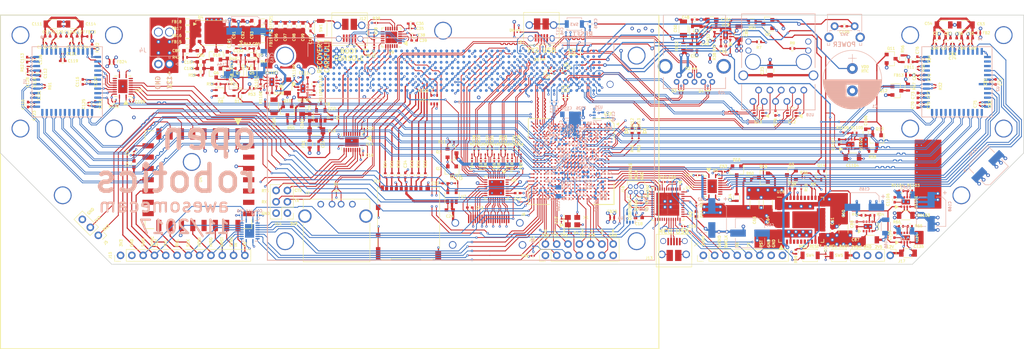
<source format=kicad_pcb>
(kicad_pcb (version 20171130) (host pcbnew 5.0.0-rc2-dev-unknown-d906acc~62~ubuntu16.04.1)
  (layers (0 F.Cu signal) (1 In1.Cu signal hide) (2 In2.Cu signal hide) (3 In3.Cu signal hide) (4 In4.Cu signal hide) (31 B.Cu signal) (34 B.Paste user) (35 F.Paste user) (36 B.SilkS user) (37 F.SilkS user) (38 B.Mask user) (39 F.Mask user) (44 Edge.Cuts user))
  (net 0 "")
  (net 1 GND)
  (net 2 +3V3)
  (net 3 FPGA_CONFIG_DCLK)
  (net 4 "Net-(U3-PadA49)")
  (net 5 "Net-(U3-PadB17)")
  (net 6 "Net-(U3-PadC16)")
  (net 7 "Net-(U3-PadC9)")
  (net 8 "Net-(U3-PadC8)")
  (net 9 "Net-(U3-PadC7)")
  (net 10 "Net-(U3-PadB7)")
  (net 11 "Net-(U3-PadA7)")
  (net 12 "Net-(U3-PadE2)")
  (net 13 "Net-(U3-PadE50)")
  (net 14 "Net-(U3-PadD49)")
  (net 15 "Net-(U3-PadD48)")
  (net 16 PCIE_CLKREQ)
  (net 17 "Net-(U3-PadC47)")
  (net 18 "Net-(U3-PadC46)")
  (net 19 "Net-(U3-PadB46)")
  (net 20 "Net-(U3-PadB45)")
  (net 21 PCIE_REFCLK-)
  (net 22 PCIE_REFCLK+)
  (net 23 "Net-(U3-PadE42)")
  (net 24 "Net-(U3-PadA42)")
  (net 25 "Net-(U3-PadE41)")
  (net 26 "Net-(U3-PadA41)")
  (net 27 PCIE_LANE0_RX-)
  (net 28 PCIE_LANE0_RX+)
  (net 29 PCIE_LANE1_RX-)
  (net 30 PCIE_LANE1_RX+)
  (net 31 PCIE_LANE1_TX-)
  (net 32 PCIE_LANE1_TX+)
  (net 33 PCIE_LANE0_TX-)
  (net 34 PCIE_LANE0_TX+)
  (net 35 FPGA_NCONFIG)
  (net 36 FPGA_CONF_DONE)
  (net 37 FPGA_NSTATUS)
  (net 38 +12V)
  (net 39 CAM2_CLKIN+)
  (net 40 CAM2_CLKIN-)
  (net 41 CAM2_CLKOUT+)
  (net 42 CAM2_CLKOUT-)
  (net 43 CAM1_CLKIN+)
  (net 44 CAM1_CLKIN-)
  (net 45 CAM1_CLKOUT+)
  (net 46 CAM1_CLKOUT-)
  (net 47 CAM2_DOUT3+)
  (net 48 CAM2_DOUT3-)
  (net 49 CAM2_DOUT2+)
  (net 50 CAM2_DOUT2-)
  (net 51 CAM2_DOUT1+)
  (net 52 CAM2_DOUT1-)
  (net 53 CAM2_DOUT0+)
  (net 54 CAM2_DOUT0-)
  (net 55 CAM1_DOUT3+)
  (net 56 CAM1_DOUT3-)
  (net 57 CAM1_DOUT2+)
  (net 58 CAM1_DOUT2-)
  (net 59 CAM1_DOUT1+)
  (net 60 CAM1_DOUT1-)
  (net 61 CAM1_DOUT0+)
  (net 62 CAM1_DOUT0-)
  (net 63 "Net-(R8-Pad2)")
  (net 64 /jetson_enet/LINK_1G)
  (net 65 /jetson_enet/LINK_ACT)
  (net 66 "Net-(R7-Pad2)")
  (net 67 "Net-(U3-PadF50)")
  (net 68 "Net-(U3-PadH39)")
  (net 69 /jetson_hdmi/HDMI_TXD2+)
  (net 70 "Net-(U3-PadH38)")
  (net 71 "Net-(U3-PadF38)")
  (net 72 /jetson_hdmi/HDMI_TXD2-)
  (net 73 /jetson_hdmi/HDMI_TXD1+)
  (net 74 "Net-(U3-PadG37)")
  (net 75 "Net-(U3-PadF37)")
  (net 76 /jetson_hdmi/HDMI_TXD0+)
  (net 77 /jetson_hdmi/HDMI_TXD1-)
  (net 78 "Net-(U3-PadH36)")
  (net 79 "Net-(U3-PadG36)")
  (net 80 /jetson_hdmi/HDMI_TXC+)
  (net 81 /jetson_hdmi/HDMI_TXD0-)
  (net 82 "Net-(U3-PadB36)")
  (net 83 "Net-(U3-PadH35)")
  (net 84 "Net-(U3-PadF35)")
  (net 85 /jetson_hdmi/HDMI_TXC-)
  (net 86 "Net-(U3-PadC35)")
  (net 87 "Net-(U3-PadB35)")
  (net 88 "Net-(U3-PadG34)")
  (net 89 "Net-(U3-PadF34)")
  (net 90 "Net-(U3-PadD34)")
  (net 91 "Net-(U3-PadC34)")
  (net 92 "Net-(U3-PadB34)")
  (net 93 "Net-(U3-PadH33)")
  (net 94 "Net-(U3-PadG33)")
  (net 95 "Net-(U3-PadE33)")
  (net 96 "Net-(U3-PadD33)")
  (net 97 "Net-(U3-PadH32)")
  (net 98 "Net-(U3-PadF32)")
  (net 99 "Net-(U3-PadE32)")
  (net 100 "Net-(U3-PadC32)")
  (net 101 "Net-(U3-PadG31)")
  (net 102 "Net-(U3-PadF31)")
  (net 103 "Net-(U3-PadD31)")
  (net 104 "Net-(U3-PadC31)")
  (net 105 "Net-(U3-PadH30)")
  (net 106 "Net-(U3-PadG30)")
  (net 107 "Net-(U3-PadE30)")
  (net 108 "Net-(U3-PadD30)")
  (net 109 "Net-(U3-PadH29)")
  (net 110 "Net-(U3-PadE29)")
  (net 111 "Net-(U3-PadB28)")
  (net 112 "Net-(U3-PadB27)")
  (net 113 "Net-(U3-PadA27)")
  (net 114 "Net-(U3-PadB26)")
  (net 115 "Net-(U3-PadA26)")
  (net 116 "Net-(U3-PadA25)")
  (net 117 "Net-(U3-PadA24)")
  (net 118 HDMI_PULLDOWNS)
  (net 119 "Net-(U8-Pad31)")
  (net 120 "Net-(U8-Pad30)")
  (net 121 "Net-(U3-PadA17)")
  (net 122 /jetson_enet/GBE_MDI0+)
  (net 123 /jetson_enet/GBE_MDI0-)
  (net 124 /jetson_enet/GBE_MDI1+)
  (net 125 /jetson_enet/GBE_MDI1-)
  (net 126 /jetson_enet/GBE_MDI2+)
  (net 127 /jetson_enet/GBE_MDI2-)
  (net 128 /jetson_enet/GBE_MDI3+)
  (net 129 /jetson_enet/GBE_MDI3-)
  (net 130 USB2_D-)
  (net 131 USB2_D+)
  (net 132 "Net-(J8-Pad1)")
  (net 133 "Net-(J9-Pad1)")
  (net 134 "Net-(U3-PadA11)")
  (net 135 "Net-(U3-PadB11)")
  (net 136 "Net-(U3-PadA12)")
  (net 137 "Net-(U3-PadB12)")
  (net 138 "Net-(U3-PadA13)")
  (net 139 "Net-(U3-PadB13)")
  (net 140 "Net-(U3-PadA14)")
  (net 141 "Net-(U3-PadF20)")
  (net 142 "Net-(U3-PadA29)")
  (net 143 "Net-(R22-Pad2)")
  (net 144 /jetson_sdcard/SDCARD_D2)
  (net 145 /jetson_sdcard/SDCARD_D3)
  (net 146 "Net-(R25-Pad2)")
  (net 147 "Net-(R24-Pad2)")
  (net 148 /jetson_sdcard/SDCARD_D1)
  (net 149 /jetson_sdcard/SDCARD_CMD)
  (net 150 "Net-(R23-Pad2)")
  (net 151 "Net-(R21-Pad2)")
  (net 152 /jetson_sdcard/SDCARD_D0)
  (net 153 /jetson_sdcard/SDCARD_CLK)
  (net 154 "Net-(R20-Pad2)")
  (net 155 /jetson_sdcard/SDCARD_PWR_EN)
  (net 156 /jetson_sdcard/SDCARD_CD)
  (net 157 "Net-(Q2-Pad3)")
  (net 158 "Net-(U7-Pad3)")
  (net 159 /jetson_sdcard/SDCARD_VDD)
  (net 160 /jetson_uarts/UART1_TX)
  (net 161 /jetson_uarts/UART1_RTS)
  (net 162 "Net-(U3-PadG9)")
  (net 163 "Net-(U3-PadH9)")
  (net 164 /jetson_uarts/UART1_RX)
  (net 165 /jetson_uarts/UART1_CTS)
  (net 166 "Net-(U3-PadG10)")
  (net 167 "Net-(U3-PadH10)")
  (net 168 "Net-(U3-PadA15)")
  (net 169 "Net-(U3-PadA16)")
  (net 170 +1V8)
  (net 171 "Net-(U9-Pad12)")
  (net 172 "Net-(U9-Pad11)")
  (net 173 "Net-(FB10-Pad2)")
  (net 174 "Net-(FB9-Pad1)")
  (net 175 "Net-(FB4-Pad1)")
  (net 176 "Net-(FB10-Pad1)")
  (net 177 "Net-(FB6-Pad1)")
  (net 178 "Net-(FB5-Pad1)")
  (net 179 "Net-(FB8-Pad1)")
  (net 180 "Net-(FB7-Pad1)")
  (net 181 "Net-(FB3-Pad1)")
  (net 182 JETSON_CARRIER_PWR_ON)
  (net 183 /jetson_hdmi/HPD)
  (net 184 /jetson_hdmi/CEC)
  (net 185 /jetson_hdmi/DDC_DAT)
  (net 186 /jetson_hdmi/DDC_CLK)
  (net 187 +5V)
  (net 188 "Net-(C43-Pad1)")
  (net 189 USB1_SSRX+)
  (net 190 USB1_SSRX-)
  (net 191 USB1_SSTX+)
  (net 192 USB1_SSTX-)
  (net 193 "Net-(R33-Pad2)")
  (net 194 "Net-(C49-Pad1)")
  (net 195 USB2_5V)
  (net 196 "Net-(U3-PadD45)")
  (net 197 "Net-(U3-PadD46)")
  (net 198 "Net-(U3-PadD47)")
  (net 199 "Net-(U13-Pad5)")
  (net 200 "Net-(U12-Pad5)")
  (net 201 CAM1_SYNC-)
  (net 202 CAM1_SYNC+)
  (net 203 CAM2_SYNC-)
  (net 204 CAM2_SYNC+)
  (net 205 "Net-(U16-Pad4)")
  (net 206 "Net-(U16-Pad5)")
  (net 207 "Net-(U16-Pad6)")
  (net 208 "Net-(U16-Pad7)")
  (net 209 "Net-(U16-Pad9)")
  (net 210 "Net-(U16-Pad24)")
  (net 211 "Net-(U16-Pad25)")
  (net 212 /power/AGND)
  (net 213 "Net-(R10-Pad1)")
  (net 214 "Net-(R9-Pad1)")
  (net 215 "Net-(C58-Pad1)")
  (net 216 "Net-(U1-Pad45)")
  (net 217 "Net-(U1-Pad44)")
  (net 218 "Net-(U2-Pad45)")
  (net 219 "Net-(U2-Pad44)")
  (net 220 "Net-(C1106-Pad1)")
  (net 221 "Net-(C1107-Pad1)")
  (net 222 "Net-(R1103-Pad2)")
  (net 223 "Net-(R1105-Pad2)")
  (net 224 "Net-(R1107-Pad2)")
  (net 225 "Net-(U1101-Pad7)")
  (net 226 "Net-(U1102-Pad7)")
  (net 227 "Net-(C1110-Pad1)")
  (net 228 "Net-(R1109-Pad2)")
  (net 229 "Net-(U1104-Pad7)")
  (net 230 "Net-(U18-PadMNT)")
  (net 231 "Net-(C23-Pad1)")
  (net 232 "Net-(C78-Pad2)")
  (net 233 /jetson_pcie/PEX1_TX+)
  (net 234 /jetson_pcie/PEX1_TX-)
  (net 235 /jetson_pcie/PEX0_TX+)
  (net 236 /jetson_pcie/PEX0_TX-)
  (net 237 USB0_D+)
  (net 238 USB0_D-)
  (net 239 USB0_ID)
  (net 240 USB0_VBUS)
  (net 241 /jetson_usb/SS1_TX+)
  (net 242 /jetson_usb/SS1_TX-)
  (net 243 /jetson_hdmi/TMDS_SYS_CK+)
  (net 244 /jetson_hdmi/TMDS_SYS_CK-)
  (net 245 /jetson_hdmi/TMDS_SYS_D0+)
  (net 246 /jetson_hdmi/TMDS_SYS_D0-)
  (net 247 /jetson_hdmi/TMDS_SYS_D1+)
  (net 248 /jetson_hdmi/TMDS_SYS_D1-)
  (net 249 /jetson_hdmi/TMDS_SYS_D2+)
  (net 250 /jetson_hdmi/TMDS_SYS_D2-)
  (net 251 /jetson_hdmi/HPDET_CON)
  (net 252 /jetson_hdmi/DDC_DAT_CON)
  (net 253 /jetson_hdmi/DDC_CLK_CON)
  (net 254 /jetson_hdmi/UTILTY_CON)
  (net 255 /jetson_hdmi/TMDS_CON_CK-)
  (net 256 /jetson_hdmi/TMDS_CON_CK+)
  (net 257 /jetson_hdmi/TMDS_CON_D0-)
  (net 258 /jetson_hdmi/TMDS_CON_D0+)
  (net 259 /jetson_hdmi/TMDS_CON_D1-)
  (net 260 /jetson_hdmi/TMDS_CON_D1+)
  (net 261 /jetson_hdmi/TMDS_CON_D2-)
  (net 262 /jetson_hdmi/TMDS_CON_D2+)
  (net 263 /jetson_hdmi/CEC_CON)
  (net 264 /jetson_hdmi/ESD_BYP)
  (net 265 CAM2_CS)
  (net 266 CAM1_CS)
  (net 267 /jetson_power/VDD_RTC)
  (net 268 /jetson_power/RESET_IN)
  (net 269 /jetson_power/POWER_BTN)
  (net 270 "Net-(J12-Pad4)")
  (net 271 "Net-(U3-PadD39)")
  (net 272 "Net-(U3-PadC40)")
  (net 273 "Net-(U3-PadD40)")
  (net 274 "Net-(U3-PadC41)")
  (net 275 "Net-(U4-Pad8)")
  (net 276 "Net-(U4-Pad11)")
  (net 277 "Net-(U4-Pad14)")
  (net 278 "Net-(U4-Pad15)")
  (net 279 "Net-(U4-Pad20)")
  (net 280 "Net-(U4-Pad24)")
  (net 281 "Net-(U4-Pad25)")
  (net 282 "Net-(U4-Pad26)")
  (net 283 "Net-(U4-Pad27)")
  (net 284 "Net-(U4-Pad29)")
  (net 285 /jetson_usb/USB1_D+)
  (net 286 /jetson_usb/USB1_D-)
  (net 287 /jetson_usb/USB1_EN)
  (net 288 /jetson_usb/USB1_VBUS)
  (net 289 "Net-(R1-Pad2)")
  (net 290 "Net-(C10-Pad1)")
  (net 291 "Net-(D6-Pad1)")
  (net 292 "Net-(U14-Pad6)")
  (net 293 "Net-(U14-Pad7)")
  (net 294 "Net-(U14-Pad15)")
  (net 295 "Net-(U14-Pad14)")
  (net 296 /jetson_uarts/UART7_TX)
  (net 297 /jetson_uarts/UART7_RX)
  (net 298 /jetson_uarts/UART0_TX)
  (net 299 /jetson_uarts/UART0_RX)
  (net 300 /jetson_uarts/UART0_RTS)
  (net 301 /jetson_uarts/UART0_CTS)
  (net 302 MCU_TX)
  (net 303 MCU_RX)
  (net 304 /jetson_uarts/UART0_TX_3V3)
  (net 305 /jetson_uarts/UART0_CTS_3V3)
  (net 306 /jetson_uarts/UART0_RX_3V3)
  (net 307 /jetson_uarts/UART0_RTS_3V3)
  (net 308 IMU_TX1)
  (net 309 IMU_RX1)
  (net 310 IMU_SYNC_OUT)
  (net 311 IMU_TARE)
  (net 312 IMU_SYNC_IN)
  (net 313 IMU_SCK)
  (net 314 IMU_MOSI)
  (net 315 IMU_MISO)
  (net 316 IMU_NRST)
  (net 317 IMU_CS)
  (net 318 /IMU/MOSI_3V3)
  (net 319 /IMU/CS_3V3)
  (net 320 /IMU/TARE_3V3)
  (net 321 /IMU/SCK_3V3)
  (net 322 /IMU/MISO_3V3)
  (net 323 /IMU/SYNC_IN_3V3)
  (net 324 /IMU/NRST_3V3)
  (net 325 /IMU/SYNC_OUT_3V3)
  (net 326 "Net-(U17-Pad45)")
  (net 327 "Net-(U17-Pad43)")
  (net 328 "Net-(U17-Pad42)")
  (net 329 "Net-(U17-Pad41)")
  (net 330 "Net-(U17-Pad40)")
  (net 331 "Net-(U17-Pad29)")
  (net 332 "Net-(U17-Pad28)")
  (net 333 "Net-(U17-Pad27)")
  (net 334 "Net-(U17-Pad26)")
  (net 335 "Net-(U17-Pad20)")
  (net 336 "Net-(U17-Pad16)")
  (net 337 "Net-(U17-Pad15)")
  (net 338 "Net-(U17-Pad6)")
  (net 339 "Net-(U17-Pad5)")
  (net 340 "Net-(U17-Pad4)")
  (net 341 "Net-(U17-Pad3)")
  (net 342 "Net-(U17-Pad2)")
  (net 343 /mcu/USB_D+)
  (net 344 /mcu/USB_D-)
  (net 345 FPGA_CONFIG_DATA0)
  (net 346 /fpga_config/TCK)
  (net 347 /mcu/BOOT0)
  (net 348 /fpga_config/TMS)
  (net 349 /fpga_config/TDI)
  (net 350 /fpga_config/TDO)
  (net 351 /mcu/STDOUT)
  (net 352 /mcu/STDIN)
  (net 353 /mcu/NRST)
  (net 354 /mcu/SWCLK)
  (net 355 /mcu/SWDIO)
  (net 356 "Net-(J13-Pad4)")
  (net 357 "Net-(J13-Pad1)")
  (net 358 FPGA_CVP_CONF_DONE)
  (net 359 PCIE_RST_3V3)
  (net 360 CAM2_RST)
  (net 361 CAM2_TRG)
  (net 362 CAM2_MOSI)
  (net 363 CAM2_MISO)
  (net 364 CAM2_SCK)
  (net 365 /imagers/CAM2_MISO_3V3)
  (net 366 /imagers/CAM2_CS_3V3)
  (net 367 /imagers/CAM2_RST_3V3)
  (net 368 /imagers/CAM2_MOSI_3V3)
  (net 369 /imagers/CAM2_SCK_3V3)
  (net 370 /imagers/CAM2_TRG_3V3)
  (net 371 /imagers/CAM2_VDDPIX)
  (net 372 "Net-(R35-Pad1)")
  (net 373 /imagers/CAM2_1V8)
  (net 374 /imagers/CAM2_3V3)
  (net 375 USB2_5V_LIM)
  (net 376 "Net-(R37-Pad2)")
  (net 377 "Net-(U19-Pad7)")
  (net 378 "Net-(C86-Pad1)")
  (net 379 /jetson_uarts/USBD-)
  (net 380 /jetson_uarts/USBD+)
  (net 381 /jetson_uarts/VBUS_DIV)
  (net 382 "Net-(R29-Pad1)")
  (net 383 "Net-(U9-Pad24)")
  (net 384 "Net-(U9-Pad23)")
  (net 385 "Net-(U9-Pad22)")
  (net 386 "Net-(U9-Pad17)")
  (net 387 "Net-(U9-Pad16)")
  (net 388 "Net-(U9-Pad15)")
  (net 389 "Net-(U9-Pad14)")
  (net 390 "Net-(U9-Pad13)")
  (net 391 "Net-(U9-Pad10)")
  (net 392 "Net-(U9-Pad1)")
  (net 393 "Net-(D8-Pad1)")
  (net 394 "Net-(D8-Pad2)")
  (net 395 "Net-(U5-Pad8)")
  (net 396 "Net-(U5-Pad13)")
  (net 397 /power/PH)
  (net 398 "Net-(U17-Pad22)")
  (net 399 "Net-(U17-Pad21)")
  (net 400 "Net-(Q3-Pad3)")
  (net 401 "Net-(R34-Pad2)")
  (net 402 "Net-(U20-Pad1)")
  (net 403 "Net-(U20-Pad7)")
  (net 404 "Net-(C88-Pad1)")
  (net 405 "Net-(C90-Pad2)")
  (net 406 "Net-(C89-Pad1)")
  (net 407 "Net-(Q5-Pad1)")
  (net 408 "Net-(C95-Pad2)")
  (net 409 JETSON_VDD_MOD)
  (net 410 /mcu/USART2_TX)
  (net 411 JETSON_RESET_OUT)
  (net 412 /power/~PWR_EN)
  (net 413 /power/DROP_DETECT)
  (net 414 /power/DISCHARGE)
  (net 415 JETSON_PWR_BAD)
  (net 416 "Net-(C101-Pad1)")
  (net 417 "Net-(C103-Pad1)")
  (net 418 "Net-(Q6-Pad3)")
  (net 419 "Net-(Q13-Pad3)")
  (net 420 "Net-(Q10-Pad3)")
  (net 421 "Net-(Q11-Pad3)")
  (net 422 "Net-(Q9-Pad3)")
  (net 423 "Net-(Q12-Pad3)")
  (net 424 "Net-(C107-Pad1)")
  (net 425 "Net-(C108-Pad1)")
  (net 426 /power/PG_GRP1)
  (net 427 /power/~PWR_EN_GRP1)
  (net 428 "Net-(Q15-Pad3)")
  (net 429 CAM1_SCK)
  (net 430 CAM1_MISO)
  (net 431 CAM1_MOSI)
  (net 432 CAM1_RST)
  (net 433 CAM1_TRG)
  (net 434 "Net-(U22-Pad9)")
  (net 435 "Net-(U22-Pad8)")
  (net 436 /imagers/CAM1_RST_3V3)
  (net 437 "Net-(U22-Pad13)")
  (net 438 /imagers/CAM1_MISO_3V3)
  (net 439 /imagers/CAM1_CS_3V3)
  (net 440 /imagers/CAM1_TRG_3V3)
  (net 441 /imagers/CAM1_MOSI_3V3)
  (net 442 "Net-(U22-Pad12)")
  (net 443 /imagers/CAM1_SCK_3V3)
  (net 444 /imagers/CAM1_3V3)
  (net 445 /imagers/CAM1_VDDPIX)
  (net 446 /imagers/CAM1_1V8)
  (net 447 "Net-(R62-Pad1)")
  (net 448 "Net-(D12-Pad2)")
  (net 449 "Net-(Q16-Pad3)")
  (net 450 +2V5)
  (net 451 +1V2)
  (net 452 2V5_MCU)
  (net 453 "Net-(R65-Pad2)")
  (net 454 /fpga_power/VCC_AUX)
  (net 455 /fpga_power/VCC_GXBL)
  (net 456 /fpga_power/RREF_TL)
  (net 457 "Net-(U24-Pad7)")
  (net 458 "Net-(C136-Pad1)")
  (net 459 "Net-(U23-PadB3)")
  (net 460 "Net-(U23-PadAB3)")
  (net 461 "Net-(U23-PadB4)")
  (net 462 "Net-(U23-PadE10)")
  (net 463 "Net-(U23-PadV11)")
  (net 464 "Net-(U23-PadN16)")
  (net 465 "Net-(U23-PadP16)")
  (net 466 "Net-(U23-PadN18)")
  (net 467 "Net-(U23-PadP18)")
  (net 468 "Net-(U23-PadM20)")
  (net 469 "Net-(U23-PadN20)")
  (net 470 "Net-(U23-PadD21)")
  (net 471 "Net-(U23-PadM21)")
  (net 472 "Net-(U23-PadN21)")
  (net 473 "Net-(U23-PadP21)")
  (net 474 "Net-(U23-PadE22)")
  (net 475 "Net-(U23-PadF22)")
  (net 476 "Net-(U23-PadJ22)")
  (net 477 "Net-(U23-PadK22)")
  (net 478 "Net-(U23-PadL22)")
  (net 479 "Net-(U23-PadM22)")
  (net 480 "Net-(U23-PadP22)")
  (net 481 "Net-(U5-Pad9)")
  (net 482 "Net-(U5-Pad12)")
  (net 483 +1V1)
  (net 484 "Net-(U17-Pad39)")
  (net 485 /fpga_pcie/REFCLK-)
  (net 486 /fpga_pcie/GXB_TX_L0+)
  (net 487 /fpga_pcie/GXB_TX_L1+)
  (net 488 /fpga_pcie/GXB_TX_L1-)
  (net 489 /fpga_pcie/GXB_TX_L0-)
  (net 490 /fpga_pcie/REFCLK+)
  (net 491 "Net-(U23-PadE1)")
  (net 492 "Net-(U23-PadJ1)")
  (net 493 "Net-(U23-PadN1)")
  (net 494 "Net-(U23-PadE2)")
  (net 495 "Net-(U23-PadJ2)")
  (net 496 "Net-(U23-PadN2)")
  (net 497 "Net-(U23-PadD3)")
  (net 498 "Net-(U23-PadD4)")
  (net 499 "Net-(U23-PadR5)")
  (net 500 "Net-(U23-PadT5)")
  (net 501 "Net-(U23-PadW5)")
  (net 502 "Net-(U23-PadAA5)")
  (net 503 "Net-(U23-PadC6)")
  (net 504 "Net-(U23-PadM6)")
  (net 505 "Net-(U23-PadN6)")
  (net 506 "Net-(U23-PadP6)")
  (net 507 "Net-(U23-PadR6)")
  (net 508 "Net-(U23-PadU6)")
  (net 509 "Net-(U23-PadAB6)")
  (net 510 "Net-(U23-PadD7)")
  (net 511 "Net-(U23-PadE7)")
  (net 512 "Net-(U23-PadJ7)")
  (net 513 "Net-(U23-PadK7)")
  (net 514 "Net-(U23-PadL7)")
  (net 515 "Net-(U23-PadM7)")
  (net 516 "Net-(U23-PadP7)")
  (net 517 "Net-(U23-PadR7)")
  (net 518 "Net-(U23-PadU7)")
  (net 519 "Net-(U23-PadW7)")
  (net 520 "Net-(U23-PadY7)")
  (net 521 "Net-(U23-PadF8)")
  (net 522 "Net-(U23-PadG8)")
  (net 523 "Net-(U23-PadJ8)")
  (net 524 "Net-(U23-PadL8)")
  (net 525 "Net-(U23-PadM8)")
  (net 526 "Net-(U23-PadN8)")
  (net 527 "Net-(U23-PadP8)")
  (net 528 "Net-(U23-PadT8)")
  (net 529 "Net-(U23-PadV8)")
  (net 530 "Net-(U23-PadW8)")
  (net 531 "Net-(U23-PadAA8)")
  (net 532 "Net-(U23-PadAB8)")
  (net 533 "Net-(U23-PadH9)")
  (net 534 "Net-(U23-PadJ9)")
  (net 535 "Net-(U23-PadL9)")
  (net 536 "Net-(U23-PadT9)")
  (net 537 "Net-(U23-PadM10)")
  (net 538 "Net-(U23-PadY10)")
  (net 539 "Net-(U23-PadAA10)")
  (net 540 "Net-(U23-PadAB10)")
  (net 541 "Net-(U23-PadB11)")
  (net 542 "Net-(U23-PadC11)")
  (net 543 "Net-(U23-PadG11)")
  (net 544 "Net-(U23-PadR11)")
  (net 545 "Net-(U23-PadW11)")
  (net 546 "Net-(U23-PadY11)")
  (net 547 "Net-(U23-PadAB11)")
  (net 548 "Net-(U23-PadA12)")
  (net 549 "Net-(U23-PadB12)")
  (net 550 "Net-(U23-PadE12)")
  (net 551 "Net-(U23-PadF12)")
  (net 552 "Net-(U23-PadG12)")
  (net 553 "Net-(U23-PadH12)")
  (net 554 "Net-(U23-PadP12)")
  (net 555 "Net-(U23-PadR12)")
  (net 556 "Net-(U23-PadT12)")
  (net 557 "Net-(U23-PadU12)")
  (net 558 "Net-(U23-PadW12)")
  (net 559 "Net-(U23-PadY12)")
  (net 560 "Net-(U23-PadB13)")
  (net 561 "Net-(U23-PadC13)")
  (net 562 "Net-(U23-PadD13)")
  (net 563 "Net-(U23-PadG13)")
  (net 564 "Net-(U23-PadT13)")
  (net 565 "Net-(U23-PadU13)")
  (net 566 "Net-(U23-PadV13)")
  (net 567 "Net-(U23-PadW13)")
  (net 568 "Net-(U23-PadAA13)")
  (net 569 "Net-(U23-PadAB13)")
  (net 570 "Net-(U23-PadC14)")
  (net 571 "Net-(U23-PadD14)")
  (net 572 "Net-(U23-PadE14)")
  (net 573 "Net-(U23-PadF14)")
  (net 574 "Net-(U23-PadG14)")
  (net 575 "Net-(U23-PadP14)")
  (net 576 "Net-(U23-PadR14)")
  (net 577 "Net-(U23-PadT14)")
  (net 578 "Net-(U23-PadW14)")
  (net 579 "Net-(U23-PadY14)")
  (net 580 "Net-(U23-PadB15)")
  (net 581 "Net-(U23-PadC15)")
  (net 582 "Net-(U23-PadF15)")
  (net 583 "Net-(U23-PadG15)")
  (net 584 "Net-(U23-PadK15)")
  (net 585 "Net-(U23-PadL15)")
  (net 586 "Net-(U23-PadR15)")
  (net 587 "Net-(U23-PadT15)")
  (net 588 "Net-(U23-PadU15)")
  (net 589 "Net-(U23-PadV15)")
  (net 590 "Net-(U23-PadY15)")
  (net 591 "Net-(U23-PadAA15)")
  (net 592 "Net-(U23-PadB16)")
  (net 593 "Net-(U23-PadC16)")
  (net 594 "Net-(U23-PadE16)")
  (net 595 "Net-(U23-PadG16)")
  (net 596 "Net-(U23-PadH16)")
  (net 597 "Net-(U23-PadJ16)")
  (net 598 "Net-(U23-PadK16)")
  (net 599 "Net-(U23-PadM16)")
  (net 600 "Net-(U23-PadR16)")
  (net 601 "Net-(U23-PadU16)")
  (net 602 "Net-(U23-PadW16)")
  (net 603 "Net-(U23-PadY16)")
  (net 604 "Net-(U23-PadB17)")
  (net 605 "Net-(U23-PadD17)")
  (net 606 "Net-(U23-PadE17)")
  (net 607 "Net-(U23-PadF17)")
  (net 608 "Net-(U23-PadG17)")
  (net 609 "Net-(U23-PadJ17)")
  (net 610 "Net-(U23-PadK17)")
  (net 611 "Net-(U23-PadM17)")
  (net 612 "Net-(U23-PadT17)")
  (net 613 "Net-(U23-PadU17)")
  (net 614 "Net-(U23-PadW17)")
  (net 615 "Net-(U23-PadY17)")
  (net 616 "Net-(U23-PadB18)")
  (net 617 "Net-(U23-PadC18)")
  (net 618 "Net-(U23-PadD18)")
  (net 619 "Net-(U23-PadF18)")
  (net 620 "Net-(U23-PadG18)")
  (net 621 "Net-(U23-PadH18)")
  (net 622 "Net-(U23-PadJ18)")
  (net 623 "Net-(U23-PadL18)")
  (net 624 "Net-(U23-PadT18)")
  (net 625 "Net-(U23-PadV18)")
  (net 626 "Net-(U23-PadW18)")
  (net 627 "Net-(U23-PadC19)")
  (net 628 "Net-(U23-PadF19)")
  (net 629 "Net-(U23-PadH19)")
  (net 630 "Net-(U23-PadJ19)")
  (net 631 "Net-(U23-PadK19)")
  (net 632 "Net-(U23-PadL19)")
  (net 633 "Net-(U23-PadP19)")
  (net 634 "Net-(U23-PadR19)")
  (net 635 "Net-(U23-PadT19)")
  (net 636 "Net-(U23-PadV19)")
  (net 637 "Net-(U23-PadY19)")
  (net 638 "Net-(U23-PadAA19)")
  (net 639 "Net-(U23-PadA20)")
  (net 640 "Net-(U23-PadB20)")
  (net 641 "Net-(U23-PadC20)")
  (net 642 "Net-(U23-PadE20)")
  (net 643 "Net-(U23-PadF20)")
  (net 644 "Net-(U23-PadG20)")
  (net 645 "Net-(U23-PadH20)")
  (net 646 "Net-(U23-PadL20)")
  (net 647 "Net-(U23-PadR20)")
  (net 648 "Net-(U23-PadV20)")
  (net 649 "Net-(U23-PadB21)")
  (net 650 "Net-(U23-PadC21)")
  (net 651 "Net-(U23-PadH21)")
  (net 652 "Net-(U23-PadK21)")
  (net 653 "Net-(U23-PadR21)")
  (net 654 "Net-(U23-PadA22)")
  (net 655 "Net-(U23-PadB22)")
  (net 656 "Net-(U23-PadR22)")
  (net 657 "Net-(U23-PadT7)")
  (net 658 "Net-(U23-PadB5)")
  (net 659 "Net-(U23-PadB6)")
  (net 660 "Net-(U23-PadB8)")
  (net 661 "Net-(U23-PadC8)")
  (net 662 "Net-(U23-PadE6)")
  (net 663 "Net-(U23-PadF7)")
  (net 664 /fpga_bank_5b/CLK100)
  (net 665 "Net-(U23-PadH10)")
  (net 666 "Net-(U23-PadAA7)")
  (net 667 "Net-(U23-PadAB7)")
  (net 668 /IMU/TX2)
  (net 669 /IMU/RX2)
  (net 670 /power/VIN)
  (net 671 /fpga_bank_8a/LED1)
  (net 672 "Net-(D13-Pad2)")
  (net 673 /fpga_bank_8a/LED0)
  (net 674 FPGA_AUX6)
  (net 675 FPGA_AUX5)
  (net 676 FPGA_AUX7)
  (net 677 FPGA_AUX4)
  (net 678 FPGA_AUX3)
  (net 679 FPGA_AUX2)
  (net 680 FPGA_AUX1)
  (net 681 FPGA_AUX0)
  (net 682 /mcu/LED)
  (net 683 "Net-(D14-Pad2)")
  (net 684 /mcu/USART2_RX)
  (net 685 PCIE_RST_2V5)
  (module Resistors_SMD:R_0201 (layer F.Cu) (at 137.5 117.8)
    (fp_text reference R26 (at 0 -1.25) (layer F.SilkS))
    (fp_text value 47k)
    (pad 1 smd rect (at -0.26 0) (size 0.28 0.43) (layers F.Cu F.Paste F.Mask) (net 2 +3V3))
    (pad 2 smd rect (at 0.26 0) (size 0.28 0.43) (layers F.Cu F.Paste F.Mask) (net 157 "Net-(Q2-Pad3)"))
  )
  (module Resistors_SMD:R_0201 (layer F.Cu) (at 90.5 90.5 180)
    (fp_text reference R45 (at 0 -1.25 180) (layer F.SilkS))
    (fp_text value 47k)
    (pad 2 smd rect (at 0.26 0 180) (size 0.28 0.43) (layers F.Cu F.Paste F.Mask) (net 1 GND))
    (pad 1 smd rect (at -0.26 0 180) (size 0.28 0.43) (layers F.Cu F.Paste F.Mask) (net 407 "Net-(Q5-Pad1)"))
  )
  (module Resistors_SMD:R_0201 (layer F.Cu) (at 86 95.5 180)
    (fp_text reference R51 (at -1.5 0) (layer F.SilkS) (effects (font (size 0.6 0.6) (thickness 0.127))))
    (fp_text value 47k)
    (pad 2 smd rect (at 0.26 0 180) (size 0.28 0.43) (layers F.Cu F.Paste F.Mask) (net 412 /power/~PWR_EN))
    (pad 1 smd rect (at -0.26 0 180) (size 0.28 0.43) (layers F.Cu F.Paste F.Mask) (net 38 +12V))
  )
  (module LCC:LCC101.6P1422X1422X165-48 (layer B.Cu) (at 250 95 90)
    (fp_text reference U2 (at -1.6 9.2 270) (layer B.SilkS) (effects (font (size 0.6 0.6) (thickness 0.127)) (justify mirror)))
    (fp_text value NOIP1SN1300A-QDI)
    (pad 1 smd rect (at -0.508 6.252 90) (size 0.51 2.7) (layers B.Cu B.Paste B.Mask) (net 374 /imagers/CAM2_3V3))
    (pad 2 smd rect (at -1.524 6.852 90) (size 0.51 1.52) (layers B.Cu B.Paste B.Mask) (net 368 /imagers/CAM2_MOSI_3V3))
    (pad 3 smd rect (at -2.54 6.852 90) (size 0.51 1.52) (layers B.Cu B.Paste B.Mask) (net 365 /imagers/CAM2_MISO_3V3))
    (pad 4 smd rect (at -3.556 6.852 90) (size 0.51 1.52) (layers B.Cu B.Paste B.Mask) (net 369 /imagers/CAM2_SCK_3V3))
    (pad 5 smd rect (at -4.572 6.852 90) (size 0.51 1.52) (layers B.Cu B.Paste B.Mask) (net 1 GND))
    (pad 6 smd rect (at -5.588 6.852 90) (size 0.51 1.52) (layers B.Cu B.Paste B.Mask) (net 373 /imagers/CAM2_1V8))
    (pad 7 smd rect (at -6.852 5.588 90) (size 1.52 0.51) (layers B.Cu B.Paste B.Mask) (net 41 CAM2_CLKOUT+))
    (pad 8 smd rect (at -6.852 4.572 90) (size 1.52 0.51) (layers B.Cu B.Paste B.Mask) (net 42 CAM2_CLKOUT-))
    (pad 9 smd rect (at -6.852 3.556 90) (size 1.52 0.51) (layers B.Cu B.Paste B.Mask) (net 53 CAM2_DOUT0+))
    (pad 10 smd rect (at -6.852 2.54 90) (size 1.52 0.51) (layers B.Cu B.Paste B.Mask) (net 54 CAM2_DOUT0-))
    (pad 11 smd rect (at -6.852 1.524 90) (size 1.52 0.51) (layers B.Cu B.Paste B.Mask) (net 51 CAM2_DOUT1+))
    (pad 12 smd rect (at -6.852 0.508 90) (size 1.52 0.51) (layers B.Cu B.Paste B.Mask) (net 52 CAM2_DOUT1-))
    (pad 13 smd rect (at -6.852 -0.508 90) (size 1.52 0.51) (layers B.Cu B.Paste B.Mask) (net 49 CAM2_DOUT2+))
    (pad 14 smd rect (at -6.852 -1.524 90) (size 1.52 0.51) (layers B.Cu B.Paste B.Mask) (net 50 CAM2_DOUT2-))
    (pad 15 smd rect (at -6.852 -2.54 90) (size 1.52 0.51) (layers B.Cu B.Paste B.Mask) (net 47 CAM2_DOUT3+))
    (pad 16 smd rect (at -6.852 -3.556 90) (size 1.52 0.51) (layers B.Cu B.Paste B.Mask) (net 48 CAM2_DOUT3-))
    (pad 17 smd rect (at -6.852 -4.572 90) (size 1.52 0.51) (layers B.Cu B.Paste B.Mask) (net 204 CAM2_SYNC+))
    (pad 18 smd rect (at -6.852 -5.588 90) (size 1.52 0.51) (layers B.Cu B.Paste B.Mask) (net 203 CAM2_SYNC-))
    (pad 19 smd rect (at -5.588 -6.852 90) (size 0.51 1.52) (layers B.Cu B.Paste B.Mask) (net 374 /imagers/CAM2_3V3))
    (pad 20 smd rect (at -4.572 -6.852 90) (size 0.51 1.52) (layers B.Cu B.Paste B.Mask) (net 1 GND))
    (pad 21 smd rect (at -3.556 -6.852 90) (size 0.51 1.52) (layers B.Cu B.Paste B.Mask) (net 1 GND))
    (pad 22 smd rect (at -2.54 -6.852 90) (size 0.51 1.52) (layers B.Cu B.Paste B.Mask) (net 373 /imagers/CAM2_1V8))
    (pad 23 smd rect (at -1.524 -6.852 90) (size 0.51 1.52) (layers B.Cu B.Paste B.Mask) (net 40 CAM2_CLKIN-))
    (pad 24 smd rect (at -0.508 -6.852 90) (size 0.51 1.52) (layers B.Cu B.Paste B.Mask) (net 39 CAM2_CLKIN+))
    (pad 25 smd rect (at 0.508 -6.852 90) (size 0.51 1.52) (layers B.Cu B.Paste B.Mask) (net 1 GND))
    (pad 26 smd rect (at 1.524 -6.852 90) (size 0.51 1.52) (layers B.Cu B.Paste B.Mask) (net 373 /imagers/CAM2_1V8))
    (pad 27 smd rect (at 2.54 -6.852 90) (size 0.51 1.52) (layers B.Cu B.Paste B.Mask) (net 1 GND))
    (pad 28 smd rect (at 3.556 -6.852 90) (size 0.51 1.52) (layers B.Cu B.Paste B.Mask) (net 372 "Net-(R35-Pad1)"))
    (pad 29 smd rect (at 4.572 -6.852 90) (size 0.51 1.52) (layers B.Cu B.Paste B.Mask) (net 374 /imagers/CAM2_3V3))
    (pad 30 smd rect (at 5.588 -6.852 90) (size 0.51 1.52) (layers B.Cu B.Paste B.Mask) (net 1 GND))
    (pad 31 smd rect (at 6.852 -5.588 90) (size 1.52 0.51) (layers B.Cu B.Paste B.Mask) (net 371 /imagers/CAM2_VDDPIX))
    (pad 32 smd rect (at 6.852 -4.572 90) (size 1.52 0.51) (layers B.Cu B.Paste B.Mask) (net 1 GND))
    (pad 33 smd rect (at 6.852 -3.556 90) (size 1.52 0.51) (layers B.Cu B.Paste B.Mask) (net 371 /imagers/CAM2_VDDPIX))
    (pad 34 smd rect (at 6.852 -2.54 90) (size 1.52 0.51) (layers B.Cu B.Paste B.Mask) (net 1 GND))
    (pad 35 smd rect (at 6.852 -1.524 90) (size 1.52 0.51) (layers B.Cu B.Paste B.Mask) (net 1 GND))
    (pad 36 smd rect (at 6.852 -0.508 90) (size 1.52 0.51) (layers B.Cu B.Paste B.Mask) (net 374 /imagers/CAM2_3V3))
    (pad 37 smd rect (at 6.852 0.508 90) (size 1.52 0.51) (layers B.Cu B.Paste B.Mask) (net 1 GND))
    (pad 38 smd rect (at 6.852 1.524 90) (size 1.52 0.51) (layers B.Cu B.Paste B.Mask) (net 371 /imagers/CAM2_VDDPIX))
    (pad 39 smd rect (at 6.852 2.54 90) (size 1.52 0.51) (layers B.Cu B.Paste B.Mask) (net 1 GND))
    (pad 40 smd rect (at 6.852 3.556 90) (size 1.52 0.51) (layers B.Cu B.Paste B.Mask) (net 371 /imagers/CAM2_VDDPIX))
    (pad 41 smd rect (at 6.852 4.572 90) (size 1.52 0.51) (layers B.Cu B.Paste B.Mask) (net 370 /imagers/CAM2_TRG_3V3))
    (pad 42 smd rect (at 6.852 5.588 90) (size 1.52 0.51) (layers B.Cu B.Paste B.Mask) (net 1 GND))
    (pad 43 smd rect (at 5.588 6.852 90) (size 0.51 1.52) (layers B.Cu B.Paste B.Mask) (net 1 GND))
    (pad 44 smd rect (at 4.572 6.852 90) (size 0.51 1.52) (layers B.Cu B.Paste B.Mask) (net 219 "Net-(U2-Pad44)"))
    (pad 45 smd rect (at 3.556 6.852 90) (size 0.51 1.52) (layers B.Cu B.Paste B.Mask) (net 218 "Net-(U2-Pad45)"))
    (pad 46 smd rect (at 2.54 6.852 90) (size 0.51 1.52) (layers B.Cu B.Paste B.Mask) (net 367 /imagers/CAM2_RST_3V3))
    (pad 47 smd rect (at 1.524 6.852 90) (size 0.51 1.52) (layers B.Cu B.Paste B.Mask) (net 366 /imagers/CAM2_CS_3V3))
    (pad 48 smd rect (at 0.508 6.852 90) (size 0.51 1.52) (layers B.Cu B.Paste B.Mask) (net 1 GND))
  )
  (module Capacitors_SMD:C_0402 (layer F.Cu) (at 41.2 100.1 90)
    (fp_text reference C110 (at 0 -1.1 90) (layer F.SilkS) (effects (font (size 0.6 0.6) (thickness 0.127))))
    (fp_text value 10u)
    (pad 1 smd rect (at -0.55 0 90) (size 0.6 0.5) (layers F.Cu F.Paste F.Mask) (net 444 /imagers/CAM1_3V3))
    (pad 2 smd rect (at 0.55 0 90) (size 0.6 0.5) (layers F.Cu F.Paste F.Mask) (net 1 GND))
  )
  (module LCC:LCC101.6P1422X1422X165-48 (layer B.Cu) (at 50 95 90)
    (fp_text reference U1 (at 0 -9.5 90) (layer B.SilkS) (effects (font (size 0.6 0.6) (thickness 0.127)) (justify mirror)))
    (fp_text value NOIP1SN1300A-QDI)
    (pad 48 smd rect (at 0.508 6.852 90) (size 0.51 1.52) (layers B.Cu B.Paste B.Mask) (net 1 GND))
    (pad 47 smd rect (at 1.524 6.852 90) (size 0.51 1.52) (layers B.Cu B.Paste B.Mask) (net 439 /imagers/CAM1_CS_3V3))
    (pad 46 smd rect (at 2.54 6.852 90) (size 0.51 1.52) (layers B.Cu B.Paste B.Mask) (net 436 /imagers/CAM1_RST_3V3))
    (pad 45 smd rect (at 3.556 6.852 90) (size 0.51 1.52) (layers B.Cu B.Paste B.Mask) (net 216 "Net-(U1-Pad45)"))
    (pad 44 smd rect (at 4.572 6.852 90) (size 0.51 1.52) (layers B.Cu B.Paste B.Mask) (net 217 "Net-(U1-Pad44)"))
    (pad 43 smd rect (at 5.588 6.852 90) (size 0.51 1.52) (layers B.Cu B.Paste B.Mask) (net 1 GND))
    (pad 42 smd rect (at 6.852 5.588 90) (size 1.52 0.51) (layers B.Cu B.Paste B.Mask) (net 1 GND))
    (pad 41 smd rect (at 6.852 4.572 90) (size 1.52 0.51) (layers B.Cu B.Paste B.Mask) (net 440 /imagers/CAM1_TRG_3V3))
    (pad 40 smd rect (at 6.852 3.556 90) (size 1.52 0.51) (layers B.Cu B.Paste B.Mask) (net 445 /imagers/CAM1_VDDPIX))
    (pad 39 smd rect (at 6.852 2.54 90) (size 1.52 0.51) (layers B.Cu B.Paste B.Mask) (net 1 GND))
    (pad 38 smd rect (at 6.852 1.524 90) (size 1.52 0.51) (layers B.Cu B.Paste B.Mask) (net 445 /imagers/CAM1_VDDPIX))
    (pad 37 smd rect (at 6.852 0.508 90) (size 1.52 0.51) (layers B.Cu B.Paste B.Mask) (net 1 GND))
    (pad 36 smd rect (at 6.852 -0.508 90) (size 1.52 0.51) (layers B.Cu B.Paste B.Mask) (net 444 /imagers/CAM1_3V3))
    (pad 35 smd rect (at 6.852 -1.524 90) (size 1.52 0.51) (layers B.Cu B.Paste B.Mask) (net 1 GND))
    (pad 34 smd rect (at 6.852 -2.54 90) (size 1.52 0.51) (layers B.Cu B.Paste B.Mask) (net 1 GND))
    (pad 33 smd rect (at 6.852 -3.556 90) (size 1.52 0.51) (layers B.Cu B.Paste B.Mask) (net 445 /imagers/CAM1_VDDPIX))
    (pad 32 smd rect (at 6.852 -4.572 90) (size 1.52 0.51) (layers B.Cu B.Paste B.Mask) (net 1 GND))
    (pad 31 smd rect (at 6.852 -5.588 90) (size 1.52 0.51) (layers B.Cu B.Paste B.Mask) (net 445 /imagers/CAM1_VDDPIX))
    (pad 30 smd rect (at 5.588 -6.852 90) (size 0.51 1.52) (layers B.Cu B.Paste B.Mask) (net 1 GND))
    (pad 29 smd rect (at 4.572 -6.852 90) (size 0.51 1.52) (layers B.Cu B.Paste B.Mask) (net 444 /imagers/CAM1_3V3))
    (pad 28 smd rect (at 3.556 -6.852 90) (size 0.51 1.52) (layers B.Cu B.Paste B.Mask) (net 447 "Net-(R62-Pad1)"))
    (pad 27 smd rect (at 2.54 -6.852 90) (size 0.51 1.52) (layers B.Cu B.Paste B.Mask) (net 1 GND))
    (pad 26 smd rect (at 1.524 -6.852 90) (size 0.51 1.52) (layers B.Cu B.Paste B.Mask) (net 446 /imagers/CAM1_1V8))
    (pad 25 smd rect (at 0.508 -6.852 90) (size 0.51 1.52) (layers B.Cu B.Paste B.Mask) (net 1 GND))
    (pad 24 smd rect (at -0.508 -6.852 90) (size 0.51 1.52) (layers B.Cu B.Paste B.Mask) (net 43 CAM1_CLKIN+))
    (pad 23 smd rect (at -1.524 -6.852 90) (size 0.51 1.52) (layers B.Cu B.Paste B.Mask) (net 44 CAM1_CLKIN-))
    (pad 22 smd rect (at -2.54 -6.852 90) (size 0.51 1.52) (layers B.Cu B.Paste B.Mask) (net 446 /imagers/CAM1_1V8))
    (pad 21 smd rect (at -3.556 -6.852 90) (size 0.51 1.52) (layers B.Cu B.Paste B.Mask) (net 1 GND))
    (pad 20 smd rect (at -4.572 -6.852 90) (size 0.51 1.52) (layers B.Cu B.Paste B.Mask) (net 1 GND))
    (pad 19 smd rect (at -5.588 -6.852 90) (size 0.51 1.52) (layers B.Cu B.Paste B.Mask) (net 444 /imagers/CAM1_3V3))
    (pad 18 smd rect (at -6.852 -5.588 90) (size 1.52 0.51) (layers B.Cu B.Paste B.Mask) (net 201 CAM1_SYNC-))
    (pad 17 smd rect (at -6.852 -4.572 90) (size 1.52 0.51) (layers B.Cu B.Paste B.Mask) (net 202 CAM1_SYNC+))
    (pad 16 smd rect (at -6.852 -3.556 90) (size 1.52 0.51) (layers B.Cu B.Paste B.Mask) (net 56 CAM1_DOUT3-))
    (pad 15 smd rect (at -6.852 -2.54 90) (size 1.52 0.51) (layers B.Cu B.Paste B.Mask) (net 55 CAM1_DOUT3+))
    (pad 14 smd rect (at -6.852 -1.524 90) (size 1.52 0.51) (layers B.Cu B.Paste B.Mask) (net 58 CAM1_DOUT2-))
    (pad 13 smd rect (at -6.852 -0.508 90) (size 1.52 0.51) (layers B.Cu B.Paste B.Mask) (net 57 CAM1_DOUT2+))
    (pad 12 smd rect (at -6.852 0.508 90) (size 1.52 0.51) (layers B.Cu B.Paste B.Mask) (net 60 CAM1_DOUT1-))
    (pad 11 smd rect (at -6.852 1.524 90) (size 1.52 0.51) (layers B.Cu B.Paste B.Mask) (net 59 CAM1_DOUT1+))
    (pad 10 smd rect (at -6.852 2.54 90) (size 1.52 0.51) (layers B.Cu B.Paste B.Mask) (net 62 CAM1_DOUT0-))
    (pad 9 smd rect (at -6.852 3.556 90) (size 1.52 0.51) (layers B.Cu B.Paste B.Mask) (net 61 CAM1_DOUT0+))
    (pad 8 smd rect (at -6.852 4.572 90) (size 1.52 0.51) (layers B.Cu B.Paste B.Mask) (net 46 CAM1_CLKOUT-))
    (pad 7 smd rect (at -6.852 5.588 90) (size 1.52 0.51) (layers B.Cu B.Paste B.Mask) (net 45 CAM1_CLKOUT+))
    (pad 6 smd rect (at -5.588 6.852 90) (size 0.51 1.52) (layers B.Cu B.Paste B.Mask) (net 446 /imagers/CAM1_1V8))
    (pad 5 smd rect (at -4.572 6.852 90) (size 0.51 1.52) (layers B.Cu B.Paste B.Mask) (net 1 GND))
    (pad 4 smd rect (at -3.556 6.852 90) (size 0.51 1.52) (layers B.Cu B.Paste B.Mask) (net 443 /imagers/CAM1_SCK_3V3))
    (pad 3 smd rect (at -2.54 6.852 90) (size 0.51 1.52) (layers B.Cu B.Paste B.Mask) (net 438 /imagers/CAM1_MISO_3V3))
    (pad 2 smd rect (at -1.524 6.852 90) (size 0.51 1.52) (layers B.Cu B.Paste B.Mask) (net 441 /imagers/CAM1_MOSI_3V3))
    (pad 1 smd rect (at -0.508 6.252 90) (size 0.51 2.7) (layers B.Cu B.Paste B.Mask) (net 444 /imagers/CAM1_3V3))
  )
  (module Jetson:JETSON_TX (layer B.Cu) (at 138.5 92.5 180)
    (fp_text reference U3 (at 0 -7.07 180) (layer B.SilkS) (effects (font (size 0.6 0.6) (thickness 0.127)) (justify mirror)))
    (fp_text value Jetson)
    (pad A1 smd circle (at 31.115 4.445) (size 0.64 0.64) (layers B.Cu B.Paste B.Mask) (net 409 JETSON_VDD_MOD))
    (pad B1 smd circle (at 31.115 3.175) (size 0.64 0.64) (layers B.Cu B.Paste B.Mask) (net 409 JETSON_VDD_MOD))
    (pad C1 smd circle (at 31.115 1.905) (size 0.64 0.64) (layers B.Cu B.Paste B.Mask) (net 409 JETSON_VDD_MOD))
    (pad D1 smd circle (at 31.115 0.635) (size 0.64 0.64) (layers B.Cu B.Paste B.Mask))
    (pad E1 smd circle (at 31.115 -0.635) (size 0.64 0.64) (layers B.Cu B.Paste B.Mask) (net 424 "Net-(C107-Pad1)"))
    (pad F1 smd circle (at 31.115 -1.905) (size 0.64 0.64) (layers B.Cu B.Paste B.Mask))
    (pad G1 smd circle (at 31.115 -3.175) (size 0.64 0.64) (layers B.Cu B.Paste B.Mask))
    (pad H1 smd circle (at 31.115 -4.445) (size 0.64 0.64) (layers B.Cu B.Paste B.Mask))
    (pad A2 smd circle (at 29.845 4.445) (size 0.64 0.64) (layers B.Cu B.Paste B.Mask) (net 409 JETSON_VDD_MOD))
    (pad B2 smd circle (at 29.845 3.175) (size 0.64 0.64) (layers B.Cu B.Paste B.Mask) (net 409 JETSON_VDD_MOD))
    (pad C2 smd circle (at 29.845 1.905) (size 0.64 0.64) (layers B.Cu B.Paste B.Mask) (net 409 JETSON_VDD_MOD))
    (pad D2 smd circle (at 29.845 0.635) (size 0.64 0.64) (layers B.Cu B.Paste B.Mask))
    (pad E2 smd circle (at 29.845 -0.635) (size 0.64 0.64) (layers B.Cu B.Paste B.Mask) (net 12 "Net-(U3-PadE2)"))
    (pad F2 smd circle (at 29.845 -1.905) (size 0.64 0.64) (layers B.Cu B.Paste B.Mask))
    (pad G2 smd circle (at 29.845 -3.175) (size 0.64 0.64) (layers B.Cu B.Paste B.Mask))
    (pad H2 smd circle (at 29.845 -4.445) (size 0.64 0.64) (layers B.Cu B.Paste B.Mask))
    (pad A3 smd circle (at 28.575 4.445) (size 0.64 0.64) (layers B.Cu B.Paste B.Mask) (net 1 GND))
    (pad B3 smd circle (at 28.575 3.175) (size 0.64 0.64) (layers B.Cu B.Paste B.Mask) (net 1 GND))
    (pad C3 smd circle (at 28.575 1.905) (size 0.64 0.64) (layers B.Cu B.Paste B.Mask) (net 1 GND))
    (pad D3 smd circle (at 28.575 0.635) (size 0.64 0.64) (layers B.Cu B.Paste B.Mask))
    (pad E3 smd circle (at 28.575 -0.635) (size 0.64 0.64) (layers B.Cu B.Paste B.Mask))
    (pad F3 smd circle (at 28.575 -1.905) (size 0.64 0.64) (layers B.Cu B.Paste B.Mask))
    (pad G3 smd circle (at 28.575 -3.175) (size 0.64 0.64) (layers B.Cu B.Paste B.Mask) (net 1 GND))
    (pad H3 smd circle (at 28.575 -4.445) (size 0.64 0.64) (layers B.Cu B.Paste B.Mask))
    (pad A4 smd circle (at 27.305 4.445) (size 0.64 0.64) (layers B.Cu B.Paste B.Mask) (net 1 GND))
    (pad B4 smd circle (at 27.305 3.175) (size 0.64 0.64) (layers B.Cu B.Paste B.Mask) (net 1 GND))
    (pad C4 smd circle (at 27.305 1.905) (size 0.64 0.64) (layers B.Cu B.Paste B.Mask) (net 1 GND))
    (pad D4 smd circle (at 27.305 0.635) (size 0.64 0.64) (layers B.Cu B.Paste B.Mask))
    (pad E4 smd circle (at 27.305 -0.635) (size 0.64 0.64) (layers B.Cu B.Paste B.Mask))
    (pad F4 smd circle (at 27.305 -1.905) (size 0.64 0.64) (layers B.Cu B.Paste B.Mask))
    (pad G4 smd circle (at 27.305 -3.175) (size 0.64 0.64) (layers B.Cu B.Paste B.Mask))
    (pad H4 smd circle (at 27.305 -4.445) (size 0.64 0.64) (layers B.Cu B.Paste B.Mask))
    (pad A5 smd circle (at 26.035 4.445) (size 0.64 0.64) (layers B.Cu B.Paste B.Mask))
    (pad B5 smd circle (at 26.035 3.175) (size 0.64 0.64) (layers B.Cu B.Paste B.Mask))
    (pad C5 smd circle (at 26.035 1.905) (size 0.64 0.64) (layers B.Cu B.Paste B.Mask))
    (pad D5 smd circle (at 26.035 0.635) (size 0.64 0.64) (layers B.Cu B.Paste B.Mask) (net 297 /jetson_uarts/UART7_RX))
    (pad E5 smd circle (at 26.035 -0.635) (size 0.64 0.64) (layers B.Cu B.Paste B.Mask))
    (pad F5 smd circle (at 26.035 -1.905) (size 0.64 0.64) (layers B.Cu B.Paste B.Mask))
    (pad G5 smd circle (at 26.035 -3.175) (size 0.64 0.64) (layers B.Cu B.Paste B.Mask))
    (pad H5 smd circle (at 26.035 -4.445) (size 0.64 0.64) (layers B.Cu B.Paste B.Mask))
    (pad A6 smd circle (at 24.765 4.445) (size 0.64 0.64) (layers B.Cu B.Paste B.Mask))
    (pad B6 smd circle (at 24.765 3.175) (size 0.64 0.64) (layers B.Cu B.Paste B.Mask))
    (pad C6 smd circle (at 24.765 1.905) (size 0.64 0.64) (layers B.Cu B.Paste B.Mask))
    (pad D6 smd circle (at 24.765 0.635) (size 0.64 0.64) (layers B.Cu B.Paste B.Mask))
    (pad E6 smd circle (at 24.765 -0.635) (size 0.64 0.64) (layers B.Cu B.Paste B.Mask))
    (pad F6 smd circle (at 24.765 -1.905) (size 0.64 0.64) (layers B.Cu B.Paste B.Mask))
    (pad G6 smd circle (at 24.765 -3.175) (size 0.64 0.64) (layers B.Cu B.Paste B.Mask))
    (pad H6 smd circle (at 24.765 -4.445) (size 0.64 0.64) (layers B.Cu B.Paste B.Mask))
    (pad A7 smd circle (at 23.495 4.445) (size 0.64 0.64) (layers B.Cu B.Paste B.Mask) (net 11 "Net-(U3-PadA7)"))
    (pad B7 smd circle (at 23.495 3.175) (size 0.64 0.64) (layers B.Cu B.Paste B.Mask) (net 10 "Net-(U3-PadB7)"))
    (pad C7 smd circle (at 23.495 1.905) (size 0.64 0.64) (layers B.Cu B.Paste B.Mask) (net 9 "Net-(U3-PadC7)"))
    (pad D7 smd circle (at 23.495 0.635) (size 0.64 0.64) (layers B.Cu B.Paste B.Mask))
    (pad E7 smd circle (at 23.495 -0.635) (size 0.64 0.64) (layers B.Cu B.Paste B.Mask))
    (pad F7 smd circle (at 23.495 -1.905) (size 0.64 0.64) (layers B.Cu B.Paste B.Mask))
    (pad G7 smd circle (at 23.495 -3.175) (size 0.64 0.64) (layers B.Cu B.Paste B.Mask))
    (pad H7 smd circle (at 23.495 -4.445) (size 0.64 0.64) (layers B.Cu B.Paste B.Mask))
    (pad A8 smd circle (at 22.225 4.445) (size 0.64 0.64) (layers B.Cu B.Paste B.Mask))
    (pad B8 smd circle (at 22.225 3.175) (size 0.64 0.64) (layers B.Cu B.Paste B.Mask) (net 415 JETSON_PWR_BAD))
    (pad C8 smd circle (at 22.225 1.905) (size 0.64 0.64) (layers B.Cu B.Paste B.Mask) (net 8 "Net-(U3-PadC8)"))
    (pad D8 smd circle (at 22.225 0.635) (size 0.64 0.64) (layers B.Cu B.Paste B.Mask) (net 296 /jetson_uarts/UART7_TX))
    (pad E8 smd circle (at 22.225 -0.635) (size 0.64 0.64) (layers B.Cu B.Paste B.Mask))
    (pad F8 smd circle (at 22.225 -1.905) (size 0.64 0.64) (layers B.Cu B.Paste B.Mask))
    (pad G8 smd circle (at 22.225 -3.175) (size 0.64 0.64) (layers B.Cu B.Paste B.Mask))
    (pad H8 smd circle (at 22.225 -4.445) (size 0.64 0.64) (layers B.Cu B.Paste B.Mask))
    (pad A9 smd circle (at 20.955 4.445) (size 0.64 0.64) (layers B.Cu B.Paste B.Mask))
    (pad B9 smd circle (at 20.955 3.175) (size 0.64 0.64) (layers B.Cu B.Paste B.Mask))
    (pad C9 smd circle (at 20.955 1.905) (size 0.64 0.64) (layers B.Cu B.Paste B.Mask) (net 7 "Net-(U3-PadC9)"))
    (pad D9 smd circle (at 20.955 0.635) (size 0.64 0.64) (layers B.Cu B.Paste B.Mask) (net 160 /jetson_uarts/UART1_TX))
    (pad E9 smd circle (at 20.955 -0.635) (size 0.64 0.64) (layers B.Cu B.Paste B.Mask) (net 161 /jetson_uarts/UART1_RTS))
    (pad F9 smd circle (at 20.955 -1.905) (size 0.64 0.64) (layers B.Cu B.Paste B.Mask))
    (pad G9 smd circle (at 20.955 -3.175) (size 0.64 0.64) (layers B.Cu B.Paste B.Mask) (net 162 "Net-(U3-PadG9)"))
    (pad H9 smd circle (at 20.955 -4.445) (size 0.64 0.64) (layers B.Cu B.Paste B.Mask) (net 163 "Net-(U3-PadH9)"))
    (pad A10 smd circle (at 19.685 4.445) (size 0.64 0.64) (layers B.Cu B.Paste B.Mask))
    (pad B10 smd circle (at 19.685 3.175) (size 0.64 0.64) (layers B.Cu B.Paste B.Mask))
    (pad C10 smd circle (at 19.685 1.905) (size 0.64 0.64) (layers B.Cu B.Paste B.Mask))
    (pad D10 smd circle (at 19.685 0.635) (size 0.64 0.64) (layers B.Cu B.Paste B.Mask) (net 164 /jetson_uarts/UART1_RX))
    (pad E10 smd circle (at 19.685 -0.635) (size 0.64 0.64) (layers B.Cu B.Paste B.Mask) (net 165 /jetson_uarts/UART1_CTS))
    (pad F10 smd circle (at 19.685 -1.905) (size 0.64 0.64) (layers B.Cu B.Paste B.Mask) (net 1 GND))
    (pad G10 smd circle (at 19.685 -3.175) (size 0.64 0.64) (layers B.Cu B.Paste B.Mask) (net 166 "Net-(U3-PadG10)"))
    (pad H10 smd circle (at 19.685 -4.445) (size 0.64 0.64) (layers B.Cu B.Paste B.Mask) (net 167 "Net-(U3-PadH10)"))
    (pad A11 smd circle (at 18.415 4.445) (size 0.64 0.64) (layers B.Cu B.Paste B.Mask) (net 134 "Net-(U3-PadA11)"))
    (pad B11 smd circle (at 18.415 3.175) (size 0.64 0.64) (layers B.Cu B.Paste B.Mask) (net 135 "Net-(U3-PadB11)"))
    (pad C11 smd circle (at 18.415 1.905) (size 0.64 0.64) (layers B.Cu B.Paste B.Mask))
    (pad D11 smd circle (at 18.415 0.635) (size 0.64 0.64) (layers B.Cu B.Paste B.Mask))
    (pad E11 smd circle (at 18.415 -0.635) (size 0.64 0.64) (layers B.Cu B.Paste B.Mask))
    (pad F11 smd circle (at 18.415 -1.905) (size 0.64 0.64) (layers B.Cu B.Paste B.Mask))
    (pad G11 smd circle (at 18.415 -3.175) (size 0.64 0.64) (layers B.Cu B.Paste B.Mask) (net 300 /jetson_uarts/UART0_RTS))
    (pad H11 smd circle (at 18.415 -4.445) (size 0.64 0.64) (layers B.Cu B.Paste B.Mask) (net 301 /jetson_uarts/UART0_CTS))
    (pad A12 smd circle (at 17.145 4.445) (size 0.64 0.64) (layers B.Cu B.Paste B.Mask) (net 136 "Net-(U3-PadA12)"))
    (pad B12 smd circle (at 17.145 3.175) (size 0.64 0.64) (layers B.Cu B.Paste B.Mask) (net 137 "Net-(U3-PadB12)"))
    (pad C12 smd circle (at 17.145 1.905) (size 0.64 0.64) (layers B.Cu B.Paste B.Mask))
    (pad D12 smd circle (at 17.145 0.635) (size 0.64 0.64) (layers B.Cu B.Paste B.Mask))
    (pad E12 smd circle (at 17.145 -0.635) (size 0.64 0.64) (layers B.Cu B.Paste B.Mask))
    (pad F12 smd circle (at 17.145 -1.905) (size 0.64 0.64) (layers B.Cu B.Paste B.Mask))
    (pad G12 smd circle (at 17.145 -3.175) (size 0.64 0.64) (layers B.Cu B.Paste B.Mask) (net 299 /jetson_uarts/UART0_RX))
    (pad H12 smd circle (at 17.145 -4.445) (size 0.64 0.64) (layers B.Cu B.Paste B.Mask) (net 298 /jetson_uarts/UART0_TX))
    (pad A13 smd circle (at 15.875 4.445) (size 0.64 0.64) (layers B.Cu B.Paste B.Mask) (net 138 "Net-(U3-PadA13)"))
    (pad B13 smd circle (at 15.875 3.175) (size 0.64 0.64) (layers B.Cu B.Paste B.Mask) (net 139 "Net-(U3-PadB13)"))
    (pad C13 smd circle (at 15.875 1.905) (size 0.64 0.64) (layers B.Cu B.Paste B.Mask))
    (pad D13 smd circle (at 15.875 0.635) (size 0.64 0.64) (layers B.Cu B.Paste B.Mask))
    (pad E13 smd circle (at 15.875 -0.635) (size 0.64 0.64) (layers B.Cu B.Paste B.Mask))
    (pad F13 smd circle (at 15.875 -1.905) (size 0.64 0.64) (layers B.Cu B.Paste B.Mask))
    (pad G13 smd circle (at 15.875 -3.175) (size 0.64 0.64) (layers B.Cu B.Paste B.Mask))
    (pad H13 smd circle (at 15.875 -4.445) (size 0.64 0.64) (layers B.Cu B.Paste B.Mask))
    (pad A14 smd circle (at 14.605 4.445) (size 0.64 0.64) (layers B.Cu B.Paste B.Mask) (net 140 "Net-(U3-PadA14)"))
    (pad B14 smd circle (at 14.605 3.175) (size 0.64 0.64) (layers B.Cu B.Paste B.Mask) (net 1 GND))
    (pad C14 smd circle (at 14.605 1.905) (size 0.64 0.64) (layers B.Cu B.Paste B.Mask))
    (pad D14 smd circle (at 14.605 0.635) (size 0.64 0.64) (layers B.Cu B.Paste B.Mask))
    (pad E14 smd circle (at 14.605 -0.635) (size 0.64 0.64) (layers B.Cu B.Paste B.Mask))
    (pad F14 smd circle (at 14.605 -1.905) (size 0.64 0.64) (layers B.Cu B.Paste B.Mask))
    (pad G14 smd circle (at 14.605 -3.175) (size 0.64 0.64) (layers B.Cu B.Paste B.Mask))
    (pad H14 smd circle (at 14.605 -4.445) (size 0.64 0.64) (layers B.Cu B.Paste B.Mask))
    (pad A15 smd circle (at 13.335 4.445) (size 0.64 0.64) (layers B.Cu B.Paste B.Mask) (net 168 "Net-(U3-PadA15)"))
    (pad B15 smd circle (at 13.335 3.175) (size 0.64 0.64) (layers B.Cu B.Paste B.Mask) (net 302 MCU_TX))
    (pad C15 smd circle (at 13.335 1.905) (size 0.64 0.64) (layers B.Cu B.Paste B.Mask))
    (pad D15 smd circle (at 13.335 0.635) (size 0.64 0.64) (layers B.Cu B.Paste B.Mask))
    (pad E15 smd circle (at 13.335 -0.635) (size 0.64 0.64) (layers B.Cu B.Paste B.Mask))
    (pad F15 smd circle (at 13.335 -1.905) (size 0.64 0.64) (layers B.Cu B.Paste B.Mask) (net 1 GND))
    (pad G15 smd circle (at 13.335 -3.175) (size 0.64 0.64) (layers B.Cu B.Paste B.Mask))
    (pad H15 smd circle (at 13.335 -4.445) (size 0.64 0.64) (layers B.Cu B.Paste B.Mask))
    (pad A16 smd circle (at 12.065 4.445) (size 0.64 0.64) (layers B.Cu B.Paste B.Mask) (net 169 "Net-(U3-PadA16)"))
    (pad B16 smd circle (at 12.065 3.175) (size 0.64 0.64) (layers B.Cu B.Paste B.Mask) (net 303 MCU_RX))
    (pad C16 smd circle (at 12.065 1.905) (size 0.64 0.64) (layers B.Cu B.Paste B.Mask) (net 6 "Net-(U3-PadC16)"))
    (pad D16 smd circle (at 12.065 0.635) (size 0.64 0.64) (layers B.Cu B.Paste B.Mask))
    (pad E16 smd circle (at 12.065 -0.635) (size 0.64 0.64) (layers B.Cu B.Paste B.Mask))
    (pad F16 smd circle (at 12.065 -1.905) (size 0.64 0.64) (layers B.Cu B.Paste B.Mask))
    (pad G16 smd circle (at 12.065 -3.175) (size 0.64 0.64) (layers B.Cu B.Paste B.Mask))
    (pad H16 smd circle (at 12.065 -4.445) (size 0.64 0.64) (layers B.Cu B.Paste B.Mask) (net 155 /jetson_sdcard/SDCARD_PWR_EN))
    (pad A17 smd circle (at 10.795 4.445) (size 0.64 0.64) (layers B.Cu B.Paste B.Mask) (net 121 "Net-(U3-PadA17)"))
    (pad B17 smd circle (at 10.795 3.175) (size 0.64 0.64) (layers B.Cu B.Paste B.Mask) (net 5 "Net-(U3-PadB17)"))
    (pad C17 smd circle (at 10.795 1.905) (size 0.64 0.64) (layers B.Cu B.Paste B.Mask))
    (pad D17 smd circle (at 10.795 0.635) (size 0.64 0.64) (layers B.Cu B.Paste B.Mask))
    (pad E17 smd circle (at 10.795 -0.635) (size 0.64 0.64) (layers B.Cu B.Paste B.Mask))
    (pad F17 smd circle (at 10.795 -1.905) (size 0.64 0.64) (layers B.Cu B.Paste B.Mask) (net 156 /jetson_sdcard/SDCARD_CD))
    (pad G17 smd circle (at 10.795 -3.175) (size 0.64 0.64) (layers B.Cu B.Paste B.Mask) (net 1 GND))
    (pad H17 smd circle (at 10.795 -4.445) (size 0.64 0.64) (layers B.Cu B.Paste B.Mask) (net 147 "Net-(R24-Pad2)"))
    (pad A18 smd circle (at 9.525 4.445) (size 0.64 0.64) (layers B.Cu B.Paste B.Mask) (net 287 /jetson_usb/USB1_EN))
    (pad B18 smd circle (at 9.525 3.175) (size 0.64 0.64) (layers B.Cu B.Paste B.Mask))
    (pad C18 smd circle (at 9.525 1.905) (size 0.64 0.64) (layers B.Cu B.Paste B.Mask))
    (pad D18 smd circle (at 9.525 0.635) (size 0.64 0.64) (layers B.Cu B.Paste B.Mask))
    (pad E18 smd circle (at 9.525 -0.635) (size 0.64 0.64) (layers B.Cu B.Paste B.Mask))
    (pad F18 smd circle (at 9.525 -1.905) (size 0.64 0.64) (layers B.Cu B.Paste B.Mask) (net 146 "Net-(R25-Pad2)"))
    (pad G18 smd circle (at 9.525 -3.175) (size 0.64 0.64) (layers B.Cu B.Paste B.Mask) (net 154 "Net-(R20-Pad2)"))
    (pad H18 smd circle (at 9.525 -4.445) (size 0.64 0.64) (layers B.Cu B.Paste B.Mask) (net 151 "Net-(R21-Pad2)"))
    (pad A19 smd circle (at 8.255 4.445) (size 0.64 0.64) (layers B.Cu B.Paste B.Mask))
    (pad B19 smd circle (at 8.255 3.175) (size 0.64 0.64) (layers B.Cu B.Paste B.Mask))
    (pad C19 smd circle (at 8.255 1.905) (size 0.64 0.64) (layers B.Cu B.Paste B.Mask))
    (pad D19 smd circle (at 8.255 0.635) (size 0.64 0.64) (layers B.Cu B.Paste B.Mask))
    (pad E19 smd circle (at 8.255 -0.635) (size 0.64 0.64) (layers B.Cu B.Paste B.Mask) (net 1 GND))
    (pad F19 smd circle (at 8.255 -1.905) (size 0.64 0.64) (layers B.Cu B.Paste B.Mask) (net 143 "Net-(R22-Pad2)"))
    (pad G19 smd circle (at 8.255 -3.175) (size 0.64 0.64) (layers B.Cu B.Paste B.Mask) (net 150 "Net-(R23-Pad2)"))
    (pad H19 smd circle (at 8.255 -4.445) (size 0.64 0.64) (layers B.Cu B.Paste B.Mask) (net 1 GND))
    (pad A20 smd circle (at 6.985 4.445) (size 0.64 0.64) (layers B.Cu B.Paste B.Mask))
    (pad B20 smd circle (at 6.985 3.175) (size 0.64 0.64) (layers B.Cu B.Paste B.Mask))
    (pad C20 smd circle (at 6.985 1.905) (size 0.64 0.64) (layers B.Cu B.Paste B.Mask))
    (pad D20 smd circle (at 6.985 0.635) (size 0.64 0.64) (layers B.Cu B.Paste B.Mask) (net 1 GND))
    (pad E20 smd circle (at 6.985 -0.635) (size 0.64 0.64) (layers B.Cu B.Paste B.Mask))
    (pad F20 smd circle (at 6.985 -1.905) (size 0.64 0.64) (layers B.Cu B.Paste B.Mask) (net 141 "Net-(U3-PadF20)"))
    (pad G20 smd circle (at 6.985 -3.175) (size 0.64 0.64) (layers B.Cu B.Paste B.Mask) (net 1 GND))
    (pad H20 smd circle (at 6.985 -4.445) (size 0.64 0.64) (layers B.Cu B.Paste B.Mask))
    (pad A21 smd circle (at 5.715 4.445) (size 0.64 0.64) (layers B.Cu B.Paste B.Mask))
    (pad B21 smd circle (at 5.715 3.175) (size 0.64 0.64) (layers B.Cu B.Paste B.Mask))
    (pad C21 smd circle (at 5.715 1.905) (size 0.64 0.64) (layers B.Cu B.Paste B.Mask) (net 1 GND))
    (pad D21 smd circle (at 5.715 0.635) (size 0.64 0.64) (layers B.Cu B.Paste B.Mask))
    (pad E21 smd circle (at 5.715 -0.635) (size 0.64 0.64) (layers B.Cu B.Paste B.Mask))
    (pad F21 smd circle (at 5.715 -1.905) (size 0.64 0.64) (layers B.Cu B.Paste B.Mask) (net 1 GND))
    (pad G21 smd circle (at 5.715 -3.175) (size 0.64 0.64) (layers B.Cu B.Paste B.Mask))
    (pad H21 smd circle (at 5.715 -4.445) (size 0.64 0.64) (layers B.Cu B.Paste B.Mask))
    (pad A22 smd circle (at 4.445 4.445) (size 0.64 0.64) (layers B.Cu B.Paste B.Mask))
    (pad B22 smd circle (at 4.445 3.175) (size 0.64 0.64) (layers B.Cu B.Paste B.Mask))
    (pad C22 smd circle (at 4.445 1.905) (size 0.64 0.64) (layers B.Cu B.Paste B.Mask))
    (pad D22 smd circle (at 4.445 0.635) (size 0.64 0.64) (layers B.Cu B.Paste B.Mask))
    (pad E22 smd circle (at 4.445 -0.635) (size 0.64 0.64) (layers B.Cu B.Paste B.Mask) (net 1 GND))
    (pad F22 smd circle (at 4.445 -1.905) (size 0.64 0.64) (layers B.Cu B.Paste B.Mask))
    (pad G22 smd circle (at 4.445 -3.175) (size 0.64 0.64) (layers B.Cu B.Paste B.Mask))
    (pad H22 smd circle (at 4.445 -4.445) (size 0.64 0.64) (layers B.Cu B.Paste B.Mask) (net 1 GND))
    (pad A23 smd circle (at 3.175 4.445) (size 0.64 0.64) (layers B.Cu B.Paste B.Mask))
    (pad B23 smd circle (at 3.175 3.175) (size 0.64 0.64) (layers B.Cu B.Paste B.Mask))
    (pad C23 smd circle (at 3.175 1.905) (size 0.64 0.64) (layers B.Cu B.Paste B.Mask))
    (pad D23 smd circle (at 3.175 0.635) (size 0.64 0.64) (layers B.Cu B.Paste B.Mask) (net 1 GND))
    (pad E23 smd circle (at 3.175 -0.635) (size 0.64 0.64) (layers B.Cu B.Paste B.Mask))
    (pad F23 smd circle (at 3.175 -1.905) (size 0.64 0.64) (layers B.Cu B.Paste B.Mask))
    (pad G23 smd circle (at 3.175 -3.175) (size 0.64 0.64) (layers B.Cu B.Paste B.Mask) (net 1 GND))
    (pad H23 smd circle (at 3.175 -4.445) (size 0.64 0.64) (layers B.Cu B.Paste B.Mask))
    (pad A24 smd circle (at 1.905 4.445) (size 0.64 0.64) (layers B.Cu B.Paste B.Mask) (net 117 "Net-(U3-PadA24)"))
    (pad B24 smd circle (at 1.905 3.175) (size 0.64 0.64) (layers B.Cu B.Paste B.Mask))
    (pad C24 smd circle (at 1.905 1.905) (size 0.64 0.64) (layers B.Cu B.Paste B.Mask) (net 1 GND))
    (pad D24 smd circle (at 1.905 0.635) (size 0.64 0.64) (layers B.Cu B.Paste B.Mask))
    (pad E24 smd circle (at 1.905 -0.635) (size 0.64 0.64) (layers B.Cu B.Paste B.Mask))
    (pad F24 smd circle (at 1.905 -1.905) (size 0.64 0.64) (layers B.Cu B.Paste B.Mask) (net 1 GND))
    (pad G24 smd circle (at 1.905 -3.175) (size 0.64 0.64) (layers B.Cu B.Paste B.Mask))
    (pad H24 smd circle (at 1.905 -4.445) (size 0.64 0.64) (layers B.Cu B.Paste B.Mask))
    (pad A25 smd circle (at 0.635 4.445) (size 0.64 0.64) (layers B.Cu B.Paste B.Mask) (net 116 "Net-(U3-PadA25)"))
    (pad B25 smd circle (at 0.635 3.175) (size 0.64 0.64) (layers B.Cu B.Paste B.Mask))
    (pad C25 smd circle (at 0.635 1.905) (size 0.64 0.64) (layers B.Cu B.Paste B.Mask))
    (pad D25 smd circle (at 0.635 0.635) (size 0.64 0.64) (layers B.Cu B.Paste B.Mask))
    (pad E25 smd circle (at 0.635 -0.635) (size 0.64 0.64) (layers B.Cu B.Paste B.Mask) (net 1 GND))
    (pad F25 smd circle (at 0.635 -1.905) (size 0.64 0.64) (layers B.Cu B.Paste B.Mask))
    (pad G25 smd circle (at 0.635 -3.175) (size 0.64 0.64) (layers B.Cu B.Paste B.Mask))
    (pad H25 smd circle (at 0.635 -4.445) (size 0.64 0.64) (layers B.Cu B.Paste B.Mask) (net 1 GND))
    (pad A26 smd circle (at -0.635 4.445) (size 0.64 0.64) (layers B.Cu B.Paste B.Mask) (net 115 "Net-(U3-PadA26)"))
    (pad B26 smd circle (at -0.635 3.175) (size 0.64 0.64) (layers B.Cu B.Paste B.Mask) (net 114 "Net-(U3-PadB26)"))
    (pad C26 smd circle (at -0.635 1.905) (size 0.64 0.64) (layers B.Cu B.Paste B.Mask))
    (pad D26 smd circle (at -0.635 0.635) (size 0.64 0.64) (layers B.Cu B.Paste B.Mask) (net 1 GND))
    (pad E26 smd circle (at -0.635 -0.635) (size 0.64 0.64) (layers B.Cu B.Paste B.Mask))
    (pad F26 smd circle (at -0.635 -1.905) (size 0.64 0.64) (layers B.Cu B.Paste B.Mask))
    (pad G26 smd circle (at -0.635 -3.175) (size 0.64 0.64) (layers B.Cu B.Paste B.Mask) (net 1 GND))
    (pad H26 smd circle (at -0.635 -4.445) (size 0.64 0.64) (layers B.Cu B.Paste B.Mask))
    (pad A27 smd circle (at -1.905 4.445) (size 0.64 0.64) (layers B.Cu B.Paste B.Mask) (net 113 "Net-(U3-PadA27)"))
    (pad B27 smd circle (at -1.905 3.175) (size 0.64 0.64) (layers B.Cu B.Paste B.Mask) (net 112 "Net-(U3-PadB27)"))
    (pad C27 smd circle (at -1.905 1.905) (size 0.64 0.64) (layers B.Cu B.Paste B.Mask) (net 1 GND))
    (pad D27 smd circle (at -1.905 0.635) (size 0.64 0.64) (layers B.Cu B.Paste B.Mask))
    (pad E27 smd circle (at -1.905 -0.635) (size 0.64 0.64) (layers B.Cu B.Paste B.Mask))
    (pad F27 smd circle (at -1.905 -1.905) (size 0.64 0.64) (layers B.Cu B.Paste B.Mask) (net 1 GND))
    (pad G27 smd circle (at -1.905 -3.175) (size 0.64 0.64) (layers B.Cu B.Paste B.Mask))
    (pad H27 smd circle (at -1.905 -4.445) (size 0.64 0.64) (layers B.Cu B.Paste B.Mask))
    (pad A28 smd circle (at -3.175 4.445) (size 0.64 0.64) (layers B.Cu B.Paste B.Mask) (net 1 GND))
    (pad B28 smd circle (at -3.175 3.175) (size 0.64 0.64) (layers B.Cu B.Paste B.Mask) (net 111 "Net-(U3-PadB28)"))
    (pad C28 smd circle (at -3.175 1.905) (size 0.64 0.64) (layers B.Cu B.Paste B.Mask))
    (pad D28 smd circle (at -3.175 0.635) (size 0.64 0.64) (layers B.Cu B.Paste B.Mask))
    (pad E28 smd circle (at -3.175 -0.635) (size 0.64 0.64) (layers B.Cu B.Paste B.Mask) (net 1 GND))
    (pad F28 smd circle (at -3.175 -1.905) (size 0.64 0.64) (layers B.Cu B.Paste B.Mask))
    (pad G28 smd circle (at -3.175 -3.175) (size 0.64 0.64) (layers B.Cu B.Paste B.Mask))
    (pad H28 smd circle (at -3.175 -4.445) (size 0.64 0.64) (layers B.Cu B.Paste B.Mask) (net 1 GND))
    (pad A29 smd circle (at -4.445 4.445) (size 0.64 0.64) (layers B.Cu B.Paste B.Mask) (net 142 "Net-(U3-PadA29)"))
    (pad B29 smd circle (at -4.445 3.175) (size 0.64 0.64) (layers B.Cu B.Paste B.Mask))
    (pad C29 smd circle (at -4.445 1.905) (size 0.64 0.64) (layers B.Cu B.Paste B.Mask))
    (pad D29 smd circle (at -4.445 0.635) (size 0.64 0.64) (layers B.Cu B.Paste B.Mask) (net 1 GND))
    (pad E29 smd circle (at -4.445 -0.635) (size 0.64 0.64) (layers B.Cu B.Paste B.Mask) (net 110 "Net-(U3-PadE29)"))
    (pad F29 smd circle (at -4.445 -1.905) (size 0.64 0.64) (layers B.Cu B.Paste B.Mask))
    (pad G29 smd circle (at -4.445 -3.175) (size 0.64 0.64) (layers B.Cu B.Paste B.Mask) (net 1 GND))
    (pad H29 smd circle (at -4.445 -4.445) (size 0.64 0.64) (layers B.Cu B.Paste B.Mask) (net 109 "Net-(U3-PadH29)"))
    (pad A30 smd circle (at -5.715 4.445) (size 0.64 0.64) (layers B.Cu B.Paste B.Mask))
    (pad B30 smd circle (at -5.715 3.175) (size 0.64 0.64) (layers B.Cu B.Paste B.Mask))
    (pad C30 smd circle (at -5.715 1.905) (size 0.64 0.64) (layers B.Cu B.Paste B.Mask) (net 1 GND))
    (pad D30 smd circle (at -5.715 0.635) (size 0.64 0.64) (layers B.Cu B.Paste B.Mask) (net 108 "Net-(U3-PadD30)"))
    (pad E30 smd circle (at -5.715 -0.635) (size 0.64 0.64) (layers B.Cu B.Paste B.Mask) (net 107 "Net-(U3-PadE30)"))
    (pad F30 smd circle (at -5.715 -1.905) (size 0.64 0.64) (layers B.Cu B.Paste B.Mask) (net 1 GND))
    (pad G30 smd circle (at -5.715 -3.175) (size 0.64 0.64) (layers B.Cu B.Paste B.Mask) (net 106 "Net-(U3-PadG30)"))
    (pad H30 smd circle (at -5.715 -4.445) (size 0.64 0.64) (layers B.Cu B.Paste B.Mask) (net 105 "Net-(U3-PadH30)"))
    (pad A31 smd circle (at -6.985 4.445) (size 0.64 0.64) (layers B.Cu B.Paste B.Mask))
    (pad B31 smd circle (at -6.985 3.175) (size 0.64 0.64) (layers B.Cu B.Paste B.Mask) (net 1 GND))
    (pad C31 smd circle (at -6.985 1.905) (size 0.64 0.64) (layers B.Cu B.Paste B.Mask) (net 104 "Net-(U3-PadC31)"))
    (pad D31 smd circle (at -6.985 0.635) (size 0.64 0.64) (layers B.Cu B.Paste B.Mask) (net 103 "Net-(U3-PadD31)"))
    (pad E31 smd circle (at -6.985 -0.635) (size 0.64 0.64) (layers B.Cu B.Paste B.Mask) (net 1 GND))
    (pad F31 smd circle (at -6.985 -1.905) (size 0.64 0.64) (layers B.Cu B.Paste B.Mask) (net 102 "Net-(U3-PadF31)"))
    (pad G31 smd circle (at -6.985 -3.175) (size 0.64 0.64) (layers B.Cu B.Paste B.Mask) (net 101 "Net-(U3-PadG31)"))
    (pad H31 smd circle (at -6.985 -4.445) (size 0.64 0.64) (layers B.Cu B.Paste B.Mask) (net 1 GND))
    (pad A32 smd circle (at -8.255 4.445) (size 0.64 0.64) (layers B.Cu B.Paste B.Mask))
    (pad B32 smd circle (at -8.255 3.175) (size 0.64 0.64) (layers B.Cu B.Paste B.Mask))
    (pad C32 smd circle (at -8.255 1.905) (size 0.64 0.64) (layers B.Cu B.Paste B.Mask) (net 100 "Net-(U3-PadC32)"))
    (pad D32 smd circle (at -8.255 0.635) (size 0.64 0.64) (layers B.Cu B.Paste B.Mask) (net 1 GND))
    (pad E32 smd circle (at -8.255 -0.635) (size 0.64 0.64) (layers B.Cu B.Paste B.Mask) (net 99 "Net-(U3-PadE32)"))
    (pad F32 smd circle (at -8.255 -1.905) (size 0.64 0.64) (layers B.Cu B.Paste B.Mask) (net 98 "Net-(U3-PadF32)"))
    (pad G32 smd circle (at -8.255 -3.175) (size 0.64 0.64) (layers B.Cu B.Paste B.Mask) (net 1 GND))
    (pad H32 smd circle (at -8.255 -4.445) (size 0.64 0.64) (layers B.Cu B.Paste B.Mask) (net 97 "Net-(U3-PadH32)"))
    (pad A33 smd circle (at -9.525 4.445) (size 0.64 0.64) (layers B.Cu B.Paste B.Mask) (net 183 /jetson_hdmi/HPD))
    (pad B33 smd circle (at -9.525 3.175) (size 0.64 0.64) (layers B.Cu B.Paste B.Mask) (net 184 /jetson_hdmi/CEC))
    (pad C33 smd circle (at -9.525 1.905) (size 0.64 0.64) (layers B.Cu B.Paste B.Mask) (net 1 GND))
    (pad D33 smd circle (at -9.525 0.635) (size 0.64 0.64) (layers B.Cu B.Paste B.Mask) (net 96 "Net-(U3-PadD33)"))
    (pad E33 smd circle (at -9.525 -0.635) (size 0.64 0.64) (layers B.Cu B.Paste B.Mask) (net 95 "Net-(U3-PadE33)"))
    (pad F33 smd circle (at -9.525 -1.905) (size 0.64 0.64) (layers B.Cu B.Paste B.Mask) (net 1 GND))
    (pad G33 smd circle (at -9.525 -3.175) (size 0.64 0.64) (layers B.Cu B.Paste B.Mask) (net 94 "Net-(U3-PadG33)"))
    (pad H33 smd circle (at -9.525 -4.445) (size 0.64 0.64) (layers B.Cu B.Paste B.Mask) (net 93 "Net-(U3-PadH33)"))
    (pad A34 smd circle (at -10.795 4.445) (size 0.64 0.64) (layers B.Cu B.Paste B.Mask) (net 185 /jetson_hdmi/DDC_DAT))
    (pad B34 smd circle (at -10.795 3.175) (size 0.64 0.64) (layers B.Cu B.Paste B.Mask) (net 92 "Net-(U3-PadB34)"))
    (pad C34 smd circle (at -10.795 1.905) (size 0.64 0.64) (layers B.Cu B.Paste B.Mask) (net 91 "Net-(U3-PadC34)"))
    (pad D34 smd circle (at -10.795 0.635) (size 0.64 0.64) (layers B.Cu B.Paste B.Mask) (net 90 "Net-(U3-PadD34)"))
    (pad E34 smd circle (at -10.795 -0.635) (size 0.64 0.64) (layers B.Cu B.Paste B.Mask) (net 1 GND))
    (pad F34 smd circle (at -10.795 -1.905) (size 0.64 0.64) (layers B.Cu B.Paste B.Mask) (net 89 "Net-(U3-PadF34)"))
    (pad G34 smd circle (at -10.795 -3.175) (size 0.64 0.64) (layers B.Cu B.Paste B.Mask) (net 88 "Net-(U3-PadG34)"))
    (pad H34 smd circle (at -10.795 -4.445) (size 0.64 0.64) (layers B.Cu B.Paste B.Mask) (net 1 GND))
    (pad A35 smd circle (at -12.065 4.445) (size 0.64 0.64) (layers B.Cu B.Paste B.Mask) (net 186 /jetson_hdmi/DDC_CLK))
    (pad B35 smd circle (at -12.065 3.175) (size 0.64 0.64) (layers B.Cu B.Paste B.Mask) (net 87 "Net-(U3-PadB35)"))
    (pad C35 smd circle (at -12.065 1.905) (size 0.64 0.64) (layers B.Cu B.Paste B.Mask) (net 86 "Net-(U3-PadC35)"))
    (pad D35 smd circle (at -12.065 0.635) (size 0.64 0.64) (layers B.Cu B.Paste B.Mask) (net 1 GND))
    (pad E35 smd circle (at -12.065 -0.635) (size 0.64 0.64) (layers B.Cu B.Paste B.Mask) (net 85 /jetson_hdmi/HDMI_TXC-))
    (pad F35 smd circle (at -12.065 -1.905) (size 0.64 0.64) (layers B.Cu B.Paste B.Mask) (net 84 "Net-(U3-PadF35)"))
    (pad G35 smd circle (at -12.065 -3.175) (size 0.64 0.64) (layers B.Cu B.Paste B.Mask) (net 1 GND))
    (pad H35 smd circle (at -12.065 -4.445) (size 0.64 0.64) (layers B.Cu B.Paste B.Mask) (net 83 "Net-(U3-PadH35)"))
    (pad A36 smd circle (at -13.335 4.445) (size 0.64 0.64) (layers B.Cu B.Paste B.Mask) (net 239 USB0_ID))
    (pad B36 smd circle (at -13.335 3.175) (size 0.64 0.64) (layers B.Cu B.Paste B.Mask) (net 82 "Net-(U3-PadB36)"))
    (pad C36 smd circle (at -13.335 1.905) (size 0.64 0.64) (layers B.Cu B.Paste B.Mask) (net 1 GND))
    (pad D36 smd circle (at -13.335 0.635) (size 0.64 0.64) (layers B.Cu B.Paste B.Mask) (net 81 /jetson_hdmi/HDMI_TXD0-))
    (pad E36 smd circle (at -13.335 -0.635) (size 0.64 0.64) (layers B.Cu B.Paste B.Mask) (net 80 /jetson_hdmi/HDMI_TXC+))
    (pad F36 smd circle (at -13.335 -1.905) (size 0.64 0.64) (layers B.Cu B.Paste B.Mask) (net 1 GND))
    (pad G36 smd circle (at -13.335 -3.175) (size 0.64 0.64) (layers B.Cu B.Paste B.Mask) (net 79 "Net-(U3-PadG36)"))
    (pad H36 smd circle (at -13.335 -4.445) (size 0.64 0.64) (layers B.Cu B.Paste B.Mask) (net 78 "Net-(U3-PadH36)"))
    (pad A37 smd circle (at -14.605 4.445) (size 0.64 0.64) (layers B.Cu B.Paste B.Mask) (net 1 GND))
    (pad B37 smd circle (at -14.605 3.175) (size 0.64 0.64) (layers B.Cu B.Paste B.Mask) (net 240 USB0_VBUS))
    (pad C37 smd circle (at -14.605 1.905) (size 0.64 0.64) (layers B.Cu B.Paste B.Mask) (net 77 /jetson_hdmi/HDMI_TXD1-))
    (pad D37 smd circle (at -14.605 0.635) (size 0.64 0.64) (layers B.Cu B.Paste B.Mask) (net 76 /jetson_hdmi/HDMI_TXD0+))
    (pad E37 smd circle (at -14.605 -0.635) (size 0.64 0.64) (layers B.Cu B.Paste B.Mask) (net 1 GND))
    (pad F37 smd circle (at -14.605 -1.905) (size 0.64 0.64) (layers B.Cu B.Paste B.Mask) (net 75 "Net-(U3-PadF37)"))
    (pad G37 smd circle (at -14.605 -3.175) (size 0.64 0.64) (layers B.Cu B.Paste B.Mask) (net 74 "Net-(U3-PadG37)"))
    (pad H37 smd circle (at -14.605 -4.445) (size 0.64 0.64) (layers B.Cu B.Paste B.Mask) (net 1 GND))
    (pad A38 smd circle (at -15.875 4.445) (size 0.64 0.64) (layers B.Cu B.Paste B.Mask) (net 285 /jetson_usb/USB1_D+))
    (pad B38 smd circle (at -15.875 3.175) (size 0.64 0.64) (layers B.Cu B.Paste B.Mask) (net 1 GND))
    (pad C38 smd circle (at -15.875 1.905) (size 0.64 0.64) (layers B.Cu B.Paste B.Mask) (net 73 /jetson_hdmi/HDMI_TXD1+))
    (pad D38 smd circle (at -15.875 0.635) (size 0.64 0.64) (layers B.Cu B.Paste B.Mask) (net 1 GND))
    (pad E38 smd circle (at -15.875 -0.635) (size 0.64 0.64) (layers B.Cu B.Paste B.Mask) (net 72 /jetson_hdmi/HDMI_TXD2-))
    (pad F38 smd circle (at -15.875 -1.905) (size 0.64 0.64) (layers B.Cu B.Paste B.Mask) (net 71 "Net-(U3-PadF38)"))
    (pad G38 smd circle (at -15.875 -3.175) (size 0.64 0.64) (layers B.Cu B.Paste B.Mask) (net 1 GND))
    (pad H38 smd circle (at -15.875 -4.445) (size 0.64 0.64) (layers B.Cu B.Paste B.Mask) (net 70 "Net-(U3-PadH38)"))
    (pad A39 smd circle (at -17.145 4.445) (size 0.64 0.64) (layers B.Cu B.Paste B.Mask) (net 286 /jetson_usb/USB1_D-))
    (pad B39 smd circle (at -17.145 3.175) (size 0.64 0.64) (layers B.Cu B.Paste B.Mask) (net 237 USB0_D+))
    (pad C39 smd circle (at -17.145 1.905) (size 0.64 0.64) (layers B.Cu B.Paste B.Mask) (net 1 GND))
    (pad D39 smd circle (at -17.145 0.635) (size 0.64 0.64) (layers B.Cu B.Paste B.Mask) (net 271 "Net-(U3-PadD39)"))
    (pad E39 smd circle (at -17.145 -0.635) (size 0.64 0.64) (layers B.Cu B.Paste B.Mask) (net 69 /jetson_hdmi/HDMI_TXD2+))
    (pad F39 smd circle (at -17.145 -1.905) (size 0.64 0.64) (layers B.Cu B.Paste B.Mask) (net 1 GND))
    (pad G39 smd circle (at -17.145 -3.175) (size 0.64 0.64) (layers B.Cu B.Paste B.Mask) (net 1 GND))
    (pad H39 smd circle (at -17.145 -4.445) (size 0.64 0.64) (layers B.Cu B.Paste B.Mask) (net 68 "Net-(U3-PadH39)"))
    (pad A40 smd circle (at -18.415 4.445) (size 0.64 0.64) (layers B.Cu B.Paste B.Mask) (net 1 GND))
    (pad B40 smd circle (at -18.415 3.175) (size 0.64 0.64) (layers B.Cu B.Paste B.Mask) (net 238 USB0_D-))
    (pad C40 smd circle (at -18.415 1.905) (size 0.64 0.64) (layers B.Cu B.Paste B.Mask) (net 272 "Net-(U3-PadC40)"))
    (pad D40 smd circle (at -18.415 0.635) (size 0.64 0.64) (layers B.Cu B.Paste B.Mask) (net 273 "Net-(U3-PadD40)"))
    (pad E40 smd circle (at -18.415 -0.635) (size 0.64 0.64) (layers B.Cu B.Paste B.Mask) (net 1 GND))
    (pad F40 smd circle (at -18.415 -1.905) (size 0.64 0.64) (layers B.Cu B.Paste B.Mask) (net 1 GND))
    (pad G40 smd circle (at -18.415 -3.175) (size 0.64 0.64) (layers B.Cu B.Paste B.Mask) (net 1 GND))
    (pad H40 smd circle (at -18.415 -4.445) (size 0.64 0.64) (layers B.Cu B.Paste B.Mask) (net 1 GND))
    (pad A41 smd circle (at -19.685 4.445) (size 0.64 0.64) (layers B.Cu B.Paste B.Mask) (net 26 "Net-(U3-PadA41)"))
    (pad B41 smd circle (at -19.685 3.175) (size 0.64 0.64) (layers B.Cu B.Paste B.Mask) (net 1 GND))
    (pad C41 smd circle (at -19.685 1.905) (size 0.64 0.64) (layers B.Cu B.Paste B.Mask) (net 274 "Net-(U3-PadC41)"))
    (pad D41 smd circle (at -19.685 0.635) (size 0.64 0.64) (layers B.Cu B.Paste B.Mask) (net 1 GND))
    (pad E41 smd circle (at -19.685 -0.635) (size 0.64 0.64) (layers B.Cu B.Paste B.Mask) (net 25 "Net-(U3-PadE41)"))
    (pad F41 smd circle (at -19.685 -1.905) (size 0.64 0.64) (layers B.Cu B.Paste B.Mask) (net 1 GND))
    (pad G41 smd circle (at -19.685 -3.175) (size 0.64 0.64) (layers B.Cu B.Paste B.Mask) (net 1 GND))
    (pad H41 smd circle (at -19.685 -4.445) (size 0.64 0.64) (layers B.Cu B.Paste B.Mask) (net 1 GND))
    (pad A42 smd circle (at -20.955 4.445) (size 0.64 0.64) (layers B.Cu B.Paste B.Mask) (net 24 "Net-(U3-PadA42)"))
    (pad B42 smd circle (at -20.955 3.175) (size 0.64 0.64) (layers B.Cu B.Paste B.Mask) (net 131 USB2_D+))
    (pad C42 smd circle (at -20.955 1.905) (size 0.64 0.64) (layers B.Cu B.Paste B.Mask) (net 1 GND))
    (pad D42 smd circle (at -20.955 0.635) (size 0.64 0.64) (layers B.Cu B.Paste B.Mask) (net 233 /jetson_pcie/PEX1_TX+))
    (pad E42 smd circle (at -20.955 -0.635) (size 0.64 0.64) (layers B.Cu B.Paste B.Mask) (net 23 "Net-(U3-PadE42)"))
    (pad F42 smd circle (at -20.955 -1.905) (size 0.64 0.64) (layers B.Cu B.Paste B.Mask) (net 1 GND))
    (pad G42 smd circle (at -20.955 -3.175) (size 0.64 0.64) (layers B.Cu B.Paste B.Mask) (net 30 PCIE_LANE1_RX+))
    (pad H42 smd circle (at -20.955 -4.445) (size 0.64 0.64) (layers B.Cu B.Paste B.Mask) (net 1 GND))
    (pad A43 smd circle (at -22.225 4.445) (size 0.64 0.64) (layers B.Cu B.Paste B.Mask) (net 1 GND))
    (pad B43 smd circle (at -22.225 3.175) (size 0.64 0.64) (layers B.Cu B.Paste B.Mask) (net 130 USB2_D-))
    (pad C43 smd circle (at -22.225 1.905) (size 0.64 0.64) (layers B.Cu B.Paste B.Mask) (net 241 /jetson_usb/SS1_TX+))
    (pad D43 smd circle (at -22.225 0.635) (size 0.64 0.64) (layers B.Cu B.Paste B.Mask) (net 234 /jetson_pcie/PEX1_TX-))
    (pad E43 smd circle (at -22.225 -0.635) (size 0.64 0.64) (layers B.Cu B.Paste B.Mask) (net 1 GND))
    (pad F43 smd circle (at -22.225 -1.905) (size 0.64 0.64) (layers B.Cu B.Paste B.Mask) (net 189 USB1_SSRX+))
    (pad G43 smd circle (at -22.225 -3.175) (size 0.64 0.64) (layers B.Cu B.Paste B.Mask) (net 29 PCIE_LANE1_RX-))
    (pad H43 smd circle (at -22.225 -4.445) (size 0.64 0.64) (layers B.Cu B.Paste B.Mask) (net 1 GND))
    (pad A44 smd circle (at -23.495 4.445) (size 0.64 0.64) (layers B.Cu B.Paste B.Mask) (net 22 PCIE_REFCLK+))
    (pad B44 smd circle (at -23.495 3.175) (size 0.64 0.64) (layers B.Cu B.Paste B.Mask) (net 1 GND))
    (pad C44 smd circle (at -23.495 1.905) (size 0.64 0.64) (layers B.Cu B.Paste B.Mask) (net 242 /jetson_usb/SS1_TX-))
    (pad D44 smd circle (at -23.495 0.635) (size 0.64 0.64) (layers B.Cu B.Paste B.Mask) (net 1 GND))
    (pad E44 smd circle (at -23.495 -0.635) (size 0.64 0.64) (layers B.Cu B.Paste B.Mask) (net 235 /jetson_pcie/PEX0_TX+))
    (pad F44 smd circle (at -23.495 -1.905) (size 0.64 0.64) (layers B.Cu B.Paste B.Mask) (net 190 USB1_SSRX-))
    (pad G44 smd circle (at -23.495 -3.175) (size 0.64 0.64) (layers B.Cu B.Paste B.Mask) (net 1 GND))
    (pad H44 smd circle (at -23.495 -4.445) (size 0.64 0.64) (layers B.Cu B.Paste B.Mask) (net 28 PCIE_LANE0_RX+))
    (pad A45 smd circle (at -24.765 4.445) (size 0.64 0.64) (layers B.Cu B.Paste B.Mask) (net 21 PCIE_REFCLK-))
    (pad B45 smd circle (at -24.765 3.175) (size 0.64 0.64) (layers B.Cu B.Paste B.Mask) (net 20 "Net-(U3-PadB45)"))
    (pad C45 smd circle (at -24.765 1.905) (size 0.64 0.64) (layers B.Cu B.Paste B.Mask) (net 1 GND))
    (pad D45 smd circle (at -24.765 0.635) (size 0.64 0.64) (layers B.Cu B.Paste B.Mask) (net 196 "Net-(U3-PadD45)"))
    (pad E45 smd circle (at -24.765 -0.635) (size 0.64 0.64) (layers B.Cu B.Paste B.Mask) (net 236 /jetson_pcie/PEX0_TX-))
    (pad F45 smd circle (at -24.765 -1.905) (size 0.64 0.64) (layers B.Cu B.Paste B.Mask) (net 1 GND))
    (pad G45 smd circle (at -24.765 -3.175) (size 0.64 0.64) (layers B.Cu B.Paste B.Mask) (net 1 GND))
    (pad H45 smd circle (at -24.765 -4.445) (size 0.64 0.64) (layers B.Cu B.Paste B.Mask) (net 27 PCIE_LANE0_RX-))
    (pad A46 smd circle (at -26.035 4.445) (size 0.64 0.64) (layers B.Cu B.Paste B.Mask) (net 411 JETSON_RESET_OUT))
    (pad B46 smd circle (at -26.035 3.175) (size 0.64 0.64) (layers B.Cu B.Paste B.Mask) (net 19 "Net-(U3-PadB46)"))
    (pad C46 smd circle (at -26.035 1.905) (size 0.64 0.64) (layers B.Cu B.Paste B.Mask) (net 18 "Net-(U3-PadC46)"))
    (pad D46 smd circle (at -26.035 0.635) (size 0.64 0.64) (layers B.Cu B.Paste B.Mask) (net 197 "Net-(U3-PadD46)"))
    (pad E46 smd circle (at -26.035 -0.635) (size 0.64 0.64) (layers B.Cu B.Paste B.Mask) (net 1 GND))
    (pad F46 smd circle (at -26.035 -1.905) (size 0.64 0.64) (layers B.Cu B.Paste B.Mask) (net 63 "Net-(R8-Pad2)"))
    (pad G46 smd circle (at -26.035 -3.175) (size 0.64 0.64) (layers B.Cu B.Paste B.Mask) (net 1 GND))
    (pad H46 smd circle (at -26.035 -4.445) (size 0.64 0.64) (layers B.Cu B.Paste B.Mask) (net 1 GND))
    (pad A47 smd circle (at -27.305 4.445) (size 0.64 0.64) (layers B.Cu B.Paste B.Mask) (net 268 /jetson_power/RESET_IN))
    (pad B47 smd circle (at -27.305 3.175) (size 0.64 0.64) (layers B.Cu B.Paste B.Mask) (net 1 GND))
    (pad C47 smd circle (at -27.305 1.905) (size 0.64 0.64) (layers B.Cu B.Paste B.Mask) (net 17 "Net-(U3-PadC47)"))
    (pad D47 smd circle (at -27.305 0.635) (size 0.64 0.64) (layers B.Cu B.Paste B.Mask) (net 198 "Net-(U3-PadD47)"))
    (pad E47 smd circle (at -27.305 -0.635) (size 0.64 0.64) (layers B.Cu B.Paste B.Mask) (net 66 "Net-(R7-Pad2)"))
    (pad F47 smd circle (at -27.305 -1.905) (size 0.64 0.64) (layers B.Cu B.Paste B.Mask) (net 124 /jetson_enet/GBE_MDI1+))
    (pad G47 smd circle (at -27.305 -3.175) (size 0.64 0.64) (layers B.Cu B.Paste B.Mask) (net 1 GND))
    (pad H47 smd circle (at -27.305 -4.445) (size 0.64 0.64) (layers B.Cu B.Paste B.Mask) (net 128 /jetson_enet/GBE_MDI3+))
    (pad A48 smd circle (at -28.575 4.445) (size 0.64 0.64) (layers B.Cu B.Paste B.Mask) (net 182 JETSON_CARRIER_PWR_ON))
    (pad B48 smd circle (at -28.575 3.175) (size 0.64 0.64) (layers B.Cu B.Paste B.Mask))
    (pad C48 smd circle (at -28.575 1.905) (size 0.64 0.64) (layers B.Cu B.Paste B.Mask) (net 16 PCIE_CLKREQ))
    (pad D48 smd circle (at -28.575 0.635) (size 0.64 0.64) (layers B.Cu B.Paste B.Mask) (net 15 "Net-(U3-PadD48)"))
    (pad E48 smd circle (at -28.575 -0.635) (size 0.64 0.64) (layers B.Cu B.Paste B.Mask) (net 122 /jetson_enet/GBE_MDI0+))
    (pad F48 smd circle (at -28.575 -1.905) (size 0.64 0.64) (layers B.Cu B.Paste B.Mask) (net 125 /jetson_enet/GBE_MDI1-))
    (pad G48 smd circle (at -28.575 -3.175) (size 0.64 0.64) (layers B.Cu B.Paste B.Mask) (net 126 /jetson_enet/GBE_MDI2+))
    (pad H48 smd circle (at -28.575 -4.445) (size 0.64 0.64) (layers B.Cu B.Paste B.Mask) (net 129 /jetson_enet/GBE_MDI3-))
    (pad A49 smd circle (at -29.845 4.445) (size 0.64 0.64) (layers B.Cu B.Paste B.Mask) (net 4 "Net-(U3-PadA49)"))
    (pad B49 smd circle (at -29.845 3.175) (size 0.64 0.64) (layers B.Cu B.Paste B.Mask))
    (pad C49 smd circle (at -29.845 1.905) (size 0.64 0.64) (layers B.Cu B.Paste B.Mask) (net 359 PCIE_RST_3V3))
    (pad D49 smd circle (at -29.845 0.635) (size 0.64 0.64) (layers B.Cu B.Paste B.Mask) (net 14 "Net-(U3-PadD49)"))
    (pad E49 smd circle (at -29.845 -0.635) (size 0.64 0.64) (layers B.Cu B.Paste B.Mask) (net 123 /jetson_enet/GBE_MDI0-))
    (pad F49 smd circle (at -29.845 -1.905) (size 0.64 0.64) (layers B.Cu B.Paste B.Mask) (net 1 GND))
    (pad G49 smd circle (at -29.845 -3.175) (size 0.64 0.64) (layers B.Cu B.Paste B.Mask) (net 127 /jetson_enet/GBE_MDI2-))
    (pad H49 smd circle (at -29.845 -4.445) (size 0.64 0.64) (layers B.Cu B.Paste B.Mask) (net 1 GND))
    (pad A50 smd circle (at -31.115 4.445) (size 0.64 0.64) (layers B.Cu B.Paste B.Mask) (net 267 /jetson_power/VDD_RTC))
    (pad B50 smd circle (at -31.115 3.175) (size 0.64 0.64) (layers B.Cu B.Paste B.Mask) (net 269 /jetson_power/POWER_BTN))
    (pad C50 smd circle (at -31.115 1.905) (size 0.64 0.64) (layers B.Cu B.Paste B.Mask))
    (pad D50 smd circle (at -31.115 0.635) (size 0.64 0.64) (layers B.Cu B.Paste B.Mask))
    (pad E50 smd circle (at -31.115 -0.635) (size 0.64 0.64) (layers B.Cu B.Paste B.Mask) (net 13 "Net-(U3-PadE50)"))
    (pad F50 smd circle (at -31.115 -1.905) (size 0.64 0.64) (layers B.Cu B.Paste B.Mask) (net 67 "Net-(U3-PadF50)"))
    (pad G50 smd circle (at -31.115 -3.175) (size 0.64 0.64) (layers B.Cu B.Paste B.Mask) (net 1 GND))
    (pad H50 smd circle (at -31.115 -4.445) (size 0.64 0.64) (layers B.Cu B.Paste B.Mask))
    (pad MNT thru_hole circle (at 33.54 0 180) (size 1.57 1.57) (drill 1.27) (layers *.Cu *.Mask))
    (pad MNT thru_hole circle (at -33.54 -3.05 180) (size 1.57 1.57) (drill 1.27) (layers *.Cu *.Mask))
    (pad MNT thru_hole circle (at -39.5 3.4 180) (size 4 4) (drill 3.5) (layers *.Cu *.Mask))
    (pad MNT thru_hole circle (at 39.5 3.4 180) (size 4 4) (drill 3.5) (layers *.Cu *.Mask))
    (pad MNT thru_hole circle (at -39.5 -38.32 180) (size 4 4) (drill 3.5) (layers *.Cu *.Mask))
    (pad MNT thru_hole circle (at 39.5 -38.32 180) (size 4 4) (drill 3.5) (layers *.Cu *.Mask))
  )
  (module Capacitors_SMD:C_0201 (layer B.Cu) (at 171.5 102.8 90)
    (fp_text reference C190 (at 0 1.27 270) (layer B.SilkS) (effects (font (size 0.6 0.6) (thickness 0.127)) (justify mirror)))
    (fp_text value 100n)
    (pad 2 smd rect (at 0.28 0 90) (size 0.3 0.35) (layers B.Cu B.Paste B.Mask) (net 1 GND))
    (pad 1 smd rect (at -0.28 0 90) (size 0.3 0.35) (layers B.Cu B.Paste B.Mask) (net 450 +2V5))
  )
  (module TO_SOT_Packages_SMD:SOT-353_SC-70-5 (layer B.Cu) (at 169.416285 102.5155)
    (fp_text reference U25 (at 0.083715 -1.8155) (layer B.SilkS) (effects (font (size 0.6 0.6) (thickness 0.127)) (justify mirror)))
    (fp_text value 74LVC1G34)
    (pad 5 smd rect (at 0.95 0.65) (size 0.65 0.4) (layers B.Cu B.Paste B.Mask) (net 450 +2V5))
    (pad 4 smd rect (at 0.95 -0.65) (size 0.65 0.4) (layers B.Cu B.Paste B.Mask) (net 685 PCIE_RST_2V5))
    (pad 2 smd rect (at -0.95 0) (size 0.65 0.4) (layers B.Cu B.Paste B.Mask) (net 359 PCIE_RST_3V3))
    (pad 3 smd rect (at -0.95 -0.65) (size 0.65 0.4) (layers B.Cu B.Paste B.Mask) (net 1 GND))
    (pad 1 smd rect (at -0.95 0.65) (size 0.65 0.4) (layers B.Cu B.Paste B.Mask))
  )
  (module Capacitors_SMD:C_0201 (layer B.Cu) (at 177.6 123.6)
    (fp_text reference C189 (at 1.9 0) (layer B.SilkS) (effects (font (size 0.6 0.6) (thickness 0.127)) (justify mirror)))
    (fp_text value 100n)
    (pad 2 smd rect (at 0.28 0) (size 0.3 0.35) (layers B.Cu B.Paste B.Mask) (net 1 GND))
    (pad 1 smd rect (at -0.28 0) (size 0.3 0.35) (layers B.Cu B.Paste B.Mask) (net 452 2V5_MCU))
  )
  (module TO_SOT_Packages_SMD:SOT-353_SC-70-5 (layer B.Cu) (at 176.5 125.6 90)
    (fp_text reference U6 (at 0 -2.1) (layer B.SilkS) (effects (font (size 0.6 0.6) (thickness 0.127)) (justify mirror)))
    (fp_text value 74LVC1G34)
    (pad 5 smd rect (at 0.95 0.65 90) (size 0.65 0.4) (layers B.Cu B.Paste B.Mask) (net 452 2V5_MCU))
    (pad 4 smd rect (at 0.95 -0.65 90) (size 0.65 0.4) (layers B.Cu B.Paste B.Mask) (net 684 /mcu/USART2_RX))
    (pad 2 smd rect (at -0.95 0 90) (size 0.65 0.4) (layers B.Cu B.Paste B.Mask) (net 303 MCU_RX))
    (pad 3 smd rect (at -0.95 -0.65 90) (size 0.65 0.4) (layers B.Cu B.Paste B.Mask) (net 1 GND))
    (pad 1 smd rect (at -0.95 0.65 90) (size 0.65 0.4) (layers B.Cu B.Paste B.Mask))
  )
  (module Capacitors_SMD:C_1206 (layer F.Cu) (at 239 133.5)
    (fp_text reference C135 (at 2.4 -1.5) (layer F.SilkS) (effects (font (size 0.6 0.6) (thickness 0.127))))
    (fp_text value 47u)
    (pad 2 smd rect (at 1.5 0) (size 1 1.6) (layers F.Cu F.Paste F.Mask) (net 1 GND))
    (pad 1 smd rect (at -1.5 0) (size 1 1.6) (layers F.Cu F.Paste F.Mask) (net 38 +12V))
  )
  (module Pin_Headers:Pin_Header_Straight_1x04_Pitch2.54mm (layer F.Cu) (at 235 134 270)
    (fp_text reference J17 (at 1.3 -2.6) (layer F.SilkS) (effects (font (size 0.6 0.6) (thickness 0.127))))
    (fp_text value "POWER DEBUG")
    (pad 4 thru_hole oval (at 0 7.62 270) (size 1.7 1.7) (drill 1) (layers *.Cu *.Mask) (net 452 2V5_MCU))
    (pad 3 thru_hole oval (at 0 5.08 270) (size 1.7 1.7) (drill 1) (layers *.Cu *.Mask) (net 1 GND))
    (pad 2 thru_hole oval (at 0 2.54 270) (size 1.7 1.7) (drill 1) (layers *.Cu *.Mask) (net 450 +2V5))
    (pad 1 thru_hole circle (at 0 0 270) (size 1.7 1.7) (drill 1) (layers *.Cu *.Mask) (net 38 +12V))
  )
  (module Pin_Headers:Pin_Header_Straight_2x03_Pitch1.27mm (layer F.Cu) (at 176.6 119.8 90)
    (fp_text reference J16 (at 0.635 -1.695 90) (layer F.SilkS) (effects (font (size 0.6 0.6) (thickness 0.127))))
    (fp_text value "FPGA CONFIG")
    (pad 6 thru_hole oval (at 1.27 2.54 90) (size 1 1) (drill 0.65) (layers *.Cu *.Mask) (net 1 GND))
    (pad 5 thru_hole oval (at 0 2.54 90) (size 1 1) (drill 0.65) (layers *.Cu *.Mask) (net 35 FPGA_NCONFIG))
    (pad 4 thru_hole oval (at 1.27 1.27 90) (size 1 1) (drill 0.65) (layers *.Cu *.Mask) (net 3 FPGA_CONFIG_DCLK))
    (pad 3 thru_hole oval (at 0 1.27 90) (size 1 1) (drill 0.65) (layers *.Cu *.Mask) (net 345 FPGA_CONFIG_DATA0))
    (pad 2 thru_hole oval (at 1.27 0 90) (size 1 1) (drill 0.65) (layers *.Cu *.Mask) (net 37 FPGA_NSTATUS))
    (pad 1 thru_hole circle (at 0 0 90) (size 1 1) (drill 0.65) (layers *.Cu *.Mask) (net 36 FPGA_CONF_DONE))
  )
  (module Capacitors_SMD:C_0402 (layer F.Cu) (at 127.2 81.9)
    (fp_text reference C36 (at 2.1 0) (layer F.SilkS) (effects (font (size 0.6 0.6) (thickness 0.127))))
    (fp_text value 4u7)
    (pad 1 smd rect (at -0.55 0) (size 0.6 0.5) (layers F.Cu F.Paste F.Mask) (net 2 +3V3))
    (pad 2 smd rect (at 0.55 0) (size 0.6 0.5) (layers F.Cu F.Paste F.Mask) (net 1 GND))
  )
  (module Capacitors_SMD:C_0402 (layer F.Cu) (at 128 85.7)
    (fp_text reference C39 (at 2 0) (layer F.SilkS) (effects (font (size 0.6 0.6) (thickness 0.127))))
    (fp_text value 4u7)
    (pad 2 smd rect (at 0.55 0) (size 0.6 0.5) (layers F.Cu F.Paste F.Mask) (net 1 GND))
    (pad 1 smd rect (at -0.55 0) (size 0.6 0.5) (layers F.Cu F.Paste F.Mask) (net 170 +1V8))
  )
  (module LEDs:LED_0402 (layer F.Cu) (at 191.4 124.7 90)
    (fp_text reference D14 (at 0 1.2 90) (layer F.SilkS) (effects (font (size 0.6 0.6) (thickness 0.127))))
    (fp_text value LED_Red)
    (pad 1 smd rect (at -0.55 0 270) (size 0.6 0.7) (layers F.Cu F.Paste F.Mask) (net 1 GND))
    (pad 2 smd rect (at 0.55 0 270) (size 0.6 0.7) (layers F.Cu F.Paste F.Mask) (net 683 "Net-(D14-Pad2)"))
  )
  (module Resistors_SMD:R_0201 (layer F.Cu) (at 191.4 122.5 90)
    (fp_text reference R67 (at 0.1 1.2 90) (layer F.SilkS) (effects (font (size 0.6 0.6) (thickness 0.127))))
    (fp_text value 330)
    (pad 2 smd rect (at 0.26 0 90) (size 0.28 0.43) (layers F.Cu F.Paste F.Mask) (net 682 /mcu/LED))
    (pad 1 smd rect (at -0.26 0 90) (size 0.28 0.43) (layers F.Cu F.Paste F.Mask) (net 683 "Net-(D14-Pad2)"))
  )
  (module Resistors_SMD:R_0402 (layer F.Cu) (at 213.8 133.2 270)
    (fp_text reference R59 (at 1.7 0 90) (layer F.SilkS) (effects (font (size 0.6 0.6) (thickness 0.127))))
    (fp_text value 100k)
    (pad 2 smd rect (at 0.45 0 270) (size 0.4 0.6) (layers F.Cu F.Paste F.Mask) (net 452 2V5_MCU))
    (pad 1 smd rect (at -0.45 0 270) (size 0.4 0.6) (layers F.Cu F.Paste F.Mask) (net 426 /power/PG_GRP1))
  )
  (module Connectors_Molex:Molex_NanoFit_1x02x2.50mm_Angled (layer B.Cu) (at 73 91 180)
    (fp_text reference J4 (at 6 3.1) (layer B.SilkS) (effects (justify mirror)))
    (fp_text value POWER)
    (pad "" thru_hole circle (at 2.5 7.18 180) (size 2 2) (drill 1.6) (layers *.Cu *.Mask))
    (pad "" thru_hole circle (at 0 7.18 180) (size 2 2) (drill 1.6) (layers *.Cu *.Mask))
    (pad 2 thru_hole circle (at 2.5 0 180) (size 1.9 1.9) (drill 1.2) (layers *.Cu *.Mask) (net 1 GND))
    (pad 1 thru_hole circle (at 0 0 180) (size 1.9 1.9) (drill 1.2) (layers *.Cu *.Mask) (net 670 /power/VIN))
  )
  (module Resistors_SMD:R_0201 (layer F.Cu) (at 163 129)
    (fp_text reference R4 (at 1.4 0) (layer F.SilkS) (effects (font (size 0.6 0.6) (thickness 0.127))))
    (fp_text value 10k)
    (pad 2 smd rect (at 0.26 0) (size 0.28 0.43) (layers F.Cu F.Paste F.Mask) (net 349 /fpga_config/TDI))
    (pad 1 smd rect (at -0.26 0) (size 0.28 0.43) (layers F.Cu F.Paste F.Mask) (net 450 +2V5))
  )
  (module Resistors_SMD:R_0201 (layer B.Cu) (at 154.7 132.2 90)
    (fp_text reference R6 (at 1.5 0 270) (layer B.SilkS) (effects (font (size 0.6 0.6) (thickness 0.127)) (justify mirror)))
    (fp_text value 10k)
    (pad 2 smd rect (at 0.26 0 90) (size 0.28 0.43) (layers B.Cu B.Paste B.Mask) (net 348 /fpga_config/TMS))
    (pad 1 smd rect (at -0.26 0 90) (size 0.28 0.43) (layers B.Cu B.Paste B.Mask) (net 450 +2V5))
  )
  (module Resistors_SMD:R_0201 (layer F.Cu) (at 154.7 134.1 180)
    (fp_text reference R36 (at 1.8 0) (layer F.SilkS) (effects (font (size 0.6 0.6) (thickness 0.127))))
    (fp_text value 1k)
    (pad 2 smd rect (at 0.26 0 180) (size 0.28 0.43) (layers F.Cu F.Paste F.Mask) (net 1 GND))
    (pad 1 smd rect (at -0.26 0 180) (size 0.28 0.43) (layers F.Cu F.Paste F.Mask) (net 346 /fpga_config/TCK))
  )
  (module Pin_Headers:Pin_Header_Straight_2x07_Pitch2.54mm (layer F.Cu) (at 157.5 134 90)
    (fp_text reference J1 (at 3.7 -2.9) (layer F.SilkS))
    (fp_text value "FPGA DEBUG")
    (pad 14 thru_hole oval (at 2.54 15.24 90) (size 1.7 1.7) (drill 1) (layers *.Cu *.Mask) (net 674 FPGA_AUX6))
    (pad 13 thru_hole oval (at 0 15.24 90) (size 1.7 1.7) (drill 1) (layers *.Cu *.Mask) (net 1 GND))
    (pad 12 thru_hole oval (at 2.54 12.7 90) (size 1.7 1.7) (drill 1) (layers *.Cu *.Mask) (net 675 FPGA_AUX5))
    (pad 11 thru_hole oval (at 0 12.7 90) (size 1.7 1.7) (drill 1) (layers *.Cu *.Mask) (net 676 FPGA_AUX7))
    (pad 10 thru_hole oval (at 2.54 10.16 90) (size 1.7 1.7) (drill 1) (layers *.Cu *.Mask) (net 677 FPGA_AUX4))
    (pad 9 thru_hole oval (at 0 10.16 90) (size 1.7 1.7) (drill 1) (layers *.Cu *.Mask) (net 450 +2V5))
    (pad 8 thru_hole oval (at 2.54 7.62 90) (size 1.7 1.7) (drill 1) (layers *.Cu *.Mask) (net 678 FPGA_AUX3))
    (pad 7 thru_hole oval (at 0 7.62 90) (size 1.7 1.7) (drill 1) (layers *.Cu *.Mask) (net 349 /fpga_config/TDI))
    (pad 6 thru_hole oval (at 2.54 5.08 90) (size 1.7 1.7) (drill 1) (layers *.Cu *.Mask) (net 679 FPGA_AUX2))
    (pad 5 thru_hole oval (at 0 5.08 90) (size 1.7 1.7) (drill 1) (layers *.Cu *.Mask) (net 348 /fpga_config/TMS))
    (pad 4 thru_hole oval (at 2.54 2.54 90) (size 1.7 1.7) (drill 1) (layers *.Cu *.Mask) (net 680 FPGA_AUX1))
    (pad 3 thru_hole oval (at 0 2.54 90) (size 1.7 1.7) (drill 1) (layers *.Cu *.Mask) (net 346 /fpga_config/TCK))
    (pad 2 thru_hole oval (at 2.54 0 90) (size 1.7 1.7) (drill 1) (layers *.Cu *.Mask) (net 681 FPGA_AUX0))
    (pad 1 thru_hole circle (at 0 0 90) (size 1.7 1.7) (drill 1) (layers *.Cu *.Mask) (net 350 /fpga_config/TDO))
  )
  (module Capacitors_SMD:C_0201 (layer B.Cu) (at 169.3 118.5 90)
    (fp_text reference C185 (at -2 0.8 270) (layer B.SilkS) (effects (font (size 0.6 0.6) (thickness 0.127)) (justify mirror)))
    (fp_text value 220n)
    (pad 1 smd rect (at -0.28 0 90) (size 0.3 0.35) (layers B.Cu B.Paste B.Mask) (net 454 /fpga_power/VCC_AUX))
    (pad 2 smd rect (at 0.28 0 90) (size 0.3 0.35) (layers B.Cu B.Paste B.Mask) (net 1 GND))
  )
  (module Capacitors_SMD:C_0201 (layer B.Cu) (at 167.9 106.9 90)
    (fp_text reference C184 (at 0 1.1 270) (layer B.SilkS) (effects (font (size 0.6 0.6) (thickness 0.127)) (justify mirror)))
    (fp_text value 100n)
    (pad 2 smd rect (at 0.28 0 90) (size 0.3 0.35) (layers B.Cu B.Paste B.Mask) (net 1 GND))
    (pad 1 smd rect (at -0.28 0 90) (size 0.3 0.35) (layers B.Cu B.Paste B.Mask) (net 454 /fpga_power/VCC_AUX))
  )
  (module Capacitors_SMD:C_0201 (layer B.Cu) (at 159.5 105.3 90)
    (fp_text reference C183 (at 0 -1 270) (layer B.SilkS) (effects (font (size 0.6 0.6) (thickness 0.127)) (justify mirror)))
    (fp_text value 100n)
    (pad 1 smd rect (at -0.28 0 90) (size 0.3 0.35) (layers B.Cu B.Paste B.Mask) (net 454 /fpga_power/VCC_AUX))
    (pad 2 smd rect (at 0.28 0 90) (size 0.3 0.35) (layers B.Cu B.Paste B.Mask) (net 1 GND))
  )
  (module Capacitors_SMD:C_0201 (layer B.Cu) (at 158.5 118.3 180)
    (fp_text reference C182 (at 0 1) (layer B.SilkS) (effects (font (size 0.6 0.6) (thickness 0.127)) (justify mirror)))
    (fp_text value 22n)
    (pad 2 smd rect (at 0.28 0 180) (size 0.3 0.35) (layers B.Cu B.Paste B.Mask) (net 1 GND))
    (pad 1 smd rect (at -0.28 0 180) (size 0.3 0.35) (layers B.Cu B.Paste B.Mask) (net 454 /fpga_power/VCC_AUX))
  )
  (module Capacitors_SMD:C_0402 (layer B.Cu) (at 160.4 108)
    (fp_text reference C186 (at -1 -1) (layer B.SilkS) (effects (font (size 0.6 0.6) (thickness 0.127)) (justify mirror)))
    (fp_text value 470n)
    (pad 1 smd rect (at -0.55 0) (size 0.6 0.5) (layers B.Cu B.Paste B.Mask) (net 454 /fpga_power/VCC_AUX))
    (pad 2 smd rect (at 0.55 0) (size 0.6 0.5) (layers B.Cu B.Paste B.Mask) (net 1 GND))
  )
  (module Capacitors_SMD:C_0402 (layer B.Cu) (at 168.8 120.6 270)
    (fp_text reference C187 (at 2.4 0 270) (layer B.SilkS) (effects (font (size 0.6 0.6) (thickness 0.127)) (justify mirror)))
    (fp_text value 1u)
    (pad 2 smd rect (at 0.55 0 270) (size 0.6 0.5) (layers B.Cu B.Paste B.Mask) (net 1 GND))
    (pad 1 smd rect (at -0.55 0 270) (size 0.6 0.5) (layers B.Cu B.Paste B.Mask) (net 454 /fpga_power/VCC_AUX))
  )
  (module Capacitors_SMD:C_0805 (layer B.Cu) (at 160.4 119.7 270)
    (fp_text reference C188 (at 3.2 0 270) (layer B.SilkS) (effects (font (size 0.6 0.6) (thickness 0.127)) (justify mirror)))
    (fp_text value 100u)
    (pad 2 smd rect (at 1 0 270) (size 1 1.25) (layers B.Cu B.Paste B.Mask) (net 1 GND))
    (pad 1 smd rect (at -1 0 270) (size 1 1.25) (layers B.Cu B.Paste B.Mask) (net 454 /fpga_power/VCC_AUX))
  )
  (module Capacitors_SMD:C_0201 (layer B.Cu) (at 165.7 119.3 180)
    (fp_text reference C177 (at 0 -1.1) (layer B.SilkS) (effects (font (size 0.6 0.6) (thickness 0.127)) (justify mirror)))
    (fp_text value 220n)
    (pad 2 smd rect (at 0.28 0 180) (size 0.3 0.35) (layers B.Cu B.Paste B.Mask) (net 1 GND))
    (pad 1 smd rect (at -0.28 0 180) (size 0.3 0.35) (layers B.Cu B.Paste B.Mask) (net 450 +2V5))
  )
  (module Capacitors_SMD:C_0201 (layer B.Cu) (at 158.5 120.1 180)
    (fp_text reference C176 (at 0 -1.2) (layer B.SilkS) (effects (font (size 0.6 0.6) (thickness 0.127)) (justify mirror)))
    (fp_text value 100n)
    (pad 1 smd rect (at -0.28 0 180) (size 0.3 0.35) (layers B.Cu B.Paste B.Mask) (net 450 +2V5))
    (pad 2 smd rect (at 0.28 0 180) (size 0.3 0.35) (layers B.Cu B.Paste B.Mask) (net 1 GND))
  )
  (module Capacitors_SMD:C_0201 (layer B.Cu) (at 169.3 115.5)
    (fp_text reference C175 (at 2 0) (layer B.SilkS) (effects (font (size 0.6 0.6) (thickness 0.127)) (justify mirror)))
    (fp_text value 100n)
    (pad 2 smd rect (at 0.28 0) (size 0.3 0.35) (layers B.Cu B.Paste B.Mask) (net 1 GND))
    (pad 1 smd rect (at -0.28 0) (size 0.3 0.35) (layers B.Cu B.Paste B.Mask) (net 450 +2V5))
  )
  (module Capacitors_SMD:C_0201 (layer B.Cu) (at 156.1 109.7 315)
    (fp_text reference C171 (at 0 1.27 315) (layer B.SilkS) (effects (font (size 0.6 0.6) (thickness 0.127)) (justify mirror)))
    (fp_text value 10n)
    (pad 1 smd rect (at -0.28 0 315) (size 0.3 0.35) (layers B.Cu B.Paste B.Mask) (net 450 +2V5))
    (pad 2 smd rect (at 0.28 0 315) (size 0.3 0.35) (layers B.Cu B.Paste B.Mask) (net 1 GND))
  )
  (module Capacitors_SMD:C_0201 (layer B.Cu) (at 165.5 108.9 90)
    (fp_text reference C174 (at 0.3 1.1 270) (layer B.SilkS) (effects (font (size 0.6 0.6) (thickness 0.127)) (justify mirror)))
    (fp_text value 47n)
    (pad 2 smd rect (at 0.28 0 90) (size 0.3 0.35) (layers B.Cu B.Paste B.Mask) (net 1 GND))
    (pad 1 smd rect (at -0.28 0 90) (size 0.3 0.35) (layers B.Cu B.Paste B.Mask) (net 450 +2V5))
  )
  (module Capacitors_SMD:C_0201 (layer B.Cu) (at 168.1 111.3 270)
    (fp_text reference C173 (at 0 -1.1 270) (layer B.SilkS) (effects (font (size 0.6 0.6) (thickness 0.127)) (justify mirror)))
    (fp_text value 47n)
    (pad 1 smd rect (at -0.28 0 270) (size 0.3 0.35) (layers B.Cu B.Paste B.Mask) (net 450 +2V5))
    (pad 2 smd rect (at 0.28 0 270) (size 0.3 0.35) (layers B.Cu B.Paste B.Mask) (net 1 GND))
  )
  (module Capacitors_SMD:C_0201 (layer B.Cu) (at 158.8 108.1 90)
    (fp_text reference C172 (at 0 -1.1 270) (layer B.SilkS) (effects (font (size 0.6 0.6) (thickness 0.127)) (justify mirror)))
    (fp_text value 22n)
    (pad 2 smd rect (at 0.28 0 90) (size 0.3 0.35) (layers B.Cu B.Paste B.Mask) (net 1 GND))
    (pad 1 smd rect (at -0.28 0 90) (size 0.3 0.35) (layers B.Cu B.Paste B.Mask) (net 450 +2V5))
  )
  (module Capacitors_SMD:C_0402 (layer B.Cu) (at 156.9 119.4)
    (fp_text reference C179 (at -2.4 0) (layer B.SilkS) (effects (font (size 0.6 0.6) (thickness 0.127)) (justify mirror)))
    (fp_text value 1u)
    (pad 1 smd rect (at -0.55 0) (size 0.6 0.5) (layers B.Cu B.Paste B.Mask) (net 450 +2V5))
    (pad 2 smd rect (at 0.55 0) (size 0.6 0.5) (layers B.Cu B.Paste B.Mask) (net 1 GND))
  )
  (module Capacitors_SMD:C_0402 (layer B.Cu) (at 162.5 120)
    (fp_text reference C178 (at 0 1.27) (layer B.SilkS) (effects (font (size 0.6 0.6) (thickness 0.127)) (justify mirror)))
    (fp_text value 470n)
    (pad 2 smd rect (at 0.55 0) (size 0.6 0.5) (layers B.Cu B.Paste B.Mask) (net 1 GND))
    (pad 1 smd rect (at -0.55 0) (size 0.6 0.5) (layers B.Cu B.Paste B.Mask) (net 450 +2V5))
  )
  (module Capacitors_SMD:C_0402 (layer B.Cu) (at 170.4 118 90)
    (fp_text reference C180 (at -2.5 0.6 270) (layer B.SilkS) (effects (font (size 0.6 0.6) (thickness 0.127)) (justify mirror)))
    (fp_text value 4u7)
    (pad 1 smd rect (at -0.55 0 90) (size 0.6 0.5) (layers B.Cu B.Paste B.Mask) (net 450 +2V5))
    (pad 2 smd rect (at 0.55 0 90) (size 0.6 0.5) (layers B.Cu B.Paste B.Mask) (net 1 GND))
  )
  (module Capacitors_SMD:C_0402 (layer B.Cu) (at 161.2 109)
    (fp_text reference C181 (at 0 1) (layer B.SilkS) (effects (font (size 0.6 0.6) (thickness 0.127)) (justify mirror)))
    (fp_text value 4u7)
    (pad 2 smd rect (at 0.55 0) (size 0.6 0.5) (layers B.Cu B.Paste B.Mask) (net 1 GND))
    (pad 1 smd rect (at -0.55 0) (size 0.6 0.5) (layers B.Cu B.Paste B.Mask) (net 450 +2V5))
  )
  (module Capacitors_SMD:CP_Elec_6.3x5.8 (layer B.Cu) (at 256.9 114 45)
    (fp_text reference C170 (at 0 -4.56 45) (layer B.SilkS) (effects (font (size 0.6 0.6) (thickness 0.127)) (justify mirror)))
    (fp_text value 220u)
    (fp_text user + (at -4.28 -3.009999 45) (layer B.SilkS) (effects (justify mirror)))
    (pad 2 smd rect (at 2.7 0 225) (size 3.5 1.6) (layers B.Cu B.Paste B.Mask) (net 1 GND))
    (pad 1 smd rect (at -2.7 0 225) (size 3.5 1.6) (layers B.Cu B.Paste B.Mask) (net 450 +2V5))
  )
  (module Capacitors_SMD:C_1206 (layer B.Cu) (at 238.4 128.5 180)
    (fp_text reference C169 (at 0 -1.9) (layer B.SilkS) (effects (font (size 0.6 0.6) (thickness 0.127)) (justify mirror)))
    (fp_text value 100u)
    (pad 2 smd rect (at 1.5 0 180) (size 1 1.6) (layers B.Cu B.Paste B.Mask) (net 1 GND))
    (pad 1 smd rect (at -1.5 0 180) (size 1 1.6) (layers B.Cu B.Paste B.Mask) (net 450 +2V5))
  )
  (module Capacitors_SMD:CP_Elec_6.3x5.8 (layer B.Cu) (at 244.2 124.2 270)
    (fp_text reference C168 (at -1.2 -4.2 270) (layer B.SilkS) (effects (font (size 0.6 0.6) (thickness 0.127)) (justify mirror)))
    (fp_text value 220u)
    (fp_text user + (at -4.28 -3.01 270) (layer B.SilkS) (effects (justify mirror)))
    (pad 2 smd rect (at 2.7 0 90) (size 3.5 1.6) (layers B.Cu B.Paste B.Mask) (net 1 GND))
    (pad 1 smd rect (at -2.7 0 90) (size 3.5 1.6) (layers B.Cu B.Paste B.Mask) (net 2 +3V3))
  )
  (module Capacitors_SMD:C_1206 (layer B.Cu) (at 238.5 120.4 180)
    (fp_text reference C167 (at 0 1.75) (layer B.SilkS) (effects (font (size 0.6 0.6) (thickness 0.127)) (justify mirror)))
    (fp_text value 100u)
    (pad 2 smd rect (at 1.5 0 180) (size 1 1.6) (layers B.Cu B.Paste B.Mask) (net 1 GND))
    (pad 1 smd rect (at -1.5 0 180) (size 1 1.6) (layers B.Cu B.Paste B.Mask) (net 2 +3V3))
  )
  (module Capacitors_SMD:C_1206 (layer B.Cu) (at 234 127.5 270)
    (fp_text reference C166 (at 3.8 0 270) (layer B.SilkS) (effects (font (size 0.6 0.6) (thickness 0.127)) (justify mirror)))
    (fp_text value 100u)
    (pad 2 smd rect (at 1.5 0 270) (size 1 1.6) (layers B.Cu B.Paste B.Mask) (net 1 GND))
    (pad 1 smd rect (at -1.5 0 270) (size 1 1.6) (layers B.Cu B.Paste B.Mask) (net 452 2V5_MCU))
  )
  (module Capacitors_SMD:CP_Elec_6.3x5.8 (layer B.Cu) (at 229.2 123.2 180)
    (fp_text reference C165 (at 0 4.1) (layer B.SilkS) (effects (font (size 0.6 0.6) (thickness 0.127)) (justify mirror)))
    (fp_text value 220u)
    (fp_text user + (at -4.2 2.5 180) (layer B.SilkS) (effects (justify mirror)))
    (pad 2 smd rect (at 2.7 0) (size 3.5 1.6) (layers B.Cu B.Paste B.Mask) (net 1 GND))
    (pad 1 smd rect (at -2.7 0) (size 3.5 1.6) (layers B.Cu B.Paste B.Mask) (net 452 2V5_MCU))
  )
  (module Capacitors_SMD:CP_Elec_6.3x5.8 (layer B.Cu) (at 89.7 93.4 180)
    (fp_text reference C164 (at 4.9 2.3) (layer B.SilkS) (effects (font (size 0.6 0.6) (thickness 0.127)) (justify mirror)))
    (fp_text value 220u)
    (fp_text user + (at -4 -2.5 180) (layer B.SilkS) (effects (justify mirror)))
    (pad 2 smd rect (at 2.7 0) (size 3.5 1.6) (layers B.Cu B.Paste B.Mask) (net 1 GND))
    (pad 1 smd rect (at -2.7 0) (size 3.5 1.6) (layers B.Cu B.Paste B.Mask) (net 170 +1V8))
  )
  (module Capacitors_SMD:C_1206 (layer B.Cu) (at 94.3 89.6 90)
    (fp_text reference C163 (at 0 1.75 270) (layer B.SilkS) (effects (font (size 0.6 0.6) (thickness 0.127)) (justify mirror)))
    (fp_text value 100u)
    (pad 2 smd rect (at 1.5 0 90) (size 1 1.6) (layers B.Cu B.Paste B.Mask) (net 1 GND))
    (pad 1 smd rect (at -1.5 0 90) (size 1 1.6) (layers B.Cu B.Paste B.Mask) (net 170 +1V8))
  )
  (module Capacitors_SMD:C_0805 (layer F.Cu) (at 102.8 101.2 270)
    (fp_text reference C162 (at 3.2 0 90) (layer F.SilkS) (effects (font (size 0.6 0.6) (thickness 0.127))))
    (fp_text value 22u)
    (pad 1 smd rect (at -1 0 270) (size 1 1.25) (layers F.Cu F.Paste F.Mask) (net 187 +5V))
    (pad 2 smd rect (at 1 0 270) (size 1 1.25) (layers F.Cu F.Paste F.Mask) (net 1 GND))
  )
  (module Capacitors_SMD:C_0805 (layer F.Cu) (at 194.9 81.2 180)
    (fp_text reference C161 (at -3.2 0.2) (layer F.SilkS) (effects (font (size 0.6 0.6) (thickness 0.127))))
    (fp_text value 22u)
    (pad 2 smd rect (at 1 0 180) (size 1 1.25) (layers F.Cu F.Paste F.Mask) (net 1 GND))
    (pad 1 smd rect (at -1 0 180) (size 1 1.25) (layers F.Cu F.Paste F.Mask) (net 195 USB2_5V))
  )
  (module Capacitors_SMD:C_0402 (layer B.Cu) (at 167.1 115.8 90)
    (fp_text reference C150 (at -2.3 0.5 270) (layer B.SilkS) (effects (font (size 0.6 0.6) (thickness 0.127)) (justify mirror)))
    (fp_text value 1u)
    (pad 1 smd rect (at -0.55 0 90) (size 0.6 0.5) (layers B.Cu B.Paste B.Mask) (net 483 +1V1))
    (pad 2 smd rect (at 0.55 0 90) (size 0.6 0.5) (layers B.Cu B.Paste B.Mask) (net 1 GND))
  )
  (module Capacitors_SMD:C_0603 (layer F.Cu) (at 229.5 106.4 90)
    (fp_text reference C160 (at 2.7 0 90) (layer F.SilkS) (effects (font (size 0.6 0.6) (thickness 0.127))))
    (fp_text value 22u)
    (pad 1 smd rect (at -0.75 0 90) (size 0.8 0.75) (layers F.Cu F.Paste F.Mask) (net 451 +1V2))
    (pad 2 smd rect (at 0.75 0 90) (size 0.8 0.75) (layers F.Cu F.Paste F.Mask) (net 1 GND))
  )
  (module Capacitors_SMD:CP_Elec_6.3x5.8 (layer B.Cu) (at 194.9 125.6 270)
    (fp_text reference C62 (at -4.2 2.3) (layer B.SilkS) (effects (font (size 0.6 0.6) (thickness 0.127)) (justify mirror)))
    (fp_text value 220u)
    (fp_text user + (at -4.28 -3.01 270) (layer B.SilkS) (effects (justify mirror)))
    (pad 1 smd rect (at -2.7 0 90) (size 3.5 1.6) (layers B.Cu B.Paste B.Mask) (net 483 +1V1))
    (pad 2 smd rect (at 2.7 0 90) (size 3.5 1.6) (layers B.Cu B.Paste B.Mask) (net 1 GND))
  )
  (module Capacitors_SMD:C_0805 (layer B.Cu) (at 162.3 102.3 180)
    (fp_text reference C159 (at 0 1.4) (layer B.SilkS) (effects (font (size 0.6 0.6) (thickness 0.127)) (justify mirror)))
    (fp_text value 100u)
    (pad 2 smd rect (at 1 0 180) (size 1 1.25) (layers B.Cu B.Paste B.Mask) (net 1 GND))
    (pad 1 smd rect (at -1 0 180) (size 1 1.25) (layers B.Cu B.Paste B.Mask) (net 455 /fpga_power/VCC_GXBL))
  )
  (module Capacitors_SMD:C_0201 (layer B.Cu) (at 164.5 105.9)
    (fp_text reference C156 (at 1.8 -0.4) (layer B.SilkS) (effects (font (size 0.6 0.6) (thickness 0.127)) (justify mirror)))
    (fp_text value 220n)
    (pad 1 smd rect (at -0.28 0) (size 0.3 0.35) (layers B.Cu B.Paste B.Mask) (net 455 /fpga_power/VCC_GXBL))
    (pad 2 smd rect (at 0.28 0) (size 0.3 0.35) (layers B.Cu B.Paste B.Mask) (net 1 GND))
  )
  (module Capacitors_SMD:C_0201 (layer B.Cu) (at 161.1 106.5 270)
    (fp_text reference C154 (at -1.7 0.1 270) (layer B.SilkS) (effects (font (size 0.6 0.6) (thickness 0.127)) (justify mirror)))
    (fp_text value 100n)
    (pad 2 smd rect (at 0.28 0 270) (size 0.3 0.35) (layers B.Cu B.Paste B.Mask) (net 1 GND))
    (pad 1 smd rect (at -0.28 0 270) (size 0.3 0.35) (layers B.Cu B.Paste B.Mask) (net 455 /fpga_power/VCC_GXBL))
  )
  (module Capacitors_SMD:C_0201 (layer B.Cu) (at 162.5 107.1 180)
    (fp_text reference C153 (at -0.3 1) (layer B.SilkS) (effects (font (size 0.6 0.6) (thickness 0.127)) (justify mirror)))
    (fp_text value 22n)
    (pad 1 smd rect (at -0.28 0 180) (size 0.3 0.35) (layers B.Cu B.Paste B.Mask) (net 455 /fpga_power/VCC_GXBL))
    (pad 2 smd rect (at 0.28 0 180) (size 0.3 0.35) (layers B.Cu B.Paste B.Mask) (net 1 GND))
  )
  (module Capacitors_SMD:C_0201 (layer B.Cu) (at 164.1 107.3 270)
    (fp_text reference C155 (at -0.1 -1.4 270) (layer B.SilkS) (effects (font (size 0.6 0.6) (thickness 0.127)) (justify mirror)))
    (fp_text value 100n)
    (pad 2 smd rect (at 0.28 0 270) (size 0.3 0.35) (layers B.Cu B.Paste B.Mask) (net 1 GND))
    (pad 1 smd rect (at -0.28 0 270) (size 0.3 0.35) (layers B.Cu B.Paste B.Mask) (net 455 /fpga_power/VCC_GXBL))
  )
  (module Capacitors_SMD:C_0402 (layer B.Cu) (at 162.5 104.2 180)
    (fp_text reference C157 (at -0.3 -1) (layer B.SilkS) (effects (font (size 0.6 0.6) (thickness 0.127)) (justify mirror)))
    (fp_text value 470n)
    (pad 1 smd rect (at -0.55 0 180) (size 0.6 0.5) (layers B.Cu B.Paste B.Mask) (net 455 /fpga_power/VCC_GXBL))
    (pad 2 smd rect (at 0.55 0 180) (size 0.6 0.5) (layers B.Cu B.Paste B.Mask) (net 1 GND))
  )
  (module Capacitors_SMD:C_0402 (layer B.Cu) (at 165.7 104.2)
    (fp_text reference C158 (at 2.3 0.1) (layer B.SilkS) (effects (font (size 0.6 0.6) (thickness 0.127)) (justify mirror)))
    (fp_text value 1u)
    (pad 2 smd rect (at 0.55 0) (size 0.6 0.5) (layers B.Cu B.Paste B.Mask) (net 1 GND))
    (pad 1 smd rect (at -0.55 0) (size 0.6 0.5) (layers B.Cu B.Paste B.Mask) (net 455 /fpga_power/VCC_GXBL))
  )
  (module Capacitors_SMD:C_0402 (layer B.Cu) (at 160.5 115.5 180)
    (fp_text reference C152 (at 2 0) (layer B.SilkS) (effects (font (size 0.6 0.6) (thickness 0.127)) (justify mirror)))
    (fp_text value 4u7)
    (pad 1 smd rect (at -0.55 0 180) (size 0.6 0.5) (layers B.Cu B.Paste B.Mask) (net 483 +1V1))
    (pad 2 smd rect (at 0.55 0 180) (size 0.6 0.5) (layers B.Cu B.Paste B.Mask) (net 1 GND))
  )
  (module Capacitors_SMD:C_0402 (layer B.Cu) (at 162.1 116.8)
    (fp_text reference C151 (at 0 1.8) (layer B.SilkS) (effects (font (size 0.6 0.6) (thickness 0.127)) (justify mirror)))
    (fp_text value 4u7)
    (pad 2 smd rect (at 0.55 0) (size 0.6 0.5) (layers B.Cu B.Paste B.Mask) (net 1 GND))
    (pad 1 smd rect (at -0.55 0) (size 0.6 0.5) (layers B.Cu B.Paste B.Mask) (net 483 +1V1))
  )
  (module Capacitors_SMD:C_0402 (layer B.Cu) (at 165.9 115.8 90)
    (fp_text reference C149 (at -2.3 0.8 270) (layer B.SilkS) (effects (font (size 0.6 0.6) (thickness 0.127)) (justify mirror)))
    (fp_text value 470n)
    (pad 2 smd rect (at 0.55 0 90) (size 0.6 0.5) (layers B.Cu B.Paste B.Mask) (net 1 GND))
    (pad 1 smd rect (at -0.55 0 90) (size 0.6 0.5) (layers B.Cu B.Paste B.Mask) (net 483 +1V1))
  )
  (module Capacitors_SMD:C_0201 (layer B.Cu) (at 165.3 114.3)
    (fp_text reference C148 (at 1.9 -0.1) (layer B.SilkS) (effects (font (size 0.6 0.6) (thickness 0.127)) (justify mirror)))
    (fp_text value 220n)
    (pad 2 smd rect (at 0.28 0) (size 0.3 0.35) (layers B.Cu B.Paste B.Mask) (net 1 GND))
    (pad 1 smd rect (at -0.28 0) (size 0.3 0.35) (layers B.Cu B.Paste B.Mask) (net 483 +1V1))
  )
  (module Capacitors_SMD:C_0201 (layer B.Cu) (at 163.7 115.9)
    (fp_text reference C147 (at 0.5 1) (layer B.SilkS) (effects (font (size 0.6 0.6) (thickness 0.127)) (justify mirror)))
    (fp_text value 100n)
    (pad 1 smd rect (at -0.28 0) (size 0.3 0.35) (layers B.Cu B.Paste B.Mask) (net 483 +1V1))
    (pad 2 smd rect (at 0.28 0) (size 0.3 0.35) (layers B.Cu B.Paste B.Mask) (net 1 GND))
  )
  (module Capacitors_SMD:C_0201 (layer B.Cu) (at 164.5 113.1 180)
    (fp_text reference C146 (at -1.9 -0.1) (layer B.SilkS) (effects (font (size 0.6 0.6) (thickness 0.127)) (justify mirror)))
    (fp_text value 100n)
    (pad 2 smd rect (at 0.28 0 180) (size 0.3 0.35) (layers B.Cu B.Paste B.Mask) (net 1 GND))
    (pad 1 smd rect (at -0.28 0 180) (size 0.3 0.35) (layers B.Cu B.Paste B.Mask) (net 483 +1V1))
  )
  (module Capacitors_SMD:C_0201 (layer B.Cu) (at 164.1 109.9 180)
    (fp_text reference C145 (at 0.4 1) (layer B.SilkS) (effects (font (size 0.6 0.6) (thickness 0.127)) (justify mirror)))
    (fp_text value 47n)
    (pad 1 smd rect (at -0.28 0 180) (size 0.3 0.35) (layers B.Cu B.Paste B.Mask) (net 483 +1V1))
    (pad 2 smd rect (at 0.28 0 180) (size 0.3 0.35) (layers B.Cu B.Paste B.Mask) (net 1 GND))
  )
  (module Capacitors_SMD:C_0201 (layer B.Cu) (at 162.9 113.1 180)
    (fp_text reference C144 (at 1.9 0) (layer B.SilkS) (effects (font (size 0.6 0.6) (thickness 0.127)) (justify mirror)))
    (fp_text value 47n)
    (pad 2 smd rect (at 0.28 0 180) (size 0.3 0.35) (layers B.Cu B.Paste B.Mask) (net 1 GND))
    (pad 1 smd rect (at -0.28 0 180) (size 0.3 0.35) (layers B.Cu B.Paste B.Mask) (net 483 +1V1))
  )
  (module Capacitors_SMD:C_0201 (layer B.Cu) (at 165.8 110.7)
    (fp_text reference C143 (at 1.8 -0.4) (layer B.SilkS) (effects (font (size 0.6 0.6) (thickness 0.127)) (justify mirror)))
    (fp_text value 10n)
    (pad 2 smd rect (at 0.28 0) (size 0.3 0.35) (layers B.Cu B.Paste B.Mask) (net 1 GND))
    (pad 1 smd rect (at -0.28 0) (size 0.3 0.35) (layers B.Cu B.Paste B.Mask) (net 483 +1V1))
  )
  (module Capacitors_SMD:C_0201 (layer B.Cu) (at 164.1 110.7 180)
    (fp_text reference C137 (at 2 -0.1) (layer B.SilkS) (effects (font (size 0.6 0.6) (thickness 0.127)) (justify mirror)))
    (fp_text value 22n)
    (pad 1 smd rect (at -0.28 0 180) (size 0.3 0.35) (layers B.Cu B.Paste B.Mask) (net 483 +1V1))
    (pad 2 smd rect (at 0.28 0 180) (size 0.3 0.35) (layers B.Cu B.Paste B.Mask) (net 1 GND))
  )
  (module Capacitors_SMD:C_0201 (layer B.Cu) (at 163.7 111.5)
    (fp_text reference C138 (at -1.8 0.2) (layer B.SilkS) (effects (font (size 0.6 0.6) (thickness 0.127)) (justify mirror)))
    (fp_text value 22n)
    (pad 2 smd rect (at 0.28 0) (size 0.3 0.35) (layers B.Cu B.Paste B.Mask) (net 1 GND))
    (pad 1 smd rect (at -0.28 0) (size 0.3 0.35) (layers B.Cu B.Paste B.Mask) (net 483 +1V1))
  )
  (module Capacitors_SMD:C_0201 (layer B.Cu) (at 165.3 111.5)
    (fp_text reference C141 (at 1.7 0.8) (layer B.SilkS) (effects (font (size 0.6 0.6) (thickness 0.127)) (justify mirror)))
    (fp_text value 22n)
    (pad 1 smd rect (at -0.28 0) (size 0.3 0.35) (layers B.Cu B.Paste B.Mask) (net 483 +1V1))
    (pad 2 smd rect (at 0.28 0) (size 0.3 0.35) (layers B.Cu B.Paste B.Mask) (net 1 GND))
  )
  (module Capacitors_SMD:C_0201 (layer B.Cu) (at 163.7 114.3)
    (fp_text reference C142 (at 0.1 0.8) (layer B.SilkS) (effects (font (size 0.5 0.5) (thickness 0.125)) (justify mirror)))
    (fp_text value 22n)
    (pad 2 smd rect (at 0.28 0) (size 0.3 0.35) (layers B.Cu B.Paste B.Mask) (net 1 GND))
    (pad 1 smd rect (at -0.28 0) (size 0.3 0.35) (layers B.Cu B.Paste B.Mask) (net 483 +1V1))
  )
  (module Capacitors_SMD:C_0201 (layer B.Cu) (at 162.2 115.9)
    (fp_text reference C140 (at 0 1.9) (layer B.SilkS) (effects (font (size 0.6 0.6) (thickness 0.127)) (justify mirror)))
    (fp_text value 22n)
    (pad 1 smd rect (at -0.28 0) (size 0.3 0.35) (layers B.Cu B.Paste B.Mask) (net 483 +1V1))
    (pad 2 smd rect (at 0.28 0) (size 0.3 0.35) (layers B.Cu B.Paste B.Mask) (net 1 GND))
  )
  (module Capacitors_SMD:C_0201 (layer B.Cu) (at 162.1 114.3)
    (fp_text reference C139 (at -1.9 0) (layer B.SilkS) (effects (font (size 0.6 0.6) (thickness 0.127)) (justify mirror)))
    (fp_text value 22n)
    (pad 2 smd rect (at 0.28 0) (size 0.3 0.35) (layers B.Cu B.Paste B.Mask) (net 1 GND))
    (pad 1 smd rect (at -0.28 0) (size 0.3 0.35) (layers B.Cu B.Paste B.Mask) (net 483 +1V1))
  )
  (module LEDs:LED_0402 (layer F.Cu) (at 178.5 106 270)
    (fp_text reference D13 (at -2 0 90) (layer F.SilkS) (effects (font (size 0.6 0.6) (thickness 0.127))))
    (fp_text value LED_Green)
    (pad 1 smd rect (at -0.55 0 90) (size 0.6 0.7) (layers F.Cu F.Paste F.Mask) (net 1 GND))
    (pad 2 smd rect (at 0.55 0 90) (size 0.6 0.7) (layers F.Cu F.Paste F.Mask) (net 672 "Net-(D13-Pad2)"))
  )
  (module Resistors_SMD:R_0201 (layer F.Cu) (at 178.5 108 270)
    (fp_text reference R63 (at 2 0 90) (layer F.SilkS) (effects (font (size 0.6 0.6) (thickness 0.127))))
    (fp_text value 330)
    (pad 2 smd rect (at 0.26 0 270) (size 0.28 0.43) (layers F.Cu F.Paste F.Mask) (net 671 /fpga_bank_8a/LED1))
    (pad 1 smd rect (at -0.26 0 270) (size 0.28 0.43) (layers F.Cu F.Paste F.Mask) (net 672 "Net-(D13-Pad2)"))
  )
  (module LensHolder:M12_PYTHON1300_M3Mounting (layer B.Cu) (at 250 95)
    (fp_text reference J8 (at 5.2 -9.7) (layer B.SilkS) (effects (font (size 0.6 0.6) (thickness 0.127)) (justify mirror)))
    (fp_text value LENS_HOLDER)
    (pad 4 thru_hole circle (at 10.5 -10.5) (size 4 4) (drill 3.5) (layers *.Cu *.Mask))
    (pad 2 thru_hole circle (at 10.5 10.5) (size 4 4) (drill 3.5) (layers *.Cu *.Mask))
    (pad 1 thru_hole circle (at -10.5 10.5) (size 4 4) (drill 3.5) (layers *.Cu *.Mask) (net 132 "Net-(J8-Pad1)"))
    (pad 3 thru_hole circle (at -10.5 -10.5) (size 4 4) (drill 3.5) (layers *.Cu *.Mask))
  )
  (module LensHolder:M12_PYTHON1300_M3Mounting (layer B.Cu) (at 50 95)
    (fp_text reference J9 (at -5.5 -10) (layer B.SilkS) (effects (font (size 0.6 0.6) (thickness 0.127)) (justify mirror)))
    (fp_text value LENS_HOLDER)
    (pad 3 thru_hole circle (at -10.5 -10.5) (size 4 4) (drill 3.5) (layers *.Cu *.Mask))
    (pad 1 thru_hole circle (at -10.5 10.5) (size 4 4) (drill 3.5) (layers *.Cu *.Mask) (net 133 "Net-(J9-Pad1)"))
    (pad 2 thru_hole circle (at 10.5 10.5) (size 4 4) (drill 3.5) (layers *.Cu *.Mask))
    (pad 4 thru_hole circle (at 10.5 -10.5) (size 4 4) (drill 3.5) (layers *.Cu *.Mask))
  )
  (module Resistors_SMD:R_0201 (layer F.Cu) (at 41.1 91.8 270)
    (fp_text reference R62 (at 0.1 1.2 90) (layer F.SilkS) (effects (font (size 0.6 0.6) (thickness 0.127))))
    (fp_text value 47k)
    (pad 1 smd rect (at -0.26 0 270) (size 0.28 0.43) (layers F.Cu F.Paste F.Mask) (net 447 "Net-(R62-Pad1)"))
    (pad 2 smd rect (at 0.26 0 270) (size 0.28 0.43) (layers F.Cu F.Paste F.Mask) (net 1 GND))
  )
  (module Capacitors_SMD:CP_Elec_6.3x7.7 (layer B.Cu) (at 90.24 83.61 180)
    (fp_text reference C94 (at 4.54 2.21) (layer B.SilkS) (effects (font (size 0.6 0.6) (thickness 0.127)) (justify mirror)))
    (fp_text value 100u)
    (fp_text user + (at -4.16 1.91 180) (layer B.SilkS) (effects (justify mirror)))
    (pad 2 smd rect (at 2.7 0) (size 3.5 1.6) (layers B.Cu B.Paste B.Mask) (net 1 GND))
    (pad 1 smd rect (at -2.7 0) (size 3.5 1.6) (layers B.Cu B.Paste B.Mask) (net 409 JETSON_VDD_MOD))
  )
  (module TI:TI_VQFN_20_RGY (layer B.Cu) (at 91 128.5 180)
    (fp_text reference U15 (at 0 4.4 180) (layer B.SilkS) (effects (font (size 0.6 0.6) (thickness 0.127)) (justify mirror)))
    (fp_text value TXB0108RGY)
    (pad 1 smd oval (at -0.75 2.3 90) (size 1 0.28) (layers B.Cu B.Paste B.Mask) (net 316 IMU_NRST))
    (pad 2 smd oval (at -1.8 1.75) (size 1 0.28) (layers B.Cu B.Paste B.Mask) (net 450 +2V5))
    (pad 3 smd oval (at -1.8 1.25) (size 1 0.28) (layers B.Cu B.Paste B.Mask) (net 310 IMU_SYNC_OUT))
    (pad 4 smd oval (at -1.8 0.75) (size 1 0.28) (layers B.Cu B.Paste B.Mask) (net 313 IMU_SCK))
    (pad 5 smd oval (at -1.8 0.25) (size 1 0.28) (layers B.Cu B.Paste B.Mask) (net 314 IMU_MOSI))
    (pad 6 smd oval (at -1.8 -0.25) (size 1 0.28) (layers B.Cu B.Paste B.Mask) (net 315 IMU_MISO))
    (pad 7 smd oval (at -1.8 -0.75) (size 1 0.28) (layers B.Cu B.Paste B.Mask) (net 311 IMU_TARE))
    (pad 9 smd oval (at -1.8 -1.75) (size 1 0.28) (layers B.Cu B.Paste B.Mask) (net 317 IMU_CS))
    (pad 8 smd oval (at -1.8 -1.25) (size 1 0.28) (layers B.Cu B.Paste B.Mask) (net 312 IMU_SYNC_IN))
    (pad 10 smd oval (at -0.75 -2.3 90) (size 1 0.28) (layers B.Cu B.Paste B.Mask) (net 450 +2V5))
    (pad 11 smd oval (at 0.75 -2.3 90) (size 1 0.28) (layers B.Cu B.Paste B.Mask) (net 1 GND))
    (pad 15 smd oval (at 1.8 -0.25) (size 1 0.28) (layers B.Cu B.Paste B.Mask) (net 322 /IMU/MISO_3V3))
    (pad 19 smd oval (at 1.8 1.75) (size 1 0.28) (layers B.Cu B.Paste B.Mask) (net 2 +3V3))
    (pad 13 smd oval (at 1.8 -1.25) (size 1 0.28) (layers B.Cu B.Paste B.Mask) (net 323 /IMU/SYNC_IN_3V3))
    (pad 18 smd oval (at 1.8 1.25) (size 1 0.28) (layers B.Cu B.Paste B.Mask) (net 325 /IMU/SYNC_OUT_3V3))
    (pad 16 smd oval (at 1.8 0.25) (size 1 0.28) (layers B.Cu B.Paste B.Mask) (net 318 /IMU/MOSI_3V3))
    (pad 14 smd oval (at 1.8 -0.75) (size 1 0.28) (layers B.Cu B.Paste B.Mask) (net 324 /IMU/NRST_3V3))
    (pad 17 smd oval (at 1.8 0.75) (size 1 0.28) (layers B.Cu B.Paste B.Mask) (net 321 /IMU/SCK_3V3))
    (pad 12 smd oval (at 1.8 -1.75) (size 1 0.28) (layers B.Cu B.Paste B.Mask) (net 319 /IMU/CS_3V3))
    (pad 20 smd oval (at 0.75 2.3 90) (size 1 0.28) (layers B.Cu B.Paste B.Mask) (net 320 /IMU/TARE_3V3))
    (pad 21 smd rect (at 0 0) (size 2.05 3.05) (layers B.Cu B.Paste B.Mask) (net 1 GND))
  )
  (module Pin_Headers:Pin_Header_Straight_1x03_Pitch2.54mm (layer F.Cu) (at 57 129.5 225)
    (fp_text reference J5 (at 0 -2.33 225) (layer F.SilkS) (effects (font (size 0.6 0.6) (thickness 0.127))))
    (fp_text value "IMU DEBUG")
    (pad 3 thru_hole oval (at 0 5.079999 225) (size 1.7 1.7) (drill 1) (layers *.Cu *.Mask) (net 1 GND))
    (pad 2 thru_hole oval (at 0 2.54 225) (size 1.7 1.7) (drill 1) (layers *.Cu *.Mask) (net 668 /IMU/TX2))
    (pad 1 thru_hole circle (at 0 0 225) (size 1.7 1.7) (drill 1) (layers *.Cu *.Mask) (net 669 /IMU/RX2))
  )
  (module Pin_Headers:Pin_Header_Straight_1x12_Pitch2.54mm (layer F.Cu) (at 62 134 90)
    (fp_text reference J15 (at 0 -2.33 90) (layer F.SilkS) (effects (font (size 0.6 0.6) (thickness 0.127))))
    (fp_text value IMU)
    (pad 12 thru_hole oval (at 0 27.94 90) (size 1.7 1.7) (drill 1) (layers *.Cu *.Mask) (net 319 /IMU/CS_3V3))
    (pad 11 thru_hole oval (at 0 25.4 90) (size 1.7 1.7) (drill 1) (layers *.Cu *.Mask) (net 323 /IMU/SYNC_IN_3V3))
    (pad 10 thru_hole oval (at 0 22.86 90) (size 1.7 1.7) (drill 1) (layers *.Cu *.Mask) (net 324 /IMU/NRST_3V3))
    (pad 9 thru_hole oval (at 0 20.32 90) (size 1.7 1.7) (drill 1) (layers *.Cu *.Mask) (net 322 /IMU/MISO_3V3))
    (pad 8 thru_hole oval (at 0 17.78 90) (size 1.7 1.7) (drill 1) (layers *.Cu *.Mask) (net 318 /IMU/MOSI_3V3))
    (pad 7 thru_hole oval (at 0 15.24 90) (size 1.7 1.7) (drill 1) (layers *.Cu *.Mask) (net 321 /IMU/SCK_3V3))
    (pad 6 thru_hole oval (at 0 12.7 90) (size 1.7 1.7) (drill 1) (layers *.Cu *.Mask) (net 309 IMU_RX1))
    (pad 5 thru_hole oval (at 0 10.16 90) (size 1.7 1.7) (drill 1) (layers *.Cu *.Mask) (net 308 IMU_TX1))
    (pad 4 thru_hole oval (at 0 7.62 90) (size 1.7 1.7) (drill 1) (layers *.Cu *.Mask) (net 325 /IMU/SYNC_OUT_3V3))
    (pad 3 thru_hole oval (at 0 5.08 90) (size 1.7 1.7) (drill 1) (layers *.Cu *.Mask) (net 320 /IMU/TARE_3V3))
    (pad 2 thru_hole oval (at 0 2.54 90) (size 1.7 1.7) (drill 1) (layers *.Cu *.Mask) (net 1 GND))
    (pad 1 thru_hole circle (at 0 0 90) (size 1.7 1.7) (drill 1) (layers *.Cu *.Mask) (net 2 +3V3))
  )
  (module Pin_Headers:Pin_Header_Straight_2x03_Pitch2.54mm (layer F.Cu) (at 99.5 124.5 180)
    (fp_text reference J14 (at 2.1 -2.4) (layer F.SilkS) (effects (font (size 0.6 0.6) (thickness 0.127))))
    (fp_text value "DEBUG UART")
    (pad 6 thru_hole oval (at 2.54 5.08 180) (size 1.7 1.7) (drill 1) (layers *.Cu *.Mask) (net 307 /jetson_uarts/UART0_RTS_3V3))
    (pad 5 thru_hole oval (at 0 5.08 180) (size 1.7 1.7) (drill 1) (layers *.Cu *.Mask) (net 305 /jetson_uarts/UART0_CTS_3V3))
    (pad 4 thru_hole oval (at 2.54 2.54 180) (size 1.7 1.7) (drill 1) (layers *.Cu *.Mask) (net 306 /jetson_uarts/UART0_RX_3V3))
    (pad 3 thru_hole oval (at 0 2.54 180) (size 1.7 1.7) (drill 1) (layers *.Cu *.Mask) (net 304 /jetson_uarts/UART0_TX_3V3))
    (pad 2 thru_hole oval (at 2.54 0 180) (size 1.7 1.7) (drill 1) (layers *.Cu *.Mask) (net 1 GND))
    (pad 1 thru_hole circle (at 0 0 180) (size 1.7 1.7) (drill 1) (layers *.Cu *.Mask) (net 2 +3V3))
  )
  (module Capacitors_SMD:C_0402 (layer F.Cu) (at 106.5 100)
    (fp_text reference C8 (at 2 0) (layer F.SilkS) (effects (font (size 0.6 0.6) (thickness 0.127))))
    (fp_text value 100n)
    (pad 2 smd rect (at 0.55 0) (size 0.6 0.5) (layers F.Cu F.Paste F.Mask) (net 1 GND))
    (pad 1 smd rect (at -0.55 0) (size 0.6 0.5) (layers F.Cu F.Paste F.Mask) (net 187 +5V))
  )
  (module Capacitors_SMD:C_0603 (layer F.Cu) (at 104.5 103 90)
    (fp_text reference C9 (at 2.2 0 90) (layer F.SilkS) (effects (font (size 0.6 0.6) (thickness 0.127))))
    (fp_text value 10u)
    (pad 1 smd rect (at -0.75 0 90) (size 0.8 0.75) (layers F.Cu F.Paste F.Mask) (net 290 "Net-(C10-Pad1)"))
    (pad 2 smd rect (at 0.75 0 90) (size 0.8 0.75) (layers F.Cu F.Paste F.Mask) (net 1 GND))
  )
  (module Capacitors_SMD:C_0402 (layer F.Cu) (at 106.5 109 90)
    (fp_text reference C11 (at 0 1 90) (layer F.SilkS) (effects (font (size 0.6 0.6) (thickness 0.127))))
    (fp_text value 100n)
    (pad 1 smd rect (at -0.55 0 90) (size 0.6 0.5) (layers F.Cu F.Paste F.Mask) (net 288 /jetson_usb/USB1_VBUS))
    (pad 2 smd rect (at 0.55 0 90) (size 0.6 0.5) (layers F.Cu F.Paste F.Mask) (net 1 GND))
  )
  (module TO_SOT_Packages_SMD:SOT-23-5 (layer F.Cu) (at 107 102.5 90)
    (fp_text reference U10 (at 1.5 2.5) (layer F.SilkS) (effects (font (size 0.6 0.6) (thickness 0.127))))
    (fp_text value TPS2069C)
    (pad 5 smd rect (at 1.1 -0.95 90) (size 1.06 0.65) (layers F.Cu F.Paste F.Mask) (net 187 +5V))
    (pad 4 smd rect (at 1.1 0.95 90) (size 1.06 0.65) (layers F.Cu F.Paste F.Mask) (net 287 /jetson_usb/USB1_EN))
    (pad 3 smd rect (at -1.1 0.95 90) (size 1.06 0.65) (layers F.Cu F.Paste F.Mask) (net 289 "Net-(R1-Pad2)"))
    (pad 2 smd rect (at -1.1 0 90) (size 1.06 0.65) (layers F.Cu F.Paste F.Mask) (net 1 GND))
    (pad 1 smd rect (at -1.1 -0.95 90) (size 1.06 0.65) (layers F.Cu F.Paste F.Mask) (net 290 "Net-(C10-Pad1)"))
  )
  (module Resistors_SMD:R_0402 (layer F.Cu) (at 109.5 103 270)
    (fp_text reference R1 (at 0 -1.35 90) (layer F.SilkS) (effects (font (size 0.6 0.6) (thickness 0.127))))
    (fp_text value 10k)
    (pad 2 smd rect (at 0.45 0 270) (size 0.4 0.6) (layers F.Cu F.Paste F.Mask) (net 289 "Net-(R1-Pad2)"))
    (pad 1 smd rect (at -0.45 0 270) (size 0.4 0.6) (layers F.Cu F.Paste F.Mask) (net 287 /jetson_usb/USB1_EN))
  )
  (module Resistors_SMD:R_0603 (layer F.Cu) (at 104.5 109 270)
    (fp_text reference FB1 (at 0 1.4 90) (layer F.SilkS) (effects (font (size 0.6 0.6) (thickness 0.127))))
    (fp_text value 220)
    (pad 2 smd rect (at 0.75 0 270) (size 0.5 0.9) (layers F.Cu F.Paste F.Mask) (net 288 /jetson_usb/USB1_VBUS))
    (pad 1 smd rect (at -0.75 0 270) (size 0.5 0.9) (layers F.Cu F.Paste F.Mask) (net 290 "Net-(C10-Pad1)"))
  )
  (module Capacitors_SMD:C_1206 (layer F.Cu) (at 106 106)
    (fp_text reference C10 (at 3.5 0) (layer F.SilkS) (effects (font (size 0.6 0.6) (thickness 0.127))))
    (fp_text value 100u)
    (pad 2 smd rect (at 1.5 0) (size 1 1.6) (layers F.Cu F.Paste F.Mask) (net 1 GND))
    (pad 1 smd rect (at -1.5 0) (size 1 1.6) (layers F.Cu F.Paste F.Mask) (net 290 "Net-(C10-Pad1)"))
  )
  (module Capacitors_SMD:C_0402 (layer F.Cu) (at 235.94 129.47 270)
    (fp_text reference C136 (at 0.03 1.04 90) (layer F.SilkS) (effects (font (size 0.6 0.6) (thickness 0.127))))
    (fp_text value 4n7)
    (pad 2 smd rect (at 0.55 0 270) (size 0.6 0.5) (layers F.Cu F.Paste F.Mask) (net 1 GND))
    (pad 1 smd rect (at -0.55 0 270) (size 0.6 0.5) (layers F.Cu F.Paste F.Mask) (net 458 "Net-(C136-Pad1)"))
  )
  (module DCDC:TPS82130 (layer F.Cu) (at 238.5 130 90)
    (fp_text reference U24 (at -0.03 2.56 90) (layer F.SilkS) (effects (font (size 0.6 0.6) (thickness 0.127))))
    (fp_text value TPS82130)
    (pad 1 smd rect (at -1.05 -0.975 90) (size 0.5 0.4) (layers F.Cu F.Paste F.Mask) (net 426 /power/PG_GRP1))
    (pad 2 smd rect (at -1.05 -0.325 90) (size 0.5 0.4) (layers F.Cu F.Paste F.Mask) (net 38 +12V))
    (pad 3 smd rect (at -1.05 0.325 90) (size 0.5 0.4) (layers F.Cu F.Paste F.Mask) (net 1 GND))
    (pad 4 smd rect (at -1.05 0.975 90) (size 0.5 0.4) (layers F.Cu F.Paste F.Mask) (net 450 +2V5))
    (pad 5 smd rect (at 1.05 0.975 90) (size 0.5 0.4) (layers F.Cu F.Paste F.Mask) (net 450 +2V5))
    (pad 6 smd rect (at 1.05 0.325 90) (size 0.5 0.4) (layers F.Cu F.Paste F.Mask) (net 453 "Net-(R65-Pad2)"))
    (pad 7 smd rect (at 1.05 -0.325 90) (size 0.5 0.4) (layers F.Cu F.Paste F.Mask) (net 457 "Net-(U24-Pad7)"))
    (pad 8 smd rect (at 1.05 -0.975 90) (size 0.5 0.4) (layers F.Cu F.Paste F.Mask) (net 458 "Net-(C136-Pad1)"))
    (pad 9 smd rect (at 0 0 90) (size 1.1 1.9) (layers F.Cu F.Paste F.Mask) (net 1 GND))
  )
  (module Resistors_SMD:R_0402 (layer B.Cu) (at 165.5 102)
    (fp_text reference FB26 (at 0 -1.1) (layer B.SilkS) (effects (font (size 0.6 0.6) (thickness 0.127)) (justify mirror)))
    (fp_text value 60)
    (pad 1 smd rect (at -0.45 0) (size 0.4 0.6) (layers B.Cu B.Paste B.Mask) (net 455 /fpga_power/VCC_GXBL))
    (pad 2 smd rect (at 0.45 0) (size 0.4 0.6) (layers B.Cu B.Paste B.Mask) (net 451 +1V2))
  )
  (module Resistors_SMD:R_0402 (layer F.Cu) (at 172.5 125.5)
    (fp_text reference FB25 (at 0 -1.35) (layer F.SilkS) (effects (font (size 0.6 0.6) (thickness 0.127))))
    (fp_text value 60)
    (pad 2 smd rect (at 0.45 0) (size 0.4 0.6) (layers F.Cu F.Paste F.Mask) (net 450 +2V5))
    (pad 1 smd rect (at -0.45 0) (size 0.4 0.6) (layers F.Cu F.Paste F.Mask) (net 454 /fpga_power/VCC_AUX))
  )
  (module Resistors_SMD:R_0402 (layer F.Cu) (at 237.44 127.47 180)
    (fp_text reference R66 (at 0.94 0.97) (layer F.SilkS) (effects (font (size 0.6 0.6) (thickness 0.127))))
    (fp_text value 100k)
    (pad 2 smd rect (at 0.45 0 180) (size 0.4 0.6) (layers F.Cu F.Paste F.Mask) (net 1 GND))
    (pad 1 smd rect (at -0.45 0 180) (size 0.4 0.6) (layers F.Cu F.Paste F.Mask) (net 453 "Net-(R65-Pad2)"))
  )
  (module Resistors_SMD:R_0402 (layer F.Cu) (at 239.44 127.47 180)
    (fp_text reference R65 (at -1.96 0.07) (layer F.SilkS) (effects (font (size 0.6 0.6) (thickness 0.127))))
    (fp_text value 215k)
    (pad 2 smd rect (at 0.45 0 180) (size 0.4 0.6) (layers F.Cu F.Paste F.Mask) (net 453 "Net-(R65-Pad2)"))
    (pad 1 smd rect (at -0.45 0 180) (size 0.4 0.6) (layers F.Cu F.Paste F.Mask) (net 450 +2V5))
  )
  (module Resistors_SMD:R_0603 (layer F.Cu) (at 200.5 121 90)
    (fp_text reference R64 (at 0 -1.45 90) (layer F.SilkS) (effects (font (size 0.6 0.6) (thickness 0.127))))
    (fp_text value 47)
    (pad 2 smd rect (at 0.75 0 90) (size 0.5 0.9) (layers F.Cu F.Paste F.Mask) (net 449 "Net-(Q16-Pad3)"))
    (pad 1 smd rect (at -0.75 0 90) (size 0.5 0.9) (layers F.Cu F.Paste F.Mask) (net 450 +2V5))
  )
  (module TO_SOT_Packages_SMD:SOT-23 (layer F.Cu) (at 200.5 115 270)
    (fp_text reference Q16 (at -2.5 0) (layer F.SilkS) (effects (font (size 0.6 0.6) (thickness 0.127))))
    (fp_text value NTR4003NT1G)
    (pad 3 smd rect (at 1 0 270) (size 0.9 0.8) (layers F.Cu F.Paste F.Mask) (net 449 "Net-(Q16-Pad3)"))
    (pad 2 smd rect (at -1 0.95 270) (size 0.9 0.8) (layers F.Cu F.Paste F.Mask) (net 1 GND))
    (pad 1 smd rect (at -1 -0.95 270) (size 0.9 0.8) (layers F.Cu F.Paste F.Mask) (net 414 /power/DISCHARGE))
  )
  (module BGA:INTEL_U484 (layer F.Cu) (at 163.3 112.9 270)
    (fp_text reference U23 (at -10.7 -8.2) (layer F.SilkS) (effects (font (size 0.6 0.6) (thickness 0.127))))
    (fp_text value 5CGTFD5C5U19I7N)
    (pad A1 smd circle (at -8.4 -8.4 270) (size 0.34 0.34) (layers F.Cu F.Paste F.Mask) (net 456 /fpga_power/RREF_TL))
    (pad B1 smd circle (at -8.4 -7.6 270) (size 0.34 0.34) (layers F.Cu F.Paste F.Mask) (net 1 GND))
    (pad C1 smd circle (at -8.4 -6.8 270) (size 0.34 0.34) (layers F.Cu F.Paste F.Mask) (net 1 GND))
    (pad D1 smd circle (at -8.4 -6 270) (size 0.34 0.34) (layers F.Cu F.Paste F.Mask) (net 1 GND))
    (pad E1 smd circle (at -8.4 -5.2 270) (size 0.34 0.34) (layers F.Cu F.Paste F.Mask) (net 491 "Net-(U23-PadE1)"))
    (pad F1 smd circle (at -8.4 -4.4 270) (size 0.34 0.34) (layers F.Cu F.Paste F.Mask) (net 1 GND))
    (pad G1 smd circle (at -8.4 -3.6 270) (size 0.34 0.34) (layers F.Cu F.Paste F.Mask) (net 1 GND))
    (pad H1 smd circle (at -8.4 -2.8 270) (size 0.34 0.34) (layers F.Cu F.Paste F.Mask) (net 1 GND))
    (pad J1 smd circle (at -8.4 -2 270) (size 0.34 0.34) (layers F.Cu F.Paste F.Mask) (net 492 "Net-(U23-PadJ1)"))
    (pad K1 smd circle (at -8.4 -1.2 270) (size 0.34 0.34) (layers F.Cu F.Paste F.Mask) (net 1 GND))
    (pad L1 smd circle (at -8.4 -0.4 270) (size 0.34 0.34) (layers F.Cu F.Paste F.Mask) (net 1 GND))
    (pad M1 smd circle (at -8.4 0.4 270) (size 0.34 0.34) (layers F.Cu F.Paste F.Mask) (net 1 GND))
    (pad N1 smd circle (at -8.4 1.2 270) (size 0.34 0.34) (layers F.Cu F.Paste F.Mask) (net 493 "Net-(U23-PadN1)"))
    (pad P1 smd circle (at -8.4 2 270) (size 0.34 0.34) (layers F.Cu F.Paste F.Mask) (net 1 GND))
    (pad R1 smd circle (at -8.4 2.8 270) (size 0.34 0.34) (layers F.Cu F.Paste F.Mask) (net 1 GND))
    (pad T1 smd circle (at -8.4 3.6 270) (size 0.34 0.34) (layers F.Cu F.Paste F.Mask) (net 1 GND))
    (pad U1 smd circle (at -8.4 4.4 270) (size 0.34 0.34) (layers F.Cu F.Paste F.Mask) (net 488 /fpga_pcie/GXB_TX_L1-))
    (pad V1 smd circle (at -8.4 5.2 270) (size 0.34 0.34) (layers F.Cu F.Paste F.Mask) (net 1 GND))
    (pad W1 smd circle (at -8.4 6 270) (size 0.34 0.34) (layers F.Cu F.Paste F.Mask) (net 33 PCIE_LANE0_TX-))
    (pad Y1 smd circle (at -8.4 6.8 270) (size 0.34 0.34) (layers F.Cu F.Paste F.Mask) (net 1 GND))
    (pad AA1 smd circle (at -8.4 7.6 270) (size 0.34 0.34) (layers F.Cu F.Paste F.Mask) (net 32 PCIE_LANE1_TX+))
    (pad AB1 smd circle (at -8.4 8.4 270) (size 0.34 0.34) (layers F.Cu F.Paste F.Mask) (net 1 GND))
    (pad A2 smd circle (at -7.6 -8.4 270) (size 0.34 0.34) (layers F.Cu F.Paste F.Mask) (net 1 GND))
    (pad B2 smd circle (at -7.6 -7.6 270) (size 0.34 0.34) (layers F.Cu F.Paste F.Mask) (net 1 GND))
    (pad C2 smd circle (at -7.6 -6.8 270) (size 0.34 0.34) (layers F.Cu F.Paste F.Mask) (net 1 GND))
    (pad D2 smd circle (at -7.6 -6 270) (size 0.34 0.34) (layers F.Cu F.Paste F.Mask) (net 1 GND))
    (pad E2 smd circle (at -7.6 -5.2 270) (size 0.34 0.34) (layers F.Cu F.Paste F.Mask) (net 494 "Net-(U23-PadE2)"))
    (pad F2 smd circle (at -7.6 -4.4 270) (size 0.34 0.34) (layers F.Cu F.Paste F.Mask) (net 1 GND))
    (pad G2 smd circle (at -7.6 -3.6 270) (size 0.34 0.34) (layers F.Cu F.Paste F.Mask) (net 1 GND))
    (pad H2 smd circle (at -7.6 -2.8 270) (size 0.34 0.34) (layers F.Cu F.Paste F.Mask) (net 1 GND))
    (pad J2 smd circle (at -7.6 -2 270) (size 0.34 0.34) (layers F.Cu F.Paste F.Mask) (net 495 "Net-(U23-PadJ2)"))
    (pad K2 smd circle (at -7.6 -1.2 270) (size 0.34 0.34) (layers F.Cu F.Paste F.Mask) (net 1 GND))
    (pad L2 smd circle (at -7.6 -0.4 270) (size 0.34 0.34) (layers F.Cu F.Paste F.Mask) (net 1 GND))
    (pad M2 smd circle (at -7.6 0.4 270) (size 0.34 0.34) (layers F.Cu F.Paste F.Mask) (net 1 GND))
    (pad N2 smd circle (at -7.6 1.2 270) (size 0.34 0.34) (layers F.Cu F.Paste F.Mask) (net 496 "Net-(U23-PadN2)"))
    (pad P2 smd circle (at -7.6 2 270) (size 0.34 0.34) (layers F.Cu F.Paste F.Mask) (net 1 GND))
    (pad R2 smd circle (at -7.6 2.8 270) (size 0.34 0.34) (layers F.Cu F.Paste F.Mask) (net 1 GND))
    (pad T2 smd circle (at -7.6 3.6 270) (size 0.34 0.34) (layers F.Cu F.Paste F.Mask) (net 1 GND))
    (pad U2 smd circle (at -7.6 4.4 270) (size 0.34 0.34) (layers F.Cu F.Paste F.Mask) (net 487 /fpga_pcie/GXB_TX_L1+))
    (pad V2 smd circle (at -7.6 5.2 270) (size 0.34 0.34) (layers F.Cu F.Paste F.Mask) (net 1 GND))
    (pad W2 smd circle (at -7.6 6 270) (size 0.34 0.34) (layers F.Cu F.Paste F.Mask) (net 34 PCIE_LANE0_TX+))
    (pad Y2 smd circle (at -7.6 6.8 270) (size 0.34 0.34) (layers F.Cu F.Paste F.Mask) (net 1 GND))
    (pad AA2 smd circle (at -7.6 7.6 270) (size 0.34 0.34) (layers F.Cu F.Paste F.Mask) (net 31 PCIE_LANE1_TX-))
    (pad AB2 smd circle (at -7.6 8.4 270) (size 0.34 0.34) (layers F.Cu F.Paste F.Mask) (net 1 GND))
    (pad A3 smd circle (at -6.8 -8.4 270) (size 0.34 0.34) (layers F.Cu F.Paste F.Mask) (net 454 /fpga_power/VCC_AUX))
    (pad B3 smd circle (at -6.8 -7.6 270) (size 0.34 0.34) (layers F.Cu F.Paste F.Mask) (net 459 "Net-(U23-PadB3)"))
    (pad C3 smd circle (at -6.8 -6.8 270) (size 0.34 0.34) (layers F.Cu F.Paste F.Mask) (net 1 GND))
    (pad D3 smd circle (at -6.8 -6 270) (size 0.34 0.34) (layers F.Cu F.Paste F.Mask) (net 497 "Net-(U23-PadD3)"))
    (pad E3 smd circle (at -6.8 -5.2 270) (size 0.34 0.34) (layers F.Cu F.Paste F.Mask) (net 1 GND))
    (pad F3 smd circle (at -6.8 -4.4 270) (size 0.34 0.34) (layers F.Cu F.Paste F.Mask) (net 1 GND))
    (pad G3 smd circle (at -6.8 -3.6 270) (size 0.34 0.34) (layers F.Cu F.Paste F.Mask) (net 1 GND))
    (pad H3 smd circle (at -6.8 -2.8 270) (size 0.34 0.34) (layers F.Cu F.Paste F.Mask) (net 1 GND))
    (pad J3 smd circle (at -6.8 -2 270) (size 0.34 0.34) (layers F.Cu F.Paste F.Mask) (net 1 GND))
    (pad K3 smd circle (at -6.8 -1.2 270) (size 0.34 0.34) (layers F.Cu F.Paste F.Mask) (net 455 /fpga_power/VCC_GXBL))
    (pad L3 smd circle (at -6.8 -0.4 270) (size 0.34 0.34) (layers F.Cu F.Paste F.Mask) (net 1 GND))
    (pad M3 smd circle (at -6.8 0.4 270) (size 0.34 0.34) (layers F.Cu F.Paste F.Mask) (net 454 /fpga_power/VCC_AUX))
    (pad N3 smd circle (at -6.8 1.2 270) (size 0.34 0.34) (layers F.Cu F.Paste F.Mask) (net 1 GND))
    (pad P3 smd circle (at -6.8 2 270) (size 0.34 0.34) (layers F.Cu F.Paste F.Mask) (net 455 /fpga_power/VCC_GXBL))
    (pad R3 smd circle (at -6.8 2.8 270) (size 0.34 0.34) (layers F.Cu F.Paste F.Mask) (net 1 GND))
    (pad T3 smd circle (at -6.8 3.6 270) (size 0.34 0.34) (layers F.Cu F.Paste F.Mask) (net 454 /fpga_power/VCC_AUX))
    (pad U3 smd circle (at -6.8 4.4 270) (size 0.34 0.34) (layers F.Cu F.Paste F.Mask) (net 1 GND))
    (pad V3 smd circle (at -6.8 5.2 270) (size 0.34 0.34) (layers F.Cu F.Paste F.Mask) (net 350 /fpga_config/TDO))
    (pad W3 smd circle (at -6.8 6 270) (size 0.34 0.34) (layers F.Cu F.Paste F.Mask) (net 1 GND))
    (pad Y3 smd circle (at -6.8 6.8 270) (size 0.34 0.34) (layers F.Cu F.Paste F.Mask) (net 489 /fpga_pcie/GXB_TX_L0-))
    (pad AA3 smd circle (at -6.8 7.6 270) (size 0.34 0.34) (layers F.Cu F.Paste F.Mask) (net 1 GND))
    (pad AB3 smd circle (at -6.8 8.4 270) (size 0.34 0.34) (layers F.Cu F.Paste F.Mask) (net 460 "Net-(U23-PadAB3)"))
    (pad A4 smd circle (at -6 -8.4 270) (size 0.34 0.34) (layers F.Cu F.Paste F.Mask) (net 35 FPGA_NCONFIG))
    (pad B4 smd circle (at -6 -7.6 270) (size 0.34 0.34) (layers F.Cu F.Paste F.Mask) (net 461 "Net-(U23-PadB4)"))
    (pad C4 smd circle (at -6 -6.8 270) (size 0.34 0.34) (layers F.Cu F.Paste F.Mask) (net 1 GND))
    (pad D4 smd circle (at -6 -6 270) (size 0.34 0.34) (layers F.Cu F.Paste F.Mask) (net 498 "Net-(U23-PadD4)"))
    (pad E4 smd circle (at -6 -5.2 270) (size 0.34 0.34) (layers F.Cu F.Paste F.Mask) (net 1 GND))
    (pad F4 smd circle (at -6 -4.4 270) (size 0.34 0.34) (layers F.Cu F.Paste F.Mask) (net 454 /fpga_power/VCC_AUX))
    (pad G4 smd circle (at -6 -3.6 270) (size 0.34 0.34) (layers F.Cu F.Paste F.Mask) (net 1 GND))
    (pad H4 smd circle (at -6 -2.8 270) (size 0.34 0.34) (layers F.Cu F.Paste F.Mask) (net 1 GND))
    (pad J4 smd circle (at -6 -2 270) (size 0.34 0.34) (layers F.Cu F.Paste F.Mask) (net 455 /fpga_power/VCC_GXBL))
    (pad K4 smd circle (at -6 -1.2 270) (size 0.34 0.34) (layers F.Cu F.Paste F.Mask) (net 1 GND))
    (pad L4 smd circle (at -6 -0.4 270) (size 0.34 0.34) (layers F.Cu F.Paste F.Mask) (net 455 /fpga_power/VCC_GXBL))
    (pad M4 smd circle (at -6 0.4 270) (size 0.34 0.34) (layers F.Cu F.Paste F.Mask) (net 1 GND))
    (pad N4 smd circle (at -6 1.2 270) (size 0.34 0.34) (layers F.Cu F.Paste F.Mask) (net 455 /fpga_power/VCC_GXBL))
    (pad P4 smd circle (at -6 2 270) (size 0.34 0.34) (layers F.Cu F.Paste F.Mask) (net 1 GND))
    (pad R4 smd circle (at -6 2.8 270) (size 0.34 0.34) (layers F.Cu F.Paste F.Mask) (net 348 /fpga_config/TMS))
    (pad T4 smd circle (at -6 3.6 270) (size 0.34 0.34) (layers F.Cu F.Paste F.Mask) (net 454 /fpga_power/VCC_AUX))
    (pad U4 smd circle (at -6 4.4 270) (size 0.34 0.34) (layers F.Cu F.Paste F.Mask) (net 485 /fpga_pcie/REFCLK-))
    (pad V4 smd circle (at -6 5.2 270) (size 0.34 0.34) (layers F.Cu F.Paste F.Mask) (net 490 /fpga_pcie/REFCLK+))
    (pad W4 smd circle (at -6 6 270) (size 0.34 0.34) (layers F.Cu F.Paste F.Mask) (net 1 GND))
    (pad Y4 smd circle (at -6 6.8 270) (size 0.34 0.34) (layers F.Cu F.Paste F.Mask) (net 486 /fpga_pcie/GXB_TX_L0+))
    (pad AA4 smd circle (at -6 7.6 270) (size 0.34 0.34) (layers F.Cu F.Paste F.Mask) (net 1 GND))
    (pad AB4 smd circle (at -6 8.4 270) (size 0.34 0.34) (layers F.Cu F.Paste F.Mask) (net 345 FPGA_CONFIG_DATA0))
    (pad A5 smd circle (at -5.2 -8.4 270) (size 0.34 0.34) (layers F.Cu F.Paste F.Mask) (net 1 GND))
    (pad B5 smd circle (at -5.2 -7.6 270) (size 0.34 0.34) (layers F.Cu F.Paste F.Mask) (net 658 "Net-(U23-PadB5)"))
    (pad C5 smd circle (at -5.2 -6.8 270) (size 0.34 0.34) (layers F.Cu F.Paste F.Mask) (net 450 +2V5))
    (pad D5 smd circle (at -5.2 -6 270) (size 0.34 0.34) (layers F.Cu F.Paste F.Mask) (net 1 GND))
    (pad E5 smd circle (at -5.2 -5.2 270) (size 0.34 0.34) (layers F.Cu F.Paste F.Mask) (net 1 GND))
    (pad F5 smd circle (at -5.2 -4.4 270) (size 0.34 0.34) (layers F.Cu F.Paste F.Mask) (net 1 GND))
    (pad G5 smd circle (at -5.2 -3.6 270) (size 0.34 0.34) (layers F.Cu F.Paste F.Mask) (net 37 FPGA_NSTATUS))
    (pad H5 smd circle (at -5.2 -2.8 270) (size 0.34 0.34) (layers F.Cu F.Paste F.Mask) (net 1 GND))
    (pad J5 smd circle (at -5.2 -2 270) (size 0.34 0.34) (layers F.Cu F.Paste F.Mask) (net 1 GND))
    (pad K5 smd circle (at -5.2 -1.2 270) (size 0.34 0.34) (layers F.Cu F.Paste F.Mask) (net 455 /fpga_power/VCC_GXBL))
    (pad L5 smd circle (at -5.2 -0.4 270) (size 0.34 0.34) (layers F.Cu F.Paste F.Mask) (net 1 GND))
    (pad M5 smd circle (at -5.2 0.4 270) (size 0.34 0.34) (layers F.Cu F.Paste F.Mask) (net 3 FPGA_CONFIG_DCLK))
    (pad N5 smd circle (at -5.2 1.2 270) (size 0.34 0.34) (layers F.Cu F.Paste F.Mask) (net 1 GND))
    (pad P5 smd circle (at -5.2 2 270) (size 0.34 0.34) (layers F.Cu F.Paste F.Mask) (net 349 /fpga_config/TDI))
    (pad R5 smd circle (at -5.2 2.8 270) (size 0.34 0.34) (layers F.Cu F.Paste F.Mask) (net 499 "Net-(U23-PadR5)"))
    (pad T5 smd circle (at -5.2 3.6 270) (size 0.34 0.34) (layers F.Cu F.Paste F.Mask) (net 500 "Net-(U23-PadT5)"))
    (pad U5 smd circle (at -5.2 4.4 270) (size 0.34 0.34) (layers F.Cu F.Paste F.Mask) (net 1 GND))
    (pad V5 smd circle (at -5.2 5.2 270) (size 0.34 0.34) (layers F.Cu F.Paste F.Mask) (net 346 /fpga_config/TCK))
    (pad W5 smd circle (at -5.2 6 270) (size 0.34 0.34) (layers F.Cu F.Paste F.Mask) (net 501 "Net-(U23-PadW5)"))
    (pad Y5 smd circle (at -5.2 6.8 270) (size 0.34 0.34) (layers F.Cu F.Paste F.Mask) (net 1 GND))
    (pad AA5 smd circle (at -5.2 7.6 270) (size 0.34 0.34) (layers F.Cu F.Paste F.Mask) (net 502 "Net-(U23-PadAA5)"))
    (pad AB5 smd circle (at -5.2 8.4 270) (size 0.34 0.34) (layers F.Cu F.Paste F.Mask) (net 454 /fpga_power/VCC_AUX))
    (pad A6 smd circle (at -4.4 -8.4 270) (size 0.34 0.34) (layers F.Cu F.Paste F.Mask) (net 450 +2V5))
    (pad B6 smd circle (at -4.4 -7.6 270) (size 0.34 0.34) (layers F.Cu F.Paste F.Mask) (net 659 "Net-(U23-PadB6)"))
    (pad C6 smd circle (at -4.4 -6.8 270) (size 0.34 0.34) (layers F.Cu F.Paste F.Mask) (net 503 "Net-(U23-PadC6)"))
    (pad D6 smd circle (at -4.4 -6 270) (size 0.34 0.34) (layers F.Cu F.Paste F.Mask) (net 454 /fpga_power/VCC_AUX))
    (pad E6 smd circle (at -4.4 -5.2 270) (size 0.34 0.34) (layers F.Cu F.Paste F.Mask) (net 662 "Net-(U23-PadE6)"))
    (pad F6 smd circle (at -4.4 -4.4 270) (size 0.34 0.34) (layers F.Cu F.Paste F.Mask) (net 1 GND))
    (pad G6 smd circle (at -4.4 -3.6 270) (size 0.34 0.34) (layers F.Cu F.Paste F.Mask) (net 204 CAM2_SYNC+))
    (pad H6 smd circle (at -4.4 -2.8 270) (size 0.34 0.34) (layers F.Cu F.Paste F.Mask) (net 203 CAM2_SYNC-))
    (pad J6 smd circle (at -4.4 -2 270) (size 0.34 0.34) (layers F.Cu F.Paste F.Mask) (net 36 FPGA_CONF_DONE))
    (pad K6 smd circle (at -4.4 -1.2 270) (size 0.34 0.34) (layers F.Cu F.Paste F.Mask) (net 1 GND))
    (pad L6 smd circle (at -4.4 -0.4 270) (size 0.34 0.34) (layers F.Cu F.Paste F.Mask) (net 1 GND))
    (pad M6 smd circle (at -4.4 0.4 270) (size 0.34 0.34) (layers F.Cu F.Paste F.Mask) (net 504 "Net-(U23-PadM6)"))
    (pad N6 smd circle (at -4.4 1.2 270) (size 0.34 0.34) (layers F.Cu F.Paste F.Mask) (net 505 "Net-(U23-PadN6)"))
    (pad P6 smd circle (at -4.4 2 270) (size 0.34 0.34) (layers F.Cu F.Paste F.Mask) (net 506 "Net-(U23-PadP6)"))
    (pad R6 smd circle (at -4.4 2.8 270) (size 0.34 0.34) (layers F.Cu F.Paste F.Mask) (net 507 "Net-(U23-PadR6)"))
    (pad T6 smd circle (at -4.4 3.6 270) (size 0.34 0.34) (layers F.Cu F.Paste F.Mask) (net 450 +2V5))
    (pad U6 smd circle (at -4.4 4.4 270) (size 0.34 0.34) (layers F.Cu F.Paste F.Mask) (net 508 "Net-(U23-PadU6)"))
    (pad V6 smd circle (at -4.4 5.2 270) (size 0.34 0.34) (layers F.Cu F.Paste F.Mask) (net 450 +2V5))
    (pad W6 smd circle (at -4.4 6 270) (size 0.34 0.34) (layers F.Cu F.Paste F.Mask) (net 1 GND))
    (pad Y6 smd circle (at -4.4 6.8 270) (size 0.34 0.34) (layers F.Cu F.Paste F.Mask) (net 450 +2V5))
    (pad AA6 smd circle (at -4.4 7.6 270) (size 0.34 0.34) (layers F.Cu F.Paste F.Mask) (net 450 +2V5))
    (pad AB6 smd circle (at -4.4 8.4 270) (size 0.34 0.34) (layers F.Cu F.Paste F.Mask) (net 509 "Net-(U23-PadAB6)"))
    (pad A7 smd circle (at -3.6 -8.4 270) (size 0.34 0.34) (layers F.Cu F.Paste F.Mask) (net 39 CAM2_CLKIN+))
    (pad B7 smd circle (at -3.6 -7.6 270) (size 0.34 0.34) (layers F.Cu F.Paste F.Mask) (net 450 +2V5))
    (pad C7 smd circle (at -3.6 -6.8 270) (size 0.34 0.34) (layers F.Cu F.Paste F.Mask) (net 1 GND))
    (pad D7 smd circle (at -3.6 -6 270) (size 0.34 0.34) (layers F.Cu F.Paste F.Mask) (net 510 "Net-(U23-PadD7)"))
    (pad E7 smd circle (at -3.6 -5.2 270) (size 0.34 0.34) (layers F.Cu F.Paste F.Mask) (net 511 "Net-(U23-PadE7)"))
    (pad F7 smd circle (at -3.6 -4.4 270) (size 0.34 0.34) (layers F.Cu F.Paste F.Mask) (net 663 "Net-(U23-PadF7)"))
    (pad G7 smd circle (at -3.6 -3.6 270) (size 0.34 0.34) (layers F.Cu F.Paste F.Mask) (net 48 CAM2_DOUT3-))
    (pad H7 smd circle (at -3.6 -2.8 270) (size 0.34 0.34) (layers F.Cu F.Paste F.Mask) (net 450 +2V5))
    (pad J7 smd circle (at -3.6 -2 270) (size 0.34 0.34) (layers F.Cu F.Paste F.Mask) (net 512 "Net-(U23-PadJ7)"))
    (pad K7 smd circle (at -3.6 -1.2 270) (size 0.34 0.34) (layers F.Cu F.Paste F.Mask) (net 513 "Net-(U23-PadK7)"))
    (pad L7 smd circle (at -3.6 -0.4 270) (size 0.34 0.34) (layers F.Cu F.Paste F.Mask) (net 514 "Net-(U23-PadL7)"))
    (pad M7 smd circle (at -3.6 0.4 270) (size 0.34 0.34) (layers F.Cu F.Paste F.Mask) (net 515 "Net-(U23-PadM7)"))
    (pad N7 smd circle (at -3.6 1.2 270) (size 0.34 0.34) (layers F.Cu F.Paste F.Mask) (net 1 GND))
    (pad P7 smd circle (at -3.6 2 270) (size 0.34 0.34) (layers F.Cu F.Paste F.Mask) (net 516 "Net-(U23-PadP7)"))
    (pad R7 smd circle (at -3.6 2.8 270) (size 0.34 0.34) (layers F.Cu F.Paste F.Mask) (net 517 "Net-(U23-PadR7)"))
    (pad T7 smd circle (at -3.6 3.6 270) (size 0.34 0.34) (layers F.Cu F.Paste F.Mask) (net 657 "Net-(U23-PadT7)"))
    (pad U7 smd circle (at -3.6 4.4 270) (size 0.34 0.34) (layers F.Cu F.Paste F.Mask) (net 518 "Net-(U23-PadU7)"))
    (pad V7 smd circle (at -3.6 5.2 270) (size 0.34 0.34) (layers F.Cu F.Paste F.Mask) (net 450 +2V5))
    (pad W7 smd circle (at -3.6 6 270) (size 0.34 0.34) (layers F.Cu F.Paste F.Mask) (net 519 "Net-(U23-PadW7)"))
    (pad Y7 smd circle (at -3.6 6.8 270) (size 0.34 0.34) (layers F.Cu F.Paste F.Mask) (net 520 "Net-(U23-PadY7)"))
    (pad AA7 smd circle (at -3.6 7.6 270) (size 0.34 0.34) (layers F.Cu F.Paste F.Mask) (net 666 "Net-(U23-PadAA7)"))
    (pad AB7 smd circle (at -3.6 8.4 270) (size 0.34 0.34) (layers F.Cu F.Paste F.Mask) (net 667 "Net-(U23-PadAB7)"))
    (pad A8 smd circle (at -2.8 -8.4 270) (size 0.34 0.34) (layers F.Cu F.Paste F.Mask) (net 40 CAM2_CLKIN-))
    (pad B8 smd circle (at -2.8 -7.6 270) (size 0.34 0.34) (layers F.Cu F.Paste F.Mask) (net 660 "Net-(U23-PadB8)"))
    (pad C8 smd circle (at -2.8 -6.8 270) (size 0.34 0.34) (layers F.Cu F.Paste F.Mask) (net 661 "Net-(U23-PadC8)"))
    (pad D8 smd circle (at -2.8 -6 270) (size 0.34 0.34) (layers F.Cu F.Paste F.Mask) (net 50 CAM2_DOUT2-))
    (pad E8 smd circle (at -2.8 -5.2 270) (size 0.34 0.34) (layers F.Cu F.Paste F.Mask) (net 450 +2V5))
    (pad F8 smd circle (at -2.8 -4.4 270) (size 0.34 0.34) (layers F.Cu F.Paste F.Mask) (net 521 "Net-(U23-PadF8)"))
    (pad G8 smd circle (at -2.8 -3.6 270) (size 0.34 0.34) (layers F.Cu F.Paste F.Mask) (net 522 "Net-(U23-PadG8)"))
    (pad H8 smd circle (at -2.8 -2.8 270) (size 0.34 0.34) (layers F.Cu F.Paste F.Mask) (net 47 CAM2_DOUT3+))
    (pad J8 smd circle (at -2.8 -2 270) (size 0.34 0.34) (layers F.Cu F.Paste F.Mask) (net 523 "Net-(U23-PadJ8)"))
    (pad K8 smd circle (at -2.8 -1.2 270) (size 0.34 0.34) (layers F.Cu F.Paste F.Mask) (net 1 GND))
    (pad L8 smd circle (at -2.8 -0.4 270) (size 0.34 0.34) (layers F.Cu F.Paste F.Mask) (net 524 "Net-(U23-PadL8)"))
    (pad M8 smd circle (at -2.8 0.4 270) (size 0.34 0.34) (layers F.Cu F.Paste F.Mask) (net 525 "Net-(U23-PadM8)"))
    (pad N8 smd circle (at -2.8 1.2 270) (size 0.34 0.34) (layers F.Cu F.Paste F.Mask) (net 526 "Net-(U23-PadN8)"))
    (pad P8 smd circle (at -2.8 2 270) (size 0.34 0.34) (layers F.Cu F.Paste F.Mask) (net 527 "Net-(U23-PadP8)"))
    (pad R8 smd circle (at -2.8 2.8 270) (size 0.34 0.34) (layers F.Cu F.Paste F.Mask) (net 450 +2V5))
    (pad T8 smd circle (at -2.8 3.6 270) (size 0.34 0.34) (layers F.Cu F.Paste F.Mask) (net 528 "Net-(U23-PadT8)"))
    (pad U8 smd circle (at -2.8 4.4 270) (size 0.34 0.34) (layers F.Cu F.Paste F.Mask) (net 61 CAM1_DOUT0+))
    (pad V8 smd circle (at -2.8 5.2 270) (size 0.34 0.34) (layers F.Cu F.Paste F.Mask) (net 529 "Net-(U23-PadV8)"))
    (pad W8 smd circle (at -2.8 6 270) (size 0.34 0.34) (layers F.Cu F.Paste F.Mask) (net 530 "Net-(U23-PadW8)"))
    (pad Y8 smd circle (at -2.8 6.8 270) (size 0.34 0.34) (layers F.Cu F.Paste F.Mask) (net 1 GND))
    (pad AA8 smd circle (at -2.8 7.6 270) (size 0.34 0.34) (layers F.Cu F.Paste F.Mask) (net 531 "Net-(U23-PadAA8)"))
    (pad AB8 smd circle (at -2.8 8.4 270) (size 0.34 0.34) (layers F.Cu F.Paste F.Mask) (net 532 "Net-(U23-PadAB8)"))
    (pad A9 smd circle (at -2 -8.4 270) (size 0.34 0.34) (layers F.Cu F.Paste F.Mask) (net 673 /fpga_bank_8a/LED0))
    (pad B9 smd circle (at -2 -7.6 270) (size 0.34 0.34) (layers F.Cu F.Paste F.Mask) (net 450 +2V5))
    (pad C9 smd circle (at -2 -6.8 270) (size 0.34 0.34) (layers F.Cu F.Paste F.Mask) (net 52 CAM2_DOUT1-))
    (pad D9 smd circle (at -2 -6 270) (size 0.34 0.34) (layers F.Cu F.Paste F.Mask) (net 49 CAM2_DOUT2+))
    (pad E9 smd circle (at -2 -5.2 270) (size 0.34 0.34) (layers F.Cu F.Paste F.Mask) (net 450 +2V5))
    (pad F9 smd circle (at -2 -4.4 270) (size 0.34 0.34) (layers F.Cu F.Paste F.Mask) (net 450 +2V5))
    (pad G9 smd circle (at -2 -3.6 270) (size 0.34 0.34) (layers F.Cu F.Paste F.Mask) (net 1 GND))
    (pad H9 smd circle (at -2 -2.8 270) (size 0.34 0.34) (layers F.Cu F.Paste F.Mask) (net 533 "Net-(U23-PadH9)"))
    (pad J9 smd circle (at -2 -2 270) (size 0.34 0.34) (layers F.Cu F.Paste F.Mask) (net 534 "Net-(U23-PadJ9)"))
    (pad K9 smd circle (at -2 -1.2 270) (size 0.34 0.34) (layers F.Cu F.Paste F.Mask) (net 483 +1V1))
    (pad L9 smd circle (at -2 -0.4 270) (size 0.34 0.34) (layers F.Cu F.Paste F.Mask) (net 535 "Net-(U23-PadL9)"))
    (pad M9 smd circle (at -2 0.4 270) (size 0.34 0.34) (layers F.Cu F.Paste F.Mask) (net 1 GND))
    (pad N9 smd circle (at -2 1.2 270) (size 0.34 0.34) (layers F.Cu F.Paste F.Mask) (net 202 CAM1_SYNC+))
    (pad P9 smd circle (at -2 2 270) (size 0.34 0.34) (layers F.Cu F.Paste F.Mask) (net 45 CAM1_CLKOUT+))
    (pad R9 smd circle (at -2 2.8 270) (size 0.34 0.34) (layers F.Cu F.Paste F.Mask) (net 46 CAM1_CLKOUT-))
    (pad T9 smd circle (at -2 3.6 270) (size 0.34 0.34) (layers F.Cu F.Paste F.Mask) (net 536 "Net-(U23-PadT9)"))
    (pad U9 smd circle (at -2 4.4 270) (size 0.34 0.34) (layers F.Cu F.Paste F.Mask) (net 1 GND))
    (pad V9 smd circle (at -2 5.2 270) (size 0.34 0.34) (layers F.Cu F.Paste F.Mask) (net 62 CAM1_DOUT0-))
    (pad W9 smd circle (at -2 6 270) (size 0.34 0.34) (layers F.Cu F.Paste F.Mask) (net 450 +2V5))
    (pad Y9 smd circle (at -2 6.8 270) (size 0.34 0.34) (layers F.Cu F.Paste F.Mask) (net 60 CAM1_DOUT1-))
    (pad AA9 smd circle (at -2 7.6 270) (size 0.34 0.34) (layers F.Cu F.Paste F.Mask) (net 59 CAM1_DOUT1+))
    (pad AB9 smd circle (at -2 8.4 270) (size 0.34 0.34) (layers F.Cu F.Paste F.Mask) (net 450 +2V5))
    (pad A10 smd circle (at -1.2 -8.4 270) (size 0.34 0.34) (layers F.Cu F.Paste F.Mask) (net 671 /fpga_bank_8a/LED1))
    (pad B10 smd circle (at -1.2 -7.6 270) (size 0.34 0.34) (layers F.Cu F.Paste F.Mask) (net 1 GND))
    (pad C10 smd circle (at -1.2 -6.8 270) (size 0.34 0.34) (layers F.Cu F.Paste F.Mask) (net 51 CAM2_DOUT1+))
    (pad D10 smd circle (at -1.2 -6 270) (size 0.34 0.34) (layers F.Cu F.Paste F.Mask) (net 1 GND))
    (pad E10 smd circle (at -1.2 -5.2 270) (size 0.34 0.34) (layers F.Cu F.Paste F.Mask) (net 462 "Net-(U23-PadE10)"))
    (pad F10 smd circle (at -1.2 -4.4 270) (size 0.34 0.34) (layers F.Cu F.Paste F.Mask) (net 42 CAM2_CLKOUT-))
    (pad G10 smd circle (at -1.2 -3.6 270) (size 0.34 0.34) (layers F.Cu F.Paste F.Mask) (net 41 CAM2_CLKOUT+))
    (pad H10 smd circle (at -1.2 -2.8 270) (size 0.34 0.34) (layers F.Cu F.Paste F.Mask) (net 665 "Net-(U23-PadH10)"))
    (pad J10 smd circle (at -1.2 -2 270) (size 0.34 0.34) (layers F.Cu F.Paste F.Mask) (net 483 +1V1))
    (pad K10 smd circle (at -1.2 -1.2 270) (size 0.34 0.34) (layers F.Cu F.Paste F.Mask) (net 1 GND))
    (pad L10 smd circle (at -1.2 -0.4 270) (size 0.34 0.34) (layers F.Cu F.Paste F.Mask) (net 483 +1V1))
    (pad M10 smd circle (at -1.2 0.4 270) (size 0.34 0.34) (layers F.Cu F.Paste F.Mask) (net 537 "Net-(U23-PadM10)"))
    (pad N10 smd circle (at -1.2 1.2 270) (size 0.34 0.34) (layers F.Cu F.Paste F.Mask) (net 201 CAM1_SYNC-))
    (pad P10 smd circle (at -1.2 2 270) (size 0.34 0.34) (layers F.Cu F.Paste F.Mask) (net 1 GND))
    (pad R10 smd circle (at -1.2 2.8 270) (size 0.34 0.34) (layers F.Cu F.Paste F.Mask) (net 58 CAM1_DOUT2-))
    (pad T10 smd circle (at -1.2 3.6 270) (size 0.34 0.34) (layers F.Cu F.Paste F.Mask) (net 57 CAM1_DOUT2+))
    (pad U10 smd circle (at -1.2 4.4 270) (size 0.34 0.34) (layers F.Cu F.Paste F.Mask) (net 55 CAM1_DOUT3+))
    (pad V10 smd circle (at -1.2 5.2 270) (size 0.34 0.34) (layers F.Cu F.Paste F.Mask) (net 450 +2V5))
    (pad W10 smd circle (at -1.2 6 270) (size 0.34 0.34) (layers F.Cu F.Paste F.Mask) (net 450 +2V5))
    (pad Y10 smd circle (at -1.2 6.8 270) (size 0.34 0.34) (layers F.Cu F.Paste F.Mask) (net 538 "Net-(U23-PadY10)"))
    (pad AA10 smd circle (at -1.2 7.6 270) (size 0.34 0.34) (layers F.Cu F.Paste F.Mask) (net 539 "Net-(U23-PadAA10)"))
    (pad AB10 smd circle (at -1.2 8.4 270) (size 0.34 0.34) (layers F.Cu F.Paste F.Mask) (net 540 "Net-(U23-PadAB10)"))
    (pad A11 smd circle (at -0.4 -8.4 270) (size 0.34 0.34) (layers F.Cu F.Paste F.Mask) (net 1 GND))
    (pad B11 smd circle (at -0.4 -7.6 270) (size 0.34 0.34) (layers F.Cu F.Paste F.Mask) (net 541 "Net-(U23-PadB11)"))
    (pad C11 smd circle (at -0.4 -6.8 270) (size 0.34 0.34) (layers F.Cu F.Paste F.Mask) (net 542 "Net-(U23-PadC11)"))
    (pad D11 smd circle (at -0.4 -6 270) (size 0.34 0.34) (layers F.Cu F.Paste F.Mask) (net 53 CAM2_DOUT0+))
    (pad E11 smd circle (at -0.4 -5.2 270) (size 0.34 0.34) (layers F.Cu F.Paste F.Mask) (net 54 CAM2_DOUT0-))
    (pad F11 smd circle (at -0.4 -4.4 270) (size 0.34 0.34) (layers F.Cu F.Paste F.Mask) (net 1 GND))
    (pad G11 smd circle (at -0.4 -3.6 270) (size 0.34 0.34) (layers F.Cu F.Paste F.Mask) (net 543 "Net-(U23-PadG11)"))
    (pad H11 smd circle (at -0.4 -2.8 270) (size 0.34 0.34) (layers F.Cu F.Paste F.Mask) (net 483 +1V1))
    (pad J11 smd circle (at -0.4 -2 270) (size 0.34 0.34) (layers F.Cu F.Paste F.Mask) (net 1 GND))
    (pad K11 smd circle (at -0.4 -1.2 270) (size 0.34 0.34) (layers F.Cu F.Paste F.Mask) (net 483 +1V1))
    (pad L11 smd circle (at -0.4 -0.4 270) (size 0.34 0.34) (layers F.Cu F.Paste F.Mask) (net 1 GND))
    (pad M11 smd circle (at -0.4 0.4 270) (size 0.34 0.34) (layers F.Cu F.Paste F.Mask) (net 483 +1V1))
    (pad N11 smd circle (at -0.4 1.2 270) (size 0.34 0.34) (layers F.Cu F.Paste F.Mask) (net 1 GND))
    (pad P11 smd circle (at -0.4 2 270) (size 0.34 0.34) (layers F.Cu F.Paste F.Mask) (net 483 +1V1))
    (pad R11 smd circle (at -0.4 2.8 270) (size 0.34 0.34) (layers F.Cu F.Paste F.Mask) (net 544 "Net-(U23-PadR11)"))
    (pad T11 smd circle (at -0.4 3.6 270) (size 0.34 0.34) (layers F.Cu F.Paste F.Mask) (net 1 GND))
    (pad U11 smd circle (at -0.4 4.4 270) (size 0.34 0.34) (layers F.Cu F.Paste F.Mask) (net 56 CAM1_DOUT3-))
    (pad V11 smd circle (at -0.4 5.2 270) (size 0.34 0.34) (layers F.Cu F.Paste F.Mask) (net 463 "Net-(U23-PadV11)"))
    (pad W11 smd circle (at -0.4 6 270) (size 0.34 0.34) (layers F.Cu F.Paste F.Mask) (net 545 "Net-(U23-PadW11)"))
    (pad Y11 smd circle (at -0.4 6.8 270) (size 0.34 0.34) (layers F.Cu F.Paste F.Mask) (net 546 "Net-(U23-PadY11)"))
    (pad AA11 smd circle (at -0.4 7.6 270) (size 0.34 0.34) (layers F.Cu F.Paste F.Mask) (net 1 GND))
    (pad AB11 smd circle (at -0.4 8.4 270) (size 0.34 0.34) (layers F.Cu F.Paste F.Mask) (net 547 "Net-(U23-PadAB11)"))
    (pad A12 smd circle (at 0.4 -8.4 270) (size 0.34 0.34) (layers F.Cu F.Paste F.Mask) (net 548 "Net-(U23-PadA12)"))
    (pad B12 smd circle (at 0.4 -7.6 270) (size 0.34 0.34) (layers F.Cu F.Paste F.Mask) (net 549 "Net-(U23-PadB12)"))
    (pad C12 smd circle (at 0.4 -6.8 270) (size 0.34 0.34) (layers F.Cu F.Paste F.Mask) (net 450 +2V5))
    (pad D12 smd circle (at 0.4 -6 270) (size 0.34 0.34) (layers F.Cu F.Paste F.Mask) (net 454 /fpga_power/VCC_AUX))
    (pad E12 smd circle (at 0.4 -5.2 270) (size 0.34 0.34) (layers F.Cu F.Paste F.Mask) (net 550 "Net-(U23-PadE12)"))
    (pad F12 smd circle (at 0.4 -4.4 270) (size 0.34 0.34) (layers F.Cu F.Paste F.Mask) (net 551 "Net-(U23-PadF12)"))
    (pad G12 smd circle (at 0.4 -3.6 270) (size 0.34 0.34) (layers F.Cu F.Paste F.Mask) (net 552 "Net-(U23-PadG12)"))
    (pad H12 smd circle (at 0.4 -2.8 270) (size 0.34 0.34) (layers F.Cu F.Paste F.Mask) (net 553 "Net-(U23-PadH12)"))
    (pad J12 smd circle (at 0.4 -2 270) (size 0.34 0.34) (layers F.Cu F.Paste F.Mask) (net 483 +1V1))
    (pad K12 smd circle (at 0.4 -1.2 270) (size 0.34 0.34) (layers F.Cu F.Paste F.Mask) (net 1 GND))
    (pad L12 smd circle (at 0.4 -0.4 270) (size 0.34 0.34) (layers F.Cu F.Paste F.Mask) (net 483 +1V1))
    (pad M12 smd circle (at 0.4 0.4 270) (size 0.34 0.34) (layers F.Cu F.Paste F.Mask) (net 1 GND))
    (pad N12 smd circle (at 0.4 1.2 270) (size 0.34 0.34) (layers F.Cu F.Paste F.Mask) (net 483 +1V1))
    (pad P12 smd circle (at 0.4 2 270) (size 0.34 0.34) (layers F.Cu F.Paste F.Mask) (net 554 "Net-(U23-PadP12)"))
    (pad R12 smd circle (at 0.4 2.8 270) (size 0.34 0.34) (layers F.Cu F.Paste F.Mask) (net 555 "Net-(U23-PadR12)"))
    (pad T12 smd circle (at 0.4 3.6 270) (size 0.34 0.34) (layers F.Cu F.Paste F.Mask) (net 556 "Net-(U23-PadT12)"))
    (pad U12 smd circle (at 0.4 4.4 270) (size 0.34 0.34) (layers F.Cu F.Paste F.Mask) (net 557 "Net-(U23-PadU12)"))
    (pad V12 smd circle (at 0.4 5.2 270) (size 0.34 0.34) (layers F.Cu F.Paste F.Mask) (net 450 +2V5))
    (pad W12 smd circle (at 0.4 6 270) (size 0.34 0.34) (layers F.Cu F.Paste F.Mask) (net 558 "Net-(U23-PadW12)"))
    (pad Y12 smd circle (at 0.4 6.8 270) (size 0.34 0.34) (layers F.Cu F.Paste F.Mask) (net 559 "Net-(U23-PadY12)"))
    (pad AA12 smd circle (at 0.4 7.6 270) (size 0.34 0.34) (layers F.Cu F.Paste F.Mask) (net 454 /fpga_power/VCC_AUX))
    (pad AB12 smd circle (at 0.4 8.4 270) (size 0.34 0.34) (layers F.Cu F.Paste F.Mask) (net 1 GND))
    (pad A13 smd circle (at 1.2 -8.4 270) (size 0.34 0.34) (layers F.Cu F.Paste F.Mask) (net 364 CAM2_SCK))
    (pad B13 smd circle (at 1.2 -7.6 270) (size 0.34 0.34) (layers F.Cu F.Paste F.Mask) (net 560 "Net-(U23-PadB13)"))
    (pad C13 smd circle (at 1.2 -6.8 270) (size 0.34 0.34) (layers F.Cu F.Paste F.Mask) (net 561 "Net-(U23-PadC13)"))
    (pad D13 smd circle (at 1.2 -6 270) (size 0.34 0.34) (layers F.Cu F.Paste F.Mask) (net 562 "Net-(U23-PadD13)"))
    (pad E13 smd circle (at 1.2 -5.2 270) (size 0.34 0.34) (layers F.Cu F.Paste F.Mask) (net 1 GND))
    (pad F13 smd circle (at 1.2 -4.4 270) (size 0.34 0.34) (layers F.Cu F.Paste F.Mask) (net 450 +2V5))
    (pad G13 smd circle (at 1.2 -3.6 270) (size 0.34 0.34) (layers F.Cu F.Paste F.Mask) (net 563 "Net-(U23-PadG13)"))
    (pad H13 smd circle (at 1.2 -2.8 270) (size 0.34 0.34) (layers F.Cu F.Paste F.Mask) (net 483 +1V1))
    (pad J13 smd circle (at 1.2 -2 270) (size 0.34 0.34) (layers F.Cu F.Paste F.Mask) (net 1 GND))
    (pad K13 smd circle (at 1.2 -1.2 270) (size 0.34 0.34) (layers F.Cu F.Paste F.Mask) (net 483 +1V1))
    (pad L13 smd circle (at 1.2 -0.4 270) (size 0.34 0.34) (layers F.Cu F.Paste F.Mask) (net 1 GND))
    (pad M13 smd circle (at 1.2 0.4 270) (size 0.34 0.34) (layers F.Cu F.Paste F.Mask) (net 483 +1V1))
    (pad N13 smd circle (at 1.2 1.2 270) (size 0.34 0.34) (layers F.Cu F.Paste F.Mask) (net 1 GND))
    (pad P13 smd circle (at 1.2 2 270) (size 0.34 0.34) (layers F.Cu F.Paste F.Mask) (net 483 +1V1))
    (pad R13 smd circle (at 1.2 2.8 270) (size 0.34 0.34) (layers F.Cu F.Paste F.Mask) (net 1 GND))
    (pad T13 smd circle (at 1.2 3.6 270) (size 0.34 0.34) (layers F.Cu F.Paste F.Mask) (net 564 "Net-(U23-PadT13)"))
    (pad U13 smd circle (at 1.2 4.4 270) (size 0.34 0.34) (layers F.Cu F.Paste F.Mask) (net 565 "Net-(U23-PadU13)"))
    (pad V13 smd circle (at 1.2 5.2 270) (size 0.34 0.34) (layers F.Cu F.Paste F.Mask) (net 566 "Net-(U23-PadV13)"))
    (pad W13 smd circle (at 1.2 6 270) (size 0.34 0.34) (layers F.Cu F.Paste F.Mask) (net 567 "Net-(U23-PadW13)"))
    (pad Y13 smd circle (at 1.2 6.8 270) (size 0.34 0.34) (layers F.Cu F.Paste F.Mask) (net 1 GND))
    (pad AA13 smd circle (at 1.2 7.6 270) (size 0.34 0.34) (layers F.Cu F.Paste F.Mask) (net 568 "Net-(U23-PadAA13)"))
    (pad AB13 smd circle (at 1.2 8.4 270) (size 0.34 0.34) (layers F.Cu F.Paste F.Mask) (net 569 "Net-(U23-PadAB13)"))
    (pad A14 smd circle (at 2 -8.4 270) (size 0.34 0.34) (layers F.Cu F.Paste F.Mask) (net 363 CAM2_MISO))
    (pad B14 smd circle (at 2 -7.6 270) (size 0.34 0.34) (layers F.Cu F.Paste F.Mask) (net 1 GND))
    (pad C14 smd circle (at 2 -6.8 270) (size 0.34 0.34) (layers F.Cu F.Paste F.Mask) (net 570 "Net-(U23-PadC14)"))
    (pad D14 smd circle (at 2 -6 270) (size 0.34 0.34) (layers F.Cu F.Paste F.Mask) (net 571 "Net-(U23-PadD14)"))
    (pad E14 smd circle (at 2 -5.2 270) (size 0.34 0.34) (layers F.Cu F.Paste F.Mask) (net 572 "Net-(U23-PadE14)"))
    (pad F14 smd circle (at 2 -4.4 270) (size 0.34 0.34) (layers F.Cu F.Paste F.Mask) (net 573 "Net-(U23-PadF14)"))
    (pad G14 smd circle (at 2 -3.6 270) (size 0.34 0.34) (layers F.Cu F.Paste F.Mask) (net 574 "Net-(U23-PadG14)"))
    (pad H14 smd circle (at 2 -2.8 270) (size 0.34 0.34) (layers F.Cu F.Paste F.Mask) (net 1 GND))
    (pad J14 smd circle (at 2 -2 270) (size 0.34 0.34) (layers F.Cu F.Paste F.Mask) (net 483 +1V1))
    (pad K14 smd circle (at 2 -1.2 270) (size 0.34 0.34) (layers F.Cu F.Paste F.Mask) (net 1 GND))
    (pad L14 smd circle (at 2 -0.4 270) (size 0.34 0.34) (layers F.Cu F.Paste F.Mask) (net 483 +1V1))
    (pad M14 smd circle (at 2 0.4 270) (size 0.34 0.34) (layers F.Cu F.Paste F.Mask) (net 1 GND))
    (pad N14 smd circle (at 2 1.2 270) (size 0.34 0.34) (layers F.Cu F.Paste F.Mask) (net 483 +1V1))
    (pad P14 smd circle (at 2 2 270) (size 0.34 0.34) (layers F.Cu F.Paste F.Mask) (net 575 "Net-(U23-PadP14)"))
    (pad R14 smd circle (at 2 2.8 270) (size 0.34 0.34) (layers F.Cu F.Paste F.Mask) (net 576 "Net-(U23-PadR14)"))
    (pad T14 smd circle (at 2 3.6 270) (size 0.34 0.34) (layers F.Cu F.Paste F.Mask) (net 577 "Net-(U23-PadT14)"))
    (pad U14 smd circle (at 2 4.4 270) (size 0.34 0.34) (layers F.Cu F.Paste F.Mask) (net 1 GND))
    (pad V14 smd circle (at 2 5.2 270) (size 0.34 0.34) (layers F.Cu F.Paste F.Mask) (net 450 +2V5))
    (pad W14 smd circle (at 2 6 270) (size 0.34 0.34) (layers F.Cu F.Paste F.Mask) (net 578 "Net-(U23-PadW14)"))
    (pad Y14 smd circle (at 2 6.8 270) (size 0.34 0.34) (layers F.Cu F.Paste F.Mask) (net 579 "Net-(U23-PadY14)"))
    (pad AA14 smd circle (at 2 7.6 270) (size 0.34 0.34) (layers F.Cu F.Paste F.Mask) (net 1 GND))
    (pad AB14 smd circle (at 2 8.4 270) (size 0.34 0.34) (layers F.Cu F.Paste F.Mask) (net 450 +2V5))
    (pad A15 smd circle (at 2.8 -8.4 270) (size 0.34 0.34) (layers F.Cu F.Paste F.Mask) (net 362 CAM2_MOSI))
    (pad B15 smd circle (at 2.8 -7.6 270) (size 0.34 0.34) (layers F.Cu F.Paste F.Mask) (net 580 "Net-(U23-PadB15)"))
    (pad C15 smd circle (at 2.8 -6.8 270) (size 0.34 0.34) (layers F.Cu F.Paste F.Mask) (net 581 "Net-(U23-PadC15)"))
    (pad D15 smd circle (at 2.8 -6 270) (size 0.34 0.34) (layers F.Cu F.Paste F.Mask) (net 450 +2V5))
    (pad E15 smd circle (at 2.8 -5.2 270) (size 0.34 0.34) (layers F.Cu F.Paste F.Mask) (net 450 +2V5))
    (pad F15 smd circle (at 2.8 -4.4 270) (size 0.34 0.34) (layers F.Cu F.Paste F.Mask) (net 582 "Net-(U23-PadF15)"))
    (pad G15 smd circle (at 2.8 -3.6 270) (size 0.34 0.34) (layers F.Cu F.Paste F.Mask) (net 583 "Net-(U23-PadG15)"))
    (pad H15 smd circle (at 2.8 -2.8 270) (size 0.34 0.34) (layers F.Cu F.Paste F.Mask) (net 483 +1V1))
    (pad J15 smd circle (at 2.8 -2 270) (size 0.34 0.34) (layers F.Cu F.Paste F.Mask) (net 1 GND))
    (pad K15 smd circle (at 2.8 -1.2 270) (size 0.34 0.34) (layers F.Cu F.Paste F.Mask) (net 584 "Net-(U23-PadK15)"))
    (pad L15 smd circle (at 2.8 -0.4 270) (size 0.34 0.34) (layers F.Cu F.Paste F.Mask) (net 585 "Net-(U23-PadL15)"))
    (pad M15 smd circle (at 2.8 0.4 270) (size 0.34 0.34) (layers F.Cu F.Paste F.Mask) (net 483 +1V1))
    (pad N15 smd circle (at 2.8 1.2 270) (size 0.34 0.34) (layers F.Cu F.Paste F.Mask) (net 1 GND))
    (pad P15 smd circle (at 2.8 2 270) (size 0.34 0.34) (layers F.Cu F.Paste F.Mask) (net 483 +1V1))
    (pad R15 smd circle (at 2.8 2.8 270) (size 0.34 0.34) (layers F.Cu F.Paste F.Mask) (net 586 "Net-(U23-PadR15)"))
    (pad T15 smd circle (at 2.8 3.6 270) (size 0.34 0.34) (layers F.Cu F.Paste F.Mask) (net 587 "Net-(U23-PadT15)"))
    (pad U15 smd circle (at 2.8 4.4 270) (size 0.34 0.34) (layers F.Cu F.Paste F.Mask) (net 588 "Net-(U23-PadU15)"))
    (pad V15 smd circle (at 2.8 5.2 270) (size 0.34 0.34) (layers F.Cu F.Paste F.Mask) (net 589 "Net-(U23-PadV15)"))
    (pad W15 smd circle (at 2.8 6 270) (size 0.34 0.34) (layers F.Cu F.Paste F.Mask) (net 450 +2V5))
    (pad Y15 smd circle (at 2.8 6.8 270) (size 0.34 0.34) (layers F.Cu F.Paste F.Mask) (net 590 "Net-(U23-PadY15)"))
    (pad AA15 smd circle (at 2.8 7.6 270) (size 0.34 0.34) (layers F.Cu F.Paste F.Mask) (net 591 "Net-(U23-PadAA15)"))
    (pad AB15 smd circle (at 2.8 8.4 270) (size 0.34 0.34) (layers F.Cu F.Paste F.Mask) (net 44 CAM1_CLKIN-))
    (pad A16 smd circle (at 3.6 -8.4 270) (size 0.34 0.34) (layers F.Cu F.Paste F.Mask) (net 450 +2V5))
    (pad B16 smd circle (at 3.6 -7.6 270) (size 0.34 0.34) (layers F.Cu F.Paste F.Mask) (net 592 "Net-(U23-PadB16)"))
    (pad C16 smd circle (at 3.6 -6.8 270) (size 0.34 0.34) (layers F.Cu F.Paste F.Mask) (net 593 "Net-(U23-PadC16)"))
    (pad D16 smd circle (at 3.6 -6 270) (size 0.34 0.34) (layers F.Cu F.Paste F.Mask) (net 1 GND))
    (pad E16 smd circle (at 3.6 -5.2 270) (size 0.34 0.34) (layers F.Cu F.Paste F.Mask) (net 594 "Net-(U23-PadE16)"))
    (pad F16 smd circle (at 3.6 -4.4 270) (size 0.34 0.34) (layers F.Cu F.Paste F.Mask) (net 1 GND))
    (pad G16 smd circle (at 3.6 -3.6 270) (size 0.34 0.34) (layers F.Cu F.Paste F.Mask) (net 595 "Net-(U23-PadG16)"))
    (pad H16 smd circle (at 3.6 -2.8 270) (size 0.34 0.34) (layers F.Cu F.Paste F.Mask) (net 596 "Net-(U23-PadH16)"))
    (pad J16 smd circle (at 3.6 -2 270) (size 0.34 0.34) (layers F.Cu F.Paste F.Mask) (net 597 "Net-(U23-PadJ16)"))
    (pad K16 smd circle (at 3.6 -1.2 270) (size 0.34 0.34) (layers F.Cu F.Paste F.Mask) (net 598 "Net-(U23-PadK16)"))
    (pad L16 smd circle (at 3.6 -0.4 270) (size 0.34 0.34) (layers F.Cu F.Paste F.Mask) (net 1 GND))
    (pad M16 smd circle (at 3.6 0.4 270) (size 0.34 0.34) (layers F.Cu F.Paste F.Mask) (net 599 "Net-(U23-PadM16)"))
    (pad N16 smd circle (at 3.6 1.2 270) (size 0.34 0.34) (layers F.Cu F.Paste F.Mask) (net 464 "Net-(U23-PadN16)"))
    (pad P16 smd circle (at 3.6 2 270) (size 0.34 0.34) (layers F.Cu F.Paste F.Mask) (net 465 "Net-(U23-PadP16)"))
    (pad R16 smd circle (at 3.6 2.8 270) (size 0.34 0.34) (layers F.Cu F.Paste F.Mask) (net 600 "Net-(U23-PadR16)"))
    (pad T16 smd circle (at 3.6 3.6 270) (size 0.34 0.34) (layers F.Cu F.Paste F.Mask) (net 450 +2V5))
    (pad U16 smd circle (at 3.6 4.4 270) (size 0.34 0.34) (layers F.Cu F.Paste F.Mask) (net 601 "Net-(U23-PadU16)"))
    (pad V16 smd circle (at 3.6 5.2 270) (size 0.34 0.34) (layers F.Cu F.Paste F.Mask) (net 450 +2V5))
    (pad W16 smd circle (at 3.6 6 270) (size 0.34 0.34) (layers F.Cu F.Paste F.Mask) (net 602 "Net-(U23-PadW16)"))
    (pad Y16 smd circle (at 3.6 6.8 270) (size 0.34 0.34) (layers F.Cu F.Paste F.Mask) (net 603 "Net-(U23-PadY16)"))
    (pad AA16 smd circle (at 3.6 7.6 270) (size 0.34 0.34) (layers F.Cu F.Paste F.Mask) (net 1 GND))
    (pad AB16 smd circle (at 3.6 8.4 270) (size 0.34 0.34) (layers F.Cu F.Paste F.Mask) (net 43 CAM1_CLKIN+))
    (pad A17 smd circle (at 4.4 -8.4 270) (size 0.34 0.34) (layers F.Cu F.Paste F.Mask) (net 265 CAM2_CS))
    (pad B17 smd circle (at 4.4 -7.6 270) (size 0.34 0.34) (layers F.Cu F.Paste F.Mask) (net 604 "Net-(U23-PadB17)"))
    (pad C17 smd circle (at 4.4 -6.8 270) (size 0.34 0.34) (layers F.Cu F.Paste F.Mask) (net 1 GND))
    (pad D17 smd circle (at 4.4 -6 270) (size 0.34 0.34) (layers F.Cu F.Paste F.Mask) (net 605 "Net-(U23-PadD17)"))
    (pad E17 smd circle (at 4.4 -5.2 270) (size 0.34 0.34) (layers F.Cu F.Paste F.Mask) (net 606 "Net-(U23-PadE17)"))
    (pad F17 smd circle (at 4.4 -4.4 270) (size 0.34 0.34) (layers F.Cu F.Paste F.Mask) (net 607 "Net-(U23-PadF17)"))
    (pad G17 smd circle (at 4.4 -3.6 270) (size 0.34 0.34) (layers F.Cu F.Paste F.Mask) (net 608 "Net-(U23-PadG17)"))
    (pad H17 smd circle (at 4.4 -2.8 270) (size 0.34 0.34) (layers F.Cu F.Paste F.Mask) (net 450 +2V5))
    (pad J17 smd circle (at 4.4 -2 270) (size 0.34 0.34) (layers F.Cu F.Paste F.Mask) (net 609 "Net-(U23-PadJ17)"))
    (pad K17 smd circle (at 4.4 -1.2 270) (size 0.34 0.34) (layers F.Cu F.Paste F.Mask) (net 610 "Net-(U23-PadK17)"))
    (pad L17 smd circle (at 4.4 -0.4 270) (size 0.34 0.34) (layers F.Cu F.Paste F.Mask) (net 664 /fpga_bank_5b/CLK100))
    (pad M17 smd circle (at 4.4 0.4 270) (size 0.34 0.34) (layers F.Cu F.Paste F.Mask) (net 611 "Net-(U23-PadM17)"))
    (pad N17 smd circle (at 4.4 1.2 270) (size 0.34 0.34) (layers F.Cu F.Paste F.Mask) (net 450 +2V5))
    (pad P17 smd circle (at 4.4 2 270) (size 0.34 0.34) (layers F.Cu F.Paste F.Mask) (net 450 +2V5))
    (pad R17 smd circle (at 4.4 2.8 270) (size 0.34 0.34) (layers F.Cu F.Paste F.Mask) (net 685 PCIE_RST_2V5))
    (pad T17 smd circle (at 4.4 3.6 270) (size 0.34 0.34) (layers F.Cu F.Paste F.Mask) (net 612 "Net-(U23-PadT17)"))
    (pad U17 smd circle (at 4.4 4.4 270) (size 0.34 0.34) (layers F.Cu F.Paste F.Mask) (net 613 "Net-(U23-PadU17)"))
    (pad V17 smd circle (at 4.4 5.2 270) (size 0.34 0.34) (layers F.Cu F.Paste F.Mask) (net 1 GND))
    (pad W17 smd circle (at 4.4 6 270) (size 0.34 0.34) (layers F.Cu F.Paste F.Mask) (net 614 "Net-(U23-PadW17)"))
    (pad Y17 smd circle (at 4.4 6.8 270) (size 0.34 0.34) (layers F.Cu F.Paste F.Mask) (net 615 "Net-(U23-PadY17)"))
    (pad AA17 smd circle (at 4.4 7.6 270) (size 0.34 0.34) (layers F.Cu F.Paste F.Mask) (net 430 CAM1_MISO))
    (pad AB17 smd circle (at 4.4 8.4 270) (size 0.34 0.34) (layers F.Cu F.Paste F.Mask) (net 433 CAM1_TRG))
    (pad A18 smd circle (at 5.2 -8.4 270) (size 0.34 0.34) (layers F.Cu F.Paste F.Mask) (net 360 CAM2_RST))
    (pad B18 smd circle (at 5.2 -7.6 270) (size 0.34 0.34) (layers F.Cu F.Paste F.Mask) (net 616 "Net-(U23-PadB18)"))
    (pad C18 smd circle (at 5.2 -6.8 270) (size 0.34 0.34) (layers F.Cu F.Paste F.Mask) (net 617 "Net-(U23-PadC18)"))
    (pad D18 smd circle (at 5.2 -6 270) (size 0.34 0.34) (layers F.Cu F.Paste F.Mask) (net 618 "Net-(U23-PadD18)"))
    (pad E18 smd circle (at 5.2 -5.2 270) (size 0.34 0.34) (layers F.Cu F.Paste F.Mask) (net 450 +2V5))
    (pad F18 smd circle (at 5.2 -4.4 270) (size 0.34 0.34) (layers F.Cu F.Paste F.Mask) (net 619 "Net-(U23-PadF18)"))
    (pad G18 smd circle (at 5.2 -3.6 270) (size 0.34 0.34) (layers F.Cu F.Paste F.Mask) (net 620 "Net-(U23-PadG18)"))
    (pad H18 smd circle (at 5.2 -2.8 270) (size 0.34 0.34) (layers F.Cu F.Paste F.Mask) (net 621 "Net-(U23-PadH18)"))
    (pad J18 smd circle (at 5.2 -2 270) (size 0.34 0.34) (layers F.Cu F.Paste F.Mask) (net 622 "Net-(U23-PadJ18)"))
    (pad K18 smd circle (at 5.2 -1.2 270) (size 0.34 0.34) (layers F.Cu F.Paste F.Mask) (net 450 +2V5))
    (pad L18 smd circle (at 5.2 -0.4 270) (size 0.34 0.34) (layers F.Cu F.Paste F.Mask) (net 623 "Net-(U23-PadL18)"))
    (pad M18 smd circle (at 5.2 0.4 270) (size 0.34 0.34) (layers F.Cu F.Paste F.Mask) (net 450 +2V5))
    (pad N18 smd circle (at 5.2 1.2 270) (size 0.34 0.34) (layers F.Cu F.Paste F.Mask) (net 466 "Net-(U23-PadN18)"))
    (pad P18 smd circle (at 5.2 2 270) (size 0.34 0.34) (layers F.Cu F.Paste F.Mask) (net 467 "Net-(U23-PadP18)"))
    (pad R18 smd circle (at 5.2 2.8 270) (size 0.34 0.34) (layers F.Cu F.Paste F.Mask) (net 450 +2V5))
    (pad T18 smd circle (at 5.2 3.6 270) (size 0.34 0.34) (layers F.Cu F.Paste F.Mask) (net 624 "Net-(U23-PadT18)"))
    (pad U18 smd circle (at 5.2 4.4 270) (size 0.34 0.34) (layers F.Cu F.Paste F.Mask) (net 454 /fpga_power/VCC_AUX))
    (pad V18 smd circle (at 5.2 5.2 270) (size 0.34 0.34) (layers F.Cu F.Paste F.Mask) (net 625 "Net-(U23-PadV18)"))
    (pad W18 smd circle (at 5.2 6 270) (size 0.34 0.34) (layers F.Cu F.Paste F.Mask) (net 626 "Net-(U23-PadW18)"))
    (pad Y18 smd circle (at 5.2 6.8 270) (size 0.34 0.34) (layers F.Cu F.Paste F.Mask) (net 450 +2V5))
    (pad AA18 smd circle (at 5.2 7.6 270) (size 0.34 0.34) (layers F.Cu F.Paste F.Mask) (net 266 CAM1_CS))
    (pad AB18 smd circle (at 5.2 8.4 270) (size 0.34 0.34) (layers F.Cu F.Paste F.Mask) (net 432 CAM1_RST))
    (pad A19 smd circle (at 6 -8.4 270) (size 0.34 0.34) (layers F.Cu F.Paste F.Mask) (net 361 CAM2_TRG))
    (pad B19 smd circle (at 6 -7.6 270) (size 0.34 0.34) (layers F.Cu F.Paste F.Mask) (net 450 +2V5))
    (pad C19 smd circle (at 6 -6.8 270) (size 0.34 0.34) (layers F.Cu F.Paste F.Mask) (net 627 "Net-(U23-PadC19)"))
    (pad D19 smd circle (at 6 -6 270) (size 0.34 0.34) (layers F.Cu F.Paste F.Mask) (net 454 /fpga_power/VCC_AUX))
    (pad E19 smd circle (at 6 -5.2 270) (size 0.34 0.34) (layers F.Cu F.Paste F.Mask) (net 454 /fpga_power/VCC_AUX))
    (pad F19 smd circle (at 6 -4.4 270) (size 0.34 0.34) (layers F.Cu F.Paste F.Mask) (net 628 "Net-(U23-PadF19)"))
    (pad G19 smd circle (at 6 -3.6 270) (size 0.34 0.34) (layers F.Cu F.Paste F.Mask) (net 450 +2V5))
    (pad H19 smd circle (at 6 -2.8 270) (size 0.34 0.34) (layers F.Cu F.Paste F.Mask) (net 629 "Net-(U23-PadH19)"))
    (pad J19 smd circle (at 6 -2 270) (size 0.34 0.34) (layers F.Cu F.Paste F.Mask) (net 630 "Net-(U23-PadJ19)"))
    (pad K19 smd circle (at 6 -1.2 270) (size 0.34 0.34) (layers F.Cu F.Paste F.Mask) (net 631 "Net-(U23-PadK19)"))
    (pad L19 smd circle (at 6 -0.4 270) (size 0.34 0.34) (layers F.Cu F.Paste F.Mask) (net 632 "Net-(U23-PadL19)"))
    (pad M19 smd circle (at 6 0.4 270) (size 0.34 0.34) (layers F.Cu F.Paste F.Mask) (net 1 GND))
    (pad N19 smd circle (at 6 1.2 270) (size 0.34 0.34) (layers F.Cu F.Paste F.Mask) (net 450 +2V5))
    (pad P19 smd circle (at 6 2 270) (size 0.34 0.34) (layers F.Cu F.Paste F.Mask) (net 633 "Net-(U23-PadP19)"))
    (pad R19 smd circle (at 6 2.8 270) (size 0.34 0.34) (layers F.Cu F.Paste F.Mask) (net 634 "Net-(U23-PadR19)"))
    (pad T19 smd circle (at 6 3.6 270) (size 0.34 0.34) (layers F.Cu F.Paste F.Mask) (net 635 "Net-(U23-PadT19)"))
    (pad U19 smd circle (at 6 4.4 270) (size 0.34 0.34) (layers F.Cu F.Paste F.Mask) (net 1 GND))
    (pad V19 smd circle (at 6 5.2 270) (size 0.34 0.34) (layers F.Cu F.Paste F.Mask) (net 636 "Net-(U23-PadV19)"))
    (pad W19 smd circle (at 6 6 270) (size 0.34 0.34) (layers F.Cu F.Paste F.Mask) (net 454 /fpga_power/VCC_AUX))
    (pad Y19 smd circle (at 6 6.8 270) (size 0.34 0.34) (layers F.Cu F.Paste F.Mask) (net 637 "Net-(U23-PadY19)"))
    (pad AA19 smd circle (at 6 7.6 270) (size 0.34 0.34) (layers F.Cu F.Paste F.Mask) (net 638 "Net-(U23-PadAA19)"))
    (pad AB19 smd circle (at 6 8.4 270) (size 0.34 0.34) (layers F.Cu F.Paste F.Mask) (net 1 GND))
    (pad A20 smd circle (at 6.8 -8.4 270) (size 0.34 0.34) (layers F.Cu F.Paste F.Mask) (net 639 "Net-(U23-PadA20)"))
    (pad B20 smd circle (at 6.8 -7.6 270) (size 0.34 0.34) (layers F.Cu F.Paste F.Mask) (net 640 "Net-(U23-PadB20)"))
    (pad C20 smd circle (at 6.8 -6.8 270) (size 0.34 0.34) (layers F.Cu F.Paste F.Mask) (net 641 "Net-(U23-PadC20)"))
    (pad D20 smd circle (at 6.8 -6 270) (size 0.34 0.34) (layers F.Cu F.Paste F.Mask) (net 1 GND))
    (pad E20 smd circle (at 6.8 -5.2 270) (size 0.34 0.34) (layers F.Cu F.Paste F.Mask) (net 642 "Net-(U23-PadE20)"))
    (pad F20 smd circle (at 6.8 -4.4 270) (size 0.34 0.34) (layers F.Cu F.Paste F.Mask) (net 643 "Net-(U23-PadF20)"))
    (pad G20 smd circle (at 6.8 -3.6 270) (size 0.34 0.34) (layers F.Cu F.Paste F.Mask) (net 644 "Net-(U23-PadG20)"))
    (pad H20 smd circle (at 6.8 -2.8 270) (size 0.34 0.34) (layers F.Cu F.Paste F.Mask) (net 645 "Net-(U23-PadH20)"))
    (pad J20 smd circle (at 6.8 -2 270) (size 0.34 0.34) (layers F.Cu F.Paste F.Mask) (net 1 GND))
    (pad K20 smd circle (at 6.8 -1.2 270) (size 0.34 0.34) (layers F.Cu F.Paste F.Mask) (net 1 GND))
    (pad L20 smd circle (at 6.8 -0.4 270) (size 0.34 0.34) (layers F.Cu F.Paste F.Mask) (net 646 "Net-(U23-PadL20)"))
    (pad M20 smd circle (at 6.8 0.4 270) (size 0.34 0.34) (layers F.Cu F.Paste F.Mask) (net 468 "Net-(U23-PadM20)"))
    (pad N20 smd circle (at 6.8 1.2 270) (size 0.34 0.34) (layers F.Cu F.Paste F.Mask) (net 469 "Net-(U23-PadN20)"))
    (pad P20 smd circle (at 6.8 2 270) (size 0.34 0.34) (layers F.Cu F.Paste F.Mask) (net 450 +2V5))
    (pad R20 smd circle (at 6.8 2.8 270) (size 0.34 0.34) (layers F.Cu F.Paste F.Mask) (net 647 "Net-(U23-PadR20)"))
    (pad T20 smd circle (at 6.8 3.6 270) (size 0.34 0.34) (layers F.Cu F.Paste F.Mask) (net 358 FPGA_CVP_CONF_DONE))
    (pad U20 smd circle (at 6.8 4.4 270) (size 0.34 0.34) (layers F.Cu F.Paste F.Mask) (net 450 +2V5))
    (pad V20 smd circle (at 6.8 5.2 270) (size 0.34 0.34) (layers F.Cu F.Paste F.Mask) (net 648 "Net-(U23-PadV20)"))
    (pad W20 smd circle (at 6.8 6 270) (size 0.34 0.34) (layers F.Cu F.Paste F.Mask) (net 1 GND))
    (pad Y20 smd circle (at 6.8 6.8 270) (size 0.34 0.34) (layers F.Cu F.Paste F.Mask) (net 311 IMU_TARE))
    (pad AA20 smd circle (at 6.8 7.6 270) (size 0.34 0.34) (layers F.Cu F.Paste F.Mask) (net 429 CAM1_SCK))
    (pad AB20 smd circle (at 6.8 8.4 270) (size 0.34 0.34) (layers F.Cu F.Paste F.Mask) (net 431 CAM1_MOSI))
    (pad A21 smd circle (at 7.6 -8.4 270) (size 0.34 0.34) (layers F.Cu F.Paste F.Mask) (net 1 GND))
    (pad B21 smd circle (at 7.6 -7.6 270) (size 0.34 0.34) (layers F.Cu F.Paste F.Mask) (net 649 "Net-(U23-PadB21)"))
    (pad C21 smd circle (at 7.6 -6.8 270) (size 0.34 0.34) (layers F.Cu F.Paste F.Mask) (net 650 "Net-(U23-PadC21)"))
    (pad D21 smd circle (at 7.6 -6 270) (size 0.34 0.34) (layers F.Cu F.Paste F.Mask) (net 470 "Net-(U23-PadD21)"))
    (pad E21 smd circle (at 7.6 -5.2 270) (size 0.34 0.34) (layers F.Cu F.Paste F.Mask) (net 676 FPGA_AUX7))
    (pad F21 smd circle (at 7.6 -4.4 270) (size 0.34 0.34) (layers F.Cu F.Paste F.Mask) (net 1 GND))
    (pad G21 smd circle (at 7.6 -3.6 270) (size 0.34 0.34) (layers F.Cu F.Paste F.Mask) (net 675 FPGA_AUX5))
    (pad H21 smd circle (at 7.6 -2.8 270) (size 0.34 0.34) (layers F.Cu F.Paste F.Mask) (net 651 "Net-(U23-PadH21)"))
    (pad J21 smd circle (at 7.6 -2 270) (size 0.34 0.34) (layers F.Cu F.Paste F.Mask) (net 678 FPGA_AUX3))
    (pad K21 smd circle (at 7.6 -1.2 270) (size 0.34 0.34) (layers F.Cu F.Paste F.Mask) (net 652 "Net-(U23-PadK21)"))
    (pad L21 smd circle (at 7.6 -0.4 270) (size 0.34 0.34) (layers F.Cu F.Paste F.Mask) (net 450 +2V5))
    (pad M21 smd circle (at 7.6 0.4 270) (size 0.34 0.34) (layers F.Cu F.Paste F.Mask) (net 471 "Net-(U23-PadM21)"))
    (pad N21 smd circle (at 7.6 1.2 270) (size 0.34 0.34) (layers F.Cu F.Paste F.Mask) (net 472 "Net-(U23-PadN21)"))
    (pad P21 smd circle (at 7.6 2 270) (size 0.34 0.34) (layers F.Cu F.Paste F.Mask) (net 473 "Net-(U23-PadP21)"))
    (pad R21 smd circle (at 7.6 2.8 270) (size 0.34 0.34) (layers F.Cu F.Paste F.Mask) (net 653 "Net-(U23-PadR21)"))
    (pad T21 smd circle (at 7.6 3.6 270) (size 0.34 0.34) (layers F.Cu F.Paste F.Mask) (net 450 +2V5))
    (pad U21 smd circle (at 7.6 4.4 270) (size 0.34 0.34) (layers F.Cu F.Paste F.Mask) (net 680 FPGA_AUX1))
    (pad V21 smd circle (at 7.6 5.2 270) (size 0.34 0.34) (layers F.Cu F.Paste F.Mask) (net 1 GND))
    (pad W21 smd circle (at 7.6 6 270) (size 0.34 0.34) (layers F.Cu F.Paste F.Mask) (net 317 IMU_CS))
    (pad Y21 smd circle (at 7.6 6.8 270) (size 0.34 0.34) (layers F.Cu F.Paste F.Mask) (net 314 IMU_MOSI))
    (pad AA21 smd circle (at 7.6 7.6 270) (size 0.34 0.34) (layers F.Cu F.Paste F.Mask) (net 450 +2V5))
    (pad AB21 smd circle (at 7.6 8.4 270) (size 0.34 0.34) (layers F.Cu F.Paste F.Mask) (net 316 IMU_NRST))
    (pad A22 smd circle (at 8.4 -8.4 270) (size 0.34 0.34) (layers F.Cu F.Paste F.Mask) (net 654 "Net-(U23-PadA22)"))
    (pad B22 smd circle (at 8.4 -7.6 270) (size 0.34 0.34) (layers F.Cu F.Paste F.Mask) (net 655 "Net-(U23-PadB22)"))
    (pad C22 smd circle (at 8.4 -6.8 270) (size 0.34 0.34) (layers F.Cu F.Paste F.Mask) (net 1 GND))
    (pad D22 smd circle (at 8.4 -6 270) (size 0.34 0.34) (layers F.Cu F.Paste F.Mask) (net 674 FPGA_AUX6))
    (pad E22 smd circle (at 8.4 -5.2 270) (size 0.34 0.34) (layers F.Cu F.Paste F.Mask) (net 474 "Net-(U23-PadE22)"))
    (pad F22 smd circle (at 8.4 -4.4 270) (size 0.34 0.34) (layers F.Cu F.Paste F.Mask) (net 475 "Net-(U23-PadF22)"))
    (pad G22 smd circle (at 8.4 -3.6 270) (size 0.34 0.34) (layers F.Cu F.Paste F.Mask) (net 677 FPGA_AUX4))
    (pad H22 smd circle (at 8.4 -2.8 270) (size 0.34 0.34) (layers F.Cu F.Paste F.Mask) (net 450 +2V5))
    (pad J22 smd circle (at 8.4 -2 270) (size 0.34 0.34) (layers F.Cu F.Paste F.Mask) (net 476 "Net-(U23-PadJ22)"))
    (pad K22 smd circle (at 8.4 -1.2 270) (size 0.34 0.34) (layers F.Cu F.Paste F.Mask) (net 477 "Net-(U23-PadK22)"))
    (pad L22 smd circle (at 8.4 -0.4 270) (size 0.34 0.34) (layers F.Cu F.Paste F.Mask) (net 478 "Net-(U23-PadL22)"))
    (pad M22 smd circle (at 8.4 0.4 270) (size 0.34 0.34) (layers F.Cu F.Paste F.Mask) (net 479 "Net-(U23-PadM22)"))
    (pad N22 smd circle (at 8.4 1.2 270) (size 0.34 0.34) (layers F.Cu F.Paste F.Mask) (net 1 GND))
    (pad P22 smd circle (at 8.4 2 270) (size 0.34 0.34) (layers F.Cu F.Paste F.Mask) (net 480 "Net-(U23-PadP22)"))
    (pad R22 smd circle (at 8.4 2.8 270) (size 0.34 0.34) (layers F.Cu F.Paste F.Mask) (net 656 "Net-(U23-PadR22)"))
    (pad T22 smd circle (at 8.4 3.6 270) (size 0.34 0.34) (layers F.Cu F.Paste F.Mask) (net 679 FPGA_AUX2))
    (pad U22 smd circle (at 8.4 4.4 270) (size 0.34 0.34) (layers F.Cu F.Paste F.Mask) (net 681 FPGA_AUX0))
    (pad V22 smd circle (at 8.4 5.2 270) (size 0.34 0.34) (layers F.Cu F.Paste F.Mask) (net 1 GND))
    (pad W22 smd circle (at 8.4 6 270) (size 0.34 0.34) (layers F.Cu F.Paste F.Mask) (net 312 IMU_SYNC_IN))
    (pad Y22 smd circle (at 8.4 6.8 270) (size 0.34 0.34) (layers F.Cu F.Paste F.Mask) (net 315 IMU_MISO))
    (pad AA22 smd circle (at 8.4 7.6 270) (size 0.34 0.34) (layers F.Cu F.Paste F.Mask) (net 313 IMU_SCK))
    (pad AB22 smd circle (at 8.4 8.4 270) (size 0.34 0.34) (layers F.Cu F.Paste F.Mask) (net 310 IMU_SYNC_OUT))
  )
  (module LEDs:LED_0402 (layer F.Cu) (at 177 106 270)
    (fp_text reference D12 (at -2 0 90) (layer F.SilkS) (effects (font (size 0.6 0.6) (thickness 0.127))))
    (fp_text value LED_Red)
    (pad 1 smd rect (at -0.55 0 90) (size 0.6 0.7) (layers F.Cu F.Paste F.Mask) (net 1 GND))
    (pad 2 smd rect (at 0.55 0 90) (size 0.6 0.7) (layers F.Cu F.Paste F.Mask) (net 448 "Net-(D12-Pad2)"))
  )
  (module Capacitors_SMD:C_0201 (layer F.Cu) (at 44.9 86.2)
    (fp_text reference C130 (at -0.5 1) (layer F.SilkS) (effects (font (size 0.6 0.6) (thickness 0.127))))
    (fp_text value 1u)
    (pad 2 smd rect (at 0.28 0) (size 0.3 0.35) (layers F.Cu F.Paste F.Mask) (net 1 GND))
    (pad 1 smd rect (at -0.28 0) (size 0.3 0.35) (layers F.Cu F.Paste F.Mask) (net 445 /imagers/CAM1_VDDPIX))
  )
  (module Capacitors_SMD:C_0201 (layer F.Cu) (at 42.6 98.1 270)
    (fp_text reference C121 (at 0 -1.1 90) (layer F.SilkS) (effects (font (size 0.6 0.6) (thickness 0.127))))
    (fp_text value 100n)
    (pad 1 smd rect (at -0.28 0 270) (size 0.3 0.35) (layers F.Cu F.Paste F.Mask) (net 446 /imagers/CAM1_1V8))
    (pad 2 smd rect (at 0.28 0 270) (size 0.3 0.35) (layers F.Cu F.Paste F.Mask) (net 1 GND))
  )
  (module Capacitors_SMD:C_0201 (layer F.Cu) (at 60.5 99.5)
    (fp_text reference C122 (at 0 1) (layer F.SilkS) (effects (font (size 0.6 0.6) (thickness 0.127))))
    (fp_text value 100n)
    (pad 2 smd rect (at 0.28 0) (size 0.3 0.35) (layers F.Cu F.Paste F.Mask) (net 1 GND))
    (pad 1 smd rect (at -0.28 0) (size 0.3 0.35) (layers F.Cu F.Paste F.Mask) (net 2 +3V3))
  )
  (module Capacitors_SMD:C_0201 (layer F.Cu) (at 42.6 100.1 90)
    (fp_text reference C123 (at -2.5 0 90) (layer F.SilkS) (effects (font (size 0.6 0.6) (thickness 0.127))))
    (fp_text value 100n)
    (pad 1 smd rect (at -0.28 0 90) (size 0.3 0.35) (layers F.Cu F.Paste F.Mask) (net 444 /imagers/CAM1_3V3))
    (pad 2 smd rect (at 0.28 0 90) (size 0.3 0.35) (layers F.Cu F.Paste F.Mask) (net 1 GND))
  )
  (module Capacitors_SMD:C_0201 (layer F.Cu) (at 55.2 95 90)
    (fp_text reference C129 (at 0 1.2 90) (layer F.SilkS) (effects (font (size 0.6 0.6) (thickness 0.127))))
    (fp_text value 100n)
    (pad 2 smd rect (at 0.28 0 90) (size 0.3 0.35) (layers F.Cu F.Paste F.Mask) (net 1 GND))
    (pad 1 smd rect (at -0.28 0 90) (size 0.3 0.35) (layers F.Cu F.Paste F.Mask) (net 444 /imagers/CAM1_3V3))
  )
  (module Capacitors_SMD:C_0201 (layer F.Cu) (at 41.1 93.1 90)
    (fp_text reference C128 (at -2 0 90) (layer F.SilkS) (effects (font (size 0.6 0.6) (thickness 0.127))))
    (fp_text value 100n)
    (pad 1 smd rect (at -0.28 0 90) (size 0.3 0.35) (layers F.Cu F.Paste F.Mask) (net 446 /imagers/CAM1_1V8))
    (pad 2 smd rect (at 0.28 0 90) (size 0.3 0.35) (layers F.Cu F.Paste F.Mask) (net 1 GND))
  )
  (module Capacitors_SMD:C_0201 (layer F.Cu) (at 42.7 90 90)
    (fp_text reference C126 (at 0 1.3 90) (layer F.SilkS) (effects (font (size 0.6 0.6) (thickness 0.127))))
    (fp_text value 100n)
    (pad 2 smd rect (at 0.28 0 90) (size 0.3 0.35) (layers F.Cu F.Paste F.Mask) (net 1 GND))
    (pad 1 smd rect (at -0.28 0 90) (size 0.3 0.35) (layers F.Cu F.Paste F.Mask) (net 444 /imagers/CAM1_3V3))
  )
  (module Capacitors_SMD:C_0201 (layer F.Cu) (at 54.7 100 90)
    (fp_text reference C125 (at 0 -1 90) (layer F.SilkS) (effects (font (size 0.6 0.6) (thickness 0.127))))
    (fp_text value 100n)
    (pad 1 smd rect (at -0.28 0 90) (size 0.3 0.35) (layers F.Cu F.Paste F.Mask) (net 446 /imagers/CAM1_1V8))
    (pad 2 smd rect (at 0.28 0 90) (size 0.3 0.35) (layers F.Cu F.Paste F.Mask) (net 1 GND))
  )
  (module Capacitors_SMD:C_0201 (layer F.Cu) (at 49 88.7 180)
    (fp_text reference C131 (at -2 0) (layer F.SilkS) (effects (font (size 0.6 0.6) (thickness 0.127))))
    (fp_text value 100n)
    (pad 1 smd rect (at -0.28 0 180) (size 0.3 0.35) (layers F.Cu F.Paste F.Mask) (net 444 /imagers/CAM1_3V3))
    (pad 2 smd rect (at 0.28 0 180) (size 0.3 0.35) (layers F.Cu F.Paste F.Mask) (net 1 GND))
  )
  (module Capacitors_SMD:C_0201 (layer F.Cu) (at 53 86.2 180)
    (fp_text reference C134 (at -0.6 -1) (layer F.SilkS) (effects (font (size 0.6 0.6) (thickness 0.127))))
    (fp_text value 1u)
    (pad 2 smd rect (at 0.28 0 180) (size 0.3 0.35) (layers F.Cu F.Paste F.Mask) (net 1 GND))
    (pad 1 smd rect (at -0.28 0 180) (size 0.3 0.35) (layers F.Cu F.Paste F.Mask) (net 445 /imagers/CAM1_VDDPIX))
  )
  (module Capacitors_SMD:C_0201 (layer F.Cu) (at 42.7 93.1 90)
    (fp_text reference C118 (at -2 0 90) (layer F.SilkS) (effects (font (size 0.6 0.6) (thickness 0.127))))
    (fp_text value 10n)
    (pad 2 smd rect (at 0.28 0 90) (size 0.3 0.35) (layers F.Cu F.Paste F.Mask) (net 1 GND))
    (pad 1 smd rect (at -0.28 0 90) (size 0.3 0.35) (layers F.Cu F.Paste F.Mask) (net 446 /imagers/CAM1_1V8))
  )
  (module Capacitors_SMD:C_0201 (layer F.Cu) (at 51 86.2 180)
    (fp_text reference C133 (at 0 -1) (layer F.SilkS) (effects (font (size 0.6 0.6) (thickness 0.127))))
    (fp_text value 1u)
    (pad 2 smd rect (at 0.28 0 180) (size 0.3 0.35) (layers F.Cu F.Paste F.Mask) (net 1 GND))
    (pad 1 smd rect (at -0.28 0 180) (size 0.3 0.35) (layers F.Cu F.Paste F.Mask) (net 445 /imagers/CAM1_VDDPIX))
  )
  (module Capacitors_SMD:C_0201 (layer F.Cu) (at 46.9 86.2)
    (fp_text reference C132 (at 0 1) (layer F.SilkS) (effects (font (size 0.6 0.6) (thickness 0.127))))
    (fp_text value 1u)
    (pad 2 smd rect (at 0.28 0) (size 0.3 0.35) (layers F.Cu F.Paste F.Mask) (net 1 GND))
    (pad 1 smd rect (at -0.28 0) (size 0.3 0.35) (layers F.Cu F.Paste F.Mask) (net 445 /imagers/CAM1_VDDPIX))
  )
  (module Capacitors_SMD:C_0201 (layer F.Cu) (at 64.5 99.5 180)
    (fp_text reference C109 (at -1.9 0) (layer F.SilkS) (effects (font (size 0.6 0.6) (thickness 0.127))))
    (fp_text value 100n)
    (pad 2 smd rect (at 0.28 0 180) (size 0.3 0.35) (layers F.Cu F.Paste F.Mask) (net 1 GND))
    (pad 1 smd rect (at -0.28 0 180) (size 0.3 0.35) (layers F.Cu F.Paste F.Mask) (net 450 +2V5))
  )
  (module Capacitors_SMD:C_0402 (layer F.Cu) (at 48 84.8)
    (fp_text reference C120 (at 0 -1) (layer F.SilkS) (effects (font (size 0.6 0.6) (thickness 0.127))))
    (fp_text value 4u7)
    (pad 1 smd rect (at -0.55 0) (size 0.6 0.5) (layers F.Cu F.Paste F.Mask) (net 445 /imagers/CAM1_VDDPIX))
    (pad 2 smd rect (at 0.55 0) (size 0.6 0.5) (layers F.Cu F.Paste F.Mask) (net 1 GND))
  )
  (module Capacitors_SMD:C_0402 (layer F.Cu) (at 56.3 100 90)
    (fp_text reference C115 (at 0 1.2 90) (layer F.SilkS) (effects (font (size 0.6 0.6) (thickness 0.127))))
    (fp_text value 10u)
    (pad 2 smd rect (at 0.55 0 90) (size 0.6 0.5) (layers F.Cu F.Paste F.Mask) (net 1 GND))
    (pad 1 smd rect (at -0.55 0 90) (size 0.6 0.5) (layers F.Cu F.Paste F.Mask) (net 446 /imagers/CAM1_1V8))
  )
  (module Capacitors_SMD:C_0402 (layer F.Cu) (at 52.8 84.8 180)
    (fp_text reference C127 (at 0 1) (layer F.SilkS) (effects (font (size 0.6 0.6) (thickness 0.127))))
    (fp_text value 4u7)
    (pad 1 smd rect (at -0.55 0 180) (size 0.6 0.5) (layers F.Cu F.Paste F.Mask) (net 445 /imagers/CAM1_VDDPIX))
    (pad 2 smd rect (at 0.55 0 180) (size 0.6 0.5) (layers F.Cu F.Paste F.Mask) (net 1 GND))
  )
  (module Capacitors_SMD:C_0402 (layer F.Cu) (at 41 90 90)
    (fp_text reference C113 (at 0.3 -1.1 90) (layer F.SilkS) (effects (font (size 0.6 0.6) (thickness 0.127))))
    (fp_text value 10u)
    (pad 2 smd rect (at 0.55 0 90) (size 0.6 0.5) (layers F.Cu F.Paste F.Mask) (net 1 GND))
    (pad 1 smd rect (at -0.55 0 90) (size 0.6 0.5) (layers F.Cu F.Paste F.Mask) (net 444 /imagers/CAM1_3V3))
  )
  (module Capacitors_SMD:C_0402 (layer F.Cu) (at 43.9 93.1 90)
    (fp_text reference C112 (at 0 1.2 90) (layer F.SilkS) (effects (font (size 0.6 0.6) (thickness 0.127))))
    (fp_text value 10u)
    (pad 1 smd rect (at -0.55 0 90) (size 0.6 0.5) (layers F.Cu F.Paste F.Mask) (net 446 /imagers/CAM1_1V8))
    (pad 2 smd rect (at 0.55 0 90) (size 0.6 0.5) (layers F.Cu F.Paste F.Mask) (net 1 GND))
  )
  (module Capacitors_SMD:C_0402 (layer F.Cu) (at 53.5 95 90)
    (fp_text reference C116 (at 0 -1.2 90) (layer F.SilkS) (effects (font (size 0.6 0.6) (thickness 0.127))))
    (fp_text value 4u7)
    (pad 2 smd rect (at 0.55 0 90) (size 0.6 0.5) (layers F.Cu F.Paste F.Mask) (net 1 GND))
    (pad 1 smd rect (at -0.55 0 90) (size 0.6 0.5) (layers F.Cu F.Paste F.Mask) (net 444 /imagers/CAM1_3V3))
  )
  (module Capacitors_SMD:C_0402 (layer F.Cu) (at 50.4 84.8 180)
    (fp_text reference C124 (at -0.1 1) (layer F.SilkS) (effects (font (size 0.6 0.6) (thickness 0.127))))
    (fp_text value 4u7)
    (pad 2 smd rect (at 0.55 0 180) (size 0.6 0.5) (layers F.Cu F.Paste F.Mask) (net 1 GND))
    (pad 1 smd rect (at -0.55 0 180) (size 0.6 0.5) (layers F.Cu F.Paste F.Mask) (net 445 /imagers/CAM1_VDDPIX))
  )
  (module Capacitors_SMD:C_0402 (layer F.Cu) (at 49 90.3 180)
    (fp_text reference C119 (at -2.3 0) (layer F.SilkS) (effects (font (size 0.6 0.6) (thickness 0.127))))
    (fp_text value 4u7)
    (pad 2 smd rect (at 0.55 0 180) (size 0.6 0.5) (layers F.Cu F.Paste F.Mask) (net 1 GND))
    (pad 1 smd rect (at -0.55 0 180) (size 0.6 0.5) (layers F.Cu F.Paste F.Mask) (net 444 /imagers/CAM1_3V3))
  )
  (module Capacitors_SMD:C_0402 (layer F.Cu) (at 45.6 84.8)
    (fp_text reference C117 (at 0 -1) (layer F.SilkS) (effects (font (size 0.6 0.6) (thickness 0.127))))
    (fp_text value 4u7)
    (pad 2 smd rect (at 0.55 0) (size 0.6 0.5) (layers F.Cu F.Paste F.Mask) (net 1 GND))
    (pad 1 smd rect (at -0.55 0) (size 0.6 0.5) (layers F.Cu F.Paste F.Mask) (net 445 /imagers/CAM1_VDDPIX))
  )
  (module Capacitors_SMD:C_1206 (layer F.Cu) (at 46.7 82)
    (fp_text reference C111 (at -3.5 0) (layer F.SilkS) (effects (font (size 0.6 0.6) (thickness 0.127))))
    (fp_text value 100u)
    (pad 2 smd rect (at 1.5 0) (size 1 1.6) (layers F.Cu F.Paste F.Mask) (net 1 GND))
    (pad 1 smd rect (at -1.5 0) (size 1 1.6) (layers F.Cu F.Paste F.Mask) (net 445 /imagers/CAM1_VDDPIX))
  )
  (module Capacitors_SMD:C_1206 (layer F.Cu) (at 51.7 82 180)
    (fp_text reference C114 (at -3.6 0) (layer F.SilkS) (effects (font (size 0.6 0.6) (thickness 0.127))))
    (fp_text value 100u)
    (pad 2 smd rect (at 1.5 0 180) (size 1 1.6) (layers F.Cu F.Paste F.Mask) (net 1 GND))
    (pad 1 smd rect (at -1.5 0 180) (size 1 1.6) (layers F.Cu F.Paste F.Mask) (net 445 /imagers/CAM1_VDDPIX))
  )
  (module Resistors_SMD:R_0201 (layer F.Cu) (at 45 96 90)
    (fp_text reference R61 (at 0.04 1.1 90) (layer F.SilkS) (effects (font (size 0.6 0.6) (thickness 0.127))))
    (fp_text value 100)
    (pad 2 smd rect (at 0.26 0 90) (size 0.28 0.43) (layers F.Cu F.Paste F.Mask) (net 43 CAM1_CLKIN+))
    (pad 1 smd rect (at -0.26 0 90) (size 0.28 0.43) (layers F.Cu F.Paste F.Mask) (net 44 CAM1_CLKIN-))
  )
  (module Resistors_SMD:R_0402 (layer F.Cu) (at 60 90.5)
    (fp_text reference FB24 (at 2.3 0) (layer F.SilkS) (effects (font (size 0.6 0.6) (thickness 0.127))))
    (fp_text value 220)
    (pad 2 smd rect (at 0.45 0) (size 0.4 0.6) (layers F.Cu F.Paste F.Mask) (net 170 +1V8))
    (pad 1 smd rect (at -0.45 0) (size 0.4 0.6) (layers F.Cu F.Paste F.Mask) (net 446 /imagers/CAM1_1V8))
  )
  (module Resistors_SMD:R_0402 (layer F.Cu) (at 55 84.8)
    (fp_text reference FB23 (at 0.3 -1) (layer F.SilkS) (effects (font (size 0.6 0.6) (thickness 0.127))))
    (fp_text value 220)
    (pad 1 smd rect (at -0.45 0) (size 0.4 0.6) (layers F.Cu F.Paste F.Mask) (net 445 /imagers/CAM1_VDDPIX))
    (pad 2 smd rect (at 0.45 0) (size 0.4 0.6) (layers F.Cu F.Paste F.Mask) (net 2 +3V3))
  )
  (module Resistors_SMD:R_0402 (layer F.Cu) (at 55.6 87.1 90)
    (fp_text reference FB22 (at -0.2 1.2 90) (layer F.SilkS) (effects (font (size 0.6 0.6) (thickness 0.127))))
    (fp_text value 220)
    (pad 2 smd rect (at 0.45 0 90) (size 0.4 0.6) (layers F.Cu F.Paste F.Mask) (net 2 +3V3))
    (pad 1 smd rect (at -0.45 0 90) (size 0.4 0.6) (layers F.Cu F.Paste F.Mask) (net 444 /imagers/CAM1_3V3))
  )
  (module TI:TI_VQFN_20_RGY (layer F.Cu) (at 62.5 96 180)
    (fp_text reference U22 (at -3.6 -0.9) (layer F.SilkS) (effects (font (size 0.6 0.6) (thickness 0.127))))
    (fp_text value TXB0108RGY)
    (pad 1 smd oval (at -0.75 -2.3 270) (size 1 0.28) (layers F.Cu F.Paste F.Mask) (net 429 CAM1_SCK))
    (pad 2 smd oval (at -1.8 -1.75) (size 1 0.28) (layers F.Cu F.Paste F.Mask) (net 450 +2V5))
    (pad 3 smd oval (at -1.8 -1.25) (size 1 0.28) (layers F.Cu F.Paste F.Mask) (net 430 CAM1_MISO))
    (pad 4 smd oval (at -1.8 -0.75) (size 1 0.28) (layers F.Cu F.Paste F.Mask) (net 431 CAM1_MOSI))
    (pad 5 smd oval (at -1.8 -0.25) (size 1 0.28) (layers F.Cu F.Paste F.Mask) (net 266 CAM1_CS))
    (pad 6 smd oval (at -1.8 0.25) (size 1 0.28) (layers F.Cu F.Paste F.Mask) (net 432 CAM1_RST))
    (pad 7 smd oval (at -1.8 0.75) (size 1 0.28) (layers F.Cu F.Paste F.Mask) (net 433 CAM1_TRG))
    (pad 9 smd oval (at -1.8 1.75) (size 1 0.28) (layers F.Cu F.Paste F.Mask) (net 434 "Net-(U22-Pad9)"))
    (pad 8 smd oval (at -1.8 1.25) (size 1 0.28) (layers F.Cu F.Paste F.Mask) (net 435 "Net-(U22-Pad8)"))
    (pad 10 smd oval (at -0.75 2.3 270) (size 1 0.28) (layers F.Cu F.Paste F.Mask) (net 450 +2V5))
    (pad 11 smd oval (at 0.75 2.3 270) (size 1 0.28) (layers F.Cu F.Paste F.Mask) (net 1 GND))
    (pad 15 smd oval (at 1.8 0.25) (size 1 0.28) (layers F.Cu F.Paste F.Mask) (net 436 /imagers/CAM1_RST_3V3))
    (pad 19 smd oval (at 1.8 -1.75) (size 1 0.28) (layers F.Cu F.Paste F.Mask) (net 2 +3V3))
    (pad 13 smd oval (at 1.8 1.25) (size 1 0.28) (layers F.Cu F.Paste F.Mask) (net 437 "Net-(U22-Pad13)"))
    (pad 18 smd oval (at 1.8 -1.25) (size 1 0.28) (layers F.Cu F.Paste F.Mask) (net 438 /imagers/CAM1_MISO_3V3))
    (pad 16 smd oval (at 1.8 -0.25) (size 1 0.28) (layers F.Cu F.Paste F.Mask) (net 439 /imagers/CAM1_CS_3V3))
    (pad 14 smd oval (at 1.8 0.75) (size 1 0.28) (layers F.Cu F.Paste F.Mask) (net 440 /imagers/CAM1_TRG_3V3))
    (pad 17 smd oval (at 1.8 -0.75) (size 1 0.28) (layers F.Cu F.Paste F.Mask) (net 441 /imagers/CAM1_MOSI_3V3))
    (pad 12 smd oval (at 1.8 1.75) (size 1 0.28) (layers F.Cu F.Paste F.Mask) (net 442 "Net-(U22-Pad12)"))
    (pad 20 smd oval (at 0.75 -2.3 270) (size 1 0.28) (layers F.Cu F.Paste F.Mask) (net 443 /imagers/CAM1_SCK_3V3))
    (pad 21 smd rect (at 0 0) (size 2.05 3.05) (layers F.Cu F.Paste F.Mask) (net 1 GND))
  )
  (module Ethernet:ARJ11C-MBSAS-A-BA-7MU2 (layer B.Cu) (at 209.865 90.5)
    (fp_text reference U18 (at 7.135 11.9) (layer B.SilkS) (effects (font (size 0.6 0.6) (thickness 0.127)) (justify mirror)))
    (fp_text value ARJ11C-MBSAS-A-BA-7MU2)
    (pad 10 thru_hole circle (at -5.715 8.89) (size 1.524 1.524) (drill 1) (layers *.Cu *.Mask) (net 129 /jetson_enet/GBE_MDI3-))
    (pad 9 thru_hole circle (at -4.445 6.35) (size 1.524 1.524) (drill 1) (layers *.Cu *.Mask) (net 128 /jetson_enet/GBE_MDI3+))
    (pad 8 thru_hole circle (at -3.175 8.89) (size 1.524 1.524) (drill 1) (layers *.Cu *.Mask) (net 127 /jetson_enet/GBE_MDI2-))
    (pad 7 thru_hole circle (at -1.905 6.35) (size 1.524 1.524) (drill 1) (layers *.Cu *.Mask) (net 126 /jetson_enet/GBE_MDI2+))
    (pad 6 thru_hole circle (at -0.635 8.89) (size 1.524 1.524) (drill 1) (layers *.Cu *.Mask) (net 232 "Net-(C78-Pad2)"))
    (pad 5 thru_hole circle (at 0.635 6.35) (size 1.524 1.524) (drill 1) (layers *.Cu *.Mask) (net 232 "Net-(C78-Pad2)"))
    (pad 4 thru_hole circle (at 1.905 8.89) (size 1.524 1.524) (drill 1) (layers *.Cu *.Mask) (net 125 /jetson_enet/GBE_MDI1-))
    (pad 3 thru_hole circle (at 3.175 6.35) (size 1.524 1.524) (drill 1) (layers *.Cu *.Mask) (net 124 /jetson_enet/GBE_MDI1+))
    (pad 2 thru_hole circle (at 4.445 8.89) (size 1.524 1.524) (drill 1) (layers *.Cu *.Mask) (net 123 /jetson_enet/GBE_MDI0-))
    (pad 1 thru_hole circle (at 5.715 6.35) (size 1.524 1.524) (drill 1) (layers *.Cu *.Mask) (net 122 /jetson_enet/GBE_MDI0+))
    (pad MNT thru_hole circle (at -5.715 0) (size 3.6 3.6) (drill 3.2) (layers *.Cu *.Mask) (net 230 "Net-(U18-PadMNT)"))
    (pad MNT thru_hole circle (at 5.715 0) (size 3.6 3.6) (drill 3.2) (layers *.Cu *.Mask) (net 230 "Net-(U18-PadMNT)"))
    (pad SHLD thru_hole circle (at -7.875 3.05) (size 2.2 2.2) (drill 1.7) (layers *.Cu *.Mask) (net 231 "Net-(C23-Pad1)"))
    (pad SHLD thru_hole circle (at 7.875 3.05) (size 2.2 2.2) (drill 1.7) (layers *.Cu *.Mask) (net 231 "Net-(C23-Pad1)"))
    (pad 13 thru_hole circle (at -6.725 -2.54) (size 1.3716 1.3716) (drill 1) (layers *.Cu *.Mask) (net 2 +3V3))
    (pad 14 thru_hole circle (at -6.725 -4.57) (size 1.3716 1.3716) (drill 1) (layers *.Cu *.Mask) (net 65 /jetson_enet/LINK_ACT))
    (pad 12 thru_hole circle (at 6.725 -4.57) (size 1.3716 1.3716) (drill 1) (layers *.Cu *.Mask) (net 2 +3V3))
    (pad 11 thru_hole circle (at 6.725 -2.54) (size 1.3716 1.3716) (drill 1) (layers *.Cu *.Mask) (net 64 /jetson_enet/LINK_1G))
  )
  (module Resistors_SMD:R_0603 (layer F.Cu) (at 203 117)
    (fp_text reference R60 (at 0.5 -1.4) (layer F.SilkS) (effects (font (size 0.6 0.6) (thickness 0.127))))
    (fp_text value 47)
    (pad 2 smd rect (at 0.75 0) (size 0.5 0.9) (layers F.Cu F.Paste F.Mask) (net 428 "Net-(Q15-Pad3)"))
    (pad 1 smd rect (at -0.75 0) (size 0.5 0.9) (layers F.Cu F.Paste F.Mask) (net 483 +1V1))
  )
  (module TO_SOT_Packages_SMD:SOT-23 (layer F.Cu) (at 206.5 116.5 180)
    (fp_text reference Q15 (at 0 2.5) (layer F.SilkS) (effects (font (size 0.6 0.6) (thickness 0.127))))
    (fp_text value NTR4003NT1G)
    (pad 3 smd rect (at 1 0 180) (size 0.9 0.8) (layers F.Cu F.Paste F.Mask) (net 428 "Net-(Q15-Pad3)"))
    (pad 2 smd rect (at -1 0.95 180) (size 0.9 0.8) (layers F.Cu F.Paste F.Mask) (net 1 GND))
    (pad 1 smd rect (at -1 -0.95 180) (size 0.9 0.8) (layers F.Cu F.Paste F.Mask) (net 414 /power/DISCHARGE))
  )
  (module DCDC:TPS82130 (layer F.Cu) (at 226 109 90)
    (fp_text reference U1102 (at 0 2.4 90) (layer F.SilkS) (effects (font (size 0.6 0.6) (thickness 0.127))))
    (fp_text value TPS82130)
    (pad 9 smd rect (at 0 0 90) (size 1.1 1.9) (layers F.Cu F.Paste F.Mask) (net 1 GND))
    (pad 8 smd rect (at 1.05 -0.975 90) (size 0.5 0.4) (layers F.Cu F.Paste F.Mask) (net 221 "Net-(C1107-Pad1)"))
    (pad 7 smd rect (at 1.05 -0.325 90) (size 0.5 0.4) (layers F.Cu F.Paste F.Mask) (net 226 "Net-(U1102-Pad7)"))
    (pad 6 smd rect (at 1.05 0.325 90) (size 0.5 0.4) (layers F.Cu F.Paste F.Mask) (net 223 "Net-(R1105-Pad2)"))
    (pad 5 smd rect (at 1.05 0.975 90) (size 0.5 0.4) (layers F.Cu F.Paste F.Mask) (net 451 +1V2))
    (pad 4 smd rect (at -1.05 0.975 90) (size 0.5 0.4) (layers F.Cu F.Paste F.Mask) (net 451 +1V2))
    (pad 3 smd rect (at -1.05 0.325 90) (size 0.5 0.4) (layers F.Cu F.Paste F.Mask) (net 1 GND))
    (pad 2 smd rect (at -1.05 -0.325 90) (size 0.5 0.4) (layers F.Cu F.Paste F.Mask) (net 38 +12V))
    (pad 1 smd rect (at -1.05 -0.975 90) (size 0.5 0.4) (layers F.Cu F.Paste F.Mask) (net 182 JETSON_CARRIER_PWR_ON))
  )
  (module TO_SOT_Packages_SMD:SOT-323_SC-70 (layer F.Cu) (at 219.5 116 270)
    (fp_text reference Q14 (at -2.2 0) (layer F.SilkS) (effects (font (size 0.6 0.6) (thickness 0.127))))
    (fp_text value NTS4001NT1G)
    (pad 3 smd rect (at 1 0 180) (size 0.45 0.7) (layers F.Cu F.Paste F.Mask) (net 427 /power/~PWR_EN_GRP1))
    (pad 2 smd rect (at -1 0.65 180) (size 0.45 0.7) (layers F.Cu F.Paste F.Mask) (net 1 GND))
    (pad 1 smd rect (at -1 -0.65 180) (size 0.45 0.7) (layers F.Cu F.Paste F.Mask) (net 182 JETSON_CARRIER_PWR_ON))
  )
  (module Capacitors_SMD:C_0402 (layer F.Cu) (at 95.5 97.5)
    (fp_text reference C108 (at 2.1 0.1) (layer F.SilkS) (effects (font (size 0.6 0.6) (thickness 0.127))))
    (fp_text value 4n7)
    (pad 2 smd rect (at 0.55 0) (size 0.6 0.5) (layers F.Cu F.Paste F.Mask) (net 1 GND))
    (pad 1 smd rect (at -0.55 0) (size 0.6 0.5) (layers F.Cu F.Paste F.Mask) (net 425 "Net-(C108-Pad1)"))
  )
  (module Capacitors_SMD:C_0402 (layer F.Cu) (at 104.7 83 90)
    (fp_text reference C107 (at -2.4 0 90) (layer F.SilkS) (effects (font (size 0.6 0.6) (thickness 0.127))))
    (fp_text value 1n)
    (pad 2 smd rect (at 0.55 0 90) (size 0.6 0.5) (layers F.Cu F.Paste F.Mask) (net 1 GND))
    (pad 1 smd rect (at -0.55 0 90) (size 0.6 0.5) (layers F.Cu F.Paste F.Mask) (net 424 "Net-(C107-Pad1)"))
  )
  (module Buttons_Switches_THT:SW_Tactile_SPST_Angled_PTS645Vx58-2LFS (layer B.Cu) (at 227 82.5 180)
    (fp_text reference SW2 (at 2.3 -1.8) (layer B.SilkS) (effects (font (size 0.6 0.6) (thickness 0.127)) (justify mirror)))
    (fp_text value SW_Push)
    (pad "" thru_hole circle (at 5.76 -2.49 180) (size 2.1 2.1) (drill 1.3) (layers *.Cu *.Mask))
    (pad 2 thru_hole circle (at 4.5 0 180) (size 1.75 1.75) (drill 0.99) (layers *.Cu *.Mask) (net 1 GND))
    (pad 1 thru_hole circle (at 0 0 180) (size 1.75 1.75) (drill 0.99) (layers *.Cu *.Mask) (net 269 /jetson_power/POWER_BTN))
    (pad "" thru_hole circle (at -1.25 -2.49 180) (size 2.1 2.1) (drill 1.3) (layers *.Cu *.Mask))
  )
  (module Capacitors_SMD:C_0402 (layer F.Cu) (at 224.7 82.5 180)
    (fp_text reference C105 (at 0 -1.27) (layer F.SilkS) (effects (font (size 0.6 0.6) (thickness 0.127))))
    (fp_text value 1n)
    (pad 2 smd rect (at 0.55 0 180) (size 0.6 0.5) (layers F.Cu F.Paste F.Mask) (net 1 GND))
    (pad 1 smd rect (at -0.55 0 180) (size 0.6 0.5) (layers F.Cu F.Paste F.Mask) (net 269 /jetson_power/POWER_BTN))
  )
  (module Capacitors_SMD:C_0402 (layer B.Cu) (at 167.5 82 270)
    (fp_text reference C106 (at -0.1 -1.3 270) (layer B.SilkS) (effects (font (size 0.6 0.6) (thickness 0.127)) (justify mirror)))
    (fp_text value 1n)
    (pad 2 smd rect (at 0.55 0 270) (size 0.6 0.5) (layers B.Cu B.Paste B.Mask) (net 1 GND))
    (pad 1 smd rect (at -0.55 0 270) (size 0.6 0.5) (layers B.Cu B.Paste B.Mask) (net 268 /jetson_power/RESET_IN))
  )
  (module Resistors_SMD:R_0603 (layer F.Cu) (at 231 110.5)
    (fp_text reference R58 (at 0 1.4) (layer F.SilkS) (effects (font (size 0.6 0.6) (thickness 0.127))))
    (fp_text value 47)
    (pad 2 smd rect (at 0.75 0) (size 0.5 0.9) (layers F.Cu F.Paste F.Mask) (net 419 "Net-(Q13-Pad3)"))
    (pad 1 smd rect (at -0.75 0) (size 0.5 0.9) (layers F.Cu F.Paste F.Mask) (net 451 +1V2))
  )
  (module Resistors_SMD:R_0603 (layer F.Cu) (at 239 96.2 270)
    (fp_text reference R57 (at -0.2 -1.4 90) (layer F.SilkS) (effects (font (size 0.6 0.6) (thickness 0.127))))
    (fp_text value 47)
    (pad 1 smd rect (at -0.75 0 270) (size 0.5 0.9) (layers F.Cu F.Paste F.Mask) (net 170 +1V8))
    (pad 2 smd rect (at 0.75 0 270) (size 0.5 0.9) (layers F.Cu F.Paste F.Mask) (net 423 "Net-(Q12-Pad3)"))
  )
  (module Resistors_SMD:R_0603 (layer F.Cu) (at 237.8 89.8 270)
    (fp_text reference R56 (at -2.2 0 90) (layer F.SilkS) (effects (font (size 0.6 0.6) (thickness 0.127))))
    (fp_text value 47)
    (pad 2 smd rect (at 0.75 0 270) (size 0.5 0.9) (layers F.Cu F.Paste F.Mask) (net 421 "Net-(Q11-Pad3)"))
    (pad 1 smd rect (at -0.75 0 270) (size 0.5 0.9) (layers F.Cu F.Paste F.Mask) (net 2 +3V3))
  )
  (module Resistors_SMD:R_0603 (layer F.Cu) (at 204 81.5)
    (fp_text reference R54 (at 0 1.4) (layer F.SilkS) (effects (font (size 0.6 0.6) (thickness 0.127))))
    (fp_text value 100)
    (pad 1 smd rect (at -0.75 0) (size 0.5 0.9) (layers F.Cu F.Paste F.Mask) (net 195 USB2_5V))
    (pad 2 smd rect (at 0.75 0) (size 0.5 0.9) (layers F.Cu F.Paste F.Mask) (net 422 "Net-(Q9-Pad3)"))
  )
  (module Resistors_SMD:R_0603 (layer F.Cu) (at 100.3 104.1 180)
    (fp_text reference R55 (at 0 -1.3) (layer F.SilkS) (effects (font (size 0.6 0.6) (thickness 0.127))))
    (fp_text value 100)
    (pad 2 smd rect (at 0.75 0 180) (size 0.5 0.9) (layers F.Cu F.Paste F.Mask) (net 420 "Net-(Q10-Pad3)"))
    (pad 1 smd rect (at -0.75 0 180) (size 0.5 0.9) (layers F.Cu F.Paste F.Mask) (net 187 +5V))
  )
  (module TO_SOT_Packages_SMD:SOT-23 (layer F.Cu) (at 236.5 97)
    (fp_text reference Q12 (at -3 0) (layer F.SilkS) (effects (font (size 0.6 0.6) (thickness 0.127))))
    (fp_text value NTR4003NT1G)
    (pad 1 smd rect (at -1 -0.95) (size 0.9 0.8) (layers F.Cu F.Paste F.Mask) (net 414 /power/DISCHARGE))
    (pad 2 smd rect (at -1 0.95) (size 0.9 0.8) (layers F.Cu F.Paste F.Mask) (net 1 GND))
    (pad 3 smd rect (at 1 0) (size 0.9 0.8) (layers F.Cu F.Paste F.Mask) (net 423 "Net-(Q12-Pad3)"))
  )
  (module TO_SOT_Packages_SMD:SOT-23 (layer F.Cu) (at 207.5 82 180)
    (fp_text reference Q9 (at 0 -2.3) (layer F.SilkS) (effects (font (size 0.6 0.6) (thickness 0.127))))
    (fp_text value NTR4003NT1G)
    (pad 3 smd rect (at 1 0 180) (size 0.9 0.8) (layers F.Cu F.Paste F.Mask) (net 422 "Net-(Q9-Pad3)"))
    (pad 2 smd rect (at -1 0.95 180) (size 0.9 0.8) (layers F.Cu F.Paste F.Mask) (net 1 GND))
    (pad 1 smd rect (at -1 -0.95 180) (size 0.9 0.8) (layers F.Cu F.Paste F.Mask) (net 414 /power/DISCHARGE))
  )
  (module TO_SOT_Packages_SMD:SOT-23 (layer F.Cu) (at 235.2 89.8)
    (fp_text reference Q11 (at 0 -2.3) (layer F.SilkS) (effects (font (size 0.6 0.6) (thickness 0.127))))
    (fp_text value NTR4003NT1G)
    (pad 3 smd rect (at 1 0) (size 0.9 0.8) (layers F.Cu F.Paste F.Mask) (net 421 "Net-(Q11-Pad3)"))
    (pad 2 smd rect (at -1 0.95) (size 0.9 0.8) (layers F.Cu F.Paste F.Mask) (net 1 GND))
    (pad 1 smd rect (at -1 -0.95) (size 0.9 0.8) (layers F.Cu F.Paste F.Mask) (net 414 /power/DISCHARGE))
  )
  (module TO_SOT_Packages_SMD:SOT-23 (layer F.Cu) (at 99.5 101.5 270)
    (fp_text reference Q10 (at -2.2 0) (layer F.SilkS) (effects (font (size 0.6 0.6) (thickness 0.127))))
    (fp_text value NTR4003NT1G)
    (pad 1 smd rect (at -1 -0.95 270) (size 0.9 0.8) (layers F.Cu F.Paste F.Mask) (net 414 /power/DISCHARGE))
    (pad 2 smd rect (at -1 0.95 270) (size 0.9 0.8) (layers F.Cu F.Paste F.Mask) (net 1 GND))
    (pad 3 smd rect (at 1 0 270) (size 0.9 0.8) (layers F.Cu F.Paste F.Mask) (net 420 "Net-(Q10-Pad3)"))
  )
  (module TO_SOT_Packages_SMD:SOT-23 (layer F.Cu) (at 232 108 270)
    (fp_text reference Q13 (at -2.4 -0.6) (layer F.SilkS) (effects (font (size 0.6 0.6) (thickness 0.127))))
    (fp_text value NTR4003NT1G)
    (pad 3 smd rect (at 1 0 270) (size 0.9 0.8) (layers F.Cu F.Paste F.Mask) (net 419 "Net-(Q13-Pad3)"))
    (pad 2 smd rect (at -1 0.95 270) (size 0.9 0.8) (layers F.Cu F.Paste F.Mask) (net 1 GND))
    (pad 1 smd rect (at -1 -0.95 270) (size 0.9 0.8) (layers F.Cu F.Paste F.Mask) (net 414 /power/DISCHARGE))
  )
  (module TO_SOT_Packages_SMD:SOT-23 (layer F.Cu) (at 83.5 93 270)
    (fp_text reference Q6 (at 0 0) (layer F.SilkS) (effects (font (size 0.6 0.6) (thickness 0.127))))
    (fp_text value MMBT4403)
    (pad 3 smd rect (at 1 0 270) (size 0.9 0.8) (layers F.Cu F.Paste F.Mask) (net 418 "Net-(Q6-Pad3)"))
    (pad 2 smd rect (at -1 0.95 270) (size 0.9 0.8) (layers F.Cu F.Paste F.Mask) (net 417 "Net-(C103-Pad1)"))
    (pad 1 smd rect (at -1 -0.95 270) (size 0.9 0.8) (layers F.Cu F.Paste F.Mask) (net 416 "Net-(C101-Pad1)"))
  )
  (module Capacitors_SMD:C_0402 (layer F.Cu) (at 88.5 89 180)
    (fp_text reference C102 (at 0 1) (layer F.SilkS) (effects (font (size 0.6 0.6) (thickness 0.127))))
    (fp_text value 1u)
    (pad 2 smd rect (at 0.55 0 180) (size 0.6 0.5) (layers F.Cu F.Paste F.Mask) (net 1 GND))
    (pad 1 smd rect (at -0.55 0 180) (size 0.6 0.5) (layers F.Cu F.Paste F.Mask) (net 413 /power/DROP_DETECT))
  )
  (module Capacitors_SMD:C_0603 (layer F.Cu) (at 86 89 90)
    (fp_text reference C101 (at 2.7 0.4 90) (layer F.SilkS) (effects (font (size 0.6 0.6) (thickness 0.127))))
    (fp_text value 2u2)
    (pad 2 smd rect (at 0.75 0 90) (size 0.8 0.75) (layers F.Cu F.Paste F.Mask) (net 1 GND))
    (pad 1 smd rect (at -0.75 0 90) (size 0.8 0.75) (layers F.Cu F.Paste F.Mask) (net 416 "Net-(C101-Pad1)"))
  )
  (module Capacitors_SMD:C_0603 (layer F.Cu) (at 80 90.5 180)
    (fp_text reference C104 (at 2.6 -0.1) (layer F.SilkS) (effects (font (size 0.6 0.6) (thickness 0.127))))
    (fp_text value 10u)
    (pad 2 smd rect (at 0.75 0 180) (size 0.8 0.75) (layers F.Cu F.Paste F.Mask) (net 1 GND))
    (pad 1 smd rect (at -0.75 0 180) (size 0.8 0.75) (layers F.Cu F.Paste F.Mask) (net 417 "Net-(C103-Pad1)"))
  )
  (module Capacitors_SMD:C_0603 (layer F.Cu) (at 80 92 180)
    (fp_text reference C103 (at 2.6 0) (layer F.SilkS) (effects (font (size 0.6 0.6) (thickness 0.127))))
    (fp_text value 10u)
    (pad 1 smd rect (at -0.75 0 180) (size 0.8 0.75) (layers F.Cu F.Paste F.Mask) (net 417 "Net-(C103-Pad1)"))
    (pad 2 smd rect (at 0.75 0 180) (size 0.8 0.75) (layers F.Cu F.Paste F.Mask) (net 1 GND))
  )
  (module Resistors_SMD:R_0402 (layer F.Cu) (at 86 92 270)
    (fp_text reference R47 (at -0.6 -1.1 90) (layer F.SilkS) (effects (font (size 0.6 0.6) (thickness 0.127))))
    (fp_text value 10k)
    (pad 1 smd rect (at -0.45 0 270) (size 0.4 0.6) (layers F.Cu F.Paste F.Mask) (net 416 "Net-(C101-Pad1)"))
    (pad 2 smd rect (at 0.45 0 270) (size 0.4 0.6) (layers F.Cu F.Paste F.Mask) (net 1 GND))
  )
  (module Resistors_SMD:R_0402 (layer F.Cu) (at 91.5 96.5)
    (fp_text reference R53 (at 0 1.3) (layer F.SilkS) (effects (font (size 0.6 0.6) (thickness 0.127))))
    (fp_text value 100k)
    (pad 2 smd rect (at 0.45 0) (size 0.4 0.6) (layers F.Cu F.Paste F.Mask) (net 1 GND))
    (pad 1 smd rect (at -0.45 0) (size 0.4 0.6) (layers F.Cu F.Paste F.Mask) (net 414 /power/DISCHARGE))
  )
  (module Resistors_SMD:R_0402 (layer F.Cu) (at 84 95.5 180)
    (fp_text reference R52 (at 1.8 0) (layer F.SilkS) (effects (font (size 0.6 0.6) (thickness 0.127))))
    (fp_text value 100k)
    (pad 1 smd rect (at -0.45 0 180) (size 0.4 0.6) (layers F.Cu F.Paste F.Mask) (net 412 /power/~PWR_EN))
    (pad 2 smd rect (at 0.45 0 180) (size 0.4 0.6) (layers F.Cu F.Paste F.Mask) (net 1 GND))
  )
  (module Resistors_SMD:R_0402 (layer F.Cu) (at 88 87 270)
    (fp_text reference R46 (at -0.5 -1.1 90) (layer F.SilkS) (effects (font (size 0.6 0.6) (thickness 0.127))))
    (fp_text value 10k)
    (pad 2 smd rect (at 0.45 0 270) (size 0.4 0.6) (layers F.Cu F.Paste F.Mask) (net 1 GND))
    (pad 1 smd rect (at -0.45 0 270) (size 0.4 0.6) (layers F.Cu F.Paste F.Mask) (net 38 +12V))
  )
  (module Resistors_SMD:R_0402 (layer F.Cu) (at 86 94 90)
    (fp_text reference R48 (at 0 1 90) (layer F.SilkS) (effects (font (size 0.6 0.6) (thickness 0.127))))
    (fp_text value 10k)
    (pad 2 smd rect (at 0.45 0 90) (size 0.4 0.6) (layers F.Cu F.Paste F.Mask) (net 413 /power/DROP_DETECT))
    (pad 1 smd rect (at -0.45 0 90) (size 0.4 0.6) (layers F.Cu F.Paste F.Mask) (net 418 "Net-(Q6-Pad3)"))
  )
  (module Resistors_SMD:R_0402 (layer F.Cu) (at 88.5 90.5 180)
    (fp_text reference R49 (at 1.2 0.7) (layer F.SilkS) (effects (font (size 0.6 0.6) (thickness 0.127))))
    (fp_text value 100k)
    (pad 1 smd rect (at -0.45 0 180) (size 0.4 0.6) (layers F.Cu F.Paste F.Mask) (net 413 /power/DROP_DETECT))
    (pad 2 smd rect (at 0.45 0 180) (size 0.4 0.6) (layers F.Cu F.Paste F.Mask) (net 1 GND))
  )
  (module Resistors_SMD:R_0402 (layer F.Cu) (at 80 93.5 180)
    (fp_text reference R50 (at 1.9 0) (layer F.SilkS) (effects (font (size 0.6 0.6) (thickness 0.127))))
    (fp_text value 10M)
    (pad 2 smd rect (at 0.45 0 180) (size 0.4 0.6) (layers F.Cu F.Paste F.Mask) (net 1 GND))
    (pad 1 smd rect (at -0.45 0 180) (size 0.4 0.6) (layers F.Cu F.Paste F.Mask) (net 417 "Net-(C103-Pad1)"))
  )
  (module TO_SOT_Packages_SMD:SOT-23 (layer F.Cu) (at 83.5 89 90)
    (fp_text reference D10 (at 0 0.1) (layer F.SilkS) (effects (font (size 0.6 0.6) (thickness 0.127))))
    (fp_text value BAT54ALT1G)
    (pad 3 smd rect (at 1 0 90) (size 0.9 0.8) (layers F.Cu F.Paste F.Mask) (net 38 +12V))
    (pad 2 smd rect (at -1 0.95 90) (size 0.9 0.8) (layers F.Cu F.Paste F.Mask) (net 416 "Net-(C101-Pad1)"))
    (pad 1 smd rect (at -1 -0.95 90) (size 0.9 0.8) (layers F.Cu F.Paste F.Mask) (net 417 "Net-(C103-Pad1)"))
  )
  (module TO_SOT_Packages_SMD:SOT-323_SC-70 (layer F.Cu) (at 88.5 93 270)
    (fp_text reference Q7 (at 0 0) (layer F.SilkS) (effects (font (size 0.6 0.6) (thickness 0.127))))
    (fp_text value NTS4001NT1G)
    (pad 3 smd rect (at 1 0 180) (size 0.45 0.7) (layers F.Cu F.Paste F.Mask) (net 415 JETSON_PWR_BAD))
    (pad 2 smd rect (at -1 0.65 180) (size 0.45 0.7) (layers F.Cu F.Paste F.Mask) (net 1 GND))
    (pad 1 smd rect (at -1 -0.65 180) (size 0.45 0.7) (layers F.Cu F.Paste F.Mask) (net 413 /power/DROP_DETECT))
  )
  (module TO_SOT_Packages_SMD:SOT-323_SC-70 (layer F.Cu) (at 88.5 97.5)
    (fp_text reference D11 (at 0 1.9) (layer F.SilkS) (effects (font (size 0.6 0.6) (thickness 0.127))))
    (fp_text value BAT54CW-7-F)
    (pad 1 smd rect (at -1 -0.65 270) (size 0.45 0.7) (layers F.Cu F.Paste F.Mask) (net 413 /power/DROP_DETECT))
    (pad 2 smd rect (at -1 0.65 270) (size 0.45 0.7) (layers F.Cu F.Paste F.Mask) (net 412 /power/~PWR_EN))
    (pad 3 smd rect (at 1 0 270) (size 0.45 0.7) (layers F.Cu F.Paste F.Mask) (net 414 /power/DISCHARGE))
  )
  (module TO_SOT_Packages_SMD:SOT-323_SC-70 (layer F.Cu) (at 84.5 97.5)
    (fp_text reference Q8 (at 0 1.9) (layer F.SilkS) (effects (font (size 0.6 0.6) (thickness 0.127))))
    (fp_text value NTS4001NT1G)
    (pad 3 smd rect (at 1 0 270) (size 0.45 0.7) (layers F.Cu F.Paste F.Mask) (net 412 /power/~PWR_EN))
    (pad 2 smd rect (at -1 0.65 270) (size 0.45 0.7) (layers F.Cu F.Paste F.Mask) (net 1 GND))
    (pad 1 smd rect (at -1 -0.65 270) (size 0.45 0.7) (layers F.Cu F.Paste F.Mask) (net 182 JETSON_CARRIER_PWR_ON))
  )
  (module USB:wurth_692121030100 (layer B.Cu) (at 191 93.5)
    (fp_text reference J10 (at 6.1 3.9) (layer B.SilkS) (effects (font (size 0.6 0.6) (thickness 0.127)) (justify mirror)))
    (fp_text value USB3_A)
    (pad MNT thru_hole circle (at -6.57 -2) (size 3.3 3.3) (drill 2.3) (layers *.Cu *.Mask))
    (pad MNT thru_hole circle (at 6.57 -2) (size 3.3 3.3) (drill 2.3) (layers *.Cu *.Mask))
    (pad 1 thru_hole circle (at -3.5 0) (size 1.3 1.3) (drill 0.7) (layers *.Cu *.Mask) (net 375 USB2_5V_LIM))
    (pad 2 thru_hole circle (at -1 0) (size 1.3 1.3) (drill 0.7) (layers *.Cu *.Mask) (net 130 USB2_D-))
    (pad 3 thru_hole circle (at 1 0) (size 1.3 1.3) (drill 0.7) (layers *.Cu *.Mask) (net 131 USB2_D+))
    (pad 4 thru_hole circle (at 3.5 0) (size 1.3 1.3) (drill 0.7) (layers *.Cu *.Mask) (net 1 GND))
    (pad 5 thru_hole circle (at 4 1.5) (size 1.3 1.3) (drill 0.7) (layers *.Cu *.Mask) (net 190 USB1_SSRX-))
    (pad 6 thru_hole circle (at 2 1.5) (size 1.3 1.3) (drill 0.7) (layers *.Cu *.Mask) (net 189 USB1_SSRX+))
    (pad 7 thru_hole circle (at 0 1.5) (size 1.3 1.3) (drill 0.7) (layers *.Cu *.Mask) (net 1 GND))
    (pad 8 thru_hole circle (at -2 1.5) (size 1.3 1.3) (drill 0.7) (layers *.Cu *.Mask) (net 192 USB1_SSTX-))
    (pad 9 thru_hole circle (at -4 1.5) (size 1.3 1.3) (drill 0.7) (layers *.Cu *.Mask) (net 191 USB1_SSTX+))
  )
  (module Capacitors_SMD:C_0201 (layer F.Cu) (at 132 97)
    (fp_text reference C100 (at -2 0) (layer F.SilkS) (effects (font (size 0.6 0.6) (thickness 0.127))))
    (fp_text value 100n)
    (pad 2 smd rect (at 0.28 0) (size 0.3 0.35) (layers F.Cu F.Paste F.Mask) (net 1 GND))
    (pad 1 smd rect (at -0.28 0) (size 0.3 0.35) (layers F.Cu F.Paste F.Mask) (net 170 +1V8))
  )
  (module TO_SOT_Packages_SMD:SOT-353_SC-70-5 (layer F.Cu) (at 132.5 99 90)
    (fp_text reference U21 (at -0.1 -2.6) (layer F.SilkS) (effects (font (size 0.6 0.6) (thickness 0.127))))
    (fp_text value 74LVC1G34)
    (pad 5 smd rect (at 0.95 -0.65 90) (size 0.65 0.4) (layers F.Cu F.Paste F.Mask) (net 170 +1V8))
    (pad 4 smd rect (at 0.95 0.65 90) (size 0.65 0.4) (layers F.Cu F.Paste F.Mask) (net 302 MCU_TX))
    (pad 2 smd rect (at -0.95 0 90) (size 0.65 0.4) (layers F.Cu F.Paste F.Mask) (net 410 /mcu/USART2_TX))
    (pad 3 smd rect (at -0.95 0.65 90) (size 0.65 0.4) (layers F.Cu F.Paste F.Mask) (net 1 GND))
    (pad 1 smd rect (at -0.95 -0.65 90) (size 0.65 0.4) (layers F.Cu F.Paste F.Mask))
  )
  (module Capacitors_SMD:C_0603 (layer F.Cu) (at 103 82.5 90)
    (fp_text reference C99 (at -2.5 0 90) (layer F.SilkS) (effects (font (size 0.6 0.6) (thickness 0.127))))
    (fp_text value 10u)
    (pad 1 smd rect (at -0.75 0 90) (size 0.8 0.75) (layers F.Cu F.Paste F.Mask) (net 409 JETSON_VDD_MOD))
    (pad 2 smd rect (at 0.75 0 90) (size 0.8 0.75) (layers F.Cu F.Paste F.Mask) (net 1 GND))
  )
  (module Capacitors_SMD:C_0603 (layer F.Cu) (at 97 82.5 90)
    (fp_text reference C96 (at -2.5 0 90) (layer F.SilkS) (effects (font (size 0.6 0.6) (thickness 0.127))))
    (fp_text value 10u)
    (pad 2 smd rect (at 0.75 0 90) (size 0.8 0.75) (layers F.Cu F.Paste F.Mask) (net 1 GND))
    (pad 1 smd rect (at -0.75 0 90) (size 0.8 0.75) (layers F.Cu F.Paste F.Mask) (net 409 JETSON_VDD_MOD))
  )
  (module Capacitors_SMD:C_0603 (layer F.Cu) (at 101 82.5 90)
    (fp_text reference C98 (at -2.5 0 90) (layer F.SilkS) (effects (font (size 0.6 0.6) (thickness 0.127))))
    (fp_text value 10u)
    (pad 2 smd rect (at 0.75 0 90) (size 0.8 0.75) (layers F.Cu F.Paste F.Mask) (net 1 GND))
    (pad 1 smd rect (at -0.75 0 90) (size 0.8 0.75) (layers F.Cu F.Paste F.Mask) (net 409 JETSON_VDD_MOD))
  )
  (module Capacitors_SMD:C_0603 (layer F.Cu) (at 99 82.5 90)
    (fp_text reference C97 (at -2.5 0 90) (layer F.SilkS) (effects (font (size 0.6 0.6) (thickness 0.127))))
    (fp_text value 10u)
    (pad 1 smd rect (at -0.75 0 90) (size 0.8 0.75) (layers F.Cu F.Paste F.Mask) (net 409 JETSON_VDD_MOD))
    (pad 2 smd rect (at 0.75 0 90) (size 0.8 0.75) (layers F.Cu F.Paste F.Mask) (net 1 GND))
  )
  (module Capacitors_SMD:C_0402 (layer F.Cu) (at 92.5 87.5 180)
    (fp_text reference C95 (at 0 1) (layer F.SilkS) (effects (font (size 0.6 0.6) (thickness 0.127))))
    (fp_text value 470n)
    (pad 2 smd rect (at 0.55 0 180) (size 0.6 0.5) (layers F.Cu F.Paste F.Mask) (net 408 "Net-(C95-Pad2)"))
    (pad 1 smd rect (at -0.55 0 180) (size 0.6 0.5) (layers F.Cu F.Paste F.Mask) (net 38 +12V))
  )
  (module Diodes_SMD:D_SOD-523 (layer F.Cu) (at 91.5 89 180)
    (fp_text reference D9 (at -1.9 0) (layer F.SilkS) (effects (font (size 0.6 0.6) (thickness 0.127))))
    (fp_text value RB521S30T1G)
    (pad 1 smd rect (at -0.7 0) (size 0.6 0.7) (layers F.Cu F.Paste F.Mask) (net 408 "Net-(C95-Pad2)"))
    (pad 2 smd rect (at 0.7 0) (size 0.6 0.7) (layers F.Cu F.Paste F.Mask) (net 1 GND))
  )
  (module Resistors_SMD:R_0402 (layer F.Cu) (at 92.5 90.5 180)
    (fp_text reference R44 (at -1.8 0) (layer F.SilkS) (effects (font (size 0.6 0.6) (thickness 0.127))))
    (fp_text value 10k)
    (pad 1 smd rect (at -0.45 0 180) (size 0.4 0.6) (layers F.Cu F.Paste F.Mask) (net 408 "Net-(C95-Pad2)"))
    (pad 2 smd rect (at 0.45 0 180) (size 0.4 0.6) (layers F.Cu F.Paste F.Mask) (net 407 "Net-(Q5-Pad1)"))
  )
  (module Resistors_SMD:R_0402 (layer F.Cu) (at 90.5 87.5 180)
    (fp_text reference R43 (at 0 1) (layer F.SilkS) (effects (font (size 0.6 0.6) (thickness 0.127))))
    (fp_text value 100k)
    (pad 2 smd rect (at 0.45 0 180) (size 0.4 0.6) (layers F.Cu F.Paste F.Mask) (net 1 GND))
    (pad 1 smd rect (at -0.45 0 180) (size 0.4 0.6) (layers F.Cu F.Paste F.Mask) (net 408 "Net-(C95-Pad2)"))
  )
  (module TO_SOT_Packages_SMD:SOT-323_SC-70 (layer F.Cu) (at 91.5 93 270)
    (fp_text reference Q5 (at 0 0) (layer F.SilkS) (effects (font (size 0.6 0.6) (thickness 0.127))))
    (fp_text value NTS4001NT1G)
    (pad 3 smd rect (at 1 0 180) (size 0.45 0.7) (layers F.Cu F.Paste F.Mask) (net 415 JETSON_PWR_BAD))
    (pad 2 smd rect (at -1 0.65 180) (size 0.45 0.7) (layers F.Cu F.Paste F.Mask) (net 1 GND))
    (pad 1 smd rect (at -1 -0.65 180) (size 0.45 0.7) (layers F.Cu F.Paste F.Mask) (net 407 "Net-(Q5-Pad1)"))
  )
  (module Capacitors_SMD:C_0603 (layer F.Cu) (at 80 88)
    (fp_text reference C90 (at 0 1.1) (layer F.SilkS) (effects (font (size 0.6 0.6) (thickness 0.127))))
    (fp_text value 4u7)
    (pad 1 smd rect (at -0.75 0) (size 0.8 0.75) (layers F.Cu F.Paste F.Mask) (net 406 "Net-(C89-Pad1)"))
    (pad 2 smd rect (at 0.75 0) (size 0.8 0.75) (layers F.Cu F.Paste F.Mask) (net 405 "Net-(C90-Pad2)"))
  )
  (module Capacitors_SMD:C_0603 (layer F.Cu) (at 77 88 180)
    (fp_text reference C89 (at 2.5 0) (layer F.SilkS) (effects (font (size 0.6 0.6) (thickness 0.127))))
    (fp_text value 100n)
    (pad 2 smd rect (at 0.75 0 180) (size 0.8 0.75) (layers F.Cu F.Paste F.Mask) (net 1 GND))
    (pad 1 smd rect (at -0.75 0 180) (size 0.8 0.75) (layers F.Cu F.Paste F.Mask) (net 406 "Net-(C89-Pad1)"))
  )
  (module Capacitors_SMD:C_0603 (layer F.Cu) (at 87.5 82 90)
    (fp_text reference C91 (at -2.5 0 90) (layer F.SilkS) (effects (font (size 0.6 0.6) (thickness 0.127))))
    (fp_text value 10u)
    (pad 1 smd rect (at -0.75 0 90) (size 0.8 0.75) (layers F.Cu F.Paste F.Mask) (net 38 +12V))
    (pad 2 smd rect (at 0.75 0 90) (size 0.8 0.75) (layers F.Cu F.Paste F.Mask) (net 1 GND))
  )
  (module Capacitors_SMD:C_0603 (layer F.Cu) (at 91.5 82 90)
    (fp_text reference C93 (at -2.5 0 90) (layer F.SilkS) (effects (font (size 0.6 0.6) (thickness 0.127))))
    (fp_text value 10u)
    (pad 2 smd rect (at 0.75 0 90) (size 0.8 0.75) (layers F.Cu F.Paste F.Mask) (net 1 GND))
    (pad 1 smd rect (at -0.75 0 90) (size 0.8 0.75) (layers F.Cu F.Paste F.Mask) (net 38 +12V))
  )
  (module Capacitors_SMD:C_0603 (layer F.Cu) (at 89.5 82 90)
    (fp_text reference C92 (at -2.5 0 90) (layer F.SilkS) (effects (font (size 0.6 0.6) (thickness 0.127))))
    (fp_text value 10u)
    (pad 1 smd rect (at -0.75 0 90) (size 0.8 0.75) (layers F.Cu F.Paste F.Mask) (net 38 +12V))
    (pad 2 smd rect (at 0.75 0 90) (size 0.8 0.75) (layers F.Cu F.Paste F.Mask) (net 1 GND))
  )
  (module Resistors_SMD:R_0402 (layer F.Cu) (at 76.5 89.5 180)
    (fp_text reference R42 (at 2 0) (layer F.SilkS) (effects (font (size 0.6 0.6) (thickness 0.127))))
    (fp_text value 10k)
    (pad 2 smd rect (at 0.45 0 180) (size 0.4 0.6) (layers F.Cu F.Paste F.Mask) (net 1 GND))
    (pad 1 smd rect (at -0.45 0 180) (size 0.4 0.6) (layers F.Cu F.Paste F.Mask) (net 405 "Net-(C90-Pad2)"))
  )
  (module Resistors_SMD:R_0603 (layer F.Cu) (at 77.07 81.5 180)
    (fp_text reference FB18 (at 2.47 0) (layer F.SilkS) (effects (font (size 0.6 0.6) (thickness 0.127))))
    (fp_text value 30)
    (pad 1 smd rect (at -0.75 0 180) (size 0.5 0.9) (layers F.Cu F.Paste F.Mask) (net 406 "Net-(C89-Pad1)"))
    (pad 2 smd rect (at 0.75 0 180) (size 0.5 0.9) (layers F.Cu F.Paste F.Mask) (net 670 /power/VIN))
  )
  (module Resistors_SMD:R_0603 (layer F.Cu) (at 77.07 86 180)
    (fp_text reference FB15 (at 2.47 0) (layer F.SilkS) (effects (font (size 0.6 0.6) (thickness 0.127))))
    (fp_text value 30)
    (pad 2 smd rect (at 0.75 0 180) (size 0.5 0.9) (layers F.Cu F.Paste F.Mask) (net 670 /power/VIN))
    (pad 1 smd rect (at -0.75 0 180) (size 0.5 0.9) (layers F.Cu F.Paste F.Mask) (net 406 "Net-(C89-Pad1)"))
  )
  (module Resistors_SMD:R_0603 (layer F.Cu) (at 77.07 84.5 180)
    (fp_text reference FB16 (at 2.47 -0.1) (layer F.SilkS) (effects (font (size 0.6 0.6) (thickness 0.127))))
    (fp_text value 30)
    (pad 1 smd rect (at -0.75 0 180) (size 0.5 0.9) (layers F.Cu F.Paste F.Mask) (net 406 "Net-(C89-Pad1)"))
    (pad 2 smd rect (at 0.75 0 180) (size 0.5 0.9) (layers F.Cu F.Paste F.Mask) (net 670 /power/VIN))
  )
  (module Resistors_SMD:R_0603 (layer F.Cu) (at 77.07 83 180)
    (fp_text reference FB17 (at 2.47 0) (layer F.SilkS) (effects (font (size 0.6 0.6) (thickness 0.127))))
    (fp_text value 30)
    (pad 2 smd rect (at 0.75 0 180) (size 0.5 0.9) (layers F.Cu F.Paste F.Mask) (net 670 /power/VIN))
    (pad 1 smd rect (at -0.75 0 180) (size 0.5 0.9) (layers F.Cu F.Paste F.Mask) (net 406 "Net-(C89-Pad1)"))
  )
  (module Resistors_SMD:R_0603 (layer F.Cu) (at 94 83.5 180)
    (fp_text reference FB20 (at -1.8 -0.1 90) (layer F.SilkS) (effects (font (size 0.6 0.6) (thickness 0.127))))
    (fp_text value 30)
    (pad 1 smd rect (at -0.75 0 180) (size 0.5 0.9) (layers F.Cu F.Paste F.Mask) (net 409 JETSON_VDD_MOD))
    (pad 2 smd rect (at 0.75 0 180) (size 0.5 0.9) (layers F.Cu F.Paste F.Mask) (net 38 +12V))
  )
  (module Resistors_SMD:R_0603 (layer F.Cu) (at 94 81.5 180)
    (fp_text reference FB21 (at -1.8 0.3 90) (layer F.SilkS) (effects (font (size 0.6 0.6) (thickness 0.127))))
    (fp_text value 30)
    (pad 2 smd rect (at 0.75 0 180) (size 0.5 0.9) (layers F.Cu F.Paste F.Mask) (net 38 +12V))
    (pad 1 smd rect (at -0.75 0 180) (size 0.5 0.9) (layers F.Cu F.Paste F.Mask) (net 409 JETSON_VDD_MOD))
  )
  (module Resistors_SMD:R_0603 (layer F.Cu) (at 94 85.5 180)
    (fp_text reference FB19 (at -1.8 -0.5 90) (layer F.SilkS) (effects (font (size 0.6 0.6) (thickness 0.127))))
    (fp_text value 30)
    (pad 2 smd rect (at 0.75 0 180) (size 0.5 0.9) (layers F.Cu F.Paste F.Mask) (net 38 +12V))
    (pad 1 smd rect (at -0.75 0 180) (size 0.5 0.9) (layers F.Cu F.Paste F.Mask) (net 409 JETSON_VDD_MOD))
  )
  (module TO_SOT_Packages_SMD:TDSON-8-1 (layer F.Cu) (at 82.5 84)
    (fp_text reference Q4 (at -2.5 -3.5) (layer F.SilkS) (effects (font (size 0.6 0.6) (thickness 0.127))))
    (fp_text value AON6407)
    (pad 5 smd rect (at -0.75 1.09 270) (size 1.55 1.2) (layers F.Cu F.Paste F.Mask) (net 38 +12V))
    (pad 5 smd rect (at -0.75 -1.09 270) (size 1.55 1.2) (layers F.Cu F.Paste F.Mask) (net 38 +12V))
    (pad 5 smd rect (at 1.25 1.09 270) (size 1.55 1.6) (layers F.Cu F.Paste F.Mask) (net 38 +12V))
    (pad 5 smd rect (at 1.25 -1.09 270) (size 1.55 1.6) (layers F.Cu F.Paste F.Mask) (net 38 +12V))
    (pad 5 smd rect (at 0.5 0 270) (size 4.5 4.29) (layers F.Cu F.Paste F.Mask) (net 38 +12V))
    (pad 5 smd rect (at 2.75 -1.91 270) (size 0.7 0.8) (layers F.Cu F.Paste F.Mask) (net 38 +12V))
    (pad 5 smd rect (at 2.75 -0.64 270) (size 0.7 0.8) (layers F.Cu F.Paste F.Mask) (net 38 +12V))
    (pad 5 smd rect (at 2.75 0.64 270) (size 0.7 0.8) (layers F.Cu F.Paste F.Mask) (net 38 +12V))
    (pad 5 smd rect (at 2.75 1.91 270) (size 0.7 0.8) (layers F.Cu F.Paste F.Mask) (net 38 +12V))
    (pad 4 smd rect (at -2.75 1.91 270) (size 0.7 0.8) (layers F.Cu F.Paste F.Mask) (net 405 "Net-(C90-Pad2)"))
    (pad 3 smd rect (at -2.75 0.64 270) (size 0.7 0.8) (layers F.Cu F.Paste F.Mask) (net 406 "Net-(C89-Pad1)"))
    (pad 2 smd rect (at -2.75 -0.64 270) (size 0.7 0.8) (layers F.Cu F.Paste F.Mask) (net 406 "Net-(C89-Pad1)"))
    (pad 1 smd rect (at -2.75 -1.91 270) (size 0.7 0.8) (layers F.Cu F.Paste F.Mask) (net 406 "Net-(C89-Pad1)"))
  )
  (module Capacitors_SMD:C_0402 (layer F.Cu) (at 227.5 127 270)
    (fp_text reference C88 (at 0 1.1 90) (layer F.SilkS) (effects (font (size 0.6 0.6) (thickness 0.127))))
    (fp_text value 4n7)
    (pad 2 smd rect (at 0.55 0 270) (size 0.6 0.5) (layers F.Cu F.Paste F.Mask) (net 1 GND))
    (pad 1 smd rect (at -0.55 0 270) (size 0.6 0.5) (layers F.Cu F.Paste F.Mask) (net 404 "Net-(C88-Pad1)"))
  )
  (module Capacitors_SMD:C_1206 (layer F.Cu) (at 230.5 130.5)
    (fp_text reference C87 (at -3.3 0) (layer F.SilkS) (effects (font (size 0.6 0.6) (thickness 0.127))))
    (fp_text value 47u)
    (pad 2 smd rect (at 1.5 0) (size 1 1.6) (layers F.Cu F.Paste F.Mask) (net 1 GND))
    (pad 1 smd rect (at -1.5 0) (size 1 1.6) (layers F.Cu F.Paste F.Mask) (net 38 +12V))
  )
  (module DCDC:TPS82130 (layer F.Cu) (at 230 127.5 90)
    (fp_text reference U20 (at 0 2.2 90) (layer F.SilkS) (effects (font (size 0.6 0.6) (thickness 0.127))))
    (fp_text value TPS82130)
    (pad 1 smd rect (at -1.05 -0.975 90) (size 0.5 0.4) (layers F.Cu F.Paste F.Mask) (net 402 "Net-(U20-Pad1)"))
    (pad 2 smd rect (at -1.05 -0.325 90) (size 0.5 0.4) (layers F.Cu F.Paste F.Mask) (net 38 +12V))
    (pad 3 smd rect (at -1.05 0.325 90) (size 0.5 0.4) (layers F.Cu F.Paste F.Mask) (net 1 GND))
    (pad 4 smd rect (at -1.05 0.975 90) (size 0.5 0.4) (layers F.Cu F.Paste F.Mask) (net 452 2V5_MCU))
    (pad 5 smd rect (at 1.05 0.975 90) (size 0.5 0.4) (layers F.Cu F.Paste F.Mask) (net 452 2V5_MCU))
    (pad 6 smd rect (at 1.05 0.325 90) (size 0.5 0.4) (layers F.Cu F.Paste F.Mask) (net 401 "Net-(R34-Pad2)"))
    (pad 7 smd rect (at 1.05 -0.325 90) (size 0.5 0.4) (layers F.Cu F.Paste F.Mask) (net 403 "Net-(U20-Pad7)"))
    (pad 8 smd rect (at 1.05 -0.975 90) (size 0.5 0.4) (layers F.Cu F.Paste F.Mask) (net 404 "Net-(C88-Pad1)"))
    (pad 9 smd rect (at 0 0 90) (size 1.1 1.9) (layers F.Cu F.Paste F.Mask) (net 1 GND))
  )
  (module Resistors_SMD:R_0402 (layer F.Cu) (at 229 125 180)
    (fp_text reference R41 (at 1.8 0.2) (layer F.SilkS) (effects (font (size 0.6 0.6) (thickness 0.127))))
    (fp_text value 100k)
    (pad 1 smd rect (at -0.45 0 180) (size 0.4 0.6) (layers F.Cu F.Paste F.Mask) (net 401 "Net-(R34-Pad2)"))
    (pad 2 smd rect (at 0.45 0 180) (size 0.4 0.6) (layers F.Cu F.Paste F.Mask) (net 1 GND))
  )
  (module Resistors_SMD:R_0402 (layer F.Cu) (at 231 125 180)
    (fp_text reference R34 (at -1.8 0.2) (layer F.SilkS) (effects (font (size 0.6 0.6) (thickness 0.127))))
    (fp_text value 215k)
    (pad 2 smd rect (at 0.45 0 180) (size 0.4 0.6) (layers F.Cu F.Paste F.Mask) (net 401 "Net-(R34-Pad2)"))
    (pad 1 smd rect (at -0.45 0 180) (size 0.4 0.6) (layers F.Cu F.Paste F.Mask) (net 452 2V5_MCU))
  )
  (module Resistors_SMD:R_0201 (layer F.Cu) (at 217.7 119 180)
    (fp_text reference R9 (at 0 1) (layer F.SilkS) (effects (font (size 0.6 0.6) (thickness 0.127))))
    (fp_text value 1M)
    (pad 1 smd rect (at -0.26 0 180) (size 0.28 0.43) (layers F.Cu F.Paste F.Mask) (net 214 "Net-(R9-Pad1)"))
    (pad 2 smd rect (at 0.26 0 180) (size 0.28 0.43) (layers F.Cu F.Paste F.Mask) (net 212 /power/AGND))
  )
  (module Resistors_SMD:R_0201 (layer F.Cu) (at 215 118.8 90)
    (fp_text reference R10 (at 0 1.1 90) (layer F.SilkS) (effects (font (size 0.6 0.6) (thickness 0.127))))
    (fp_text value 1k74)
    (pad 2 smd rect (at 0.26 0 90) (size 0.28 0.43) (layers F.Cu F.Paste F.Mask) (net 212 /power/AGND))
    (pad 1 smd rect (at -0.26 0 90) (size 0.28 0.43) (layers F.Cu F.Paste F.Mask) (net 213 "Net-(R10-Pad1)"))
  )
  (module Resistors_SMD:R_0201 (layer F.Cu) (at 215.5 116.5 180)
    (fp_text reference R30 (at -0.1 1.1) (layer F.SilkS) (effects (font (size 0.6 0.6) (thickness 0.127))))
    (fp_text value 10k)
    (pad 2 smd rect (at 0.26 0 180) (size 0.28 0.43) (layers F.Cu F.Paste F.Mask) (net 427 /power/~PWR_EN_GRP1))
    (pad 1 smd rect (at -0.26 0 180) (size 0.28 0.43) (layers F.Cu F.Paste F.Mask) (net 452 2V5_MCU))
  )
  (module TO_SOT_Packages_SMD:SOT-23 (layer F.Cu) (at 212.793238 115.9155 180)
    (fp_text reference Q3 (at -0.006762 2.3155) (layer F.SilkS) (effects (font (size 0.6 0.6) (thickness 0.127))))
    (fp_text value DMN2041L)
    (pad 3 smd rect (at 1 0 180) (size 0.9 0.8) (layers F.Cu F.Paste F.Mask) (net 400 "Net-(Q3-Pad3)"))
    (pad 2 smd rect (at -1 0.95 180) (size 0.9 0.8) (layers F.Cu F.Paste F.Mask) (net 212 /power/AGND))
    (pad 1 smd rect (at -1 -0.95 180) (size 0.9 0.8) (layers F.Cu F.Paste F.Mask) (net 427 /power/~PWR_EN_GRP1))
  )
  (module USB:TPD2EUSB30x (layer F.Cu) (at 117 87.75)
    (fp_text reference D8 (at 0.6 1.35) (layer F.SilkS) (effects (font (size 0.6 0.6) (thickness 0.127))))
    (fp_text value TPD2EUSB30A)
    (pad 1 smd rect (at -0.35 0.425) (size 0.3 0.3) (layers F.Cu F.Paste F.Mask) (net 393 "Net-(D8-Pad1)"))
    (pad 2 smd rect (at 0.35 0.425) (size 0.3 0.3) (layers F.Cu F.Paste F.Mask) (net 394 "Net-(D8-Pad2)"))
    (pad 3 smd rect (at 0 -0.425) (size 0.3 0.3) (layers F.Cu F.Paste F.Mask) (net 1 GND))
  )
  (module Housings_DFN_QFN:QFN-24-1EP_4x4mm_Pitch0.5mm (layer F.Cu) (at 122.865 85 180)
    (fp_text reference U9 (at 0 -3.375) (layer F.SilkS) (effects (font (size 0.6 0.6) (thickness 0.127))))
    (fp_text value CP2102N-A01-GQFN24)
    (pad 25 smd rect (at -0.65 -0.65 180) (size 1.3 1.3) (layers F.Cu F.Paste F.Mask) (net 1 GND))
    (pad 25 smd rect (at -0.65 0.65 180) (size 1.3 1.3) (layers F.Cu F.Paste F.Mask) (net 1 GND))
    (pad 25 smd rect (at 0.65 -0.65 180) (size 1.3 1.3) (layers F.Cu F.Paste F.Mask) (net 1 GND))
    (pad 25 smd rect (at 0.65 0.65 180) (size 1.3 1.3) (layers F.Cu F.Paste F.Mask) (net 1 GND))
    (pad 24 smd rect (at -1.25 -1.95 270) (size 0.85 0.3) (layers F.Cu F.Paste F.Mask) (net 383 "Net-(U9-Pad24)"))
    (pad 23 smd rect (at -0.75 -1.95 270) (size 0.85 0.3) (layers F.Cu F.Paste F.Mask) (net 384 "Net-(U9-Pad23)"))
    (pad 22 smd rect (at -0.25 -1.95 270) (size 0.85 0.3) (layers F.Cu F.Paste F.Mask) (net 385 "Net-(U9-Pad22)"))
    (pad 21 smd rect (at 0.25 -1.95 270) (size 0.85 0.3) (layers F.Cu F.Paste F.Mask) (net 164 /jetson_uarts/UART1_RX))
    (pad 20 smd rect (at 0.75 -1.95 270) (size 0.85 0.3) (layers F.Cu F.Paste F.Mask) (net 160 /jetson_uarts/UART1_TX))
    (pad 19 smd rect (at 1.25 -1.95 270) (size 0.85 0.3) (layers F.Cu F.Paste F.Mask) (net 165 /jetson_uarts/UART1_CTS))
    (pad 18 smd rect (at 1.95 -1.25 180) (size 0.85 0.3) (layers F.Cu F.Paste F.Mask) (net 161 /jetson_uarts/UART1_RTS))
    (pad 17 smd rect (at 1.95 -0.75 180) (size 0.85 0.3) (layers F.Cu F.Paste F.Mask) (net 386 "Net-(U9-Pad17)"))
    (pad 16 smd rect (at 1.95 -0.25 180) (size 0.85 0.3) (layers F.Cu F.Paste F.Mask) (net 387 "Net-(U9-Pad16)"))
    (pad 15 smd rect (at 1.95 0.25 180) (size 0.85 0.3) (layers F.Cu F.Paste F.Mask) (net 388 "Net-(U9-Pad15)"))
    (pad 14 smd rect (at 1.95 0.75 180) (size 0.85 0.3) (layers F.Cu F.Paste F.Mask) (net 389 "Net-(U9-Pad14)"))
    (pad 13 smd rect (at 1.95 1.25 180) (size 0.85 0.3) (layers F.Cu F.Paste F.Mask) (net 390 "Net-(U9-Pad13)"))
    (pad 12 smd rect (at 1.25 1.95 270) (size 0.85 0.3) (layers F.Cu F.Paste F.Mask) (net 171 "Net-(U9-Pad12)"))
    (pad 11 smd rect (at 0.75 1.95 270) (size 0.85 0.3) (layers F.Cu F.Paste F.Mask) (net 172 "Net-(U9-Pad11)"))
    (pad 10 smd rect (at 0.25 1.95 270) (size 0.85 0.3) (layers F.Cu F.Paste F.Mask) (net 391 "Net-(U9-Pad10)"))
    (pad 9 smd rect (at -0.25 1.95 270) (size 0.85 0.3) (layers F.Cu F.Paste F.Mask) (net 382 "Net-(R29-Pad1)"))
    (pad 8 smd rect (at -0.75 1.95 270) (size 0.85 0.3) (layers F.Cu F.Paste F.Mask) (net 381 /jetson_uarts/VBUS_DIV))
    (pad 7 smd rect (at -1.25 1.95 270) (size 0.85 0.3) (layers F.Cu F.Paste F.Mask) (net 2 +3V3))
    (pad 6 smd rect (at -1.95 1.25 180) (size 0.85 0.3) (layers F.Cu F.Paste F.Mask) (net 2 +3V3))
    (pad 5 smd rect (at -1.95 0.75 180) (size 0.85 0.3) (layers F.Cu F.Paste F.Mask) (net 170 +1V8))
    (pad 4 smd rect (at -1.95 0.25 180) (size 0.85 0.3) (layers F.Cu F.Paste F.Mask) (net 379 /jetson_uarts/USBD-))
    (pad 3 smd rect (at -1.95 -0.25 180) (size 0.85 0.3) (layers F.Cu F.Paste F.Mask) (net 380 /jetson_uarts/USBD+))
    (pad 2 smd rect (at -1.95 -0.75 180) (size 0.85 0.3) (layers F.Cu F.Paste F.Mask) (net 1 GND))
    (pad 1 smd rect (at -1.95 -1.25 180) (size 0.85 0.3) (layers F.Cu F.Paste F.Mask) (net 392 "Net-(U9-Pad1)"))
  )
  (module USB:TPD2EUSB30x (layer B.Cu) (at 117.75 84 90)
    (fp_text reference D7 (at 1.5 -0.05 270) (layer B.SilkS) (effects (font (size 0.6 0.6) (thickness 0.127)) (justify mirror)))
    (fp_text value TPD2EUSB30A)
    (pad 1 smd rect (at -0.35 -0.425 90) (size 0.3 0.3) (layers B.Cu B.Paste B.Mask) (net 379 /jetson_uarts/USBD-))
    (pad 2 smd rect (at 0.35 -0.425 90) (size 0.3 0.3) (layers B.Cu B.Paste B.Mask) (net 380 /jetson_uarts/USBD+))
    (pad 3 smd rect (at 0 0.425 90) (size 0.3 0.3) (layers B.Cu B.Paste B.Mask) (net 1 GND))
  )
  (module Capacitors_SMD:C_0402 (layer F.Cu) (at 197.5 87)
    (fp_text reference C86 (at 0 1.2) (layer F.SilkS) (effects (font (size 0.6 0.6) (thickness 0.127))))
    (fp_text value 4n7)
    (pad 2 smd rect (at 0.55 0) (size 0.6 0.5) (layers F.Cu F.Paste F.Mask) (net 1 GND))
    (pad 1 smd rect (at -0.55 0) (size 0.6 0.5) (layers F.Cu F.Paste F.Mask) (net 378 "Net-(C86-Pad1)"))
  )
  (module Capacitors_SMD:C_1206 (layer F.Cu) (at 201 84 90)
    (fp_text reference C85 (at 0 1.7 90) (layer F.SilkS) (effects (font (size 0.6 0.6) (thickness 0.127))))
    (fp_text value 47u)
    (pad 2 smd rect (at 1.5 0 90) (size 1 1.6) (layers F.Cu F.Paste F.Mask) (net 1 GND))
    (pad 1 smd rect (at -1.5 0 90) (size 1 1.6) (layers F.Cu F.Paste F.Mask) (net 38 +12V))
  )
  (module DCDC:TPS82130 (layer F.Cu) (at 198 84.5 180)
    (fp_text reference U19 (at 0 2.3) (layer F.SilkS) (effects (font (size 0.6 0.6) (thickness 0.127))))
    (fp_text value TPS82130)
    (pad 1 smd rect (at -1.05 -0.975 180) (size 0.5 0.4) (layers F.Cu F.Paste F.Mask) (net 426 /power/PG_GRP1))
    (pad 2 smd rect (at -1.05 -0.325 180) (size 0.5 0.4) (layers F.Cu F.Paste F.Mask) (net 38 +12V))
    (pad 3 smd rect (at -1.05 0.325 180) (size 0.5 0.4) (layers F.Cu F.Paste F.Mask) (net 1 GND))
    (pad 4 smd rect (at -1.05 0.975 180) (size 0.5 0.4) (layers F.Cu F.Paste F.Mask) (net 195 USB2_5V))
    (pad 5 smd rect (at 1.05 0.975 180) (size 0.5 0.4) (layers F.Cu F.Paste F.Mask) (net 195 USB2_5V))
    (pad 6 smd rect (at 1.05 0.325 180) (size 0.5 0.4) (layers F.Cu F.Paste F.Mask) (net 376 "Net-(R37-Pad2)"))
    (pad 7 smd rect (at 1.05 -0.325 180) (size 0.5 0.4) (layers F.Cu F.Paste F.Mask) (net 377 "Net-(U19-Pad7)"))
    (pad 8 smd rect (at 1.05 -0.975 180) (size 0.5 0.4) (layers F.Cu F.Paste F.Mask) (net 378 "Net-(C86-Pad1)"))
    (pad 9 smd rect (at 0 0 180) (size 1.1 1.9) (layers F.Cu F.Paste F.Mask) (net 1 GND))
  )
  (module Resistors_SMD:R_0402 (layer F.Cu) (at 195.5 83.3 270)
    (fp_text reference R37 (at 4 0 90) (layer F.SilkS) (effects (font (size 0.6 0.6) (thickness 0.127))))
    (fp_text value 523k)
    (pad 1 smd rect (at -0.45 0 270) (size 0.4 0.6) (layers F.Cu F.Paste F.Mask) (net 195 USB2_5V))
    (pad 2 smd rect (at 0.45 0 270) (size 0.4 0.6) (layers F.Cu F.Paste F.Mask) (net 376 "Net-(R37-Pad2)"))
  )
  (module Resistors_SMD:R_0402 (layer F.Cu) (at 195.5 85.3 270)
    (fp_text reference R38 (at 4 0 90) (layer F.SilkS) (effects (font (size 0.6 0.6) (thickness 0.127))))
    (fp_text value 100k)
    (pad 2 smd rect (at 0.45 0 270) (size 0.4 0.6) (layers F.Cu F.Paste F.Mask) (net 1 GND))
    (pad 1 smd rect (at -0.45 0 270) (size 0.4 0.6) (layers F.Cu F.Paste F.Mask) (net 376 "Net-(R37-Pad2)"))
  )
  (module Capacitors_SMD:C_0201 (layer F.Cu) (at 242.55 100.1 90)
    (fp_text reference C79 (at -0.2 1.1 90) (layer F.SilkS) (effects (font (size 0.6 0.6) (thickness 0.127))))
    (fp_text value 100n)
    (pad 1 smd rect (at -0.28 0 90) (size 0.3 0.35) (layers F.Cu F.Paste F.Mask) (net 374 /imagers/CAM2_3V3))
    (pad 2 smd rect (at 0.28 0 90) (size 0.3 0.35) (layers F.Cu F.Paste F.Mask) (net 1 GND))
  )
  (module Capacitors_SMD:C_0201 (layer F.Cu) (at 255.1 100 90)
    (fp_text reference C75 (at 0 -1 90) (layer F.SilkS) (effects (font (size 0.6 0.6) (thickness 0.127))))
    (fp_text value 10n)
    (pad 2 smd rect (at 0.28 0 90) (size 0.3 0.35) (layers F.Cu F.Paste F.Mask) (net 1 GND))
    (pad 1 smd rect (at -0.28 0 90) (size 0.3 0.35) (layers F.Cu F.Paste F.Mask) (net 373 /imagers/CAM2_1V8))
  )
  (module Capacitors_SMD:C_0201 (layer F.Cu) (at 242.55 98.05 270)
    (fp_text reference C77 (at -0.2 -1.1 90) (layer F.SilkS) (effects (font (size 0.6 0.6) (thickness 0.127))))
    (fp_text value 100n)
    (pad 2 smd rect (at 0.28 0 270) (size 0.3 0.35) (layers F.Cu F.Paste F.Mask) (net 1 GND))
    (pad 1 smd rect (at -0.28 0 270) (size 0.3 0.35) (layers F.Cu F.Paste F.Mask) (net 373 /imagers/CAM2_1V8))
  )
  (module Capacitors_SMD:C_0201 (layer F.Cu) (at 257.4 95 90)
    (fp_text reference C81 (at 0 -1 90) (layer F.SilkS) (effects (font (size 0.6 0.6) (thickness 0.127))))
    (fp_text value 100n)
    (pad 2 smd rect (at 0.28 0 90) (size 0.3 0.35) (layers F.Cu F.Paste F.Mask) (net 1 GND))
    (pad 1 smd rect (at -0.28 0 90) (size 0.3 0.35) (layers F.Cu F.Paste F.Mask) (net 374 /imagers/CAM2_3V3))
  )
  (module Capacitors_SMD:C_0201 (layer F.Cu) (at 256.3 100 90)
    (fp_text reference C82 (at 0 1.1 90) (layer F.SilkS) (effects (font (size 0.6 0.6) (thickness 0.127))))
    (fp_text value 100n)
    (pad 2 smd rect (at 0.28 0 90) (size 0.3 0.35) (layers F.Cu F.Paste F.Mask) (net 1 GND))
    (pad 1 smd rect (at -0.28 0 90) (size 0.3 0.35) (layers F.Cu F.Paste F.Mask) (net 373 /imagers/CAM2_1V8))
  )
  (module Capacitors_SMD:C_0201 (layer F.Cu) (at 253.05 86.4 180)
    (fp_text reference C69 (at -0.5 -1) (layer F.SilkS) (effects (font (size 0.6 0.6) (thickness 0.127))))
    (fp_text value 1u)
    (pad 2 smd rect (at 0.28 0 180) (size 0.3 0.35) (layers F.Cu F.Paste F.Mask) (net 1 GND))
    (pad 1 smd rect (at -0.28 0 180) (size 0.3 0.35) (layers F.Cu F.Paste F.Mask) (net 371 /imagers/CAM2_VDDPIX))
  )
  (module Capacitors_SMD:C_0201 (layer F.Cu) (at 251 86.4 180)
    (fp_text reference C68 (at -0.1 -1) (layer F.SilkS) (effects (font (size 0.6 0.6) (thickness 0.127))))
    (fp_text value 1u)
    (pad 1 smd rect (at -0.28 0 180) (size 0.3 0.35) (layers F.Cu F.Paste F.Mask) (net 371 /imagers/CAM2_VDDPIX))
    (pad 2 smd rect (at 0.28 0 180) (size 0.3 0.35) (layers F.Cu F.Paste F.Mask) (net 1 GND))
  )
  (module Capacitors_SMD:C_0201 (layer F.Cu) (at 247.3 86.4)
    (fp_text reference C67 (at 0 1) (layer F.SilkS) (effects (font (size 0.6 0.6) (thickness 0.127))))
    (fp_text value 1u)
    (pad 2 smd rect (at 0.28 0) (size 0.3 0.35) (layers F.Cu F.Paste F.Mask) (net 1 GND))
    (pad 1 smd rect (at -0.28 0) (size 0.3 0.35) (layers F.Cu F.Paste F.Mask) (net 371 /imagers/CAM2_VDDPIX))
  )
  (module Capacitors_SMD:C_0201 (layer F.Cu) (at 245 86.4)
    (fp_text reference C66 (at 0 1) (layer F.SilkS) (effects (font (size 0.6 0.6) (thickness 0.127))))
    (fp_text value 1u)
    (pad 1 smd rect (at -0.28 0) (size 0.3 0.35) (layers F.Cu F.Paste F.Mask) (net 371 /imagers/CAM2_VDDPIX))
    (pad 2 smd rect (at 0.28 0) (size 0.3 0.35) (layers F.Cu F.Paste F.Mask) (net 1 GND))
  )
  (module Capacitors_SMD:C_0201 (layer F.Cu) (at 249 86.4 180)
    (fp_text reference C83 (at 0 -2.4) (layer F.SilkS) (effects (font (size 0.6 0.6) (thickness 0.127))))
    (fp_text value 100n)
    (pad 2 smd rect (at 0.28 0 180) (size 0.3 0.35) (layers F.Cu F.Paste F.Mask) (net 1 GND))
    (pad 1 smd rect (at -0.28 0 180) (size 0.3 0.35) (layers F.Cu F.Paste F.Mask) (net 374 /imagers/CAM2_3V3))
  )
  (module Capacitors_SMD:C_0201 (layer F.Cu) (at 241.2 94 270)
    (fp_text reference C80 (at -0.2 0.8 90) (layer F.SilkS) (effects (font (size 0.6 0.6) (thickness 0.127))))
    (fp_text value 100n)
    (pad 1 smd rect (at -0.28 0 270) (size 0.3 0.35) (layers F.Cu F.Paste F.Mask) (net 373 /imagers/CAM2_1V8))
    (pad 2 smd rect (at 0.28 0 270) (size 0.3 0.35) (layers F.Cu F.Paste F.Mask) (net 1 GND))
  )
  (module Capacitors_SMD:C_0201 (layer F.Cu) (at 242.7 89.9 90)
    (fp_text reference C84 (at 0 1.1 90) (layer F.SilkS) (effects (font (size 0.6 0.6) (thickness 0.127))))
    (fp_text value 100n)
    (pad 2 smd rect (at 0.28 0 90) (size 0.3 0.35) (layers F.Cu F.Paste F.Mask) (net 1 GND))
    (pad 1 smd rect (at -0.28 0 90) (size 0.3 0.35) (layers F.Cu F.Paste F.Mask) (net 374 /imagers/CAM2_3V3))
  )
  (module Capacitors_SMD:C_0402 (layer F.Cu) (at 250.5 85.2 180)
    (fp_text reference C56 (at 0 1.1) (layer F.SilkS) (effects (font (size 0.6 0.6) (thickness 0.127))))
    (fp_text value 4u7)
    (pad 2 smd rect (at 0.55 0 180) (size 0.6 0.5) (layers F.Cu F.Paste F.Mask) (net 1 GND))
    (pad 1 smd rect (at -0.55 0 180) (size 0.6 0.5) (layers F.Cu F.Paste F.Mask) (net 371 /imagers/CAM2_VDDPIX))
  )
  (module Capacitors_SMD:C_0402 (layer F.Cu) (at 253 85.2 180)
    (fp_text reference C55 (at 0 1.1) (layer F.SilkS) (effects (font (size 0.6 0.6) (thickness 0.127))))
    (fp_text value 4u7)
    (pad 1 smd rect (at -0.55 0 180) (size 0.6 0.5) (layers F.Cu F.Paste F.Mask) (net 371 /imagers/CAM2_VDDPIX))
    (pad 2 smd rect (at 0.55 0 180) (size 0.6 0.5) (layers F.Cu F.Paste F.Mask) (net 1 GND))
  )
  (module Capacitors_SMD:C_0402 (layer F.Cu) (at 245.5 85.2)
    (fp_text reference C57 (at 0 -1.1) (layer F.SilkS) (effects (font (size 0.6 0.6) (thickness 0.127))))
    (fp_text value 4u7)
    (pad 2 smd rect (at 0.55 0) (size 0.6 0.5) (layers F.Cu F.Paste F.Mask) (net 1 GND))
    (pad 1 smd rect (at -0.55 0) (size 0.6 0.5) (layers F.Cu F.Paste F.Mask) (net 371 /imagers/CAM2_VDDPIX))
  )
  (module Capacitors_SMD:C_0402 (layer F.Cu) (at 248 85.2)
    (fp_text reference C65 (at 0 -1.1) (layer F.SilkS) (effects (font (size 0.6 0.6) (thickness 0.127))))
    (fp_text value 4u7)
    (pad 2 smd rect (at 0.55 0) (size 0.6 0.5) (layers F.Cu F.Paste F.Mask) (net 1 GND))
    (pad 1 smd rect (at -0.55 0) (size 0.6 0.5) (layers F.Cu F.Paste F.Mask) (net 371 /imagers/CAM2_VDDPIX))
  )
  (module Capacitors_SMD:C_0402 (layer F.Cu) (at 241.15 100.25 90)
    (fp_text reference C70 (at 0 -1.1 90) (layer F.SilkS) (effects (font (size 0.6 0.6) (thickness 0.127))))
    (fp_text value 10u)
    (pad 1 smd rect (at -0.55 0 90) (size 0.6 0.5) (layers F.Cu F.Paste F.Mask) (net 374 /imagers/CAM2_3V3))
    (pad 2 smd rect (at 0.55 0 90) (size 0.6 0.5) (layers F.Cu F.Paste F.Mask) (net 1 GND))
  )
  (module Capacitors_SMD:C_0402 (layer F.Cu) (at 242.6 94 270)
    (fp_text reference C71 (at 0 -1.2 90) (layer F.SilkS) (effects (font (size 0.6 0.6) (thickness 0.127))))
    (fp_text value 10u)
    (pad 2 smd rect (at 0.55 0 270) (size 0.6 0.5) (layers F.Cu F.Paste F.Mask) (net 1 GND))
    (pad 1 smd rect (at -0.55 0 270) (size 0.6 0.5) (layers F.Cu F.Paste F.Mask) (net 373 /imagers/CAM2_1V8))
  )
  (module Capacitors_SMD:C_0402 (layer F.Cu) (at 258.7 95 90)
    (fp_text reference C72 (at 0 1.1 90) (layer F.SilkS) (effects (font (size 0.6 0.6) (thickness 0.127))))
    (fp_text value 10u)
    (pad 1 smd rect (at -0.55 0 90) (size 0.6 0.5) (layers F.Cu F.Paste F.Mask) (net 374 /imagers/CAM2_3V3))
    (pad 2 smd rect (at 0.55 0 90) (size 0.6 0.5) (layers F.Cu F.Paste F.Mask) (net 1 GND))
  )
  (module Capacitors_SMD:C_0402 (layer F.Cu) (at 241.2 98.05 270)
    (fp_text reference C73 (at 0 1.1 90) (layer F.SilkS) (effects (font (size 0.6 0.6) (thickness 0.127))))
    (fp_text value 10u)
    (pad 2 smd rect (at 0.55 0 270) (size 0.6 0.5) (layers F.Cu F.Paste F.Mask) (net 1 GND))
    (pad 1 smd rect (at -0.55 0 270) (size 0.6 0.5) (layers F.Cu F.Paste F.Mask) (net 373 /imagers/CAM2_1V8))
  )
  (module Capacitors_SMD:C_0402 (layer F.Cu) (at 249 87.7 180)
    (fp_text reference C74 (at 0 -2) (layer F.SilkS) (effects (font (size 0.6 0.6) (thickness 0.127))))
    (fp_text value 4u7)
    (pad 1 smd rect (at -0.55 0 180) (size 0.6 0.5) (layers F.Cu F.Paste F.Mask) (net 374 /imagers/CAM2_3V3))
    (pad 2 smd rect (at 0.55 0 180) (size 0.6 0.5) (layers F.Cu F.Paste F.Mask) (net 1 GND))
  )
  (module Capacitors_SMD:C_0402 (layer F.Cu) (at 241.1 89.9 90)
    (fp_text reference C76 (at 2 0 90) (layer F.SilkS) (effects (font (size 0.6 0.6) (thickness 0.127))))
    (fp_text value 4u7)
    (pad 2 smd rect (at 0.55 0 90) (size 0.6 0.5) (layers F.Cu F.Paste F.Mask) (net 1 GND))
    (pad 1 smd rect (at -0.55 0 90) (size 0.6 0.5) (layers F.Cu F.Paste F.Mask) (net 374 /imagers/CAM2_3V3))
  )
  (module Capacitors_SMD:C_1206 (layer F.Cu) (at 247 82.2)
    (fp_text reference C54 (at -3.4 -0.3) (layer F.SilkS) (effects (font (size 0.6 0.6) (thickness 0.127))))
    (fp_text value 100u)
    (pad 2 smd rect (at 1.5 0) (size 1 1.6) (layers F.Cu F.Paste F.Mask) (net 1 GND))
    (pad 1 smd rect (at -1.5 0) (size 1 1.6) (layers F.Cu F.Paste F.Mask) (net 371 /imagers/CAM2_VDDPIX))
  )
  (module Capacitors_SMD:C_1206 (layer F.Cu) (at 252 82.2 180)
    (fp_text reference C53 (at -3.4 0.2) (layer F.SilkS) (effects (font (size 0.6 0.6) (thickness 0.127))))
    (fp_text value 100u)
    (pad 2 smd rect (at 1.5 0 180) (size 1 1.6) (layers F.Cu F.Paste F.Mask) (net 1 GND))
    (pad 1 smd rect (at -1.5 0 180) (size 1 1.6) (layers F.Cu F.Paste F.Mask) (net 371 /imagers/CAM2_VDDPIX))
  )
  (module Resistors_SMD:R_0402 (layer F.Cu) (at 254.8 84)
    (fp_text reference FB2 (at 1.8 0) (layer F.SilkS) (effects (font (size 0.6 0.6) (thickness 0.127))))
    (fp_text value 220)
    (pad 1 smd rect (at -0.45 0) (size 0.4 0.6) (layers F.Cu F.Paste F.Mask) (net 371 /imagers/CAM2_VDDPIX))
    (pad 2 smd rect (at 0.45 0) (size 0.4 0.6) (layers F.Cu F.Paste F.Mask) (net 2 +3V3))
  )
  (module Resistors_SMD:R_0402 (layer F.Cu) (at 239.6 90.5 180)
    (fp_text reference FB11 (at 0.3 -1.2) (layer F.SilkS) (effects (font (size 0.6 0.6) (thickness 0.127))))
    (fp_text value 220)
    (pad 2 smd rect (at 0.45 0 180) (size 0.4 0.6) (layers F.Cu F.Paste F.Mask) (net 2 +3V3))
    (pad 1 smd rect (at -0.45 0 180) (size 0.4 0.6) (layers F.Cu F.Paste F.Mask) (net 374 /imagers/CAM2_3V3))
  )
  (module Resistors_SMD:R_0402 (layer F.Cu) (at 239 93.5 180)
    (fp_text reference FB13 (at 2.1 0) (layer F.SilkS) (effects (font (size 0.6 0.6) (thickness 0.127))))
    (fp_text value 220)
    (pad 2 smd rect (at 0.45 0 180) (size 0.4 0.6) (layers F.Cu F.Paste F.Mask) (net 170 +1V8))
    (pad 1 smd rect (at -0.45 0 180) (size 0.4 0.6) (layers F.Cu F.Paste F.Mask) (net 373 /imagers/CAM2_1V8))
  )
  (module Resistors_SMD:R_0201 (layer F.Cu) (at 241.2 91.9 270)
    (fp_text reference R35 (at 0 -1.2 90) (layer F.SilkS) (effects (font (size 0.6 0.6) (thickness 0.127))))
    (fp_text value 47k)
    (pad 2 smd rect (at 0.26 0 270) (size 0.28 0.43) (layers F.Cu F.Paste F.Mask) (net 1 GND))
    (pad 1 smd rect (at -0.26 0 270) (size 0.28 0.43) (layers F.Cu F.Paste F.Mask) (net 372 "Net-(R35-Pad1)"))
  )
  (module Resistors_SMD:R_0201 (layer F.Cu) (at 245.2 96 90)
    (fp_text reference R32 (at 0 1.1 90) (layer F.SilkS) (effects (font (size 0.6 0.6) (thickness 0.127))))
    (fp_text value 100)
    (pad 2 smd rect (at 0.26 0 90) (size 0.28 0.43) (layers F.Cu F.Paste F.Mask) (net 39 CAM2_CLKIN+))
    (pad 1 smd rect (at -0.26 0 90) (size 0.28 0.43) (layers F.Cu F.Paste F.Mask) (net 40 CAM2_CLKIN-))
  )
  (module Capacitors_SMD:C_0201 (layer F.Cu) (at 197.5 115.2)
    (fp_text reference C52 (at 0 -1.2) (layer F.SilkS) (effects (font (size 0.6 0.6) (thickness 0.127))))
    (fp_text value 100n)
    (pad 1 smd rect (at -0.28 0) (size 0.3 0.35) (layers F.Cu F.Paste F.Mask) (net 2 +3V3))
    (pad 2 smd rect (at 0.28 0) (size 0.3 0.35) (layers F.Cu F.Paste F.Mask) (net 1 GND))
  )
  (module Capacitors_SMD:C_0201 (layer F.Cu) (at 191.7 116 180)
    (fp_text reference C47 (at 1.9 0) (layer F.SilkS) (effects (font (size 0.6 0.6) (thickness 0.127))))
    (fp_text value 100n)
    (pad 2 smd rect (at 0.28 0 180) (size 0.3 0.35) (layers F.Cu F.Paste F.Mask) (net 1 GND))
    (pad 1 smd rect (at -0.28 0 180) (size 0.3 0.35) (layers F.Cu F.Paste F.Mask) (net 450 +2V5))
  )
  (module TI:TI_VQFN_20_RGY (layer F.Cu) (at 195 118.47)
    (fp_text reference U5 (at 0.7 -3.57) (layer F.SilkS) (effects (font (size 0.6 0.6) (thickness 0.127))))
    (fp_text value TXB0108RGY)
    (pad 1 smd oval (at -0.75 -2.3 90) (size 1 0.28) (layers F.Cu F.Paste F.Mask) (net 364 CAM2_SCK))
    (pad 2 smd oval (at -1.8 -1.75 180) (size 1 0.28) (layers F.Cu F.Paste F.Mask) (net 450 +2V5))
    (pad 3 smd oval (at -1.8 -1.25 180) (size 1 0.28) (layers F.Cu F.Paste F.Mask) (net 363 CAM2_MISO))
    (pad 4 smd oval (at -1.8 -0.75 180) (size 1 0.28) (layers F.Cu F.Paste F.Mask) (net 362 CAM2_MOSI))
    (pad 5 smd oval (at -1.8 -0.25 180) (size 1 0.28) (layers F.Cu F.Paste F.Mask) (net 265 CAM2_CS))
    (pad 6 smd oval (at -1.8 0.25 180) (size 1 0.28) (layers F.Cu F.Paste F.Mask) (net 360 CAM2_RST))
    (pad 7 smd oval (at -1.8 0.75 180) (size 1 0.28) (layers F.Cu F.Paste F.Mask) (net 361 CAM2_TRG))
    (pad 9 smd oval (at -1.8 1.75 180) (size 1 0.28) (layers F.Cu F.Paste F.Mask) (net 481 "Net-(U5-Pad9)"))
    (pad 8 smd oval (at -1.8 1.25 180) (size 1 0.28) (layers F.Cu F.Paste F.Mask) (net 395 "Net-(U5-Pad8)"))
    (pad 10 smd oval (at -0.75 2.3 90) (size 1 0.28) (layers F.Cu F.Paste F.Mask) (net 450 +2V5))
    (pad 11 smd oval (at 0.75 2.3 90) (size 1 0.28) (layers F.Cu F.Paste F.Mask) (net 1 GND))
    (pad 15 smd oval (at 1.8 0.25 180) (size 1 0.28) (layers F.Cu F.Paste F.Mask) (net 367 /imagers/CAM2_RST_3V3))
    (pad 19 smd oval (at 1.8 -1.75 180) (size 1 0.28) (layers F.Cu F.Paste F.Mask) (net 2 +3V3))
    (pad 13 smd oval (at 1.8 1.25 180) (size 1 0.28) (layers F.Cu F.Paste F.Mask) (net 396 "Net-(U5-Pad13)"))
    (pad 18 smd oval (at 1.8 -1.25 180) (size 1 0.28) (layers F.Cu F.Paste F.Mask) (net 365 /imagers/CAM2_MISO_3V3))
    (pad 16 smd oval (at 1.8 -0.25 180) (size 1 0.28) (layers F.Cu F.Paste F.Mask) (net 366 /imagers/CAM2_CS_3V3))
    (pad 14 smd oval (at 1.8 0.75 180) (size 1 0.28) (layers F.Cu F.Paste F.Mask) (net 370 /imagers/CAM2_TRG_3V3))
    (pad 17 smd oval (at 1.8 -0.75 180) (size 1 0.28) (layers F.Cu F.Paste F.Mask) (net 368 /imagers/CAM2_MOSI_3V3))
    (pad 12 smd oval (at 1.8 1.75 180) (size 1 0.28) (layers F.Cu F.Paste F.Mask) (net 482 "Net-(U5-Pad12)"))
    (pad 20 smd oval (at 0.75 -2.3 90) (size 1 0.28) (layers F.Cu F.Paste F.Mask) (net 369 /imagers/CAM2_SCK_3V3))
    (pad 21 smd rect (at 0 0 180) (size 2.05 3.05) (layers F.Cu F.Paste F.Mask) (net 1 GND))
  )
  (module Capacitors_SMD:C_0201 (layer B.Cu) (at 163.138 84.88 90)
    (fp_text reference C46 (at 1.28 -1.938 270) (layer B.SilkS) (effects (font (size 0.6 0.6) (thickness 0.127)) (justify mirror)))
    (fp_text value 100n)
    (pad 2 smd rect (at 0.28 0 90) (size 0.3 0.35) (layers B.Cu B.Paste B.Mask) (net 485 /fpga_pcie/REFCLK-))
    (pad 1 smd rect (at -0.28 0 90) (size 0.3 0.35) (layers B.Cu B.Paste B.Mask) (net 21 PCIE_REFCLK-))
  )
  (module Oscillators:Oscillator_SMD_Abracon_ASE-4pin_3.2x2.5mm (layer F.Cu) (at 163.6 126.3)
    (fp_text reference X1 (at 3 -0.8) (layer F.SilkS) (effects (font (size 0.6 0.6) (thickness 0.127))))
    (fp_text value ASEMB-100MHz)
    (pad 4 smd rect (at -1.05 -0.825) (size 1.3 1.1) (layers F.Cu F.Paste F.Mask) (net 450 +2V5))
    (pad 3 smd rect (at 1.05 -0.825) (size 1.3 1.1) (layers F.Cu F.Paste F.Mask) (net 664 /fpga_bank_5b/CLK100))
    (pad 2 smd rect (at 1.05 0.825) (size 1.3 1.1) (layers F.Cu F.Paste F.Mask) (net 1 GND))
    (pad 1 smd rect (at -1.05 0.825) (size 1.3 1.1) (layers F.Cu F.Paste F.Mask) (net 450 +2V5))
  )
  (module Buttons_Switches_SMD:SW_SPST_B3U-1000P (layer F.Cu) (at 223.5 134 180)
    (fp_text reference SW5 (at 0 0) (layer F.SilkS) (effects (font (size 0.6 0.6) (thickness 0.127))))
    (fp_text value BOOT)
    (pad 1 smd rect (at -1.7 0 180) (size 0.9 1.7) (layers F.Cu F.Paste F.Mask) (net 452 2V5_MCU))
    (pad 2 smd rect (at 1.7 0 180) (size 0.9 1.7) (layers F.Cu F.Paste F.Mask) (net 347 /mcu/BOOT0))
  )
  (module Buttons_Switches_SMD:SW_SPST_B3U-1000P (layer F.Cu) (at 217 134)
    (fp_text reference SW4 (at 0 0) (layer F.SilkS) (effects (font (size 0.6 0.6) (thickness 0.127))))
    (fp_text value RESET)
    (pad 2 smd rect (at 1.7 0) (size 0.9 1.7) (layers F.Cu F.Paste F.Mask) (net 1 GND))
    (pad 1 smd rect (at -1.7 0) (size 0.9 1.7) (layers F.Cu F.Paste F.Mask) (net 353 /mcu/NRST))
  )
  (module Connect:USB_Micro-B_10103594-0001LF (layer F.Cu) (at 186.4 132.4)
    (fp_text reference J13 (at -5.6 2.2) (layer F.SilkS) (effects (font (size 0.6 0.6) (thickness 0.127))))
    (fp_text value USB_OTG)
    (pad 6 smd rect (at 0.96 1.62 90) (size 2.5 1.43) (layers F.Cu F.Paste F.Mask) (net 1 GND))
    (pad 6 smd rect (at -0.96 1.62 90) (size 2.5 1.43) (layers F.Cu F.Paste F.Mask) (net 1 GND))
    (pad 6 thru_hole circle (at 2.73 1.38 90) (size 1.7 1.7) (drill 1.2) (layers *.Cu *.Mask) (net 1 GND))
    (pad 6 thru_hole circle (at -2.73 1.38 90) (size 1.7 1.7) (drill 1.2) (layers *.Cu *.Mask) (net 1 GND))
    (pad 6 thru_hole circle (at 2.42 -1.62 90) (size 1.3 1.3) (drill 1) (layers *.Cu *.Mask) (net 1 GND))
    (pad 6 thru_hole circle (at -2.42 -1.62 90) (size 1.3 1.3) (drill 1) (layers *.Cu *.Mask) (net 1 GND))
    (pad 5 smd rect (at 1.3 -1.5 90) (size 1.65 0.4) (layers F.Cu F.Paste F.Mask) (net 1 GND))
    (pad 4 smd rect (at 0.65 -1.5 90) (size 1.65 0.4) (layers F.Cu F.Paste F.Mask) (net 356 "Net-(J13-Pad4)"))
    (pad 3 smd rect (at 0 -1.5 90) (size 1.65 0.4) (layers F.Cu F.Paste F.Mask) (net 343 /mcu/USB_D+))
    (pad 2 smd rect (at -0.65 -1.5 90) (size 1.65 0.4) (layers F.Cu F.Paste F.Mask) (net 344 /mcu/USB_D-))
    (pad 1 smd rect (at -1.3 -1.5 90) (size 1.65 0.4) (layers F.Cu F.Paste F.Mask) (net 357 "Net-(J13-Pad1)"))
  )
  (module Resistors_SMD:R_0201 (layer B.Cu) (at 179.2 121.4 90)
    (fp_text reference R2 (at 0 1 270) (layer B.SilkS) (effects (font (size 0.6 0.6) (thickness 0.127)) (justify mirror)))
    (fp_text value 10k)
    (pad 1 smd rect (at -0.26 0 90) (size 0.28 0.43) (layers B.Cu B.Paste B.Mask) (net 450 +2V5))
    (pad 2 smd rect (at 0.26 0 90) (size 0.28 0.43) (layers B.Cu B.Paste B.Mask) (net 35 FPGA_NCONFIG))
  )
  (module Resistors_SMD:R_0201 (layer F.Cu) (at 179 122 270)
    (fp_text reference R3 (at 0 -1.3 90) (layer F.SilkS) (effects (font (size 0.6 0.6) (thickness 0.127))))
    (fp_text value 10k)
    (pad 1 smd rect (at -0.26 0 270) (size 0.28 0.43) (layers F.Cu F.Paste F.Mask) (net 450 +2V5))
    (pad 2 smd rect (at 0.26 0 270) (size 0.28 0.43) (layers F.Cu F.Paste F.Mask) (net 36 FPGA_CONF_DONE))
  )
  (module Resistors_SMD:R_0201 (layer F.Cu) (at 179 123.5 90)
    (fp_text reference R5 (at -0.1 1.3 90) (layer F.SilkS) (effects (font (size 0.6 0.6) (thickness 0.127))))
    (fp_text value 10k)
    (pad 1 smd rect (at -0.26 0 90) (size 0.28 0.43) (layers F.Cu F.Paste F.Mask) (net 450 +2V5))
    (pad 2 smd rect (at 0.26 0 90) (size 0.28 0.43) (layers F.Cu F.Paste F.Mask) (net 37 FPGA_NSTATUS))
  )
  (module Housings_DFN_QFN:QFN-48-1EP_7x7mm_Pitch0.5mm (layer F.Cu) (at 185 122.5 270)
    (fp_text reference U17 (at -3.8 -4.9) (layer F.SilkS) (effects (font (size 0.6 0.6) (thickness 0.127))))
    (fp_text value STM32L452CE)
    (pad 49 smd rect (at -1.93125 -1.93125 270) (size 1.2875 1.2875) (layers F.Cu F.Paste F.Mask) (net 1 GND))
    (pad 49 smd rect (at -1.93125 -0.64375 270) (size 1.2875 1.2875) (layers F.Cu F.Paste F.Mask) (net 1 GND))
    (pad 49 smd rect (at -1.93125 0.64375 270) (size 1.2875 1.2875) (layers F.Cu F.Paste F.Mask) (net 1 GND))
    (pad 49 smd rect (at -1.93125 1.93125 270) (size 1.2875 1.2875) (layers F.Cu F.Paste F.Mask) (net 1 GND))
    (pad 49 smd rect (at -0.64375 -1.93125 270) (size 1.2875 1.2875) (layers F.Cu F.Paste F.Mask) (net 1 GND))
    (pad 49 smd rect (at -0.64375 -0.64375 270) (size 1.2875 1.2875) (layers F.Cu F.Paste F.Mask) (net 1 GND))
    (pad 49 smd rect (at -0.64375 0.64375 270) (size 1.2875 1.2875) (layers F.Cu F.Paste F.Mask) (net 1 GND))
    (pad 49 smd rect (at -0.64375 1.93125 270) (size 1.2875 1.2875) (layers F.Cu F.Paste F.Mask) (net 1 GND))
    (pad 49 smd rect (at 0.64375 -1.93125 270) (size 1.2875 1.2875) (layers F.Cu F.Paste F.Mask) (net 1 GND))
    (pad 49 smd rect (at 0.64375 -0.64375 270) (size 1.2875 1.2875) (layers F.Cu F.Paste F.Mask) (net 1 GND))
    (pad 49 smd rect (at 0.64375 0.64375 270) (size 1.2875 1.2875) (layers F.Cu F.Paste F.Mask) (net 1 GND))
    (pad 49 smd rect (at 0.64375 1.93125 270) (size 1.2875 1.2875) (layers F.Cu F.Paste F.Mask) (net 1 GND))
    (pad 49 smd rect (at 1.93125 -1.93125 270) (size 1.2875 1.2875) (layers F.Cu F.Paste F.Mask) (net 1 GND))
    (pad 49 smd rect (at 1.93125 -0.64375 270) (size 1.2875 1.2875) (layers F.Cu F.Paste F.Mask) (net 1 GND))
    (pad 49 smd rect (at 1.93125 0.64375 270) (size 1.2875 1.2875) (layers F.Cu F.Paste F.Mask) (net 1 GND))
    (pad 49 smd rect (at 1.93125 1.93125 270) (size 1.2875 1.2875) (layers F.Cu F.Paste F.Mask) (net 1 GND))
    (pad 48 smd rect (at -2.75 -3.4) (size 0.7 0.25) (layers F.Cu F.Paste F.Mask) (net 452 2V5_MCU))
    (pad 47 smd rect (at -2.25 -3.4) (size 0.7 0.25) (layers F.Cu F.Paste F.Mask) (net 1 GND))
    (pad 46 smd rect (at -1.75 -3.4) (size 0.7 0.25) (layers F.Cu F.Paste F.Mask) (net 682 /mcu/LED))
    (pad 45 smd rect (at -1.25 -3.4) (size 0.7 0.25) (layers F.Cu F.Paste F.Mask) (net 326 "Net-(U17-Pad45)"))
    (pad 44 smd rect (at -0.75 -3.4) (size 0.7 0.25) (layers F.Cu F.Paste F.Mask) (net 347 /mcu/BOOT0))
    (pad 43 smd rect (at -0.25 -3.4) (size 0.7 0.25) (layers F.Cu F.Paste F.Mask) (net 327 "Net-(U17-Pad43)"))
    (pad 42 smd rect (at 0.25 -3.4) (size 0.7 0.25) (layers F.Cu F.Paste F.Mask) (net 328 "Net-(U17-Pad42)"))
    (pad 41 smd rect (at 0.75 -3.4) (size 0.7 0.25) (layers F.Cu F.Paste F.Mask) (net 329 "Net-(U17-Pad41)"))
    (pad 40 smd rect (at 1.25 -3.4) (size 0.7 0.25) (layers F.Cu F.Paste F.Mask) (net 330 "Net-(U17-Pad40)"))
    (pad 39 smd rect (at 1.75 -3.4) (size 0.7 0.25) (layers F.Cu F.Paste F.Mask) (net 484 "Net-(U17-Pad39)"))
    (pad 38 smd rect (at 2.25 -3.4) (size 0.7 0.25) (layers F.Cu F.Paste F.Mask) (net 170 +1V8))
    (pad 37 smd rect (at 2.75 -3.4) (size 0.7 0.25) (layers F.Cu F.Paste F.Mask) (net 354 /mcu/SWCLK))
    (pad 36 smd rect (at 3.4 -2.75 270) (size 0.7 0.25) (layers F.Cu F.Paste F.Mask) (net 452 2V5_MCU))
    (pad 35 smd rect (at 3.4 -2.25 270) (size 0.7 0.25) (layers F.Cu F.Paste F.Mask) (net 1 GND))
    (pad 34 smd rect (at 3.4 -1.75 270) (size 0.7 0.25) (layers F.Cu F.Paste F.Mask) (net 355 /mcu/SWDIO))
    (pad 33 smd rect (at 3.4 -1.25 270) (size 0.7 0.25) (layers F.Cu F.Paste F.Mask) (net 343 /mcu/USB_D+))
    (pad 32 smd rect (at 3.4 -0.75 270) (size 0.7 0.25) (layers F.Cu F.Paste F.Mask) (net 344 /mcu/USB_D-))
    (pad 31 smd rect (at 3.4 -0.25 270) (size 0.7 0.25) (layers F.Cu F.Paste F.Mask) (net 352 /mcu/STDIN))
    (pad 30 smd rect (at 3.4 0.25 270) (size 0.7 0.25) (layers F.Cu F.Paste F.Mask) (net 351 /mcu/STDOUT))
    (pad 29 smd rect (at 3.4 0.75 270) (size 0.7 0.25) (layers F.Cu F.Paste F.Mask) (net 331 "Net-(U17-Pad29)"))
    (pad 28 smd rect (at 3.4 1.25 270) (size 0.7 0.25) (layers F.Cu F.Paste F.Mask) (net 332 "Net-(U17-Pad28)"))
    (pad 27 smd rect (at 3.4 1.75 270) (size 0.7 0.25) (layers F.Cu F.Paste F.Mask) (net 333 "Net-(U17-Pad27)"))
    (pad 26 smd rect (at 3.4 2.25 270) (size 0.7 0.25) (layers F.Cu F.Paste F.Mask) (net 334 "Net-(U17-Pad26)"))
    (pad 25 smd rect (at 3.4 2.75 270) (size 0.7 0.25) (layers F.Cu F.Paste F.Mask) (net 685 PCIE_RST_2V5))
    (pad 24 smd rect (at 2.75 3.4) (size 0.7 0.25) (layers F.Cu F.Paste F.Mask) (net 452 2V5_MCU))
    (pad 23 smd rect (at 2.25 3.4) (size 0.7 0.25) (layers F.Cu F.Paste F.Mask) (net 1 GND))
    (pad 22 smd rect (at 1.75 3.4) (size 0.7 0.25) (layers F.Cu F.Paste F.Mask) (net 398 "Net-(U17-Pad22)"))
    (pad 21 smd rect (at 1.25 3.4) (size 0.7 0.25) (layers F.Cu F.Paste F.Mask) (net 399 "Net-(U17-Pad21)"))
    (pad 20 smd rect (at 0.75 3.4) (size 0.7 0.25) (layers F.Cu F.Paste F.Mask) (net 335 "Net-(U17-Pad20)"))
    (pad 19 smd rect (at 0.25 3.4) (size 0.7 0.25) (layers F.Cu F.Paste F.Mask) (net 37 FPGA_NSTATUS))
    (pad 18 smd rect (at -0.25 3.4) (size 0.7 0.25) (layers F.Cu F.Paste F.Mask) (net 36 FPGA_CONF_DONE))
    (pad 17 smd rect (at -0.75 3.4) (size 0.7 0.25) (layers F.Cu F.Paste F.Mask) (net 345 FPGA_CONFIG_DATA0))
    (pad 16 smd rect (at -1.25 3.4) (size 0.7 0.25) (layers F.Cu F.Paste F.Mask) (net 336 "Net-(U17-Pad16)"))
    (pad 15 smd rect (at -1.75 3.4) (size 0.7 0.25) (layers F.Cu F.Paste F.Mask) (net 337 "Net-(U17-Pad15)"))
    (pad 14 smd rect (at -2.25 3.4) (size 0.7 0.25) (layers F.Cu F.Paste F.Mask) (net 35 FPGA_NCONFIG))
    (pad 13 smd rect (at -2.75 3.4) (size 0.7 0.25) (layers F.Cu F.Paste F.Mask) (net 684 /mcu/USART2_RX))
    (pad 12 smd rect (at -3.4 2.75 270) (size 0.7 0.25) (layers F.Cu F.Paste F.Mask) (net 410 /mcu/USART2_TX))
    (pad 11 smd rect (at -3.4 2.25 270) (size 0.7 0.25) (layers F.Cu F.Paste F.Mask) (net 3 FPGA_CONFIG_DCLK))
    (pad 10 smd rect (at -3.4 1.75 270) (size 0.7 0.25) (layers F.Cu F.Paste F.Mask) (net 358 FPGA_CVP_CONF_DONE))
    (pad 9 smd rect (at -3.4 1.25 270) (size 0.7 0.25) (layers F.Cu F.Paste F.Mask) (net 452 2V5_MCU))
    (pad 8 smd rect (at -3.4 0.75 270) (size 0.7 0.25) (layers F.Cu F.Paste F.Mask) (net 1 GND))
    (pad 7 smd rect (at -3.4 0.25 270) (size 0.7 0.25) (layers F.Cu F.Paste F.Mask) (net 353 /mcu/NRST))
    (pad 6 smd rect (at -3.4 -0.25 270) (size 0.7 0.25) (layers F.Cu F.Paste F.Mask) (net 338 "Net-(U17-Pad6)"))
    (pad 5 smd rect (at -3.4 -0.75 270) (size 0.7 0.25) (layers F.Cu F.Paste F.Mask) (net 339 "Net-(U17-Pad5)"))
    (pad 4 smd rect (at -3.4 -1.25 270) (size 0.7 0.25) (layers F.Cu F.Paste F.Mask) (net 340 "Net-(U17-Pad4)"))
    (pad 3 smd rect (at -3.4 -1.75 270) (size 0.7 0.25) (layers F.Cu F.Paste F.Mask) (net 341 "Net-(U17-Pad3)"))
    (pad 2 smd rect (at -3.4 -2.25 270) (size 0.7 0.25) (layers F.Cu F.Paste F.Mask) (net 342 "Net-(U17-Pad2)"))
    (pad 1 smd rect (at -3.4 -2.75 270) (size 0.7 0.25) (layers F.Cu F.Paste F.Mask) (net 452 2V5_MCU))
  )
  (module Pin_Headers:Pin_Header_Straight_1x08_Pitch2.54mm (layer F.Cu) (at 193 134 90)
    (fp_text reference J7 (at 2.4 -1.6) (layer F.SilkS) (effects (font (size 0.6 0.6) (thickness 0.127))))
    (fp_text value "MCU DEBUG")
    (pad 8 thru_hole oval (at 0 17.78 90) (size 1.7 1.7) (drill 1) (layers *.Cu *.Mask) (net 1 GND))
    (pad 7 thru_hole oval (at 0 15.24 90) (size 1.7 1.7) (drill 1) (layers *.Cu *.Mask) (net 1 GND))
    (pad 6 thru_hole oval (at 0 12.7 90) (size 1.7 1.7) (drill 1) (layers *.Cu *.Mask) (net 353 /mcu/NRST))
    (pad 5 thru_hole oval (at 0 10.16 90) (size 1.7 1.7) (drill 1) (layers *.Cu *.Mask) (net 351 /mcu/STDOUT))
    (pad 4 thru_hole oval (at 0 7.62 90) (size 1.7 1.7) (drill 1) (layers *.Cu *.Mask) (net 352 /mcu/STDIN))
    (pad 3 thru_hole oval (at 0 5.08 90) (size 1.7 1.7) (drill 1) (layers *.Cu *.Mask) (net 354 /mcu/SWCLK))
    (pad 2 thru_hole oval (at 0 2.54 90) (size 1.7 1.7) (drill 1) (layers *.Cu *.Mask) (net 355 /mcu/SWDIO))
    (pad 1 thru_hole circle (at 0 0 90) (size 1.7 1.7) (drill 1) (layers *.Cu *.Mask) (net 452 2V5_MCU))
  )
  (module Connect:USB_Micro-B_10103594-0001LF (layer F.Cu) (at 113.475 83.685 180)
    (fp_text reference J12 (at -2.925 2.885) (layer F.SilkS) (effects (font (size 0.6 0.6) (thickness 0.127))))
    (fp_text value USB_OTG)
    (pad 6 smd rect (at 0.96 1.62 270) (size 2.5 1.43) (layers F.Cu F.Paste F.Mask) (net 1 GND))
    (pad 6 smd rect (at -0.96 1.62 270) (size 2.5 1.43) (layers F.Cu F.Paste F.Mask) (net 1 GND))
    (pad 6 thru_hole circle (at 2.73 1.38 270) (size 1.7 1.7) (drill 1.2) (layers *.Cu *.Mask) (net 1 GND))
    (pad 6 thru_hole circle (at -2.73 1.38 270) (size 1.7 1.7) (drill 1.2) (layers *.Cu *.Mask) (net 1 GND))
    (pad 6 thru_hole circle (at 2.42 -1.62 270) (size 1.3 1.3) (drill 1) (layers *.Cu *.Mask) (net 1 GND))
    (pad 6 thru_hole circle (at -2.42 -1.62 270) (size 1.3 1.3) (drill 1) (layers *.Cu *.Mask) (net 1 GND))
    (pad 5 smd rect (at 1.3 -1.5 270) (size 1.65 0.4) (layers F.Cu F.Paste F.Mask) (net 1 GND))
    (pad 4 smd rect (at 0.65 -1.5 270) (size 1.65 0.4) (layers F.Cu F.Paste F.Mask) (net 270 "Net-(J12-Pad4)"))
    (pad 3 smd rect (at 0 -1.5 270) (size 1.65 0.4) (layers F.Cu F.Paste F.Mask) (net 380 /jetson_uarts/USBD+))
    (pad 2 smd rect (at -0.65 -1.5 270) (size 1.65 0.4) (layers F.Cu F.Paste F.Mask) (net 379 /jetson_uarts/USBD-))
    (pad 1 smd rect (at -1.3 -1.5 270) (size 1.65 0.4) (layers F.Cu F.Paste F.Mask) (net 393 "Net-(D8-Pad1)"))
  )
  (module Capacitors_SMD:C_0201 (layer B.Cu) (at 89 125 180)
    (fp_text reference C45 (at 0 1 180) (layer B.SilkS) (effects (font (size 0.6 0.6) (thickness 0.127)) (justify mirror)))
    (fp_text value 100n)
    (pad 2 smd rect (at 0.28 0 180) (size 0.3 0.35) (layers B.Cu B.Paste B.Mask) (net 1 GND))
    (pad 1 smd rect (at -0.28 0 180) (size 0.3 0.35) (layers B.Cu B.Paste B.Mask) (net 2 +3V3))
  )
  (module Capacitors_SMD:C_0201 (layer B.Cu) (at 93 125)
    (fp_text reference C44 (at 0 -1) (layer B.SilkS) (effects (font (size 0.6 0.6) (thickness 0.127)) (justify mirror)))
    (fp_text value 100n)
    (pad 2 smd rect (at 0.28 0) (size 0.3 0.35) (layers B.Cu B.Paste B.Mask) (net 1 GND))
    (pad 1 smd rect (at -0.28 0) (size 0.3 0.35) (layers B.Cu B.Paste B.Mask) (net 450 +2V5))
  )
  (module Capacitors_SMD:C_0201 (layer F.Cu) (at 116.5 105.5)
    (fp_text reference C15 (at 1.6 0) (layer F.SilkS) (effects (font (size 0.6 0.6) (thickness 0.127))))
    (fp_text value 100n)
    (pad 1 smd rect (at -0.28 0) (size 0.3 0.35) (layers F.Cu F.Paste F.Mask) (net 170 +1V8))
    (pad 2 smd rect (at 0.28 0) (size 0.3 0.35) (layers F.Cu F.Paste F.Mask) (net 1 GND))
  )
  (module Capacitors_SMD:C_0201 (layer F.Cu) (at 116.22 111.5)
    (fp_text reference C16 (at 1.78 0) (layer F.SilkS) (effects (font (size 0.6 0.6) (thickness 0.127))))
    (fp_text value 100n)
    (pad 2 smd rect (at 0.28 0) (size 0.3 0.35) (layers F.Cu F.Paste F.Mask) (net 1 GND))
    (pad 1 smd rect (at -0.28 0) (size 0.3 0.35) (layers F.Cu F.Paste F.Mask) (net 2 +3V3))
  )
  (module Capacitors_SMD:C_0201 (layer F.Cu) (at 127.615 84.5)
    (fp_text reference C38 (at 1.985 0) (layer F.SilkS) (effects (font (size 0.6 0.6) (thickness 0.127))))
    (fp_text value 100n)
    (pad 2 smd rect (at 0.28 0) (size 0.3 0.35) (layers F.Cu F.Paste F.Mask) (net 1 GND))
    (pad 1 smd rect (at -0.28 0) (size 0.3 0.35) (layers F.Cu F.Paste F.Mask) (net 170 +1V8))
  )
  (module Capacitors_SMD:C_0201 (layer F.Cu) (at 127.115 83)
    (fp_text reference C35 (at 2.185 0) (layer F.SilkS) (effects (font (size 0.6 0.6) (thickness 0.127))))
    (fp_text value 100n)
    (pad 2 smd rect (at 0.28 0) (size 0.3 0.35) (layers F.Cu F.Paste F.Mask) (net 1 GND))
    (pad 1 smd rect (at -0.28 0) (size 0.3 0.35) (layers F.Cu F.Paste F.Mask) (net 2 +3V3))
  )
  (module Resistors_SMD:R_0201 (layer F.Cu) (at 119 87 90)
    (fp_text reference R27 (at -1.7 0 90) (layer F.SilkS) (effects (font (size 0.6 0.6) (thickness 0.127))))
    (fp_text value 10k)
    (pad 2 smd rect (at 0.26 0 90) (size 0.28 0.43) (layers F.Cu F.Paste F.Mask) (net 381 /jetson_uarts/VBUS_DIV))
    (pad 1 smd rect (at -0.26 0 90) (size 0.28 0.43) (layers F.Cu F.Paste F.Mask) (net 393 "Net-(D8-Pad1)"))
  )
  (module Resistors_SMD:R_0201 (layer F.Cu) (at 119 85.25 90)
    (fp_text reference R28 (at 1.65 0.4 90) (layer F.SilkS) (effects (font (size 0.6 0.6) (thickness 0.127))))
    (fp_text value 10k)
    (pad 1 smd rect (at -0.26 0 90) (size 0.28 0.43) (layers F.Cu F.Paste F.Mask) (net 381 /jetson_uarts/VBUS_DIV))
    (pad 2 smd rect (at 0.26 0 90) (size 0.28 0.43) (layers F.Cu F.Paste F.Mask) (net 1 GND))
  )
  (module Resistors_SMD:R_0201 (layer F.Cu) (at 119.5 81.75 180)
    (fp_text reference R29 (at 0 1) (layer F.SilkS) (effects (font (size 0.6 0.6) (thickness 0.127))))
    (fp_text value 1k)
    (pad 1 smd rect (at -0.26 0 180) (size 0.28 0.43) (layers F.Cu F.Paste F.Mask) (net 382 "Net-(R29-Pad1)"))
    (pad 2 smd rect (at 0.26 0 180) (size 0.28 0.43) (layers F.Cu F.Paste F.Mask) (net 170 +1V8))
  )
  (module TI:TI_VQFN_20_RGY (layer F.Cu) (at 114 108.5 270)
    (fp_text reference U14 (at 0.5 -4) (layer F.SilkS) (effects (font (size 0.6 0.6) (thickness 0.127))))
    (fp_text value TXB0108RGY)
    (pad 1 smd oval (at -0.75 -2.3) (size 1 0.28) (layers F.Cu F.Paste F.Mask) (net 298 /jetson_uarts/UART0_TX))
    (pad 2 smd oval (at -1.8 -1.75 90) (size 1 0.28) (layers F.Cu F.Paste F.Mask) (net 170 +1V8))
    (pad 3 smd oval (at -1.8 -1.25 90) (size 1 0.28) (layers F.Cu F.Paste F.Mask) (net 299 /jetson_uarts/UART0_RX))
    (pad 4 smd oval (at -1.8 -0.75 90) (size 1 0.28) (layers F.Cu F.Paste F.Mask) (net 301 /jetson_uarts/UART0_CTS))
    (pad 5 smd oval (at -1.8 -0.25 90) (size 1 0.28) (layers F.Cu F.Paste F.Mask) (net 300 /jetson_uarts/UART0_RTS))
    (pad 6 smd oval (at -1.8 0.25 90) (size 1 0.28) (layers F.Cu F.Paste F.Mask) (net 292 "Net-(U14-Pad6)"))
    (pad 7 smd oval (at -1.8 0.75 90) (size 1 0.28) (layers F.Cu F.Paste F.Mask) (net 293 "Net-(U14-Pad7)"))
    (pad 9 smd oval (at -1.8 1.75 90) (size 1 0.28) (layers F.Cu F.Paste F.Mask) (net 297 /jetson_uarts/UART7_RX))
    (pad 8 smd oval (at -1.8 1.25 90) (size 1 0.28) (layers F.Cu F.Paste F.Mask) (net 296 /jetson_uarts/UART7_TX))
    (pad 10 smd oval (at -0.75 2.3) (size 1 0.28) (layers F.Cu F.Paste F.Mask) (net 170 +1V8))
    (pad 11 smd oval (at 0.75 2.3) (size 1 0.28) (layers F.Cu F.Paste F.Mask) (net 1 GND))
    (pad 15 smd oval (at 1.8 0.25 90) (size 1 0.28) (layers F.Cu F.Paste F.Mask) (net 294 "Net-(U14-Pad15)"))
    (pad 19 smd oval (at 1.8 -1.75 90) (size 1 0.28) (layers F.Cu F.Paste F.Mask) (net 2 +3V3))
    (pad 13 smd oval (at 1.8 1.25 90) (size 1 0.28) (layers F.Cu F.Paste F.Mask) (net 309 IMU_RX1))
    (pad 18 smd oval (at 1.8 -1.25 90) (size 1 0.28) (layers F.Cu F.Paste F.Mask) (net 306 /jetson_uarts/UART0_RX_3V3))
    (pad 16 smd oval (at 1.8 -0.25 90) (size 1 0.28) (layers F.Cu F.Paste F.Mask) (net 307 /jetson_uarts/UART0_RTS_3V3))
    (pad 14 smd oval (at 1.8 0.75 90) (size 1 0.28) (layers F.Cu F.Paste F.Mask) (net 295 "Net-(U14-Pad14)"))
    (pad 17 smd oval (at 1.8 -0.75 90) (size 1 0.28) (layers F.Cu F.Paste F.Mask) (net 305 /jetson_uarts/UART0_CTS_3V3))
    (pad 12 smd oval (at 1.8 1.75 90) (size 1 0.28) (layers F.Cu F.Paste F.Mask) (net 308 IMU_TX1))
    (pad 20 smd oval (at 0.75 -2.3) (size 1 0.28) (layers F.Cu F.Paste F.Mask) (net 304 /jetson_uarts/UART0_TX_3V3))
    (pad 21 smd rect (at 0 0 90) (size 2.05 3.05) (layers F.Cu F.Paste F.Mask) (net 1 GND))
  )
  (module Connect:USB_Micro-B_10103594-0001LF (layer F.Cu) (at 156.5975 83.61 180)
    (fp_text reference J3 (at 4.8975 -2.49) (layer F.SilkS) (effects (font (size 0.6 0.6) (thickness 0.127))))
    (fp_text value USB_OTG)
    (pad 6 smd rect (at 0.96 1.62 270) (size 2.5 1.43) (layers F.Cu F.Paste F.Mask) (net 1 GND))
    (pad 6 smd rect (at -0.96 1.62 270) (size 2.5 1.43) (layers F.Cu F.Paste F.Mask) (net 1 GND))
    (pad 6 thru_hole circle (at 2.73 1.38 270) (size 1.7 1.7) (drill 1.2) (layers *.Cu *.Mask) (net 1 GND))
    (pad 6 thru_hole circle (at -2.73 1.38 270) (size 1.7 1.7) (drill 1.2) (layers *.Cu *.Mask) (net 1 GND))
    (pad 6 thru_hole circle (at 2.42 -1.62 270) (size 1.3 1.3) (drill 1) (layers *.Cu *.Mask) (net 1 GND))
    (pad 6 thru_hole oval (at -2.42 -1.62 270) (size 1.5 1.1) (drill oval 1.05 0.65) (layers *.Cu *.Mask) (net 1 GND))
    (pad 5 smd rect (at 1.3 -1.5 270) (size 1.65 0.4) (layers F.Cu F.Paste F.Mask) (net 1 GND))
    (pad 4 smd rect (at 0.65 -1.5 270) (size 1.65 0.4) (layers F.Cu F.Paste F.Mask) (net 239 USB0_ID))
    (pad 3 smd rect (at 0 -1.5 270) (size 1.65 0.4) (layers F.Cu F.Paste F.Mask) (net 237 USB0_D+))
    (pad 2 smd rect (at -0.65 -1.5 270) (size 1.65 0.4) (layers F.Cu F.Paste F.Mask) (net 238 USB0_D-))
    (pad 1 smd rect (at -1.3 -1.5 270) (size 1.65 0.4) (layers F.Cu F.Paste F.Mask) (net 240 USB0_VBUS))
  )
  (module USB:TPD2EUSB30x (layer F.Cu) (at 156.915 89.96 180)
    (fp_text reference D5 (at 1.415 -0.04) (layer F.SilkS) (effects (font (size 0.6 0.6) (thickness 0.127))))
    (fp_text value TPD2EUSB30A)
    (pad 1 smd rect (at -0.35 0.425 180) (size 0.3 0.3) (layers F.Cu F.Paste F.Mask) (net 238 USB0_D-))
    (pad 2 smd rect (at 0.35 0.425 180) (size 0.3 0.3) (layers F.Cu F.Paste F.Mask) (net 237 USB0_D+))
    (pad 3 smd rect (at 0 -0.425 180) (size 0.3 0.3) (layers F.Cu F.Paste F.Mask) (net 1 GND))
  )
  (module USB:TPD2EUSB30x (layer F.Cu) (at 151.5 83.4)
    (fp_text reference D6 (at -1.5 0) (layer F.SilkS) (effects (font (size 0.6 0.6) (thickness 0.127))))
    (fp_text value TPD2EUSB30A)
    (pad 1 smd rect (at -0.35 0.425) (size 0.3 0.3) (layers F.Cu F.Paste F.Mask) (net 291 "Net-(D6-Pad1)"))
    (pad 2 smd rect (at 0.35 0.425) (size 0.3 0.3) (layers F.Cu F.Paste F.Mask) (net 239 USB0_ID))
    (pad 3 smd rect (at 0 -0.425) (size 0.3 0.3) (layers F.Cu F.Paste F.Mask) (net 1 GND))
  )
  (module Connect:USB_A (layer F.Cu) (at 107 122.5)
    (fp_text reference J2 (at -3 -2.5) (layer F.SilkS) (effects (font (size 0.6 0.6) (thickness 0.127))))
    (fp_text value USB_A)
    (pad 5 thru_hole circle (at -3.56 2.67 270) (size 3 3) (drill 2.3) (layers *.Cu *.Mask) (net 1 GND))
    (pad 5 thru_hole circle (at 10.16 2.67 270) (size 3 3) (drill 2.3) (layers *.Cu *.Mask) (net 1 GND))
    (pad 1 thru_hole circle (at 0 0 270) (size 1.5 1.5) (drill 1) (layers *.Cu *.Mask) (net 288 /jetson_usb/USB1_VBUS))
    (pad 2 thru_hole circle (at 2.54 0 270) (size 1.5 1.5) (drill 1) (layers *.Cu *.Mask) (net 286 /jetson_usb/USB1_D-))
    (pad 3 thru_hole circle (at 4.57 0 270) (size 1.5 1.5) (drill 1) (layers *.Cu *.Mask) (net 285 /jetson_usb/USB1_D+))
    (pad 4 thru_hole circle (at 7.11 0 270) (size 1.5 1.5) (drill 1) (layers *.Cu *.Mask) (net 1 GND))
  )
  (module USB:TPD2EUSB30x (layer F.Cu) (at 110.5 119.5 180)
    (fp_text reference D1 (at 0 1.5) (layer F.SilkS) (effects (font (size 0.6 0.6) (thickness 0.127))))
    (fp_text value TPD2EUSB30A)
    (pad 1 smd rect (at -0.35 0.425 180) (size 0.3 0.3) (layers F.Cu F.Paste F.Mask) (net 285 /jetson_usb/USB1_D+))
    (pad 2 smd rect (at 0.35 0.425 180) (size 0.3 0.3) (layers F.Cu F.Paste F.Mask) (net 286 /jetson_usb/USB1_D-))
    (pad 3 smd rect (at 0 -0.425 180) (size 0.3 0.3) (layers F.Cu F.Paste F.Mask) (net 1 GND))
  )
  (module Capacitors_SMD:C_0201 (layer F.Cu) (at 65 111 90)
    (fp_text reference C5 (at 0 -1.5 90) (layer F.SilkS) (effects (font (size 0.6 0.6) (thickness 0.127))))
    (fp_text value 100n)
    (pad 2 smd rect (at 0.28 0 90) (size 0.3 0.35) (layers F.Cu F.Paste F.Mask) (net 1 GND))
    (pad 1 smd rect (at -0.28 0 90) (size 0.3 0.35) (layers F.Cu F.Paste F.Mask) (net 2 +3V3))
  )
  (module Capacitors_SMD:C_0603 (layer F.Cu) (at 65 113.5 270)
    (fp_text reference C4 (at 0 1.5 90) (layer F.SilkS) (effects (font (size 0.6 0.6) (thickness 0.127))))
    (fp_text value 10u)
    (pad 1 smd rect (at -0.75 0 270) (size 0.8 0.75) (layers F.Cu F.Paste F.Mask) (net 2 +3V3))
    (pad 2 smd rect (at 0.75 0 270) (size 0.8 0.75) (layers F.Cu F.Paste F.Mask) (net 1 GND))
  )
  (module IMU:VN-100 (layer F.Cu) (at 79.5 117 90)
    (fp_text reference U4 (at 0 0.5 90) (layer F.SilkS) (effects (font (size 0.6 0.6) (thickness 0.127))))
    (fp_text value VN-100)
    (pad 1 smd rect (at 10.287 8.89 90) (size 2.54 1.143) (layers F.Cu F.Paste F.Mask) (net 1 GND))
    (pad 2 smd rect (at 10.287 6.35 90) (size 2.54 1.143) (layers F.Cu F.Paste F.Mask) (net 1 GND))
    (pad 3 smd rect (at 10.287 3.81 90) (size 2.54 1.143) (layers F.Cu F.Paste F.Mask) (net 1 GND))
    (pad 4 smd rect (at 10.287 1.27 90) (size 2.54 1.143) (layers F.Cu F.Paste F.Mask) (net 1 GND))
    (pad 5 smd rect (at 10.287 -1.27 90) (size 2.54 1.143) (layers F.Cu F.Paste F.Mask) (net 668 /IMU/TX2))
    (pad 6 smd rect (at 10.287 -3.81 90) (size 2.54 1.143) (layers F.Cu F.Paste F.Mask) (net 669 /IMU/RX2))
    (pad 7 smd rect (at 10.287 -6.35 90) (size 2.54 1.143) (layers F.Cu F.Paste F.Mask) (net 320 /IMU/TARE_3V3))
    (pad 8 smd rect (at 10.287 -8.89 90) (size 2.54 1.143) (layers F.Cu F.Paste F.Mask) (net 275 "Net-(U4-Pad8)"))
    (pad 9 smd rect (at 7.62 -11.303 180) (size 2.54 1.143) (layers F.Cu F.Paste F.Mask) (net 325 /IMU/SYNC_OUT_3V3))
    (pad 10 smd rect (at 5.08 -11.303 180) (size 2.54 1.143) (layers F.Cu F.Paste F.Mask) (net 2 +3V3))
    (pad 11 smd rect (at 2.54 -11.303 180) (size 2.54 1.143) (layers F.Cu F.Paste F.Mask) (net 276 "Net-(U4-Pad11)"))
    (pad 12 smd rect (at 0 -11.303 180) (size 2.54 1.143) (layers F.Cu F.Paste F.Mask) (net 308 IMU_TX1))
    (pad 13 smd rect (at -2.54 -11.303 180) (size 2.54 1.143) (layers F.Cu F.Paste F.Mask) (net 309 IMU_RX1))
    (pad 14 smd rect (at -5.08 -11.303 180) (size 2.54 1.143) (layers F.Cu F.Paste F.Mask) (net 277 "Net-(U4-Pad14)"))
    (pad 15 smd rect (at -7.62 -11.303 180) (size 2.54 1.143) (layers F.Cu F.Paste F.Mask) (net 278 "Net-(U4-Pad15)"))
    (pad 16 smd rect (at -10.287 -8.89 270) (size 2.54 1.143) (layers F.Cu F.Paste F.Mask) (net 321 /IMU/SCK_3V3))
    (pad 17 smd rect (at -10.287 -6.35 270) (size 2.54 1.143) (layers F.Cu F.Paste F.Mask) (net 318 /IMU/MOSI_3V3))
    (pad 18 smd rect (at -10.287 -3.81 270) (size 2.54 1.143) (layers F.Cu F.Paste F.Mask) (net 1 GND))
    (pad 19 smd rect (at -10.287 -1.27 270) (size 2.54 1.143) (layers F.Cu F.Paste F.Mask) (net 322 /IMU/MISO_3V3))
    (pad 20 smd rect (at -10.287 1.27 270) (size 2.54 1.143) (layers F.Cu F.Paste F.Mask) (net 279 "Net-(U4-Pad20)"))
    (pad 21 smd rect (at -10.287 3.81 270) (size 2.54 1.143) (layers F.Cu F.Paste F.Mask) (net 324 /IMU/NRST_3V3))
    (pad 22 smd rect (at -10.287 6.35 270) (size 2.54 1.143) (layers F.Cu F.Paste F.Mask) (net 323 /IMU/SYNC_IN_3V3))
    (pad 23 smd rect (at -10.287 8.89 270) (size 2.54 1.143) (layers F.Cu F.Paste F.Mask) (net 319 /IMU/CS_3V3))
    (pad 24 smd rect (at -7.62 11.303) (size 2.54 1.143) (layers F.Cu F.Paste F.Mask) (net 280 "Net-(U4-Pad24)"))
    (pad 25 smd rect (at -5.08 11.303) (size 2.54 1.143) (layers F.Cu F.Paste F.Mask) (net 281 "Net-(U4-Pad25)"))
    (pad 26 smd rect (at -2.54 11.303) (size 2.54 1.143) (layers F.Cu F.Paste F.Mask) (net 282 "Net-(U4-Pad26)"))
    (pad 27 smd rect (at 0 11.303) (size 2.54 1.143) (layers F.Cu F.Paste F.Mask) (net 283 "Net-(U4-Pad27)"))
    (pad 28 smd rect (at 2.54 11.303) (size 2.54 1.143) (layers F.Cu F.Paste F.Mask) (net 1 GND))
    (pad 29 smd rect (at 5.08 11.303) (size 2.54 1.143) (layers F.Cu F.Paste F.Mask) (net 284 "Net-(U4-Pad29)"))
    (pad 30 smd rect (at 7.62 11.303) (size 2.54 1.143) (layers F.Cu F.Paste F.Mask) (net 1 GND))
  )
  (module HDMI:AMP_FCI_10029449-111RLF_HDMI_TYPE_A (layer F.Cu) (at 144.5 125.8)
    (fp_text reference J6 (at 8 -1) (layer F.SilkS) (effects (font (size 0.6 0.6) (thickness 0.127))))
    (fp_text value HDMI_TYPE_A)
    (pad 20 thru_hole circle (at 7.85 5.85) (size 1.7 1.7) (drill 1.3) (layers *.Cu *.Mask) (net 1 GND))
    (pad 20 thru_hole circle (at -7.85 5.85) (size 1.7 1.7) (drill 1.3) (layers *.Cu *.Mask) (net 1 GND))
    (pad 20 thru_hole circle (at -7.25 0.9) (size 1.7 1.7) (drill 1.3) (layers *.Cu *.Mask) (net 1 GND))
    (pad 20 thru_hole circle (at 7.25 0.9) (size 1.7 1.7) (drill 1.3) (layers *.Cu *.Mask) (net 1 GND))
    (pad 5 smd rect (at 2.75 0) (size 0.3 1.9) (layers F.Cu F.Paste F.Mask) (net 1 GND))
    (pad 4 smd rect (at 3.25 0) (size 0.3 1.9) (layers F.Cu F.Paste F.Mask) (net 260 /jetson_hdmi/TMDS_CON_D1+))
    (pad 2 smd rect (at 4.25 0) (size 0.3 1.9) (layers F.Cu F.Paste F.Mask) (net 1 GND))
    (pad 6 smd rect (at 2.25 0) (size 0.3 1.9) (layers F.Cu F.Paste F.Mask) (net 259 /jetson_hdmi/TMDS_CON_D1-))
    (pad 1 smd rect (at 4.75 0) (size 0.3 1.9) (layers F.Cu F.Paste F.Mask) (net 262 /jetson_hdmi/TMDS_CON_D2+))
    (pad 7 smd rect (at 1.75 0) (size 0.3 1.9) (layers F.Cu F.Paste F.Mask) (net 258 /jetson_hdmi/TMDS_CON_D0+))
    (pad 3 smd rect (at 3.75 0) (size 0.3 1.9) (layers F.Cu F.Paste F.Mask) (net 261 /jetson_hdmi/TMDS_CON_D2-))
    (pad 8 smd rect (at 1.25 0) (size 0.3 1.9) (layers F.Cu F.Paste F.Mask) (net 1 GND))
    (pad 17 smd rect (at -3.25 0) (size 0.3 1.9) (layers F.Cu F.Paste F.Mask) (net 1 GND))
    (pad 18 smd rect (at -3.75 0) (size 0.3 1.9) (layers F.Cu F.Paste F.Mask) (net 188 "Net-(C43-Pad1)"))
    (pad 19 smd rect (at -4.25 0) (size 0.3 1.9) (layers F.Cu F.Paste F.Mask) (net 251 /jetson_hdmi/HPDET_CON))
    (pad 13 smd rect (at -1.25 0) (size 0.3 1.9) (layers F.Cu F.Paste F.Mask) (net 263 /jetson_hdmi/CEC_CON))
    (pad 15 smd rect (at -2.25 0) (size 0.3 1.9) (layers F.Cu F.Paste F.Mask) (net 253 /jetson_hdmi/DDC_CLK_CON))
    (pad 14 smd rect (at -1.75 0) (size 0.3 1.9) (layers F.Cu F.Paste F.Mask) (net 254 /jetson_hdmi/UTILTY_CON))
    (pad 16 smd rect (at -2.75 0) (size 0.3 1.9) (layers F.Cu F.Paste F.Mask) (net 252 /jetson_hdmi/DDC_DAT_CON))
    (pad 11 smd rect (at -0.25 0) (size 0.3 1.9) (layers F.Cu F.Paste F.Mask) (net 1 GND))
    (pad 12 smd rect (at -0.75 0) (size 0.3 1.9) (layers F.Cu F.Paste F.Mask) (net 255 /jetson_hdmi/TMDS_CON_CK-))
    (pad 9 smd rect (at 0.75 0) (size 0.3 1.9) (layers F.Cu F.Paste F.Mask) (net 257 /jetson_hdmi/TMDS_CON_D0-))
    (pad 10 smd rect (at 0.25 0) (size 0.3 1.9) (layers F.Cu F.Paste F.Mask) (net 256 /jetson_hdmi/TMDS_CON_CK+))
  )
  (module Buttons_Switches_SMD:SW_SPST_B3U-1000P (layer F.Cu) (at 107 83 90)
    (fp_text reference SW1 (at 0.1 0 90) (layer F.SilkS) (effects (font (size 0.6 0.6) (thickness 0.127))))
    (fp_text value recovery)
    (pad 1 smd rect (at -1.7 0 90) (size 0.9 1.7) (layers F.Cu F.Paste F.Mask) (net 424 "Net-(C107-Pad1)"))
    (pad 2 smd rect (at 1.7 0 90) (size 0.9 1.7) (layers F.Cu F.Paste F.Mask) (net 1 GND))
  )
  (module Buttons_Switches_SMD:SW_SPST_B3U-1000P (layer B.Cu) (at 164 82 180)
    (fp_text reference SW3 (at 0 -0.1) (layer B.SilkS) (effects (font (size 0.6 0.6) (thickness 0.127)) (justify mirror)))
    (fp_text value SW_Push)
    (pad 2 smd rect (at 1.7 0 180) (size 0.9 1.7) (layers B.Cu B.Paste B.Mask) (net 1 GND))
    (pad 1 smd rect (at -1.7 0 180) (size 0.9 1.7) (layers B.Cu B.Paste B.Mask) (net 268 /jetson_power/RESET_IN))
  )
  (module Connectors_Card:Hirose_DM3AT-SF-PEJM5 (layer F.Cu) (at 129.5 119.5)
    (fp_text reference J11 (at -9.9 -2.2) (layer F.SilkS) (effects (font (size 0.6 0.6) (thickness 0.127))))
    (fp_text value Micro_SD_Card_Det_Hirose_DM3AT)
    (pad 9 smd rect (at -8.65 -0.6) (size 0.7 1.2) (layers F.Cu F.Paste F.Mask) (net 156 /jetson_sdcard/SDCARD_CD))
    (pad 8 smd rect (at -7.7 -0.6) (size 0.7 1.2) (layers F.Cu F.Paste F.Mask) (net 148 /jetson_sdcard/SDCARD_D1))
    (pad 1 smd rect (at 0 -0.6) (size 0.7 1.2) (layers F.Cu F.Paste F.Mask) (net 144 /jetson_sdcard/SDCARD_D2))
    (pad 2 smd rect (at -1.1 -0.6) (size 0.7 1.2) (layers F.Cu F.Paste F.Mask) (net 145 /jetson_sdcard/SDCARD_D3))
    (pad 3 smd rect (at -2.2 -0.6) (size 0.7 1.2) (layers F.Cu F.Paste F.Mask) (net 149 /jetson_sdcard/SDCARD_CMD))
    (pad 4 smd rect (at -3.3 -0.6) (size 0.7 1.2) (layers F.Cu F.Paste F.Mask) (net 159 /jetson_sdcard/SDCARD_VDD))
    (pad 5 smd rect (at -4.4 -0.6) (size 0.7 1.2) (layers F.Cu F.Paste F.Mask) (net 153 /jetson_sdcard/SDCARD_CLK))
    (pad 6 smd rect (at -5.5 -0.6) (size 0.7 1.2) (layers F.Cu F.Paste F.Mask) (net 1 GND))
    (pad 7 smd rect (at -6.6 -0.6) (size 0.7 1.2) (layers F.Cu F.Paste F.Mask) (net 152 /jetson_sdcard/SDCARD_D0))
    (pad 11 smd rect (at 1.55 -0.6) (size 1 1.2) (layers F.Cu F.Paste F.Mask) (net 1 GND))
    (pad 11 smd rect (at -9.6 3.7) (size 1 1.2) (layers F.Cu F.Paste F.Mask) (net 1 GND))
    (pad 10 smd rect (at -9.6 9.9) (size 1 0.8) (layers F.Cu F.Paste F.Mask) (net 1 GND))
    (pad 11 smd rect (at -9.6 14.05) (size 1 2.8) (layers F.Cu F.Paste F.Mask) (net 1 GND))
    (pad 11 smd rect (at 3.9 14.5) (size 1.3 1.9) (layers F.Cu F.Paste F.Mask) (net 1 GND))
  )
  (module Capacitors_SMD:C_0201 (layer B.Cu) (at 159.963 99.485 270)
    (fp_text reference C22 (at 1.615 -0.037 270) (layer B.SilkS) (effects (font (size 0.6 0.6) (thickness 0.127)) (justify mirror)))
    (fp_text value 100n)
    (pad 1 smd rect (at -0.28 0 270) (size 0.3 0.35) (layers B.Cu B.Paste B.Mask) (net 29 PCIE_LANE1_RX-))
    (pad 2 smd rect (at 0.28 0 270) (size 0.3 0.35) (layers B.Cu B.Paste B.Mask) (net 486 /fpga_pcie/GXB_TX_L0+))
  )
  (module Capacitors_SMD:C_0201 (layer F.Cu) (at 161.5505 98.5325 270)
    (fp_text reference C41 (at -2 0 90) (layer F.SilkS) (effects (font (size 0.6 0.6) (thickness 0.127))))
    (fp_text value 100n)
    (pad 2 smd rect (at 0.28 0 270) (size 0.3 0.35) (layers F.Cu F.Paste F.Mask) (net 488 /fpga_pcie/GXB_TX_L1-))
    (pad 1 smd rect (at -0.28 0 270) (size 0.3 0.35) (layers F.Cu F.Paste F.Mask) (net 28 PCIE_LANE0_RX+))
  )
  (module Resistors_SMD:R_0201 (layer B.Cu) (at 171.7 104.3 180)
    (fp_text reference R39 (at 0 -1.2) (layer B.SilkS) (effects (font (size 0.6 0.6) (thickness 0.127)) (justify mirror)))
    (fp_text value 2k)
    (pad 1 smd rect (at -0.26 0 180) (size 0.28 0.43) (layers B.Cu B.Paste B.Mask) (net 456 /fpga_power/RREF_TL))
    (pad 2 smd rect (at 0.26 0 180) (size 0.28 0.43) (layers B.Cu B.Paste B.Mask) (net 1 GND))
  )
  (module Resistors_SMD:R_0201 (layer F.Cu) (at 177 108 270)
    (fp_text reference R40 (at 2 0 90) (layer F.SilkS) (effects (font (size 0.6 0.6) (thickness 0.127))))
    (fp_text value 330)
    (pad 2 smd rect (at 0.26 0 270) (size 0.28 0.43) (layers F.Cu F.Paste F.Mask) (net 673 /fpga_bank_8a/LED0))
    (pad 1 smd rect (at -0.26 0 270) (size 0.28 0.43) (layers F.Cu F.Paste F.Mask) (net 448 "Net-(D12-Pad2)"))
  )
  (module Resistors_SMD:R_0201 (layer F.Cu) (at 220.5 134 90)
    (fp_text reference R31 (at 1.6 0 90) (layer F.SilkS) (effects (font (size 0.6 0.6) (thickness 0.127))))
    (fp_text value 10k)
    (pad 2 smd rect (at 0.26 0 90) (size 0.28 0.43) (layers F.Cu F.Paste F.Mask) (net 1 GND))
    (pad 1 smd rect (at -0.26 0 90) (size 0.28 0.43) (layers F.Cu F.Paste F.Mask) (net 347 /mcu/BOOT0))
  )
  (module Capacitors_SMD:C_0201 (layer F.Cu) (at 184 117.5)
    (fp_text reference C21 (at 0 -1) (layer F.SilkS) (effects (font (size 0.6 0.6) (thickness 0.127))))
    (fp_text value 100n)
    (pad 2 smd rect (at 0.28 0) (size 0.3 0.35) (layers F.Cu F.Paste F.Mask) (net 1 GND))
    (pad 1 smd rect (at -0.28 0) (size 0.3 0.35) (layers F.Cu F.Paste F.Mask) (net 452 2V5_MCU))
  )
  (module Capacitors_SMD:C_0201 (layer F.Cu) (at 186 117.5 180)
    (fp_text reference C20 (at 0 1) (layer F.SilkS) (effects (font (size 0.6 0.6) (thickness 0.127))))
    (fp_text value 100n)
    (pad 1 smd rect (at -0.28 0 180) (size 0.3 0.35) (layers F.Cu F.Paste F.Mask) (net 353 /mcu/NRST))
    (pad 2 smd rect (at 0.28 0 180) (size 0.3 0.35) (layers F.Cu F.Paste F.Mask) (net 1 GND))
  )
  (module Capacitors_SMD:C_0201 (layer F.Cu) (at 188.5 127.5)
    (fp_text reference C19 (at 2 0) (layer F.SilkS) (effects (font (size 0.6 0.6) (thickness 0.127))))
    (fp_text value 100n)
    (pad 2 smd rect (at 0.28 0) (size 0.3 0.35) (layers F.Cu F.Paste F.Mask) (net 1 GND))
    (pad 1 smd rect (at -0.28 0) (size 0.3 0.35) (layers F.Cu F.Paste F.Mask) (net 452 2V5_MCU))
  )
  (module Capacitors_SMD:C_0603 (layer F.Cu) (at 178.5 125.5 180)
    (fp_text reference C18 (at 0 -1.4) (layer F.SilkS) (effects (font (size 0.6 0.6) (thickness 0.127))))
    (fp_text value 10u)
    (pad 1 smd rect (at -0.75 0 180) (size 0.8 0.75) (layers F.Cu F.Paste F.Mask) (net 452 2V5_MCU))
    (pad 2 smd rect (at 0.75 0 180) (size 0.8 0.75) (layers F.Cu F.Paste F.Mask) (net 1 GND))
  )
  (module Capacitors_THT:CP_Radial_D13.0mm_P5.00mm (layer B.Cu) (at 226.5 92 270)
    (fp_text reference C1 (at 8.5 -5) (layer B.SilkS) (effects (font (size 0.6 0.6) (thickness 0.127)) (justify mirror)))
    (fp_text value 100m)
    (pad 2 thru_hole circle (at 5 0 270) (size 2.4 2.4) (drill 1.2) (layers *.Cu *.Mask) (net 1 GND))
    (pad 1 thru_hole circle (at 0 0 270) (size 2.4 2.4) (drill 1.2) (layers *.Cu *.Mask) (net 267 /jetson_power/VDD_RTC))
  )
  (module Capacitors_SMD:C_0201 (layer F.Cu) (at 165.3605 87.928 180)
    (fp_text reference C37 (at 1.9 0) (layer F.SilkS) (effects (font (size 0.6 0.6) (thickness 0.127))))
    (fp_text value 100n)
    (pad 2 smd rect (at 0.28 0 180) (size 0.3 0.35) (layers F.Cu F.Paste F.Mask) (net 241 /jetson_usb/SS1_TX+))
    (pad 1 smd rect (at -0.28 0 180) (size 0.3 0.35) (layers F.Cu F.Paste F.Mask) (net 191 USB1_SSTX+))
  )
  (module Capacitors_SMD:C_0201 (layer F.Cu) (at 165.3605 88.817 180)
    (fp_text reference C40 (at 1.9 0) (layer F.SilkS) (effects (font (size 0.6 0.6) (thickness 0.127))))
    (fp_text value 100n)
    (pad 2 smd rect (at 0.28 0 180) (size 0.3 0.35) (layers F.Cu F.Paste F.Mask) (net 242 /jetson_usb/SS1_TX-))
    (pad 1 smd rect (at -0.28 0 180) (size 0.3 0.35) (layers F.Cu F.Paste F.Mask) (net 192 USB1_SSTX-))
  )
  (module Capacitors_SMD:C_0201 (layer B.Cu) (at 158.947 99.485 270)
    (fp_text reference C13 (at 1.615 0.047 270) (layer B.SilkS) (effects (font (size 0.6 0.6) (thickness 0.127)) (justify mirror)))
    (fp_text value 100n)
    (pad 2 smd rect (at 0.28 0 270) (size 0.3 0.35) (layers B.Cu B.Paste B.Mask) (net 489 /fpga_pcie/GXB_TX_L0-))
    (pad 1 smd rect (at -0.28 0 270) (size 0.3 0.35) (layers B.Cu B.Paste B.Mask) (net 30 PCIE_LANE1_RX+))
  )
  (module Capacitors_SMD:C_0201 (layer F.Cu) (at 161.1 126.1 270)
    (fp_text reference C12 (at 0 1.1 90) (layer F.SilkS) (effects (font (size 0.6 0.6) (thickness 0.127))))
    (fp_text value 10n)
    (pad 1 smd rect (at -0.28 0 270) (size 0.3 0.35) (layers F.Cu F.Paste F.Mask) (net 450 +2V5))
    (pad 2 smd rect (at 0.28 0 270) (size 0.3 0.35) (layers F.Cu F.Paste F.Mask) (net 1 GND))
  )
  (module Capacitors_SMD:C_0201 (layer F.Cu) (at 159.1 92.9 45)
    (fp_text reference C3 (at -1.414214 0 45) (layer F.SilkS) (effects (font (size 0.6 0.6) (thickness 0.127))))
    (fp_text value 100n)
    (pad 2 smd rect (at 0.28 0 45) (size 0.3 0.35) (layers F.Cu F.Paste F.Mask) (net 234 /jetson_pcie/PEX1_TX-))
    (pad 1 smd rect (at -0.28 0 45) (size 0.3 0.35) (layers F.Cu F.Paste F.Mask) (net 32 PCIE_LANE1_TX+))
  )
  (module Capacitors_SMD:C_0201 (layer F.Cu) (at 162.4395 98.5325 270)
    (fp_text reference C14 (at -2 0 90) (layer F.SilkS) (effects (font (size 0.6 0.6) (thickness 0.127))))
    (fp_text value 100n)
    (pad 1 smd rect (at -0.28 0 270) (size 0.3 0.35) (layers F.Cu F.Paste F.Mask) (net 27 PCIE_LANE0_RX-))
    (pad 2 smd rect (at 0.28 0 270) (size 0.3 0.35) (layers F.Cu F.Paste F.Mask) (net 487 /fpga_pcie/GXB_TX_L1+))
  )
  (module Capacitors_SMD:C_0201 (layer F.Cu) (at 161.6775 92.8175 45)
    (fp_text reference C2 (at 1.5 0 45) (layer F.SilkS) (effects (font (size 0.6 0.6) (thickness 0.127))))
    (fp_text value 100n)
    (pad 1 smd rect (at -0.28 0 45) (size 0.3 0.35) (layers F.Cu F.Paste F.Mask) (net 33 PCIE_LANE0_TX-))
    (pad 2 smd rect (at 0.28 0 45) (size 0.3 0.35) (layers F.Cu F.Paste F.Mask) (net 236 /jetson_pcie/PEX0_TX-))
  )
  (module Capacitors_SMD:C_0201 (layer F.Cu) (at 158.4 92.2 45)
    (fp_text reference C7 (at -1.272792 0 45) (layer F.SilkS) (effects (font (size 0.6 0.6) (thickness 0.127))))
    (fp_text value 100n)
    (pad 2 smd rect (at 0.28 0 45) (size 0.3 0.35) (layers F.Cu F.Paste F.Mask) (net 233 /jetson_pcie/PEX1_TX+))
    (pad 1 smd rect (at -0.28 0 45) (size 0.3 0.35) (layers F.Cu F.Paste F.Mask) (net 31 PCIE_LANE1_TX-))
  )
  (module Capacitors_SMD:C_0201 (layer F.Cu) (at 161.0425 92.1825 45)
    (fp_text reference C6 (at 1.513209 -0.017678 45) (layer F.SilkS) (effects (font (size 0.6 0.6) (thickness 0.127))))
    (fp_text value 100n)
    (pad 1 smd rect (at -0.28 0 45) (size 0.3 0.35) (layers F.Cu F.Paste F.Mask) (net 34 PCIE_LANE0_TX+))
    (pad 2 smd rect (at 0.28 0 45) (size 0.3 0.35) (layers F.Cu F.Paste F.Mask) (net 235 /jetson_pcie/PEX0_TX+))
  )
  (module Capacitors_SMD:C_0201 (layer B.Cu) (at 162.122 84.88 90)
    (fp_text reference C17 (at 1.28 -1.822 270) (layer B.SilkS) (effects (font (size 0.6 0.6) (thickness 0.127)) (justify mirror)))
    (fp_text value 100n)
    (pad 2 smd rect (at 0.28 0 90) (size 0.3 0.35) (layers B.Cu B.Paste B.Mask) (net 490 /fpga_pcie/REFCLK+))
    (pad 1 smd rect (at -0.28 0 90) (size 0.3 0.35) (layers B.Cu B.Paste B.Mask) (net 22 PCIE_REFCLK+))
  )
  (module Capacitors_SMD:C_0402 (layer F.Cu) (at 209.2 102 90)
    (fp_text reference C78 (at -2.1 0 90) (layer F.SilkS) (effects (font (size 0.6 0.6) (thickness 0.127))))
    (fp_text value 10n)
    (pad 2 smd rect (at 0.55 0 90) (size 0.6 0.5) (layers F.Cu F.Paste F.Mask) (net 232 "Net-(C78-Pad2)"))
    (pad 1 smd rect (at -0.55 0 90) (size 0.6 0.5) (layers F.Cu F.Paste F.Mask) (net 1 GND))
  )
  (module Capacitors_SMD:C_1206 (layer F.Cu) (at 204.5 122.5 90)
    (fp_text reference C63 (at -3.6 0 90) (layer F.SilkS) (effects (font (size 0.6 0.6) (thickness 0.127))))
    (fp_text value 100u)
    (pad 1 smd rect (at -1.5 0 90) (size 1 1.6) (layers F.Cu F.Paste F.Mask) (net 483 +1V1))
    (pad 2 smd rect (at 1.5 0 90) (size 1 1.6) (layers F.Cu F.Paste F.Mask) (net 1 GND))
  )
  (module Capacitors_SMD:CP_Elec_6.3x7.7 (layer B.Cu) (at 203.5 129 180)
    (fp_text reference C59 (at -4.5 1.8) (layer B.SilkS) (effects (font (size 0.6 0.6) (thickness 0.127)) (justify mirror)))
    (fp_text value 100u)
    (fp_text user + (at -4.28 -2.91 180) (layer B.SilkS) (effects (justify mirror)))
    (pad 2 smd rect (at 2.7 0) (size 3.5 1.6) (layers B.Cu B.Paste B.Mask) (net 1 GND))
    (pad 1 smd rect (at -2.7 0) (size 3.5 1.6) (layers B.Cu B.Paste B.Mask) (net 38 +12V))
  )
  (module Capacitors_SMD:C_1206 (layer F.Cu) (at 207.5 122.5 90)
    (fp_text reference C64 (at -3.5 0 90) (layer F.SilkS) (effects (font (size 0.6 0.6) (thickness 0.127))))
    (fp_text value 100u)
    (pad 2 smd rect (at 1.5 0 90) (size 1 1.6) (layers F.Cu F.Paste F.Mask) (net 1 GND))
    (pad 1 smd rect (at -1.5 0 90) (size 1 1.6) (layers F.Cu F.Paste F.Mask) (net 483 +1V1))
  )
  (module Capacitors_SMD:C_0402 (layer F.Cu) (at 222 128.5 90)
    (fp_text reference C61 (at 2.2 0 90) (layer F.SilkS) (effects (font (size 0.6 0.6) (thickness 0.127))))
    (fp_text value 100n)
    (pad 2 smd rect (at 0.55 0 90) (size 0.6 0.5) (layers F.Cu F.Paste F.Mask) (net 1 GND))
    (pad 1 smd rect (at -0.55 0 90) (size 0.6 0.5) (layers F.Cu F.Paste F.Mask) (net 38 +12V))
  )
  (module DCDC:TI_RVQ_42 (layer F.Cu) (at 215 126)
    (fp_text reference U16 (at -4.6 -6.3) (layer F.SilkS) (effects (font (size 0.6 0.6) (thickness 0.127))))
    (fp_text value LMZ31707)
    (pad 2 smd rect (at -3.2 4.925) (size 0.5 0.95) (layers F.Cu F.Paste F.Mask) (net 212 /power/AGND))
    (pad 3 smd rect (at -2.4 4.925) (size 0.5 0.95) (layers F.Cu F.Paste F.Mask) (net 38 +12V))
    (pad 4 smd rect (at -1.6 4.925) (size 0.5 0.95) (layers F.Cu F.Paste F.Mask) (net 205 "Net-(U16-Pad4)"))
    (pad 5 smd rect (at -0.8 4.925) (size 0.5 0.95) (layers F.Cu F.Paste F.Mask) (net 206 "Net-(U16-Pad5)"))
    (pad 6 smd rect (at 0 4.925) (size 0.5 0.95) (layers F.Cu F.Paste F.Mask) (net 207 "Net-(U16-Pad6)"))
    (pad 7 smd rect (at 0.8 4.925) (size 0.5 0.95) (layers F.Cu F.Paste F.Mask) (net 208 "Net-(U16-Pad7)"))
    (pad 8 smd rect (at 1.6 4.925) (size 0.5 0.95) (layers F.Cu F.Paste F.Mask) (net 426 /power/PG_GRP1))
    (pad 9 smd rect (at 2.4 4.925) (size 0.5 0.95) (layers F.Cu F.Paste F.Mask) (net 209 "Net-(U16-Pad9)"))
    (pad 10 smd rect (at 3.2 4.925) (size 0.5 0.95) (layers F.Cu F.Paste F.Mask) (net 397 /power/PH))
    (pad 1 smd rect (at -4.575 4.575) (size 1.65 1.65) (layers F.Cu F.Paste F.Mask) (net 38 +12V))
    (pad 11 smd rect (at 4.575 4.575) (size 1.65 1.65) (layers F.Cu F.Paste F.Mask) (net 38 +12V))
    (pad 14 smd rect (at 4.925 1.6 90) (size 0.5 0.95) (layers F.Cu F.Paste F.Mask) (net 397 /power/PH))
    (pad 15 smd rect (at 4.925 0.8 90) (size 0.5 0.95) (layers F.Cu F.Paste F.Mask) (net 397 /power/PH))
    (pad 13 smd rect (at 4.925 2.4 90) (size 0.5 0.95) (layers F.Cu F.Paste F.Mask) (net 397 /power/PH))
    (pad 18 smd rect (at 4.925 -1.6 90) (size 0.5 0.95) (layers F.Cu F.Paste F.Mask) (net 397 /power/PH))
    (pad 16 smd rect (at 4.925 0 90) (size 0.5 0.95) (layers F.Cu F.Paste F.Mask) (net 397 /power/PH))
    (pad 19 smd rect (at 4.925 -2.4 90) (size 0.5 0.95) (layers F.Cu F.Paste F.Mask) (net 397 /power/PH))
    (pad 20 smd rect (at 4.925 -3.2 90) (size 0.5 0.95) (layers F.Cu F.Paste F.Mask) (net 1 GND))
    (pad 17 smd rect (at 4.925 -0.8 90) (size 0.5 0.95) (layers F.Cu F.Paste F.Mask) (net 397 /power/PH))
    (pad 12 smd rect (at 4.925 3.2 90) (size 0.5 0.95) (layers F.Cu F.Paste F.Mask) (net 38 +12V))
    (pad 21 smd rect (at 4.575 -4.575) (size 1.65 1.65) (layers F.Cu F.Paste F.Mask) (net 1 GND))
    (pad 31 smd rect (at -4.575 -4.575) (size 1.65 1.65) (layers F.Cu F.Paste F.Mask) (net 1 GND))
    (pad 30 smd rect (at -3.2 -4.925 180) (size 0.5 0.95) (layers F.Cu F.Paste F.Mask) (net 400 "Net-(Q3-Pad3)"))
    (pad 27 smd rect (at -0.8 -4.925 180) (size 0.5 0.95) (layers F.Cu F.Paste F.Mask) (net 483 +1V1))
    (pad 22 smd rect (at 3.2 -4.925 180) (size 0.5 0.95) (layers F.Cu F.Paste F.Mask) (net 214 "Net-(R9-Pad1)"))
    (pad 28 smd rect (at -1.6 -4.925 180) (size 0.5 0.95) (layers F.Cu F.Paste F.Mask) (net 215 "Net-(C58-Pad1)"))
    (pad 26 smd rect (at 0 -4.925 180) (size 0.5 0.95) (layers F.Cu F.Paste F.Mask) (net 213 "Net-(R10-Pad1)"))
    (pad 29 smd rect (at -2.4 -4.925 180) (size 0.5 0.95) (layers F.Cu F.Paste F.Mask) (net 212 /power/AGND))
    (pad 24 smd rect (at 1.6 -4.925 180) (size 0.5 0.95) (layers F.Cu F.Paste F.Mask) (net 210 "Net-(U16-Pad24)"))
    (pad 25 smd rect (at 0.8 -4.925 180) (size 0.5 0.95) (layers F.Cu F.Paste F.Mask) (net 211 "Net-(U16-Pad25)"))
    (pad 23 smd rect (at 2.4 -4.925 180) (size 0.5 0.95) (layers F.Cu F.Paste F.Mask) (net 212 /power/AGND))
    (pad 35 smd rect (at -4.925 -0.8 270) (size 0.5 0.95) (layers F.Cu F.Paste F.Mask) (net 483 +1V1))
    (pad 33 smd rect (at -4.925 -2.4 270) (size 0.5 0.95) (layers F.Cu F.Paste F.Mask) (net 1 GND))
    (pad 40 smd rect (at -4.925 3.2 270) (size 0.5 0.95) (layers F.Cu F.Paste F.Mask) (net 38 +12V))
    (pad 39 smd rect (at -4.925 2.4 270) (size 0.5 0.95) (layers F.Cu F.Paste F.Mask) (net 38 +12V))
    (pad 34 smd rect (at -4.925 -1.6 270) (size 0.5 0.95) (layers F.Cu F.Paste F.Mask) (net 483 +1V1))
    (pad 36 smd rect (at -4.925 0 270) (size 0.5 0.95) (layers F.Cu F.Paste F.Mask) (net 483 +1V1))
    (pad 37 smd rect (at -4.925 0.8 270) (size 0.5 0.95) (layers F.Cu F.Paste F.Mask) (net 483 +1V1))
    (pad 38 smd rect (at -4.925 1.6 270) (size 0.5 0.95) (layers F.Cu F.Paste F.Mask) (net 483 +1V1))
    (pad 32 smd rect (at -4.925 -3.2 270) (size 0.5 0.95) (layers F.Cu F.Paste F.Mask) (net 1 GND))
    (pad 41 smd rect (at -3.55 0) (size 1.4 3.29) (layers F.Cu F.Paste F.Mask) (net 483 +1V1))
    (pad 42 smd rect (at 3.55 0) (size 1.4 3.29) (layers F.Cu F.Paste F.Mask) (net 397 /power/PH))
    (pad 42 smd rect (at 1.2 0 90) (size 0.525 6) (layers F.Cu F.Paste F.Mask) (net 397 /power/PH))
  )
  (module Capacitors_SMD:C_1206 (layer F.Cu) (at 224.5 128 90)
    (fp_text reference C60 (at 3.4 0 90) (layer F.SilkS) (effects (font (size 0.6 0.6) (thickness 0.127))))
    (fp_text value 47u)
    (pad 2 smd rect (at 1.5 0 90) (size 1 1.6) (layers F.Cu F.Paste F.Mask) (net 1 GND))
    (pad 1 smd rect (at -1.5 0 90) (size 1 1.6) (layers F.Cu F.Paste F.Mask) (net 38 +12V))
  )
  (module Capacitors_SMD:C_0402 (layer F.Cu) (at 213 119 180)
    (fp_text reference C58 (at 0 1) (layer F.SilkS) (effects (font (size 0.6 0.6) (thickness 0.127))))
    (fp_text value 10n)
    (pad 2 smd rect (at 0.55 0 180) (size 0.6 0.5) (layers F.Cu F.Paste F.Mask) (net 212 /power/AGND))
    (pad 1 smd rect (at -0.55 0 180) (size 0.6 0.5) (layers F.Cu F.Paste F.Mask) (net 215 "Net-(C58-Pad1)"))
  )
  (module TO_SOT_Packages_SMD:SOT-363_SC-70-6 (layer F.Cu) (at 212.865 102 180)
    (fp_text reference U12 (at -0.035 -2) (layer F.SilkS) (effects (font (size 0.6 0.6) (thickness 0.127))))
    (fp_text value SP3002-04JTG)
    (pad 1 smd rect (at -0.95 -0.65 180) (size 0.65 0.4) (layers F.Cu F.Paste F.Mask) (net 122 /jetson_enet/GBE_MDI0+))
    (pad 3 smd rect (at -0.95 0.65 180) (size 0.65 0.4) (layers F.Cu F.Paste F.Mask) (net 123 /jetson_enet/GBE_MDI0-))
    (pad 5 smd rect (at 0.95 0 180) (size 0.65 0.4) (layers F.Cu F.Paste F.Mask) (net 200 "Net-(U12-Pad5)"))
    (pad 2 smd rect (at -0.95 0 180) (size 0.65 0.4) (layers F.Cu F.Paste F.Mask) (net 1 GND))
    (pad 4 smd rect (at 0.95 0.65 180) (size 0.65 0.4) (layers F.Cu F.Paste F.Mask) (net 125 /jetson_enet/GBE_MDI1-))
    (pad 6 smd rect (at 0.95 -0.65 180) (size 0.65 0.4) (layers F.Cu F.Paste F.Mask) (net 124 /jetson_enet/GBE_MDI1+))
  )
  (module TO_SOT_Packages_SMD:SOT-363_SC-70-6 (layer F.Cu) (at 205.365 102 180)
    (fp_text reference U13 (at 0.065 -2) (layer F.SilkS) (effects (font (size 0.6 0.6) (thickness 0.127))))
    (fp_text value SP3002-04JTG)
    (pad 6 smd rect (at 0.95 -0.65 180) (size 0.65 0.4) (layers F.Cu F.Paste F.Mask) (net 128 /jetson_enet/GBE_MDI3+))
    (pad 4 smd rect (at 0.95 0.65 180) (size 0.65 0.4) (layers F.Cu F.Paste F.Mask) (net 129 /jetson_enet/GBE_MDI3-))
    (pad 2 smd rect (at -0.95 0 180) (size 0.65 0.4) (layers F.Cu F.Paste F.Mask) (net 1 GND))
    (pad 5 smd rect (at 0.95 0 180) (size 0.65 0.4) (layers F.Cu F.Paste F.Mask) (net 199 "Net-(U13-Pad5)"))
    (pad 3 smd rect (at -0.95 0.65 180) (size 0.65 0.4) (layers F.Cu F.Paste F.Mask) (net 127 /jetson_enet/GBE_MDI2-))
    (pad 1 smd rect (at -0.95 -0.65 180) (size 0.65 0.4) (layers F.Cu F.Paste F.Mask) (net 126 /jetson_enet/GBE_MDI2+))
  )
  (module USB:TPD2EUSB30x (layer F.Cu) (at 194 97)
    (fp_text reference D4 (at -1.5 0.1) (layer F.SilkS) (effects (font (size 0.6 0.6) (thickness 0.127))))
    (fp_text value TPD2EUSB30A)
    (pad 1 smd rect (at -0.35 0.425) (size 0.3 0.3) (layers F.Cu F.Paste F.Mask) (net 189 USB1_SSRX+))
    (pad 2 smd rect (at 0.35 0.425) (size 0.3 0.3) (layers F.Cu F.Paste F.Mask) (net 190 USB1_SSRX-))
    (pad 3 smd rect (at 0 -0.425) (size 0.3 0.3) (layers F.Cu F.Paste F.Mask) (net 1 GND))
  )
  (module USB:TPD2EUSB30x (layer F.Cu) (at 188 96.985)
    (fp_text reference D3 (at -1.6 0.015) (layer F.SilkS) (effects (font (size 0.6 0.6) (thickness 0.127))))
    (fp_text value TPD2EUSB30A)
    (pad 3 smd rect (at 0 -0.425) (size 0.3 0.3) (layers F.Cu F.Paste F.Mask) (net 1 GND))
    (pad 2 smd rect (at 0.35 0.425) (size 0.3 0.3) (layers F.Cu F.Paste F.Mask) (net 192 USB1_SSTX-))
    (pad 1 smd rect (at -0.35 0.425) (size 0.3 0.3) (layers F.Cu F.Paste F.Mask) (net 191 USB1_SSTX+))
  )
  (module USB:TPD2EUSB30x (layer F.Cu) (at 191 92 180)
    (fp_text reference D2 (at 1.5 0) (layer F.SilkS) (effects (font (size 0.6 0.6) (thickness 0.127))))
    (fp_text value TPD2EUSB30A)
    (pad 1 smd rect (at -0.35 0.425 180) (size 0.3 0.3) (layers F.Cu F.Paste F.Mask) (net 131 USB2_D+))
    (pad 2 smd rect (at 0.35 0.425 180) (size 0.3 0.3) (layers F.Cu F.Paste F.Mask) (net 130 USB2_D-))
    (pad 3 smd rect (at 0 -0.425 180) (size 0.3 0.3) (layers F.Cu F.Paste F.Mask) (net 1 GND))
  )
  (module Resistors_SMD:R_0603 (layer F.Cu) (at 188.5 87 270)
    (fp_text reference FB12 (at 0 1.5 90) (layer F.SilkS) (effects (font (size 0.6 0.6) (thickness 0.127))))
    (fp_text value 220)
    (pad 2 smd rect (at 0.75 0 270) (size 0.5 0.9) (layers F.Cu F.Paste F.Mask) (net 375 USB2_5V_LIM))
    (pad 1 smd rect (at -0.75 0 270) (size 0.5 0.9) (layers F.Cu F.Paste F.Mask) (net 194 "Net-(C49-Pad1)"))
  )
  (module Capacitors_SMD:C_0402 (layer F.Cu) (at 191 88)
    (fp_text reference C51 (at 0 1.2) (layer F.SilkS) (effects (font (size 0.6 0.6) (thickness 0.127))))
    (fp_text value 100n)
    (pad 1 smd rect (at -0.55 0) (size 0.6 0.5) (layers F.Cu F.Paste F.Mask) (net 375 USB2_5V_LIM))
    (pad 2 smd rect (at 0.55 0) (size 0.6 0.5) (layers F.Cu F.Paste F.Mask) (net 1 GND))
  )
  (module Capacitors_SMD:C_0402 (layer F.Cu) (at 191.03 81)
    (fp_text reference C48 (at -2.03 -0.5) (layer F.SilkS) (effects (font (size 0.6 0.6) (thickness 0.127))))
    (fp_text value 100n)
    (pad 2 smd rect (at 0.55 0) (size 0.6 0.5) (layers F.Cu F.Paste F.Mask) (net 1 GND))
    (pad 1 smd rect (at -0.55 0) (size 0.6 0.5) (layers F.Cu F.Paste F.Mask) (net 195 USB2_5V))
  )
  (module Capacitors_SMD:C_0603 (layer F.Cu) (at 191 86.5)
    (fp_text reference C49 (at 2.4 0) (layer F.SilkS) (effects (font (size 0.6 0.6) (thickness 0.127))))
    (fp_text value 10u)
    (pad 2 smd rect (at 0.75 0) (size 0.8 0.75) (layers F.Cu F.Paste F.Mask) (net 1 GND))
    (pad 1 smd rect (at -0.75 0) (size 0.8 0.75) (layers F.Cu F.Paste F.Mask) (net 194 "Net-(C49-Pad1)"))
  )
  (module Capacitors_SMD:C_1206 (layer F.Cu) (at 188.53 83 90)
    (fp_text reference C50 (at 0 -1.8 90) (layer F.SilkS) (effects (font (size 0.6 0.6) (thickness 0.127))))
    (fp_text value 100u)
    (pad 2 smd rect (at 1.5 0 90) (size 1 1.6) (layers F.Cu F.Paste F.Mask) (net 1 GND))
    (pad 1 smd rect (at -1.5 0 90) (size 1 1.6) (layers F.Cu F.Paste F.Mask) (net 194 "Net-(C49-Pad1)"))
  )
  (module Resistors_SMD:R_0402 (layer F.Cu) (at 194.1 83.3 270)
    (fp_text reference R33 (at 1.8 0 90) (layer F.SilkS) (effects (font (size 0.6 0.6) (thickness 0.127))))
    (fp_text value 10k)
    (pad 2 smd rect (at 0.45 0 270) (size 0.4 0.6) (layers F.Cu F.Paste F.Mask) (net 193 "Net-(R33-Pad2)"))
    (pad 1 smd rect (at -0.45 0 270) (size 0.4 0.6) (layers F.Cu F.Paste F.Mask) (net 195 USB2_5V))
  )
  (module TO_SOT_Packages_SMD:SOT-23-5 (layer F.Cu) (at 191.5 83.5 90)
    (fp_text reference U11 (at 0 0) (layer F.SilkS) (effects (font (size 0.6 0.6) (thickness 0.127))))
    (fp_text value TPS2069C)
    (pad 5 smd rect (at 1.1 -0.95 90) (size 1.06 0.65) (layers F.Cu F.Paste F.Mask) (net 195 USB2_5V))
    (pad 4 smd rect (at 1.1 0.95 90) (size 1.06 0.65) (layers F.Cu F.Paste F.Mask) (net 195 USB2_5V))
    (pad 3 smd rect (at -1.1 0.95 90) (size 1.06 0.65) (layers F.Cu F.Paste F.Mask) (net 193 "Net-(R33-Pad2)"))
    (pad 2 smd rect (at -1.1 0 90) (size 1.06 0.65) (layers F.Cu F.Paste F.Mask) (net 1 GND))
    (pad 1 smd rect (at -1.1 -0.95 90) (size 1.06 0.65) (layers F.Cu F.Paste F.Mask) (net 194 "Net-(C49-Pad1)"))
  )
  (module Capacitors_SMD:C_0402 (layer F.Cu) (at 151.25 120)
    (fp_text reference C42 (at 0.05 1.3) (layer F.SilkS) (effects (font (size 0.6 0.6) (thickness 0.127))))
    (fp_text value 100n)
    (pad 2 smd rect (at 0.55 0) (size 0.6 0.5) (layers F.Cu F.Paste F.Mask) (net 1 GND))
    (pad 1 smd rect (at -0.55 0) (size 0.6 0.5) (layers F.Cu F.Paste F.Mask) (net 264 /jetson_hdmi/ESD_BYP))
  )
  (module Capacitors_SMD:C_0402 (layer F.Cu) (at 140.5 123.25)
    (fp_text reference C43 (at 2.2 0.05) (layer F.SilkS) (effects (font (size 0.6 0.6) (thickness 0.127))))
    (fp_text value 1u)
    (pad 2 smd rect (at 0.55 0) (size 0.6 0.5) (layers F.Cu F.Paste F.Mask) (net 1 GND))
    (pad 1 smd rect (at -0.55 0) (size 0.6 0.5) (layers F.Cu F.Paste F.Mask) (net 188 "Net-(C43-Pad1)"))
  )
  (module Capacitors_SMD:C_0201 (layer F.Cu) (at 145.5 110.05 90)
    (fp_text reference C31 (at 2.25 0 90) (layer F.SilkS) (effects (font (size 0.6 0.6) (thickness 0.127))))
    (fp_text value 100n)
    (pad 2 smd rect (at 0.28 0 90) (size 0.3 0.35) (layers F.Cu F.Paste F.Mask) (net 76 /jetson_hdmi/HDMI_TXD0+))
    (pad 1 smd rect (at -0.28 0 90) (size 0.3 0.35) (layers F.Cu F.Paste F.Mask) (net 245 /jetson_hdmi/TMDS_SYS_D0+))
  )
  (module Capacitors_SMD:C_0201 (layer F.Cu) (at 151.5 110.05 90)
    (fp_text reference C29 (at 2.25 0 90) (layer F.SilkS) (effects (font (size 0.6 0.6) (thickness 0.127))))
    (fp_text value 100n)
    (pad 1 smd rect (at -0.28 0 90) (size 0.3 0.35) (layers F.Cu F.Paste F.Mask) (net 249 /jetson_hdmi/TMDS_SYS_D2+))
    (pad 2 smd rect (at 0.28 0 90) (size 0.3 0.35) (layers F.Cu F.Paste F.Mask) (net 69 /jetson_hdmi/HDMI_TXD2+))
  )
  (module Capacitors_SMD:C_0201 (layer F.Cu) (at 144.5 110.05 90)
    (fp_text reference C27 (at 2.25 0 90) (layer F.SilkS) (effects (font (size 0.6 0.6) (thickness 0.127))))
    (fp_text value 100n)
    (pad 1 smd rect (at -0.28 0 90) (size 0.3 0.35) (layers F.Cu F.Paste F.Mask) (net 246 /jetson_hdmi/TMDS_SYS_D0-))
    (pad 2 smd rect (at 0.28 0 90) (size 0.3 0.35) (layers F.Cu F.Paste F.Mask) (net 81 /jetson_hdmi/HDMI_TXD0-))
  )
  (module Capacitors_SMD:C_0201 (layer F.Cu) (at 147.5 110.05 90)
    (fp_text reference C26 (at 2.25 0 90) (layer F.SilkS) (effects (font (size 0.6 0.6) (thickness 0.127))))
    (fp_text value 100n)
    (pad 2 smd rect (at 0.28 0 90) (size 0.3 0.35) (layers F.Cu F.Paste F.Mask) (net 77 /jetson_hdmi/HDMI_TXD1-))
    (pad 1 smd rect (at -0.28 0 90) (size 0.3 0.35) (layers F.Cu F.Paste F.Mask) (net 248 /jetson_hdmi/TMDS_SYS_D1-))
  )
  (module Capacitors_SMD:C_0201 (layer F.Cu) (at 150.5 110.05 90)
    (fp_text reference C25 (at 2.25 0 90) (layer F.SilkS) (effects (font (size 0.6 0.6) (thickness 0.127))))
    (fp_text value 100n)
    (pad 1 smd rect (at -0.28 0 90) (size 0.3 0.35) (layers F.Cu F.Paste F.Mask) (net 250 /jetson_hdmi/TMDS_SYS_D2-))
    (pad 2 smd rect (at 0.28 0 90) (size 0.3 0.35) (layers F.Cu F.Paste F.Mask) (net 72 /jetson_hdmi/HDMI_TXD2-))
  )
  (module Capacitors_SMD:C_0201 (layer F.Cu) (at 148.5 110.05 90)
    (fp_text reference C30 (at 2.25 0 90) (layer F.SilkS) (effects (font (size 0.6 0.6) (thickness 0.127))))
    (fp_text value 100n)
    (pad 2 smd rect (at 0.28 0 90) (size 0.3 0.35) (layers F.Cu F.Paste F.Mask) (net 73 /jetson_hdmi/HDMI_TXD1+))
    (pad 1 smd rect (at -0.28 0 90) (size 0.3 0.35) (layers F.Cu F.Paste F.Mask) (net 247 /jetson_hdmi/TMDS_SYS_D1+))
  )
  (module Resistors_SMD:R_0201 (layer F.Cu) (at 150.25 111.3 180)
    (fp_text reference R19 (at 0 2.25) (layer F.SilkS) (effects (font (size 0.5 0.5) (thickness 0.125))))
    (fp_text value 499)
    (pad 2 smd rect (at 0.26 0 180) (size 0.28 0.43) (layers F.Cu F.Paste F.Mask) (net 176 "Net-(FB10-Pad1)"))
    (pad 1 smd rect (at -0.26 0 180) (size 0.28 0.43) (layers F.Cu F.Paste F.Mask) (net 250 /jetson_hdmi/TMDS_SYS_D2-))
  )
  (module Resistors_SMD:R_0201 (layer F.Cu) (at 146 112.5 270)
    (fp_text reference FB5 (at 1.5 0 90) (layer F.SilkS) (effects (font (size 0.6 0.6) (thickness 0.127))))
    (fp_text value 600)
    (pad 2 smd rect (at 0.26 0 270) (size 0.28 0.43) (layers F.Cu F.Paste F.Mask) (net 173 "Net-(FB10-Pad2)"))
    (pad 1 smd rect (at -0.26 0 270) (size 0.28 0.43) (layers F.Cu F.Paste F.Mask) (net 178 "Net-(FB5-Pad1)"))
  )
  (module Resistors_SMD:R_0201 (layer F.Cu) (at 144 112.5 270)
    (fp_text reference FB6 (at 1.5 0 90) (layer F.SilkS) (effects (font (size 0.6 0.6) (thickness 0.127))))
    (fp_text value 600)
    (pad 1 smd rect (at -0.26 0 270) (size 0.28 0.43) (layers F.Cu F.Paste F.Mask) (net 177 "Net-(FB6-Pad1)"))
    (pad 2 smd rect (at 0.26 0 270) (size 0.28 0.43) (layers F.Cu F.Paste F.Mask) (net 173 "Net-(FB10-Pad2)"))
  )
  (module Resistors_SMD:R_0201 (layer F.Cu) (at 149 112.5 270)
    (fp_text reference FB7 (at 1.5 0 90) (layer F.SilkS) (effects (font (size 0.6 0.6) (thickness 0.127))))
    (fp_text value 600)
    (pad 2 smd rect (at 0.26 0 270) (size 0.28 0.43) (layers F.Cu F.Paste F.Mask) (net 173 "Net-(FB10-Pad2)"))
    (pad 1 smd rect (at -0.26 0 270) (size 0.28 0.43) (layers F.Cu F.Paste F.Mask) (net 180 "Net-(FB7-Pad1)"))
  )
  (module Resistors_SMD:R_0201 (layer F.Cu) (at 147 112.5 270)
    (fp_text reference FB8 (at 1.5 0 90) (layer F.SilkS) (effects (font (size 0.6 0.6) (thickness 0.127))))
    (fp_text value 600)
    (pad 1 smd rect (at -0.26 0 270) (size 0.28 0.43) (layers F.Cu F.Paste F.Mask) (net 179 "Net-(FB8-Pad1)"))
    (pad 2 smd rect (at 0.26 0 270) (size 0.28 0.43) (layers F.Cu F.Paste F.Mask) (net 173 "Net-(FB10-Pad2)"))
  )
  (module Resistors_SMD:R_0201 (layer F.Cu) (at 152 112.5 270)
    (fp_text reference FB9 (at 1.5 0 90) (layer F.SilkS) (effects (font (size 0.6 0.6) (thickness 0.127))))
    (fp_text value 600)
    (pad 2 smd rect (at 0.26 0 270) (size 0.28 0.43) (layers F.Cu F.Paste F.Mask) (net 173 "Net-(FB10-Pad2)"))
    (pad 1 smd rect (at -0.26 0 270) (size 0.28 0.43) (layers F.Cu F.Paste F.Mask) (net 174 "Net-(FB9-Pad1)"))
  )
  (module Resistors_SMD:R_0201 (layer F.Cu) (at 150 112.5 270)
    (fp_text reference FB10 (at 1.75 0 90) (layer F.SilkS) (effects (font (size 0.6 0.6) (thickness 0.127))))
    (fp_text value 600)
    (pad 1 smd rect (at -0.26 0 270) (size 0.28 0.43) (layers F.Cu F.Paste F.Mask) (net 176 "Net-(FB10-Pad1)"))
    (pad 2 smd rect (at 0.26 0 270) (size 0.28 0.43) (layers F.Cu F.Paste F.Mask) (net 173 "Net-(FB10-Pad2)"))
  )
  (module Resistors_SMD:R_0201 (layer F.Cu) (at 151.75 111.3)
    (fp_text reference R18 (at 0.05 -2.2) (layer F.SilkS) (effects (font (size 0.5 0.5) (thickness 0.125))))
    (fp_text value 499)
    (pad 2 smd rect (at 0.26 0) (size 0.28 0.43) (layers F.Cu F.Paste F.Mask) (net 174 "Net-(FB9-Pad1)"))
    (pad 1 smd rect (at -0.26 0) (size 0.28 0.43) (layers F.Cu F.Paste F.Mask) (net 249 /jetson_hdmi/TMDS_SYS_D2+))
  )
  (module Resistors_SMD:R_0201 (layer F.Cu) (at 147.25 111.3 180)
    (fp_text reference R17 (at 0 2.25) (layer F.SilkS) (effects (font (size 0.5 0.5) (thickness 0.125))))
    (fp_text value 499)
    (pad 1 smd rect (at -0.26 0 180) (size 0.28 0.43) (layers F.Cu F.Paste F.Mask) (net 248 /jetson_hdmi/TMDS_SYS_D1-))
    (pad 2 smd rect (at 0.26 0 180) (size 0.28 0.43) (layers F.Cu F.Paste F.Mask) (net 179 "Net-(FB8-Pad1)"))
  )
  (module Resistors_SMD:R_0201 (layer F.Cu) (at 145.75 111.3)
    (fp_text reference R14 (at 0 -2.25) (layer F.SilkS) (effects (font (size 0.5 0.5) (thickness 0.125))))
    (fp_text value 499)
    (pad 2 smd rect (at 0.26 0) (size 0.28 0.43) (layers F.Cu F.Paste F.Mask) (net 178 "Net-(FB5-Pad1)"))
    (pad 1 smd rect (at -0.26 0) (size 0.28 0.43) (layers F.Cu F.Paste F.Mask) (net 245 /jetson_hdmi/TMDS_SYS_D0+))
  )
  (module Resistors_SMD:R_0201 (layer F.Cu) (at 148.75 111.3)
    (fp_text reference R16 (at 0 -2.25) (layer F.SilkS) (effects (font (size 0.5 0.5) (thickness 0.125))))
    (fp_text value 499)
    (pad 1 smd rect (at -0.26 0) (size 0.28 0.43) (layers F.Cu F.Paste F.Mask) (net 247 /jetson_hdmi/TMDS_SYS_D1+))
    (pad 2 smd rect (at 0.26 0) (size 0.28 0.43) (layers F.Cu F.Paste F.Mask) (net 180 "Net-(FB7-Pad1)"))
  )
  (module Resistors_SMD:R_0201 (layer F.Cu) (at 144.25 111.3 180)
    (fp_text reference R15 (at 0 2.25) (layer F.SilkS) (effects (font (size 0.5 0.5) (thickness 0.125))))
    (fp_text value 499)
    (pad 2 smd rect (at 0.26 0 180) (size 0.28 0.43) (layers F.Cu F.Paste F.Mask) (net 177 "Net-(FB6-Pad1)"))
    (pad 1 smd rect (at -0.26 0 180) (size 0.28 0.43) (layers F.Cu F.Paste F.Mask) (net 246 /jetson_hdmi/TMDS_SYS_D0-))
  )
  (module Resistors_SMD:R_0201 (layer F.Cu) (at 141 112.5 270)
    (fp_text reference FB4 (at 1.5 0 90) (layer F.SilkS) (effects (font (size 0.6 0.6) (thickness 0.127))))
    (fp_text value 600)
    (pad 1 smd rect (at -0.26 0 270) (size 0.28 0.43) (layers F.Cu F.Paste F.Mask) (net 175 "Net-(FB4-Pad1)"))
    (pad 2 smd rect (at 0.26 0 270) (size 0.28 0.43) (layers F.Cu F.Paste F.Mask) (net 173 "Net-(FB10-Pad2)"))
  )
  (module Resistors_SMD:R_0201 (layer F.Cu) (at 143 112.5 270)
    (fp_text reference FB3 (at 1.5 0 90) (layer F.SilkS) (effects (font (size 0.6 0.6) (thickness 0.127))))
    (fp_text value 600)
    (pad 2 smd rect (at 0.26 0 270) (size 0.28 0.43) (layers F.Cu F.Paste F.Mask) (net 173 "Net-(FB10-Pad2)"))
    (pad 1 smd rect (at -0.26 0 270) (size 0.28 0.43) (layers F.Cu F.Paste F.Mask) (net 181 "Net-(FB3-Pad1)"))
  )
  (module Capacitors_SMD:C_0201 (layer F.Cu) (at 141.5 110.05 90)
    (fp_text reference C28 (at 2.25 0 90) (layer F.SilkS) (effects (font (size 0.6 0.6) (thickness 0.127))))
    (fp_text value 100n)
    (pad 1 smd rect (at -0.28 0 90) (size 0.3 0.35) (layers F.Cu F.Paste F.Mask) (net 244 /jetson_hdmi/TMDS_SYS_CK-))
    (pad 2 smd rect (at 0.28 0 90) (size 0.3 0.35) (layers F.Cu F.Paste F.Mask) (net 85 /jetson_hdmi/HDMI_TXC-))
  )
  (module Capacitors_SMD:C_0201 (layer F.Cu) (at 142.5 110.05 90)
    (fp_text reference C32 (at 2.25 0 90) (layer F.SilkS) (effects (font (size 0.6 0.6) (thickness 0.127))))
    (fp_text value 100n)
    (pad 2 smd rect (at 0.28 0 90) (size 0.3 0.35) (layers F.Cu F.Paste F.Mask) (net 80 /jetson_hdmi/HDMI_TXC+))
    (pad 1 smd rect (at -0.28 0 90) (size 0.3 0.35) (layers F.Cu F.Paste F.Mask) (net 243 /jetson_hdmi/TMDS_SYS_CK+))
  )
  (module Resistors_SMD:R_0201 (layer F.Cu) (at 141.25 111.3 180)
    (fp_text reference R13 (at 0 2.25) (layer F.SilkS) (effects (font (size 0.5 0.5) (thickness 0.125))))
    (fp_text value 499)
    (pad 1 smd rect (at -0.26 0 180) (size 0.28 0.43) (layers F.Cu F.Paste F.Mask) (net 244 /jetson_hdmi/TMDS_SYS_CK-))
    (pad 2 smd rect (at 0.26 0 180) (size 0.28 0.43) (layers F.Cu F.Paste F.Mask) (net 175 "Net-(FB4-Pad1)"))
  )
  (module Resistors_SMD:R_0201 (layer F.Cu) (at 142.75 111.3)
    (fp_text reference R12 (at 0 -2.25) (layer F.SilkS) (effects (font (size 0.5 0.5) (thickness 0.125))))
    (fp_text value 499)
    (pad 2 smd rect (at 0.26 0) (size 0.28 0.43) (layers F.Cu F.Paste F.Mask) (net 181 "Net-(FB3-Pad1)"))
    (pad 1 smd rect (at -0.26 0) (size 0.28 0.43) (layers F.Cu F.Paste F.Mask) (net 243 /jetson_hdmi/TMDS_SYS_CK+))
  )
  (module Capacitors_SMD:C_0402 (layer F.Cu) (at 126 116 90)
    (fp_text reference C34 (at 2.5 0 90) (layer F.SilkS) (effects (font (size 0.6 0.6) (thickness 0.127))))
    (fp_text value 100n)
    (pad 1 smd rect (at -0.55 0 90) (size 0.6 0.5) (layers F.Cu F.Paste F.Mask) (net 159 /jetson_sdcard/SDCARD_VDD))
    (pad 2 smd rect (at 0.55 0 90) (size 0.6 0.5) (layers F.Cu F.Paste F.Mask) (net 1 GND))
  )
  (module Capacitors_SMD:C_0402 (layer F.Cu) (at 135 117.8 180)
    (fp_text reference C33 (at 2.3 0) (layer F.SilkS) (effects (font (size 0.6 0.6) (thickness 0.127))))
    (fp_text value 1u)
    (pad 2 smd rect (at 0.55 0 180) (size 0.6 0.5) (layers F.Cu F.Paste F.Mask) (net 1 GND))
    (pad 1 smd rect (at -0.55 0 180) (size 0.6 0.5) (layers F.Cu F.Paste F.Mask) (net 2 +3V3))
  )
  (module Capacitors_SMD:C_0603 (layer F.Cu) (at 136 123.8)
    (fp_text reference C24 (at 0 1.4) (layer F.SilkS) (effects (font (size 0.6 0.6) (thickness 0.127))))
    (fp_text value 10u)
    (pad 2 smd rect (at 0.75 0) (size 0.8 0.75) (layers F.Cu F.Paste F.Mask) (net 1 GND))
    (pad 1 smd rect (at -0.75 0) (size 0.8 0.75) (layers F.Cu F.Paste F.Mask) (net 159 /jetson_sdcard/SDCARD_VDD))
  )
  (module TO_SOT_Packages_SMD:SOT-23 (layer F.Cu) (at 136.5 115 270)
    (fp_text reference Q2 (at -0.5 3) (layer F.SilkS) (effects (font (size 0.6 0.6) (thickness 0.127))))
    (fp_text value DMN2041L)
    (pad 3 smd rect (at 1 0 270) (size 0.9 0.8) (layers F.Cu F.Paste F.Mask) (net 157 "Net-(Q2-Pad3)"))
    (pad 2 smd rect (at -1 0.95 270) (size 0.9 0.8) (layers F.Cu F.Paste F.Mask) (net 1 GND))
    (pad 1 smd rect (at -1 -0.95 270) (size 0.9 0.8) (layers F.Cu F.Paste F.Mask) (net 155 /jetson_sdcard/SDCARD_PWR_EN))
  )
  (module TO_SOT_Packages_SMD:SOT-23-5 (layer F.Cu) (at 136.5 120.8 90)
    (fp_text reference U7 (at 0 2.6) (layer F.SilkS) (effects (font (size 0.6 0.6) (thickness 0.127))))
    (fp_text value NCP380LSN10AAT1G)
    (pad 5 smd rect (at 1.1 -0.95 90) (size 1.06 0.65) (layers F.Cu F.Paste F.Mask) (net 2 +3V3))
    (pad 4 smd rect (at 1.1 0.95 90) (size 1.06 0.65) (layers F.Cu F.Paste F.Mask) (net 157 "Net-(Q2-Pad3)"))
    (pad 3 smd rect (at -1.1 0.95 90) (size 1.06 0.65) (layers F.Cu F.Paste F.Mask) (net 158 "Net-(U7-Pad3)"))
    (pad 2 smd rect (at -1.1 0 90) (size 1.06 0.65) (layers F.Cu F.Paste F.Mask) (net 1 GND))
    (pad 1 smd rect (at -1.1 -0.95 90) (size 1.06 0.65) (layers F.Cu F.Paste F.Mask) (net 159 /jetson_sdcard/SDCARD_VDD))
  )
  (module Resistors_SMD:R_0402 (layer F.Cu) (at 124.5 116 90)
    (fp_text reference R20 (at 2.5 0 90) (layer F.SilkS) (effects (font (size 0.6 0.6) (thickness 0.127))))
    (fp_text value 0)
    (pad 1 smd rect (at -0.45 0 90) (size 0.4 0.6) (layers F.Cu F.Paste F.Mask) (net 153 /jetson_sdcard/SDCARD_CLK))
    (pad 2 smd rect (at 0.45 0 90) (size 0.4 0.6) (layers F.Cu F.Paste F.Mask) (net 154 "Net-(R20-Pad2)"))
  )
  (module Resistors_SMD:R_0402 (layer F.Cu) (at 123 116 90)
    (fp_text reference R21 (at 2.5 0 90) (layer F.SilkS) (effects (font (size 0.6 0.6) (thickness 0.127))))
    (fp_text value 10)
    (pad 2 smd rect (at 0.45 0 90) (size 0.4 0.6) (layers F.Cu F.Paste F.Mask) (net 151 "Net-(R21-Pad2)"))
    (pad 1 smd rect (at -0.45 0 90) (size 0.4 0.6) (layers F.Cu F.Paste F.Mask) (net 152 /jetson_sdcard/SDCARD_D0))
  )
  (module Resistors_SMD:R_0402 (layer F.Cu) (at 127.5 116 90)
    (fp_text reference R23 (at 2.5 0 90) (layer F.SilkS) (effects (font (size 0.6 0.6) (thickness 0.127))))
    (fp_text value 10)
    (pad 1 smd rect (at -0.45 0 90) (size 0.4 0.6) (layers F.Cu F.Paste F.Mask) (net 149 /jetson_sdcard/SDCARD_CMD))
    (pad 2 smd rect (at 0.45 0 90) (size 0.4 0.6) (layers F.Cu F.Paste F.Mask) (net 150 "Net-(R23-Pad2)"))
  )
  (module Resistors_SMD:R_0402 (layer F.Cu) (at 121.5 116 90)
    (fp_text reference R24 (at 2.45 0 90) (layer F.SilkS) (effects (font (size 0.6 0.6) (thickness 0.127))))
    (fp_text value 10)
    (pad 2 smd rect (at 0.45 0 90) (size 0.4 0.6) (layers F.Cu F.Paste F.Mask) (net 147 "Net-(R24-Pad2)"))
    (pad 1 smd rect (at -0.45 0 90) (size 0.4 0.6) (layers F.Cu F.Paste F.Mask) (net 148 /jetson_sdcard/SDCARD_D1))
  )
  (module Resistors_SMD:R_0402 (layer F.Cu) (at 129 116 90)
    (fp_text reference R25 (at 2.5 0 90) (layer F.SilkS) (effects (font (size 0.6 0.6) (thickness 0.127))))
    (fp_text value 10)
    (pad 1 smd rect (at -0.45 0 90) (size 0.4 0.6) (layers F.Cu F.Paste F.Mask) (net 145 /jetson_sdcard/SDCARD_D3))
    (pad 2 smd rect (at 0.45 0 90) (size 0.4 0.6) (layers F.Cu F.Paste F.Mask) (net 146 "Net-(R25-Pad2)"))
  )
  (module Resistors_SMD:R_0402 (layer F.Cu) (at 130.5 116 90)
    (fp_text reference R22 (at 2.5 0 90) (layer F.SilkS) (effects (font (size 0.6 0.6) (thickness 0.127))))
    (fp_text value 10)
    (pad 2 smd rect (at 0.45 0 90) (size 0.4 0.6) (layers F.Cu F.Paste F.Mask) (net 143 "Net-(R22-Pad2)"))
    (pad 1 smd rect (at -0.45 0 90) (size 0.4 0.6) (layers F.Cu F.Paste F.Mask) (net 144 /jetson_sdcard/SDCARD_D2))
  )
  (module Capacitors_SMD:C_0805 (layer F.Cu) (at 208 92.5 90)
    (fp_text reference C23 (at 0 -1.75 90) (layer F.SilkS) (effects (font (size 0.6 0.6) (thickness 0.127))))
    (fp_text value 100p)
    (pad 2 smd rect (at 1 0 90) (size 1 1.25) (layers F.Cu F.Paste F.Mask) (net 1 GND))
    (pad 1 smd rect (at -1 0 90) (size 1 1.25) (layers F.Cu F.Paste F.Mask) (net 231 "Net-(C23-Pad1)"))
  )
  (module Housings_DFN_QFN:QFN-32-1EP_5x5mm_Pitch0.5mm (layer F.Cu) (at 146.5 118.8 270)
    (fp_text reference U8 (at -1.7 -3.9) (layer F.SilkS) (effects (font (size 0.6 0.6) (thickness 0.127))))
    (fp_text value IP4786CZ32)
    (pad 1 smd rect (at -2.4 -1.75 270) (size 0.7 0.25) (layers F.Cu F.Paste F.Mask) (net 249 /jetson_hdmi/TMDS_SYS_D2+))
    (pad 2 smd rect (at -2.4 -1.25 270) (size 0.7 0.25) (layers F.Cu F.Paste F.Mask) (net 250 /jetson_hdmi/TMDS_SYS_D2-))
    (pad 3 smd rect (at -2.4 -0.75 270) (size 0.7 0.25) (layers F.Cu F.Paste F.Mask) (net 247 /jetson_hdmi/TMDS_SYS_D1+))
    (pad 4 smd rect (at -2.4 -0.25 270) (size 0.7 0.25) (layers F.Cu F.Paste F.Mask) (net 248 /jetson_hdmi/TMDS_SYS_D1-))
    (pad 5 smd rect (at -2.4 0.25 270) (size 0.7 0.25) (layers F.Cu F.Paste F.Mask) (net 245 /jetson_hdmi/TMDS_SYS_D0+))
    (pad 6 smd rect (at -2.4 0.75 270) (size 0.7 0.25) (layers F.Cu F.Paste F.Mask) (net 246 /jetson_hdmi/TMDS_SYS_D0-))
    (pad 7 smd rect (at -2.4 1.25 270) (size 0.7 0.25) (layers F.Cu F.Paste F.Mask) (net 243 /jetson_hdmi/TMDS_SYS_CK+))
    (pad 8 smd rect (at -2.4 1.75 270) (size 0.7 0.25) (layers F.Cu F.Paste F.Mask) (net 244 /jetson_hdmi/TMDS_SYS_CK-))
    (pad 9 smd rect (at -1.75 2.4) (size 0.7 0.25) (layers F.Cu F.Paste F.Mask) (net 186 /jetson_hdmi/DDC_CLK))
    (pad 10 smd rect (at -1.25 2.4) (size 0.7 0.25) (layers F.Cu F.Paste F.Mask) (net 185 /jetson_hdmi/DDC_DAT))
    (pad 11 smd rect (at -0.75 2.4) (size 0.7 0.25) (layers F.Cu F.Paste F.Mask) (net 187 +5V))
    (pad 12 smd rect (at -0.25 2.4) (size 0.7 0.25) (layers F.Cu F.Paste F.Mask) (net 251 /jetson_hdmi/HPDET_CON))
    (pad 13 smd rect (at 0.25 2.4) (size 0.7 0.25) (layers F.Cu F.Paste F.Mask) (net 188 "Net-(C43-Pad1)"))
    (pad 14 smd rect (at 0.75 2.4) (size 0.7 0.25) (layers F.Cu F.Paste F.Mask) (net 252 /jetson_hdmi/DDC_DAT_CON))
    (pad 15 smd rect (at 1.25 2.4) (size 0.7 0.25) (layers F.Cu F.Paste F.Mask) (net 253 /jetson_hdmi/DDC_CLK_CON))
    (pad 16 smd rect (at 1.75 2.4) (size 0.7 0.25) (layers F.Cu F.Paste F.Mask) (net 254 /jetson_hdmi/UTILTY_CON))
    (pad 17 smd rect (at 2.4 1.75 270) (size 0.7 0.25) (layers F.Cu F.Paste F.Mask) (net 255 /jetson_hdmi/TMDS_CON_CK-))
    (pad 18 smd rect (at 2.4 1.25 270) (size 0.7 0.25) (layers F.Cu F.Paste F.Mask) (net 256 /jetson_hdmi/TMDS_CON_CK+))
    (pad 19 smd rect (at 2.4 0.75 270) (size 0.7 0.25) (layers F.Cu F.Paste F.Mask) (net 257 /jetson_hdmi/TMDS_CON_D0-))
    (pad 20 smd rect (at 2.4 0.25 270) (size 0.7 0.25) (layers F.Cu F.Paste F.Mask) (net 258 /jetson_hdmi/TMDS_CON_D0+))
    (pad 21 smd rect (at 2.4 -0.25 270) (size 0.7 0.25) (layers F.Cu F.Paste F.Mask) (net 259 /jetson_hdmi/TMDS_CON_D1-))
    (pad 22 smd rect (at 2.4 -0.75 270) (size 0.7 0.25) (layers F.Cu F.Paste F.Mask) (net 260 /jetson_hdmi/TMDS_CON_D1+))
    (pad 23 smd rect (at 2.4 -1.25 270) (size 0.7 0.25) (layers F.Cu F.Paste F.Mask) (net 261 /jetson_hdmi/TMDS_CON_D2-))
    (pad 24 smd rect (at 2.4 -1.75 270) (size 0.7 0.25) (layers F.Cu F.Paste F.Mask) (net 262 /jetson_hdmi/TMDS_CON_D2+))
    (pad 25 smd rect (at 1.75 -2.4) (size 0.7 0.25) (layers F.Cu F.Paste F.Mask) (net 263 /jetson_hdmi/CEC_CON))
    (pad 26 smd rect (at 1.25 -2.4) (size 0.7 0.25) (layers F.Cu F.Paste F.Mask) (net 264 /jetson_hdmi/ESD_BYP))
    (pad 27 smd rect (at 0.75 -2.4) (size 0.7 0.25) (layers F.Cu F.Paste F.Mask) (net 170 +1V8))
    (pad 28 smd rect (at 0.25 -2.4) (size 0.7 0.25) (layers F.Cu F.Paste F.Mask) (net 170 +1V8))
    (pad 29 smd rect (at -0.25 -2.4) (size 0.7 0.25) (layers F.Cu F.Paste F.Mask) (net 184 /jetson_hdmi/CEC))
    (pad 30 smd rect (at -0.75 -2.4) (size 0.7 0.25) (layers F.Cu F.Paste F.Mask) (net 120 "Net-(U8-Pad30)"))
    (pad 31 smd rect (at -1.25 -2.4) (size 0.7 0.25) (layers F.Cu F.Paste F.Mask) (net 119 "Net-(U8-Pad31)"))
    (pad 32 smd rect (at -1.75 -2.4) (size 0.7 0.25) (layers F.Cu F.Paste F.Mask) (net 183 /jetson_hdmi/HPD))
    (pad 33 smd rect (at 0.8625 0.8625 270) (size 1.725 1.725) (layers F.Cu F.Paste F.Mask) (net 1 GND))
    (pad 33 smd rect (at 0.8625 -0.8625 270) (size 1.725 1.725) (layers F.Cu F.Paste F.Mask) (net 1 GND))
    (pad 33 smd rect (at -0.8625 0.8625 270) (size 1.725 1.725) (layers F.Cu F.Paste F.Mask) (net 1 GND))
    (pad 33 smd rect (at -0.8625 -0.8625 270) (size 1.725 1.725) (layers F.Cu F.Paste F.Mask) (net 1 GND))
  )
  (module Resistors_SMD:R_0402 (layer F.Cu) (at 136.5 108.5 180)
    (fp_text reference R11 (at 2.25 0 180) (layer F.SilkS) (effects (font (size 0.6 0.6) (thickness 0.127))))
    (fp_text value 10k)
    (pad 1 smd rect (at -0.45 0 180) (size 0.4 0.6) (layers F.Cu F.Paste F.Mask) (net 2 +3V3))
    (pad 2 smd rect (at 0.45 0 180) (size 0.4 0.6) (layers F.Cu F.Paste F.Mask) (net 118 HDMI_PULLDOWNS))
  )
  (module TO_SOT_Packages_SMD:SOT-23 (layer F.Cu) (at 136.5 111)
    (fp_text reference Q1 (at -3 -0.25) (layer F.SilkS) (effects (font (size 0.6 0.6) (thickness 0.127))))
    (fp_text value Q_NMOS_GSD)
    (pad 1 smd rect (at -1 -0.95) (size 0.9 0.8) (layers F.Cu F.Paste F.Mask) (net 118 HDMI_PULLDOWNS))
    (pad 2 smd rect (at -1 0.95) (size 0.9 0.8) (layers F.Cu F.Paste F.Mask) (net 1 GND))
    (pad 3 smd rect (at 1 0) (size 0.9 0.8) (layers F.Cu F.Paste F.Mask) (net 173 "Net-(FB10-Pad2)"))
  )
  (module Resistors_SMD:R_0402 (layer F.Cu) (at 205.5 86)
    (fp_text reference R7 (at 0 1.3) (layer F.SilkS) (effects (font (size 0.6 0.6) (thickness 0.127))))
    (fp_text value 681)
    (pad 1 smd rect (at -0.45 0) (size 0.4 0.6) (layers F.Cu F.Paste F.Mask) (net 65 /jetson_enet/LINK_ACT))
    (pad 2 smd rect (at 0.45 0) (size 0.4 0.6) (layers F.Cu F.Paste F.Mask) (net 66 "Net-(R7-Pad2)"))
  )
  (module Resistors_SMD:R_0402 (layer F.Cu) (at 213 87.5 180)
    (fp_text reference R8 (at 0 1.2) (layer F.SilkS) (effects (font (size 0.6 0.6) (thickness 0.127))))
    (fp_text value 681)
    (pad 2 smd rect (at 0.45 0 180) (size 0.4 0.6) (layers F.Cu F.Paste F.Mask) (net 63 "Net-(R8-Pad2)"))
    (pad 1 smd rect (at -0.45 0 180) (size 0.4 0.6) (layers F.Cu F.Paste F.Mask) (net 64 /jetson_enet/LINK_1G))
  )
  (module Capacitors_SMD:C_1206 (layer F.Cu) (at 238.5 125)
    (fp_text reference C1103 (at 4 0) (layer F.SilkS) (effects (font (size 0.6 0.6) (thickness 0.127))))
    (fp_text value 47u)
    (pad 1 smd rect (at -1.5 0) (size 1 1.6) (layers F.Cu F.Paste F.Mask) (net 38 +12V))
    (pad 2 smd rect (at 1.5 0) (size 1 1.6) (layers F.Cu F.Paste F.Mask) (net 1 GND))
  )
  (module Capacitors_SMD:C_1206 (layer F.Cu) (at 226.5 112)
    (fp_text reference C1104 (at 0 1.8) (layer F.SilkS) (effects (font (size 0.6 0.6) (thickness 0.127))))
    (fp_text value 47u)
    (pad 2 smd rect (at 1.5 0) (size 1 1.6) (layers F.Cu F.Paste F.Mask) (net 1 GND))
    (pad 1 smd rect (at -1.5 0) (size 1 1.6) (layers F.Cu F.Paste F.Mask) (net 38 +12V))
  )
  (module Capacitors_SMD:C_1206 (layer F.Cu) (at 96.5 100.5 270)
    (fp_text reference C1105 (at 4 0 90) (layer F.SilkS) (effects (font (size 0.6 0.6) (thickness 0.127))))
    (fp_text value 47u)
    (pad 2 smd rect (at 1.5 0 270) (size 1 1.6) (layers F.Cu F.Paste F.Mask) (net 1 GND))
    (pad 1 smd rect (at -1.5 0 270) (size 1 1.6) (layers F.Cu F.Paste F.Mask) (net 38 +12V))
  )
  (module Capacitors_SMD:C_0402 (layer F.Cu) (at 236 121.5 270)
    (fp_text reference C1106 (at 0 1.5 90) (layer F.SilkS) (effects (font (size 0.6 0.6) (thickness 0.127))))
    (fp_text value 4n7)
    (pad 1 smd rect (at -0.55 0 270) (size 0.6 0.5) (layers F.Cu F.Paste F.Mask) (net 220 "Net-(C1106-Pad1)"))
    (pad 2 smd rect (at 0.55 0 270) (size 0.6 0.5) (layers F.Cu F.Paste F.Mask) (net 1 GND))
  )
  (module Capacitors_SMD:C_0402 (layer F.Cu) (at 223.5 108.5 270)
    (fp_text reference C1107 (at 0.5 1.3 90) (layer F.SilkS) (effects (font (size 0.6 0.6) (thickness 0.127))))
    (fp_text value 4n7)
    (pad 2 smd rect (at 0.55 0 270) (size 0.6 0.5) (layers F.Cu F.Paste F.Mask) (net 1 GND))
    (pad 1 smd rect (at -0.55 0 270) (size 0.6 0.5) (layers F.Cu F.Paste F.Mask) (net 221 "Net-(C1107-Pad1)"))
  )
  (module Resistors_SMD:R_0402 (layer F.Cu) (at 239.5 119.5 180)
    (fp_text reference R1103 (at -0.7 1.2) (layer F.SilkS) (effects (font (size 0.6 0.6) (thickness 0.127))))
    (fp_text value 316k)
    (pad 1 smd rect (at -0.45 0 180) (size 0.4 0.6) (layers F.Cu F.Paste F.Mask) (net 2 +3V3))
    (pad 2 smd rect (at 0.45 0 180) (size 0.4 0.6) (layers F.Cu F.Paste F.Mask) (net 222 "Net-(R1103-Pad2)"))
  )
  (module Resistors_SMD:R_0402 (layer F.Cu) (at 237.5 119.5 180)
    (fp_text reference R1104 (at 0.8 1.2) (layer F.SilkS) (effects (font (size 0.6 0.6) (thickness 0.127))))
    (fp_text value 100k)
    (pad 1 smd rect (at -0.45 0 180) (size 0.4 0.6) (layers F.Cu F.Paste F.Mask) (net 222 "Net-(R1103-Pad2)"))
    (pad 2 smd rect (at 0.45 0 180) (size 0.4 0.6) (layers F.Cu F.Paste F.Mask) (net 1 GND))
  )
  (module Resistors_SMD:R_0402 (layer F.Cu) (at 227 106.5 180)
    (fp_text reference R1105 (at -0.5 1.2) (layer F.SilkS) (effects (font (size 0.6 0.6) (thickness 0.127))))
    (fp_text value 49k9)
    (pad 2 smd rect (at 0.45 0 180) (size 0.4 0.6) (layers F.Cu F.Paste F.Mask) (net 223 "Net-(R1105-Pad2)"))
    (pad 1 smd rect (at -0.45 0 180) (size 0.4 0.6) (layers F.Cu F.Paste F.Mask) (net 451 +1V2))
  )
  (module Resistors_SMD:R_0402 (layer F.Cu) (at 225 106.5 180)
    (fp_text reference R1106 (at 0.7 1.2) (layer F.SilkS) (effects (font (size 0.6 0.6) (thickness 0.127))))
    (fp_text value 100k)
    (pad 1 smd rect (at -0.45 0 180) (size 0.4 0.6) (layers F.Cu F.Paste F.Mask) (net 223 "Net-(R1105-Pad2)"))
    (pad 2 smd rect (at 0.45 0 180) (size 0.4 0.6) (layers F.Cu F.Paste F.Mask) (net 1 GND))
  )
  (module Resistors_SMD:R_0402 (layer F.Cu) (at 93.5 94 270)
    (fp_text reference R1107 (at 1.2 1 90) (layer F.SilkS) (effects (font (size 0.6 0.6) (thickness 0.127))))
    (fp_text value 124k)
    (pad 1 smd rect (at -0.45 0 270) (size 0.4 0.6) (layers F.Cu F.Paste F.Mask) (net 170 +1V8))
    (pad 2 smd rect (at 0.45 0 270) (size 0.4 0.6) (layers F.Cu F.Paste F.Mask) (net 224 "Net-(R1107-Pad2)"))
  )
  (module Resistors_SMD:R_0402 (layer F.Cu) (at 93.5 96 270)
    (fp_text reference R1108 (at 2.5 0 90) (layer F.SilkS) (effects (font (size 0.6 0.6) (thickness 0.127))))
    (fp_text value 100k)
    (pad 2 smd rect (at 0.45 0 270) (size 0.4 0.6) (layers F.Cu F.Paste F.Mask) (net 1 GND))
    (pad 1 smd rect (at -0.45 0 270) (size 0.4 0.6) (layers F.Cu F.Paste F.Mask) (net 224 "Net-(R1107-Pad2)"))
  )
  (module DCDC:TPS82130 (layer F.Cu) (at 238.5 122 90)
    (fp_text reference U1101 (at 0 2.3 90) (layer F.SilkS) (effects (font (size 0.6 0.6) (thickness 0.127))))
    (fp_text value TPS82130)
    (pad 9 smd rect (at 0 0 90) (size 1.1 1.9) (layers F.Cu F.Paste F.Mask) (net 1 GND))
    (pad 8 smd rect (at 1.05 -0.975 90) (size 0.5 0.4) (layers F.Cu F.Paste F.Mask) (net 220 "Net-(C1106-Pad1)"))
    (pad 7 smd rect (at 1.05 -0.325 90) (size 0.5 0.4) (layers F.Cu F.Paste F.Mask) (net 225 "Net-(U1101-Pad7)"))
    (pad 6 smd rect (at 1.05 0.325 90) (size 0.5 0.4) (layers F.Cu F.Paste F.Mask) (net 222 "Net-(R1103-Pad2)"))
    (pad 5 smd rect (at 1.05 0.975 90) (size 0.5 0.4) (layers F.Cu F.Paste F.Mask) (net 2 +3V3))
    (pad 4 smd rect (at -1.05 0.975 90) (size 0.5 0.4) (layers F.Cu F.Paste F.Mask) (net 2 +3V3))
    (pad 3 smd rect (at -1.05 0.325 90) (size 0.5 0.4) (layers F.Cu F.Paste F.Mask) (net 1 GND))
    (pad 2 smd rect (at -1.05 -0.325 90) (size 0.5 0.4) (layers F.Cu F.Paste F.Mask) (net 38 +12V))
    (pad 1 smd rect (at -1.05 -0.975 90) (size 0.5 0.4) (layers F.Cu F.Paste F.Mask) (net 426 /power/PG_GRP1))
  )
  (module DCDC:TPS82130 (layer F.Cu) (at 96 95 180)
    (fp_text reference U1103 (at 0.1 2.1) (layer F.SilkS) (effects (font (size 0.6 0.6) (thickness 0.127))))
    (fp_text value TPS82130)
    (pad 1 smd rect (at -1.05 -0.975 180) (size 0.5 0.4) (layers F.Cu F.Paste F.Mask) (net 426 /power/PG_GRP1))
    (pad 2 smd rect (at -1.05 -0.325 180) (size 0.5 0.4) (layers F.Cu F.Paste F.Mask) (net 38 +12V))
    (pad 3 smd rect (at -1.05 0.325 180) (size 0.5 0.4) (layers F.Cu F.Paste F.Mask) (net 1 GND))
    (pad 4 smd rect (at -1.05 0.975 180) (size 0.5 0.4) (layers F.Cu F.Paste F.Mask) (net 170 +1V8))
    (pad 5 smd rect (at 1.05 0.975 180) (size 0.5 0.4) (layers F.Cu F.Paste F.Mask) (net 170 +1V8))
    (pad 6 smd rect (at 1.05 0.325 180) (size 0.5 0.4) (layers F.Cu F.Paste F.Mask) (net 224 "Net-(R1107-Pad2)"))
    (pad 7 smd rect (at 1.05 -0.325 180) (size 0.5 0.4) (layers F.Cu F.Paste F.Mask) (net 411 JETSON_RESET_OUT))
    (pad 8 smd rect (at 1.05 -0.975 180) (size 0.5 0.4) (layers F.Cu F.Paste F.Mask) (net 425 "Net-(C108-Pad1)"))
    (pad 9 smd rect (at 0 0 180) (size 1.1 1.9) (layers F.Cu F.Paste F.Mask) (net 1 GND))
  )
  (module Capacitors_SMD:C_1206 (layer F.Cu) (at 99.5 96 270)
    (fp_text reference C1109 (at -3.5 -1.5 270) (layer F.SilkS) (effects (font (size 0.6 0.6) (thickness 0.127))))
    (fp_text value 47u)
    (pad 2 smd rect (at 1.5 0 270) (size 1 1.6) (layers F.Cu F.Paste F.Mask) (net 1 GND))
    (pad 1 smd rect (at -1.5 0 270) (size 1 1.6) (layers F.Cu F.Paste F.Mask) (net 38 +12V))
  )
  (module Capacitors_SMD:C_0402 (layer F.Cu) (at 103.5 94 180)
    (fp_text reference C1110 (at 0 1) (layer F.SilkS) (effects (font (size 0.6 0.6) (thickness 0.127))))
    (fp_text value 4n7)
    (pad 1 smd rect (at -0.55 0 180) (size 0.6 0.5) (layers F.Cu F.Paste F.Mask) (net 227 "Net-(C1110-Pad1)"))
    (pad 2 smd rect (at 0.55 0 180) (size 0.6 0.5) (layers F.Cu F.Paste F.Mask) (net 1 GND))
  )
  (module Resistors_SMD:R_0402 (layer F.Cu) (at 105.5 97.5 90)
    (fp_text reference R1109 (at -0.5 1.5 90) (layer F.SilkS) (effects (font (size 0.6 0.6) (thickness 0.127))))
    (fp_text value 523k)
    (pad 2 smd rect (at 0.45 0 90) (size 0.4 0.6) (layers F.Cu F.Paste F.Mask) (net 228 "Net-(R1109-Pad2)"))
    (pad 1 smd rect (at -0.45 0 90) (size 0.4 0.6) (layers F.Cu F.Paste F.Mask) (net 187 +5V))
  )
  (module Resistors_SMD:R_0402 (layer F.Cu) (at 105.5 95.5 90)
    (fp_text reference R1110 (at 0.5 1.5 90) (layer F.SilkS) (effects (font (size 0.6 0.6) (thickness 0.127))))
    (fp_text value 100k)
    (pad 1 smd rect (at -0.45 0 90) (size 0.4 0.6) (layers F.Cu F.Paste F.Mask) (net 228 "Net-(R1109-Pad2)"))
    (pad 2 smd rect (at 0.45 0 90) (size 0.4 0.6) (layers F.Cu F.Paste F.Mask) (net 1 GND))
  )
  (module DCDC:TPS82130 (layer F.Cu) (at 103 96.5)
    (fp_text reference U1104 (at 0.249305 2.5937) (layer F.SilkS) (effects (font (size 0.6 0.6) (thickness 0.127))))
    (fp_text value TPS82130)
    (pad 1 smd rect (at -1.05 -0.975) (size 0.5 0.4) (layers F.Cu F.Paste F.Mask) (net 426 /power/PG_GRP1))
    (pad 2 smd rect (at -1.05 -0.325) (size 0.5 0.4) (layers F.Cu F.Paste F.Mask) (net 38 +12V))
    (pad 3 smd rect (at -1.05 0.325) (size 0.5 0.4) (layers F.Cu F.Paste F.Mask) (net 1 GND))
    (pad 4 smd rect (at -1.05 0.975) (size 0.5 0.4) (layers F.Cu F.Paste F.Mask) (net 187 +5V))
    (pad 5 smd rect (at 1.05 0.975) (size 0.5 0.4) (layers F.Cu F.Paste F.Mask) (net 187 +5V))
    (pad 6 smd rect (at 1.05 0.325) (size 0.5 0.4) (layers F.Cu F.Paste F.Mask) (net 228 "Net-(R1109-Pad2)"))
    (pad 7 smd rect (at 1.05 -0.325) (size 0.5 0.4) (layers F.Cu F.Paste F.Mask) (net 229 "Net-(U1104-Pad7)"))
    (pad 8 smd rect (at 1.05 -0.975) (size 0.5 0.4) (layers F.Cu F.Paste F.Mask) (net 227 "Net-(C1110-Pad1)"))
    (pad 9 smd rect (at 0 0) (size 1.1 1.9) (layers F.Cu F.Paste F.Mask) (net 1 GND))
  )
  (gr_line (start 35 155) (end 35 80) (layer F.SilkS) (width 0.2))
  (gr_line (start 183 155) (end 35 155) (layer F.SilkS) (width 0.2))
  (gr_line (start 183 80) (end 183 155) (layer F.SilkS) (width 0.2))
  (gr_line (start 35 80) (end 183 80) (layer F.SilkS) (width 0.2))
  (gr_line (start 190.1 125.2) (end 190.5 124.3) (layer F.SilkS) (width 0.2))
  (gr_line (start 190.5 125.2) (end 189.7 125.2) (layer F.SilkS) (width 0.2))
  (gr_line (start 189.7 124.3) (end 190.1 125.2) (layer F.SilkS) (width 0.2))
  (gr_line (start 190.5 124.3) (end 189.7 124.3) (layer F.SilkS) (width 0.2))
  (gr_line (start 175.7 105.6) (end 175.3 106.5) (layer F.SilkS) (width 0.2))
  (gr_line (start 175.3 105.6) (end 176.1 105.6) (layer F.SilkS) (width 0.2))
  (gr_line (start 175.3 106.5) (end 176.1 106.5) (layer F.SilkS) (width 0.2))
  (gr_line (start 176.1 106.5) (end 175.7 105.6) (layer F.SilkS) (width 0.2))
  (gr_line (start 180.2 106.5) (end 179.8 105.6) (layer F.SilkS) (width 0.2))
  (gr_line (start 179.4 106.5) (end 180.2 106.5) (layer F.SilkS) (width 0.2))
  (gr_line (start 179.8 105.6) (end 179.4 106.5) (layer F.SilkS) (width 0.2))
  (gr_line (start 179.4 105.6) (end 180.2 105.6) (layer F.SilkS) (width 0.2))
  (gr_text +12V (at 73 94.5 270) (layer F.SilkS) (effects (font (size 1 1) (thickness 0.2))))
  (gr_text GND (at 70.3 95.2 270) (layer F.SilkS) (effects (font (size 1 1) (thickness 0.2))))
  (gr_poly (pts (xy 91.7 125.3) (xy 91.4 124.6) (xy 92 124.6)) (layer B.SilkS) (width 0.15))
  (gr_poly (pts (xy 63.2 99.2) (xy 62.7 100.1) (xy 63.7 100.1)) (layer F.SilkS) (width 0.15))
  (gr_poly (pts (xy 101.4 95.5) (xy 100.7 95) (xy 100.7 96)) (layer F.SilkS) (width 0.15))
  (gr_poly (pts (xy 97.6 96) (xy 98.2 96.4) (xy 98.2 95.6)) (layer F.SilkS) (width 0.15))
  (gr_poly (pts (xy 117.3 107.7) (xy 118.3 107.1) (xy 118.3 108.3)) (layer F.SilkS) (width 0.15))
  (gr_poly (pts (xy 125.6 86.3) (xy 126.4 85.8) (xy 126.4 86.8)) (layer F.SilkS) (width 0.15))
  (gr_text GND (at 208.8 131.3 90) (layer F.SilkS) (effects (font (size 0.6 0.6))))
  (gr_poly (pts (xy 210.5 131.7) (xy 210 132.7) (xy 211 132.7)) (layer F.SilkS) (width 0.15))
  (gr_poly (pts (xy 228.4 128.6) (xy 227.8 128.2) (xy 227.8 129)) (layer F.SilkS) (width 0.15))
  (gr_poly (pts (xy 236.8 131.1) (xy 236.2 130.7) (xy 236.2 131.5)) (layer F.SilkS) (width 0.15))
  (gr_poly (pts (xy 236.8 123.1) (xy 236.1 122.7) (xy 236.1 123.5)) (layer F.SilkS) (width 0.15))
  (gr_poly (pts (xy 224.3 110.1) (xy 223.6 109.7) (xy 223.6 110.5)) (layer F.SilkS) (width 0.15))
  (gr_poly (pts (xy 214.5 102.7) (xy 215.2 102.3) (xy 215.2 103.1)) (layer F.SilkS) (width 0.15))
  (gr_poly (pts (xy 207.1 102.7) (xy 207.7 102.3) (xy 207.7 103)) (layer F.SilkS) (width 0.15))
  (gr_poly (pts (xy 199.1 86) (xy 198.7 86.8) (xy 199.5 86.8)) (layer F.SilkS) (width 0.15))
  (gr_poly (pts (xy 148.2 115.6) (xy 147.8 115) (xy 148.6 115)) (layer F.SilkS) (width 0.15))
  (gr_poly (pts (xy 161.5 127.2) (xy 160.8 126.8) (xy 160.8 127.6)) (layer F.SilkS) (width 0.15))
  (gr_poly (pts (xy 79 82) (xy 78.4 81.7) (xy 78.4 82.3)) (layer F.SilkS) (width 0.15))
  (gr_poly (pts (xy 88.4 104.6) (xy 87.6 103.2) (xy 89.2 103.2)) (layer F.SilkS) (width 0.15))
  (gr_poly (pts (xy 194.2 115.2) (xy 193.7 114.4) (xy 194.7 114.4)) (layer F.SilkS) (width 0.15))
  (gr_poly (pts (xy 187.8 118.1) (xy 187.4 117.3) (xy 188.2 117.3)) (layer F.SilkS) (width 0.15))
  (gr_poly (pts (xy 173.5 104.5) (xy 174 104.8) (xy 174 104.2)) (layer F.SilkS) (width 0.15))
  (gr_text "awesomecam\n11/2017" (at 86.8 125.2) (layer B.SilkS) (effects (font (size 3 3) (thickness 0.5)) (justify left mirror)))
  (gr_text "open\nrobotics" (at 93.2 111.9) (layer B.SilkS) (effects (font (size 6 6) (thickness 1)) (justify left mirror)))
  (gr_text "6\nGND" (at 172.7 129) (layer F.SilkS) (effects (font (size 0.6 0.6))))
  (gr_text "5\n7" (at 170.2 129) (layer F.SilkS) (effects (font (size 0.6 0.6))))
  (gr_text "4\n2V5" (at 167.9 129) (layer F.SilkS) (effects (font (size 0.6 0.6))))
  (gr_text "3\nTDI" (at 165.8 129) (layer F.SilkS) (effects (font (size 0.6 0.6))))
  (gr_text "2\nTMS" (at 161.7 129) (layer F.SilkS) (effects (font (size 0.6 0.6))))
  (gr_text "1\nTCK" (at 159.6 129) (layer F.SilkS) (effects (font (size 0.6 0.6))))
  (gr_text "0\nTDO" (at 157.5 129) (layer F.SilkS) (effects (font (size 0.6 0.6))))
  (gr_text GND (at 228.4 97) (layer F.SilkS) (effects (font (size 0.6 0.6)) (justify left)))
  (gr_text "VDD\nRTC" (at 228.4 92.1) (layer F.SilkS) (effects (font (size 0.6 0.6)) (justify left)))
  (gr_text NCONF (at 180.5 121.1 90) (layer F.SilkS) (effects (font (size 0.6 0.6)) (justify left)))
  (gr_text DATA0 (at 177.9 124.2 90) (layer F.SilkS) (effects (font (size 0.6 0.6)) (justify left)))
  (gr_text CONFDONE (at 176.5 126.2 90) (layer F.SilkS) (effects (font (size 0.6 0.6)) (justify left)))
  (gr_text GND (at 179.2 117.2 90) (layer F.SilkS) (effects (font (size 0.6 0.6)) (justify left)))
  (gr_text DCLK (at 177.9 117.2 90) (layer F.SilkS) (effects (font (size 0.6 0.6)) (justify left)))
  (gr_text NSTATUS (at 176.6 117.2 90) (layer F.SilkS) (effects (font (size 0.6 0.6)) (justify left)))
  (gr_text CTS (at 101 119.4) (layer F.SilkS) (effects (font (size 0.6 0.6)) (justify left)))
  (gr_text TX (at 101 121.7) (layer F.SilkS) (effects (font (size 0.6 0.6)) (justify left)))
  (gr_text 3V3 (at 100 126.9) (layer F.SilkS) (effects (font (size 0.6 0.6)) (justify left)))
  (gr_text GND (at 93.6 124.6) (layer F.SilkS) (effects (font (size 0.6 0.6)) (justify left)))
  (gr_text RX (at 93.6 122) (layer F.SilkS) (effects (font (size 0.6 0.6)) (justify left)))
  (gr_text RTS (at 93.6 119.5) (layer F.SilkS) (effects (font (size 0.6 0.6)) (justify left)))
  (gr_text RX2 (at 58.8 127.8 45) (layer F.SilkS) (effects (font (size 0.6 0.6))))
  (gr_text TX2 (at 56.9 125.9 45) (layer F.SilkS) (effects (font (size 0.6 0.6))))
  (gr_text GND (at 55.3 124.1 45) (layer F.SilkS) (effects (font (size 0.6 0.6))))
  (gr_text CS (at 89.9 132.2 90) (layer F.SilkS) (effects (font (size 0.6 0.6)) (justify left)))
  (gr_text "SYNC\nIN" (at 87.4 132.2 90) (layer F.SilkS) (effects (font (size 0.6 0.6)) (justify left)))
  (gr_text NRST (at 84.8 132.2 90) (layer F.SilkS) (effects (font (size 0.6 0.6)) (justify left)))
  (gr_text MISO (at 82.3 132.2 90) (layer F.SilkS) (effects (font (size 0.6 0.6)) (justify left)))
  (gr_text MOSI (at 79.7 132.2 90) (layer F.SilkS) (effects (font (size 0.6 0.6)) (justify left)))
  (gr_text SCK (at 77.2 132.2 90) (layer F.SilkS) (effects (font (size 0.6 0.6)) (justify left)))
  (gr_text RX1 (at 74.7 132.2 90) (layer F.SilkS) (effects (font (size 0.6 0.6)) (justify left)))
  (gr_text TX1 (at 72.1 132.2 90) (layer F.SilkS) (effects (font (size 0.6 0.6)) (justify left)))
  (gr_text "SYNC\nOUT" (at 69.6 132.1 90) (layer F.SilkS) (effects (font (size 0.6 0.6)) (justify left)))
  (gr_text TARE (at 67.1 132.2 90) (layer F.SilkS) (effects (font (size 0.6 0.6)) (justify left)))
  (gr_text GND (at 64.5 131.2 90) (layer F.SilkS) (effects (font (size 0.6 0.6))))
  (gr_text 3V3 (at 62.1 131.2 90) (layer F.SilkS) (effects (font (size 0.6 0.6))))
  (gr_text GND (at 207.7 131.3 90) (layer F.SilkS) (effects (font (size 0.6 0.6))))
  (gr_text RST (at 206 131.4 90) (layer F.SilkS) (effects (font (size 0.6 0.6))))
  (gr_text TX (at 203.2 131.6 90) (layer F.SilkS) (effects (font (size 0.6 0.6))))
  (gr_text RX (at 200.6 131.6 90) (layer F.SilkS) (effects (font (size 0.6 0.6))))
  (gr_text SWCLK (at 198.1 130.9 90) (layer F.SilkS) (effects (font (size 0.6 0.6))))
  (gr_text SWDIO (at 196.6 130.9 90) (layer F.SilkS) (effects (font (size 0.6 0.6))))
  (gr_text 2V5M (at 193 130.8 90) (layer F.SilkS) (effects (font (size 0.6 0.6))))
  (gr_text 12V (at 235 132.1) (layer F.SilkS) (effects (font (size 0.6 0.6))))
  (gr_text 2V5 (at 232.4 132.1) (layer F.SilkS) (effects (font (size 0.6 0.6))))
  (gr_text GND (at 229.9 132.1) (layer F.SilkS) (effects (font (size 0.6 0.6))))
  (gr_text 2V5M (at 227.4 132.1) (layer F.SilkS) (effects (font (size 0.6 0.6))))
  (gr_text "MCU BOOT" (at 223.5 132) (layer F.SilkS) (effects (font (size 0.6 0.6))))
  (gr_text "MCU RESET" (at 217 132) (layer F.SilkS) (effects (font (size 0.6 0.6))))
  (gr_text "MCU USB" (at 186.3 128.6) (layer F.SilkS) (effects (font (size 1 1) (thickness 0.2))))
  (gr_text "BOOT\nCONSOLE" (at 113.3 88.9) (layer F.SilkS) (effects (font (size 1 1) (thickness 0.2))))
  (gr_text "TX2 USB" (at 156.6 87.9) (layer F.SilkS) (effects (font (size 1 1) (thickness 0.2))))
  (gr_text GND (at 70.4 95.2 90) (layer B.SilkS) (effects (font (size 1 1) (thickness 0.2)) (justify mirror)))
  (gr_text +12V (at 73 94.5 90) (layer B.SilkS) (effects (font (size 1 1) (thickness 0.2)) (justify mirror)))
  (gr_text RESET (at 165.9 84.3) (layer B.SilkS) (effects (font (size 1 1) (thickness 0.2)) (justify mirror)))
  (gr_text POWER (at 224.7 86.6) (layer B.SilkS) (effects (font (size 1 1) (thickness 0.2)) (justify mirror)))
  (gr_text "RECOVERY\nCAREFUL!!" (at 107.6 89.3 90) (layer F.SilkS) (effects (font (size 1 1) (thickness 0.2))))
  (gr_line (start 35 111) (end 60 136) (layer Edge.Cuts) (width 0.15))
  (gr_line (start 240 136) (end 265 111) (layer Edge.Cuts) (width 0.15))
  (gr_line (start 35 111) (end 35 80) (layer Edge.Cuts) (width 0.15))
  (gr_line (start 240 136) (end 60 136) (layer Edge.Cuts) (width 0.15))
  (gr_line (start 265 80) (end 265 111) (layer Edge.Cuts) (width 0.15))
  (gr_line (start 35 80) (end 265 80) (layer Edge.Cuts) (width 0.15))
  (segment (start 90.24 90.5) (end 90.05 90.5) (width 0.1778) (layer F.Cu) (net 1))
  (segment (start 255.7 99.6) (end 256.824 99.6) (width 0.254) (layer B.Cu) (net 1))
  (segment (start 256.824 99.6) (end 256.852 99.572) (width 0.254) (layer B.Cu) (net 1))
  (segment (start 255.7 99.6) (end 256.18 99.6) (width 0.2794) (layer F.Cu) (net 1))
  (segment (start 256.18 99.6) (end 256.3 99.72) (width 0.2794) (layer F.Cu) (net 1))
  (segment (start 255.7 99.6) (end 255.22 99.6) (width 0.2794) (layer F.Cu) (net 1))
  (segment (start 255.22 99.6) (end 255.1 99.72) (width 0.2794) (layer F.Cu) (net 1))
  (segment (start 258.7 94.45) (end 258.05 94.45) (width 0.2794) (layer F.Cu) (net 1))
  (segment (start 258.05 94.45) (end 258 94.5) (width 0.2794) (layer F.Cu) (net 1))
  (segment (start 258 94.5) (end 257.62 94.5) (width 0.2794) (layer F.Cu) (net 1))
  (segment (start 257.62 94.5) (end 257.4 94.72) (width 0.2794) (layer F.Cu) (net 1))
  (segment (start 256.852 94.492) (end 257.992 94.492) (width 0.2794) (layer B.Cu) (net 1))
  (segment (start 257.992 94.492) (end 258 94.5) (width 0.2794) (layer B.Cu) (net 1))
  (via (at 258 94.5) (size 0.508) (drill 0.2032) (layers F.Cu B.Cu) (net 1))
  (segment (start 242.55 99.82) (end 242.33 99.6) (width 0.2794) (layer F.Cu) (net 1))
  (segment (start 242.33 99.6) (end 241.9 99.6) (width 0.2794) (layer F.Cu) (net 1))
  (segment (start 241.9 99.6) (end 241.25 99.6) (width 0.2794) (layer F.Cu) (net 1))
  (segment (start 241.25 99.6) (end 241.15 99.7) (width 0.2794) (layer F.Cu) (net 1))
  (segment (start 241.9 98.55) (end 243.142 98.55) (width 0.2794) (layer B.Cu) (net 1))
  (segment (start 243.142 98.55) (end 243.148 98.556) (width 0.2794) (layer B.Cu) (net 1))
  (segment (start 241.9 99.6) (end 243.12 99.6) (width 0.2794) (layer B.Cu) (net 1))
  (segment (start 243.12 99.6) (end 243.148 99.572) (width 0.2794) (layer B.Cu) (net 1))
  (segment (start 241.9 98.55) (end 241.25 98.55) (width 0.2794) (layer F.Cu) (net 1))
  (segment (start 241.25 98.55) (end 241.2 98.6) (width 0.2794) (layer F.Cu) (net 1))
  (segment (start 241.9 98.55) (end 242.33 98.55) (width 0.2794) (layer F.Cu) (net 1))
  (segment (start 242.33 98.55) (end 242.55 98.33) (width 0.2794) (layer F.Cu) (net 1))
  (segment (start 241.9 94.5) (end 242.55 94.5) (width 0.254) (layer F.Cu) (net 1))
  (segment (start 242.55 94.5) (end 242.6 94.55) (width 0.254) (layer F.Cu) (net 1))
  (segment (start 241.9 94.5) (end 243.14 94.5) (width 0.254) (layer B.Cu) (net 1))
  (segment (start 243.14 94.5) (end 243.148 94.492) (width 0.254) (layer B.Cu) (net 1))
  (segment (start 241.2 94.28) (end 241.42 94.5) (width 0.254) (layer F.Cu) (net 1))
  (segment (start 241.42 94.5) (end 241.9 94.5) (width 0.254) (layer F.Cu) (net 1))
  (via (at 241.9 94.5) (size 0.508) (drill 0.2032) (layers F.Cu B.Cu) (net 1))
  (segment (start 241.9 92.4) (end 241.44 92.4) (width 0.254) (layer F.Cu) (net 1))
  (segment (start 241.44 92.4) (end 241.2 92.16) (width 0.254) (layer F.Cu) (net 1))
  (segment (start 243.148 92.46) (end 241.96 92.46) (width 0.254) (layer B.Cu) (net 1))
  (via (at 241.9 92.4) (size 0.508) (drill 0.2032) (layers F.Cu B.Cu) (net 1))
  (segment (start 241.96 92.46) (end 241.9 92.4) (width 0.254) (layer B.Cu) (net 1))
  (segment (start 241.9 89.5) (end 243.06 89.5) (width 0.254) (layer B.Cu) (net 1))
  (segment (start 243.06 89.5) (end 243.148 89.412) (width 0.254) (layer B.Cu) (net 1))
  (segment (start 245.4 87) (end 245.4 88.12) (width 0.254) (layer B.Cu) (net 1))
  (segment (start 245.4 88.12) (end 245.428 88.148) (width 0.254) (layer B.Cu) (net 1))
  (segment (start 245.28 86.4) (end 245.4 86.52) (width 0.254) (layer F.Cu) (net 1))
  (segment (start 245.4 86.52) (end 245.4 87) (width 0.254) (layer F.Cu) (net 1))
  (via (at 245.4 87) (size 0.508) (drill 0.2032) (layers F.Cu B.Cu) (net 1))
  (segment (start 248.6 87) (end 248.6 88.024) (width 0.254) (layer B.Cu) (net 1))
  (segment (start 248.6 88.024) (end 248.476 88.148) (width 0.254) (layer B.Cu) (net 1))
  (segment (start 248.6 87) (end 248.6 87.55) (width 0.254) (layer F.Cu) (net 1))
  (segment (start 248.6 87.55) (end 248.45 87.7) (width 0.254) (layer F.Cu) (net 1))
  (segment (start 248.6 87) (end 248.6 86.52) (width 0.254) (layer F.Cu) (net 1))
  (segment (start 248.6 86.52) (end 248.72 86.4) (width 0.254) (layer F.Cu) (net 1))
  (segment (start 247.5 87) (end 247.46 87.04) (width 0.254) (layer B.Cu) (net 1))
  (segment (start 247.46 87.04) (end 247.46 88.148) (width 0.254) (layer B.Cu) (net 1))
  (segment (start 247.58 86.4) (end 247.58 86.92) (width 0.254) (layer F.Cu) (net 1))
  (segment (start 247.58 86.92) (end 247.5 87) (width 0.254) (layer F.Cu) (net 1))
  (via (at 247.5 87) (size 0.508) (drill 0.2032) (layers F.Cu B.Cu) (net 1))
  (segment (start 256.852 89.412) (end 256.852 88.852) (width 0.254) (layer B.Cu) (net 1))
  (segment (start 256.852 88.852) (end 256.5 88.5) (width 0.254) (layer B.Cu) (net 1))
  (segment (start 255.588 88.148) (end 256.148 88.148) (width 0.254) (layer B.Cu) (net 1))
  (segment (start 256.148 88.148) (end 256.5 88.5) (width 0.254) (layer B.Cu) (net 1))
  (via (at 256.5 88.5) (size 0.508) (drill 0.2032) (layers F.Cu B.Cu) (net 1))
  (segment (start 250.5 87) (end 250.5 86.62) (width 0.254) (layer F.Cu) (net 1))
  (segment (start 250.5 86.62) (end 250.72 86.4) (width 0.254) (layer F.Cu) (net 1))
  (segment (start 250.508 88.148) (end 250.508 87.008) (width 0.254) (layer B.Cu) (net 1))
  (segment (start 250.508 87.008) (end 250.5 87) (width 0.254) (layer B.Cu) (net 1))
  (via (at 250.5 87) (size 0.508) (drill 0.2032) (layers F.Cu B.Cu) (net 1))
  (segment (start 252.55 87) (end 252.55 86.62) (width 0.254) (layer F.Cu) (net 1))
  (segment (start 252.55 86.62) (end 252.77 86.4) (width 0.254) (layer F.Cu) (net 1))
  (segment (start 252.54 88.148) (end 252.54 87.01) (width 0.254) (layer B.Cu) (net 1))
  (segment (start 252.54 87.01) (end 252.55 87) (width 0.254) (layer B.Cu) (net 1))
  (via (at 252.55 87) (size 0.508) (drill 0.2032) (layers F.Cu B.Cu) (net 1))
  (segment (start 43.148 92.46) (end 41.94 92.46) (width 0.254) (layer B.Cu) (net 1))
  (segment (start 41.94 92.46) (end 41.9 92.5) (width 0.254) (layer B.Cu) (net 1))
  (segment (start 41.9 92.5) (end 41.1 92.5) (width 0.2) (layer F.Cu) (net 1))
  (segment (start 41.1 92.5) (end 41.1 92.82) (width 0.2) (layer F.Cu) (net 1))
  (segment (start 41.9 92.5) (end 42.38 92.5) (width 0.2) (layer F.Cu) (net 1))
  (via (at 41.9 92.5) (size 0.508) (drill 0.2032) (layers F.Cu B.Cu) (net 1))
  (segment (start 42.38 92.5) (end 42.7 92.82) (width 0.2) (layer F.Cu) (net 1))
  (segment (start 41.1 92.06) (end 41.1 92.82) (width 0.254) (layer F.Cu) (net 1))
  (segment (start 43.148 89.412) (end 42.088 89.412) (width 0.254) (layer B.Cu) (net 1))
  (segment (start 42.088 89.412) (end 41.9 89.6) (width 0.254) (layer B.Cu) (net 1))
  (segment (start 41.9 94.5) (end 43.14 94.5) (width 0.254) (layer B.Cu) (net 1))
  (segment (start 43.14 94.5) (end 43.148 94.492) (width 0.254) (layer B.Cu) (net 1))
  (segment (start 42.6 98.38) (end 42.38 98.6) (width 0.254) (layer F.Cu) (net 1))
  (segment (start 42.38 98.6) (end 41.9 98.6) (width 0.254) (layer F.Cu) (net 1))
  (segment (start 41.9 98.6) (end 43.104 98.6) (width 0.254) (layer B.Cu) (net 1))
  (segment (start 43.104 98.6) (end 43.148 98.556) (width 0.254) (layer B.Cu) (net 1))
  (segment (start 41.9 99.6) (end 43.12 99.6) (width 0.254) (layer B.Cu) (net 1))
  (segment (start 43.12 99.6) (end 43.148 99.572) (width 0.254) (layer B.Cu) (net 1))
  (segment (start 42.6 99.82) (end 42.38 99.6) (width 0.254) (layer F.Cu) (net 1))
  (segment (start 42.38 99.6) (end 41.9 99.6) (width 0.254) (layer F.Cu) (net 1))
  (segment (start 41.9 99.6) (end 41.25 99.6) (width 0.254) (layer F.Cu) (net 1))
  (segment (start 41.25 99.6) (end 41.2 99.55) (width 0.254) (layer F.Cu) (net 1))
  (via (at 65.5 110.2) (size 0.508) (drill 0.2032) (layers F.Cu B.Cu) (net 1))
  (segment (start 65.5 110.2) (end 65.5 110.22) (width 0.25) (layer F.Cu) (net 1))
  (segment (start 65.5 110.22) (end 65 110.72) (width 0.25) (layer F.Cu) (net 1))
  (segment (start 56.852 99.572) (end 55.528 99.572) (width 0.254) (layer B.Cu) (net 1))
  (segment (start 55.528 99.572) (end 55.5 99.6) (width 0.254) (layer B.Cu) (net 1))
  (segment (start 56.852 94.492) (end 54.508 94.492) (width 0.254) (layer B.Cu) (net 1))
  (segment (start 54.508 94.492) (end 54.4 94.6) (width 0.254) (layer B.Cu) (net 1))
  (segment (start 48.6 89.4) (end 48.6 88.272) (width 0.2794) (layer B.Cu) (net 1))
  (segment (start 48.6 88.272) (end 48.476 88.148) (width 0.2794) (layer B.Cu) (net 1))
  (segment (start 56.852 89.412) (end 55.612 89.412) (width 0.2794) (layer B.Cu) (net 1))
  (segment (start 55.612 89.412) (end 55.6 89.4) (width 0.2794) (layer B.Cu) (net 1))
  (segment (start 55.588 88.148) (end 55.588 89.388) (width 0.2794) (layer B.Cu) (net 1))
  (segment (start 55.588 89.388) (end 55.6 89.4) (width 0.2794) (layer B.Cu) (net 1))
  (via (at 55.6 89.4) (size 0.508) (drill 0.2032) (layers F.Cu B.Cu) (net 1))
  (segment (start 52.6 86.9) (end 52.6 86.32) (width 0.2794) (layer F.Cu) (net 1))
  (segment (start 52.6 86.32) (end 52.72 86.2) (width 0.2794) (layer F.Cu) (net 1))
  (segment (start 52.54 88.148) (end 52.54 86.96) (width 0.2794) (layer B.Cu) (net 1))
  (segment (start 52.54 86.96) (end 52.6 86.9) (width 0.2794) (layer B.Cu) (net 1))
  (via (at 52.6 86.9) (size 0.508) (drill 0.2032) (layers F.Cu B.Cu) (net 1))
  (segment (start 48.6 89.4) (end 48.6 90.15) (width 0.2794) (layer F.Cu) (net 1))
  (segment (start 48.6 90.15) (end 48.45 90.3) (width 0.2794) (layer F.Cu) (net 1))
  (segment (start 48.6 89.4) (end 48.6 88.82) (width 0.2794) (layer F.Cu) (net 1))
  (segment (start 48.6 88.82) (end 48.72 88.7) (width 0.2794) (layer F.Cu) (net 1))
  (via (at 48.6 89.4) (size 0.508) (drill 0.2032) (layers F.Cu B.Cu) (net 1))
  (segment (start 50.6 86.9) (end 50.6 86.32) (width 0.2794) (layer F.Cu) (net 1))
  (segment (start 50.6 86.32) (end 50.72 86.2) (width 0.2794) (layer F.Cu) (net 1))
  (segment (start 50.508 88.148) (end 50.508 86.992) (width 0.2794) (layer B.Cu) (net 1))
  (segment (start 50.508 86.992) (end 50.6 86.9) (width 0.2794) (layer B.Cu) (net 1))
  (via (at 50.6 86.9) (size 0.508) (drill 0.2032) (layers F.Cu B.Cu) (net 1))
  (segment (start 47.4 86.9) (end 47.4 88.088) (width 0.2794) (layer B.Cu) (net 1))
  (segment (start 47.4 88.088) (end 47.46 88.148) (width 0.2794) (layer B.Cu) (net 1))
  (segment (start 47.18 86.2) (end 47.4 86.42) (width 0.2794) (layer F.Cu) (net 1))
  (segment (start 47.4 86.42) (end 47.4 86.9) (width 0.2794) (layer F.Cu) (net 1))
  (via (at 47.4 86.9) (size 0.508) (drill 0.2032) (layers F.Cu B.Cu) (net 1))
  (segment (start 45.4 86.9) (end 45.4 88.12) (width 0.2794) (layer B.Cu) (net 1))
  (segment (start 45.4 88.12) (end 45.428 88.148) (width 0.2794) (layer B.Cu) (net 1))
  (segment (start 45.18 86.2) (end 45.4 86.42) (width 0.2794) (layer F.Cu) (net 1))
  (segment (start 45.4 86.42) (end 45.4 86.9) (width 0.2794) (layer F.Cu) (net 1))
  (via (at 45.4 86.9) (size 0.508) (drill 0.2032) (layers F.Cu B.Cu) (net 1))
  (segment (start 161.7 120.9) (end 160.6 120.9) (width 0.254) (layer B.Cu) (net 1))
  (segment (start 160.6 120.9) (end 160.4 120.7) (width 0.254) (layer B.Cu) (net 1))
  (segment (start 160.1 120.9) (end 160.3 120.7) (width 0.2) (layer B.Cu) (net 1))
  (segment (start 128.25 83) (end 128.25 82.4) (width 0.25) (layer F.Cu) (net 1))
  (segment (start 128.25 82.4) (end 127.75 81.9) (width 0.25) (layer F.Cu) (net 1))
  (segment (start 128.75 84.5) (end 128.75 85.5) (width 0.25) (layer F.Cu) (net 1))
  (segment (start 128.75 85.5) (end 128.55 85.7) (width 0.25) (layer F.Cu) (net 1))
  (segment (start 177.7 104.2) (end 178 104.2) (width 0.2) (layer F.Cu) (net 1))
  (segment (start 178 104.2) (end 178.5 104.7) (width 0.2) (layer F.Cu) (net 1))
  (segment (start 178.5 104.7) (end 178.5 105.45) (width 0.2) (layer F.Cu) (net 1))
  (segment (start 177 105.45) (end 177 104.7) (width 0.2) (layer F.Cu) (net 1))
  (segment (start 177.5 104.2) (end 177.7 104.2) (width 0.2) (layer F.Cu) (net 1))
  (segment (start 177 104.7) (end 177.5 104.2) (width 0.2) (layer F.Cu) (net 1))
  (via (at 177.7 104.2) (size 0.508) (drill 0.2032) (layers F.Cu B.Cu) (net 1))
  (segment (start 171.5 102.52) (end 171.5 101.9) (width 0.1778) (layer B.Cu) (net 1))
  (via (at 171.5 101.9) (size 0.508) (drill 0.2032) (layers F.Cu B.Cu) (net 1))
  (segment (start 168.466285 101.8655) (end 168.466285 101.133715) (width 0.1778) (layer B.Cu) (net 1))
  (segment (start 168.466285 101.133715) (end 168.5 101.1) (width 0.1778) (layer B.Cu) (net 1))
  (via (at 168.5 101.1) (size 0.508) (drill 0.2032) (layers F.Cu B.Cu) (net 1))
  (segment (start 177.88 123.6) (end 178 123.72) (width 0.2) (layer B.Cu) (net 1))
  (segment (start 178 123.72) (end 178 124.5) (width 0.2) (layer B.Cu) (net 1))
  (segment (start 175.85 126.55) (end 175.85 125.75) (width 0.2) (layer B.Cu) (net 1))
  (segment (start 175.85 125.75) (end 175.9 125.7) (width 0.2) (layer B.Cu) (net 1))
  (via (at 175.9 125.7) (size 0.508) (drill 0.2032) (layers F.Cu B.Cu) (net 1))
  (segment (start 229.5 105.65) (end 229.65 105.5) (width 0.4) (layer F.Cu) (net 1))
  (segment (start 229.65 105.5) (end 231 105.5) (width 0.4) (layer F.Cu) (net 1))
  (segment (start 239.5 134) (end 240 134) (width 0.508) (layer F.Cu) (net 1))
  (segment (start 240 134) (end 240.5 133.5) (width 0.508) (layer F.Cu) (net 1))
  (via (at 239.5 134) (size 0.508) (drill 0.2032) (layers F.Cu B.Cu) (net 1))
  (segment (start 239.5 132.5) (end 240.5 133.5) (width 0.254) (layer F.Cu) (net 1))
  (segment (start 238.825 131.825) (end 239.5 132.5) (width 0.254) (layer F.Cu) (net 1))
  (via (at 239.5 132.5) (size 0.508) (drill 0.2032) (layers F.Cu B.Cu) (net 1))
  (segment (start 238.825 131.05) (end 238.825 131.825) (width 0.254) (layer F.Cu) (net 1))
  (segment (start 191.4 125.25) (end 191.4 125.9) (width 0.254) (layer F.Cu) (net 1))
  (segment (start 191.4 125.9) (end 193.5 128) (width 0.254) (layer F.Cu) (net 1))
  (segment (start 161.3 105.3) (end 161.7 104.9) (width 0.1778) (layer F.Cu) (net 1))
  (segment (start 158.1 104.5) (end 158.5 104.9) (width 0.1778) (layer F.Cu) (net 1))
  (segment (start 153.105 96.945) (end 154.375 95.675) (width 0.254) (layer B.Cu) (net 1))
  (segment (start 149.93 96.31) (end 149.295 96.945) (width 0.254) (layer B.Cu) (net 1))
  (segment (start 150.565 95.675) (end 149.93 96.31) (width 0.254) (layer B.Cu) (net 1))
  (segment (start 151.2 95.04) (end 150.565 95.675) (width 0.254) (layer B.Cu) (net 1))
  (segment (start 137.24 117.8) (end 136.4 117.8) (width 0.2) (layer F.Cu) (net 2))
  (via (at 241 109.25) (size 0.3556) (drill 0.1524) (layers F.Cu B.Cu) (net 2))
  (via (at 242 109.25) (size 0.3556) (drill 0.1524) (layers F.Cu B.Cu) (net 2))
  (segment (start 242 109.2) (end 241 109.2) (width 0.254) (layer F.Cu) (net 2))
  (segment (start 241 109.2) (end 241 110.8) (width 0.1778) (layer F.Cu) (net 2))
  (segment (start 237.8 89.05) (end 238.75 89.05) (width 0.4) (layer F.Cu) (net 2))
  (segment (start 238.75 89.05) (end 239.1 89.4) (width 0.4) (layer F.Cu) (net 2))
  (segment (start 239.15 90.5) (end 239.15 89.45) (width 0.4) (layer F.Cu) (net 2))
  (segment (start 239.15 89.45) (end 239.1 89.4) (width 0.4) (layer F.Cu) (net 2))
  (via (at 64.3 111.5) (size 0.508) (drill 0.2032) (layers F.Cu B.Cu) (net 2))
  (segment (start 65 111.5) (end 64.3 111.5) (width 0.25) (layer F.Cu) (net 2))
  (segment (start 64.3 111.5) (end 67.777 111.5) (width 0.25) (layer F.Cu) (net 2))
  (segment (start 67.777 111.5) (end 68.197 111.92) (width 0.25) (layer F.Cu) (net 2))
  (segment (start 55.6 86.65) (end 55.6 85.8) (width 0.2794) (layer F.Cu) (net 2))
  (segment (start 55.45 84.8) (end 55.45 85.65) (width 0.2794) (layer F.Cu) (net 2))
  (segment (start 55.45 85.65) (end 55.6 85.8) (width 0.2794) (layer F.Cu) (net 2))
  (via (at 55.6 85.8) (size 0.8) (drill 0.4) (layers F.Cu B.Cu) (net 2))
  (segment (start 55.45 84.8) (end 55.45 83.95) (width 0.2794) (layer F.Cu) (net 2))
  (segment (start 55.45 83.95) (end 55.6 83.8) (width 0.2794) (layer F.Cu) (net 2))
  (via (at 55.6 83.8) (size 0.8) (drill 0.4) (layers F.Cu B.Cu) (net 2))
  (segment (start 126.65 81.9) (end 126.835 82.085) (width 0.25) (layer F.Cu) (net 2))
  (segment (start 126.835 82.085) (end 126.835 83) (width 0.2) (layer F.Cu) (net 2))
  (segment (start 178.6 117.6) (end 177.87 118.33) (width 0.2) (layer F.Cu) (net 3))
  (segment (start 181.8 117.6) (end 178.6 117.6) (width 0.2) (layer F.Cu) (net 3))
  (segment (start 182.75 118.55) (end 181.8 117.6) (width 0.2) (layer F.Cu) (net 3))
  (segment (start 182.75 119.1) (end 182.75 118.55) (width 0.2) (layer F.Cu) (net 3))
  (segment (start 177.87 118.33) (end 177.87 118.53) (width 0.2) (layer F.Cu) (net 3))
  (segment (start 160.09 96.31) (end 160.09 99.078) (width 0.1778) (layer B.Cu) (net 29))
  (segment (start 160.09 99.078) (end 159.963 99.205) (width 0.1778) (layer B.Cu) (net 29))
  (segment (start 160.725 95.675) (end 160.09 96.31) (width 0.1778) (layer B.Cu) (net 29))
  (segment (start 158.82 96.31) (end 158.82 99.078) (width 0.1778) (layer B.Cu) (net 30))
  (segment (start 158.82 99.078) (end 158.947 99.205) (width 0.1778) (layer B.Cu) (net 30))
  (segment (start 159.455 95.675) (end 158.82 96.31) (width 0.1778) (layer B.Cu) (net 30))
  (segment (start 155.7 105.3) (end 155.3 104.9) (width 0.1778) (layer F.Cu) (net 31))
  (segment (start 158.20201 92.882463) (end 158.20201 92.39799) (width 0.1778) (layer F.Cu) (net 31))
  (segment (start 155.3 104.9) (end 155.3 95.784473) (width 0.1778) (layer F.Cu) (net 31))
  (segment (start 155.3 95.784473) (end 158.20201 92.882463) (width 0.1778) (layer F.Cu) (net 31))
  (segment (start 155.837159 100.594871) (end 155.855296 100.583474) (width 0.1778) (layer F.Cu) (net 32))
  (segment (start 155.709472 100.950191) (end 155.702398 100.929973) (width 0.1778) (layer F.Cu) (net 32))
  (segment (start 155.816941 100.601945) (end 155.837159 100.594871) (width 0.1778) (layer F.Cu) (net 32))
  (segment (start 155.891312 102.908688) (end 155.891312 102.7) (width 0.1778) (layer F.Cu) (net 32))
  (segment (start 155.77437 100.606742) (end 155.816941 100.601945) (width 0.1778) (layer F.Cu) (net 32))
  (segment (start 155.736015 100.625213) (end 155.754152 100.613816) (width 0.1778) (layer F.Cu) (net 32))
  (segment (start 155.720869 100.640359) (end 155.736015 100.625213) (width 0.1778) (layer F.Cu) (net 32))
  (segment (start 155.7 100.908688) (end 155.7 100.7) (width 0.1778) (layer F.Cu) (net 32))
  (segment (start 155.736015 100.983474) (end 155.720869 100.968328) (width 0.1778) (layer F.Cu) (net 32))
  (segment (start 155.754152 100.994871) (end 155.736015 100.983474) (width 0.1778) (layer F.Cu) (net 32))
  (segment (start 155.816941 101.401945) (end 155.837159 101.394871) (width 0.1778) (layer F.Cu) (net 32))
  (segment (start 155.816941 101.006742) (end 155.77437 101.001945) (width 0.1778) (layer F.Cu) (net 32))
  (segment (start 155.754152 101.413816) (end 155.77437 101.406742) (width 0.1778) (layer F.Cu) (net 32))
  (segment (start 155.837159 101.013816) (end 155.816941 101.006742) (width 0.1778) (layer F.Cu) (net 32))
  (segment (start 155.736015 101.425213) (end 155.754152 101.413816) (width 0.1778) (layer F.Cu) (net 32))
  (segment (start 155.855296 101.025213) (end 155.837159 101.013816) (width 0.1778) (layer F.Cu) (net 32))
  (segment (start 155.891312 101.1) (end 155.888913 101.078714) (width 0.1778) (layer F.Cu) (net 32))
  (segment (start 155.77437 102.206742) (end 155.816941 102.201945) (width 0.1778) (layer F.Cu) (net 32))
  (segment (start 155.888913 101.329973) (end 155.891312 101.308688) (width 0.1778) (layer F.Cu) (net 32))
  (segment (start 155.881839 101.858496) (end 155.870442 101.840359) (width 0.1778) (layer F.Cu) (net 32))
  (segment (start 155.870442 101.368328) (end 155.881839 101.350191) (width 0.1778) (layer F.Cu) (net 32))
  (segment (start 155.855296 100.583474) (end 155.870442 100.568328) (width 0.1778) (layer F.Cu) (net 32))
  (segment (start 155.870442 102.968328) (end 155.881839 102.950191) (width 0.1778) (layer F.Cu) (net 32))
  (segment (start 155.855296 101.383474) (end 155.870442 101.368328) (width 0.1778) (layer F.Cu) (net 32))
  (segment (start 155.77437 101.406742) (end 155.816941 101.401945) (width 0.1778) (layer F.Cu) (net 32))
  (segment (start 155.720869 101.440359) (end 155.736015 101.425213) (width 0.1778) (layer F.Cu) (net 32))
  (segment (start 155.870442 101.040359) (end 155.855296 101.025213) (width 0.1778) (layer F.Cu) (net 32))
  (segment (start 155.709472 101.458496) (end 155.720869 101.440359) (width 0.1778) (layer F.Cu) (net 32))
  (segment (start 155.754152 102.594871) (end 155.736015 102.583474) (width 0.1778) (layer F.Cu) (net 32))
  (segment (start 155.709472 99.058496) (end 155.720869 99.040359) (width 0.1778) (layer F.Cu) (net 32))
  (segment (start 155.7 101.5) (end 155.702398 101.478714) (width 0.1778) (layer F.Cu) (net 32))
  (segment (start 155.720869 102.240359) (end 155.736015 102.225213) (width 0.1778) (layer F.Cu) (net 32))
  (segment (start 155.736015 98.583474) (end 155.720869 98.568328) (width 0.1778) (layer F.Cu) (net 32))
  (segment (start 155.870442 100.568328) (end 155.881839 100.550191) (width 0.1778) (layer F.Cu) (net 32))
  (segment (start 155.837159 102.994871) (end 155.855296 102.983474) (width 0.1778) (layer F.Cu) (net 32))
  (segment (start 155.7 101.708688) (end 155.7 101.5) (width 0.1778) (layer F.Cu) (net 32))
  (segment (start 155.702398 101.729973) (end 155.7 101.708688) (width 0.1778) (layer F.Cu) (net 32))
  (segment (start 155.7 100.108688) (end 155.7 99.9) (width 0.1778) (layer F.Cu) (net 32))
  (segment (start 155.709472 101.750191) (end 155.702398 101.729973) (width 0.1778) (layer F.Cu) (net 32))
  (segment (start 155.7 100.7) (end 155.702398 100.678714) (width 0.1778) (layer F.Cu) (net 32))
  (segment (start 155.77437 101.801945) (end 155.754152 101.794871) (width 0.1778) (layer F.Cu) (net 32))
  (segment (start 155.870442 98.968328) (end 155.881839 98.950191) (width 0.1778) (layer F.Cu) (net 32))
  (segment (start 155.816941 101.806742) (end 155.77437 101.801945) (width 0.1778) (layer F.Cu) (net 32))
  (segment (start 155.77437 103.006742) (end 155.816941 103.001945) (width 0.1778) (layer F.Cu) (net 32))
  (segment (start 155.881839 101.058496) (end 155.870442 101.040359) (width 0.1778) (layer F.Cu) (net 32))
  (segment (start 155.837159 101.813816) (end 155.816941 101.806742) (width 0.1778) (layer F.Cu) (net 32))
  (segment (start 155.855296 101.825213) (end 155.837159 101.813816) (width 0.1778) (layer F.Cu) (net 32))
  (segment (start 155.870442 101.840359) (end 155.855296 101.825213) (width 0.1778) (layer F.Cu) (net 32))
  (segment (start 155.702398 99.329973) (end 155.7 99.308688) (width 0.1778) (layer F.Cu) (net 32))
  (segment (start 155.837159 101.394871) (end 155.855296 101.383474) (width 0.1778) (layer F.Cu) (net 32))
  (segment (start 155.816941 102.606742) (end 155.77437 102.601945) (width 0.1778) (layer F.Cu) (net 32))
  (segment (start 155.736015 102.225213) (end 155.754152 102.213816) (width 0.1778) (layer F.Cu) (net 32))
  (segment (start 155.888913 102.129973) (end 155.891312 102.108688) (width 0.1778) (layer F.Cu) (net 32))
  (segment (start 155.720869 100.968328) (end 155.709472 100.950191) (width 0.1778) (layer F.Cu) (net 32))
  (segment (start 155.816941 103.001945) (end 155.837159 102.994871) (width 0.1778) (layer F.Cu) (net 32))
  (segment (start 155.837159 102.613816) (end 155.816941 102.606742) (width 0.1778) (layer F.Cu) (net 32))
  (segment (start 155.881839 102.658496) (end 155.870442 102.640359) (width 0.1778) (layer F.Cu) (net 32))
  (segment (start 155.881839 102.950191) (end 155.888913 102.929973) (width 0.1778) (layer F.Cu) (net 32))
  (segment (start 155.870442 102.640359) (end 155.855296 102.625213) (width 0.1778) (layer F.Cu) (net 32))
  (segment (start 155.702398 100.678714) (end 155.709472 100.658496) (width 0.1778) (layer F.Cu) (net 32))
  (segment (start 155.855296 102.625213) (end 155.837159 102.613816) (width 0.1778) (layer F.Cu) (net 32))
  (segment (start 155.709472 99.858496) (end 155.720869 99.840359) (width 0.1778) (layer F.Cu) (net 32))
  (segment (start 155.888913 101.878714) (end 155.881839 101.858496) (width 0.1778) (layer F.Cu) (net 32))
  (segment (start 155.736015 101.783474) (end 155.720869 101.768328) (width 0.1778) (layer F.Cu) (net 32))
  (segment (start 155.881839 98.950191) (end 155.888913 98.929973) (width 0.1778) (layer F.Cu) (net 32))
  (segment (start 155.891312 102.7) (end 155.888913 102.678714) (width 0.1778) (layer F.Cu) (net 32))
  (segment (start 155.855296 100.225213) (end 155.837159 100.213816) (width 0.1778) (layer F.Cu) (net 32))
  (segment (start 155.702398 100.929973) (end 155.7 100.908688) (width 0.1778) (layer F.Cu) (net 32))
  (segment (start 155.736015 102.583474) (end 155.720869 102.568328) (width 0.1778) (layer F.Cu) (net 32))
  (segment (start 155.888913 102.929973) (end 155.891312 102.908688) (width 0.1778) (layer F.Cu) (net 32))
  (segment (start 155.881839 102.150191) (end 155.888913 102.129973) (width 0.1778) (layer F.Cu) (net 32))
  (segment (start 155.891312 102.108688) (end 155.891312 101.9) (width 0.1778) (layer F.Cu) (net 32))
  (segment (start 155.7 104.5) (end 155.7 103.1) (width 0.1778) (layer F.Cu) (net 32))
  (segment (start 155.855296 99.425213) (end 155.837159 99.413816) (width 0.1778) (layer F.Cu) (net 32))
  (segment (start 155.816941 102.201945) (end 155.837159 102.194871) (width 0.1778) (layer F.Cu) (net 32))
  (segment (start 155.709472 102.550191) (end 155.702398 102.529973) (width 0.1778) (layer F.Cu) (net 32))
  (segment (start 155.709472 103.058496) (end 155.720869 103.040359) (width 0.1778) (layer F.Cu) (net 32))
  (segment (start 155.7 103.1) (end 155.702398 103.078714) (width 0.1778) (layer F.Cu) (net 32))
  (segment (start 155.702398 99.878714) (end 155.709472 99.858496) (width 0.1778) (layer F.Cu) (net 32))
  (segment (start 155.720869 102.568328) (end 155.709472 102.550191) (width 0.1778) (layer F.Cu) (net 32))
  (segment (start 155.870442 100.240359) (end 155.855296 100.225213) (width 0.1778) (layer F.Cu) (net 32))
  (segment (start 155.736015 103.025213) (end 155.754152 103.013816) (width 0.1778) (layer F.Cu) (net 32))
  (segment (start 155.736015 100.183474) (end 155.720869 100.168328) (width 0.1778) (layer F.Cu) (net 32))
  (segment (start 155.720869 103.040359) (end 155.736015 103.025213) (width 0.1778) (layer F.Cu) (net 32))
  (segment (start 155.77437 98.601945) (end 155.754152 98.594871) (width 0.1778) (layer F.Cu) (net 32))
  (segment (start 155.702398 103.078714) (end 155.709472 103.058496) (width 0.1778) (layer F.Cu) (net 32))
  (segment (start 155.754152 99.394871) (end 155.736015 99.383474) (width 0.1778) (layer F.Cu) (net 32))
  (segment (start 155.855296 102.983474) (end 155.870442 102.968328) (width 0.1778) (layer F.Cu) (net 32))
  (segment (start 155.891312 100.3) (end 155.888913 100.278714) (width 0.1778) (layer F.Cu) (net 32))
  (segment (start 155.837159 98.994871) (end 155.855296 98.983474) (width 0.1778) (layer F.Cu) (net 32))
  (segment (start 155.754152 103.013816) (end 155.77437 103.006742) (width 0.1778) (layer F.Cu) (net 32))
  (segment (start 155.888913 101.078714) (end 155.881839 101.058496) (width 0.1778) (layer F.Cu) (net 32))
  (segment (start 155.709472 102.258496) (end 155.720869 102.240359) (width 0.1778) (layer F.Cu) (net 32))
  (segment (start 155.888913 102.678714) (end 155.881839 102.658496) (width 0.1778) (layer F.Cu) (net 32))
  (segment (start 155.702398 100.129973) (end 155.7 100.108688) (width 0.1778) (layer F.Cu) (net 32))
  (segment (start 155.881839 101.350191) (end 155.888913 101.329973) (width 0.1778) (layer F.Cu) (net 32))
  (segment (start 155.720869 101.768328) (end 155.709472 101.750191) (width 0.1778) (layer F.Cu) (net 32))
  (segment (start 155.77437 102.601945) (end 155.754152 102.594871) (width 0.1778) (layer F.Cu) (net 32))
  (segment (start 155.754152 99.813816) (end 155.77437 99.806742) (width 0.1778) (layer F.Cu) (net 32))
  (segment (start 155.754152 100.613816) (end 155.77437 100.606742) (width 0.1778) (layer F.Cu) (net 32))
  (segment (start 155.837159 102.194871) (end 155.855296 102.183474) (width 0.1778) (layer F.Cu) (net 32))
  (segment (start 155.891312 99.708688) (end 155.891312 99.5) (width 0.1778) (layer F.Cu) (net 32))
  (segment (start 155.702398 102.529973) (end 155.7 102.508688) (width 0.1778) (layer F.Cu) (net 32))
  (segment (start 155.891312 101.308688) (end 155.891312 101.1) (width 0.1778) (layer F.Cu) (net 32))
  (segment (start 158.417537 93.09799) (end 158.90201 93.09799) (width 0.1778) (layer F.Cu) (net 32))
  (segment (start 155.702398 102.278714) (end 155.709472 102.258496) (width 0.1778) (layer F.Cu) (net 32))
  (segment (start 155.754152 102.213816) (end 155.77437 102.206742) (width 0.1778) (layer F.Cu) (net 32))
  (segment (start 155.837159 100.213816) (end 155.816941 100.206742) (width 0.1778) (layer F.Cu) (net 32))
  (segment (start 155.7 102.508688) (end 155.7 102.3) (width 0.1778) (layer F.Cu) (net 32))
  (segment (start 155.891312 101.9) (end 155.888913 101.878714) (width 0.1778) (layer F.Cu) (net 32))
  (segment (start 155.702398 101.478714) (end 155.709472 101.458496) (width 0.1778) (layer F.Cu) (net 32))
  (segment (start 155.709472 100.658496) (end 155.720869 100.640359) (width 0.1778) (layer F.Cu) (net 32))
  (segment (start 155.7 102.3) (end 155.702398 102.278714) (width 0.1778) (layer F.Cu) (net 32))
  (segment (start 155.77437 101.001945) (end 155.754152 100.994871) (width 0.1778) (layer F.Cu) (net 32))
  (segment (start 155.870442 102.168328) (end 155.881839 102.150191) (width 0.1778) (layer F.Cu) (net 32))
  (segment (start 155.77437 99.401945) (end 155.754152 99.394871) (width 0.1778) (layer F.Cu) (net 32))
  (segment (start 155.754152 101.794871) (end 155.736015 101.783474) (width 0.1778) (layer F.Cu) (net 32))
  (segment (start 155.855296 102.183474) (end 155.870442 102.168328) (width 0.1778) (layer F.Cu) (net 32))
  (segment (start 155.881839 100.550191) (end 155.888913 100.529973) (width 0.1778) (layer F.Cu) (net 32))
  (segment (start 155.888913 100.529973) (end 155.891312 100.508688) (width 0.1778) (layer F.Cu) (net 32))
  (segment (start 155.891312 100.508688) (end 155.891312 100.3) (width 0.1778) (layer F.Cu) (net 32))
  (segment (start 155.888913 100.278714) (end 155.881839 100.258496) (width 0.1778) (layer F.Cu) (net 32))
  (segment (start 155.855296 98.983474) (end 155.870442 98.968328) (width 0.1778) (layer F.Cu) (net 32))
  (segment (start 155.881839 100.258496) (end 155.870442 100.240359) (width 0.1778) (layer F.Cu) (net 32))
  (segment (start 155.816941 100.206742) (end 155.77437 100.201945) (width 0.1778) (layer F.Cu) (net 32))
  (segment (start 155.77437 100.201945) (end 155.754152 100.194871) (width 0.1778) (layer F.Cu) (net 32))
  (segment (start 155.754152 100.194871) (end 155.736015 100.183474) (width 0.1778) (layer F.Cu) (net 32))
  (segment (start 155.720869 100.168328) (end 155.709472 100.150191) (width 0.1778) (layer F.Cu) (net 32))
  (segment (start 155.709472 100.150191) (end 155.702398 100.129973) (width 0.1778) (layer F.Cu) (net 32))
  (segment (start 155.816941 98.606742) (end 155.77437 98.601945) (width 0.1778) (layer F.Cu) (net 32))
  (segment (start 155.7 99.9) (end 155.702398 99.878714) (width 0.1778) (layer F.Cu) (net 32))
  (segment (start 155.720869 99.840359) (end 155.736015 99.825213) (width 0.1778) (layer F.Cu) (net 32))
  (segment (start 155.736015 99.825213) (end 155.754152 99.813816) (width 0.1778) (layer F.Cu) (net 32))
  (segment (start 155.77437 99.806742) (end 155.816941 99.801945) (width 0.1778) (layer F.Cu) (net 32))
  (segment (start 155.816941 99.801945) (end 155.837159 99.794871) (width 0.1778) (layer F.Cu) (net 32))
  (segment (start 155.837159 99.794871) (end 155.855296 99.783474) (width 0.1778) (layer F.Cu) (net 32))
  (segment (start 155.855296 99.783474) (end 155.870442 99.768328) (width 0.1778) (layer F.Cu) (net 32))
  (segment (start 155.870442 99.768328) (end 155.881839 99.750191) (width 0.1778) (layer F.Cu) (net 32))
  (segment (start 155.881839 99.750191) (end 155.888913 99.729973) (width 0.1778) (layer F.Cu) (net 32))
  (segment (start 155.888913 99.729973) (end 155.891312 99.708688) (width 0.1778) (layer F.Cu) (net 32))
  (segment (start 155.891312 99.5) (end 155.888913 99.478714) (width 0.1778) (layer F.Cu) (net 32))
  (segment (start 155.888913 99.478714) (end 155.881839 99.458496) (width 0.1778) (layer F.Cu) (net 32))
  (segment (start 155.881839 99.458496) (end 155.870442 99.440359) (width 0.1778) (layer F.Cu) (net 32))
  (segment (start 155.870442 99.440359) (end 155.855296 99.425213) (width 0.1778) (layer F.Cu) (net 32))
  (segment (start 155.837159 99.413816) (end 155.816941 99.406742) (width 0.1778) (layer F.Cu) (net 32))
  (segment (start 155.816941 99.406742) (end 155.77437 99.401945) (width 0.1778) (layer F.Cu) (net 32))
  (segment (start 155.736015 99.383474) (end 155.720869 99.368328) (width 0.1778) (layer F.Cu) (net 32))
  (segment (start 155.720869 99.368328) (end 155.709472 99.350191) (width 0.1778) (layer F.Cu) (net 32))
  (segment (start 155.709472 99.350191) (end 155.702398 99.329973) (width 0.1778) (layer F.Cu) (net 32))
  (segment (start 155.7 99.308688) (end 155.7 99.1) (width 0.1778) (layer F.Cu) (net 32))
  (segment (start 155.7 99.1) (end 155.702398 99.078714) (width 0.1778) (layer F.Cu) (net 32))
  (segment (start 155.702398 99.078714) (end 155.709472 99.058496) (width 0.1778) (layer F.Cu) (net 32))
  (segment (start 155.720869 99.040359) (end 155.736015 99.025213) (width 0.1778) (layer F.Cu) (net 32))
  (segment (start 155.736015 99.025213) (end 155.754152 99.013816) (width 0.1778) (layer F.Cu) (net 32))
  (segment (start 155.754152 99.013816) (end 155.77437 99.006742) (width 0.1778) (layer F.Cu) (net 32))
  (segment (start 155.77437 99.006742) (end 155.816941 99.001945) (width 0.1778) (layer F.Cu) (net 32))
  (segment (start 155.816941 99.001945) (end 155.837159 98.994871) (width 0.1778) (layer F.Cu) (net 32))
  (segment (start 155.888913 98.929973) (end 155.891312 98.908688) (width 0.1778) (layer F.Cu) (net 32))
  (segment (start 155.891312 98.908688) (end 155.891312 98.7) (width 0.1778) (layer F.Cu) (net 32))
  (segment (start 155.891312 98.7) (end 155.888913 98.678714) (width 0.1778) (layer F.Cu) (net 32))
  (segment (start 155.888913 98.678714) (end 155.881839 98.658496) (width 0.1778) (layer F.Cu) (net 32))
  (segment (start 155.881839 98.658496) (end 155.870442 98.640359) (width 0.1778) (layer F.Cu) (net 32))
  (segment (start 155.870442 98.640359) (end 155.855296 98.625213) (width 0.1778) (layer F.Cu) (net 32))
  (segment (start 155.855296 98.625213) (end 155.837159 98.613816) (width 0.1778) (layer F.Cu) (net 32))
  (segment (start 155.837159 98.613816) (end 155.816941 98.606742) (width 0.1778) (layer F.Cu) (net 32))
  (segment (start 155.754152 98.594871) (end 155.736015 98.583474) (width 0.1778) (layer F.Cu) (net 32))
  (segment (start 155.720869 98.568328) (end 155.709472 98.550191) (width 0.1778) (layer F.Cu) (net 32))
  (segment (start 155.709472 98.550191) (end 155.702398 98.529973) (width 0.1778) (layer F.Cu) (net 32))
  (segment (start 155.702398 98.529973) (end 155.7 98.508688) (width 0.1778) (layer F.Cu) (net 32))
  (segment (start 155.7 98.508688) (end 155.7 95.815527) (width 0.1778) (layer F.Cu) (net 32))
  (segment (start 155.7 95.815527) (end 158.417537 93.09799) (width 0.1778) (layer F.Cu) (net 32))
  (segment (start 157.470442 100.768328) (end 157.481839 100.750191) (width 0.1778) (layer F.Cu) (net 33))
  (segment (start 157.455296 100.783474) (end 157.470442 100.768328) (width 0.1778) (layer F.Cu) (net 33))
  (segment (start 157.416941 100.801945) (end 157.437159 100.794871) (width 0.1778) (layer F.Cu) (net 33))
  (segment (start 157.470442 98.840359) (end 157.455296 98.825213) (width 0.1778) (layer F.Cu) (net 33))
  (segment (start 157.37437 100.806742) (end 157.416941 100.801945) (width 0.1778) (layer F.Cu) (net 33))
  (segment (start 157.354152 100.813816) (end 157.37437 100.806742) (width 0.1778) (layer F.Cu) (net 33))
  (segment (start 157.336015 100.825213) (end 157.354152 100.813816) (width 0.1778) (layer F.Cu) (net 33))
  (segment (start 157.455296 101.583474) (end 157.470442 101.568328) (width 0.1778) (layer F.Cu) (net 33))
  (segment (start 157.309472 100.858496) (end 157.320869 100.840359) (width 0.1778) (layer F.Cu) (net 33))
  (segment (start 157.302398 100.878714) (end 157.309472 100.858496) (width 0.1778) (layer F.Cu) (net 33))
  (segment (start 157.320869 102.440359) (end 157.336015 102.425213) (width 0.1778) (layer F.Cu) (net 33))
  (segment (start 157.3 101.108688) (end 157.3 100.9) (width 0.1778) (layer F.Cu) (net 33))
  (segment (start 157.354152 101.994871) (end 157.336015 101.983474) (width 0.1778) (layer F.Cu) (net 33))
  (segment (start 157.302398 101.129973) (end 157.3 101.108688) (width 0.1778) (layer F.Cu) (net 33))
  (segment (start 157.309472 101.150191) (end 157.302398 101.129973) (width 0.1778) (layer F.Cu) (net 33))
  (segment (start 157.320869 101.168328) (end 157.309472 101.150191) (width 0.1778) (layer F.Cu) (net 33))
  (segment (start 157.336015 101.183474) (end 157.320869 101.168328) (width 0.1778) (layer F.Cu) (net 33))
  (segment (start 157.354152 101.194871) (end 157.336015 101.183474) (width 0.1778) (layer F.Cu) (net 33))
  (segment (start 157.416941 101.206742) (end 157.37437 101.201945) (width 0.1778) (layer F.Cu) (net 33))
  (segment (start 157.481839 101.258496) (end 157.470442 101.240359) (width 0.1778) (layer F.Cu) (net 33))
  (segment (start 157.416941 102.006742) (end 157.37437 102.001945) (width 0.1778) (layer F.Cu) (net 33))
  (segment (start 157.488913 101.278714) (end 157.481839 101.258496) (width 0.1778) (layer F.Cu) (net 33))
  (segment (start 157.491312 101.3) (end 157.488913 101.278714) (width 0.1778) (layer F.Cu) (net 33))
  (segment (start 157.302398 101.929973) (end 157.3 101.908688) (width 0.1778) (layer F.Cu) (net 33))
  (segment (start 157.320869 102.768328) (end 157.309472 102.750191) (width 0.1778) (layer F.Cu) (net 33))
  (segment (start 157.491312 101.508688) (end 157.491312 101.3) (width 0.1778) (layer F.Cu) (net 33))
  (segment (start 161.060037 93.01549) (end 161.47951 93.01549) (width 0.1778) (layer F.Cu) (net 33))
  (segment (start 157.488913 101.529973) (end 157.491312 101.508688) (width 0.1778) (layer F.Cu) (net 33))
  (segment (start 157.481839 101.550191) (end 157.488913 101.529973) (width 0.1778) (layer F.Cu) (net 33))
  (segment (start 157.470442 101.568328) (end 157.481839 101.550191) (width 0.1778) (layer F.Cu) (net 33))
  (segment (start 157.437159 100.794871) (end 157.455296 100.783474) (width 0.1778) (layer F.Cu) (net 33))
  (segment (start 157.320869 100.040359) (end 157.336015 100.025213) (width 0.1778) (layer F.Cu) (net 33))
  (segment (start 157.416941 101.601945) (end 157.437159 101.594871) (width 0.1778) (layer F.Cu) (net 33))
  (segment (start 157.416941 99.606742) (end 157.37437 99.601945) (width 0.1778) (layer F.Cu) (net 33))
  (segment (start 157.354152 101.613816) (end 157.37437 101.606742) (width 0.1778) (layer F.Cu) (net 33))
  (segment (start 157.336015 101.625213) (end 157.354152 101.613816) (width 0.1778) (layer F.Cu) (net 33))
  (segment (start 157.470442 100.440359) (end 157.455296 100.425213) (width 0.1778) (layer F.Cu) (net 33))
  (segment (start 157.37437 101.201945) (end 157.354152 101.194871) (width 0.1778) (layer F.Cu) (net 33))
  (segment (start 157.455296 102.825213) (end 157.437159 102.813816) (width 0.1778) (layer F.Cu) (net 33))
  (segment (start 157.336015 103.225213) (end 157.354152 103.213816) (width 0.1778) (layer F.Cu) (net 33))
  (segment (start 157.309472 101.658496) (end 157.320869 101.640359) (width 0.1778) (layer F.Cu) (net 33))
  (segment (start 157.3 101.7) (end 157.302398 101.678714) (width 0.1778) (layer F.Cu) (net 33))
  (segment (start 157.437159 102.013816) (end 157.416941 102.006742) (width 0.1778) (layer F.Cu) (net 33))
  (segment (start 157.455296 101.225213) (end 157.437159 101.213816) (width 0.1778) (layer F.Cu) (net 33))
  (segment (start 157.3 101.908688) (end 157.3 101.7) (width 0.1778) (layer F.Cu) (net 33))
  (segment (start 157.309472 101.950191) (end 157.302398 101.929973) (width 0.1778) (layer F.Cu) (net 33))
  (segment (start 157.320869 101.968328) (end 157.309472 101.950191) (width 0.1778) (layer F.Cu) (net 33))
  (segment (start 157.470442 103.168328) (end 157.481839 103.150191) (width 0.1778) (layer F.Cu) (net 33))
  (segment (start 157.336015 101.983474) (end 157.320869 101.968328) (width 0.1778) (layer F.Cu) (net 33))
  (segment (start 157.3 102.5) (end 157.302398 102.478714) (width 0.1778) (layer F.Cu) (net 33))
  (segment (start 157.302398 100.329973) (end 157.3 100.308688) (width 0.1778) (layer F.Cu) (net 33))
  (segment (start 157.309472 102.750191) (end 157.302398 102.729973) (width 0.1778) (layer F.Cu) (net 33))
  (segment (start 157.302398 101.678714) (end 157.309472 101.658496) (width 0.1778) (layer F.Cu) (net 33))
  (segment (start 157.37437 103.206742) (end 157.416941 103.201945) (width 0.1778) (layer F.Cu) (net 33))
  (segment (start 157.437159 102.394871) (end 157.455296 102.383474) (width 0.1778) (layer F.Cu) (net 33))
  (segment (start 157.437159 101.594871) (end 157.455296 101.583474) (width 0.1778) (layer F.Cu) (net 33))
  (segment (start 157.491312 102.9) (end 157.488913 102.878714) (width 0.1778) (layer F.Cu) (net 33))
  (segment (start 157.455296 103.183474) (end 157.470442 103.168328) (width 0.1778) (layer F.Cu) (net 33))
  (segment (start 157.302398 103.278714) (end 157.309472 103.258496) (width 0.1778) (layer F.Cu) (net 33))
  (segment (start 157.3 100.9) (end 157.302398 100.878714) (width 0.1778) (layer F.Cu) (net 33))
  (segment (start 157.470442 102.840359) (end 157.455296 102.825213) (width 0.1778) (layer F.Cu) (net 33))
  (segment (start 157.455296 102.025213) (end 157.437159 102.013816) (width 0.1778) (layer F.Cu) (net 33))
  (segment (start 157.309472 103.258496) (end 157.320869 103.240359) (width 0.1778) (layer F.Cu) (net 33))
  (segment (start 157.437159 103.194871) (end 157.455296 103.183474) (width 0.1778) (layer F.Cu) (net 33))
  (segment (start 157.491312 103.108688) (end 157.491312 102.9) (width 0.1778) (layer F.Cu) (net 33))
  (segment (start 157.491312 102.1) (end 157.488913 102.078714) (width 0.1778) (layer F.Cu) (net 33))
  (segment (start 157.481839 103.150191) (end 157.488913 103.129973) (width 0.1778) (layer F.Cu) (net 33))
  (segment (start 157.416941 100.001945) (end 157.437159 99.994871) (width 0.1778) (layer F.Cu) (net 33))
  (segment (start 157.481839 102.858496) (end 157.470442 102.840359) (width 0.1778) (layer F.Cu) (net 33))
  (segment (start 157.437159 99.994871) (end 157.455296 99.983474) (width 0.1778) (layer F.Cu) (net 33))
  (segment (start 157.470442 102.040359) (end 157.455296 102.025213) (width 0.1778) (layer F.Cu) (net 33))
  (segment (start 157.336015 102.783474) (end 157.320869 102.768328) (width 0.1778) (layer F.Cu) (net 33))
  (segment (start 157.416941 102.806742) (end 157.37437 102.801945) (width 0.1778) (layer F.Cu) (net 33))
  (segment (start 157.488913 102.878714) (end 157.481839 102.858496) (width 0.1778) (layer F.Cu) (net 33))
  (segment (start 157.336015 102.425213) (end 157.354152 102.413816) (width 0.1778) (layer F.Cu) (net 33))
  (segment (start 157.416941 100.406742) (end 157.37437 100.401945) (width 0.1778) (layer F.Cu) (net 33))
  (segment (start 157.455296 102.383474) (end 157.470442 102.368328) (width 0.1778) (layer F.Cu) (net 33))
  (segment (start 157.37437 102.406742) (end 157.416941 102.401945) (width 0.1778) (layer F.Cu) (net 33))
  (segment (start 157.488913 98.878714) (end 157.481839 98.858496) (width 0.1778) (layer F.Cu) (net 33))
  (segment (start 157.3 103.3) (end 157.302398 103.278714) (width 0.1778) (layer F.Cu) (net 33))
  (segment (start 157.37437 101.606742) (end 157.416941 101.601945) (width 0.1778) (layer F.Cu) (net 33))
  (segment (start 157.302398 102.478714) (end 157.309472 102.458496) (width 0.1778) (layer F.Cu) (net 33))
  (segment (start 157.309472 100.058496) (end 157.320869 100.040359) (width 0.1778) (layer F.Cu) (net 33))
  (segment (start 157.481839 102.350191) (end 157.488913 102.329973) (width 0.1778) (layer F.Cu) (net 33))
  (segment (start 157.302398 98.729973) (end 157.3 98.708688) (width 0.1778) (layer F.Cu) (net 33))
  (segment (start 157.320869 103.240359) (end 157.336015 103.225213) (width 0.1778) (layer F.Cu) (net 33))
  (segment (start 157.470442 101.240359) (end 157.455296 101.225213) (width 0.1778) (layer F.Cu) (net 33))
  (segment (start 157.3 102.708688) (end 157.3 102.5) (width 0.1778) (layer F.Cu) (net 33))
  (segment (start 157.437159 101.213816) (end 157.416941 101.206742) (width 0.1778) (layer F.Cu) (net 33))
  (segment (start 157.3 104.5) (end 157.3 103.3) (width 0.1778) (layer F.Cu) (net 33))
  (segment (start 157.491312 100.5) (end 157.488913 100.478714) (width 0.1778) (layer F.Cu) (net 33))
  (segment (start 157.437159 99.194871) (end 157.455296 99.183474) (width 0.1778) (layer F.Cu) (net 33))
  (segment (start 157.481839 102.058496) (end 157.470442 102.040359) (width 0.1778) (layer F.Cu) (net 33))
  (segment (start 157.416941 103.201945) (end 157.437159 103.194871) (width 0.1778) (layer F.Cu) (net 33))
  (segment (start 157.37437 102.001945) (end 157.354152 101.994871) (width 0.1778) (layer F.Cu) (net 33))
  (segment (start 157.354152 103.213816) (end 157.37437 103.206742) (width 0.1778) (layer F.Cu) (net 33))
  (segment (start 157.37437 102.801945) (end 157.354152 102.794871) (width 0.1778) (layer F.Cu) (net 33))
  (segment (start 157.354152 102.794871) (end 157.336015 102.783474) (width 0.1778) (layer F.Cu) (net 33))
  (segment (start 157.488913 103.129973) (end 157.491312 103.108688) (width 0.1778) (layer F.Cu) (net 33))
  (segment (start 157.488913 99.129973) (end 157.491312 99.108688) (width 0.1778) (layer F.Cu) (net 33))
  (segment (start 157.302398 102.729973) (end 157.3 102.708688) (width 0.1778) (layer F.Cu) (net 33))
  (segment (start 157.37437 99.206742) (end 157.416941 99.201945) (width 0.1778) (layer F.Cu) (net 33))
  (segment (start 157.354152 102.413816) (end 157.37437 102.406742) (width 0.1778) (layer F.Cu) (net 33))
  (segment (start 157.488913 102.329973) (end 157.491312 102.308688) (width 0.1778) (layer F.Cu) (net 33))
  (segment (start 157.416941 102.401945) (end 157.437159 102.394871) (width 0.1778) (layer F.Cu) (net 33))
  (segment (start 157.309472 100.350191) (end 157.302398 100.329973) (width 0.1778) (layer F.Cu) (net 33))
  (segment (start 157.416941 98.806742) (end 157.37437 98.801945) (width 0.1778) (layer F.Cu) (net 33))
  (segment (start 157.309472 102.458496) (end 157.320869 102.440359) (width 0.1778) (layer F.Cu) (net 33))
  (segment (start 157.470442 102.368328) (end 157.481839 102.350191) (width 0.1778) (layer F.Cu) (net 33))
  (segment (start 157.437159 102.813816) (end 157.416941 102.806742) (width 0.1778) (layer F.Cu) (net 33))
  (segment (start 157.37437 100.401945) (end 157.354152 100.394871) (width 0.1778) (layer F.Cu) (net 33))
  (segment (start 157.491312 102.308688) (end 157.491312 102.1) (width 0.1778) (layer F.Cu) (net 33))
  (segment (start 157.320869 100.840359) (end 157.336015 100.825213) (width 0.1778) (layer F.Cu) (net 33))
  (segment (start 157.320869 101.640359) (end 157.336015 101.625213) (width 0.1778) (layer F.Cu) (net 33))
  (segment (start 157.488913 102.078714) (end 157.481839 102.058496) (width 0.1778) (layer F.Cu) (net 33))
  (segment (start 157.481839 100.750191) (end 157.488913 100.729973) (width 0.1778) (layer F.Cu) (net 33))
  (segment (start 157.488913 100.729973) (end 157.491312 100.708688) (width 0.1778) (layer F.Cu) (net 33))
  (segment (start 157.491312 100.708688) (end 157.491312 100.5) (width 0.1778) (layer F.Cu) (net 33))
  (segment (start 157.488913 100.478714) (end 157.481839 100.458496) (width 0.1778) (layer F.Cu) (net 33))
  (segment (start 157.455296 99.183474) (end 157.470442 99.168328) (width 0.1778) (layer F.Cu) (net 33))
  (segment (start 157.481839 100.458496) (end 157.470442 100.440359) (width 0.1778) (layer F.Cu) (net 33))
  (segment (start 157.455296 100.425213) (end 157.437159 100.413816) (width 0.1778) (layer F.Cu) (net 33))
  (segment (start 157.437159 100.413816) (end 157.416941 100.406742) (width 0.1778) (layer F.Cu) (net 33))
  (segment (start 157.354152 100.394871) (end 157.336015 100.383474) (width 0.1778) (layer F.Cu) (net 33))
  (segment (start 157.336015 100.383474) (end 157.320869 100.368328) (width 0.1778) (layer F.Cu) (net 33))
  (segment (start 157.320869 100.368328) (end 157.309472 100.350191) (width 0.1778) (layer F.Cu) (net 33))
  (segment (start 157.3 100.308688) (end 157.3 100.1) (width 0.1778) (layer F.Cu) (net 33))
  (segment (start 157.3 100.1) (end 157.302398 100.078714) (width 0.1778) (layer F.Cu) (net 33))
  (segment (start 157.302398 100.078714) (end 157.309472 100.058496) (width 0.1778) (layer F.Cu) (net 33))
  (segment (start 157.336015 100.025213) (end 157.354152 100.013816) (width 0.1778) (layer F.Cu) (net 33))
  (segment (start 157.354152 100.013816) (end 157.37437 100.006742) (width 0.1778) (layer F.Cu) (net 33))
  (segment (start 157.37437 100.006742) (end 157.416941 100.001945) (width 0.1778) (layer F.Cu) (net 33))
  (segment (start 157.455296 99.983474) (end 157.470442 99.968328) (width 0.1778) (layer F.Cu) (net 33))
  (segment (start 157.470442 99.968328) (end 157.481839 99.950191) (width 0.1778) (layer F.Cu) (net 33))
  (segment (start 157.481839 99.950191) (end 157.488913 99.929973) (width 0.1778) (layer F.Cu) (net 33))
  (segment (start 157.488913 99.929973) (end 157.491312 99.908688) (width 0.1778) (layer F.Cu) (net 33))
  (segment (start 157.491312 99.908688) (end 157.491312 99.7) (width 0.1778) (layer F.Cu) (net 33))
  (segment (start 157.491312 99.7) (end 157.488913 99.678714) (width 0.1778) (layer F.Cu) (net 33))
  (segment (start 157.488913 99.678714) (end 157.481839 99.658496) (width 0.1778) (layer F.Cu) (net 33))
  (segment (start 157.481839 99.658496) (end 157.470442 99.640359) (width 0.1778) (layer F.Cu) (net 33))
  (segment (start 157.37437 99.601945) (end 157.354152 99.594871) (width 0.1778) (layer F.Cu) (net 33))
  (segment (start 157.470442 99.640359) (end 157.455296 99.625213) (width 0.1778) (layer F.Cu) (net 33))
  (segment (start 157.354152 99.594871) (end 157.336015 99.583474) (width 0.1778) (layer F.Cu) (net 33))
  (segment (start 157.455296 99.625213) (end 157.437159 99.613816) (width 0.1778) (layer F.Cu) (net 33))
  (segment (start 157.437159 99.613816) (end 157.416941 99.606742) (width 0.1778) (layer F.Cu) (net 33))
  (segment (start 157.336015 99.583474) (end 157.320869 99.568328) (width 0.1778) (layer F.Cu) (net 33))
  (segment (start 157.320869 99.568328) (end 157.309472 99.550191) (width 0.1778) (layer F.Cu) (net 33))
  (segment (start 157.309472 99.550191) (end 157.302398 99.529973) (width 0.1778) (layer F.Cu) (net 33))
  (segment (start 157.302398 99.529973) (end 157.3 99.508688) (width 0.1778) (layer F.Cu) (net 33))
  (segment (start 157.3 99.508688) (end 157.3 99.3) (width 0.1778) (layer F.Cu) (net 33))
  (segment (start 157.3 99.3) (end 157.302398 99.278714) (width 0.1778) (layer F.Cu) (net 33))
  (segment (start 157.302398 99.278714) (end 157.309472 99.258496) (width 0.1778) (layer F.Cu) (net 33))
  (segment (start 157.309472 99.258496) (end 157.320869 99.240359) (width 0.1778) (layer F.Cu) (net 33))
  (segment (start 157.320869 99.240359) (end 157.336015 99.225213) (width 0.1778) (layer F.Cu) (net 33))
  (segment (start 157.336015 99.225213) (end 157.354152 99.213816) (width 0.1778) (layer F.Cu) (net 33))
  (segment (start 157.354152 99.213816) (end 157.37437 99.206742) (width 0.1778) (layer F.Cu) (net 33))
  (segment (start 157.416941 99.201945) (end 157.437159 99.194871) (width 0.1778) (layer F.Cu) (net 33))
  (segment (start 157.470442 99.168328) (end 157.481839 99.150191) (width 0.1778) (layer F.Cu) (net 33))
  (segment (start 157.481839 99.150191) (end 157.488913 99.129973) (width 0.1778) (layer F.Cu) (net 33))
  (segment (start 157.491312 99.108688) (end 157.491312 98.9) (width 0.1778) (layer F.Cu) (net 33))
  (segment (start 157.491312 98.9) (end 157.488913 98.878714) (width 0.1778) (layer F.Cu) (net 33))
  (segment (start 157.481839 98.858496) (end 157.470442 98.840359) (width 0.1778) (layer F.Cu) (net 33))
  (segment (start 157.455296 98.825213) (end 157.437159 98.813816) (width 0.1778) (layer F.Cu) (net 33))
  (segment (start 157.437159 98.813816) (end 157.416941 98.806742) (width 0.1778) (layer F.Cu) (net 33))
  (segment (start 157.37437 98.801945) (end 157.354152 98.794871) (width 0.1778) (layer F.Cu) (net 33))
  (segment (start 157.354152 98.794871) (end 157.336015 98.783474) (width 0.1778) (layer F.Cu) (net 33))
  (segment (start 157.336015 98.783474) (end 157.320869 98.768328) (width 0.1778) (layer F.Cu) (net 33))
  (segment (start 157.320869 98.768328) (end 157.309472 98.750191) (width 0.1778) (layer F.Cu) (net 33))
  (segment (start 157.309472 98.750191) (end 157.302398 98.729973) (width 0.1778) (layer F.Cu) (net 33))
  (segment (start 157.3 98.708688) (end 157.3 96.775527) (width 0.1778) (layer F.Cu) (net 33))
  (segment (start 157.3 96.775527) (end 161.060037 93.01549) (width 0.1778) (layer F.Cu) (net 33))
  (segment (start 157.3 105.3) (end 156.9 104.9) (width 0.1778) (layer F.Cu) (net 34))
  (segment (start 156.9 104.9) (end 156.9 96.744473) (width 0.1778) (layer F.Cu) (net 34))
  (segment (start 156.9 96.744473) (end 160.84451 92.799963) (width 0.1778) (layer F.Cu) (net 34))
  (segment (start 160.84451 92.799963) (end 160.84451 92.38049) (width 0.1778) (layer F.Cu) (net 34))
  (segment (start 175.5 103.7) (end 172.3 106.9) (width 0.1778) (layer F.Cu) (net 35))
  (segment (start 172.3 106.9) (end 171.7 106.9) (width 0.1778) (layer F.Cu) (net 35))
  (via (at 175.5 103.7) (size 0.508) (drill 0.2032) (layers F.Cu B.Cu) (net 35))
  (segment (start 179.2 121.14) (end 179.2 119.86) (width 0.2) (layer B.Cu) (net 35))
  (segment (start 179.2 119.86) (end 179.14 119.8) (width 0.2) (layer B.Cu) (net 35))
  (segment (start 181.6 120.25) (end 179.59 120.25) (width 0.2) (layer F.Cu) (net 35))
  (segment (start 179.59 120.25) (end 179.14 119.8) (width 0.2) (layer F.Cu) (net 35))
  (segment (start 177.66 122.26) (end 176.6 121.2) (width 0.2) (layer F.Cu) (net 36))
  (segment (start 176.6 121.2) (end 176.6 119.8) (width 0.2) (layer F.Cu) (net 36))
  (segment (start 179 122.26) (end 177.66 122.26) (width 0.2) (layer F.Cu) (net 36))
  (segment (start 175.4 119.4) (end 176.27 118.53) (width 0.2) (layer F.Cu) (net 37))
  (segment (start 175.4 121.6) (end 175.4 119.4) (width 0.2) (layer F.Cu) (net 37))
  (segment (start 179 123.24) (end 177.04 123.24) (width 0.2) (layer F.Cu) (net 37))
  (segment (start 176.27 118.53) (end 176.6 118.53) (width 0.2) (layer F.Cu) (net 37))
  (segment (start 177.04 123.24) (end 175.4 121.6) (width 0.2) (layer F.Cu) (net 37))
  (segment (start 86.3 95.5) (end 87.5 95.5) (width 0.254) (layer F.Cu) (net 38))
  (segment (start 238 132) (end 238 133) (width 0.254) (layer F.Cu) (net 38))
  (segment (start 238 133) (end 237.5 133.5) (width 0.254) (layer F.Cu) (net 38))
  (segment (start 238 132) (end 238.175 131.825) (width 0.254) (layer F.Cu) (net 38))
  (segment (start 238.175 131.825) (end 238.175 131.05) (width 0.254) (layer F.Cu) (net 38))
  (via (at 238 132) (size 0.508) (drill 0.2032) (layers F.Cu B.Cu) (net 38))
  (segment (start 237.5 133.5) (end 235.5 133.5) (width 0.508) (layer F.Cu) (net 38))
  (segment (start 235.5 133.5) (end 235 134) (width 0.508) (layer F.Cu) (net 38))
  (via (at 181.5 83.5) (size 0.8) (drill 0.4) (layers F.Cu B.Cu) (net 38))
  (via (at 180 83) (size 0.8) (drill 0.4) (layers F.Cu B.Cu) (net 38))
  (via (at 178.5 83.5) (size 0.8) (drill 0.4) (layers F.Cu B.Cu) (net 38))
  (via (at 177 83) (size 0.8) (drill 0.4) (layers F.Cu B.Cu) (net 38))
  (segment (start 90.5 81.5) (end 91.25 81.5) (width 0.4) (layer F.Cu) (net 1))
  (segment (start 91.25 81.5) (end 91.5 81.25) (width 0.4) (layer F.Cu) (net 1))
  (segment (start 89.5 81.25) (end 89.75 81.5) (width 0.4) (layer F.Cu) (net 1))
  (segment (start 89.75 81.5) (end 90.5 81.5) (width 0.4) (layer F.Cu) (net 1))
  (segment (start 88.5 81.5) (end 89.25 81.5) (width 0.4) (layer F.Cu) (net 1))
  (segment (start 89.25 81.5) (end 89.5 81.25) (width 0.4) (layer F.Cu) (net 1))
  (segment (start 87.5 81.25) (end 87.75 81.5) (width 0.4) (layer F.Cu) (net 1))
  (segment (start 87.75 81.5) (end 88.5 81.5) (width 0.4) (layer F.Cu) (net 1))
  (segment (start 103 81.75) (end 103.25 81.5) (width 0.254) (layer F.Cu) (net 1))
  (segment (start 103.25 81.5) (end 104 81.5) (width 0.254) (layer F.Cu) (net 1))
  (segment (start 103 81.75) (end 102.75 81.5) (width 0.254) (layer F.Cu) (net 1))
  (segment (start 102.75 81.5) (end 102 81.5) (width 0.254) (layer F.Cu) (net 1))
  (segment (start 101 81.75) (end 101.25 81.5) (width 0.254) (layer F.Cu) (net 1))
  (segment (start 101.25 81.5) (end 102 81.5) (width 0.254) (layer F.Cu) (net 1))
  (segment (start 101 81.75) (end 100.75 81.5) (width 0.254) (layer F.Cu) (net 1))
  (segment (start 100.75 81.5) (end 100 81.5) (width 0.254) (layer F.Cu) (net 1))
  (segment (start 99 81.75) (end 99.25 81.5) (width 0.254) (layer F.Cu) (net 1))
  (segment (start 99.25 81.5) (end 100 81.5) (width 0.254) (layer F.Cu) (net 1))
  (segment (start 99 81.75) (end 98.75 81.5) (width 0.254) (layer F.Cu) (net 1))
  (segment (start 98.75 81.5) (end 98 81.5) (width 0.254) (layer F.Cu) (net 1))
  (segment (start 97 81.75) (end 97.25 81.5) (width 0.254) (layer F.Cu) (net 1))
  (segment (start 97.25 81.5) (end 98 81.5) (width 0.254) (layer F.Cu) (net 1))
  (segment (start 97 81.75) (end 96.75 81.5) (width 0.254) (layer F.Cu) (net 1))
  (segment (start 96.75 81.5) (end 96 81.5) (width 0.254) (layer F.Cu) (net 1))
  (segment (start 194.9 128.3) (end 193.8 128.3) (width 0.4) (layer B.Cu) (net 1))
  (via (at 193.5 128) (size 0.8) (drill 0.4) (layers F.Cu B.Cu) (net 1))
  (segment (start 193.8 128.3) (end 193.5 128) (width 0.4) (layer B.Cu) (net 1))
  (segment (start 200.8 129) (end 201.5 129) (width 0.4) (layer B.Cu) (net 1))
  (segment (start 201.5 129) (end 202 128.5) (width 0.4) (layer B.Cu) (net 1))
  (segment (start 202 128.5) (end 202 127.5) (width 0.4) (layer B.Cu) (net 1))
  (via (at 202 127.5) (size 0.8) (drill 0.4) (layers F.Cu B.Cu) (net 1))
  (via (at 217 123) (size 0.8) (drill 0.4) (layers F.Cu B.Cu) (net 1))
  (via (at 215 123) (size 0.8) (drill 0.4) (layers F.Cu B.Cu) (net 1))
  (via (at 212.5 123) (size 0.8) (drill 0.4) (layers F.Cu B.Cu) (net 1))
  (via (at 251 120.5) (size 4) (drill 3.5) (layers F.Cu B.Cu) (net 0))
  (via (at 134.5 83.5) (size 4) (drill 3.5) (layers F.Cu B.Cu) (net 0))
  (via (at 78 113) (size 4) (drill 3.5) (layers F.Cu B.Cu) (net 0))
  (via (at 49 120.5) (size 4) (drill 3.5) (layers F.Cu B.Cu) (net 0))
  (via (at 245.7 128.3) (size 0.8) (drill 0.4) (layers F.Cu B.Cu) (net 1))
  (segment (start 244.2 128.3) (end 245.7 128.3) (width 0.508) (layer B.Cu) (net 1))
  (segment (start 244.2 125.5) (end 245.7 125.5) (width 0.508) (layer B.Cu) (net 1))
  (via (at 245.7 125.5) (size 0.8) (drill 0.4) (layers F.Cu B.Cu) (net 1))
  (segment (start 154.44 134.1) (end 153.9 134.1) (width 0.1778) (layer F.Cu) (net 1))
  (segment (start 153.9 134.1) (end 153.7 134.3) (width 0.1778) (layer F.Cu) (net 1))
  (via (at 153.7 134.3) (size 0.508) (drill 0.2032) (layers F.Cu B.Cu) (net 1))
  (segment (start 164.5 119.7) (end 164.9 119.3) (width 0.1778) (layer F.Cu) (net 1))
  (segment (start 165.42 119.3) (end 164.9 119.3) (width 0.254) (layer B.Cu) (net 1))
  (segment (start 168.1 120.9) (end 168.55 120.9) (width 0.254) (layer B.Cu) (net 1))
  (segment (start 168.55 120.9) (end 168.8 121.15) (width 0.254) (layer B.Cu) (net 1))
  (segment (start 167.7 120.5) (end 168.1 120.9) (width 0.1524) (layer F.Cu) (net 1))
  (via (at 168.1 120.9) (size 0.3556) (drill 0.1524) (layers F.Cu B.Cu) (net 1))
  (segment (start 157.7 120.1) (end 157.7 119.65) (width 0.1778) (layer B.Cu) (net 1))
  (segment (start 157.7 119.65) (end 157.45 119.4) (width 0.1778) (layer B.Cu) (net 1))
  (segment (start 158.22 120.1) (end 157.7 120.1) (width 0.1778) (layer B.Cu) (net 1))
  (segment (start 166.5 104.9) (end 166.5 104.45) (width 0.1778) (layer B.Cu) (net 1))
  (segment (start 166.5 104.45) (end 166.25 104.2) (width 0.1778) (layer B.Cu) (net 1))
  (segment (start 160.7 120.9) (end 160.5 120.7) (width 0.1778) (layer B.Cu) (net 1))
  (segment (start 161.7 107.3) (end 161.65 107.3) (width 0.1778) (layer B.Cu) (net 1))
  (segment (start 161.65 107.3) (end 160.95 108) (width 0.1778) (layer B.Cu) (net 1))
  (segment (start 158.22 118.3) (end 158.22 117.98) (width 0.1778) (layer B.Cu) (net 1))
  (segment (start 158.22 117.98) (end 158.5 117.7) (width 0.1778) (layer B.Cu) (net 1))
  (segment (start 169.3 118.22) (end 169.3 118.1) (width 0.1778) (layer B.Cu) (net 1))
  (segment (start 169.3 118.1) (end 169.7 117.7) (width 0.1778) (layer B.Cu) (net 1))
  (segment (start 167.3 106.5) (end 167.78 106.5) (width 0.1778) (layer B.Cu) (net 1))
  (segment (start 167.78 106.5) (end 167.9 106.62) (width 0.1778) (layer B.Cu) (net 1))
  (segment (start 160.1 104.9) (end 159.62 104.9) (width 0.1778) (layer B.Cu) (net 1))
  (segment (start 159.62 104.9) (end 159.5 105.02) (width 0.1778) (layer B.Cu) (net 1))
  (segment (start 161.6 103.4) (end 161.6 102.6) (width 0.254) (layer B.Cu) (net 1))
  (segment (start 161.6 102.6) (end 161.3 102.3) (width 0.254) (layer B.Cu) (net 1))
  (segment (start 161.95 104.2) (end 161.6 103.85) (width 0.254) (layer B.Cu) (net 1))
  (segment (start 161.6 103.85) (end 161.6 103.4) (width 0.254) (layer B.Cu) (net 1))
  (via (at 161.6 103.4) (size 0.508) (drill 0.2032) (layers F.Cu B.Cu) (net 1))
  (segment (start 161.1 106.78) (end 161.42 106.78) (width 0.2) (layer B.Cu) (net 1))
  (segment (start 161.42 106.78) (end 161.7 106.5) (width 0.2) (layer B.Cu) (net 1))
  (segment (start 164.9 106.5) (end 164.9 106.02) (width 0.2) (layer B.Cu) (net 1))
  (segment (start 164.9 106.02) (end 164.78 105.9) (width 0.2) (layer B.Cu) (net 1))
  (segment (start 164.1 108.1) (end 164.1 107.58) (width 0.2) (layer B.Cu) (net 1))
  (segment (start 161.7 107.3) (end 162.02 107.3) (width 0.2) (layer B.Cu) (net 1))
  (segment (start 162.02 107.3) (end 162.22 107.1) (width 0.2) (layer B.Cu) (net 1))
  (segment (start 163.3 119.3) (end 163.3 119.75) (width 0.2) (layer B.Cu) (net 1))
  (segment (start 163.3 119.75) (end 163.05 120) (width 0.2) (layer B.Cu) (net 1))
  (segment (start 162.5 108.9) (end 161.85 108.9) (width 0.2) (layer B.Cu) (net 1))
  (segment (start 161.85 108.9) (end 161.75 109) (width 0.2) (layer B.Cu) (net 1))
  (segment (start 169.7 117.7) (end 170.15 117.7) (width 0.2) (layer B.Cu) (net 1))
  (segment (start 170.15 117.7) (end 170.4 117.45) (width 0.2) (layer B.Cu) (net 1))
  (segment (start 169.7 116.1) (end 169.7 115.62) (width 0.2) (layer B.Cu) (net 1))
  (segment (start 169.7 115.62) (end 169.58 115.5) (width 0.2) (layer B.Cu) (net 1))
  (segment (start 165.5 108.62) (end 165.42 108.62) (width 0.2) (layer B.Cu) (net 1))
  (segment (start 165.42 108.62) (end 164.9 108.1) (width 0.2) (layer B.Cu) (net 1))
  (segment (start 158.8 107.82) (end 158.8 107.8) (width 0.2) (layer B.Cu) (net 1))
  (segment (start 158.8 107.8) (end 159.3 107.3) (width 0.2) (layer B.Cu) (net 1))
  (segment (start 168.1 111.58) (end 168.1 112.1) (width 0.2) (layer B.Cu) (net 1))
  (segment (start 156.29799 109.89799) (end 156.70201 109.89799) (width 0.2) (layer B.Cu) (net 1))
  (segment (start 156.70201 109.89799) (end 156.9 109.7) (width 0.2) (layer B.Cu) (net 1))
  (via (at 245.7 120.1) (size 0.8) (drill 0.4) (layers F.Cu B.Cu) (net 2))
  (segment (start 244.2 120.1) (end 245.7 120.1) (width 0.508) (layer B.Cu) (net 2))
  (segment (start 241 121) (end 241 115.35) (width 0.254) (layer F.Cu) (net 2))
  (segment (start 241 113.75) (end 241 115.35) (width 0.1778) (layer F.Cu) (net 2))
  (via (at 241 115.35) (size 0.3556) (drill 0.1524) (layers F.Cu B.Cu) (net 2))
  (segment (start 241 112.25) (end 241 113.75) (width 0.1778) (layer F.Cu) (net 2))
  (via (at 241 113.75) (size 0.3556) (drill 0.1524) (layers F.Cu B.Cu) (net 2))
  (via (at 241 112.25) (size 0.3556) (drill 0.1524) (layers F.Cu B.Cu) (net 2))
  (segment (start 241 110.75) (end 241 112.25) (width 0.1778) (layer F.Cu) (net 2))
  (segment (start 241 112.25) (end 241 110.8) (width 0.254) (layer F.Cu) (net 2))
  (via (at 241 110.75) (size 0.3556) (drill 0.1524) (layers F.Cu B.Cu) (net 2))
  (segment (start 223.921092 105.3095) (end 233.405092 95.8255) (width 0.1778) (layer B.Cu) (net 39))
  (segment (start 233.405092 95.8255) (end 241.690499 95.8255) (width 0.1778) (layer B.Cu) (net 39))
  (segment (start 241.690499 95.8255) (end 242.007999 95.508) (width 0.1778) (layer B.Cu) (net 39))
  (segment (start 242.007999 95.508) (end 243.148 95.508) (width 0.1778) (layer B.Cu) (net 39))
  (segment (start 243.148 95.508) (end 244.308 95.508) (width 0.254) (layer B.Cu) (net 39))
  (segment (start 244.308 95.508) (end 244.4 95.6) (width 0.254) (layer B.Cu) (net 39))
  (segment (start 233.562908 96.2065) (end 241.690499 96.2065) (width 0.1778) (layer B.Cu) (net 40))
  (segment (start 224.078908 105.6905) (end 233.562908 96.2065) (width 0.1778) (layer B.Cu) (net 40))
  (segment (start 175.6651 105.6905) (end 224.078908 105.6905) (width 0.1778) (layer B.Cu) (net 40))
  (segment (start 241.690499 96.2065) (end 242.007999 96.524) (width 0.1778) (layer B.Cu) (net 40))
  (segment (start 175.5 105.8556) (end 175.6651 105.6905) (width 0.1778) (layer B.Cu) (net 40))
  (segment (start 242.007999 96.524) (end 243.148 96.524) (width 0.1778) (layer B.Cu) (net 40))
  (segment (start 243.148 96.524) (end 244.276 96.524) (width 0.254) (layer B.Cu) (net 40))
  (segment (start 244.276 96.524) (end 244.4 96.4) (width 0.254) (layer B.Cu) (net 40))
  (segment (start 166.5 112.1) (end 166.7095 112.3095) (width 0.1778) (layer B.Cu) (net 41))
  (segment (start 166.7095 112.3095) (end 166.7095 112.878908) (width 0.1778) (layer B.Cu) (net 41))
  (segment (start 167.721092 113.8905) (end 168.3905 113.8905) (width 0.1778) (layer B.Cu) (net 41))
  (segment (start 168.3905 113.8905) (end 169.1905 114.6905) (width 0.1778) (layer B.Cu) (net 41))
  (segment (start 166.7095 112.878908) (end 167.721092 113.8905) (width 0.1778) (layer B.Cu) (net 41))
  (segment (start 255.2705 103.309501) (end 255.588 102.992001) (width 0.1778) (layer B.Cu) (net 41))
  (segment (start 169.1905 114.6905) (end 246.078908 114.6905) (width 0.1778) (layer B.Cu) (net 41))
  (segment (start 246.078908 114.6905) (end 255.2705 105.498908) (width 0.1778) (layer B.Cu) (net 41))
  (segment (start 255.2705 105.498908) (end 255.2705 103.309501) (width 0.1778) (layer B.Cu) (net 41))
  (segment (start 255.588 102.992001) (end 255.588 101.852) (width 0.1778) (layer B.Cu) (net 41))
  (segment (start 232.370452 114.228099) (end 232.359818 114.197708) (width 0.1778) (layer B.Cu) (net 42))
  (segment (start 232.437613 114.29526) (end 232.41035 114.27813) (width 0.1778) (layer B.Cu) (net 42))
  (segment (start 233.587582 114.255362) (end 233.570452 114.228099) (width 0.1778) (layer B.Cu) (net 42))
  (segment (start 234.644421 114.025531) (end 234.612426 114.021926) (width 0.1778) (layer B.Cu) (net 42))
  (segment (start 232.468004 114.305894) (end 232.437613 114.29526) (width 0.1778) (layer B.Cu) (net 42))
  (segment (start 232.5 114.3095) (end 232.468004 114.305894) (width 0.1778) (layer B.Cu) (net 42))
  (segment (start 234.21035 114.053295) (end 234.187582 114.076063) (width 0.1778) (layer B.Cu) (net 42))
  (segment (start 232.341973 114.103326) (end 232.324843 114.076063) (width 0.1778) (layer B.Cu) (net 42))
  (segment (start 232.844421 114.305894) (end 232.812426 114.3095) (width 0.1778) (layer B.Cu) (net 42))
  (segment (start 233.7 114.3095) (end 233.668004 114.305894) (width 0.1778) (layer B.Cu) (net 42))
  (segment (start 232.874812 114.29526) (end 232.844421 114.305894) (width 0.1778) (layer B.Cu) (net 42))
  (segment (start 234.741973 114.103326) (end 234.724843 114.076063) (width 0.1778) (layer B.Cu) (net 42))
  (segment (start 234.674812 114.036165) (end 234.644421 114.025531) (width 0.1778) (layer B.Cu) (net 42))
  (segment (start 232.941973 114.228099) (end 232.924843 114.255362) (width 0.1778) (layer B.Cu) (net 42))
  (segment (start 232.959818 114.133717) (end 232.952607 114.197708) (width 0.1778) (layer B.Cu) (net 42))
  (segment (start 232.970452 114.103326) (end 232.959818 114.133717) (width 0.1778) (layer B.Cu) (net 42))
  (segment (start 233.037613 114.036165) (end 233.01035 114.053295) (width 0.1778) (layer B.Cu) (net 42))
  (segment (start 233.412426 114.021926) (end 233.1 114.021926) (width 0.1778) (layer B.Cu) (net 42))
  (segment (start 233.444421 114.025531) (end 233.412426 114.021926) (width 0.1778) (layer B.Cu) (net 42))
  (segment (start 233.637613 114.29526) (end 233.61035 114.27813) (width 0.1778) (layer B.Cu) (net 42))
  (segment (start 235.212426 114.3095) (end 234.9 114.3095) (width 0.1778) (layer B.Cu) (net 42))
  (segment (start 234.074812 114.29526) (end 234.044421 114.305894) (width 0.1778) (layer B.Cu) (net 42))
  (segment (start 234.124843 114.255362) (end 234.102075 114.27813) (width 0.1778) (layer B.Cu) (net 42))
  (segment (start 234.152607 114.197708) (end 234.141973 114.228099) (width 0.1778) (layer B.Cu) (net 42))
  (segment (start 232.924843 114.255362) (end 232.902075 114.27813) (width 0.1778) (layer B.Cu) (net 42))
  (segment (start 234.159818 114.133717) (end 234.152607 114.197708) (width 0.1778) (layer B.Cu) (net 42))
  (segment (start 234.702075 114.053295) (end 234.674812 114.036165) (width 0.1778) (layer B.Cu) (net 42))
  (segment (start 234.170452 114.103326) (end 234.159818 114.133717) (width 0.1778) (layer B.Cu) (net 42))
  (segment (start 234.187582 114.076063) (end 234.170452 114.103326) (width 0.1778) (layer B.Cu) (net 42))
  (segment (start 234.102075 114.27813) (end 234.074812 114.29526) (width 0.1778) (layer B.Cu) (net 42))
  (segment (start 232.359818 114.197708) (end 232.352607 114.133717) (width 0.1778) (layer B.Cu) (net 42))
  (segment (start 234.237613 114.036165) (end 234.21035 114.053295) (width 0.1778) (layer B.Cu) (net 42))
  (segment (start 234.268004 114.025531) (end 234.237613 114.036165) (width 0.1778) (layer B.Cu) (net 42))
  (segment (start 254.8895 103.309501) (end 254.8895 105.341092) (width 0.1778) (layer B.Cu) (net 42))
  (segment (start 234.3 114.021926) (end 234.268004 114.025531) (width 0.1778) (layer B.Cu) (net 42))
  (segment (start 233.502075 114.053295) (end 233.474812 114.036165) (width 0.1778) (layer B.Cu) (net 42))
  (segment (start 235.970452 114.228099) (end 235.959818 114.197708) (width 0.1778) (layer B.Cu) (net 42))
  (segment (start 233.668004 114.305894) (end 233.637613 114.29526) (width 0.1778) (layer B.Cu) (net 42))
  (segment (start 231.787582 114.076063) (end 231.770452 114.103326) (width 0.1778) (layer B.Cu) (net 42))
  (segment (start 234.759818 114.197708) (end 234.752607 114.133717) (width 0.1778) (layer B.Cu) (net 42))
  (segment (start 235.959818 114.197708) (end 235.952607 114.133717) (width 0.1778) (layer B.Cu) (net 42))
  (segment (start 234.724843 114.076063) (end 234.702075 114.053295) (width 0.1778) (layer B.Cu) (net 42))
  (segment (start 233.01035 114.053295) (end 232.987582 114.076063) (width 0.1778) (layer B.Cu) (net 42))
  (segment (start 235.812426 114.021926) (end 235.5 114.021926) (width 0.1778) (layer B.Cu) (net 42))
  (segment (start 235.844421 114.025531) (end 235.812426 114.021926) (width 0.1778) (layer B.Cu) (net 42))
  (segment (start 232.812426 114.3095) (end 232.5 114.3095) (width 0.1778) (layer B.Cu) (net 42))
  (segment (start 235.924843 114.076063) (end 235.902075 114.053295) (width 0.1778) (layer B.Cu) (net 42))
  (segment (start 234.752607 114.133717) (end 234.741973 114.103326) (width 0.1778) (layer B.Cu) (net 42))
  (segment (start 231.81035 114.053295) (end 231.787582 114.076063) (width 0.1778) (layer B.Cu) (net 42))
  (segment (start 254.572 101.852) (end 254.572 102.992001) (width 0.1778) (layer B.Cu) (net 42))
  (segment (start 235.952607 114.133717) (end 235.941973 114.103326) (width 0.1778) (layer B.Cu) (net 42))
  (segment (start 233.068004 114.025531) (end 233.037613 114.036165) (width 0.1778) (layer B.Cu) (net 42))
  (segment (start 235.324843 114.255362) (end 235.302075 114.27813) (width 0.1778) (layer B.Cu) (net 42))
  (segment (start 231.741973 114.228099) (end 231.724843 114.255362) (width 0.1778) (layer B.Cu) (net 42))
  (segment (start 233.570452 114.228099) (end 233.559818 114.197708) (width 0.1778) (layer B.Cu) (net 42))
  (segment (start 236.1 114.3095) (end 236.068004 114.305894) (width 0.1778) (layer B.Cu) (net 42))
  (segment (start 234.612426 114.021926) (end 234.3 114.021926) (width 0.1778) (layer B.Cu) (net 42))
  (segment (start 236.037613 114.29526) (end 236.01035 114.27813) (width 0.1778) (layer B.Cu) (net 42))
  (segment (start 235.987582 114.255362) (end 235.970452 114.228099) (width 0.1778) (layer B.Cu) (net 42))
  (segment (start 233.541973 114.103326) (end 233.524843 114.076063) (width 0.1778) (layer B.Cu) (net 42))
  (segment (start 234.141973 114.228099) (end 234.124843 114.255362) (width 0.1778) (layer B.Cu) (net 42))
  (segment (start 231.9 114.021926) (end 231.868004 114.025531) (width 0.1778) (layer B.Cu) (net 42))
  (segment (start 234.787582 114.255362) (end 234.770452 114.228099) (width 0.1778) (layer B.Cu) (net 42))
  (segment (start 236.068004 114.305894) (end 236.037613 114.29526) (width 0.1778) (layer B.Cu) (net 42))
  (segment (start 235.274812 114.29526) (end 235.244421 114.305894) (width 0.1778) (layer B.Cu) (net 42))
  (segment (start 231.644421 114.305894) (end 231.612426 114.3095) (width 0.1778) (layer B.Cu) (net 42))
  (segment (start 232.987582 114.076063) (end 232.970452 114.103326) (width 0.1778) (layer B.Cu) (net 42))
  (segment (start 254.8895 105.341092) (end 245.921092 114.3095) (width 0.1778) (layer B.Cu) (net 42))
  (segment (start 234.012426 114.3095) (end 233.7 114.3095) (width 0.1778) (layer B.Cu) (net 42))
  (segment (start 235.874812 114.036165) (end 235.844421 114.025531) (width 0.1778) (layer B.Cu) (net 42))
  (segment (start 235.902075 114.053295) (end 235.874812 114.036165) (width 0.1778) (layer B.Cu) (net 42))
  (segment (start 233.474812 114.036165) (end 233.444421 114.025531) (width 0.1778) (layer B.Cu) (net 42))
  (segment (start 235.341973 114.228099) (end 235.324843 114.255362) (width 0.1778) (layer B.Cu) (net 42))
  (segment (start 245.921092 114.3095) (end 236.1 114.3095) (width 0.1778) (layer B.Cu) (net 42))
  (segment (start 235.468004 114.025531) (end 235.437613 114.036165) (width 0.1778) (layer B.Cu) (net 42))
  (segment (start 232.41035 114.27813) (end 232.387582 114.255362) (width 0.1778) (layer B.Cu) (net 42))
  (segment (start 231.702075 114.27813) (end 231.674812 114.29526) (width 0.1778) (layer B.Cu) (net 42))
  (segment (start 233.61035 114.27813) (end 233.587582 114.255362) (width 0.1778) (layer B.Cu) (net 42))
  (segment (start 235.359818 114.133717) (end 235.352607 114.197708) (width 0.1778) (layer B.Cu) (net 42))
  (segment (start 233.524843 114.076063) (end 233.502075 114.053295) (width 0.1778) (layer B.Cu) (net 42))
  (segment (start 234.81035 114.27813) (end 234.787582 114.255362) (width 0.1778) (layer B.Cu) (net 42))
  (segment (start 254.572 102.992001) (end 254.8895 103.309501) (width 0.1778) (layer B.Cu) (net 42))
  (segment (start 234.837613 114.29526) (end 234.81035 114.27813) (width 0.1778) (layer B.Cu) (net 42))
  (segment (start 235.437613 114.036165) (end 235.41035 114.053295) (width 0.1778) (layer B.Cu) (net 42))
  (segment (start 236.01035 114.27813) (end 235.987582 114.255362) (width 0.1778) (layer B.Cu) (net 42))
  (segment (start 232.302075 114.053295) (end 232.274812 114.036165) (width 0.1778) (layer B.Cu) (net 42))
  (segment (start 235.41035 114.053295) (end 235.387582 114.076063) (width 0.1778) (layer B.Cu) (net 42))
  (segment (start 235.387582 114.076063) (end 235.370452 114.103326) (width 0.1778) (layer B.Cu) (net 42))
  (segment (start 167.0905 112.3095) (end 167.3 112.1) (width 0.1778) (layer B.Cu) (net 42))
  (segment (start 233.559818 114.197708) (end 233.552607 114.133717) (width 0.1778) (layer B.Cu) (net 42))
  (segment (start 235.370452 114.103326) (end 235.359818 114.133717) (width 0.1778) (layer B.Cu) (net 42))
  (segment (start 232.244421 114.025531) (end 232.212426 114.021926) (width 0.1778) (layer B.Cu) (net 42))
  (segment (start 169.4095 114.3095) (end 168.6095 113.5095) (width 0.1778) (layer B.Cu) (net 42))
  (segment (start 232.387582 114.255362) (end 232.370452 114.228099) (width 0.1778) (layer B.Cu) (net 42))
  (segment (start 233.1 114.021926) (end 233.068004 114.025531) (width 0.1778) (layer B.Cu) (net 42))
  (segment (start 235.302075 114.27813) (end 235.274812 114.29526) (width 0.1778) (layer B.Cu) (net 42))
  (segment (start 232.902075 114.27813) (end 232.874812 114.29526) (width 0.1778) (layer B.Cu) (net 42))
  (segment (start 235.352607 114.197708) (end 235.341973 114.228099) (width 0.1778) (layer B.Cu) (net 42))
  (segment (start 235.244421 114.305894) (end 235.212426 114.3095) (width 0.1778) (layer B.Cu) (net 42))
  (segment (start 231.612426 114.3095) (end 169.4095 114.3095) (width 0.1778) (layer B.Cu) (net 42))
  (segment (start 235.941973 114.103326) (end 235.924843 114.076063) (width 0.1778) (layer B.Cu) (net 42))
  (segment (start 234.9 114.3095) (end 234.868004 114.305894) (width 0.1778) (layer B.Cu) (net 42))
  (segment (start 232.952607 114.197708) (end 232.941973 114.228099) (width 0.1778) (layer B.Cu) (net 42))
  (segment (start 234.868004 114.305894) (end 234.837613 114.29526) (width 0.1778) (layer B.Cu) (net 42))
  (segment (start 233.552607 114.133717) (end 233.541973 114.103326) (width 0.1778) (layer B.Cu) (net 42))
  (segment (start 234.044421 114.305894) (end 234.012426 114.3095) (width 0.1778) (layer B.Cu) (net 42))
  (segment (start 235.5 114.021926) (end 235.468004 114.025531) (width 0.1778) (layer B.Cu) (net 42))
  (segment (start 234.770452 114.228099) (end 234.759818 114.197708) (width 0.1778) (layer B.Cu) (net 42))
  (segment (start 232.352607 114.133717) (end 232.341973 114.103326) (width 0.1778) (layer B.Cu) (net 42))
  (segment (start 232.324843 114.076063) (end 232.302075 114.053295) (width 0.1778) (layer B.Cu) (net 42))
  (segment (start 232.274812 114.036165) (end 232.244421 114.025531) (width 0.1778) (layer B.Cu) (net 42))
  (segment (start 232.212426 114.021926) (end 231.9 114.021926) (width 0.1778) (layer B.Cu) (net 42))
  (segment (start 231.868004 114.025531) (end 231.837613 114.036165) (width 0.1778) (layer B.Cu) (net 42))
  (segment (start 231.837613 114.036165) (end 231.81035 114.053295) (width 0.1778) (layer B.Cu) (net 42))
  (segment (start 231.770452 114.103326) (end 231.759818 114.133717) (width 0.1778) (layer B.Cu) (net 42))
  (segment (start 231.759818 114.133717) (end 231.752607 114.197708) (width 0.1778) (layer B.Cu) (net 42))
  (segment (start 231.752607 114.197708) (end 231.741973 114.228099) (width 0.1778) (layer B.Cu) (net 42))
  (segment (start 231.724843 114.255362) (end 231.702075 114.27813) (width 0.1778) (layer B.Cu) (net 42))
  (segment (start 231.674812 114.29526) (end 231.644421 114.305894) (width 0.1778) (layer B.Cu) (net 42))
  (segment (start 168.6095 113.5095) (end 167.878908 113.5095) (width 0.1778) (layer B.Cu) (net 42))
  (segment (start 167.878908 113.5095) (end 167.0905 112.721092) (width 0.1778) (layer B.Cu) (net 42))
  (segment (start 167.0905 112.721092) (end 167.0905 112.3095) (width 0.1778) (layer B.Cu) (net 42))
  (segment (start 39.8095 96.921092) (end 40.905092 95.8255) (width 0.1778) (layer B.Cu) (net 43))
  (segment (start 40.905092 95.8255) (end 41.690499 95.8255) (width 0.1778) (layer B.Cu) (net 43))
  (segment (start 42.007999 95.508) (end 43.148 95.508) (width 0.1778) (layer B.Cu) (net 43))
  (segment (start 41.690499 95.8255) (end 42.007999 95.508) (width 0.1778) (layer B.Cu) (net 43))
  (segment (start 39.8095 100.578908) (end 39.8095 96.921092) (width 0.1778) (layer B.Cu) (net 43))
  (segment (start 43.3095 104.078908) (end 39.8095 100.578908) (width 0.1778) (layer B.Cu) (net 43))
  (segment (start 43.3095 107.578908) (end 43.3095 104.078908) (width 0.1778) (layer B.Cu) (net 43))
  (segment (start 53.421092 117.6905) (end 43.3095 107.578908) (width 0.1778) (layer B.Cu) (net 43))
  (segment (start 67.6095 117.6905) (end 53.421092 117.6905) (width 0.1778) (layer B.Cu) (net 43))
  (segment (start 76.1095 109.1905) (end 67.6095 117.6905) (width 0.1778) (layer B.Cu) (net 43))
  (segment (start 44.3 95.6) (end 43.24 95.6) (width 0.254) (layer B.Cu) (net 43))
  (segment (start 43.24 95.6) (end 43.148 95.508) (width 0.254) (layer B.Cu) (net 43))
  (segment (start 69.832404 114.788277) (end 69.799883 114.780854) (width 0.1778) (layer B.Cu) (net 44))
  (segment (start 69.928336 114.766381) (end 69.898282 114.780854) (width 0.1778) (layer B.Cu) (net 44))
  (segment (start 69.954416 114.745584) (end 69.928336 114.766381) (width 0.1778) (layer B.Cu) (net 44))
  (segment (start 70.168013 114.531985) (end 69.954416 114.745584) (width 0.1778) (layer B.Cu) (net 44))
  (segment (start 70.18881 114.505905) (end 70.168013 114.531985) (width 0.1778) (layer B.Cu) (net 44))
  (segment (start 70.210706 114.443331) (end 70.203283 114.475852) (width 0.1778) (layer B.Cu) (net 44))
  (segment (start 71.286273 113.013257) (end 71.25622 113.02773) (width 0.1778) (layer B.Cu) (net 44))
  (segment (start 70.132742 114.265186) (end 70.147215 114.29524) (width 0.1778) (layer B.Cu) (net 44))
  (segment (start 70.132742 114.166787) (end 70.125319 114.199308) (width 0.1778) (layer B.Cu) (net 44))
  (segment (start 70.147215 114.136734) (end 70.132742 114.166787) (width 0.1778) (layer B.Cu) (net 44))
  (segment (start 70.203283 114.475852) (end 70.18881 114.505905) (width 0.1778) (layer B.Cu) (net 44))
  (segment (start 69.276791 115.081193) (end 69.284214 115.113714) (width 0.1778) (layer B.Cu) (net 44))
  (segment (start 70.407692 113.876258) (end 70.381612 113.897056) (width 0.1778) (layer B.Cu) (net 44))
  (segment (start 70.437745 113.861785) (end 70.407692 113.876258) (width 0.1778) (layer B.Cu) (net 44))
  (segment (start 70.536144 113.861785) (end 70.503623 113.854362) (width 0.1778) (layer B.Cu) (net 44))
  (segment (start 70.566198 113.876258) (end 70.536144 113.861785) (width 0.1778) (layer B.Cu) (net 44))
  (segment (start 70.618358 113.917853) (end 70.566198 113.876258) (width 0.1778) (layer B.Cu) (net 44))
  (segment (start 70.714289 113.939749) (end 70.680932 113.939749) (width 0.1778) (layer B.Cu) (net 44))
  (segment (start 70.74681 113.932326) (end 70.714289 113.939749) (width 0.1778) (layer B.Cu) (net 44))
  (segment (start 71.051811 113.627324) (end 71.037338 113.657377) (width 0.1778) (layer B.Cu) (net 44))
  (segment (start 70.98127 113.318259) (end 70.973847 113.35078) (width 0.1778) (layer B.Cu) (net 44))
  (segment (start 71.059234 113.594803) (end 71.051811 113.627324) (width 0.1778) (layer B.Cu) (net 44))
  (segment (start 71.059234 113.561446) (end 71.059234 113.594803) (width 0.1778) (layer B.Cu) (net 44))
  (segment (start 71.037338 113.498871) (end 71.051811 113.528925) (width 0.1778) (layer B.Cu) (net 44))
  (segment (start 69.865761 114.788277) (end 69.832404 114.788277) (width 0.1778) (layer B.Cu) (net 44))
  (segment (start 70.973847 113.35078) (end 70.973847 113.384137) (width 0.1778) (layer B.Cu) (net 44))
  (segment (start 70.18881 114.347399) (end 70.203283 114.377453) (width 0.1778) (layer B.Cu) (net 44))
  (segment (start 72.443866 112.23527) (end 72.411345 112.242693) (width 0.1778) (layer B.Cu) (net 44))
  (segment (start 70.168013 114.110654) (end 70.147215 114.136734) (width 0.1778) (layer B.Cu) (net 44))
  (segment (start 70.98127 113.416658) (end 70.995743 113.446712) (width 0.1778) (layer B.Cu) (net 44))
  (segment (start 71.016541 113.262126) (end 70.995743 113.288206) (width 0.1778) (layer B.Cu) (net 44))
  (segment (start 69.898282 114.780854) (end 69.865761 114.788277) (width 0.1778) (layer B.Cu) (net 44))
  (segment (start 70.776864 113.917853) (end 70.74681 113.932326) (width 0.1778) (layer B.Cu) (net 44))
  (segment (start 71.844271 112.598184) (end 71.885866 112.650343) (width 0.1778) (layer B.Cu) (net 44))
  (segment (start 71.23014 113.048528) (end 71.016541 113.262126) (width 0.1778) (layer B.Cu) (net 44))
  (segment (start 71.907762 112.712918) (end 71.907762 112.746275) (width 0.1778) (layer B.Cu) (net 44))
  (segment (start 71.414726 113.02773) (end 71.384672 113.013257) (width 0.1778) (layer B.Cu) (net 44))
  (segment (start 70.203283 114.377453) (end 70.210706 114.409974) (width 0.1778) (layer B.Cu) (net 44))
  (segment (start 70.147215 114.29524) (end 70.18881 114.347399) (width 0.1778) (layer B.Cu) (net 44))
  (segment (start 71.25622 113.02773) (end 71.23014 113.048528) (width 0.1778) (layer B.Cu) (net 44))
  (segment (start 71.466886 113.069325) (end 71.414726 113.02773) (width 0.1778) (layer B.Cu) (net 44))
  (segment (start 69.559164 114.724786) (end 69.533084 114.745584) (width 0.1778) (layer B.Cu) (net 44))
  (segment (start 70.680932 113.939749) (end 70.648411 113.932326) (width 0.1778) (layer B.Cu) (net 44))
  (segment (start 70.995743 113.288206) (end 70.98127 113.318259) (width 0.1778) (layer B.Cu) (net 44))
  (segment (start 71.900339 112.778796) (end 71.885866 112.808849) (width 0.1778) (layer B.Cu) (net 44))
  (segment (start 71.907762 112.746275) (end 71.900339 112.778796) (width 0.1778) (layer B.Cu) (net 44))
  (segment (start 72.104748 112.179202) (end 72.078668 112.2) (width 0.1778) (layer B.Cu) (net 44))
  (segment (start 154 115.7) (end 153.8905 115.8095) (width 0.1778) (layer B.Cu) (net 44))
  (segment (start 120.578908 108.8095) (end 75.8905 108.8095) (width 0.1778) (layer B.Cu) (net 44))
  (segment (start 71.865069 112.834929) (end 71.651472 113.048528) (width 0.1778) (layer B.Cu) (net 44))
  (segment (start 70.125319 114.199308) (end 70.125319 114.232665) (width 0.1778) (layer B.Cu) (net 44))
  (segment (start 70.503623 113.854362) (end 70.470266 113.854362) (width 0.1778) (layer B.Cu) (net 44))
  (segment (start 72.167322 112.157306) (end 72.134801 112.164729) (width 0.1778) (layer B.Cu) (net 44))
  (segment (start 72.47392 112.220797) (end 72.443866 112.23527) (width 0.1778) (layer B.Cu) (net 44))
  (segment (start 71.595338 113.083798) (end 71.562817 113.091221) (width 0.1778) (layer B.Cu) (net 44))
  (segment (start 71.885866 112.650343) (end 71.900339 112.680397) (width 0.1778) (layer B.Cu) (net 44))
  (segment (start 72.200679 112.157306) (end 72.167322 112.157306) (width 0.1778) (layer B.Cu) (net 44))
  (segment (start 72.134801 112.164729) (end 72.104748 112.179202) (width 0.1778) (layer B.Cu) (net 44))
  (segment (start 72.315414 112.220797) (end 72.263254 112.179202) (width 0.1778) (layer B.Cu) (net 44))
  (segment (start 72.263254 112.179202) (end 72.2332 112.164729) (width 0.1778) (layer B.Cu) (net 44))
  (segment (start 132.078908 111.3095) (end 123.078908 111.3095) (width 0.1778) (layer B.Cu) (net 44))
  (segment (start 72.5 112.2) (end 72.47392 112.220797) (width 0.1778) (layer B.Cu) (net 44))
  (segment (start 69.621738 114.70289) (end 69.589217 114.710313) (width 0.1778) (layer B.Cu) (net 44))
  (segment (start 71.865069 112.413598) (end 71.844271 112.439678) (width 0.1778) (layer B.Cu) (net 44))
  (segment (start 72.345467 112.23527) (end 72.315414 112.220797) (width 0.1778) (layer B.Cu) (net 44))
  (segment (start 69.284214 115.113714) (end 69.298687 115.143768) (width 0.1778) (layer B.Cu) (net 44))
  (segment (start 42.007999 96.524) (end 43.148 96.524) (width 0.1778) (layer B.Cu) (net 44))
  (segment (start 72.078668 112.2) (end 71.865069 112.413598) (width 0.1778) (layer B.Cu) (net 44))
  (segment (start 70.210706 114.409974) (end 70.210706 114.443331) (width 0.1778) (layer B.Cu) (net 44))
  (segment (start 69.354755 115.225981) (end 69.362178 115.258502) (width 0.1778) (layer B.Cu) (net 44))
  (segment (start 70.973847 113.384137) (end 70.98127 113.416658) (width 0.1778) (layer B.Cu) (net 44))
  (segment (start 71.822375 112.502252) (end 71.822375 112.535609) (width 0.1778) (layer B.Cu) (net 44))
  (segment (start 72.2332 112.164729) (end 72.200679 112.157306) (width 0.1778) (layer B.Cu) (net 44))
  (segment (start 71.900339 112.680397) (end 71.907762 112.712918) (width 0.1778) (layer B.Cu) (net 44))
  (segment (start 71.384672 113.013257) (end 71.352151 113.005834) (width 0.1778) (layer B.Cu) (net 44))
  (segment (start 136.578908 115.8095) (end 132.078908 111.3095) (width 0.1778) (layer B.Cu) (net 44))
  (segment (start 123.078908 111.3095) (end 120.578908 108.8095) (width 0.1778) (layer B.Cu) (net 44))
  (segment (start 72.411345 112.242693) (end 72.377988 112.242693) (width 0.1778) (layer B.Cu) (net 44))
  (segment (start 71.844271 112.439678) (end 71.829798 112.469731) (width 0.1778) (layer B.Cu) (net 44))
  (segment (start 71.822375 112.535609) (end 71.829798 112.56813) (width 0.1778) (layer B.Cu) (net 44))
  (segment (start 71.829798 112.56813) (end 71.844271 112.598184) (width 0.1778) (layer B.Cu) (net 44))
  (segment (start 71.829798 112.469731) (end 71.822375 112.502252) (width 0.1778) (layer B.Cu) (net 44))
  (segment (start 71.651472 113.048528) (end 71.625392 113.069325) (width 0.1778) (layer B.Cu) (net 44))
  (segment (start 69.687616 114.710313) (end 69.655095 114.70289) (width 0.1778) (layer B.Cu) (net 44))
  (segment (start 70.125319 114.232665) (end 70.132742 114.265186) (width 0.1778) (layer B.Cu) (net 44))
  (segment (start 70.802944 113.897056) (end 70.776864 113.917853) (width 0.1778) (layer B.Cu) (net 44))
  (segment (start 71.318794 113.005834) (end 71.286273 113.013257) (width 0.1778) (layer B.Cu) (net 44))
  (segment (start 43.6905 107.421092) (end 43.6905 103.921092) (width 0.1778) (layer B.Cu) (net 44))
  (segment (start 70.470266 113.854362) (end 70.437745 113.861785) (width 0.1778) (layer B.Cu) (net 44))
  (segment (start 71.037338 113.657377) (end 71.016541 113.683457) (width 0.1778) (layer B.Cu) (net 44))
  (segment (start 71.625392 113.069325) (end 71.595338 113.083798) (width 0.1778) (layer B.Cu) (net 44))
  (segment (start 71.051811 113.528925) (end 71.059234 113.561446) (width 0.1778) (layer B.Cu) (net 44))
  (segment (start 69.71767 114.724786) (end 69.687616 114.710313) (width 0.1778) (layer B.Cu) (net 44))
  (segment (start 40.1905 97.078908) (end 41.062908 96.2065) (width 0.1778) (layer B.Cu) (net 44))
  (segment (start 71.885866 112.808849) (end 71.865069 112.834929) (width 0.1778) (layer B.Cu) (net 44))
  (segment (start 71.496939 113.083798) (end 71.466886 113.069325) (width 0.1778) (layer B.Cu) (net 44))
  (segment (start 71.016541 113.683457) (end 70.802944 113.897056) (width 0.1778) (layer B.Cu) (net 44))
  (segment (start 67.3905 117.3095) (end 53.578908 117.3095) (width 0.1778) (layer B.Cu) (net 44))
  (segment (start 70.995743 113.446712) (end 71.037338 113.498871) (width 0.1778) (layer B.Cu) (net 44))
  (segment (start 153.8905 115.8095) (end 136.578908 115.8095) (width 0.1778) (layer B.Cu) (net 44))
  (segment (start 71.562817 113.091221) (end 71.52946 113.091221) (width 0.1778) (layer B.Cu) (net 44))
  (segment (start 71.352151 113.005834) (end 71.318794 113.005834) (width 0.1778) (layer B.Cu) (net 44))
  (segment (start 70.648411 113.932326) (end 70.618358 113.917853) (width 0.1778) (layer B.Cu) (net 44))
  (segment (start 71.52946 113.091221) (end 71.496939 113.083798) (width 0.1778) (layer B.Cu) (net 44))
  (segment (start 70.381612 113.897056) (end 70.168013 114.110654) (width 0.1778) (layer B.Cu) (net 44))
  (segment (start 75.8905 108.8095) (end 72.5 112.2) (width 0.1778) (layer B.Cu) (net 44))
  (segment (start 72.377988 112.242693) (end 72.345467 112.23527) (width 0.1778) (layer B.Cu) (net 44))
  (segment (start 69.354755 115.32438) (end 69.340282 115.354433) (width 0.1778) (layer B.Cu) (net 44))
  (segment (start 69.799883 114.780854) (end 69.76983 114.766381) (width 0.1778) (layer B.Cu) (net 44))
  (segment (start 69.76983 114.766381) (end 69.71767 114.724786) (width 0.1778) (layer B.Cu) (net 44))
  (segment (start 69.655095 114.70289) (end 69.621738 114.70289) (width 0.1778) (layer B.Cu) (net 44))
  (segment (start 69.589217 114.710313) (end 69.559164 114.724786) (width 0.1778) (layer B.Cu) (net 44))
  (segment (start 69.533084 114.745584) (end 69.319485 114.959182) (width 0.1778) (layer B.Cu) (net 44))
  (segment (start 69.319485 114.959182) (end 69.298687 114.985262) (width 0.1778) (layer B.Cu) (net 44))
  (segment (start 69.298687 114.985262) (end 69.284214 115.015315) (width 0.1778) (layer B.Cu) (net 44))
  (segment (start 69.284214 115.015315) (end 69.276791 115.047836) (width 0.1778) (layer B.Cu) (net 44))
  (segment (start 40.1905 100.421092) (end 40.1905 97.078908) (width 0.1778) (layer B.Cu) (net 44))
  (segment (start 69.276791 115.047836) (end 69.276791 115.081193) (width 0.1778) (layer B.Cu) (net 44))
  (segment (start 69.298687 115.143768) (end 69.340282 115.195927) (width 0.1778) (layer B.Cu) (net 44))
  (segment (start 69.340282 115.195927) (end 69.354755 115.225981) (width 0.1778) (layer B.Cu) (net 44))
  (segment (start 69.362178 115.258502) (end 69.362178 115.291859) (width 0.1778) (layer B.Cu) (net 44))
  (segment (start 69.362178 115.291859) (end 69.354755 115.32438) (width 0.1778) (layer B.Cu) (net 44))
  (segment (start 69.340282 115.354433) (end 69.319485 115.380513) (width 0.1778) (layer B.Cu) (net 44))
  (segment (start 69.319485 115.380513) (end 69.105887 115.594112) (width 0.1778) (layer B.Cu) (net 44))
  (segment (start 69.105887 115.594112) (end 67.3905 117.3095) (width 0.1778) (layer B.Cu) (net 44))
  (segment (start 53.578908 117.3095) (end 43.6905 107.421092) (width 0.1778) (layer B.Cu) (net 44))
  (segment (start 43.6905 103.921092) (end 40.1905 100.421092) (width 0.1778) (layer B.Cu) (net 44))
  (segment (start 41.062908 96.2065) (end 41.690499 96.2065) (width 0.1778) (layer B.Cu) (net 44))
  (segment (start 41.690499 96.2065) (end 42.007999 96.524) (width 0.1778) (layer B.Cu) (net 44))
  (segment (start 44.3 96.4) (end 44.176 96.524) (width 0.254) (layer B.Cu) (net 44))
  (segment (start 44.176 96.524) (end 43.148 96.524) (width 0.254) (layer B.Cu) (net 44))
  (segment (start 71.575156 99.576064) (end 71.597924 99.553296) (width 0.1778) (layer B.Cu) (net 45))
  (segment (start 70.8 99.521926) (end 70.831995 99.525532) (width 0.1778) (layer B.Cu) (net 45))
  (segment (start 71.489649 99.778131) (end 71.512417 99.755363) (width 0.1778) (layer B.Cu) (net 45))
  (segment (start 70.425187 99.536166) (end 70.455578 99.525532) (width 0.1778) (layer B.Cu) (net 45))
  (segment (start 71.431995 99.805895) (end 71.462386 99.795261) (width 0.1778) (layer B.Cu) (net 45))
  (segment (start 71.462386 99.795261) (end 71.489649 99.778131) (width 0.1778) (layer B.Cu) (net 45))
  (segment (start 71.547392 99.633718) (end 71.558026 99.603327) (width 0.1778) (layer B.Cu) (net 45))
  (segment (start 70.262386 99.795261) (end 70.289649 99.778131) (width 0.1778) (layer B.Cu) (net 45))
  (segment (start 70.997924 99.778131) (end 71.025187 99.795261) (width 0.1778) (layer B.Cu) (net 45))
  (segment (start 70.940181 99.633718) (end 70.947392 99.697709) (width 0.1778) (layer B.Cu) (net 45))
  (segment (start 70.929547 99.603327) (end 70.940181 99.633718) (width 0.1778) (layer B.Cu) (net 45))
  (segment (start 71.087574 99.8095) (end 71.4 99.8095) (width 0.1778) (layer B.Cu) (net 45))
  (segment (start 70.947392 99.697709) (end 70.958026 99.7281) (width 0.1778) (layer B.Cu) (net 45))
  (segment (start 70.889649 99.553296) (end 70.912417 99.576064) (width 0.1778) (layer B.Cu) (net 45))
  (segment (start 70.831995 99.525532) (end 70.862386 99.536166) (width 0.1778) (layer B.Cu) (net 45))
  (segment (start 70.862386 99.536166) (end 70.889649 99.553296) (width 0.1778) (layer B.Cu) (net 45))
  (segment (start 70.231995 99.805895) (end 70.262386 99.795261) (width 0.1778) (layer B.Cu) (net 45))
  (segment (start 70.487574 99.521926) (end 70.8 99.521926) (width 0.1778) (layer B.Cu) (net 45))
  (segment (start 71.558026 99.603327) (end 71.575156 99.576064) (width 0.1778) (layer B.Cu) (net 45))
  (segment (start 70.912417 99.576064) (end 70.929547 99.603327) (width 0.1778) (layer B.Cu) (net 45))
  (segment (start 56.421092 104.3095) (end 60.921092 99.8095) (width 0.1778) (layer B.Cu) (net 45))
  (segment (start 55.588 101.852) (end 55.588 102.992001) (width 0.1778) (layer B.Cu) (net 45))
  (segment (start 71.625187 99.536166) (end 71.655578 99.525532) (width 0.1778) (layer B.Cu) (net 45))
  (segment (start 55.588 102.992001) (end 55.2705 103.309501) (width 0.1778) (layer B.Cu) (net 45))
  (segment (start 70.2 99.8095) (end 70.231995 99.805895) (width 0.1778) (layer B.Cu) (net 45))
  (segment (start 72.287574 99.8095) (end 125.578908 99.8095) (width 0.1778) (layer B.Cu) (net 45))
  (segment (start 71.512417 99.755363) (end 71.529547 99.7281) (width 0.1778) (layer B.Cu) (net 45))
  (segment (start 70.975156 99.755363) (end 70.997924 99.778131) (width 0.1778) (layer B.Cu) (net 45))
  (segment (start 70.397924 99.553296) (end 70.425187 99.536166) (width 0.1778) (layer B.Cu) (net 45))
  (segment (start 70.958026 99.7281) (end 70.975156 99.755363) (width 0.1778) (layer B.Cu) (net 45))
  (segment (start 55.2705 104.001092) (end 55.578908 104.3095) (width 0.1778) (layer B.Cu) (net 45))
  (segment (start 55.578908 104.3095) (end 56.421092 104.3095) (width 0.1778) (layer B.Cu) (net 45))
  (segment (start 70.455578 99.525532) (end 70.487574 99.521926) (width 0.1778) (layer B.Cu) (net 45))
  (segment (start 55.2705 103.309501) (end 55.2705 104.001092) (width 0.1778) (layer B.Cu) (net 45))
  (segment (start 72.089649 99.553296) (end 72.112417 99.576064) (width 0.1778) (layer B.Cu) (net 45))
  (segment (start 70.329547 99.7281) (end 70.340181 99.697709) (width 0.1778) (layer B.Cu) (net 45))
  (segment (start 71.4 99.8095) (end 71.431995 99.805895) (width 0.1778) (layer B.Cu) (net 45))
  (segment (start 70.289649 99.778131) (end 70.312417 99.755363) (width 0.1778) (layer B.Cu) (net 45))
  (segment (start 71.055578 99.805895) (end 71.087574 99.8095) (width 0.1778) (layer B.Cu) (net 45))
  (segment (start 70.340181 99.697709) (end 70.347392 99.633718) (width 0.1778) (layer B.Cu) (net 45))
  (segment (start 71.529547 99.7281) (end 71.540181 99.697709) (width 0.1778) (layer B.Cu) (net 45))
  (segment (start 72.255578 99.805895) (end 72.287574 99.8095) (width 0.1778) (layer B.Cu) (net 45))
  (segment (start 70.375156 99.576064) (end 70.397924 99.553296) (width 0.1778) (layer B.Cu) (net 45))
  (segment (start 70.347392 99.633718) (end 70.358026 99.603327) (width 0.1778) (layer B.Cu) (net 45))
  (segment (start 71.597924 99.553296) (end 71.625187 99.536166) (width 0.1778) (layer B.Cu) (net 45))
  (segment (start 72.197924 99.778131) (end 72.225187 99.795261) (width 0.1778) (layer B.Cu) (net 45))
  (segment (start 71.540181 99.697709) (end 71.547392 99.633718) (width 0.1778) (layer B.Cu) (net 45))
  (segment (start 71.655578 99.525532) (end 71.687574 99.521926) (width 0.1778) (layer B.Cu) (net 45))
  (segment (start 70.312417 99.755363) (end 70.329547 99.7281) (width 0.1778) (layer B.Cu) (net 45))
  (segment (start 70.358026 99.603327) (end 70.375156 99.576064) (width 0.1778) (layer B.Cu) (net 45))
  (segment (start 71.025187 99.795261) (end 71.055578 99.805895) (width 0.1778) (layer B.Cu) (net 45))
  (segment (start 60.921092 99.8095) (end 70.2 99.8095) (width 0.1778) (layer B.Cu) (net 45))
  (segment (start 71.687574 99.521926) (end 72 99.521926) (width 0.1778) (layer B.Cu) (net 45))
  (segment (start 72 99.521926) (end 72.031995 99.525532) (width 0.1778) (layer B.Cu) (net 45))
  (segment (start 72.031995 99.525532) (end 72.062386 99.536166) (width 0.1778) (layer B.Cu) (net 45))
  (segment (start 72.062386 99.536166) (end 72.089649 99.553296) (width 0.1778) (layer B.Cu) (net 45))
  (segment (start 72.112417 99.576064) (end 72.129547 99.603327) (width 0.1778) (layer B.Cu) (net 45))
  (segment (start 72.175156 99.755363) (end 72.197924 99.778131) (width 0.1778) (layer B.Cu) (net 45))
  (segment (start 72.129547 99.603327) (end 72.140181 99.633718) (width 0.1778) (layer B.Cu) (net 45))
  (segment (start 72.140181 99.633718) (end 72.147392 99.697709) (width 0.1778) (layer B.Cu) (net 45))
  (segment (start 72.147392 99.697709) (end 72.158026 99.7281) (width 0.1778) (layer B.Cu) (net 45))
  (segment (start 72.158026 99.7281) (end 72.175156 99.755363) (width 0.1778) (layer B.Cu) (net 45))
  (segment (start 72.225187 99.795261) (end 72.255578 99.805895) (width 0.1778) (layer B.Cu) (net 45))
  (segment (start 125.578908 99.8095) (end 128.178908 102.4095) (width 0.1778) (layer B.Cu) (net 45))
  (segment (start 128.178908 102.4095) (end 154.0349 102.4095) (width 0.1778) (layer B.Cu) (net 45))
  (segment (start 56.578908 104.6905) (end 61.078908 100.1905) (width 0.1778) (layer B.Cu) (net 46))
  (segment (start 61.078908 100.1905) (end 125.421092 100.1905) (width 0.1778) (layer B.Cu) (net 46))
  (segment (start 55.421092 104.6905) (end 56.578908 104.6905) (width 0.1778) (layer B.Cu) (net 46))
  (segment (start 54.8895 104.158908) (end 55.421092 104.6905) (width 0.1778) (layer B.Cu) (net 46))
  (segment (start 54.8895 103.309501) (end 54.8895 104.158908) (width 0.1778) (layer B.Cu) (net 46))
  (segment (start 54.572 102.992001) (end 54.8895 103.309501) (width 0.1778) (layer B.Cu) (net 46))
  (segment (start 54.572 101.852) (end 54.572 102.992001) (width 0.1778) (layer B.Cu) (net 46))
  (segment (start 170.678908 107.8905) (end 171.378908 107.8905) (width 0.1778) (layer B.Cu) (net 47))
  (segment (start 169.078908 109.4905) (end 170.678908 107.8905) (width 0.1778) (layer B.Cu) (net 47))
  (segment (start 247.1425 104.026908) (end 247.1425 103.309501) (width 0.1778) (layer B.Cu) (net 47))
  (segment (start 171.378908 107.8905) (end 172.178908 107.0905) (width 0.1778) (layer B.Cu) (net 47))
  (segment (start 166.5 109.7) (end 166.7095 109.4905) (width 0.1778) (layer B.Cu) (net 47))
  (segment (start 172.178908 107.0905) (end 172.821092 107.0905) (width 0.1778) (layer B.Cu) (net 47))
  (segment (start 166.7095 109.4905) (end 169.078908 109.4905) (width 0.1778) (layer B.Cu) (net 47))
  (segment (start 247.1425 103.309501) (end 247.46 102.992001) (width 0.1778) (layer B.Cu) (net 47))
  (segment (start 225.078908 108.6905) (end 226.578908 107.1905) (width 0.1778) (layer B.Cu) (net 47))
  (segment (start 174.421092 108.6905) (end 225.078908 108.6905) (width 0.1778) (layer B.Cu) (net 47))
  (segment (start 172.821092 107.0905) (end 174.421092 108.6905) (width 0.1778) (layer B.Cu) (net 47))
  (segment (start 231.921092 108.6905) (end 242.478908 108.6905) (width 0.1778) (layer B.Cu) (net 47))
  (segment (start 226.578908 107.1905) (end 230.421092 107.1905) (width 0.1778) (layer B.Cu) (net 47))
  (segment (start 230.421092 107.1905) (end 231.921092 108.6905) (width 0.1778) (layer B.Cu) (net 47))
  (segment (start 242.478908 108.6905) (end 247.1425 104.026908) (width 0.1778) (layer B.Cu) (net 47))
  (segment (start 247.46 102.992001) (end 247.46 101.852) (width 0.1778) (layer B.Cu) (net 47))
  (segment (start 233.812417 108.255363) (end 233.829547 108.2281) (width 0.1778) (layer B.Cu) (net 48))
  (segment (start 233.731995 108.305895) (end 233.762386 108.295261) (width 0.1778) (layer B.Cu) (net 48))
  (segment (start 233.829547 108.2281) (end 233.840181 108.197709) (width 0.1778) (layer B.Cu) (net 48))
  (segment (start 233.355578 108.305895) (end 233.387574 108.3095) (width 0.1778) (layer B.Cu) (net 48))
  (segment (start 172.021092 106.7095) (end 172.978908 106.7095) (width 0.1778) (layer B.Cu) (net 48))
  (segment (start 233.325187 108.295261) (end 233.355578 108.305895) (width 0.1778) (layer B.Cu) (net 48))
  (segment (start 232.531995 108.305895) (end 232.562386 108.295261) (width 0.1778) (layer B.Cu) (net 48))
  (segment (start 233.275156 108.255363) (end 233.297924 108.278131) (width 0.1778) (layer B.Cu) (net 48))
  (segment (start 233.258026 108.2281) (end 233.275156 108.255363) (width 0.1778) (layer B.Cu) (net 48))
  (segment (start 233.212417 108.076064) (end 233.229547 108.103327) (width 0.1778) (layer B.Cu) (net 48))
  (segment (start 232.647392 108.133718) (end 232.658026 108.103327) (width 0.1778) (layer B.Cu) (net 48))
  (segment (start 233.189649 108.053296) (end 233.212417 108.076064) (width 0.1778) (layer B.Cu) (net 48))
  (segment (start 232.640181 108.197709) (end 232.647392 108.133718) (width 0.1778) (layer B.Cu) (net 48))
  (segment (start 233.131995 108.025532) (end 233.162386 108.036166) (width 0.1778) (layer B.Cu) (net 48))
  (segment (start 233.1 108.021926) (end 233.131995 108.025532) (width 0.1778) (layer B.Cu) (net 48))
  (segment (start 232.787574 108.021926) (end 233.1 108.021926) (width 0.1778) (layer B.Cu) (net 48))
  (segment (start 233.297924 108.278131) (end 233.325187 108.295261) (width 0.1778) (layer B.Cu) (net 48))
  (segment (start 232.5 108.3095) (end 232.531995 108.305895) (width 0.1778) (layer B.Cu) (net 48))
  (segment (start 234.475156 108.255363) (end 234.497924 108.278131) (width 0.1778) (layer B.Cu) (net 48))
  (segment (start 232.755578 108.025532) (end 232.787574 108.021926) (width 0.1778) (layer B.Cu) (net 48))
  (segment (start 232.562386 108.295261) (end 232.589649 108.278131) (width 0.1778) (layer B.Cu) (net 48))
  (segment (start 232.675156 108.076064) (end 232.697924 108.053296) (width 0.1778) (layer B.Cu) (net 48))
  (segment (start 232.697924 108.053296) (end 232.725187 108.036166) (width 0.1778) (layer B.Cu) (net 48))
  (segment (start 226.421092 106.8095) (end 230.578908 106.8095) (width 0.1778) (layer B.Cu) (net 48))
  (segment (start 174.578908 108.3095) (end 224.921092 108.3095) (width 0.1778) (layer B.Cu) (net 48))
  (segment (start 233.229547 108.103327) (end 233.240181 108.133718) (width 0.1778) (layer B.Cu) (net 48))
  (segment (start 232.658026 108.103327) (end 232.675156 108.076064) (width 0.1778) (layer B.Cu) (net 48))
  (segment (start 234.497924 108.278131) (end 234.525187 108.295261) (width 0.1778) (layer B.Cu) (net 48))
  (segment (start 172.978908 106.7095) (end 174.578908 108.3095) (width 0.1778) (layer B.Cu) (net 48))
  (segment (start 233.240181 108.133718) (end 233.247392 108.197709) (width 0.1778) (layer B.Cu) (net 48))
  (segment (start 232.725187 108.036166) (end 232.755578 108.025532) (width 0.1778) (layer B.Cu) (net 48))
  (segment (start 233.762386 108.295261) (end 233.789649 108.278131) (width 0.1778) (layer B.Cu) (net 48))
  (segment (start 232.612417 108.255363) (end 232.629547 108.2281) (width 0.1778) (layer B.Cu) (net 48))
  (segment (start 232.589649 108.278131) (end 232.612417 108.255363) (width 0.1778) (layer B.Cu) (net 48))
  (segment (start 224.921092 108.3095) (end 226.421092 106.8095) (width 0.1778) (layer B.Cu) (net 48))
  (segment (start 233.789649 108.278131) (end 233.812417 108.255363) (width 0.1778) (layer B.Cu) (net 48))
  (segment (start 233.247392 108.197709) (end 233.258026 108.2281) (width 0.1778) (layer B.Cu) (net 48))
  (segment (start 171.221092 107.5095) (end 172.021092 106.7095) (width 0.1778) (layer B.Cu) (net 48))
  (segment (start 234.525187 108.295261) (end 234.555578 108.305895) (width 0.1778) (layer B.Cu) (net 48))
  (segment (start 166.5 108.9) (end 166.7095 109.1095) (width 0.1778) (layer B.Cu) (net 48))
  (segment (start 233.387574 108.3095) (end 233.7 108.3095) (width 0.1778) (layer B.Cu) (net 48))
  (segment (start 166.7095 109.1095) (end 168.921092 109.1095) (width 0.1778) (layer B.Cu) (net 48))
  (segment (start 234.555578 108.305895) (end 234.587574 108.3095) (width 0.1778) (layer B.Cu) (net 48))
  (segment (start 230.578908 106.8095) (end 232.078908 108.3095) (width 0.1778) (layer B.Cu) (net 48))
  (segment (start 233.162386 108.036166) (end 233.189649 108.053296) (width 0.1778) (layer B.Cu) (net 48))
  (segment (start 170.521092 107.5095) (end 171.221092 107.5095) (width 0.1778) (layer B.Cu) (net 48))
  (segment (start 234.331995 108.025532) (end 234.362386 108.036166) (width 0.1778) (layer B.Cu) (net 48))
  (segment (start 232.078908 108.3095) (end 232.5 108.3095) (width 0.1778) (layer B.Cu) (net 48))
  (segment (start 234.458026 108.2281) (end 234.475156 108.255363) (width 0.1778) (layer B.Cu) (net 48))
  (segment (start 233.7 108.3095) (end 233.731995 108.305895) (width 0.1778) (layer B.Cu) (net 48))
  (segment (start 168.921092 109.1095) (end 170.521092 107.5095) (width 0.1778) (layer B.Cu) (net 48))
  (segment (start 246.7615 103.869092) (end 246.7615 103.309501) (width 0.1778) (layer B.Cu) (net 48))
  (segment (start 232.629547 108.2281) (end 232.640181 108.197709) (width 0.1778) (layer B.Cu) (net 48))
  (segment (start 233.840181 108.197709) (end 233.847392 108.133718) (width 0.1778) (layer B.Cu) (net 48))
  (segment (start 233.847392 108.133718) (end 233.858026 108.103327) (width 0.1778) (layer B.Cu) (net 48))
  (segment (start 233.858026 108.103327) (end 233.875156 108.076064) (width 0.1778) (layer B.Cu) (net 48))
  (segment (start 233.875156 108.076064) (end 233.897924 108.053296) (width 0.1778) (layer B.Cu) (net 48))
  (segment (start 233.897924 108.053296) (end 233.925187 108.036166) (width 0.1778) (layer B.Cu) (net 48))
  (segment (start 233.925187 108.036166) (end 233.955578 108.025532) (width 0.1778) (layer B.Cu) (net 48))
  (segment (start 233.955578 108.025532) (end 233.987574 108.021926) (width 0.1778) (layer B.Cu) (net 48))
  (segment (start 233.987574 108.021926) (end 234.3 108.021926) (width 0.1778) (layer B.Cu) (net 48))
  (segment (start 234.3 108.021926) (end 234.331995 108.025532) (width 0.1778) (layer B.Cu) (net 48))
  (segment (start 234.362386 108.036166) (end 234.389649 108.053296) (width 0.1778) (layer B.Cu) (net 48))
  (segment (start 234.389649 108.053296) (end 234.412417 108.076064) (width 0.1778) (layer B.Cu) (net 48))
  (segment (start 234.412417 108.076064) (end 234.429547 108.103327) (width 0.1778) (layer B.Cu) (net 48))
  (segment (start 234.429547 108.103327) (end 234.440181 108.133718) (width 0.1778) (layer B.Cu) (net 48))
  (segment (start 234.440181 108.133718) (end 234.447392 108.197709) (width 0.1778) (layer B.Cu) (net 48))
  (segment (start 234.447392 108.197709) (end 234.458026 108.2281) (width 0.1778) (layer B.Cu) (net 48))
  (segment (start 234.587574 108.3095) (end 242.321092 108.3095) (width 0.1778) (layer B.Cu) (net 48))
  (segment (start 242.321092 108.3095) (end 246.7615 103.869092) (width 0.1778) (layer B.Cu) (net 48))
  (segment (start 246.7615 103.309501) (end 246.444 102.992001) (width 0.1778) (layer B.Cu) (net 48))
  (segment (start 246.444 102.992001) (end 246.444 101.852) (width 0.1778) (layer B.Cu) (net 48))
  (segment (start 243.078908 110.1905) (end 249.1745 104.094908) (width 0.1778) (layer B.Cu) (net 49))
  (segment (start 249.492 102.992001) (end 249.492 101.852) (width 0.1778) (layer B.Cu) (net 49))
  (segment (start 249.1745 104.094908) (end 249.1745 103.309501) (width 0.1778) (layer B.Cu) (net 49))
  (segment (start 249.1745 103.309501) (end 249.492 102.992001) (width 0.1778) (layer B.Cu) (net 49))
  (segment (start 233.16127 109.548229) (end 233.5 109.548229) (width 0.1778) (layer B.Cu) (net 50))
  (segment (start 232.504589 109.796564) (end 232.5322 109.806225) (width 0.1778) (layer B.Cu) (net 50))
  (segment (start 233.104589 109.561166) (end 233.1322 109.551505) (width 0.1778) (layer B.Cu) (net 50))
  (segment (start 169.9 109.5) (end 172.4 109.5) (width 0.1778) (layer B.Cu) (net 50))
  (segment (start 233.07982 109.57673) (end 233.104589 109.561166) (width 0.1778) (layer B.Cu) (net 50))
  (segment (start 234.304589 109.561166) (end 234.3322 109.551505) (width 0.1778) (layer B.Cu) (net 50))
  (segment (start 233.059135 109.597415) (end 233.07982 109.57673) (width 0.1778) (layer B.Cu) (net 50))
  (segment (start 232.417698 109.622184) (end 232.427359 109.649795) (width 0.1778) (layer B.Cu) (net 50))
  (segment (start 234.27982 109.57673) (end 234.304589 109.561166) (width 0.1778) (layer B.Cu) (net 50))
  (segment (start 234.7 109.548229) (end 234.729069 109.551505) (width 0.1778) (layer B.Cu) (net 50))
  (segment (start 233.027359 109.707935) (end 233.03391 109.649795) (width 0.1778) (layer B.Cu) (net 50))
  (segment (start 233.643571 109.735546) (end 233.659135 109.760315) (width 0.1778) (layer B.Cu) (net 50))
  (segment (start 232.5322 109.806225) (end 232.56127 109.8095) (width 0.1778) (layer B.Cu) (net 50))
  (segment (start 234.843571 109.735546) (end 234.859135 109.760315) (width 0.1778) (layer B.Cu) (net 50))
  (segment (start 233.03391 109.649795) (end 233.043571 109.622184) (width 0.1778) (layer B.Cu) (net 50))
  (segment (start 232.47982 109.781) (end 232.504589 109.796564) (width 0.1778) (layer B.Cu) (net 50))
  (segment (start 232.443571 109.735546) (end 232.459135 109.760315) (width 0.1778) (layer B.Cu) (net 50))
  (segment (start 233.1322 109.551505) (end 233.16127 109.548229) (width 0.1778) (layer B.Cu) (net 50))
  (segment (start 232.459135 109.760315) (end 232.47982 109.781) (width 0.1778) (layer B.Cu) (net 50))
  (segment (start 234.87982 109.781) (end 234.904589 109.796564) (width 0.1778) (layer B.Cu) (net 50))
  (segment (start 232.43391 109.707935) (end 232.443571 109.735546) (width 0.1778) (layer B.Cu) (net 50))
  (segment (start 232.981449 109.781) (end 233.002134 109.760315) (width 0.1778) (layer B.Cu) (net 50))
  (segment (start 232.402134 109.597415) (end 232.417698 109.622184) (width 0.1778) (layer B.Cu) (net 50))
  (segment (start 232.95668 109.796564) (end 232.981449 109.781) (width 0.1778) (layer B.Cu) (net 50))
  (segment (start 233.602134 109.597415) (end 233.617698 109.622184) (width 0.1778) (layer B.Cu) (net 50))
  (segment (start 232.56127 109.8095) (end 232.9 109.8095) (width 0.1778) (layer B.Cu) (net 50))
  (segment (start 231.817698 109.735546) (end 231.827359 109.707935) (width 0.1778) (layer B.Cu) (net 50))
  (segment (start 231.729069 109.806225) (end 231.75668 109.796564) (width 0.1778) (layer B.Cu) (net 50))
  (segment (start 234.781449 109.57673) (end 234.802134 109.597415) (width 0.1778) (layer B.Cu) (net 50))
  (segment (start 231.802134 109.760315) (end 231.817698 109.735546) (width 0.1778) (layer B.Cu) (net 50))
  (segment (start 231.781449 109.781) (end 231.802134 109.760315) (width 0.1778) (layer B.Cu) (net 50))
  (segment (start 233.043571 109.622184) (end 233.059135 109.597415) (width 0.1778) (layer B.Cu) (net 50))
  (segment (start 233.002134 109.760315) (end 233.017698 109.735546) (width 0.1778) (layer B.Cu) (net 50))
  (segment (start 248.7935 103.937092) (end 248.7935 103.309501) (width 0.1778) (layer B.Cu) (net 50))
  (segment (start 233.017698 109.735546) (end 233.027359 109.707935) (width 0.1778) (layer B.Cu) (net 50))
  (segment (start 233.63391 109.707935) (end 233.643571 109.735546) (width 0.1778) (layer B.Cu) (net 50))
  (segment (start 232.427359 109.649795) (end 232.43391 109.707935) (width 0.1778) (layer B.Cu) (net 50))
  (segment (start 234.729069 109.551505) (end 234.75668 109.561166) (width 0.1778) (layer B.Cu) (net 50))
  (segment (start 231.87982 109.57673) (end 231.904589 109.561166) (width 0.1778) (layer B.Cu) (net 50))
  (segment (start 233.627359 109.649795) (end 233.63391 109.707935) (width 0.1778) (layer B.Cu) (net 50))
  (segment (start 231.7 109.8095) (end 231.729069 109.806225) (width 0.1778) (layer B.Cu) (net 50))
  (segment (start 231.75668 109.796564) (end 231.781449 109.781) (width 0.1778) (layer B.Cu) (net 50))
  (segment (start 172.4 109.5) (end 172.7095 109.8095) (width 0.1778) (layer B.Cu) (net 50))
  (segment (start 234.3322 109.551505) (end 234.36127 109.548229) (width 0.1778) (layer B.Cu) (net 50))
  (segment (start 232.929069 109.806225) (end 232.95668 109.796564) (width 0.1778) (layer B.Cu) (net 50))
  (segment (start 233.581449 109.57673) (end 233.602134 109.597415) (width 0.1778) (layer B.Cu) (net 50))
  (segment (start 248.476 102.992001) (end 248.476 101.852) (width 0.1778) (layer B.Cu) (net 50))
  (segment (start 231.9322 109.551505) (end 231.96127 109.548229) (width 0.1778) (layer B.Cu) (net 50))
  (segment (start 232.329069 109.551505) (end 232.35668 109.561166) (width 0.1778) (layer B.Cu) (net 50))
  (segment (start 231.827359 109.707935) (end 231.83391 109.649795) (width 0.1778) (layer B.Cu) (net 50))
  (segment (start 233.617698 109.622184) (end 233.627359 109.649795) (width 0.1778) (layer B.Cu) (net 50))
  (segment (start 231.83391 109.649795) (end 231.843571 109.622184) (width 0.1778) (layer B.Cu) (net 50))
  (segment (start 232.9 109.8095) (end 232.929069 109.806225) (width 0.1778) (layer B.Cu) (net 50))
  (segment (start 231.843571 109.622184) (end 231.859135 109.597415) (width 0.1778) (layer B.Cu) (net 50))
  (segment (start 231.859135 109.597415) (end 231.87982 109.57673) (width 0.1778) (layer B.Cu) (net 50))
  (segment (start 233.704589 109.796564) (end 233.7322 109.806225) (width 0.1778) (layer B.Cu) (net 50))
  (segment (start 231.904589 109.561166) (end 231.9322 109.551505) (width 0.1778) (layer B.Cu) (net 50))
  (segment (start 232.35668 109.561166) (end 232.381449 109.57673) (width 0.1778) (layer B.Cu) (net 50))
  (segment (start 234.827359 109.649795) (end 234.83391 109.707935) (width 0.1778) (layer B.Cu) (net 50))
  (segment (start 231.96127 109.548229) (end 232.3 109.548229) (width 0.1778) (layer B.Cu) (net 50))
  (segment (start 172.7095 109.8095) (end 231.7 109.8095) (width 0.1778) (layer B.Cu) (net 50))
  (segment (start 234.15668 109.796564) (end 234.181449 109.781) (width 0.1778) (layer B.Cu) (net 50))
  (segment (start 234.259135 109.597415) (end 234.27982 109.57673) (width 0.1778) (layer B.Cu) (net 50))
  (segment (start 232.3 109.548229) (end 232.329069 109.551505) (width 0.1778) (layer B.Cu) (net 50))
  (segment (start 242.921092 109.8095) (end 248.7935 103.937092) (width 0.1778) (layer B.Cu) (net 50))
  (segment (start 169.7 109.7) (end 169.9 109.5) (width 0.1778) (layer B.Cu) (net 50))
  (segment (start 232.381449 109.57673) (end 232.402134 109.597415) (width 0.1778) (layer B.Cu) (net 50))
  (segment (start 234.23391 109.649795) (end 234.243571 109.622184) (width 0.1778) (layer B.Cu) (net 50))
  (segment (start 233.5 109.548229) (end 233.529069 109.551505) (width 0.1778) (layer B.Cu) (net 50))
  (segment (start 233.529069 109.551505) (end 233.55668 109.561166) (width 0.1778) (layer B.Cu) (net 50))
  (segment (start 233.55668 109.561166) (end 233.581449 109.57673) (width 0.1778) (layer B.Cu) (net 50))
  (segment (start 233.659135 109.760315) (end 233.67982 109.781) (width 0.1778) (layer B.Cu) (net 50))
  (segment (start 233.67982 109.781) (end 233.704589 109.796564) (width 0.1778) (layer B.Cu) (net 50))
  (segment (start 234.227359 109.707935) (end 234.23391 109.649795) (width 0.1778) (layer B.Cu) (net 50))
  (segment (start 233.7322 109.806225) (end 233.76127 109.8095) (width 0.1778) (layer B.Cu) (net 50))
  (segment (start 233.76127 109.8095) (end 234.1 109.8095) (width 0.1778) (layer B.Cu) (net 50))
  (segment (start 234.1 109.8095) (end 234.129069 109.806225) (width 0.1778) (layer B.Cu) (net 50))
  (segment (start 234.129069 109.806225) (end 234.15668 109.796564) (width 0.1778) (layer B.Cu) (net 50))
  (segment (start 234.181449 109.781) (end 234.202134 109.760315) (width 0.1778) (layer B.Cu) (net 50))
  (segment (start 248.7935 103.309501) (end 248.476 102.992001) (width 0.1778) (layer B.Cu) (net 50))
  (segment (start 234.202134 109.760315) (end 234.217698 109.735546) (width 0.1778) (layer B.Cu) (net 50))
  (segment (start 234.217698 109.735546) (end 234.227359 109.707935) (width 0.1778) (layer B.Cu) (net 50))
  (segment (start 234.243571 109.622184) (end 234.259135 109.597415) (width 0.1778) (layer B.Cu) (net 50))
  (segment (start 234.36127 109.548229) (end 234.7 109.548229) (width 0.1778) (layer B.Cu) (net 50))
  (segment (start 234.75668 109.561166) (end 234.781449 109.57673) (width 0.1778) (layer B.Cu) (net 50))
  (segment (start 234.802134 109.597415) (end 234.817698 109.622184) (width 0.1778) (layer B.Cu) (net 50))
  (segment (start 234.817698 109.622184) (end 234.827359 109.649795) (width 0.1778) (layer B.Cu) (net 50))
  (segment (start 234.83391 109.707935) (end 234.843571 109.735546) (width 0.1778) (layer B.Cu) (net 50))
  (segment (start 234.859135 109.760315) (end 234.87982 109.781) (width 0.1778) (layer B.Cu) (net 50))
  (segment (start 234.904589 109.796564) (end 234.9322 109.806225) (width 0.1778) (layer B.Cu) (net 50))
  (segment (start 234.9322 109.806225) (end 234.96127 109.8095) (width 0.1778) (layer B.Cu) (net 50))
  (segment (start 234.96127 109.8095) (end 242.921092 109.8095) (width 0.1778) (layer B.Cu) (net 50))
  (segment (start 172.521092 111.6905) (end 244.078908 111.6905) (width 0.1778) (layer B.Cu) (net 51))
  (segment (start 171.630592 110.8) (end 172.521092 111.6905) (width 0.1778) (layer B.Cu) (net 51))
  (segment (start 170.5 111.3) (end 171 110.8) (width 0.1778) (layer B.Cu) (net 51))
  (segment (start 244.078908 111.6905) (end 251.2065 104.562908) (width 0.1778) (layer B.Cu) (net 51))
  (segment (start 171 110.8) (end 171.630592 110.8) (width 0.1778) (layer B.Cu) (net 51))
  (segment (start 251.2065 104.562908) (end 251.2065 103.309501) (width 0.1778) (layer B.Cu) (net 51))
  (segment (start 251.2065 103.309501) (end 251.524 102.992001) (width 0.1778) (layer B.Cu) (net 51))
  (segment (start 251.524 102.992001) (end 251.524 101.852) (width 0.1778) (layer B.Cu) (net 51))
  (segment (start 237.065082 111.024354) (end 237.033378 111.01326) (width 0.1778) (layer B.Cu) (net 52))
  (segment (start 237.093523 111.042225) (end 237.065082 111.024354) (width 0.1778) (layer B.Cu) (net 52))
  (segment (start 237.033378 111.01326) (end 237 111.0095) (width 0.1778) (layer B.Cu) (net 52))
  (segment (start 236.4 111.3095) (end 172.678908 111.3095) (width 0.1778) (layer B.Cu) (net 52))
  (segment (start 237.117274 111.065976) (end 237.093523 111.042225) (width 0.1778) (layer B.Cu) (net 52))
  (segment (start 237.135145 111.094417) (end 237.117274 111.065976) (width 0.1778) (layer B.Cu) (net 52))
  (segment (start 237.146239 111.126121) (end 237.135145 111.094417) (width 0.1778) (layer B.Cu) (net 52))
  (segment (start 236.666621 111.01326) (end 236.634917 111.024354) (width 0.1778) (layer B.Cu) (net 52))
  (segment (start 237.15376 111.192878) (end 237.146239 111.126121) (width 0.1778) (layer B.Cu) (net 52))
  (segment (start 236.55376 111.126121) (end 236.546239 111.192878) (width 0.1778) (layer B.Cu) (net 52))
  (segment (start 237.164854 111.224582) (end 237.15376 111.192878) (width 0.1778) (layer B.Cu) (net 52))
  (segment (start 238.233378 111.01326) (end 238.2 111.0095) (width 0.1778) (layer B.Cu) (net 52))
  (segment (start 237.234917 111.294645) (end 237.206476 111.276774) (width 0.1778) (layer B.Cu) (net 52))
  (segment (start 237.6 111.3095) (end 237.3 111.3095) (width 0.1778) (layer B.Cu) (net 52))
  (segment (start 237.633378 111.305739) (end 237.6 111.3095) (width 0.1778) (layer B.Cu) (net 52))
  (segment (start 237.693523 111.276774) (end 237.665082 111.294645) (width 0.1778) (layer B.Cu) (net 52))
  (segment (start 236.465082 111.294645) (end 236.433378 111.305739) (width 0.1778) (layer B.Cu) (net 52))
  (segment (start 237.746239 111.192878) (end 237.735145 111.224582) (width 0.1778) (layer B.Cu) (net 52))
  (segment (start 237.266621 111.305739) (end 237.234917 111.294645) (width 0.1778) (layer B.Cu) (net 52))
  (segment (start 237.75376 111.126121) (end 237.746239 111.192878) (width 0.1778) (layer B.Cu) (net 52))
  (segment (start 237.717274 111.253023) (end 237.693523 111.276774) (width 0.1778) (layer B.Cu) (net 52))
  (segment (start 250.508 101.852) (end 250.508 102.992001) (width 0.1778) (layer B.Cu) (net 52))
  (segment (start 238.406476 111.276774) (end 238.382725 111.253023) (width 0.1778) (layer B.Cu) (net 52))
  (segment (start 237.806476 111.042225) (end 237.782725 111.065976) (width 0.1778) (layer B.Cu) (net 52))
  (segment (start 238.434917 111.294645) (end 238.406476 111.276774) (width 0.1778) (layer B.Cu) (net 52))
  (segment (start 250.8255 104.405092) (end 243.921092 111.3095) (width 0.1778) (layer B.Cu) (net 52))
  (segment (start 237.665082 111.294645) (end 237.633378 111.305739) (width 0.1778) (layer B.Cu) (net 52))
  (segment (start 238.5 111.3095) (end 238.466621 111.305739) (width 0.1778) (layer B.Cu) (net 52))
  (segment (start 237.834917 111.024354) (end 237.806476 111.042225) (width 0.1778) (layer B.Cu) (net 52))
  (segment (start 236.7 111.0095) (end 236.666621 111.01326) (width 0.1778) (layer B.Cu) (net 52))
  (segment (start 238.382725 111.253023) (end 238.364854 111.224582) (width 0.1778) (layer B.Cu) (net 52))
  (segment (start 237.3 111.3095) (end 237.266621 111.305739) (width 0.1778) (layer B.Cu) (net 52))
  (segment (start 237.782725 111.065976) (end 237.764854 111.094417) (width 0.1778) (layer B.Cu) (net 52))
  (segment (start 238.317274 111.065976) (end 238.293523 111.042225) (width 0.1778) (layer B.Cu) (net 52))
  (segment (start 172.678908 111.3095) (end 171.769408 110.4) (width 0.1778) (layer B.Cu) (net 52))
  (segment (start 238.466621 111.305739) (end 238.434917 111.294645) (width 0.1778) (layer B.Cu) (net 52))
  (segment (start 243.921092 111.3095) (end 238.5 111.3095) (width 0.1778) (layer B.Cu) (net 52))
  (segment (start 238.335145 111.094417) (end 238.317274 111.065976) (width 0.1778) (layer B.Cu) (net 52))
  (segment (start 237.182725 111.253023) (end 237.164854 111.224582) (width 0.1778) (layer B.Cu) (net 52))
  (segment (start 238.364854 111.224582) (end 238.35376 111.192878) (width 0.1778) (layer B.Cu) (net 52))
  (segment (start 238.346239 111.126121) (end 238.335145 111.094417) (width 0.1778) (layer B.Cu) (net 52))
  (segment (start 236.535145 111.224582) (end 236.517274 111.253023) (width 0.1778) (layer B.Cu) (net 52))
  (segment (start 237.735145 111.224582) (end 237.717274 111.253023) (width 0.1778) (layer B.Cu) (net 52))
  (segment (start 250.8255 103.309501) (end 250.8255 104.405092) (width 0.1778) (layer B.Cu) (net 52))
  (segment (start 237.206476 111.276774) (end 237.182725 111.253023) (width 0.1778) (layer B.Cu) (net 52))
  (segment (start 250.508 102.992001) (end 250.8255 103.309501) (width 0.1778) (layer B.Cu) (net 52))
  (segment (start 238.2 111.0095) (end 237.9 111.0095) (width 0.1778) (layer B.Cu) (net 52))
  (segment (start 237.764854 111.094417) (end 237.75376 111.126121) (width 0.1778) (layer B.Cu) (net 52))
  (segment (start 238.293523 111.042225) (end 238.265082 111.024354) (width 0.1778) (layer B.Cu) (net 52))
  (segment (start 237.866621 111.01326) (end 237.834917 111.024354) (width 0.1778) (layer B.Cu) (net 52))
  (segment (start 238.265082 111.024354) (end 238.233378 111.01326) (width 0.1778) (layer B.Cu) (net 52))
  (segment (start 237.9 111.0095) (end 237.866621 111.01326) (width 0.1778) (layer B.Cu) (net 52))
  (segment (start 237 111.0095) (end 236.7 111.0095) (width 0.1778) (layer B.Cu) (net 52))
  (segment (start 238.35376 111.192878) (end 238.346239 111.126121) (width 0.1778) (layer B.Cu) (net 52))
  (segment (start 236.634917 111.024354) (end 236.606476 111.042225) (width 0.1778) (layer B.Cu) (net 52))
  (segment (start 236.606476 111.042225) (end 236.582725 111.065976) (width 0.1778) (layer B.Cu) (net 52))
  (segment (start 236.582725 111.065976) (end 236.564854 111.094417) (width 0.1778) (layer B.Cu) (net 52))
  (segment (start 170.6 110.4) (end 170.5 110.5) (width 0.1778) (layer B.Cu) (net 52))
  (segment (start 236.564854 111.094417) (end 236.55376 111.126121) (width 0.1778) (layer B.Cu) (net 52))
  (segment (start 236.546239 111.192878) (end 236.535145 111.224582) (width 0.1778) (layer B.Cu) (net 52))
  (segment (start 236.517274 111.253023) (end 236.493523 111.276774) (width 0.1778) (layer B.Cu) (net 52))
  (segment (start 236.493523 111.276774) (end 236.465082 111.294645) (width 0.1778) (layer B.Cu) (net 52))
  (segment (start 236.433378 111.305739) (end 236.4 111.3095) (width 0.1778) (layer B.Cu) (net 52))
  (segment (start 171.769408 110.4) (end 170.6 110.4) (width 0.1778) (layer B.Cu) (net 52))
  (segment (start 170.321092 112.6905) (end 170.821092 113.1905) (width 0.1778) (layer B.Cu) (net 53))
  (segment (start 168.9 112.9) (end 169.1095 112.6905) (width 0.1778) (layer B.Cu) (net 53))
  (segment (start 253.2385 105.030908) (end 253.2385 103.309501) (width 0.1778) (layer B.Cu) (net 53))
  (segment (start 169.1095 112.6905) (end 170.321092 112.6905) (width 0.1778) (layer B.Cu) (net 53))
  (segment (start 170.821092 113.1905) (end 245.078908 113.1905) (width 0.1778) (layer B.Cu) (net 53))
  (segment (start 245.078908 113.1905) (end 253.2385 105.030908) (width 0.1778) (layer B.Cu) (net 53))
  (segment (start 253.2385 103.309501) (end 253.556 102.992001) (width 0.1778) (layer B.Cu) (net 53))
  (segment (start 253.556 102.992001) (end 253.556 101.852) (width 0.1778) (layer B.Cu) (net 53))
  (segment (start 236.274812 112.536165) (end 236.244421 112.525531) (width 0.1778) (layer B.Cu) (net 54))
  (segment (start 236.341973 112.603326) (end 236.324843 112.576063) (width 0.1778) (layer B.Cu) (net 54))
  (segment (start 170.478908 112.3095) (end 169.1095 112.3095) (width 0.1778) (layer B.Cu) (net 54))
  (segment (start 236.359818 112.697708) (end 236.352607 112.633717) (width 0.1778) (layer B.Cu) (net 54))
  (segment (start 236.387582 112.755362) (end 236.370452 112.728099) (width 0.1778) (layer B.Cu) (net 54))
  (segment (start 252.8575 103.309501) (end 252.8575 104.873092) (width 0.1778) (layer B.Cu) (net 54))
  (segment (start 235.759818 112.633717) (end 235.752607 112.697708) (width 0.1778) (layer B.Cu) (net 54))
  (segment (start 236.437613 112.79526) (end 236.41035 112.77813) (width 0.1778) (layer B.Cu) (net 54))
  (segment (start 237.559818 112.697708) (end 237.552607 112.633717) (width 0.1778) (layer B.Cu) (net 54))
  (segment (start 235.787582 112.576063) (end 235.770452 112.603326) (width 0.1778) (layer B.Cu) (net 54))
  (segment (start 236.468004 112.805894) (end 236.437613 112.79526) (width 0.1778) (layer B.Cu) (net 54))
  (segment (start 236.5 112.8095) (end 236.468004 112.805894) (width 0.1778) (layer B.Cu) (net 54))
  (segment (start 236.844421 112.805894) (end 236.812426 112.8095) (width 0.1778) (layer B.Cu) (net 54))
  (segment (start 236.924843 112.755362) (end 236.902075 112.77813) (width 0.1778) (layer B.Cu) (net 54))
  (segment (start 236.941973 112.728099) (end 236.924843 112.755362) (width 0.1778) (layer B.Cu) (net 54))
  (segment (start 236.952607 112.697708) (end 236.941973 112.728099) (width 0.1778) (layer B.Cu) (net 54))
  (segment (start 236.874812 112.79526) (end 236.844421 112.805894) (width 0.1778) (layer B.Cu) (net 54))
  (segment (start 236.959818 112.633717) (end 236.952607 112.697708) (width 0.1778) (layer B.Cu) (net 54))
  (segment (start 236.41035 112.77813) (end 236.387582 112.755362) (width 0.1778) (layer B.Cu) (net 54))
  (segment (start 237.552607 112.633717) (end 237.541973 112.603326) (width 0.1778) (layer B.Cu) (net 54))
  (segment (start 235.770452 112.603326) (end 235.759818 112.633717) (width 0.1778) (layer B.Cu) (net 54))
  (segment (start 236.970452 112.603326) (end 236.959818 112.633717) (width 0.1778) (layer B.Cu) (net 54))
  (segment (start 237.524843 112.576063) (end 237.502075 112.553295) (width 0.1778) (layer B.Cu) (net 54))
  (segment (start 235.752607 112.697708) (end 235.741973 112.728099) (width 0.1778) (layer B.Cu) (net 54))
  (segment (start 237.01035 112.553295) (end 236.987582 112.576063) (width 0.1778) (layer B.Cu) (net 54))
  (segment (start 237.61035 112.77813) (end 237.587582 112.755362) (width 0.1778) (layer B.Cu) (net 54))
  (segment (start 237.637613 112.79526) (end 237.61035 112.77813) (width 0.1778) (layer B.Cu) (net 54))
  (segment (start 236.302075 112.553295) (end 236.274812 112.536165) (width 0.1778) (layer B.Cu) (net 54))
  (segment (start 237.668004 112.805894) (end 237.637613 112.79526) (width 0.1778) (layer B.Cu) (net 54))
  (segment (start 252.54 101.852) (end 252.54 102.992001) (width 0.1778) (layer B.Cu) (net 54))
  (segment (start 236.902075 112.77813) (end 236.874812 112.79526) (width 0.1778) (layer B.Cu) (net 54))
  (segment (start 252.54 102.992001) (end 252.8575 103.309501) (width 0.1778) (layer B.Cu) (net 54))
  (segment (start 236.812426 112.8095) (end 236.5 112.8095) (width 0.1778) (layer B.Cu) (net 54))
  (segment (start 237.037613 112.536165) (end 237.01035 112.553295) (width 0.1778) (layer B.Cu) (net 54))
  (segment (start 237.7 112.8095) (end 237.668004 112.805894) (width 0.1778) (layer B.Cu) (net 54))
  (segment (start 236.370452 112.728099) (end 236.359818 112.697708) (width 0.1778) (layer B.Cu) (net 54))
  (segment (start 244.921092 112.8095) (end 237.7 112.8095) (width 0.1778) (layer B.Cu) (net 54))
  (segment (start 237.587582 112.755362) (end 237.570452 112.728099) (width 0.1778) (layer B.Cu) (net 54))
  (segment (start 237.1 112.521926) (end 237.068004 112.525531) (width 0.1778) (layer B.Cu) (net 54))
  (segment (start 236.244421 112.525531) (end 236.212426 112.521926) (width 0.1778) (layer B.Cu) (net 54))
  (segment (start 252.8575 104.873092) (end 244.921092 112.8095) (width 0.1778) (layer B.Cu) (net 54))
  (segment (start 237.068004 112.525531) (end 237.037613 112.536165) (width 0.1778) (layer B.Cu) (net 54))
  (segment (start 237.541973 112.603326) (end 237.524843 112.576063) (width 0.1778) (layer B.Cu) (net 54))
  (segment (start 237.570452 112.728099) (end 237.559818 112.697708) (width 0.1778) (layer B.Cu) (net 54))
  (segment (start 236.987582 112.576063) (end 236.970452 112.603326) (width 0.1778) (layer B.Cu) (net 54))
  (segment (start 237.502075 112.553295) (end 237.474812 112.536165) (width 0.1778) (layer B.Cu) (net 54))
  (segment (start 235.741973 112.728099) (end 235.724843 112.755362) (width 0.1778) (layer B.Cu) (net 54))
  (segment (start 236.352607 112.633717) (end 236.341973 112.603326) (width 0.1778) (layer B.Cu) (net 54))
  (segment (start 237.474812 112.536165) (end 237.444421 112.525531) (width 0.1778) (layer B.Cu) (net 54))
  (segment (start 235.724843 112.755362) (end 235.702075 112.77813) (width 0.1778) (layer B.Cu) (net 54))
  (segment (start 237.444421 112.525531) (end 237.412426 112.521926) (width 0.1778) (layer B.Cu) (net 54))
  (segment (start 236.324843 112.576063) (end 236.302075 112.553295) (width 0.1778) (layer B.Cu) (net 54))
  (segment (start 237.412426 112.521926) (end 237.1 112.521926) (width 0.1778) (layer B.Cu) (net 54))
  (segment (start 236.212426 112.521926) (end 235.9 112.521926) (width 0.1778) (layer B.Cu) (net 54))
  (segment (start 235.9 112.521926) (end 235.868004 112.525531) (width 0.1778) (layer B.Cu) (net 54))
  (segment (start 235.868004 112.525531) (end 235.837613 112.536165) (width 0.1778) (layer B.Cu) (net 54))
  (segment (start 235.837613 112.536165) (end 235.81035 112.553295) (width 0.1778) (layer B.Cu) (net 54))
  (segment (start 235.81035 112.553295) (end 235.787582 112.576063) (width 0.1778) (layer B.Cu) (net 54))
  (segment (start 235.702075 112.77813) (end 235.674812 112.79526) (width 0.1778) (layer B.Cu) (net 54))
  (segment (start 235.674812 112.79526) (end 235.644421 112.805894) (width 0.1778) (layer B.Cu) (net 54))
  (segment (start 235.644421 112.805894) (end 235.612426 112.8095) (width 0.1778) (layer B.Cu) (net 54))
  (segment (start 235.612426 112.8095) (end 170.978908 112.8095) (width 0.1778) (layer B.Cu) (net 54))
  (segment (start 170.978908 112.8095) (end 170.478908 112.3095) (width 0.1778) (layer B.Cu) (net 54))
  (segment (start 169.1095 112.3095) (end 168.9 112.1) (width 0.1778) (layer B.Cu) (net 54))
  (segment (start 71.119828 107.858769) (end 71.090422 107.844608) (width 0.1778) (layer B.Cu) (net 55))
  (segment (start 72.048798 107.065102) (end 72.019393 107.050941) (width 0.1778) (layer B.Cu) (net 55))
  (segment (start 70.964739 107.858769) (end 70.939221 107.879119) (width 0.1778) (layer B.Cu) (net 55))
  (segment (start 71.325954 107.899469) (end 71.296548 107.91363) (width 0.1778) (layer B.Cu) (net 55))
  (segment (start 71.090422 107.844608) (end 71.058603 107.837345) (width 0.1778) (layer B.Cu) (net 55))
  (segment (start 71.569609 107.66098) (end 71.351472 107.87912) (width 0.1778) (layer B.Cu) (net 55))
  (segment (start 73.421092 105.8095) (end 72.2 107.030592) (width 0.1778) (layer B.Cu) (net 55))
  (segment (start 71.60412 107.606056) (end 71.589959 107.635462) (width 0.1778) (layer B.Cu) (net 55))
  (segment (start 71.264728 107.920893) (end 71.23209 107.920893) (width 0.1778) (layer B.Cu) (net 55))
  (segment (start 71.611383 107.574236) (end 71.60412 107.606056) (width 0.1778) (layer B.Cu) (net 55))
  (segment (start 71.60412 107.509779) (end 71.611383 107.541598) (width 0.1778) (layer B.Cu) (net 55))
  (segment (start 71.351472 107.87912) (end 71.325954 107.899469) (width 0.1778) (layer B.Cu) (net 55))
  (segment (start 71.589959 107.480373) (end 71.60412 107.509779) (width 0.1778) (layer B.Cu) (net 55))
  (segment (start 71.527836 107.335473) (end 71.527836 107.368111) (width 0.1778) (layer B.Cu) (net 55))
  (segment (start 71.549259 107.274248) (end 71.535098 107.303654) (width 0.1778) (layer B.Cu) (net 55))
  (segment (start 70.994145 107.844608) (end 70.964739 107.858769) (width 0.1778) (layer B.Cu) (net 55))
  (segment (start 71.569609 107.24873) (end 71.549259 107.274248) (width 0.1778) (layer B.Cu) (net 55))
  (segment (start 157.821092 112.3095) (end 157.430592 112.7) (width 0.1778) (layer B.Cu) (net 55))
  (segment (start 71.813267 107.010241) (end 71.787749 107.030591) (width 0.1778) (layer B.Cu) (net 55))
  (segment (start 71.787749 107.030591) (end 71.569609 107.24873) (width 0.1778) (layer B.Cu) (net 55))
  (segment (start 72.2 107.030592) (end 72.174482 107.050941) (width 0.1778) (layer B.Cu) (net 55))
  (segment (start 71.058603 107.837345) (end 71.025965 107.837345) (width 0.1778) (layer B.Cu) (net 55))
  (segment (start 71.20027 107.91363) (end 71.170865 107.899469) (width 0.1778) (layer B.Cu) (net 55))
  (segment (start 70.114039 109.116553) (end 65.421092 113.8095) (width 0.1778) (layer B.Cu) (net 55))
  (segment (start 154.769408 112.7) (end 150.378908 108.3095) (width 0.1778) (layer B.Cu) (net 55))
  (segment (start 72.019393 107.050941) (end 71.968356 107.010241) (width 0.1778) (layer B.Cu) (net 55))
  (segment (start 71.025965 107.837345) (end 70.994145 107.844608) (width 0.1778) (layer B.Cu) (net 55))
  (segment (start 71.23209 107.920893) (end 71.20027 107.91363) (width 0.1778) (layer B.Cu) (net 55))
  (segment (start 71.527836 107.368111) (end 71.535098 107.399931) (width 0.1778) (layer B.Cu) (net 55))
  (segment (start 125.078908 108.3095) (end 122.578908 105.8095) (width 0.1778) (layer B.Cu) (net 55))
  (segment (start 122.578908 105.8095) (end 73.421092 105.8095) (width 0.1778) (layer B.Cu) (net 55))
  (segment (start 70.68657 108.152182) (end 70.679308 108.184001) (width 0.1778) (layer B.Cu) (net 55))
  (segment (start 150.378908 108.3095) (end 125.078908 108.3095) (width 0.1778) (layer B.Cu) (net 55))
  (segment (start 158.5 112.1) (end 158.2905 112.3095) (width 0.1778) (layer B.Cu) (net 55))
  (segment (start 71.170865 107.899469) (end 71.119828 107.858769) (width 0.1778) (layer B.Cu) (net 55))
  (segment (start 158.2905 112.3095) (end 157.821092 112.3095) (width 0.1778) (layer B.Cu) (net 55))
  (segment (start 71.535098 107.399931) (end 71.549259 107.429337) (width 0.1778) (layer B.Cu) (net 55))
  (segment (start 70.741431 108.328901) (end 70.755592 108.358307) (width 0.1778) (layer B.Cu) (net 55))
  (segment (start 157.430592 112.7) (end 154.769408 112.7) (width 0.1778) (layer B.Cu) (net 55))
  (segment (start 71.968356 107.010241) (end 71.93895 106.99608) (width 0.1778) (layer B.Cu) (net 55))
  (segment (start 71.93895 106.99608) (end 71.907131 106.988817) (width 0.1778) (layer B.Cu) (net 55))
  (segment (start 72.174482 107.050941) (end 72.145076 107.065102) (width 0.1778) (layer B.Cu) (net 55))
  (segment (start 71.589959 107.635462) (end 71.569609 107.66098) (width 0.1778) (layer B.Cu) (net 55))
  (segment (start 71.549259 107.429337) (end 71.589959 107.480373) (width 0.1778) (layer B.Cu) (net 55))
  (segment (start 47.1425 103.309501) (end 47.46 102.992001) (width 0.1778) (layer B.Cu) (net 55))
  (segment (start 72.113256 107.072365) (end 72.080618 107.072365) (width 0.1778) (layer B.Cu) (net 55))
  (segment (start 72.080618 107.072365) (end 72.048798 107.065102) (width 0.1778) (layer B.Cu) (net 55))
  (segment (start 70.721081 108.097258) (end 70.700731 108.122776) (width 0.1778) (layer B.Cu) (net 55))
  (segment (start 71.611383 107.541598) (end 71.611383 107.574236) (width 0.1778) (layer B.Cu) (net 55))
  (segment (start 72.145076 107.065102) (end 72.113256 107.072365) (width 0.1778) (layer B.Cu) (net 55))
  (segment (start 71.907131 106.988817) (end 71.874493 106.988817) (width 0.1778) (layer B.Cu) (net 55))
  (segment (start 71.296548 107.91363) (end 71.264728 107.920893) (width 0.1778) (layer B.Cu) (net 55))
  (segment (start 71.842673 106.99608) (end 71.813267 107.010241) (width 0.1778) (layer B.Cu) (net 55))
  (segment (start 71.874493 106.988817) (end 71.842673 106.99608) (width 0.1778) (layer B.Cu) (net 55))
  (segment (start 71.535098 107.303654) (end 71.527836 107.335473) (width 0.1778) (layer B.Cu) (net 55))
  (segment (start 70.939221 107.879119) (end 70.721081 108.097258) (width 0.1778) (layer B.Cu) (net 55))
  (segment (start 70.700731 108.122776) (end 70.68657 108.152182) (width 0.1778) (layer B.Cu) (net 55))
  (segment (start 70.679308 108.184001) (end 70.679308 108.216639) (width 0.1778) (layer B.Cu) (net 55))
  (segment (start 70.679308 108.216639) (end 70.68657 108.248459) (width 0.1778) (layer B.Cu) (net 55))
  (segment (start 70.68657 108.248459) (end 70.700731 108.277865) (width 0.1778) (layer B.Cu) (net 55))
  (segment (start 70.700731 108.277865) (end 70.741431 108.328901) (width 0.1778) (layer B.Cu) (net 55))
  (segment (start 55.078908 113.8095) (end 47.1425 105.873092) (width 0.1778) (layer B.Cu) (net 55))
  (segment (start 70.755592 108.358307) (end 70.762855 108.390126) (width 0.1778) (layer B.Cu) (net 55))
  (segment (start 70.762855 108.390126) (end 70.762855 108.422764) (width 0.1778) (layer B.Cu) (net 55))
  (segment (start 70.762855 108.422764) (end 70.755592 108.454584) (width 0.1778) (layer B.Cu) (net 55))
  (segment (start 70.755592 108.454584) (end 70.741431 108.48399) (width 0.1778) (layer B.Cu) (net 55))
  (segment (start 70.741431 108.48399) (end 70.721081 108.509508) (width 0.1778) (layer B.Cu) (net 55))
  (segment (start 70.721081 108.509508) (end 70.114039 109.116553) (width 0.1778) (layer B.Cu) (net 55))
  (segment (start 65.421092 113.8095) (end 55.078908 113.8095) (width 0.1778) (layer B.Cu) (net 55))
  (segment (start 47.1425 105.873092) (end 47.1425 103.309501) (width 0.1778) (layer B.Cu) (net 55))
  (segment (start 47.46 102.992001) (end 47.46 101.852) (width 0.1778) (layer B.Cu) (net 55))
  (segment (start 46.7615 106.030908) (end 54.921092 114.1905) (width 0.1778) (layer B.Cu) (net 56))
  (segment (start 54.921092 114.1905) (end 65.578908 114.1905) (width 0.1778) (layer B.Cu) (net 56))
  (segment (start 46.7615 103.309501) (end 46.7615 106.030908) (width 0.1778) (layer B.Cu) (net 56))
  (segment (start 65.578908 114.1905) (end 73.578908 106.1905) (width 0.1778) (layer B.Cu) (net 56))
  (segment (start 73.578908 106.1905) (end 122.421092 106.1905) (width 0.1778) (layer B.Cu) (net 56))
  (segment (start 46.444 102.992001) (end 46.7615 103.309501) (width 0.1778) (layer B.Cu) (net 56))
  (segment (start 46.444 101.852) (end 46.444 102.992001) (width 0.1778) (layer B.Cu) (net 56))
  (segment (start 70.470865 106.099469) (end 70.419828 106.058769) (width 0.1778) (layer B.Cu) (net 57))
  (segment (start 70.53209 106.120893) (end 70.50027 106.11363) (width 0.1778) (layer B.Cu) (net 57))
  (segment (start 70.000731 106.477865) (end 70.041431 106.528901) (width 0.1778) (layer B.Cu) (net 57))
  (segment (start 70.062855 106.590126) (end 70.062855 106.622764) (width 0.1778) (layer B.Cu) (net 57))
  (segment (start 70.596548 106.11363) (end 70.564728 106.120893) (width 0.1778) (layer B.Cu) (net 57))
  (segment (start 70.625954 106.099469) (end 70.596548 106.11363) (width 0.1778) (layer B.Cu) (net 57))
  (segment (start 70.651472 106.07912) (end 70.625954 106.099469) (width 0.1778) (layer B.Cu) (net 57))
  (segment (start 70.869609 105.86098) (end 70.651472 106.07912) (width 0.1778) (layer B.Cu) (net 57))
  (segment (start 70.911383 105.774236) (end 70.90412 105.806056) (width 0.1778) (layer B.Cu) (net 57))
  (segment (start 70.827836 105.535473) (end 70.827836 105.568111) (width 0.1778) (layer B.Cu) (net 57))
  (segment (start 70.911383 105.741598) (end 70.911383 105.774236) (width 0.1778) (layer B.Cu) (net 57))
  (segment (start 70.889959 105.680373) (end 70.90412 105.709779) (width 0.1778) (layer B.Cu) (net 57))
  (segment (start 71.445076 105.265102) (end 71.413256 105.272365) (width 0.1778) (layer B.Cu) (net 57))
  (segment (start 70.835098 105.599931) (end 70.849259 105.629337) (width 0.1778) (layer B.Cu) (net 57))
  (segment (start 71.348798 105.265102) (end 71.319393 105.250941) (width 0.1778) (layer B.Cu) (net 57))
  (segment (start 70.827836 105.568111) (end 70.835098 105.599931) (width 0.1778) (layer B.Cu) (net 57))
  (segment (start 160.1 111.3) (end 159.8905 111.5095) (width 0.1778) (layer B.Cu) (net 57))
  (segment (start 70.849259 105.474248) (end 70.835098 105.503654) (width 0.1778) (layer B.Cu) (net 57))
  (segment (start 56.078908 112.3095) (end 49.1745 105.405092) (width 0.1778) (layer B.Cu) (net 57))
  (segment (start 70.869609 105.44873) (end 70.849259 105.474248) (width 0.1778) (layer B.Cu) (net 57))
  (segment (start 49.1745 105.405092) (end 49.1745 103.309501) (width 0.1778) (layer B.Cu) (net 57))
  (segment (start 70.50027 106.11363) (end 70.470865 106.099469) (width 0.1778) (layer B.Cu) (net 57))
  (segment (start 156.730592 111.8) (end 155.369408 111.8) (width 0.1778) (layer B.Cu) (net 57))
  (segment (start 70.055592 106.654584) (end 70.041431 106.68399) (width 0.1778) (layer B.Cu) (net 57))
  (segment (start 71.087749 105.230591) (end 70.869609 105.44873) (width 0.1778) (layer B.Cu) (net 57))
  (segment (start 70.90412 105.806056) (end 70.889959 105.835462) (width 0.1778) (layer B.Cu) (net 57))
  (segment (start 125.578908 106.8095) (end 123.078908 104.3095) (width 0.1778) (layer B.Cu) (net 57))
  (segment (start 71.23895 105.19608) (end 71.207131 105.188817) (width 0.1778) (layer B.Cu) (net 57))
  (segment (start 71.113267 105.210241) (end 71.087749 105.230591) (width 0.1778) (layer B.Cu) (net 57))
  (segment (start 123.078908 104.3095) (end 72.421092 104.3095) (width 0.1778) (layer B.Cu) (net 57))
  (segment (start 70.021081 106.297258) (end 70.000731 106.322776) (width 0.1778) (layer B.Cu) (net 57))
  (segment (start 71.142673 105.19608) (end 71.113267 105.210241) (width 0.1778) (layer B.Cu) (net 57))
  (segment (start 155.369408 111.8) (end 150.378908 106.8095) (width 0.1778) (layer B.Cu) (net 57))
  (segment (start 150.378908 106.8095) (end 125.578908 106.8095) (width 0.1778) (layer B.Cu) (net 57))
  (segment (start 157.421092 111.1095) (end 156.730592 111.8) (width 0.1778) (layer B.Cu) (net 57))
  (segment (start 159.8905 111.5095) (end 159.378908 111.5095) (width 0.1778) (layer B.Cu) (net 57))
  (segment (start 64.421092 112.3095) (end 56.078908 112.3095) (width 0.1778) (layer B.Cu) (net 57))
  (segment (start 159.378908 111.5095) (end 158.978908 111.1095) (width 0.1778) (layer B.Cu) (net 57))
  (segment (start 71.474482 105.250941) (end 71.445076 105.265102) (width 0.1778) (layer B.Cu) (net 57))
  (segment (start 71.319393 105.250941) (end 71.268356 105.210241) (width 0.1778) (layer B.Cu) (net 57))
  (segment (start 70.90412 105.709779) (end 70.911383 105.741598) (width 0.1778) (layer B.Cu) (net 57))
  (segment (start 70.358603 106.037345) (end 70.325965 106.037345) (width 0.1778) (layer B.Cu) (net 57))
  (segment (start 158.978908 111.1095) (end 157.421092 111.1095) (width 0.1778) (layer B.Cu) (net 57))
  (segment (start 70.835098 105.503654) (end 70.827836 105.535473) (width 0.1778) (layer B.Cu) (net 57))
  (segment (start 72.421092 104.3095) (end 71.5 105.230592) (width 0.1778) (layer B.Cu) (net 57))
  (segment (start 70.564728 106.120893) (end 70.53209 106.120893) (width 0.1778) (layer B.Cu) (net 57))
  (segment (start 70.889959 105.835462) (end 70.869609 105.86098) (width 0.1778) (layer B.Cu) (net 57))
  (segment (start 71.5 105.230592) (end 71.474482 105.250941) (width 0.1778) (layer B.Cu) (net 57))
  (segment (start 70.419828 106.058769) (end 70.390422 106.044608) (width 0.1778) (layer B.Cu) (net 57))
  (segment (start 49.492 102.992001) (end 49.492 101.852) (width 0.1778) (layer B.Cu) (net 57))
  (segment (start 71.413256 105.272365) (end 71.380618 105.272365) (width 0.1778) (layer B.Cu) (net 57))
  (segment (start 70.849259 105.629337) (end 70.889959 105.680373) (width 0.1778) (layer B.Cu) (net 57))
  (segment (start 71.268356 105.210241) (end 71.23895 105.19608) (width 0.1778) (layer B.Cu) (net 57))
  (segment (start 71.380618 105.272365) (end 71.348798 105.265102) (width 0.1778) (layer B.Cu) (net 57))
  (segment (start 71.207131 105.188817) (end 71.174493 105.188817) (width 0.1778) (layer B.Cu) (net 57))
  (segment (start 71.174493 105.188817) (end 71.142673 105.19608) (width 0.1778) (layer B.Cu) (net 57))
  (segment (start 70.390422 106.044608) (end 70.358603 106.037345) (width 0.1778) (layer B.Cu) (net 57))
  (segment (start 70.325965 106.037345) (end 70.294145 106.044608) (width 0.1778) (layer B.Cu) (net 57))
  (segment (start 70.294145 106.044608) (end 70.264739 106.058769) (width 0.1778) (layer B.Cu) (net 57))
  (segment (start 70.000731 106.322776) (end 69.98657 106.352182) (width 0.1778) (layer B.Cu) (net 57))
  (segment (start 70.264739 106.058769) (end 70.239221 106.079119) (width 0.1778) (layer B.Cu) (net 57))
  (segment (start 70.239221 106.079119) (end 70.021081 106.297258) (width 0.1778) (layer B.Cu) (net 57))
  (segment (start 69.98657 106.352182) (end 69.979308 106.384001) (width 0.1778) (layer B.Cu) (net 57))
  (segment (start 69.979308 106.384001) (end 69.979308 106.416639) (width 0.1778) (layer B.Cu) (net 57))
  (segment (start 69.979308 106.416639) (end 69.98657 106.448459) (width 0.1778) (layer B.Cu) (net 57))
  (segment (start 69.98657 106.448459) (end 70.000731 106.477865) (width 0.1778) (layer B.Cu) (net 57))
  (segment (start 70.041431 106.528901) (end 70.055592 106.558307) (width 0.1778) (layer B.Cu) (net 57))
  (segment (start 70.055592 106.558307) (end 70.062855 106.590126) (width 0.1778) (layer B.Cu) (net 57))
  (segment (start 70.062855 106.622764) (end 70.055592 106.654584) (width 0.1778) (layer B.Cu) (net 57))
  (segment (start 70.041431 106.68399) (end 70.021081 106.709508) (width 0.1778) (layer B.Cu) (net 57))
  (segment (start 70.021081 106.709508) (end 69.802943 106.927648) (width 0.1778) (layer B.Cu) (net 57))
  (segment (start 69.802943 106.927648) (end 64.421092 112.3095) (width 0.1778) (layer B.Cu) (net 57))
  (segment (start 49.1745 103.309501) (end 49.492 102.992001) (width 0.1778) (layer B.Cu) (net 57))
  (segment (start 64.578908 112.6905) (end 72.578908 104.6905) (width 0.1778) (layer B.Cu) (net 58))
  (segment (start 72.578908 104.6905) (end 122.921092 104.6905) (width 0.1778) (layer B.Cu) (net 58))
  (segment (start 55.921092 112.6905) (end 64.578908 112.6905) (width 0.1778) (layer B.Cu) (net 58))
  (segment (start 48.7935 105.562908) (end 55.921092 112.6905) (width 0.1778) (layer B.Cu) (net 58))
  (segment (start 48.7935 103.309501) (end 48.7935 105.562908) (width 0.1778) (layer B.Cu) (net 58))
  (segment (start 48.476 102.992001) (end 48.7935 103.309501) (width 0.1778) (layer B.Cu) (net 58))
  (segment (start 48.476 101.852) (end 48.476 102.992001) (width 0.1778) (layer B.Cu) (net 58))
  (segment (start 70.311526 103.919068) (end 71.421092 102.8095) (width 0.1778) (layer B.Cu) (net 59))
  (segment (start 70.287978 103.937847) (end 70.311526 103.919068) (width 0.1778) (layer B.Cu) (net 59))
  (segment (start 70.011157 103.880521) (end 70.041273 103.880522) (width 0.1778) (layer B.Cu) (net 59))
  (segment (start 68.344219 105.577576) (end 68.373583 105.584277) (width 0.1778) (layer B.Cu) (net 59))
  (segment (start 70.144866 103.937846) (end 70.172 103.950915) (width 0.1778) (layer B.Cu) (net 59))
  (segment (start 70.097771 103.900292) (end 70.144866 103.937846) (width 0.1778) (layer B.Cu) (net 59))
  (segment (start 70.070637 103.887223) (end 70.097771 103.900292) (width 0.1778) (layer B.Cu) (net 59))
  (segment (start 69.981793 103.887224) (end 70.011157 103.880521) (width 0.1778) (layer B.Cu) (net 59))
  (segment (start 68 106.230592) (end 68.018778 106.207046) (width 0.1778) (layer B.Cu) (net 59))
  (segment (start 71.421092 102.8095) (end 123.578908 102.8095) (width 0.1778) (layer B.Cu) (net 59))
  (segment (start 69.697054 104.343332) (end 69.678276 104.319787) (width 0.1778) (layer B.Cu) (net 59))
  (segment (start 69.954659 103.900291) (end 69.981793 103.887224) (width 0.1778) (layer B.Cu) (net 59))
  (segment (start 69.678277 104.176673) (end 69.697054 104.153126) (width 0.1778) (layer B.Cu) (net 59))
  (segment (start 70.172 103.950915) (end 70.201364 103.957616) (width 0.1778) (layer B.Cu) (net 59))
  (segment (start 69.249244 104.748819) (end 69.296339 104.786373) (width 0.1778) (layer B.Cu) (net 59))
  (segment (start 69.665208 104.203809) (end 69.678277 104.176673) (width 0.1778) (layer B.Cu) (net 59))
  (segment (start 70.201364 103.957616) (end 70.23148 103.957617) (width 0.1778) (layer B.Cu) (net 59))
  (segment (start 69.715832 104.509992) (end 69.728899 104.482858) (width 0.1778) (layer B.Cu) (net 59))
  (segment (start 69.658507 104.233171) (end 69.665208 104.203809) (width 0.1778) (layer B.Cu) (net 59))
  (segment (start 69.665209 104.292651) (end 69.658506 104.263289) (width 0.1778) (layer B.Cu) (net 59))
  (segment (start 69.735601 104.423378) (end 69.7289 104.394014) (width 0.1778) (layer B.Cu) (net 59))
  (segment (start 69.697054 104.153126) (end 69.931112 103.919069) (width 0.1778) (layer B.Cu) (net 59))
  (segment (start 68.284739 105.584278) (end 68.314103 105.577575) (width 0.1778) (layer B.Cu) (net 59))
  (segment (start 69.735602 104.453494) (end 69.735601 104.423378) (width 0.1778) (layer B.Cu) (net 59))
  (segment (start 69.728899 104.482858) (end 69.735602 104.453494) (width 0.1778) (layer B.Cu) (net 59))
  (segment (start 69.697054 104.533538) (end 69.715832 104.509992) (width 0.1778) (layer B.Cu) (net 59))
  (segment (start 68.018777 106.063934) (end 68 106.040386) (width 0.1778) (layer B.Cu) (net 59))
  (segment (start 68.314103 105.577575) (end 68.344219 105.577576) (width 0.1778) (layer B.Cu) (net 59))
  (segment (start 69.382953 104.806144) (end 69.412317 104.799441) (width 0.1778) (layer B.Cu) (net 59))
  (segment (start 68.257605 105.597345) (end 68.284739 105.584278) (width 0.1778) (layer B.Cu) (net 59))
  (segment (start 69.323473 104.799442) (end 69.352837 104.806143) (width 0.1778) (layer B.Cu) (net 59))
  (segment (start 69.296339 104.786373) (end 69.323473 104.799442) (width 0.1778) (layer B.Cu) (net 59))
  (segment (start 70.260844 103.950914) (end 70.287978 103.937847) (width 0.1778) (layer B.Cu) (net 59))
  (segment (start 69.715831 104.36688) (end 69.697054 104.343332) (width 0.1778) (layer B.Cu) (net 59))
  (segment (start 70.041273 103.880522) (end 70.070637 103.887223) (width 0.1778) (layer B.Cu) (net 59))
  (segment (start 69.22211 104.73575) (end 69.249244 104.748819) (width 0.1778) (layer B.Cu) (net 59))
  (segment (start 69.192746 104.729049) (end 69.22211 104.73575) (width 0.1778) (layer B.Cu) (net 59))
  (segment (start 69.16263 104.729048) (end 69.192746 104.729049) (width 0.1778) (layer B.Cu) (net 59))
  (segment (start 69.462999 104.767595) (end 69.697054 104.533538) (width 0.1778) (layer B.Cu) (net 59))
  (segment (start 69.133266 104.735751) (end 69.16263 104.729048) (width 0.1778) (layer B.Cu) (net 59))
  (segment (start 69.352837 104.806143) (end 69.382953 104.806144) (width 0.1778) (layer B.Cu) (net 59))
  (segment (start 68.848527 105.191859) (end 68.829749 105.168314) (width 0.1778) (layer B.Cu) (net 59))
  (segment (start 69.106132 104.748818) (end 69.133266 104.735751) (width 0.1778) (layer B.Cu) (net 59))
  (segment (start 68.880372 105.331385) (end 68.887075 105.302021) (width 0.1778) (layer B.Cu) (net 59))
  (segment (start 68.816682 105.141178) (end 68.809979 105.111816) (width 0.1778) (layer B.Cu) (net 59))
  (segment (start 150.678908 105.3095) (end 155.869408 110.5) (width 0.1778) (layer B.Cu) (net 59))
  (segment (start 69.082585 104.767596) (end 69.106132 104.748818) (width 0.1778) (layer B.Cu) (net 59))
  (segment (start 68.848527 105.001653) (end 69.082585 104.767596) (width 0.1778) (layer B.Cu) (net 59))
  (segment (start 68.82975 105.0252) (end 68.848527 105.001653) (width 0.1778) (layer B.Cu) (net 59))
  (segment (start 68.50431 105.65467) (end 68.534426 105.654671) (width 0.1778) (layer B.Cu) (net 59))
  (segment (start 68.816681 105.052336) (end 68.82975 105.0252) (width 0.1778) (layer B.Cu) (net 59))
  (segment (start 68.234058 105.616123) (end 68.257605 105.597345) (width 0.1778) (layer B.Cu) (net 59))
  (segment (start 68.887074 105.271905) (end 68.880373 105.242541) (width 0.1778) (layer B.Cu) (net 59))
  (segment (start 67.968155 105.989705) (end 67.961452 105.960343) (width 0.1778) (layer B.Cu) (net 59))
  (segment (start 67.968154 105.900863) (end 67.981223 105.873727) (width 0.1778) (layer B.Cu) (net 59))
  (segment (start 67.981223 105.873727) (end 68 105.85018) (width 0.1778) (layer B.Cu) (net 59))
  (segment (start 67.961453 105.930225) (end 67.968154 105.900863) (width 0.1778) (layer B.Cu) (net 59))
  (segment (start 68 105.85018) (end 68.234058 105.616123) (width 0.1778) (layer B.Cu) (net 59))
  (segment (start 69.658506 104.263289) (end 69.658507 104.233171) (width 0.1778) (layer B.Cu) (net 59))
  (segment (start 68.880373 105.242541) (end 68.867304 105.215407) (width 0.1778) (layer B.Cu) (net 59))
  (segment (start 69.439451 104.786374) (end 69.462999 104.767595) (width 0.1778) (layer B.Cu) (net 59))
  (segment (start 68.809979 105.111816) (end 68.80998 105.081698) (width 0.1778) (layer B.Cu) (net 59))
  (segment (start 51.524 101.852) (end 51.524 102.992001) (width 0.1778) (layer B.Cu) (net 59))
  (segment (start 68.038548 106.150548) (end 68.038547 106.120432) (width 0.1778) (layer B.Cu) (net 59))
  (segment (start 68.038547 106.120432) (end 68.031846 106.091068) (width 0.1778) (layer B.Cu) (net 59))
  (segment (start 51.524 102.992001) (end 51.2065 103.309501) (width 0.1778) (layer B.Cu) (net 59))
  (segment (start 68.534426 105.654671) (end 68.56379 105.647968) (width 0.1778) (layer B.Cu) (net 59))
  (segment (start 68.848527 105.382065) (end 68.867305 105.358519) (width 0.1778) (layer B.Cu) (net 59))
  (segment (start 68 106.040386) (end 67.981222 106.016841) (width 0.1778) (layer B.Cu) (net 59))
  (segment (start 51.2065 104.937092) (end 57.078908 110.8095) (width 0.1778) (layer B.Cu) (net 59))
  (segment (start 67.981222 106.016841) (end 67.968155 105.989705) (width 0.1778) (layer B.Cu) (net 59))
  (segment (start 126.078908 105.3095) (end 150.678908 105.3095) (width 0.1778) (layer B.Cu) (net 59))
  (segment (start 68.031845 106.179912) (end 68.038548 106.150548) (width 0.1778) (layer B.Cu) (net 59))
  (segment (start 57.078908 110.8095) (end 63.421092 110.8095) (width 0.1778) (layer B.Cu) (net 59))
  (segment (start 69.7289 104.394014) (end 69.715831 104.36688) (width 0.1778) (layer B.Cu) (net 59))
  (segment (start 69.931112 103.919069) (end 69.954659 103.900291) (width 0.1778) (layer B.Cu) (net 59))
  (segment (start 68.80998 105.081698) (end 68.816681 105.052336) (width 0.1778) (layer B.Cu) (net 59))
  (segment (start 123.578908 102.8095) (end 126.078908 105.3095) (width 0.1778) (layer B.Cu) (net 59))
  (segment (start 68.018778 106.207046) (end 68.031845 106.179912) (width 0.1778) (layer B.Cu) (net 59))
  (segment (start 69.678276 104.319787) (end 69.665209 104.292651) (width 0.1778) (layer B.Cu) (net 59))
  (segment (start 63.421092 110.8095) (end 68 106.230592) (width 0.1778) (layer B.Cu) (net 59))
  (segment (start 68.400717 105.597346) (end 68.447812 105.6349) (width 0.1778) (layer B.Cu) (net 59))
  (segment (start 51.2065 103.309501) (end 51.2065 104.937092) (width 0.1778) (layer B.Cu) (net 59))
  (segment (start 69.412317 104.799441) (end 69.439451 104.786374) (width 0.1778) (layer B.Cu) (net 59))
  (segment (start 68.867304 105.215407) (end 68.848527 105.191859) (width 0.1778) (layer B.Cu) (net 59))
  (segment (start 68.614472 105.616122) (end 68.848527 105.382065) (width 0.1778) (layer B.Cu) (net 59))
  (segment (start 68.031846 106.091068) (end 68.018777 106.063934) (width 0.1778) (layer B.Cu) (net 59))
  (segment (start 68.447812 105.6349) (end 68.474946 105.647969) (width 0.1778) (layer B.Cu) (net 59))
  (segment (start 68.829749 105.168314) (end 68.816682 105.141178) (width 0.1778) (layer B.Cu) (net 59))
  (segment (start 68.474946 105.647969) (end 68.50431 105.65467) (width 0.1778) (layer B.Cu) (net 59))
  (segment (start 68.56379 105.647968) (end 68.590924 105.634901) (width 0.1778) (layer B.Cu) (net 59))
  (segment (start 68.590924 105.634901) (end 68.614472 105.616122) (width 0.1778) (layer B.Cu) (net 59))
  (segment (start 67.961452 105.960343) (end 67.961453 105.930225) (width 0.1778) (layer B.Cu) (net 59))
  (segment (start 68.867305 105.358519) (end 68.880372 105.331385) (width 0.1778) (layer B.Cu) (net 59))
  (segment (start 70.23148 103.957617) (end 70.260844 103.950914) (width 0.1778) (layer B.Cu) (net 59))
  (segment (start 68.887075 105.302021) (end 68.887074 105.271905) (width 0.1778) (layer B.Cu) (net 59))
  (segment (start 68.373583 105.584277) (end 68.400717 105.597346) (width 0.1778) (layer B.Cu) (net 59))
  (segment (start 155.869408 110.5) (end 156.1 110.5) (width 0.1778) (layer B.Cu) (net 59))
  (segment (start 63.578908 111.1905) (end 71.578908 103.1905) (width 0.1778) (layer B.Cu) (net 60))
  (segment (start 71.578908 103.1905) (end 123.421092 103.1905) (width 0.1778) (layer B.Cu) (net 60))
  (segment (start 56.921092 111.1905) (end 63.578908 111.1905) (width 0.1778) (layer B.Cu) (net 60))
  (segment (start 50.8255 105.094908) (end 56.921092 111.1905) (width 0.1778) (layer B.Cu) (net 60))
  (segment (start 50.8255 103.309501) (end 50.8255 105.094908) (width 0.1778) (layer B.Cu) (net 60))
  (segment (start 50.508 102.992001) (end 50.8255 103.309501) (width 0.1778) (layer B.Cu) (net 60))
  (segment (start 50.508 101.852) (end 50.508 102.992001) (width 0.1778) (layer B.Cu) (net 60))
  (segment (start 62.421092 109.3095) (end 58.078908 109.3095) (width 0.1778) (layer B.Cu) (net 61))
  (segment (start 68.388485 103.074542) (end 68.401305 103.101162) (width 0.1778) (layer B.Cu) (net 61))
  (segment (start 66.485007 105.245584) (end 65.077592 106.653) (width 0.1778) (layer B.Cu) (net 61))
  (segment (start 66.704249 104.798218) (end 66.741093 104.844419) (width 0.1778) (layer B.Cu) (net 61))
  (segment (start 66.741093 104.844419) (end 66.753913 104.87104) (width 0.1778) (layer B.Cu) (net 61))
  (segment (start 66.684855 104.713246) (end 66.684855 104.742793) (width 0.1778) (layer B.Cu) (net 61))
  (segment (start 66.753913 104.958197) (end 66.741093 104.984817) (width 0.1778) (layer B.Cu) (net 61))
  (segment (start 66.722671 104.63472) (end 66.704249 104.65782) (width 0.1778) (layer B.Cu) (net 61))
  (segment (start 67.123836 104.378633) (end 67.097215 104.365813) (width 0.1778) (layer B.Cu) (net 61))
  (segment (start 66.960337 104.397055) (end 66.722671 104.63472) (width 0.1778) (layer B.Cu) (net 61))
  (segment (start 66.760487 104.899845) (end 66.760487 104.929392) (width 0.1778) (layer B.Cu) (net 61))
  (segment (start 67.808865 103.548527) (end 67.571199 103.786192) (width 0.1778) (layer B.Cu) (net 61))
  (segment (start 67.06841 104.359239) (end 67.038863 104.359239) (width 0.1778) (layer B.Cu) (net 61))
  (segment (start 67.225463 104.434872) (end 67.196658 104.428297) (width 0.1778) (layer B.Cu) (net 61))
  (segment (start 67.283815 104.428297) (end 67.255009 104.434872) (width 0.1778) (layer B.Cu) (net 61))
  (segment (start 67.602441 104.109669) (end 67.589621 104.136289) (width 0.1778) (layer B.Cu) (net 61))
  (segment (start 68.381911 103.045737) (end 68.388485 103.074542) (width 0.1778) (layer B.Cu) (net 61))
  (segment (start 67.609015 104.080864) (end 67.602441 104.109669) (width 0.1778) (layer B.Cu) (net 61))
  (segment (start 67.602441 104.022512) (end 67.609015 104.051317) (width 0.1778) (layer B.Cu) (net 61))
  (segment (start 67.609015 104.051317) (end 67.609015 104.080864) (width 0.1778) (layer B.Cu) (net 61))
  (segment (start 67.310435 104.415477) (end 67.283815 104.428297) (width 0.1778) (layer B.Cu) (net 61))
  (segment (start 67.589621 103.995891) (end 67.602441 104.022512) (width 0.1778) (layer B.Cu) (net 61))
  (segment (start 58.078908 109.3095) (end 53.2385 104.469092) (width 0.1778) (layer B.Cu) (net 61))
  (segment (start 67.333536 104.397056) (end 67.310435 104.415477) (width 0.1778) (layer B.Cu) (net 61))
  (segment (start 67.196658 104.428297) (end 67.170037 104.415477) (width 0.1778) (layer B.Cu) (net 61))
  (segment (start 67.533383 103.894265) (end 67.539957 103.92307) (width 0.1778) (layer B.Cu) (net 61))
  (segment (start 158.238816 109.7) (end 156.448316 107.9095) (width 0.1778) (layer B.Cu) (net 61))
  (segment (start 67.010058 104.365813) (end 66.983438 104.378633) (width 0.1778) (layer B.Cu) (net 61))
  (segment (start 67.539957 103.835913) (end 67.533383 103.864718) (width 0.1778) (layer B.Cu) (net 61))
  (segment (start 67.255009 104.434872) (end 67.225463 104.434872) (width 0.1778) (layer B.Cu) (net 61))
  (segment (start 67.552777 103.809292) (end 67.539957 103.835913) (width 0.1778) (layer B.Cu) (net 61))
  (segment (start 67.571199 103.786192) (end 67.552777 103.809292) (width 0.1778) (layer B.Cu) (net 61))
  (segment (start 67.831966 103.530105) (end 67.808865 103.548527) (width 0.1778) (layer B.Cu) (net 61))
  (segment (start 67.858586 103.517285) (end 67.831966 103.530105) (width 0.1778) (layer B.Cu) (net 61))
  (segment (start 67.887391 103.510711) (end 67.858586 103.517285) (width 0.1778) (layer B.Cu) (net 61))
  (segment (start 67.097215 104.365813) (end 67.06841 104.359239) (width 0.1778) (layer B.Cu) (net 61))
  (segment (start 67.539957 103.92307) (end 67.552777 103.94969) (width 0.1778) (layer B.Cu) (net 61))
  (segment (start 67.552777 103.94969) (end 67.589621 103.995891) (width 0.1778) (layer B.Cu) (net 61))
  (segment (start 68.820892 102.681577) (end 68.794271 102.668757) (width 0.1778) (layer B.Cu) (net 61))
  (segment (start 68.018565 103.566949) (end 67.972364 103.530105) (width 0.1778) (layer B.Cu) (net 61))
  (segment (start 67.571199 104.15939) (end 67.333536 104.397056) (width 0.1778) (layer B.Cu) (net 61))
  (segment (start 66.983438 104.378633) (end 66.960337 104.397055) (width 0.1778) (layer B.Cu) (net 61))
  (segment (start 68.073991 103.586344) (end 68.045186 103.579769) (width 0.1778) (layer B.Cu) (net 61))
  (segment (start 68.381911 103.01619) (end 68.381911 103.045737) (width 0.1778) (layer B.Cu) (net 61))
  (segment (start 68.893714 102.731241) (end 68.867093 102.718421) (width 0.1778) (layer B.Cu) (net 61))
  (segment (start 68.450969 103.261141) (end 68.438149 103.287761) (width 0.1778) (layer B.Cu) (net 61))
  (segment (start 66.684855 104.742793) (end 66.691429 104.771598) (width 0.1778) (layer B.Cu) (net 61))
  (segment (start 66.753913 104.87104) (end 66.760487 104.899845) (width 0.1778) (layer B.Cu) (net 61))
  (segment (start 68.794271 102.668757) (end 68.765466 102.662183) (width 0.1778) (layer B.Cu) (net 61))
  (segment (start 66.691429 104.684441) (end 66.684855 104.713246) (width 0.1778) (layer B.Cu) (net 61))
  (segment (start 68.132343 103.579769) (end 68.103537 103.586344) (width 0.1778) (layer B.Cu) (net 61))
  (segment (start 68.952065 102.737816) (end 68.922519 102.737816) (width 0.1778) (layer B.Cu) (net 61))
  (segment (start 68.438149 103.287761) (end 68.419727 103.310862) (width 0.1778) (layer B.Cu) (net 61))
  (segment (start 68.980871 102.731241) (end 68.952065 102.737816) (width 0.1778) (layer B.Cu) (net 61))
  (segment (start 67.972364 103.530105) (end 67.945743 103.517285) (width 0.1778) (layer B.Cu) (net 61))
  (segment (start 66.760487 104.929392) (end 66.753913 104.958197) (width 0.1778) (layer B.Cu) (net 61))
  (segment (start 68.680494 102.681577) (end 68.657393 102.699999) (width 0.1778) (layer B.Cu) (net 61))
  (segment (start 68.457543 103.232336) (end 68.450969 103.261141) (width 0.1778) (layer B.Cu) (net 61))
  (segment (start 67.533383 103.864718) (end 67.533383 103.894265) (width 0.1778) (layer B.Cu) (net 61))
  (segment (start 67.916938 103.510711) (end 67.887391 103.510711) (width 0.1778) (layer B.Cu) (net 61))
  (segment (start 124.578908 101.3095) (end 70.421092 101.3095) (width 0.1778) (layer B.Cu) (net 61))
  (segment (start 68.735919 102.662183) (end 68.707114 102.668757) (width 0.1778) (layer B.Cu) (net 61))
  (segment (start 69.007491 102.718421) (end 68.980871 102.731241) (width 0.1778) (layer B.Cu) (net 61))
  (segment (start 65.077592 106.653) (end 62.421092 109.3095) (width 0.1778) (layer B.Cu) (net 61))
  (segment (start 68.401305 102.960764) (end 68.388485 102.987385) (width 0.1778) (layer B.Cu) (net 61))
  (segment (start 68.419727 102.937664) (end 68.401305 102.960764) (width 0.1778) (layer B.Cu) (net 61))
  (segment (start 156.448316 107.9095) (end 155.678908 107.9095) (width 0.1778) (layer B.Cu) (net 61))
  (segment (start 151.578908 103.8095) (end 127.078908 103.8095) (width 0.1778) (layer B.Cu) (net 61))
  (segment (start 67.038863 104.359239) (end 67.010058 104.365813) (width 0.1778) (layer B.Cu) (net 61))
  (segment (start 67.170037 104.415477) (end 67.123836 104.378633) (width 0.1778) (layer B.Cu) (net 61))
  (segment (start 158.5 109.7) (end 158.238816 109.7) (width 0.1778) (layer B.Cu) (net 61))
  (segment (start 68.388485 102.987385) (end 68.381911 103.01619) (width 0.1778) (layer B.Cu) (net 61))
  (segment (start 127.078908 103.8095) (end 124.578908 101.3095) (width 0.1778) (layer B.Cu) (net 61))
  (segment (start 68.707114 102.668757) (end 68.680494 102.681577) (width 0.1778) (layer B.Cu) (net 61))
  (segment (start 68.657393 102.699999) (end 68.419727 102.937664) (width 0.1778) (layer B.Cu) (net 61))
  (segment (start 67.945743 103.517285) (end 67.916938 103.510711) (width 0.1778) (layer B.Cu) (net 61))
  (segment (start 68.922519 102.737816) (end 68.893714 102.731241) (width 0.1778) (layer B.Cu) (net 61))
  (segment (start 70.421092 101.3095) (end 69.030592 102.7) (width 0.1778) (layer B.Cu) (net 61))
  (segment (start 68.765466 102.662183) (end 68.735919 102.662183) (width 0.1778) (layer B.Cu) (net 61))
  (segment (start 66.691429 104.771598) (end 66.704249 104.798218) (width 0.1778) (layer B.Cu) (net 61))
  (segment (start 67.589621 104.136289) (end 67.571199 104.15939) (width 0.1778) (layer B.Cu) (net 61))
  (segment (start 155.678908 107.9095) (end 151.578908 103.8095) (width 0.1778) (layer B.Cu) (net 61))
  (segment (start 69.030592 102.7) (end 69.007491 102.718421) (width 0.1778) (layer B.Cu) (net 61))
  (segment (start 68.450969 103.173984) (end 68.457543 103.202789) (width 0.1778) (layer B.Cu) (net 61))
  (segment (start 68.867093 102.718421) (end 68.820892 102.681577) (width 0.1778) (layer B.Cu) (net 61))
  (segment (start 68.045186 103.579769) (end 68.018565 103.566949) (width 0.1778) (layer B.Cu) (net 61))
  (segment (start 68.158963 103.566949) (end 68.132343 103.579769) (width 0.1778) (layer B.Cu) (net 61))
  (segment (start 68.419727 103.310862) (end 68.182064 103.548528) (width 0.1778) (layer B.Cu) (net 61))
  (segment (start 68.401305 103.101162) (end 68.438149 103.147363) (width 0.1778) (layer B.Cu) (net 61))
  (segment (start 68.438149 103.147363) (end 68.450969 103.173984) (width 0.1778) (layer B.Cu) (net 61))
  (segment (start 68.457543 103.202789) (end 68.457543 103.232336) (width 0.1778) (layer B.Cu) (net 61))
  (segment (start 66.741093 104.984817) (end 66.722671 105.007918) (width 0.1778) (layer B.Cu) (net 61))
  (segment (start 68.182064 103.548528) (end 68.158963 103.566949) (width 0.1778) (layer B.Cu) (net 61))
  (segment (start 66.722671 105.007918) (end 66.485007 105.245584) (width 0.1778) (layer B.Cu) (net 61))
  (segment (start 68.103537 103.586344) (end 68.073991 103.586344) (width 0.1778) (layer B.Cu) (net 61))
  (segment (start 66.704249 104.65782) (end 66.691429 104.684441) (width 0.1778) (layer B.Cu) (net 61))
  (segment (start 53.2385 104.469092) (end 53.2385 103.309501) (width 0.1778) (layer B.Cu) (net 61))
  (segment (start 53.2385 103.309501) (end 53.556 102.992001) (width 0.1778) (layer B.Cu) (net 61))
  (segment (start 53.556 102.992001) (end 53.556 101.852) (width 0.1778) (layer B.Cu) (net 61))
  (segment (start 62.578908 109.6905) (end 70.578908 101.6905) (width 0.1778) (layer B.Cu) (net 62))
  (segment (start 70.578908 101.6905) (end 124.421092 101.6905) (width 0.1778) (layer B.Cu) (net 62))
  (segment (start 57.921092 109.6905) (end 62.578908 109.6905) (width 0.1778) (layer B.Cu) (net 62))
  (segment (start 52.8575 104.626908) (end 57.921092 109.6905) (width 0.1778) (layer B.Cu) (net 62))
  (segment (start 52.8575 103.309501) (end 52.8575 104.626908) (width 0.1778) (layer B.Cu) (net 62))
  (segment (start 52.54 102.992001) (end 52.8575 103.309501) (width 0.1778) (layer B.Cu) (net 62))
  (segment (start 52.54 101.852) (end 52.54 102.992001) (width 0.1778) (layer B.Cu) (net 62))
  (segment (start 155.521092 108.2905) (end 151.421092 104.1905) (width 0.1778) (layer B.Cu) (net 62))
  (segment (start 151.421092 104.1905) (end 126.921092 104.1905) (width 0.1778) (layer B.Cu) (net 62))
  (segment (start 156.2905 108.2905) (end 155.521092 108.2905) (width 0.1778) (layer B.Cu) (net 62))
  (segment (start 158.5 110.5) (end 156.2905 108.2905) (width 0.1778) (layer B.Cu) (net 62))
  (segment (start 126.921092 104.1905) (end 124.421092 101.6905) (width 0.1778) (layer B.Cu) (net 62))
  (segment (start 170.885 91.23) (end 174.63 91.23) (width 0.25) (layer B.Cu) (net 66))
  (segment (start 174.63 91.23) (end 176.1 92.7) (width 0.25) (layer B.Cu) (net 66))
  (segment (start 179.8 92.7) (end 176.1 92.7) (width 0.254) (layer B.Cu) (net 66))
  (segment (start 184.445 88.055) (end 198.19 88.055) (width 0.254) (layer B.Cu) (net 66))
  (segment (start 198.19 88.055) (end 201.365 84.88) (width 0.254) (layer B.Cu) (net 66))
  (segment (start 201.365 84.88) (end 205.81 84.88) (width 0.254) (layer B.Cu) (net 66))
  (segment (start 179.8 92.7) (end 184.445 88.055) (width 0.254) (layer B.Cu) (net 66))
  (segment (start 205.81 84.88) (end 207.08 86.15) (width 0.254) (layer B.Cu) (net 66))
  (segment (start 151.1905 98.620908) (end 154.121 95.690408) (width 0.1778) (layer F.Cu) (net 69))
  (segment (start 151.1905 109.197999) (end 151.1905 98.620908) (width 0.1778) (layer F.Cu) (net 69))
  (segment (start 151.5 109.507499) (end 151.1905 109.197999) (width 0.1778) (layer F.Cu) (net 69))
  (segment (start 151.5 109.77) (end 151.5 109.507499) (width 0.1778) (layer F.Cu) (net 69))
  (segment (start 154.121 95.690408) (end 154.121 94.65901) (width 0.1778) (layer F.Cu) (net 69))
  (segment (start 154.121 94.65901) (end 155.01001 93.77) (width 0.1778) (layer F.Cu) (net 69))
  (segment (start 152.141421 96.706908) (end 152.167683 96.685965) (width 0.1778) (layer F.Cu) (net 72))
  (segment (start 151.964483 96.904854) (end 151.979058 96.87459) (width 0.1778) (layer F.Cu) (net 72))
  (segment (start 152.020942 97.086723) (end 152 97.06046) (width 0.1778) (layer F.Cu) (net 72))
  (segment (start 151.957009 96.97119) (end 151.95701 96.9376) (width 0.1778) (layer F.Cu) (net 72))
  (segment (start 152 97.272592) (end 152.020943 97.246331) (width 0.1778) (layer F.Cu) (net 72))
  (segment (start 153.23743 96.035162) (end 153.74 95.532592) (width 0.1778) (layer F.Cu) (net 72))
  (segment (start 151.964484 97.003936) (end 151.957009 96.97119) (width 0.1778) (layer F.Cu) (net 72))
  (segment (start 152.197945 96.671392) (end 152.230692 96.663917) (width 0.1778) (layer F.Cu) (net 72))
  (segment (start 151.979058 96.87459) (end 152 96.848328) (width 0.1778) (layer F.Cu) (net 72))
  (segment (start 150.8095 98.463092) (end 152 97.272592) (width 0.1778) (layer F.Cu) (net 72))
  (segment (start 150.5 109.77) (end 150.5 109.507499) (width 0.1778) (layer F.Cu) (net 72))
  (segment (start 152.410078 96.742425) (end 152.442826 96.749898) (width 0.1778) (layer F.Cu) (net 72))
  (segment (start 151.979057 97.0342) (end 151.964484 97.003936) (width 0.1778) (layer F.Cu) (net 72))
  (segment (start 152.167683 96.685965) (end 152.197945 96.671392) (width 0.1778) (layer F.Cu) (net 72))
  (segment (start 150.5 109.507499) (end 150.8095 109.197999) (width 0.1778) (layer F.Cu) (net 72))
  (segment (start 150.8095 109.197999) (end 150.8095 98.463092) (width 0.1778) (layer F.Cu) (net 72))
  (segment (start 152.035516 97.216069) (end 152.042991 97.183321) (width 0.1778) (layer F.Cu) (net 72))
  (segment (start 151.95701 96.9376) (end 151.964483 96.904854) (width 0.1778) (layer F.Cu) (net 72))
  (segment (start 152.04299 97.149733) (end 152.035517 97.116985) (width 0.1778) (layer F.Cu) (net 72))
  (segment (start 153.74 95.532592) (end 153.74 93.77) (width 0.1778) (layer F.Cu) (net 72))
  (segment (start 152.020943 97.246331) (end 152.035516 97.216069) (width 0.1778) (layer F.Cu) (net 72))
  (segment (start 152 97.06046) (end 151.979057 97.0342) (width 0.1778) (layer F.Cu) (net 72))
  (segment (start 152 96.848328) (end 152.141421 96.706908) (width 0.1778) (layer F.Cu) (net 72))
  (segment (start 152.042991 97.183321) (end 152.04299 97.149733) (width 0.1778) (layer F.Cu) (net 72))
  (segment (start 152.035517 97.116985) (end 152.020942 97.086723) (width 0.1778) (layer F.Cu) (net 72))
  (segment (start 152.230692 96.663917) (end 152.264282 96.663917) (width 0.1778) (layer F.Cu) (net 72))
  (segment (start 152.264282 96.663917) (end 152.297029 96.671392) (width 0.1778) (layer F.Cu) (net 72))
  (segment (start 152.297029 96.671392) (end 152.327293 96.685965) (width 0.1778) (layer F.Cu) (net 72))
  (segment (start 152.327293 96.685965) (end 152.353553 96.706908) (width 0.1778) (layer F.Cu) (net 72))
  (segment (start 152.565687 96.706907) (end 153.23743 96.035162) (width 0.1778) (layer F.Cu) (net 72))
  (segment (start 152.353553 96.706908) (end 152.379816 96.72785) (width 0.1778) (layer F.Cu) (net 72))
  (segment (start 152.379816 96.72785) (end 152.410078 96.742425) (width 0.1778) (layer F.Cu) (net 72))
  (segment (start 152.442826 96.749898) (end 152.476414 96.749899) (width 0.1778) (layer F.Cu) (net 72))
  (segment (start 152.476414 96.749899) (end 152.509162 96.742424) (width 0.1778) (layer F.Cu) (net 72))
  (segment (start 152.509162 96.742424) (end 152.539424 96.727851) (width 0.1778) (layer F.Cu) (net 72))
  (segment (start 152.539424 96.727851) (end 152.565687 96.706907) (width 0.1778) (layer F.Cu) (net 72))
  (segment (start 153.983524 91.217274) (end 153.955083 91.235145) (width 0.1778) (layer F.Cu) (net 73))
  (segment (start 154.007275 91.193523) (end 153.983524 91.217274) (width 0.1778) (layer F.Cu) (net 73))
  (segment (start 148.1905 99.461908) (end 148.1905 105) (width 0.1778) (layer F.Cu) (net 73))
  (segment (start 154.025146 91.165082) (end 154.007275 91.193523) (width 0.1778) (layer F.Cu) (net 73))
  (segment (start 153.955083 90.764854) (end 153.983524 90.782725) (width 0.1778) (layer F.Cu) (net 73))
  (segment (start 154.03624 91.133378) (end 154.025146 91.165082) (width 0.1778) (layer F.Cu) (net 73))
  (segment (start 154.04 91.1) (end 154.03624 91.133378) (width 0.1778) (layer F.Cu) (net 73))
  (segment (start 154.04 90.9) (end 154.04 91.1) (width 0.1778) (layer F.Cu) (net 73))
  (segment (start 153.983524 90.782725) (end 154.007275 90.806476) (width 0.1778) (layer F.Cu) (net 73))
  (segment (start 154.03624 90.866621) (end 154.04 90.9) (width 0.1778) (layer F.Cu) (net 73))
  (segment (start 153.74 90.6) (end 153.743761 90.633378) (width 0.1778) (layer F.Cu) (net 73))
  (segment (start 153.923379 91.246239) (end 153.856622 91.25376) (width 0.1778) (layer F.Cu) (net 73))
  (segment (start 153.754855 90.665082) (end 153.772726 90.693523) (width 0.1778) (layer F.Cu) (net 73))
  (segment (start 153.824918 90.735145) (end 153.856622 90.746239) (width 0.1778) (layer F.Cu) (net 73))
  (segment (start 153.923379 90.75376) (end 153.955083 90.764854) (width 0.1778) (layer F.Cu) (net 73))
  (segment (start 154.025146 90.834917) (end 154.03624 90.866621) (width 0.1778) (layer F.Cu) (net 73))
  (segment (start 153.772726 90.693523) (end 153.796477 90.717274) (width 0.1778) (layer F.Cu) (net 73))
  (segment (start 153.955083 91.235145) (end 153.923379 91.246239) (width 0.1778) (layer F.Cu) (net 73))
  (segment (start 153.856622 91.25376) (end 153.824918 91.264854) (width 0.1778) (layer F.Cu) (net 73))
  (segment (start 153.754855 91.334917) (end 153.743761 91.366621) (width 0.1778) (layer F.Cu) (net 73))
  (segment (start 153.743761 90.633378) (end 153.754855 90.665082) (width 0.1778) (layer F.Cu) (net 73))
  (segment (start 154.007275 90.806476) (end 154.025146 90.834917) (width 0.1778) (layer F.Cu) (net 73))
  (segment (start 153.743761 91.366621) (end 153.74 91.4) (width 0.1778) (layer F.Cu) (net 73))
  (segment (start 153.74 89.96) (end 153.74 90.6) (width 0.1778) (layer F.Cu) (net 73))
  (segment (start 153.0415 92.832908) (end 153.0415 94.610908) (width 0.1778) (layer F.Cu) (net 73))
  (segment (start 153.796477 90.717274) (end 153.824918 90.735145) (width 0.1778) (layer F.Cu) (net 73))
  (segment (start 153.0415 94.610908) (end 148.1905 99.461908) (width 0.1778) (layer F.Cu) (net 73))
  (segment (start 153.856622 90.746239) (end 153.923379 90.75376) (width 0.1778) (layer F.Cu) (net 73))
  (segment (start 153.824918 91.264854) (end 153.796477 91.282725) (width 0.1778) (layer F.Cu) (net 73))
  (segment (start 153.796477 91.282725) (end 153.772726 91.306476) (width 0.1778) (layer F.Cu) (net 73))
  (segment (start 153.772726 91.306476) (end 153.754855 91.334917) (width 0.1778) (layer F.Cu) (net 73))
  (segment (start 153.74 91.4) (end 153.74 92.134408) (width 0.1778) (layer F.Cu) (net 73))
  (segment (start 153.74 92.134408) (end 153.0415 92.832908) (width 0.1778) (layer F.Cu) (net 73))
  (segment (start 148.1905 105.078908) (end 148.1905 109.197999) (width 0.1778) (layer F.Cu) (net 73))
  (segment (start 148.1905 109.197999) (end 148.5 109.507499) (width 0.1778) (layer F.Cu) (net 73))
  (segment (start 148.5 109.507499) (end 148.5 109.77) (width 0.1778) (layer F.Cu) (net 73))
  (segment (start 148.798796 93.931213) (end 148.81337 93.961476) (width 0.1778) (layer F.Cu) (net 85))
  (segment (start 148.81337 93.801866) (end 148.798796 93.832129) (width 0.1778) (layer F.Cu) (net 85))
  (segment (start 149.244392 93.6697) (end 149.214129 93.655126) (width 0.1778) (layer F.Cu) (net 85))
  (segment (start 148.869828 94.044261) (end 148.877302 94.077008) (width 0.1778) (layer F.Cu) (net 85))
  (segment (start 149.001996 93.613241) (end 148.975734 93.634184) (width 0.1778) (layer F.Cu) (net 85))
  (segment (start 149.032259 93.598667) (end 149.001996 93.613241) (width 0.1778) (layer F.Cu) (net 85))
  (segment (start 148.798796 93.832129) (end 148.791321 93.864876) (width 0.1778) (layer F.Cu) (net 85))
  (segment (start 149.214129 93.655126) (end 149.161605 93.613241) (width 0.1778) (layer F.Cu) (net 85))
  (segment (start 149.161605 93.613241) (end 149.131342 93.598667) (width 0.1778) (layer F.Cu) (net 85))
  (segment (start 148.834312 93.775605) (end 148.81337 93.801866) (width 0.1778) (layer F.Cu) (net 85))
  (segment (start 149.277139 93.677174) (end 149.244392 93.6697) (width 0.1778) (layer F.Cu) (net 85))
  (segment (start 149.098595 93.591193) (end 149.065006 93.591193) (width 0.1778) (layer F.Cu) (net 85))
  (segment (start 148.791321 93.864876) (end 148.791321 93.898466) (width 0.1778) (layer F.Cu) (net 85))
  (segment (start 149.131342 93.598667) (end 149.098595 93.591193) (width 0.1778) (layer F.Cu) (net 85))
  (segment (start 149.373738 93.655126) (end 149.343475 93.6697) (width 0.1778) (layer F.Cu) (net 85))
  (segment (start 141.8095 109.3905) (end 141.5 109.7) (width 0.1778) (layer F.Cu) (net 85))
  (segment (start 149.93 93.104184) (end 149.4 93.634184) (width 0.1778) (layer F.Cu) (net 85))
  (segment (start 148.975734 93.634184) (end 148.834312 93.775605) (width 0.1778) (layer F.Cu) (net 85))
  (segment (start 148.81337 93.961476) (end 148.855254 94.013998) (width 0.1778) (layer F.Cu) (net 85))
  (segment (start 149.93 92.5) (end 149.93 93.104184) (width 0.1778) (layer F.Cu) (net 85))
  (segment (start 149.065006 93.591193) (end 149.032259 93.598667) (width 0.1778) (layer F.Cu) (net 85))
  (segment (start 149.310728 93.677174) (end 149.277139 93.677174) (width 0.1778) (layer F.Cu) (net 85))
  (segment (start 148.791321 93.898466) (end 148.798796 93.931213) (width 0.1778) (layer F.Cu) (net 85))
  (segment (start 149.4 93.634184) (end 149.373738 93.655126) (width 0.1778) (layer F.Cu) (net 85))
  (segment (start 149.343475 93.6697) (end 149.310728 93.677174) (width 0.1778) (layer F.Cu) (net 85))
  (segment (start 148.855254 94.013998) (end 148.869828 94.044261) (width 0.1778) (layer F.Cu) (net 85))
  (segment (start 148.877302 94.077008) (end 148.877302 94.110597) (width 0.1778) (layer F.Cu) (net 85))
  (segment (start 148.877302 94.110597) (end 148.869828 94.143344) (width 0.1778) (layer F.Cu) (net 85))
  (segment (start 148.869828 94.143344) (end 148.855254 94.173607) (width 0.1778) (layer F.Cu) (net 85))
  (segment (start 148.855254 94.173607) (end 148.834312 94.199869) (width 0.1778) (layer F.Cu) (net 85))
  (segment (start 148.834312 94.199869) (end 148.445409 94.588775) (width 0.1778) (layer F.Cu) (net 85))
  (segment (start 141.5 109.7) (end 141.5 109.77) (width 0.1778) (layer F.Cu) (net 85))
  (segment (start 148.445409 94.588775) (end 141.809516 101.224668) (width 0.1778) (layer F.Cu) (net 85))
  (segment (start 141.809516 101.224668) (end 141.809516 105.921092) (width 0.1778) (layer F.Cu) (net 85))
  (segment (start 141.809516 105.921092) (end 141.8095 105.921092) (width 0.1778) (layer F.Cu) (net 85))
  (segment (start 141.8095 105.921092) (end 141.8095 109.3905) (width 0.1778) (layer F.Cu) (net 85))
  (segment (start 170.7295 93.2905) (end 170.25 93.77) (width 0.1778) (layer B.Cu) (net 122))
  (segment (start 173.821092 93.2905) (end 170.7295 93.2905) (width 0.1778) (layer B.Cu) (net 122))
  (segment (start 167.075 93.135) (end 167.71 93.77) (width 0.1778) (layer B.Cu) (net 122))
  (segment (start 167.71 93.77) (end 170.25 93.77) (width 0.1778) (layer B.Cu) (net 122))
  (segment (start 175.221092 94.6905) (end 173.821092 93.2905) (width 0.1778) (layer B.Cu) (net 122))
  (segment (start 183.421092 94.6905) (end 175.221092 94.6905) (width 0.1778) (layer B.Cu) (net 122))
  (segment (start 210.33076 103.640259) (end 210.1 103.640259) (width 0.1778) (layer B.Cu) (net 123))
  (segment (start 210.5 103.8095) (end 210.48117 103.807378) (width 0.1778) (layer B.Cu) (net 123))
  (segment (start 209.606999 103.688163) (end 209.596918 103.672119) (width 0.1778) (layer B.Cu) (net 123))
  (segment (start 210.08117 103.64238) (end 210.063284 103.648639) (width 0.1778) (layer B.Cu) (net 123))
  (segment (start 210.44724 103.791038) (end 210.433841 103.777639) (width 0.1778) (layer B.Cu) (net 123))
  (segment (start 210.42376 103.761595) (end 210.417501 103.743709) (width 0.1778) (layer B.Cu) (net 123))
  (segment (start 210.73076 103.8095) (end 210.5 103.8095) (width 0.1778) (layer B.Cu) (net 123))
  (segment (start 210.767475 103.801119) (end 210.749589 103.807378) (width 0.1778) (layer B.Cu) (net 123))
  (segment (start 209.996918 103.777639) (end 209.983519 103.791038) (width 0.1778) (layer B.Cu) (net 123))
  (segment (start 210.783519 103.791038) (end 210.767475 103.801119) (width 0.1778) (layer B.Cu) (net 123))
  (segment (start 210.48117 103.807378) (end 210.463284 103.801119) (width 0.1778) (layer B.Cu) (net 123))
  (segment (start 210.02376 103.688163) (end 210.017501 103.706049) (width 0.1778) (layer B.Cu) (net 123))
  (segment (start 210.796918 103.777639) (end 210.783519 103.791038) (width 0.1778) (layer B.Cu) (net 123))
  (segment (start 210.806999 103.761595) (end 210.796918 103.777639) (width 0.1778) (layer B.Cu) (net 123))
  (segment (start 210.383519 103.65872) (end 210.367475 103.648639) (width 0.1778) (layer B.Cu) (net 123))
  (segment (start 175.378908 94.3095) (end 173.978908 92.9095) (width 0.1778) (layer B.Cu) (net 123))
  (segment (start 210.463284 103.801119) (end 210.44724 103.791038) (width 0.1778) (layer B.Cu) (net 123))
  (segment (start 210.813258 103.743709) (end 210.806999 103.761595) (width 0.1778) (layer B.Cu) (net 123))
  (segment (start 210.817501 103.706049) (end 210.813258 103.743709) (width 0.1778) (layer B.Cu) (net 123))
  (segment (start 211.22376 103.761595) (end 211.217501 103.743709) (width 0.1778) (layer B.Cu) (net 123))
  (segment (start 211.213258 103.706049) (end 211.206999 103.688163) (width 0.1778) (layer B.Cu) (net 123))
  (segment (start 209.617501 103.743709) (end 209.613258 103.706049) (width 0.1778) (layer B.Cu) (net 123))
  (segment (start 209.22376 103.688163) (end 209.217501 103.706049) (width 0.1778) (layer B.Cu) (net 123))
  (segment (start 210.1 103.640259) (end 210.08117 103.64238) (width 0.1778) (layer B.Cu) (net 123))
  (segment (start 210.833841 103.672119) (end 210.82376 103.688163) (width 0.1778) (layer B.Cu) (net 123))
  (segment (start 209.206999 103.761595) (end 209.196918 103.777639) (width 0.1778) (layer B.Cu) (net 123))
  (segment (start 211.233841 103.777639) (end 211.22376 103.761595) (width 0.1778) (layer B.Cu) (net 123))
  (segment (start 211.149589 103.64238) (end 211.13076 103.640259) (width 0.1778) (layer B.Cu) (net 123))
  (segment (start 210.04724 103.65872) (end 210.033841 103.672119) (width 0.1778) (layer B.Cu) (net 123))
  (segment (start 209.949589 103.807378) (end 209.93076 103.8095) (width 0.1778) (layer B.Cu) (net 123))
  (segment (start 209.53076 103.640259) (end 209.3 103.640259) (width 0.1778) (layer B.Cu) (net 123))
  (segment (start 210.367475 103.648639) (end 210.349589 103.64238) (width 0.1778) (layer B.Cu) (net 123))
  (segment (start 211.217501 103.743709) (end 211.213258 103.706049) (width 0.1778) (layer B.Cu) (net 123))
  (segment (start 209.64724 103.791038) (end 209.633841 103.777639) (width 0.1778) (layer B.Cu) (net 123))
  (segment (start 209.583519 103.65872) (end 209.567475 103.648639) (width 0.1778) (layer B.Cu) (net 123))
  (segment (start 210.417501 103.743709) (end 210.413258 103.706049) (width 0.1778) (layer B.Cu) (net 123))
  (segment (start 211.3 103.8095) (end 211.28117 103.807378) (width 0.1778) (layer B.Cu) (net 123))
  (segment (start 186.578908 97.3095) (end 183.578908 94.3095) (width 0.1778) (layer B.Cu) (net 123))
  (segment (start 168.98 92.5) (end 168.345 93.135) (width 0.1778) (layer B.Cu) (net 123))
  (segment (start 210.433841 103.777639) (end 210.42376 103.761595) (width 0.1778) (layer B.Cu) (net 123))
  (segment (start 210.82376 103.688163) (end 210.817501 103.706049) (width 0.1778) (layer B.Cu) (net 123))
  (segment (start 211.24724 103.791038) (end 211.233841 103.777639) (width 0.1778) (layer B.Cu) (net 123))
  (segment (start 210.9 103.640259) (end 210.88117 103.64238) (width 0.1778) (layer B.Cu) (net 123))
  (segment (start 209.263284 103.648639) (end 209.24724 103.65872) (width 0.1778) (layer B.Cu) (net 123))
  (segment (start 211.206999 103.688163) (end 211.196918 103.672119) (width 0.1778) (layer B.Cu) (net 123))
  (segment (start 209.62376 103.761595) (end 209.617501 103.743709) (width 0.1778) (layer B.Cu) (net 123))
  (segment (start 209.24724 103.65872) (end 209.233841 103.672119) (width 0.1778) (layer B.Cu) (net 123))
  (segment (start 210.863284 103.648639) (end 210.84724 103.65872) (width 0.1778) (layer B.Cu) (net 123))
  (segment (start 209.663284 103.801119) (end 209.64724 103.791038) (width 0.1778) (layer B.Cu) (net 123))
  (segment (start 209.3 103.640259) (end 209.28117 103.64238) (width 0.1778) (layer B.Cu) (net 123))
  (segment (start 212.3349 103.8095) (end 211.3 103.8095) (width 0.1778) (layer B.Cu) (net 123))
  (segment (start 211.28117 103.807378) (end 211.263284 103.801119) (width 0.1778) (layer B.Cu) (net 123))
  (segment (start 210.396918 103.672119) (end 210.383519 103.65872) (width 0.1778) (layer B.Cu) (net 123))
  (segment (start 211.263284 103.801119) (end 211.24724 103.791038) (width 0.1778) (layer B.Cu) (net 123))
  (segment (start 209.183519 103.791038) (end 209.167475 103.801119) (width 0.1778) (layer B.Cu) (net 123))
  (segment (start 210.413258 103.706049) (end 210.406999 103.688163) (width 0.1778) (layer B.Cu) (net 123))
  (segment (start 211.196918 103.672119) (end 211.183519 103.65872) (width 0.1778) (layer B.Cu) (net 123))
  (segment (start 210.349589 103.64238) (end 210.33076 103.640259) (width 0.1778) (layer B.Cu) (net 123))
  (segment (start 209.567475 103.648639) (end 209.549589 103.64238) (width 0.1778) (layer B.Cu) (net 123))
  (segment (start 209.217501 103.706049) (end 209.213258 103.743709) (width 0.1778) (layer B.Cu) (net 123))
  (segment (start 211.183519 103.65872) (end 211.167475 103.648639) (width 0.1778) (layer B.Cu) (net 123))
  (segment (start 212.5 103.6444) (end 212.3349 103.8095) (width 0.1778) (layer B.Cu) (net 123))
  (segment (start 210.88117 103.64238) (end 210.863284 103.648639) (width 0.1778) (layer B.Cu) (net 123))
  (segment (start 211.13076 103.640259) (end 210.9 103.640259) (width 0.1778) (layer B.Cu) (net 123))
  (segment (start 209.983519 103.791038) (end 209.967475 103.801119) (width 0.1778) (layer B.Cu) (net 123))
  (segment (start 210.749589 103.807378) (end 210.73076 103.8095) (width 0.1778) (layer B.Cu) (net 123))
  (segment (start 211.167475 103.648639) (end 211.149589 103.64238) (width 0.1778) (layer B.Cu) (net 123))
  (segment (start 209.596918 103.672119) (end 209.583519 103.65872) (width 0.1778) (layer B.Cu) (net 123))
  (segment (start 210.406999 103.688163) (end 210.396918 103.672119) (width 0.1778) (layer B.Cu) (net 123))
  (segment (start 210.013258 103.743709) (end 210.006999 103.761595) (width 0.1778) (layer B.Cu) (net 123))
  (segment (start 210.84724 103.65872) (end 210.833841 103.672119) (width 0.1778) (layer B.Cu) (net 123))
  (segment (start 210.063284 103.648639) (end 210.04724 103.65872) (width 0.1778) (layer B.Cu) (net 123))
  (segment (start 209.28117 103.64238) (end 209.263284 103.648639) (width 0.1778) (layer B.Cu) (net 123))
  (segment (start 205.578908 103.8095) (end 199.078908 97.3095) (width 0.1778) (layer B.Cu) (net 123))
  (segment (start 210.033841 103.672119) (end 210.02376 103.688163) (width 0.1778) (layer B.Cu) (net 123))
  (segment (start 210.017501 103.706049) (end 210.013258 103.743709) (width 0.1778) (layer B.Cu) (net 123))
  (segment (start 210.006999 103.761595) (end 209.996918 103.777639) (width 0.1778) (layer B.Cu) (net 123))
  (segment (start 183.578908 94.3095) (end 175.378908 94.3095) (width 0.1778) (layer B.Cu) (net 123))
  (segment (start 209.967475 103.801119) (end 209.949589 103.807378) (width 0.1778) (layer B.Cu) (net 123))
  (segment (start 199.078908 97.3095) (end 186.578908 97.3095) (width 0.1778) (layer B.Cu) (net 123))
  (segment (start 170.25 92.5) (end 168.98 92.5) (width 0.1778) (layer B.Cu) (net 123))
  (segment (start 209.93076 103.8095) (end 209.7 103.8095) (width 0.1778) (layer B.Cu) (net 123))
  (segment (start 209.7 103.8095) (end 209.68117 103.807378) (width 0.1778) (layer B.Cu) (net 123))
  (segment (start 209.68117 103.807378) (end 209.663284 103.801119) (width 0.1778) (layer B.Cu) (net 123))
  (segment (start 209.633841 103.777639) (end 209.62376 103.761595) (width 0.1778) (layer B.Cu) (net 123))
  (segment (start 209.613258 103.706049) (end 209.606999 103.688163) (width 0.1778) (layer B.Cu) (net 123))
  (segment (start 209.549589 103.64238) (end 209.53076 103.640259) (width 0.1778) (layer B.Cu) (net 123))
  (segment (start 209.233841 103.672119) (end 209.22376 103.688163) (width 0.1778) (layer B.Cu) (net 123))
  (segment (start 209.213258 103.743709) (end 209.206999 103.761595) (width 0.1778) (layer B.Cu) (net 123))
  (segment (start 209.196918 103.777639) (end 209.183519 103.791038) (width 0.1778) (layer B.Cu) (net 123))
  (segment (start 209.167475 103.801119) (end 209.149589 103.807378) (width 0.1778) (layer B.Cu) (net 123))
  (segment (start 209.149589 103.807378) (end 209.13076 103.8095) (width 0.1778) (layer B.Cu) (net 123))
  (segment (start 209.13076 103.8095) (end 205.578908 103.8095) (width 0.1778) (layer B.Cu) (net 123))
  (segment (start 173.978908 92.9095) (end 170.6595 92.9095) (width 0.1778) (layer B.Cu) (net 123))
  (segment (start 170.6595 92.9095) (end 170.25 92.5) (width 0.1778) (layer B.Cu) (net 123))
  (segment (start 201.921092 105.6905) (end 199.921092 103.6905) (width 0.1778) (layer F.Cu) (net 124))
  (segment (start 166.8845 95.4845) (end 166.44 95.04) (width 0.1778) (layer F.Cu) (net 124))
  (segment (start 209.078908 105.6905) (end 201.921092 105.6905) (width 0.1778) (layer F.Cu) (net 124))
  (segment (start 211.915 102.854408) (end 209.078908 105.6905) (width 0.1778) (layer F.Cu) (net 124))
  (segment (start 177.156092 99.6755) (end 168.266092 99.6755) (width 0.1778) (layer F.Cu) (net 124))
  (segment (start 166.8845 98.293908) (end 166.8845 95.4845) (width 0.1778) (layer F.Cu) (net 124))
  (segment (start 211.915 102.65) (end 211.915 102.854408) (width 0.1778) (layer F.Cu) (net 124))
  (segment (start 199.921092 103.6905) (end 181.171092 103.6905) (width 0.1778) (layer F.Cu) (net 124))
  (segment (start 181.171092 103.6905) (end 177.156092 99.6755) (width 0.1778) (layer F.Cu) (net 124))
  (segment (start 168.266092 99.6755) (end 166.8845 98.293908) (width 0.1778) (layer F.Cu) (net 124))
  (segment (start 202.078908 105.3095) (end 208.921092 105.3095) (width 0.1778) (layer F.Cu) (net 125))
  (segment (start 200.078908 103.3095) (end 202.078908 105.3095) (width 0.1778) (layer F.Cu) (net 125))
  (segment (start 211.65 101.35) (end 211.915 101.35) (width 0.1778) (layer F.Cu) (net 125))
  (segment (start 181.328908 103.3095) (end 200.078908 103.3095) (width 0.1778) (layer F.Cu) (net 125))
  (segment (start 167.2655 98.136092) (end 168.423908 99.2945) (width 0.1778) (layer F.Cu) (net 125))
  (segment (start 177.313908 99.2945) (end 181.328908 103.3095) (width 0.1778) (layer F.Cu) (net 125))
  (segment (start 167.71 95.04) (end 167.2655 95.4845) (width 0.1778) (layer F.Cu) (net 125))
  (segment (start 167.2655 95.4845) (end 167.2655 98.136092) (width 0.1778) (layer F.Cu) (net 125))
  (segment (start 211 103.230592) (end 211 102) (width 0.1778) (layer F.Cu) (net 125))
  (segment (start 208.921092 105.3095) (end 211 103.230592) (width 0.1778) (layer F.Cu) (net 125))
  (segment (start 168.423908 99.2945) (end 177.313908 99.2945) (width 0.1778) (layer F.Cu) (net 125))
  (segment (start 211 102) (end 211.65 101.35) (width 0.1778) (layer F.Cu) (net 125))
  (segment (start 199.989915 101.617921) (end 200.015969 101.58525) (width 0.1778) (layer B.Cu) (net 127))
  (segment (start 200.002942 101.733534) (end 199.989915 101.717199) (width 0.1778) (layer B.Cu) (net 127))
  (segment (start 200.188995 101.906519) (end 200.170171 101.897454) (width 0.1778) (layer B.Cu) (net 127))
  (segment (start 200.209364 101.911168) (end 200.188995 101.906519) (width 0.1778) (layer B.Cu) (net 127))
  (segment (start 200.269449 101.897454) (end 200.250625 101.906519) (width 0.1778) (layer B.Cu) (net 127))
  (segment (start 200.320943 101.862336) (end 200.302119 101.871401) (width 0.1778) (layer B.Cu) (net 127))
  (segment (start 200.94826 102.428022) (end 200.927891 102.423373) (width 0.1778) (layer B.Cu) (net 127))
  (segment (start 201.161055 102.677429) (end 201.161055 102.656537) (width 0.1778) (layer B.Cu) (net 127))
  (segment (start 200.382574 101.862336) (end 200.362205 101.857687) (width 0.1778) (layer B.Cu) (net 127))
  (segment (start 200.153836 101.884427) (end 200.002942 101.733534) (width 0.1778) (layer B.Cu) (net 127))
  (segment (start 199.976201 101.678006) (end 199.976201 101.657113) (width 0.1778) (layer B.Cu) (net 127))
  (segment (start 200.417732 101.884427) (end 200.401398 101.871401) (width 0.1778) (layer B.Cu) (net 127))
  (segment (start 197.578908 99.3095) (end 186.078908 99.3095) (width 0.1778) (layer B.Cu) (net 127))
  (segment (start 200.568628 102.035323) (end 200.417732 101.884427) (width 0.1778) (layer B.Cu) (net 127))
  (segment (start 200.029683 101.525165) (end 200.025034 101.504796) (width 0.1778) (layer B.Cu) (net 127))
  (segment (start 199.703763 101.331768) (end 199.684939 101.340833) (width 0.1778) (layer B.Cu) (net 127))
  (segment (start 200.59072 102.070482) (end 200.581655 102.051658) (width 0.1778) (layer B.Cu) (net 127))
  (segment (start 200.595369 102.090851) (end 200.59072 102.070482) (width 0.1778) (layer B.Cu) (net 127))
  (segment (start 200.230256 101.911168) (end 200.209364 101.911168) (width 0.1778) (layer B.Cu) (net 127))
  (segment (start 200.595369 102.111743) (end 200.595369 102.090851) (width 0.1778) (layer B.Cu) (net 127))
  (segment (start 200.59072 102.132112) (end 200.595369 102.111743) (width 0.1778) (layer B.Cu) (net 127))
  (segment (start 201.156406 102.697798) (end 201.161055 102.677429) (width 0.1778) (layer B.Cu) (net 127))
  (segment (start 200.581655 102.150936) (end 200.59072 102.132112) (width 0.1778) (layer B.Cu) (net 127))
  (segment (start 201.472684 102.989059) (end 201.452315 102.993708) (width 0.1778) (layer B.Cu) (net 127))
  (segment (start 200.555601 102.183607) (end 200.581655 102.150936) (width 0.1778) (layer B.Cu) (net 127))
  (segment (start 199.98085 101.636744) (end 199.989915 101.617921) (width 0.1778) (layer B.Cu) (net 127))
  (segment (start 200.555601 102.282885) (end 200.546536 102.264061) (width 0.1778) (layer B.Cu) (net 127))
  (segment (start 200.541887 102.222799) (end 200.546536 102.20243) (width 0.1778) (layer B.Cu) (net 127))
  (segment (start 200.541887 102.243692) (end 200.541887 102.222799) (width 0.1778) (layer B.Cu) (net 127))
  (segment (start 200.546536 102.264061) (end 200.541887 102.243692) (width 0.1778) (layer B.Cu) (net 127))
  (segment (start 200.735857 102.46314) (end 200.719522 102.450113) (width 0.1778) (layer B.Cu) (net 127))
  (segment (start 200.754681 102.472205) (end 200.735857 102.46314) (width 0.1778) (layer B.Cu) (net 127))
  (segment (start 201.493577 102.989059) (end 201.472684 102.989059) (width 0.1778) (layer B.Cu) (net 127))
  (segment (start 200.77505 102.476854) (end 200.754681 102.472205) (width 0.1778) (layer B.Cu) (net 127))
  (segment (start 200.795942 102.476854) (end 200.77505 102.476854) (width 0.1778) (layer B.Cu) (net 127))
  (segment (start 201.673259 103.375064) (end 201.673259 103.354171) (width 0.1778) (layer B.Cu) (net 127))
  (segment (start 201.381997 103.037891) (end 201.361628 103.04254) (width 0.1778) (layer B.Cu) (net 127))
  (segment (start 199.437256 101.167848) (end 199.424229 101.151513) (width 0.1778) (layer B.Cu) (net 127))
  (segment (start 200.835135 102.46314) (end 200.816311 102.472205) (width 0.1778) (layer B.Cu) (net 127))
  (segment (start 199.415164 101.132689) (end 199.410515 101.11232) (width 0.1778) (layer B.Cu) (net 127))
  (segment (start 200.867805 102.437087) (end 200.835135 102.46314) (width 0.1778) (layer B.Cu) (net 127))
  (segment (start 201.673259 103.354171) (end 201.677908 103.333802) (width 0.1778) (layer B.Cu) (net 127))
  (segment (start 200.886629 102.428022) (end 200.867805 102.437087) (width 0.1778) (layer B.Cu) (net 127))
  (segment (start 200.906998 102.423373) (end 200.886629 102.428022) (width 0.1778) (layer B.Cu) (net 127))
  (segment (start 200.927891 102.423373) (end 200.906998 102.423373) (width 0.1778) (layer B.Cu) (net 127))
  (segment (start 200.546536 102.20243) (end 200.555601 102.183607) (width 0.1778) (layer B.Cu) (net 127))
  (segment (start 202.8349 103.8095) (end 202.078908 103.8095) (width 0.1778) (layer B.Cu) (net 127))
  (segment (start 199.022464 100.753055) (end 198.44731 100.177902) (width 0.1778) (layer B.Cu) (net 127))
  (segment (start 200.967084 102.437087) (end 200.94826 102.428022) (width 0.1778) (layer B.Cu) (net 127))
  (segment (start 201.677908 103.395433) (end 201.673259 103.375064) (width 0.1778) (layer B.Cu) (net 127))
  (segment (start 201.549104 103.015799) (end 201.53277 103.002773) (width 0.1778) (layer B.Cu) (net 127))
  (segment (start 168.98 97.58) (end 168.98 96.31) (width 0.1778) (layer B.Cu) (net 127))
  (segment (start 201.400821 103.028826) (end 201.381997 103.037891) (width 0.1778) (layer B.Cu) (net 127))
  (segment (start 201.722092 103.201854) (end 201.713027 103.18303) (width 0.1778) (layer B.Cu) (net 127))
  (segment (start 200.581655 102.051658) (end 200.568628 102.035323) (width 0.1778) (layer B.Cu) (net 127))
  (segment (start 201.53277 103.002773) (end 201.513946 102.993708) (width 0.1778) (layer B.Cu) (net 127))
  (segment (start 200.302119 101.871401) (end 200.269449 101.897454) (width 0.1778) (layer B.Cu) (net 127))
  (segment (start 201.726741 103.222223) (end 201.722092 103.201854) (width 0.1778) (layer B.Cu) (net 127))
  (segment (start 201.320367 103.037891) (end 201.301543 103.028826) (width 0.1778) (layer B.Cu) (net 127))
  (segment (start 201.107573 102.788485) (end 201.112222 102.768116) (width 0.1778) (layer B.Cu) (net 127))
  (segment (start 199.816888 101.29665) (end 199.796519 101.292001) (width 0.1778) (layer B.Cu) (net 127))
  (segment (start 200.401398 101.871401) (end 200.382574 101.862336) (width 0.1778) (layer B.Cu) (net 127))
  (segment (start 199.098884 100.779796) (end 199.077992 100.779796) (width 0.1778) (layer B.Cu) (net 127))
  (segment (start 201.147341 102.617344) (end 201.134314 102.601009) (width 0.1778) (layer B.Cu) (net 127))
  (segment (start 169.2095 97.8095) (end 168.98 97.58) (width 0.1778) (layer B.Cu) (net 127))
  (segment (start 201.686973 103.414257) (end 201.677908 103.395433) (width 0.1778) (layer B.Cu) (net 127))
  (segment (start 200.025034 101.504796) (end 200.015969 101.485972) (width 0.1778) (layer B.Cu) (net 127))
  (segment (start 199.684939 101.340833) (end 199.66457 101.345482) (width 0.1778) (layer B.Cu) (net 127))
  (segment (start 201.722092 103.263484) (end 201.726741 103.243115) (width 0.1778) (layer B.Cu) (net 127))
  (segment (start 199.623309 101.340833) (end 199.604485 101.331768) (width 0.1778) (layer B.Cu) (net 127))
  (segment (start 200.568628 102.29922) (end 200.555601 102.282885) (width 0.1778) (layer B.Cu) (net 127))
  (segment (start 200.015969 101.485972) (end 200.002942 101.469637) (width 0.1778) (layer B.Cu) (net 127))
  (segment (start 201.726741 103.243115) (end 201.726741 103.222223) (width 0.1778) (layer B.Cu) (net 127))
  (segment (start 199.643678 101.345482) (end 199.623309 101.340833) (width 0.1778) (layer B.Cu) (net 127))
  (segment (start 201.713027 103.282308) (end 201.722092 103.263484) (width 0.1778) (layer B.Cu) (net 127))
  (segment (start 201.677908 103.333802) (end 201.686973 103.314979) (width 0.1778) (layer B.Cu) (net 127))
  (segment (start 201.686973 103.314979) (end 201.713027 103.282308) (width 0.1778) (layer B.Cu) (net 127))
  (segment (start 202.078908 103.8095) (end 201.7 103.430592) (width 0.1778) (layer B.Cu) (net 127))
  (segment (start 201.134314 102.864906) (end 201.121287 102.848571) (width 0.1778) (layer B.Cu) (net 127))
  (segment (start 199.796519 101.292001) (end 199.775626 101.292001) (width 0.1778) (layer B.Cu) (net 127))
  (segment (start 201.7 103.430592) (end 201.686973 103.414257) (width 0.1778) (layer B.Cu) (net 127))
  (segment (start 201.452315 102.993708) (end 201.433491 103.002773) (width 0.1778) (layer B.Cu) (net 127))
  (segment (start 199.775626 101.292001) (end 199.755257 101.29665) (width 0.1778) (layer B.Cu) (net 127))
  (segment (start 201.513946 102.993708) (end 201.493577 102.989059) (width 0.1778) (layer B.Cu) (net 127))
  (segment (start 201.301543 103.028826) (end 201.285208 103.015799) (width 0.1778) (layer B.Cu) (net 127))
  (segment (start 201.112222 102.829747) (end 201.107573 102.809378) (width 0.1778) (layer B.Cu) (net 127))
  (segment (start 201.134314 102.601009) (end 200.983418 102.450113) (width 0.1778) (layer B.Cu) (net 127))
  (segment (start 203 103.6444) (end 202.8349 103.8095) (width 0.1778) (layer B.Cu) (net 127))
  (segment (start 201.7 103.166695) (end 201.549104 103.015799) (width 0.1778) (layer B.Cu) (net 127))
  (segment (start 201.161055 102.656537) (end 201.156406 102.636168) (width 0.1778) (layer B.Cu) (net 127))
  (segment (start 201.340736 103.04254) (end 201.320367 103.037891) (width 0.1778) (layer B.Cu) (net 127))
  (segment (start 199.189571 100.730964) (end 199.170747 100.740029) (width 0.1778) (layer B.Cu) (net 127))
  (segment (start 199.98085 101.698375) (end 199.976201 101.678006) (width 0.1778) (layer B.Cu) (net 127))
  (segment (start 201.156406 102.636168) (end 201.147341 102.617344) (width 0.1778) (layer B.Cu) (net 127))
  (segment (start 200.170171 101.897454) (end 200.153836 101.884427) (width 0.1778) (layer B.Cu) (net 127))
  (segment (start 199.989915 101.717199) (end 199.98085 101.698375) (width 0.1778) (layer B.Cu) (net 127))
  (segment (start 201.433491 103.002773) (end 201.400821 103.028826) (width 0.1778) (layer B.Cu) (net 127))
  (segment (start 200.719522 102.450113) (end 200.568628 102.29922) (width 0.1778) (layer B.Cu) (net 127))
  (segment (start 201.121287 102.848571) (end 201.112222 102.829747) (width 0.1778) (layer B.Cu) (net 127))
  (segment (start 201.285208 103.015799) (end 201.134314 102.864906) (width 0.1778) (layer B.Cu) (net 127))
  (segment (start 201.107573 102.809378) (end 201.107573 102.788485) (width 0.1778) (layer B.Cu) (net 127))
  (segment (start 199.66457 101.345482) (end 199.643678 101.345482) (width 0.1778) (layer B.Cu) (net 127))
  (segment (start 184.578908 97.8095) (end 169.2095 97.8095) (width 0.1778) (layer B.Cu) (net 127))
  (segment (start 200.025034 101.566426) (end 200.029683 101.546057) (width 0.1778) (layer B.Cu) (net 127))
  (segment (start 201.112222 102.768116) (end 201.121287 102.749293) (width 0.1778) (layer B.Cu) (net 127))
  (segment (start 200.250625 101.906519) (end 200.230256 101.911168) (width 0.1778) (layer B.Cu) (net 127))
  (segment (start 200.816311 102.472205) (end 200.795942 102.476854) (width 0.1778) (layer B.Cu) (net 127))
  (segment (start 201.121287 102.749293) (end 201.147341 102.716622) (width 0.1778) (layer B.Cu) (net 127))
  (segment (start 199.230833 100.726315) (end 199.20994 100.726315) (width 0.1778) (layer B.Cu) (net 127))
  (segment (start 201.361628 103.04254) (end 201.340736 103.04254) (width 0.1778) (layer B.Cu) (net 127))
  (segment (start 201.147341 102.716622) (end 201.156406 102.697798) (width 0.1778) (layer B.Cu) (net 127))
  (segment (start 199.976201 101.657113) (end 199.98085 101.636744) (width 0.1778) (layer B.Cu) (net 127))
  (segment (start 200.341312 101.857687) (end 200.320943 101.862336) (width 0.1778) (layer B.Cu) (net 127))
  (segment (start 199.415164 101.071058) (end 199.424229 101.052235) (width 0.1778) (layer B.Cu) (net 127))
  (segment (start 201.713027 103.18303) (end 201.7 103.166695) (width 0.1778) (layer B.Cu) (net 127))
  (segment (start 200.015969 101.58525) (end 200.025034 101.566426) (width 0.1778) (layer B.Cu) (net 127))
  (segment (start 200.362205 101.857687) (end 200.341312 101.857687) (width 0.1778) (layer B.Cu) (net 127))
  (segment (start 199.077992 100.779796) (end 199.057623 100.775147) (width 0.1778) (layer B.Cu) (net 127))
  (segment (start 200.983418 102.450113) (end 200.967084 102.437087) (width 0.1778) (layer B.Cu) (net 127))
  (segment (start 200.029683 101.546057) (end 200.029683 101.525165) (width 0.1778) (layer B.Cu) (net 127))
  (segment (start 200.002942 101.469637) (end 199.852046 101.318741) (width 0.1778) (layer B.Cu) (net 127))
  (segment (start 199.852046 101.318741) (end 199.835712 101.305715) (width 0.1778) (layer B.Cu) (net 127))
  (segment (start 199.835712 101.305715) (end 199.816888 101.29665) (width 0.1778) (layer B.Cu) (net 127))
  (segment (start 199.755257 101.29665) (end 199.736433 101.305715) (width 0.1778) (layer B.Cu) (net 127))
  (segment (start 199.736433 101.305715) (end 199.703763 101.331768) (width 0.1778) (layer B.Cu) (net 127))
  (segment (start 199.604485 101.331768) (end 199.58815 101.318741) (width 0.1778) (layer B.Cu) (net 127))
  (segment (start 199.58815 101.318741) (end 199.437256 101.167848) (width 0.1778) (layer B.Cu) (net 127))
  (segment (start 199.424229 101.151513) (end 199.415164 101.132689) (width 0.1778) (layer B.Cu) (net 127))
  (segment (start 199.410515 101.11232) (end 199.410515 101.091427) (width 0.1778) (layer B.Cu) (net 127))
  (segment (start 199.410515 101.091427) (end 199.415164 101.071058) (width 0.1778) (layer B.Cu) (net 127))
  (segment (start 199.424229 101.052235) (end 199.450283 101.019564) (width 0.1778) (layer B.Cu) (net 127))
  (segment (start 199.450283 101.019564) (end 199.459348 101.00074) (width 0.1778) (layer B.Cu) (net 127))
  (segment (start 199.459348 101.00074) (end 199.463997 100.980371) (width 0.1778) (layer B.Cu) (net 127))
  (segment (start 199.463997 100.980371) (end 199.463997 100.959479) (width 0.1778) (layer B.Cu) (net 127))
  (segment (start 199.463997 100.959479) (end 199.459348 100.93911) (width 0.1778) (layer B.Cu) (net 127))
  (segment (start 199.459348 100.93911) (end 199.450283 100.920286) (width 0.1778) (layer B.Cu) (net 127))
  (segment (start 199.450283 100.920286) (end 199.437256 100.903951) (width 0.1778) (layer B.Cu) (net 127))
  (segment (start 199.437256 100.903951) (end 199.28636 100.753055) (width 0.1778) (layer B.Cu) (net 127))
  (segment (start 199.28636 100.753055) (end 199.270026 100.740029) (width 0.1778) (layer B.Cu) (net 127))
  (segment (start 199.270026 100.740029) (end 199.251202 100.730964) (width 0.1778) (layer B.Cu) (net 127))
  (segment (start 168.98 96.31) (end 168.345 95.675) (width 0.1778) (layer B.Cu) (net 127))
  (segment (start 199.251202 100.730964) (end 199.230833 100.726315) (width 0.1778) (layer B.Cu) (net 127))
  (segment (start 199.20994 100.726315) (end 199.189571 100.730964) (width 0.1778) (layer B.Cu) (net 127))
  (segment (start 199.170747 100.740029) (end 199.138077 100.766082) (width 0.1778) (layer B.Cu) (net 127))
  (segment (start 199.138077 100.766082) (end 199.119253 100.775147) (width 0.1778) (layer B.Cu) (net 127))
  (segment (start 199.119253 100.775147) (end 199.098884 100.779796) (width 0.1778) (layer B.Cu) (net 127))
  (segment (start 199.057623 100.775147) (end 199.038799 100.766082) (width 0.1778) (layer B.Cu) (net 127))
  (segment (start 199.038799 100.766082) (end 199.022464 100.753055) (width 0.1778) (layer B.Cu) (net 127))
  (segment (start 198.44731 100.177902) (end 197.578908 99.3095) (width 0.1778) (layer B.Cu) (net 127))
  (segment (start 186.078908 99.3095) (end 184.578908 97.8095) (width 0.1778) (layer B.Cu) (net 127))
  (segment (start 199.8 101.617779) (end 199.82133 101.620183) (width 0.1778) (layer F.Cu) (net 129))
  (segment (start 199.131952 101.788587) (end 199.150127 101.800007) (width 0.1778) (layer F.Cu) (net 129))
  (segment (start 198.62133 101.807097) (end 198.641592 101.800007) (width 0.1778) (layer F.Cu) (net 129))
  (segment (start 199.570389 101.620183) (end 199.59172 101.617779) (width 0.1778) (layer F.Cu) (net 129))
  (segment (start 199.516773 101.653872) (end 199.531952 101.638693) (width 0.1778) (layer F.Cu) (net 129))
  (segment (start 200.693456 101.692309) (end 200.698263 101.734971) (width 0.1778) (layer F.Cu) (net 129))
  (segment (start 199.498263 101.692309) (end 199.505353 101.672047) (width 0.1778) (layer F.Cu) (net 129))
  (segment (start 198.716773 101.653872) (end 198.731952 101.638693) (width 0.1778) (layer F.Cu) (net 129))
  (segment (start 199.486366 101.755233) (end 199.493456 101.734971) (width 0.1778) (layer F.Cu) (net 129))
  (segment (start 199.493456 101.734971) (end 199.498263 101.692309) (width 0.1778) (layer F.Cu) (net 129))
  (segment (start 198.641592 101.800007) (end 198.659767 101.788587) (width 0.1778) (layer F.Cu) (net 129))
  (segment (start 199.886366 101.672047) (end 199.893456 101.692309) (width 0.1778) (layer F.Cu) (net 129))
  (segment (start 199.474946 101.773408) (end 199.486366 101.755233) (width 0.1778) (layer F.Cu) (net 129))
  (segment (start 198.686366 101.755233) (end 198.693456 101.734971) (width 0.1778) (layer F.Cu) (net 129))
  (segment (start 199.550127 101.627273) (end 199.570389 101.620183) (width 0.1778) (layer F.Cu) (net 129))
  (segment (start 199.459767 101.788587) (end 199.474946 101.773408) (width 0.1778) (layer F.Cu) (net 129))
  (segment (start 199.441592 101.800007) (end 199.459767 101.788587) (width 0.1778) (layer F.Cu) (net 129))
  (segment (start 199.116773 101.773408) (end 199.131952 101.788587) (width 0.1778) (layer F.Cu) (net 129))
  (segment (start 200.770389 101.807097) (end 200.79172 101.8095) (width 0.1778) (layer F.Cu) (net 129))
  (segment (start 199.505353 101.672047) (end 199.516773 101.653872) (width 0.1778) (layer F.Cu) (net 129))
  (segment (start 199.086366 101.672047) (end 199.093456 101.692309) (width 0.1778) (layer F.Cu) (net 129))
  (segment (start 199.893456 101.692309) (end 199.898263 101.734971) (width 0.1778) (layer F.Cu) (net 129))
  (segment (start 199.42133 101.807097) (end 199.441592 101.800007) (width 0.1778) (layer F.Cu) (net 129))
  (segment (start 200.293456 101.734971) (end 200.298263 101.692309) (width 0.1778) (layer F.Cu) (net 129))
  (segment (start 199.19172 101.8095) (end 199.4 101.8095) (width 0.1778) (layer F.Cu) (net 129))
  (segment (start 199.170389 101.807097) (end 199.19172 101.8095) (width 0.1778) (layer F.Cu) (net 129))
  (segment (start 199.150127 101.800007) (end 199.170389 101.807097) (width 0.1778) (layer F.Cu) (net 129))
  (segment (start 200.62133 101.620183) (end 200.641592 101.627273) (width 0.1778) (layer F.Cu) (net 129))
  (segment (start 199.105353 101.755233) (end 199.116773 101.773408) (width 0.1778) (layer F.Cu) (net 129))
  (segment (start 199.531952 101.638693) (end 199.550127 101.627273) (width 0.1778) (layer F.Cu) (net 129))
  (segment (start 199.093456 101.692309) (end 199.098263 101.734971) (width 0.1778) (layer F.Cu) (net 129))
  (segment (start 199.098263 101.734971) (end 199.105353 101.755233) (width 0.1778) (layer F.Cu) (net 129))
  (segment (start 200.686366 101.672047) (end 200.693456 101.692309) (width 0.1778) (layer F.Cu) (net 129))
  (segment (start 198.693456 101.734971) (end 198.698263 101.692309) (width 0.1778) (layer F.Cu) (net 129))
  (segment (start 198.770389 101.620183) (end 198.79172 101.617779) (width 0.1778) (layer F.Cu) (net 129))
  (segment (start 198.6 101.8095) (end 198.62133 101.807097) (width 0.1778) (layer F.Cu) (net 129))
  (segment (start 198.674946 101.773408) (end 198.686366 101.755233) (width 0.1778) (layer F.Cu) (net 129))
  (segment (start 197.5 101.6444) (end 197.6651 101.8095) (width 0.1778) (layer F.Cu) (net 129))
  (segment (start 199.02133 101.620183) (end 199.041592 101.627273) (width 0.1778) (layer F.Cu) (net 129))
  (segment (start 197.6651 101.8095) (end 198.6 101.8095) (width 0.1778) (layer F.Cu) (net 129))
  (segment (start 200.39172 101.617779) (end 200.6 101.617779) (width 0.1778) (layer F.Cu) (net 129))
  (segment (start 198.750127 101.627273) (end 198.770389 101.620183) (width 0.1778) (layer F.Cu) (net 129))
  (segment (start 198.659767 101.788587) (end 198.674946 101.773408) (width 0.1778) (layer F.Cu) (net 129))
  (segment (start 199.041592 101.627273) (end 199.059767 101.638693) (width 0.1778) (layer F.Cu) (net 129))
  (segment (start 200.286366 101.755233) (end 200.293456 101.734971) (width 0.1778) (layer F.Cu) (net 129))
  (segment (start 199.059767 101.638693) (end 199.074946 101.653872) (width 0.1778) (layer F.Cu) (net 129))
  (segment (start 200.274946 101.773408) (end 200.286366 101.755233) (width 0.1778) (layer F.Cu) (net 129))
  (segment (start 200.731952 101.788587) (end 200.750127 101.800007) (width 0.1778) (layer F.Cu) (net 129))
  (segment (start 198.698263 101.692309) (end 198.705353 101.672047) (width 0.1778) (layer F.Cu) (net 129))
  (segment (start 198.705353 101.672047) (end 198.716773 101.653872) (width 0.1778) (layer F.Cu) (net 129))
  (segment (start 203.927499 101.35) (end 204.415 101.35) (width 0.1778) (layer F.Cu) (net 129))
  (segment (start 199.82133 101.620183) (end 199.841592 101.627273) (width 0.1778) (layer F.Cu) (net 129))
  (segment (start 198.731952 101.638693) (end 198.750127 101.627273) (width 0.1778) (layer F.Cu) (net 129))
  (segment (start 200.259767 101.788587) (end 200.274946 101.773408) (width 0.1778) (layer F.Cu) (net 129))
  (segment (start 199.4 101.8095) (end 199.42133 101.807097) (width 0.1778) (layer F.Cu) (net 129))
  (segment (start 198.79172 101.617779) (end 199 101.617779) (width 0.1778) (layer F.Cu) (net 129))
  (segment (start 203.467999 101.8095) (end 203.927499 101.35) (width 0.1778) (layer F.Cu) (net 129))
  (segment (start 199.59172 101.617779) (end 199.8 101.617779) (width 0.1778) (layer F.Cu) (net 129))
  (segment (start 200.659767 101.638693) (end 200.674946 101.653872) (width 0.1778) (layer F.Cu) (net 129))
  (segment (start 199 101.617779) (end 199.02133 101.620183) (width 0.1778) (layer F.Cu) (net 129))
  (segment (start 199.074946 101.653872) (end 199.086366 101.672047) (width 0.1778) (layer F.Cu) (net 129))
  (segment (start 199.841592 101.627273) (end 199.859767 101.638693) (width 0.1778) (layer F.Cu) (net 129))
  (segment (start 199.859767 101.638693) (end 199.874946 101.653872) (width 0.1778) (layer F.Cu) (net 129))
  (segment (start 199.874946 101.653872) (end 199.886366 101.672047) (width 0.1778) (layer F.Cu) (net 129))
  (segment (start 199.898263 101.734971) (end 199.905353 101.755233) (width 0.1778) (layer F.Cu) (net 129))
  (segment (start 200.350127 101.627273) (end 200.370389 101.620183) (width 0.1778) (layer F.Cu) (net 129))
  (segment (start 199.905353 101.755233) (end 199.916773 101.773408) (width 0.1778) (layer F.Cu) (net 129))
  (segment (start 199.916773 101.773408) (end 199.931952 101.788587) (width 0.1778) (layer F.Cu) (net 129))
  (segment (start 199.931952 101.788587) (end 199.950127 101.800007) (width 0.1778) (layer F.Cu) (net 129))
  (segment (start 199.950127 101.800007) (end 199.970389 101.807097) (width 0.1778) (layer F.Cu) (net 129))
  (segment (start 200.641592 101.627273) (end 200.659767 101.638693) (width 0.1778) (layer F.Cu) (net 129))
  (segment (start 199.970389 101.807097) (end 199.99172 101.8095) (width 0.1778) (layer F.Cu) (net 129))
  (segment (start 199.99172 101.8095) (end 200.2 101.8095) (width 0.1778) (layer F.Cu) (net 129))
  (segment (start 200.6 101.617779) (end 200.62133 101.620183) (width 0.1778) (layer F.Cu) (net 129))
  (segment (start 200.716773 101.773408) (end 200.731952 101.788587) (width 0.1778) (layer F.Cu) (net 129))
  (segment (start 200.2 101.8095) (end 200.22133 101.807097) (width 0.1778) (layer F.Cu) (net 129))
  (segment (start 200.331952 101.638693) (end 200.350127 101.627273) (width 0.1778) (layer F.Cu) (net 129))
  (segment (start 200.22133 101.807097) (end 200.241592 101.800007) (width 0.1778) (layer F.Cu) (net 129))
  (segment (start 200.241592 101.800007) (end 200.259767 101.788587) (width 0.1778) (layer F.Cu) (net 129))
  (segment (start 200.298263 101.692309) (end 200.305353 101.672047) (width 0.1778) (layer F.Cu) (net 129))
  (segment (start 200.305353 101.672047) (end 200.316773 101.653872) (width 0.1778) (layer F.Cu) (net 129))
  (segment (start 200.316773 101.653872) (end 200.331952 101.638693) (width 0.1778) (layer F.Cu) (net 129))
  (segment (start 200.674946 101.653872) (end 200.686366 101.672047) (width 0.1778) (layer F.Cu) (net 129))
  (segment (start 200.370389 101.620183) (end 200.39172 101.617779) (width 0.1778) (layer F.Cu) (net 129))
  (segment (start 200.698263 101.734971) (end 200.705353 101.755233) (width 0.1778) (layer F.Cu) (net 129))
  (segment (start 200.705353 101.755233) (end 200.716773 101.773408) (width 0.1778) (layer F.Cu) (net 129))
  (segment (start 200.750127 101.800007) (end 200.770389 101.807097) (width 0.1778) (layer F.Cu) (net 129))
  (segment (start 200.79172 101.8095) (end 203.467999 101.8095) (width 0.1778) (layer F.Cu) (net 129))
  (segment (start 165.593523 85.223225) (end 165.617274 85.246976) (width 0.1778) (layer F.Cu) (net 130))
  (segment (start 164.3 85.1905) (end 164.5 85.1905) (width 0.1778) (layer F.Cu) (net 130))
  (segment (start 165.565082 85.205354) (end 165.593523 85.223225) (width 0.1778) (layer F.Cu) (net 130))
  (segment (start 165.234917 85.205354) (end 165.266621 85.19426) (width 0.1778) (layer F.Cu) (net 130))
  (segment (start 165.164854 85.275417) (end 165.182725 85.246976) (width 0.1778) (layer F.Cu) (net 130))
  (segment (start 165.15376 85.307121) (end 165.164854 85.275417) (width 0.1778) (layer F.Cu) (net 130))
  (segment (start 162.635145 85.275417) (end 162.646239 85.307121) (width 0.1778) (layer F.Cu) (net 130))
  (segment (start 165.146239 85.373878) (end 165.15376 85.307121) (width 0.1778) (layer F.Cu) (net 130))
  (segment (start 165.135145 85.405582) (end 165.146239 85.373878) (width 0.1778) (layer F.Cu) (net 130))
  (segment (start 165.117274 85.434023) (end 165.135145 85.405582) (width 0.1778) (layer F.Cu) (net 130))
  (segment (start 165.093523 85.457774) (end 165.117274 85.434023) (width 0.1778) (layer F.Cu) (net 130))
  (segment (start 165.065082 85.475645) (end 165.093523 85.457774) (width 0.1778) (layer F.Cu) (net 130))
  (segment (start 165.65376 85.373878) (end 165.664854 85.405582) (width 0.1778) (layer F.Cu) (net 130))
  (segment (start 165.033378 85.486739) (end 165.065082 85.475645) (width 0.1778) (layer F.Cu) (net 130))
  (segment (start 181.921092 85.1905) (end 187.421092 90.6905) (width 0.1778) (layer F.Cu) (net 130))
  (segment (start 164.682725 85.434023) (end 164.706476 85.457774) (width 0.1778) (layer F.Cu) (net 130))
  (segment (start 165.206476 85.223225) (end 165.234917 85.205354) (width 0.1778) (layer F.Cu) (net 130))
  (segment (start 165.533378 85.19426) (end 165.565082 85.205354) (width 0.1778) (layer F.Cu) (net 130))
  (segment (start 164.664854 85.405582) (end 164.682725 85.434023) (width 0.1778) (layer F.Cu) (net 130))
  (segment (start 164.593523 85.223225) (end 164.617274 85.246976) (width 0.1778) (layer F.Cu) (net 130))
  (segment (start 166.266621 85.19426) (end 166.3 85.1905) (width 0.1778) (layer F.Cu) (net 130))
  (segment (start 164.565082 85.205354) (end 164.593523 85.223225) (width 0.1778) (layer F.Cu) (net 130))
  (segment (start 164.734917 85.475645) (end 164.766621 85.486739) (width 0.1778) (layer F.Cu) (net 130))
  (segment (start 164.533378 85.19426) (end 164.565082 85.205354) (width 0.1778) (layer F.Cu) (net 130))
  (segment (start 162.8 85.4905) (end 163 85.4905) (width 0.1778) (layer F.Cu) (net 130))
  (segment (start 164.5 85.1905) (end 164.533378 85.19426) (width 0.1778) (layer F.Cu) (net 130))
  (segment (start 166.182725 85.246976) (end 166.206476 85.223225) (width 0.1778) (layer F.Cu) (net 130))
  (segment (start 164.266621 85.19426) (end 164.3 85.1905) (width 0.1778) (layer F.Cu) (net 130))
  (segment (start 166.117274 85.434023) (end 166.135145 85.405582) (width 0.1778) (layer F.Cu) (net 130))
  (segment (start 164.234917 85.205354) (end 164.266621 85.19426) (width 0.1778) (layer F.Cu) (net 130))
  (segment (start 163.65376 85.373878) (end 163.664854 85.405582) (width 0.1778) (layer F.Cu) (net 130))
  (segment (start 164.15376 85.307121) (end 164.164854 85.275417) (width 0.1778) (layer F.Cu) (net 130))
  (segment (start 160.09 88.69) (end 159.6455 88.2455) (width 0.1778) (layer F.Cu) (net 130))
  (segment (start 162.593523 85.223225) (end 162.617274 85.246976) (width 0.1778) (layer F.Cu) (net 130))
  (segment (start 166.3 85.1905) (end 181.921092 85.1905) (width 0.1778) (layer F.Cu) (net 130))
  (segment (start 164.146239 85.373878) (end 164.15376 85.307121) (width 0.1778) (layer F.Cu) (net 130))
  (segment (start 164.093523 85.457774) (end 164.117274 85.434023) (width 0.1778) (layer F.Cu) (net 130))
  (segment (start 165.266621 85.19426) (end 165.3 85.1905) (width 0.1778) (layer F.Cu) (net 130))
  (segment (start 162.706476 85.457774) (end 162.734917 85.475645) (width 0.1778) (layer F.Cu) (net 130))
  (segment (start 164.065082 85.475645) (end 164.093523 85.457774) (width 0.1778) (layer F.Cu) (net 130))
  (segment (start 164.033378 85.486739) (end 164.065082 85.475645) (width 0.1778) (layer F.Cu) (net 130))
  (segment (start 162.734917 85.475645) (end 162.766621 85.486739) (width 0.1778) (layer F.Cu) (net 130))
  (segment (start 164.635145 85.275417) (end 164.646239 85.307121) (width 0.1778) (layer F.Cu) (net 130))
  (segment (start 163.093523 85.457774) (end 163.117274 85.434023) (width 0.1778) (layer F.Cu) (net 130))
  (segment (start 163.234917 85.205354) (end 163.266621 85.19426) (width 0.1778) (layer F.Cu) (net 130))
  (segment (start 162.65376 85.373878) (end 162.664854 85.405582) (width 0.1778) (layer F.Cu) (net 130))
  (segment (start 162.617274 85.246976) (end 162.635145 85.275417) (width 0.1778) (layer F.Cu) (net 130))
  (segment (start 163.734917 85.475645) (end 163.766621 85.486739) (width 0.1778) (layer F.Cu) (net 130))
  (segment (start 164.206476 85.223225) (end 164.234917 85.205354) (width 0.1778) (layer F.Cu) (net 130))
  (segment (start 163.065082 85.475645) (end 163.093523 85.457774) (width 0.1778) (layer F.Cu) (net 130))
  (segment (start 163.565082 85.205354) (end 163.593523 85.223225) (width 0.1778) (layer F.Cu) (net 130))
  (segment (start 164.135145 85.405582) (end 164.146239 85.373878) (width 0.1778) (layer F.Cu) (net 130))
  (segment (start 163 85.4905) (end 163.033378 85.486739) (width 0.1778) (layer F.Cu) (net 130))
  (segment (start 163.146239 85.373878) (end 163.15376 85.307121) (width 0.1778) (layer F.Cu) (net 130))
  (segment (start 165.5 85.1905) (end 165.533378 85.19426) (width 0.1778) (layer F.Cu) (net 130))
  (segment (start 162.565082 85.205354) (end 162.593523 85.223225) (width 0.1778) (layer F.Cu) (net 130))
  (segment (start 162.5 85.1905) (end 162.533378 85.19426) (width 0.1778) (layer F.Cu) (net 130))
  (segment (start 164.164854 85.275417) (end 164.182725 85.246976) (width 0.1778) (layer F.Cu) (net 130))
  (segment (start 163.3 85.1905) (end 163.5 85.1905) (width 0.1778) (layer F.Cu) (net 130))
  (segment (start 163.117274 85.434023) (end 163.135145 85.405582) (width 0.1778) (layer F.Cu) (net 130))
  (segment (start 165.3 85.1905) (end 165.5 85.1905) (width 0.1778) (layer F.Cu) (net 130))
  (segment (start 163.5 85.1905) (end 163.533378 85.19426) (width 0.1778) (layer F.Cu) (net 130))
  (segment (start 163.15376 85.307121) (end 163.164854 85.275417) (width 0.1778) (layer F.Cu) (net 130))
  (segment (start 163.164854 85.275417) (end 163.182725 85.246976) (width 0.1778) (layer F.Cu) (net 130))
  (segment (start 163.766621 85.486739) (end 163.8 85.4905) (width 0.1778) (layer F.Cu) (net 130))
  (segment (start 165.182725 85.246976) (end 165.206476 85.223225) (width 0.1778) (layer F.Cu) (net 130))
  (segment (start 162.664854 85.405582) (end 162.682725 85.434023) (width 0.1778) (layer F.Cu) (net 130))
  (segment (start 162.766621 85.486739) (end 162.8 85.4905) (width 0.1778) (layer F.Cu) (net 130))
  (segment (start 162.646239 85.307121) (end 162.65376 85.373878) (width 0.1778) (layer F.Cu) (net 130))
  (segment (start 159.6455 88.2455) (end 159.6455 87.244908) (width 0.1778) (layer F.Cu) (net 130))
  (segment (start 164.706476 85.457774) (end 164.734917 85.475645) (width 0.1778) (layer F.Cu) (net 130))
  (segment (start 163.033378 85.486739) (end 163.065082 85.475645) (width 0.1778) (layer F.Cu) (net 130))
  (segment (start 165.635145 85.275417) (end 165.646239 85.307121) (width 0.1778) (layer F.Cu) (net 130))
  (segment (start 163.706476 85.457774) (end 163.734917 85.475645) (width 0.1778) (layer F.Cu) (net 130))
  (segment (start 159.6455 87.244908) (end 161.699908 85.1905) (width 0.1778) (layer F.Cu) (net 130))
  (segment (start 162.533378 85.19426) (end 162.565082 85.205354) (width 0.1778) (layer F.Cu) (net 130))
  (segment (start 164.182725 85.246976) (end 164.206476 85.223225) (width 0.1778) (layer F.Cu) (net 130))
  (segment (start 164.766621 85.486739) (end 164.8 85.4905) (width 0.1778) (layer F.Cu) (net 130))
  (segment (start 161.699908 85.1905) (end 162.5 85.1905) (width 0.1778) (layer F.Cu) (net 130))
  (segment (start 163.206476 85.223225) (end 163.234917 85.205354) (width 0.1778) (layer F.Cu) (net 130))
  (segment (start 163.135145 85.405582) (end 163.146239 85.373878) (width 0.1778) (layer F.Cu) (net 130))
  (segment (start 163.266621 85.19426) (end 163.3 85.1905) (width 0.1778) (layer F.Cu) (net 130))
  (segment (start 164.65376 85.373878) (end 164.664854 85.405582) (width 0.1778) (layer F.Cu) (net 130))
  (segment (start 163.646239 85.307121) (end 163.65376 85.373878) (width 0.1778) (layer F.Cu) (net 130))
  (segment (start 165.646239 85.307121) (end 165.65376 85.373878) (width 0.1778) (layer F.Cu) (net 130))
  (segment (start 164.617274 85.246976) (end 164.635145 85.275417) (width 0.1778) (layer F.Cu) (net 130))
  (segment (start 163.182725 85.246976) (end 163.206476 85.223225) (width 0.1778) (layer F.Cu) (net 130))
  (segment (start 164.8 85.4905) (end 165 85.4905) (width 0.1778) (layer F.Cu) (net 130))
  (segment (start 166.146239 85.373878) (end 166.15376 85.307121) (width 0.1778) (layer F.Cu) (net 130))
  (segment (start 163.533378 85.19426) (end 163.565082 85.205354) (width 0.1778) (layer F.Cu) (net 130))
  (segment (start 165 85.4905) (end 165.033378 85.486739) (width 0.1778) (layer F.Cu) (net 130))
  (segment (start 162.682725 85.434023) (end 162.706476 85.457774) (width 0.1778) (layer F.Cu) (net 130))
  (segment (start 163.593523 85.223225) (end 163.617274 85.246976) (width 0.1778) (layer F.Cu) (net 130))
  (segment (start 165.617274 85.246976) (end 165.635145 85.275417) (width 0.1778) (layer F.Cu) (net 130))
  (segment (start 190.65 91.413816) (end 190.65 91.575) (width 0.1778) (layer F.Cu) (net 130))
  (segment (start 164 85.4905) (end 164.033378 85.486739) (width 0.1778) (layer F.Cu) (net 130))
  (segment (start 163.617274 85.246976) (end 163.635145 85.275417) (width 0.1778) (layer F.Cu) (net 130))
  (segment (start 165.664854 85.405582) (end 165.682725 85.434023) (width 0.1778) (layer F.Cu) (net 130))
  (segment (start 164.117274 85.434023) (end 164.135145 85.405582) (width 0.1778) (layer F.Cu) (net 130))
  (segment (start 163.635145 85.275417) (end 163.646239 85.307121) (width 0.1778) (layer F.Cu) (net 130))
  (segment (start 163.8 85.4905) (end 164 85.4905) (width 0.1778) (layer F.Cu) (net 130))
  (segment (start 163.664854 85.405582) (end 163.682725 85.434023) (width 0.1778) (layer F.Cu) (net 130))
  (segment (start 163.682725 85.434023) (end 163.706476 85.457774) (width 0.1778) (layer F.Cu) (net 130))
  (segment (start 164.646239 85.307121) (end 164.65376 85.373878) (width 0.1778) (layer F.Cu) (net 130))
  (segment (start 165.682725 85.434023) (end 165.706476 85.457774) (width 0.1778) (layer F.Cu) (net 130))
  (segment (start 165.706476 85.457774) (end 165.734917 85.475645) (width 0.1778) (layer F.Cu) (net 130))
  (segment (start 165.734917 85.475645) (end 165.766621 85.486739) (width 0.1778) (layer F.Cu) (net 130))
  (segment (start 165.766621 85.486739) (end 165.8 85.4905) (width 0.1778) (layer F.Cu) (net 130))
  (segment (start 165.8 85.4905) (end 166 85.4905) (width 0.1778) (layer F.Cu) (net 130))
  (segment (start 166 85.4905) (end 166.033378 85.486739) (width 0.1778) (layer F.Cu) (net 130))
  (segment (start 166.033378 85.486739) (end 166.065082 85.475645) (width 0.1778) (layer F.Cu) (net 130))
  (segment (start 166.065082 85.475645) (end 166.093523 85.457774) (width 0.1778) (layer F.Cu) (net 130))
  (segment (start 166.093523 85.457774) (end 166.117274 85.434023) (width 0.1778) (layer F.Cu) (net 130))
  (segment (start 166.15376 85.307121) (end 166.164854 85.275417) (width 0.1778) (layer F.Cu) (net 130))
  (segment (start 166.135145 85.405582) (end 166.146239 85.373878) (width 0.1778) (layer F.Cu) (net 130))
  (segment (start 166.164854 85.275417) (end 166.182725 85.246976) (width 0.1778) (layer F.Cu) (net 130))
  (segment (start 166.206476 85.223225) (end 166.234917 85.205354) (width 0.1778) (layer F.Cu) (net 130))
  (segment (start 166.234917 85.205354) (end 166.266621 85.19426) (width 0.1778) (layer F.Cu) (net 130))
  (segment (start 187.421092 90.6905) (end 189.926684 90.6905) (width 0.1778) (layer F.Cu) (net 130))
  (segment (start 189.926684 90.6905) (end 190.65 91.413816) (width 0.1778) (layer F.Cu) (net 130))
  (segment (start 126.435 98.435) (end 127 99) (width 0.254) (layer B.Cu) (net 155))
  (segment (start 127 99) (end 135 99) (width 0.254) (layer B.Cu) (net 155))
  (segment (start 126.435 96.945) (end 126.435 98.435) (width 0.254) (layer B.Cu) (net 155))
  (segment (start 137.8 117.3) (end 137.8 117.76) (width 0.1778) (layer F.Cu) (net 157))
  (segment (start 137.8 117.76) (end 137.76 117.8) (width 0.1778) (layer F.Cu) (net 157))
  (segment (start 136.5 116) (end 137.8 117.3) (width 0.1778) (layer F.Cu) (net 157))
  (segment (start 137.8 117.3) (end 137.8 119.1) (width 0.1778) (layer F.Cu) (net 157))
  (segment (start 137.8 119.1) (end 137.45 119.45) (width 0.1778) (layer F.Cu) (net 157))
  (segment (start 137.45 119.45) (end 137.45 119.7) (width 0.1778) (layer F.Cu) (net 157))
  (segment (start 238.5 94.4) (end 238.55 94.35) (width 0.2794) (layer F.Cu) (net 170))
  (segment (start 238.5 94.95) (end 239 95.45) (width 0.2794) (layer F.Cu) (net 170))
  (segment (start 238.5 94.4) (end 238.5 94.95) (width 0.2794) (layer F.Cu) (net 170))
  (via (at 238.5 94.4) (size 0.8) (drill 0.4) (layers F.Cu B.Cu) (net 170))
  (segment (start 238.55 94.35) (end 238.55 93.5) (width 0.2794) (layer F.Cu) (net 170))
  (segment (start 238.55 93.5) (end 238.55 92.55) (width 0.2794) (layer F.Cu) (net 170))
  (segment (start 238.55 92.55) (end 238.5 92.5) (width 0.2794) (layer F.Cu) (net 170))
  (segment (start 199.9 84.4) (end 201.1 84.4) (width 0.254) (layer B.Cu) (net 182))
  (segment (start 197.5 83.5) (end 199 83.5) (width 0.254) (layer B.Cu) (net 182))
  (segment (start 195.5 85.5) (end 197.5 83.5) (width 0.254) (layer B.Cu) (net 182))
  (segment (start 202 83.5) (end 205.5 83.5) (width 0.254) (layer B.Cu) (net 182))
  (segment (start 181.5 87.5) (end 182.1 86.9) (width 0.254) (layer B.Cu) (net 182))
  (segment (start 201.1 84.4) (end 202 83.5) (width 0.254) (layer B.Cu) (net 182))
  (segment (start 199 83.5) (end 199.9 84.4) (width 0.254) (layer B.Cu) (net 182))
  (segment (start 182.1 86.9) (end 194.6 86.9) (width 0.254) (layer B.Cu) (net 182))
  (segment (start 194.6 86.9) (end 195.5 86) (width 0.254) (layer B.Cu) (net 182))
  (segment (start 195.5 86) (end 195.5 85.5) (width 0.254) (layer B.Cu) (net 182))
  (segment (start 205.5 83.5) (end 207.5 85.5) (width 0.254) (layer B.Cu) (net 182))
  (segment (start 210.5 85.5) (end 212 84) (width 0.254) (layer B.Cu) (net 182))
  (segment (start 207.5 85.5) (end 210.5 85.5) (width 0.254) (layer B.Cu) (net 182))
  (segment (start 137.23 99.485) (end 154.375 99.485) (width 0.254) (layer B.Cu) (net 182))
  (segment (start 193.8095 97.809501) (end 193.8095 98.262092) (width 0.1778) (layer F.Cu) (net 189))
  (segment (start 193.65 97.650001) (end 193.8095 97.809501) (width 0.1778) (layer F.Cu) (net 189))
  (segment (start 193.65 97.425) (end 193.65 97.650001) (width 0.1778) (layer F.Cu) (net 189))
  (segment (start 169.853592 93.5795) (end 162.8205 93.5795) (width 0.1778) (layer F.Cu) (net 189))
  (segment (start 193.8095 98.262092) (end 192.015092 100.0565) (width 0.1778) (layer F.Cu) (net 189))
  (segment (start 192.015092 100.0565) (end 181.250908 100.0565) (width 0.1778) (layer F.Cu) (net 189))
  (segment (start 181.250908 100.0565) (end 174.138908 92.9445) (width 0.1778) (layer F.Cu) (net 189))
  (segment (start 174.138908 92.9445) (end 170.488592 92.9445) (width 0.1778) (layer F.Cu) (net 189))
  (segment (start 170.488592 92.9445) (end 169.853592 93.5795) (width 0.1778) (layer F.Cu) (net 189))
  (segment (start 162.8205 93.5795) (end 161.36 95.04) (width 0.1778) (layer F.Cu) (net 189))
  (segment (start 164.792654 94.153155) (end 165 94.153155) (width 0.1778) (layer F.Cu) (net 190))
  (segment (start 164.771219 94.150739) (end 164.792654 94.153155) (width 0.1778) (layer F.Cu) (net 190))
  (segment (start 163.8 93.9605) (end 163.821434 93.962915) (width 0.1778) (layer F.Cu) (net 190))
  (segment (start 165.192654 93.9605) (end 170.011408 93.9605) (width 0.1778) (layer F.Cu) (net 190))
  (segment (start 164.750859 94.143615) (end 164.771219 94.150739) (width 0.1778) (layer F.Cu) (net 190))
  (segment (start 164.317342 93.996768) (end 164.332595 93.981515) (width 0.1778) (layer F.Cu) (net 190))
  (segment (start 164.732595 94.132139) (end 164.750859 94.143615) (width 0.1778) (layer F.Cu) (net 190))
  (segment (start 164.641794 93.970039) (end 164.660058 93.981515) (width 0.1778) (layer F.Cu) (net 190))
  (segment (start 164.675311 93.996768) (end 164.686787 94.015032) (width 0.1778) (layer F.Cu) (net 190))
  (segment (start 163.886787 94.015032) (end 163.893911 94.035392) (width 0.1778) (layer F.Cu) (net 190))
  (segment (start 164.293911 94.078262) (end 164.298742 94.035392) (width 0.1778) (layer F.Cu) (net 190))
  (segment (start 164.717342 94.116886) (end 164.732595 94.132139) (width 0.1778) (layer F.Cu) (net 190))
  (segment (start 164.660058 93.981515) (end 164.675311 93.996768) (width 0.1778) (layer F.Cu) (net 190))
  (segment (start 164.698742 94.078262) (end 164.705866 94.098622) (width 0.1778) (layer F.Cu) (net 190))
  (segment (start 163.821434 93.962915) (end 163.841794 93.970039) (width 0.1778) (layer F.Cu) (net 190))
  (segment (start 170.646408 93.3255) (end 173.981092 93.3255) (width 0.1778) (layer F.Cu) (net 190))
  (segment (start 164.6 93.9605) (end 164.621434 93.962915) (width 0.1778) (layer F.Cu) (net 190))
  (segment (start 164.332595 93.981515) (end 164.350859 93.970039) (width 0.1778) (layer F.Cu) (net 190))
  (segment (start 164.693911 94.035392) (end 164.698742 94.078262) (width 0.1778) (layer F.Cu) (net 190))
  (segment (start 164.705866 94.098622) (end 164.717342 94.116886) (width 0.1778) (layer F.Cu) (net 190))
  (segment (start 164.286787 94.098622) (end 164.293911 94.078262) (width 0.1778) (layer F.Cu) (net 190))
  (segment (start 165.098742 94.035392) (end 165.105866 94.015032) (width 0.1778) (layer F.Cu) (net 190))
  (segment (start 164.392654 93.9605) (end 164.6 93.9605) (width 0.1778) (layer F.Cu) (net 190))
  (segment (start 164.350859 93.970039) (end 164.371219 93.962915) (width 0.1778) (layer F.Cu) (net 190))
  (segment (start 164.371219 93.962915) (end 164.392654 93.9605) (width 0.1778) (layer F.Cu) (net 190))
  (segment (start 164.298742 94.035392) (end 164.305866 94.015032) (width 0.1778) (layer F.Cu) (net 190))
  (segment (start 164.686787 94.015032) (end 164.693911 94.035392) (width 0.1778) (layer F.Cu) (net 190))
  (segment (start 163.893911 94.035392) (end 163.898742 94.078262) (width 0.1778) (layer F.Cu) (net 190))
  (segment (start 173.981092 93.3255) (end 181.093092 100.4375) (width 0.1778) (layer F.Cu) (net 190))
  (segment (start 163.0745 93.9605) (end 163.8 93.9605) (width 0.1778) (layer F.Cu) (net 190))
  (segment (start 163.950859 94.143615) (end 163.971219 94.150739) (width 0.1778) (layer F.Cu) (net 190))
  (segment (start 163.841794 93.970039) (end 163.860058 93.981515) (width 0.1778) (layer F.Cu) (net 190))
  (segment (start 165 94.153155) (end 165.021434 94.150739) (width 0.1778) (layer F.Cu) (net 190))
  (segment (start 163.875311 93.996768) (end 163.886787 94.015032) (width 0.1778) (layer F.Cu) (net 190))
  (segment (start 162.63 95.04) (end 162.63 94.405) (width 0.1778) (layer F.Cu) (net 190))
  (segment (start 162.63 94.405) (end 163.0745 93.9605) (width 0.1778) (layer F.Cu) (net 190))
  (segment (start 163.898742 94.078262) (end 163.905866 94.098622) (width 0.1778) (layer F.Cu) (net 190))
  (segment (start 163.917342 94.116886) (end 163.932595 94.132139) (width 0.1778) (layer F.Cu) (net 190))
  (segment (start 164.305866 94.015032) (end 164.317342 93.996768) (width 0.1778) (layer F.Cu) (net 190))
  (segment (start 163.905866 94.098622) (end 163.917342 94.116886) (width 0.1778) (layer F.Cu) (net 190))
  (segment (start 163.932595 94.132139) (end 163.950859 94.143615) (width 0.1778) (layer F.Cu) (net 190))
  (segment (start 165.150859 93.970039) (end 165.171219 93.962915) (width 0.1778) (layer F.Cu) (net 190))
  (segment (start 163.971219 94.150739) (end 163.992654 94.153155) (width 0.1778) (layer F.Cu) (net 190))
  (segment (start 164.260058 94.132139) (end 164.275311 94.116886) (width 0.1778) (layer F.Cu) (net 190))
  (segment (start 163.992654 94.153155) (end 164.2 94.153155) (width 0.1778) (layer F.Cu) (net 190))
  (segment (start 164.2 94.153155) (end 164.221434 94.150739) (width 0.1778) (layer F.Cu) (net 190))
  (segment (start 163.860058 93.981515) (end 163.875311 93.996768) (width 0.1778) (layer F.Cu) (net 190))
  (segment (start 164.241794 94.143615) (end 164.260058 94.132139) (width 0.1778) (layer F.Cu) (net 190))
  (segment (start 192.172908 100.4375) (end 194.1905 98.419908) (width 0.1778) (layer F.Cu) (net 190))
  (segment (start 164.221434 94.150739) (end 164.241794 94.143615) (width 0.1778) (layer F.Cu) (net 190))
  (segment (start 165.021434 94.150739) (end 165.041794 94.143615) (width 0.1778) (layer F.Cu) (net 190))
  (segment (start 164.621434 93.962915) (end 164.641794 93.970039) (width 0.1778) (layer F.Cu) (net 190))
  (segment (start 164.275311 94.116886) (end 164.286787 94.098622) (width 0.1778) (layer F.Cu) (net 190))
  (segment (start 194.1905 97.809501) (end 194.35 97.650001) (width 0.1778) (layer F.Cu) (net 190))
  (segment (start 165.041794 94.143615) (end 165.060058 94.132139) (width 0.1778) (layer F.Cu) (net 190))
  (segment (start 165.060058 94.132139) (end 165.075311 94.116886) (width 0.1778) (layer F.Cu) (net 190))
  (segment (start 165.075311 94.116886) (end 165.086787 94.098622) (width 0.1778) (layer F.Cu) (net 190))
  (segment (start 165.086787 94.098622) (end 165.093911 94.078262) (width 0.1778) (layer F.Cu) (net 190))
  (segment (start 170.011408 93.9605) (end 170.646408 93.3255) (width 0.1778) (layer F.Cu) (net 190))
  (segment (start 165.093911 94.078262) (end 165.098742 94.035392) (width 0.1778) (layer F.Cu) (net 190))
  (segment (start 165.105866 94.015032) (end 165.117342 93.996768) (width 0.1778) (layer F.Cu) (net 190))
  (segment (start 165.117342 93.996768) (end 165.132595 93.981515) (width 0.1778) (layer F.Cu) (net 190))
  (segment (start 165.132595 93.981515) (end 165.150859 93.970039) (width 0.1778) (layer F.Cu) (net 190))
  (segment (start 165.171219 93.962915) (end 165.192654 93.9605) (width 0.1778) (layer F.Cu) (net 190))
  (segment (start 181.093092 100.4375) (end 192.172908 100.4375) (width 0.1778) (layer F.Cu) (net 190))
  (segment (start 194.1905 98.419908) (end 194.1905 97.809501) (width 0.1778) (layer F.Cu) (net 190))
  (segment (start 194.35 97.650001) (end 194.35 97.425) (width 0.1778) (layer F.Cu) (net 190))
  (segment (start 168.95 87.894426) (end 168.981995 87.898032) (width 0.1778) (layer F.Cu) (net 191))
  (segment (start 168.647924 87.925796) (end 168.675187 87.908666) (width 0.1778) (layer F.Cu) (net 191))
  (segment (start 167.647924 87.925796) (end 167.675187 87.908666) (width 0.1778) (layer F.Cu) (net 191))
  (segment (start 169.062417 87.948564) (end 169.079547 87.975827) (width 0.1778) (layer F.Cu) (net 191))
  (segment (start 168.608026 87.975827) (end 168.625156 87.948564) (width 0.1778) (layer F.Cu) (net 191))
  (segment (start 169.147924 88.150631) (end 169.175187 88.167761) (width 0.1778) (layer F.Cu) (net 191))
  (segment (start 168.597392 88.006218) (end 168.608026 87.975827) (width 0.1778) (layer F.Cu) (net 191))
  (segment (start 168.737574 87.894426) (end 168.95 87.894426) (width 0.1778) (layer F.Cu) (net 191))
  (segment (start 167.562417 88.127863) (end 167.579547 88.1006) (width 0.1778) (layer F.Cu) (net 191))
  (segment (start 168.579547 88.1006) (end 168.590181 88.070209) (width 0.1778) (layer F.Cu) (net 191))
  (segment (start 168.675187 87.908666) (end 168.705578 87.898032) (width 0.1778) (layer F.Cu) (net 191))
  (segment (start 168.539649 88.150631) (end 168.562417 88.127863) (width 0.1778) (layer F.Cu) (net 191))
  (segment (start 168.512386 88.167761) (end 168.539649 88.150631) (width 0.1778) (layer F.Cu) (net 191))
  (segment (start 168.45 88.182) (end 168.481995 88.178395) (width 0.1778) (layer F.Cu) (net 191))
  (segment (start 168.237574 88.182) (end 168.45 88.182) (width 0.1778) (layer F.Cu) (net 191))
  (segment (start 167.95 87.894426) (end 167.981995 87.898032) (width 0.1778) (layer F.Cu) (net 191))
  (segment (start 187.8095 98.293092) (end 187.8095 97.794501) (width 0.1778) (layer F.Cu) (net 191))
  (segment (start 168.205578 88.178395) (end 168.237574 88.182) (width 0.1778) (layer F.Cu) (net 191))
  (segment (start 168.147924 88.150631) (end 168.175187 88.167761) (width 0.1778) (layer F.Cu) (net 191))
  (segment (start 168.481995 88.178395) (end 168.512386 88.167761) (width 0.1778) (layer F.Cu) (net 191))
  (segment (start 168.125156 88.127863) (end 168.147924 88.150631) (width 0.1778) (layer F.Cu) (net 191))
  (segment (start 168.562417 88.127863) (end 168.579547 88.1006) (width 0.1778) (layer F.Cu) (net 191))
  (segment (start 168.108026 88.1006) (end 168.125156 88.127863) (width 0.1778) (layer F.Cu) (net 191))
  (segment (start 168.079547 87.975827) (end 168.090181 88.006218) (width 0.1778) (layer F.Cu) (net 191))
  (segment (start 167.675187 87.908666) (end 167.705578 87.898032) (width 0.1778) (layer F.Cu) (net 191))
  (segment (start 167.981995 87.898032) (end 168.012386 87.908666) (width 0.1778) (layer F.Cu) (net 191))
  (segment (start 168.705578 87.898032) (end 168.737574 87.894426) (width 0.1778) (layer F.Cu) (net 191))
  (segment (start 168.097392 88.070209) (end 168.108026 88.1006) (width 0.1778) (layer F.Cu) (net 191))
  (segment (start 167.512386 88.167761) (end 167.539649 88.150631) (width 0.1778) (layer F.Cu) (net 191))
  (segment (start 167.481995 88.178395) (end 167.512386 88.167761) (width 0.1778) (layer F.Cu) (net 191))
  (segment (start 167.45 88.182) (end 167.481995 88.178395) (width 0.1778) (layer F.Cu) (net 191))
  (segment (start 165.6405 87.928) (end 165.903001 87.928) (width 0.1778) (layer F.Cu) (net 191))
  (segment (start 168.175187 88.167761) (end 168.205578 88.178395) (width 0.1778) (layer F.Cu) (net 191))
  (segment (start 167.597392 88.006218) (end 167.608026 87.975827) (width 0.1778) (layer F.Cu) (net 191))
  (segment (start 167.590181 88.070209) (end 167.597392 88.006218) (width 0.1778) (layer F.Cu) (net 191))
  (segment (start 167.539649 88.150631) (end 167.562417 88.127863) (width 0.1778) (layer F.Cu) (net 191))
  (segment (start 165.903001 87.928) (end 166.157001 88.182) (width 0.1778) (layer F.Cu) (net 191))
  (segment (start 187.379592 98.723) (end 187.8095 98.293092) (width 0.1778) (layer F.Cu) (net 191))
  (segment (start 166.157001 88.182) (end 167.45 88.182) (width 0.1778) (layer F.Cu) (net 191))
  (segment (start 169.175187 88.167761) (end 169.205578 88.178395) (width 0.1778) (layer F.Cu) (net 191))
  (segment (start 167.608026 87.975827) (end 167.625156 87.948564) (width 0.1778) (layer F.Cu) (net 191))
  (segment (start 168.090181 88.006218) (end 168.097392 88.070209) (width 0.1778) (layer F.Cu) (net 191))
  (segment (start 167.625156 87.948564) (end 167.647924 87.925796) (width 0.1778) (layer F.Cu) (net 191))
  (segment (start 168.012386 87.908666) (end 168.039649 87.925796) (width 0.1778) (layer F.Cu) (net 191))
  (segment (start 167.705578 87.898032) (end 167.737574 87.894426) (width 0.1778) (layer F.Cu) (net 191))
  (segment (start 168.062417 87.948564) (end 168.079547 87.975827) (width 0.1778) (layer F.Cu) (net 191))
  (segment (start 167.737574 87.894426) (end 167.95 87.894426) (width 0.1778) (layer F.Cu) (net 191))
  (segment (start 168.625156 87.948564) (end 168.647924 87.925796) (width 0.1778) (layer F.Cu) (net 191))
  (segment (start 167.579547 88.1006) (end 167.590181 88.070209) (width 0.1778) (layer F.Cu) (net 191))
  (segment (start 168.590181 88.070209) (end 168.597392 88.006218) (width 0.1778) (layer F.Cu) (net 191))
  (segment (start 168.039649 87.925796) (end 168.062417 87.948564) (width 0.1778) (layer F.Cu) (net 191))
  (segment (start 169.237574 88.182) (end 172.487908 88.182) (width 0.1778) (layer F.Cu) (net 191))
  (segment (start 168.981995 87.898032) (end 169.012386 87.908666) (width 0.1778) (layer F.Cu) (net 191))
  (segment (start 169.012386 87.908666) (end 169.039649 87.925796) (width 0.1778) (layer F.Cu) (net 191))
  (segment (start 169.039649 87.925796) (end 169.062417 87.948564) (width 0.1778) (layer F.Cu) (net 191))
  (segment (start 169.079547 87.975827) (end 169.090181 88.006218) (width 0.1778) (layer F.Cu) (net 191))
  (segment (start 169.090181 88.006218) (end 169.097392 88.070209) (width 0.1778) (layer F.Cu) (net 191))
  (segment (start 169.097392 88.070209) (end 169.108026 88.1006) (width 0.1778) (layer F.Cu) (net 191))
  (segment (start 169.108026 88.1006) (end 169.125156 88.127863) (width 0.1778) (layer F.Cu) (net 191))
  (segment (start 169.125156 88.127863) (end 169.147924 88.150631) (width 0.1778) (layer F.Cu) (net 191))
  (segment (start 187.8095 97.794501) (end 187.65 97.635001) (width 0.1778) (layer F.Cu) (net 191))
  (segment (start 169.205578 88.178395) (end 169.237574 88.182) (width 0.1778) (layer F.Cu) (net 191))
  (segment (start 172.487908 88.182) (end 183.028908 98.723) (width 0.1778) (layer F.Cu) (net 191))
  (segment (start 183.028908 98.723) (end 187.379592 98.723) (width 0.1778) (layer F.Cu) (net 191))
  (segment (start 187.65 97.635001) (end 187.65 97.41) (width 0.1778) (layer F.Cu) (net 191))
  (segment (start 188.35 97.635001) (end 188.35 97.41) (width 0.1778) (layer F.Cu) (net 192))
  (segment (start 188.1905 97.794501) (end 188.35 97.635001) (width 0.1778) (layer F.Cu) (net 192))
  (segment (start 188.1905 98.450908) (end 188.1905 97.794501) (width 0.1778) (layer F.Cu) (net 192))
  (segment (start 187.537408 99.104) (end 188.1905 98.450908) (width 0.1778) (layer F.Cu) (net 192))
  (segment (start 182.871092 99.104) (end 187.537408 99.104) (width 0.1778) (layer F.Cu) (net 192))
  (segment (start 172.330092 88.563) (end 182.871092 99.104) (width 0.1778) (layer F.Cu) (net 192))
  (segment (start 166.157001 88.563) (end 172.330092 88.563) (width 0.1778) (layer F.Cu) (net 192))
  (segment (start 165.6405 88.817) (end 165.903001 88.817) (width 0.1778) (layer F.Cu) (net 192))
  (segment (start 165.903001 88.817) (end 166.157001 88.563) (width 0.1778) (layer F.Cu) (net 192))
  (segment (start 53.921092 115.6905) (end 67.0095 115.6905) (width 0.1778) (layer B.Cu) (net 201))
  (segment (start 67.0095 115.6905) (end 75.0095 107.6905) (width 0.1778) (layer B.Cu) (net 201))
  (segment (start 44.7295 106.498908) (end 53.921092 115.6905) (width 0.1778) (layer B.Cu) (net 201))
  (segment (start 44.7295 103.309501) (end 44.7295 106.498908) (width 0.1778) (layer B.Cu) (net 201))
  (segment (start 44.412 102.992001) (end 44.7295 103.309501) (width 0.1778) (layer B.Cu) (net 201))
  (segment (start 44.412 101.852) (end 44.412 102.992001) (width 0.1778) (layer B.Cu) (net 201))
  (segment (start 70.528154 111.566526) (end 70.497891 111.5811) (width 0.1778) (layer B.Cu) (net 202))
  (segment (start 70.554416 111.545584) (end 70.528154 111.566526) (width 0.1778) (layer B.Cu) (net 202))
  (segment (start 69.316983 112.783017) (end 66.7905 115.3095) (width 0.1778) (layer B.Cu) (net 202))
  (segment (start 70.766545 111.333452) (end 70.554416 111.545584) (width 0.1778) (layer B.Cu) (net 202))
  (segment (start 161.5 112.430592) (end 159.630592 114.3) (width 0.1778) (layer B.Cu) (net 202))
  (segment (start 70.809535 111.24418) (end 70.802061 111.276927) (width 0.1778) (layer B.Cu) (net 202))
  (segment (start 70.802061 111.177844) (end 70.809535 111.210591) (width 0.1778) (layer B.Cu) (net 202))
  (segment (start 72.484543 109.610134) (end 72.463601 109.636396) (width 0.1778) (layer B.Cu) (net 202))
  (segment (start 70.787487 111.147581) (end 70.802061 111.177844) (width 0.1778) (layer B.Cu) (net 202))
  (segment (start 70.766545 110.909188) (end 70.745603 110.935449) (width 0.1778) (layer B.Cu) (net 202))
  (segment (start 70.978678 110.697056) (end 70.766545 110.909188) (width 0.1778) (layer B.Cu) (net 202))
  (segment (start 72.128611 109.891518) (end 72.095864 109.884044) (width 0.1778) (layer B.Cu) (net 202))
  (segment (start 71.00494 110.676113) (end 70.978678 110.697056) (width 0.1778) (layer B.Cu) (net 202))
  (segment (start 124.078908 109.8095) (end 121.578908 107.3095) (width 0.1778) (layer B.Cu) (net 202))
  (segment (start 71.280083 110.740046) (end 71.247336 110.732572) (width 0.1778) (layer B.Cu) (net 202))
  (segment (start 71.247336 110.732572) (end 71.217073 110.717998) (width 0.1778) (layer B.Cu) (net 202))
  (segment (start 72.977139 109.04299) (end 72.944392 109.035516) (width 0.1778) (layer B.Cu) (net 202))
  (segment (start 71.402944 110.697056) (end 71.376682 110.717998) (width 0.1778) (layer B.Cu) (net 202))
  (segment (start 70.731029 111.064795) (end 70.745603 111.095058) (width 0.1778) (layer B.Cu) (net 202))
  (segment (start 161.5 111.5) (end 161.5 112.430592) (width 0.1778) (layer B.Cu) (net 202))
  (segment (start 71.636015 110.458662) (end 71.615073 110.484924) (width 0.1778) (layer B.Cu) (net 202))
  (segment (start 71.658063 110.395652) (end 71.650589 110.428399) (width 0.1778) (layer B.Cu) (net 202))
  (segment (start 71.658063 110.362063) (end 71.658063 110.395652) (width 0.1778) (layer B.Cu) (net 202))
  (segment (start 161.7 111.3) (end 161.5 111.5) (width 0.1778) (layer B.Cu) (net 202))
  (segment (start 74.7905 107.3095) (end 73.1 109) (width 0.1778) (layer B.Cu) (net 202))
  (segment (start 71.650589 110.329316) (end 71.658063 110.362063) (width 0.1778) (layer B.Cu) (net 202))
  (segment (start 71.636015 110.299053) (end 71.650589 110.329316) (width 0.1778) (layer B.Cu) (net 202))
  (segment (start 71.579557 110.216267) (end 71.594131 110.24653) (width 0.1778) (layer B.Cu) (net 202))
  (segment (start 71.035203 110.661539) (end 71.00494 110.676113) (width 0.1778) (layer B.Cu) (net 202))
  (segment (start 71.572083 110.18352) (end 71.579557 110.216267) (width 0.1778) (layer B.Cu) (net 202))
  (segment (start 71.06795 110.654065) (end 71.035203 110.661539) (width 0.1778) (layer B.Cu) (net 202))
  (segment (start 71.572083 110.149931) (end 71.572083 110.18352) (width 0.1778) (layer B.Cu) (net 202))
  (segment (start 71.615073 110.06066) (end 71.594131 110.086921) (width 0.1778) (layer B.Cu) (net 202))
  (segment (start 71.827206 109.848528) (end 71.615073 110.06066) (width 0.1778) (layer B.Cu) (net 202))
  (segment (start 71.346419 110.732572) (end 71.313672 110.740046) (width 0.1778) (layer B.Cu) (net 202))
  (segment (start 71.853468 109.827585) (end 71.827206 109.848528) (width 0.1778) (layer B.Cu) (net 202))
  (segment (start 71.376682 110.717998) (end 71.346419 110.732572) (width 0.1778) (layer B.Cu) (net 202))
  (segment (start 71.883731 109.813011) (end 71.853468 109.827585) (width 0.1778) (layer B.Cu) (net 202))
  (segment (start 71.916478 109.805537) (end 71.883731 109.813011) (width 0.1778) (layer B.Cu) (net 202))
  (segment (start 70.497891 111.5811) (end 70.465144 111.588574) (width 0.1778) (layer B.Cu) (net 202))
  (segment (start 71.950067 109.805537) (end 71.916478 109.805537) (width 0.1778) (layer B.Cu) (net 202))
  (segment (start 73.043475 109.035516) (end 73.010728 109.04299) (width 0.1778) (layer B.Cu) (net 202))
  (segment (start 72.765006 108.957009) (end 72.732259 108.964483) (width 0.1778) (layer B.Cu) (net 202))
  (segment (start 70.186675 111.510067) (end 70.156412 111.524641) (width 0.1778) (layer B.Cu) (net 202))
  (segment (start 70.731029 110.965712) (end 70.723555 110.998459) (width 0.1778) (layer B.Cu) (net 202))
  (segment (start 72.798595 108.957009) (end 72.765006 108.957009) (width 0.1778) (layer B.Cu) (net 202))
  (segment (start 72.944392 109.035516) (end 72.914129 109.020942) (width 0.1778) (layer B.Cu) (net 202))
  (segment (start 71.982814 109.813011) (end 71.950067 109.805537) (width 0.1778) (layer B.Cu) (net 202))
  (segment (start 69.897075 111.783977) (end 69.882501 111.81424) (width 0.1778) (layer B.Cu) (net 202))
  (segment (start 71.650589 110.428399) (end 71.636015 110.458662) (width 0.1778) (layer B.Cu) (net 202))
  (segment (start 73.073738 109.020942) (end 73.043475 109.035516) (width 0.1778) (layer B.Cu) (net 202))
  (segment (start 71.101539 110.654065) (end 71.06795 110.654065) (width 0.1778) (layer B.Cu) (net 202))
  (segment (start 70.809535 111.210591) (end 70.809535 111.24418) (width 0.1778) (layer B.Cu) (net 202))
  (segment (start 121.578908 107.3095) (end 74.7905 107.3095) (width 0.1778) (layer B.Cu) (net 202))
  (segment (start 73.010728 109.04299) (end 72.977139 109.04299) (width 0.1778) (layer B.Cu) (net 202))
  (segment (start 72.831342 108.964483) (end 72.798595 108.957009) (width 0.1778) (layer B.Cu) (net 202))
  (segment (start 72.463601 109.636396) (end 72.251472 109.848528) (width 0.1778) (layer B.Cu) (net 202))
  (segment (start 69.938959 111.996109) (end 69.953533 112.026372) (width 0.1778) (layer B.Cu) (net 202))
  (segment (start 70.802061 111.276927) (end 70.787487 111.30719) (width 0.1778) (layer B.Cu) (net 202))
  (segment (start 70.723555 110.998459) (end 70.723555 111.032048) (width 0.1778) (layer B.Cu) (net 202))
  (segment (start 71.313672 110.740046) (end 71.280083 110.740046) (width 0.1778) (layer B.Cu) (net 202))
  (segment (start 72.861605 108.979057) (end 72.831342 108.964483) (width 0.1778) (layer B.Cu) (net 202))
  (segment (start 69.918017 112.18198) (end 69.316983 112.783017) (width 0.1778) (layer B.Cu) (net 202))
  (segment (start 72.499117 109.480788) (end 72.506591 109.513535) (width 0.1778) (layer B.Cu) (net 202))
  (segment (start 70.368545 111.566526) (end 70.316021 111.524641) (width 0.1778) (layer B.Cu) (net 202))
  (segment (start 154.669408 114.3) (end 150.178908 109.8095) (width 0.1778) (layer B.Cu) (net 202))
  (segment (start 72.732259 108.964483) (end 72.701996 108.979057) (width 0.1778) (layer B.Cu) (net 202))
  (segment (start 72.701996 108.979057) (end 72.675734 109) (width 0.1778) (layer B.Cu) (net 202))
  (segment (start 71.217073 110.717998) (end 71.164549 110.676113) (width 0.1778) (layer B.Cu) (net 202))
  (segment (start 73.1 109) (end 73.073738 109.020942) (width 0.1778) (layer B.Cu) (net 202))
  (segment (start 71.594131 110.086921) (end 71.579557 110.117184) (width 0.1778) (layer B.Cu) (net 202))
  (segment (start 72.442659 109.238393) (end 72.428085 109.268656) (width 0.1778) (layer B.Cu) (net 202))
  (segment (start 72.442659 109.398002) (end 72.484543 109.450525) (width 0.1778) (layer B.Cu) (net 202))
  (segment (start 150.178908 109.8095) (end 124.078908 109.8095) (width 0.1778) (layer B.Cu) (net 202))
  (segment (start 69.953533 112.026372) (end 69.961007 112.059119) (width 0.1778) (layer B.Cu) (net 202))
  (segment (start 72.095864 109.884044) (end 72.065601 109.86947) (width 0.1778) (layer B.Cu) (net 202))
  (segment (start 72.484543 109.450525) (end 72.499117 109.480788) (width 0.1778) (layer B.Cu) (net 202))
  (segment (start 71.615073 110.484924) (end 71.402944 110.697056) (width 0.1778) (layer B.Cu) (net 202))
  (segment (start 70.787487 111.30719) (end 70.766545 111.333452) (width 0.1778) (layer B.Cu) (net 202))
  (segment (start 159.630592 114.3) (end 154.669408 114.3) (width 0.1778) (layer B.Cu) (net 202))
  (segment (start 70.745603 110.935449) (end 70.731029 110.965712) (width 0.1778) (layer B.Cu) (net 202))
  (segment (start 70.745603 111.095058) (end 70.787487 111.147581) (width 0.1778) (layer B.Cu) (net 202))
  (segment (start 72.420611 109.334992) (end 72.428085 109.367739) (width 0.1778) (layer B.Cu) (net 202))
  (segment (start 72.1622 109.891518) (end 72.128611 109.891518) (width 0.1778) (layer B.Cu) (net 202))
  (segment (start 70.219422 111.502593) (end 70.186675 111.510067) (width 0.1778) (layer B.Cu) (net 202))
  (segment (start 71.134286 110.661539) (end 71.101539 110.654065) (width 0.1778) (layer B.Cu) (net 202))
  (segment (start 72.251472 109.848528) (end 72.22521 109.86947) (width 0.1778) (layer B.Cu) (net 202))
  (segment (start 72.675734 109) (end 72.463601 109.212132) (width 0.1778) (layer B.Cu) (net 202))
  (segment (start 71.594131 110.24653) (end 71.636015 110.299053) (width 0.1778) (layer B.Cu) (net 202))
  (segment (start 72.428085 109.367739) (end 72.442659 109.398002) (width 0.1778) (layer B.Cu) (net 202))
  (segment (start 72.463601 109.212132) (end 72.442659 109.238393) (width 0.1778) (layer B.Cu) (net 202))
  (segment (start 72.506591 109.513535) (end 72.506591 109.547124) (width 0.1778) (layer B.Cu) (net 202))
  (segment (start 72.428085 109.268656) (end 72.420611 109.301403) (width 0.1778) (layer B.Cu) (net 202))
  (segment (start 69.882501 111.81424) (end 69.875027 111.846987) (width 0.1778) (layer B.Cu) (net 202))
  (segment (start 72.22521 109.86947) (end 72.194947 109.884044) (width 0.1778) (layer B.Cu) (net 202))
  (segment (start 71.164549 110.676113) (end 71.134286 110.661539) (width 0.1778) (layer B.Cu) (net 202))
  (segment (start 72.420611 109.301403) (end 72.420611 109.334992) (width 0.1778) (layer B.Cu) (net 202))
  (segment (start 71.579557 110.117184) (end 71.572083 110.149931) (width 0.1778) (layer B.Cu) (net 202))
  (segment (start 45.1105 103.309501) (end 45.428 102.992001) (width 0.1778) (layer B.Cu) (net 202))
  (segment (start 72.194947 109.884044) (end 72.1622 109.891518) (width 0.1778) (layer B.Cu) (net 202))
  (segment (start 70.465144 111.588574) (end 70.431555 111.588574) (width 0.1778) (layer B.Cu) (net 202))
  (segment (start 72.506591 109.547124) (end 72.499117 109.579871) (width 0.1778) (layer B.Cu) (net 202))
  (segment (start 70.723555 111.032048) (end 70.731029 111.064795) (width 0.1778) (layer B.Cu) (net 202))
  (segment (start 72.499117 109.579871) (end 72.484543 109.610134) (width 0.1778) (layer B.Cu) (net 202))
  (segment (start 72.914129 109.020942) (end 72.861605 108.979057) (width 0.1778) (layer B.Cu) (net 202))
  (segment (start 72.065601 109.86947) (end 72.013077 109.827585) (width 0.1778) (layer B.Cu) (net 202))
  (segment (start 72.013077 109.827585) (end 71.982814 109.813011) (width 0.1778) (layer B.Cu) (net 202))
  (segment (start 70.431555 111.588574) (end 70.398808 111.5811) (width 0.1778) (layer B.Cu) (net 202))
  (segment (start 70.398808 111.5811) (end 70.368545 111.566526) (width 0.1778) (layer B.Cu) (net 202))
  (segment (start 70.316021 111.524641) (end 70.285758 111.510067) (width 0.1778) (layer B.Cu) (net 202))
  (segment (start 70.285758 111.510067) (end 70.253011 111.502593) (width 0.1778) (layer B.Cu) (net 202))
  (segment (start 70.253011 111.502593) (end 70.219422 111.502593) (width 0.1778) (layer B.Cu) (net 202))
  (segment (start 70.156412 111.524641) (end 70.13015 111.545584) (width 0.1778) (layer B.Cu) (net 202))
  (segment (start 70.13015 111.545584) (end 69.918017 111.757716) (width 0.1778) (layer B.Cu) (net 202))
  (segment (start 69.918017 111.757716) (end 69.897075 111.783977) (width 0.1778) (layer B.Cu) (net 202))
  (segment (start 69.875027 111.846987) (end 69.875027 111.880576) (width 0.1778) (layer B.Cu) (net 202))
  (segment (start 69.875027 111.880576) (end 69.882501 111.913323) (width 0.1778) (layer B.Cu) (net 202))
  (segment (start 69.882501 111.913323) (end 69.897075 111.943586) (width 0.1778) (layer B.Cu) (net 202))
  (segment (start 69.897075 111.943586) (end 69.938959 111.996109) (width 0.1778) (layer B.Cu) (net 202))
  (segment (start 69.961007 112.059119) (end 69.961007 112.092708) (width 0.1778) (layer B.Cu) (net 202))
  (segment (start 69.961007 112.092708) (end 69.953533 112.125455) (width 0.1778) (layer B.Cu) (net 202))
  (segment (start 69.953533 112.125455) (end 69.938959 112.155718) (width 0.1778) (layer B.Cu) (net 202))
  (segment (start 69.938959 112.155718) (end 69.918017 112.18198) (width 0.1778) (layer B.Cu) (net 202))
  (segment (start 66.7905 115.3095) (end 54.078908 115.3095) (width 0.1778) (layer B.Cu) (net 202))
  (segment (start 54.078908 115.3095) (end 45.1105 106.341092) (width 0.1778) (layer B.Cu) (net 202))
  (segment (start 45.1105 106.341092) (end 45.1105 103.309501) (width 0.1778) (layer B.Cu) (net 202))
  (segment (start 45.428 102.992001) (end 45.428 101.852) (width 0.1778) (layer B.Cu) (net 202))
  (segment (start 224.421092 106.8095) (end 175.2095 106.8095) (width 0.1778) (layer B.Cu) (net 203))
  (segment (start 229.921092 101.3095) (end 224.421092 106.8095) (width 0.1778) (layer B.Cu) (net 203))
  (segment (start 165.9095 106.221092) (end 165.9095 107.8905) (width 0.1778) (layer B.Cu) (net 203))
  (segment (start 240.078908 101.3095) (end 229.921092 101.3095) (width 0.1778) (layer B.Cu) (net 203))
  (segment (start 175.2095 106.8095) (end 173.9095 105.5095) (width 0.1778) (layer B.Cu) (net 203))
  (segment (start 244.412 101.852) (end 244.412 102.992001) (width 0.1778) (layer B.Cu) (net 203))
  (segment (start 244.412 102.992001) (end 244.7295 103.309501) (width 0.1778) (layer B.Cu) (net 203))
  (segment (start 243.078908 104.3095) (end 240.078908 101.3095) (width 0.1778) (layer B.Cu) (net 203))
  (segment (start 243.921092 104.3095) (end 243.078908 104.3095) (width 0.1778) (layer B.Cu) (net 203))
  (segment (start 244.7295 103.309501) (end 244.7295 103.501092) (width 0.1778) (layer B.Cu) (net 203))
  (segment (start 166.621092 105.5095) (end 165.9095 106.221092) (width 0.1778) (layer B.Cu) (net 203))
  (segment (start 244.7295 103.501092) (end 243.921092 104.3095) (width 0.1778) (layer B.Cu) (net 203))
  (segment (start 173.9095 105.5095) (end 166.621092 105.5095) (width 0.1778) (layer B.Cu) (net 203))
  (segment (start 165.9095 107.8905) (end 165.7 108.1) (width 0.1778) (layer B.Cu) (net 203))
  (segment (start 242.921092 104.6905) (end 239.921092 101.6905) (width 0.1778) (layer B.Cu) (net 204))
  (segment (start 239.921092 101.6905) (end 230.078908 101.6905) (width 0.1778) (layer B.Cu) (net 204))
  (segment (start 244.078908 104.6905) (end 242.921092 104.6905) (width 0.1778) (layer B.Cu) (net 204))
  (segment (start 245.1105 103.658908) (end 244.078908 104.6905) (width 0.1778) (layer B.Cu) (net 204))
  (segment (start 245.428 101.852) (end 245.428 102.992001) (width 0.1778) (layer B.Cu) (net 204))
  (segment (start 245.428 102.992001) (end 245.1105 103.309501) (width 0.1778) (layer B.Cu) (net 204))
  (segment (start 245.1105 103.309501) (end 245.1105 103.658908) (width 0.1778) (layer B.Cu) (net 204))
  (segment (start 224.578908 107.1905) (end 230.078908 101.6905) (width 0.1778) (layer B.Cu) (net 204))
  (segment (start 204.15 90.5) (end 204.95 91.3) (width 0.25) (layer B.Cu) (net 230))
  (segment (start 204.95 91.3) (end 214.78 91.3) (width 0.25) (layer B.Cu) (net 230))
  (segment (start 214.78 91.3) (end 215.58 90.5) (width 0.25) (layer B.Cu) (net 230))
  (segment (start 161.8045 88.928592) (end 162.551092 88.182) (width 0.1778) (layer F.Cu) (net 241))
  (segment (start 162.551092 88.182) (end 164.563999 88.182) (width 0.1778) (layer F.Cu) (net 241))
  (segment (start 164.563999 88.182) (end 164.817999 87.928) (width 0.1778) (layer F.Cu) (net 241))
  (segment (start 164.817999 87.928) (end 165.0805 87.928) (width 0.1778) (layer F.Cu) (net 241))
  (segment (start 161.8045 89.5155) (end 161.8045 88.928592) (width 0.1778) (layer F.Cu) (net 241))
  (segment (start 161.36 89.96) (end 161.8045 89.5155) (width 0.1778) (layer F.Cu) (net 241))
  (segment (start 164.817999 88.817) (end 165.0805 88.817) (width 0.1778) (layer F.Cu) (net 242))
  (segment (start 162.708908 88.563) (end 164.563999 88.563) (width 0.1778) (layer F.Cu) (net 242))
  (segment (start 164.563999 88.563) (end 164.817999 88.817) (width 0.1778) (layer F.Cu) (net 242))
  (segment (start 162.1855 89.086408) (end 162.708908 88.563) (width 0.1778) (layer F.Cu) (net 242))
  (segment (start 162.1855 89.5155) (end 162.1855 89.086408) (width 0.1778) (layer F.Cu) (net 242))
  (segment (start 162.63 89.96) (end 162.1855 89.5155) (width 0.1778) (layer F.Cu) (net 242))
  (segment (start 174.8 115.6) (end 173.1 117.3) (width 0.1778) (layer F.Cu) (net 265))
  (segment (start 188.3 115.6) (end 174.8 115.6) (width 0.1778) (layer F.Cu) (net 265))
  (segment (start 190.92 118.22) (end 188.3 115.6) (width 0.1778) (layer F.Cu) (net 265))
  (segment (start 193.2 118.22) (end 190.92 118.22) (width 0.1778) (layer F.Cu) (net 265))
  (segment (start 173.1 117.3) (end 171.7 117.3) (width 0.1778) (layer F.Cu) (net 265))
  (segment (start 99 112.5) (end 97 110.5) (width 0.2) (layer F.Cu) (net 266))
  (segment (start 135 121) (end 153 121) (width 0.2) (layer B.Cu) (net 266))
  (segment (start 133.5 119.5) (end 135 121) (width 0.2) (layer B.Cu) (net 266))
  (segment (start 66.25 96.25) (end 64.3 96.25) (width 0.2) (layer F.Cu) (net 266))
  (segment (start 121 119.5) (end 133.5 119.5) (width 0.2) (layer B.Cu) (net 266))
  (segment (start 118.5 117) (end 121 119.5) (width 0.2) (layer B.Cu) (net 266))
  (via (at 99 112.5) (size 0.508) (drill 0.2032) (layers F.Cu B.Cu) (net 266))
  (segment (start 100.5 112.5) (end 105 117) (width 0.2) (layer B.Cu) (net 266))
  (segment (start 77.5 98) (end 68 98) (width 0.2) (layer F.Cu) (net 266))
  (segment (start 99 112.5) (end 100.5 112.5) (width 0.2) (layer B.Cu) (net 266))
  (segment (start 97 110.5) (end 97 108) (width 0.2) (layer F.Cu) (net 266))
  (segment (start 105 117) (end 118.5 117) (width 0.2) (layer B.Cu) (net 266))
  (segment (start 97 108) (end 92 103) (width 0.2) (layer F.Cu) (net 266))
  (segment (start 68 98) (end 66.25 96.25) (width 0.2) (layer F.Cu) (net 266))
  (segment (start 92 103) (end 82.5 103) (width 0.2) (layer F.Cu) (net 266))
  (segment (start 82.5 103) (end 77.5 98) (width 0.2) (layer F.Cu) (net 266))
  (segment (start 218.6 84.6) (end 218.6 87.1) (width 0.254) (layer B.Cu) (net 267))
  (segment (start 218.6 87.1) (end 223.5 92) (width 0.254) (layer B.Cu) (net 267))
  (segment (start 215 81) (end 218.6 84.6) (width 0.254) (layer B.Cu) (net 267))
  (segment (start 169.615 88.055) (end 175.67 82) (width 0.254) (layer B.Cu) (net 267))
  (segment (start 175.67 82) (end 193 82) (width 0.254) (layer B.Cu) (net 267))
  (segment (start 223.5 92) (end 226.5 92) (width 0.254) (layer B.Cu) (net 267))
  (segment (start 193 82) (end 194 81) (width 0.254) (layer B.Cu) (net 267))
  (segment (start 194 81) (end 215 81) (width 0.254) (layer B.Cu) (net 267))
  (segment (start 191.7 84.5) (end 174.5 84.5) (width 0.254) (layer B.Cu) (net 269))
  (segment (start 194.6 81.6) (end 191.7 84.5) (width 0.254) (layer B.Cu) (net 269))
  (segment (start 214.1 81.6) (end 194.6 81.6) (width 0.254) (layer B.Cu) (net 269))
  (segment (start 214.5 82) (end 214.1 81.6) (width 0.254) (layer B.Cu) (net 269))
  (segment (start 174.5 84.5) (end 169.675 89.325) (width 0.254) (layer B.Cu) (net 269))
  (segment (start 169.675 89.325) (end 169.615 89.325) (width 0.254) (layer B.Cu) (net 269))
  (segment (start 148.362426 86.3405) (end 148.15 86.3405) (width 0.1778) (layer F.Cu) (net 285))
  (segment (start 150.009818 86.452292) (end 150.002607 86.516283) (width 0.1778) (layer F.Cu) (net 285))
  (segment (start 148.394421 86.344106) (end 148.362426 86.3405) (width 0.1778) (layer F.Cu) (net 285))
  (segment (start 148.424812 86.35474) (end 148.394421 86.344106) (width 0.1778) (layer F.Cu) (net 285))
  (segment (start 148.474843 86.394638) (end 148.452075 86.37187) (width 0.1778) (layer F.Cu) (net 285))
  (segment (start 148.509818 86.516283) (end 148.502607 86.452292) (width 0.1778) (layer F.Cu) (net 285))
  (segment (start 148.520452 86.546674) (end 148.509818 86.516283) (width 0.1778) (layer F.Cu) (net 285))
  (segment (start 150.474843 86.394638) (end 150.452075 86.37187) (width 0.1778) (layer F.Cu) (net 285))
  (segment (start 148.862426 86.628074) (end 148.65 86.628074) (width 0.1778) (layer F.Cu) (net 285))
  (segment (start 148.894421 86.624469) (end 148.862426 86.628074) (width 0.1778) (layer F.Cu) (net 285))
  (segment (start 148.974843 86.573937) (end 148.952075 86.596705) (width 0.1778) (layer F.Cu) (net 285))
  (segment (start 148.991973 86.546674) (end 148.974843 86.573937) (width 0.1778) (layer F.Cu) (net 285))
  (segment (start 150.502607 86.452292) (end 150.491973 86.421901) (width 0.1778) (layer F.Cu) (net 285))
  (segment (start 148.537582 86.573937) (end 148.520452 86.546674) (width 0.1778) (layer F.Cu) (net 285))
  (segment (start 154.1845 87.816408) (end 152.708592 86.3405) (width 0.1778) (layer F.Cu) (net 285))
  (segment (start 149.037582 86.394638) (end 149.020452 86.421901) (width 0.1778) (layer F.Cu) (net 285))
  (segment (start 149.952075 86.596705) (end 149.924812 86.613835) (width 0.1778) (layer F.Cu) (net 285))
  (segment (start 148.56035 86.596705) (end 148.537582 86.573937) (width 0.1778) (layer F.Cu) (net 285))
  (segment (start 149.06035 86.37187) (end 149.037582 86.394638) (width 0.1778) (layer F.Cu) (net 285))
  (segment (start 148.587613 86.613835) (end 148.56035 86.596705) (width 0.1778) (layer F.Cu) (net 285))
  (segment (start 149.087613 86.35474) (end 149.06035 86.37187) (width 0.1778) (layer F.Cu) (net 285))
  (segment (start 148.618004 86.624469) (end 148.587613 86.613835) (width 0.1778) (layer F.Cu) (net 285))
  (segment (start 149.118004 86.344106) (end 149.087613 86.35474) (width 0.1778) (layer F.Cu) (net 285))
  (segment (start 148.65 86.628074) (end 148.618004 86.624469) (width 0.1778) (layer F.Cu) (net 285))
  (segment (start 149.15 86.3405) (end 149.118004 86.344106) (width 0.1778) (layer F.Cu) (net 285))
  (segment (start 149.362426 86.3405) (end 149.15 86.3405) (width 0.1778) (layer F.Cu) (net 285))
  (segment (start 149.394421 86.344106) (end 149.362426 86.3405) (width 0.1778) (layer F.Cu) (net 285))
  (segment (start 149.452075 86.37187) (end 149.424812 86.35474) (width 0.1778) (layer F.Cu) (net 285))
  (segment (start 119.0055 104.643908) (end 119.0055 113.851408) (width 0.1778) (layer F.Cu) (net 285))
  (segment (start 149.474843 86.394638) (end 149.452075 86.37187) (width 0.1778) (layer F.Cu) (net 285))
  (segment (start 148.009818 86.452292) (end 148.002607 86.516283) (width 0.1778) (layer F.Cu) (net 285))
  (segment (start 149.502607 86.452292) (end 149.491973 86.421901) (width 0.1778) (layer F.Cu) (net 285))
  (segment (start 150.002607 86.516283) (end 149.991973 86.546674) (width 0.1778) (layer F.Cu) (net 285))
  (segment (start 148.020452 86.421901) (end 148.009818 86.452292) (width 0.1778) (layer F.Cu) (net 285))
  (segment (start 149.509818 86.516283) (end 149.502607 86.452292) (width 0.1778) (layer F.Cu) (net 285))
  (segment (start 151.15 86.3405) (end 151.118004 86.344106) (width 0.1778) (layer F.Cu) (net 285))
  (segment (start 148.118004 86.344106) (end 148.087613 86.35474) (width 0.1778) (layer F.Cu) (net 285))
  (segment (start 124.6505 89.868908) (end 124.6505 98.998908) (width 0.1778) (layer F.Cu) (net 285))
  (segment (start 149.587613 86.613835) (end 149.56035 86.596705) (width 0.1778) (layer F.Cu) (net 285))
  (segment (start 149.618004 86.624469) (end 149.587613 86.613835) (width 0.1778) (layer F.Cu) (net 285))
  (segment (start 119.0055 113.851408) (end 116.353908 116.503) (width 0.1778) (layer F.Cu) (net 285))
  (segment (start 150.894421 86.624469) (end 150.862426 86.628074) (width 0.1778) (layer F.Cu) (net 285))
  (segment (start 150.924812 86.613835) (end 150.894421 86.624469) (width 0.1778) (layer F.Cu) (net 285))
  (segment (start 150.952075 86.596705) (end 150.924812 86.613835) (width 0.1778) (layer F.Cu) (net 285))
  (segment (start 151.002607 86.516283) (end 150.991973 86.546674) (width 0.1778) (layer F.Cu) (net 285))
  (segment (start 150.974843 86.573937) (end 150.952075 86.596705) (width 0.1778) (layer F.Cu) (net 285))
  (segment (start 149.424812 86.35474) (end 149.394421 86.344106) (width 0.1778) (layer F.Cu) (net 285))
  (segment (start 149.991973 86.546674) (end 149.974843 86.573937) (width 0.1778) (layer F.Cu) (net 285))
  (segment (start 148.15 86.3405) (end 148.118004 86.344106) (width 0.1778) (layer F.Cu) (net 285))
  (segment (start 151.009818 86.452292) (end 151.002607 86.516283) (width 0.1778) (layer F.Cu) (net 285))
  (segment (start 151.037582 86.394638) (end 151.020452 86.421901) (width 0.1778) (layer F.Cu) (net 285))
  (segment (start 150.587613 86.613835) (end 150.56035 86.596705) (width 0.1778) (layer F.Cu) (net 285))
  (segment (start 110.6905 117.578908) (end 110.6905 118.690499) (width 0.1778) (layer F.Cu) (net 285))
  (segment (start 149.974843 86.573937) (end 149.952075 86.596705) (width 0.1778) (layer F.Cu) (net 285))
  (segment (start 151.06035 86.37187) (end 151.037582 86.394638) (width 0.1778) (layer F.Cu) (net 285))
  (segment (start 152.708592 86.3405) (end 151.15 86.3405) (width 0.1778) (layer F.Cu) (net 285))
  (segment (start 148.06035 86.37187) (end 148.037582 86.394638) (width 0.1778) (layer F.Cu) (net 285))
  (segment (start 149.020452 86.421901) (end 149.009818 86.452292) (width 0.1778) (layer F.Cu) (net 285))
  (segment (start 147.924812 86.613835) (end 147.894421 86.624469) (width 0.1778) (layer F.Cu) (net 285))
  (segment (start 149.537582 86.573937) (end 149.520452 86.546674) (width 0.1778) (layer F.Cu) (net 285))
  (segment (start 150.394421 86.344106) (end 150.362426 86.3405) (width 0.1778) (layer F.Cu) (net 285))
  (segment (start 150.537582 86.573937) (end 150.520452 86.546674) (width 0.1778) (layer F.Cu) (net 285))
  (segment (start 150.862426 86.628074) (end 150.65 86.628074) (width 0.1778) (layer F.Cu) (net 285))
  (segment (start 148.491973 86.421901) (end 148.474843 86.394638) (width 0.1778) (layer F.Cu) (net 285))
  (segment (start 149.924812 86.613835) (end 149.894421 86.624469) (width 0.1778) (layer F.Cu) (net 285))
  (segment (start 149.65 86.628074) (end 149.618004 86.624469) (width 0.1778) (layer F.Cu) (net 285))
  (segment (start 141.428908 86.3405) (end 138.828908 88.9405) (width 0.1778) (layer F.Cu) (net 285))
  (segment (start 151.118004 86.344106) (end 151.087613 86.35474) (width 0.1778) (layer F.Cu) (net 285))
  (segment (start 110.6905 118.690499) (end 110.85 118.849999) (width 0.1778) (layer F.Cu) (net 285))
  (segment (start 149.002607 86.516283) (end 148.991973 86.546674) (width 0.1778) (layer F.Cu) (net 285))
  (segment (start 150.362426 86.3405) (end 150.15 86.3405) (width 0.1778) (layer F.Cu) (net 285))
  (segment (start 151.087613 86.35474) (end 151.06035 86.37187) (width 0.1778) (layer F.Cu) (net 285))
  (segment (start 149.520452 86.546674) (end 149.509818 86.516283) (width 0.1778) (layer F.Cu) (net 285))
  (segment (start 150.020452 86.421901) (end 150.009818 86.452292) (width 0.1778) (layer F.Cu) (net 285))
  (segment (start 150.65 86.628074) (end 150.618004 86.624469) (width 0.1778) (layer F.Cu) (net 285))
  (segment (start 150.520452 86.546674) (end 150.509818 86.516283) (width 0.1778) (layer F.Cu) (net 285))
  (segment (start 148.002607 86.516283) (end 147.991973 86.546674) (width 0.1778) (layer F.Cu) (net 285))
  (segment (start 150.991973 86.546674) (end 150.974843 86.573937) (width 0.1778) (layer F.Cu) (net 285))
  (segment (start 110.85 118.849999) (end 110.85 119.075) (width 0.1778) (layer F.Cu) (net 285))
  (segment (start 149.491973 86.421901) (end 149.474843 86.394638) (width 0.1778) (layer F.Cu) (net 285))
  (segment (start 150.618004 86.624469) (end 150.587613 86.613835) (width 0.1778) (layer F.Cu) (net 285))
  (segment (start 150.509818 86.516283) (end 150.502607 86.452292) (width 0.1778) (layer F.Cu) (net 285))
  (segment (start 148.952075 86.596705) (end 148.924812 86.613835) (width 0.1778) (layer F.Cu) (net 285))
  (segment (start 151.020452 86.421901) (end 151.009818 86.452292) (width 0.1778) (layer F.Cu) (net 285))
  (segment (start 148.924812 86.613835) (end 148.894421 86.624469) (width 0.1778) (layer F.Cu) (net 285))
  (segment (start 150.491973 86.421901) (end 150.474843 86.394638) (width 0.1778) (layer F.Cu) (net 285))
  (segment (start 150.452075 86.37187) (end 150.424812 86.35474) (width 0.1778) (layer F.Cu) (net 285))
  (segment (start 150.15 86.3405) (end 150.118004 86.344106) (width 0.1778) (layer F.Cu) (net 285))
  (segment (start 148.087613 86.35474) (end 148.06035 86.37187) (width 0.1778) (layer F.Cu) (net 285))
  (segment (start 149.56035 86.596705) (end 149.537582 86.573937) (width 0.1778) (layer F.Cu) (net 285))
  (segment (start 150.118004 86.344106) (end 150.087613 86.35474) (width 0.1778) (layer F.Cu) (net 285))
  (segment (start 125.578908 88.9405) (end 124.6505 89.868908) (width 0.1778) (layer F.Cu) (net 285))
  (segment (start 148.037582 86.394638) (end 148.020452 86.421901) (width 0.1778) (layer F.Cu) (net 285))
  (segment (start 116.353908 116.503) (end 111.766408 116.503) (width 0.1778) (layer F.Cu) (net 285))
  (segment (start 154.1845 88.2455) (end 154.1845 87.816408) (width 0.1778) (layer F.Cu) (net 285))
  (segment (start 153.74 88.69) (end 154.1845 88.2455) (width 0.1778) (layer F.Cu) (net 285))
  (segment (start 150.087613 86.35474) (end 150.06035 86.37187) (width 0.1778) (layer F.Cu) (net 285))
  (segment (start 150.56035 86.596705) (end 150.537582 86.573937) (width 0.1778) (layer F.Cu) (net 285))
  (segment (start 147.991973 86.546674) (end 147.974843 86.573937) (width 0.1778) (layer F.Cu) (net 285))
  (segment (start 150.06035 86.37187) (end 150.037582 86.394638) (width 0.1778) (layer F.Cu) (net 285))
  (segment (start 147.56035 86.596705) (end 147.537582 86.573937) (width 0.1778) (layer F.Cu) (net 285))
  (segment (start 150.037582 86.394638) (end 150.020452 86.421901) (width 0.1778) (layer F.Cu) (net 285))
  (segment (start 149.009818 86.452292) (end 149.002607 86.516283) (width 0.1778) (layer F.Cu) (net 285))
  (segment (start 150.424812 86.35474) (end 150.394421 86.344106) (width 0.1778) (layer F.Cu) (net 285))
  (segment (start 148.452075 86.37187) (end 148.424812 86.35474) (width 0.1778) (layer F.Cu) (net 285))
  (segment (start 148.502607 86.452292) (end 148.491973 86.421901) (width 0.1778) (layer F.Cu) (net 285))
  (segment (start 149.894421 86.624469) (end 149.862426 86.628074) (width 0.1778) (layer F.Cu) (net 285))
  (segment (start 149.862426 86.628074) (end 149.65 86.628074) (width 0.1778) (layer F.Cu) (net 285))
  (segment (start 147.974843 86.573937) (end 147.952075 86.596705) (width 0.1778) (layer F.Cu) (net 285))
  (segment (start 147.952075 86.596705) (end 147.924812 86.613835) (width 0.1778) (layer F.Cu) (net 285))
  (segment (start 147.65 86.628074) (end 147.618004 86.624469) (width 0.1778) (layer F.Cu) (net 285))
  (segment (start 147.894421 86.624469) (end 147.862426 86.628074) (width 0.1778) (layer F.Cu) (net 285))
  (segment (start 147.862426 86.628074) (end 147.65 86.628074) (width 0.1778) (layer F.Cu) (net 285))
  (segment (start 147.618004 86.624469) (end 147.587613 86.613835) (width 0.1778) (layer F.Cu) (net 285))
  (segment (start 147.587613 86.613835) (end 147.56035 86.596705) (width 0.1778) (layer F.Cu) (net 285))
  (segment (start 147.537582 86.573937) (end 147.520452 86.546674) (width 0.1778) (layer F.Cu) (net 285))
  (segment (start 147.520452 86.546674) (end 147.509818 86.516283) (width 0.1778) (layer F.Cu) (net 285))
  (segment (start 147.509818 86.516283) (end 147.502607 86.452292) (width 0.1778) (layer F.Cu) (net 285))
  (segment (start 147.502607 86.452292) (end 147.491973 86.421901) (width 0.1778) (layer F.Cu) (net 285))
  (segment (start 147.491973 86.421901) (end 147.474843 86.394638) (width 0.1778) (layer F.Cu) (net 285))
  (segment (start 147.474843 86.394638) (end 147.452075 86.37187) (width 0.1778) (layer F.Cu) (net 285))
  (segment (start 147.452075 86.37187) (end 147.424812 86.35474) (width 0.1778) (layer F.Cu) (net 285))
  (segment (start 147.424812 86.35474) (end 147.394421 86.344106) (width 0.1778) (layer F.Cu) (net 285))
  (segment (start 147.394421 86.344106) (end 147.362426 86.3405) (width 0.1778) (layer F.Cu) (net 285))
  (segment (start 147.362426 86.3405) (end 141.428908 86.3405) (width 0.1778) (layer F.Cu) (net 285))
  (segment (start 138.828908 88.9405) (end 125.578908 88.9405) (width 0.1778) (layer F.Cu) (net 285))
  (segment (start 124.6505 98.998908) (end 119.0055 104.643908) (width 0.1778) (layer F.Cu) (net 285))
  (segment (start 111.766408 116.503) (end 110.6905 117.578908) (width 0.1778) (layer F.Cu) (net 285))
  (segment (start 124.2695 89.711092) (end 125.421092 88.5595) (width 0.1778) (layer F.Cu) (net 286))
  (segment (start 110.15 119.075) (end 110.15 118.849999) (width 0.1778) (layer F.Cu) (net 286))
  (segment (start 118.6245 104.486092) (end 124.2695 98.841092) (width 0.1778) (layer F.Cu) (net 286))
  (segment (start 110.3095 118.690499) (end 110.3095 117.421092) (width 0.1778) (layer F.Cu) (net 286))
  (segment (start 124.2695 98.841092) (end 124.2695 89.711092) (width 0.1778) (layer F.Cu) (net 286))
  (segment (start 111.608592 116.122) (end 116.196092 116.122) (width 0.1778) (layer F.Cu) (net 286))
  (segment (start 118.6245 113.693592) (end 118.6245 104.486092) (width 0.1778) (layer F.Cu) (net 286))
  (segment (start 116.196092 116.122) (end 118.6245 113.693592) (width 0.1778) (layer F.Cu) (net 286))
  (segment (start 110.15 118.849999) (end 110.3095 118.690499) (width 0.1778) (layer F.Cu) (net 286))
  (segment (start 110.3095 117.421092) (end 111.608592 116.122) (width 0.1778) (layer F.Cu) (net 286))
  (segment (start 125.421092 88.5595) (end 138.671092 88.5595) (width 0.1778) (layer F.Cu) (net 286))
  (segment (start 138.671092 88.5595) (end 141.271092 85.9595) (width 0.1778) (layer F.Cu) (net 286))
  (segment (start 141.271092 85.9595) (end 152.866408 85.9595) (width 0.1778) (layer F.Cu) (net 286))
  (segment (start 152.866408 85.9595) (end 154.5655 87.658592) (width 0.1778) (layer F.Cu) (net 286))
  (segment (start 154.5655 87.658592) (end 154.5655 88.2455) (width 0.1778) (layer F.Cu) (net 286))
  (segment (start 154.5655 88.2455) (end 155.01 88.69) (width 0.1778) (layer F.Cu) (net 286))
  (segment (start 144.5 129) (end 144.8 129.3) (width 0.2) (layer B.Cu) (net 303))
  (segment (start 144.8 129.3) (end 174.2 129.3) (width 0.2) (layer B.Cu) (net 303))
  (segment (start 176.5 127) (end 176.5 126.55) (width 0.2) (layer B.Cu) (net 303))
  (segment (start 174.2 129.3) (end 176.5 127) (width 0.2) (layer B.Cu) (net 303))
  (segment (start 73.15 106.713) (end 73.15 104.65) (width 0.2) (layer F.Cu) (net 320))
  (segment (start 72.5 104) (end 69.5 104) (width 0.2) (layer F.Cu) (net 320))
  (segment (start 69.5 104) (end 62.5 111) (width 0.2) (layer F.Cu) (net 320))
  (segment (start 73.15 104.65) (end 72.5 104) (width 0.2) (layer F.Cu) (net 320))
  (segment (start 175.1 127.4) (end 175.1 123.3) (width 0.2) (layer B.Cu) (net 345))
  (segment (start 175.1 123.3) (end 177.87 120.53) (width 0.2) (layer B.Cu) (net 345))
  (segment (start 156.7 128.7) (end 173.8 128.7) (width 0.2) (layer B.Cu) (net 345))
  (segment (start 156.3 128.3) (end 156.7 128.7) (width 0.2) (layer B.Cu) (net 345))
  (segment (start 173.8 128.7) (end 175.1 127.4) (width 0.2) (layer B.Cu) (net 345))
  (segment (start 177.87 120.53) (end 177.87 119.8) (width 0.2) (layer B.Cu) (net 345))
  (segment (start 179.7 120.9) (end 178.5 120.9) (width 0.2) (layer F.Cu) (net 345))
  (segment (start 178.5 120.9) (end 177.87 120.27) (width 0.2) (layer F.Cu) (net 345))
  (segment (start 180.55 121.75) (end 179.7 120.9) (width 0.2) (layer F.Cu) (net 345))
  (segment (start 181.6 121.75) (end 180.55 121.75) (width 0.2) (layer F.Cu) (net 345))
  (segment (start 177.87 120.27) (end 177.87 119.8) (width 0.2) (layer F.Cu) (net 345))
  (segment (start 158.74 132.7) (end 156.36 132.7) (width 0.1778) (layer F.Cu) (net 346))
  (segment (start 156.36 132.7) (end 154.96 134.1) (width 0.1778) (layer F.Cu) (net 346))
  (segment (start 160.04 134) (end 158.74 132.7) (width 0.1778) (layer F.Cu) (net 346))
  (segment (start 220.5 134.26) (end 221.54 134.26) (width 0.254) (layer F.Cu) (net 347))
  (segment (start 221.54 134.26) (end 221.8 134) (width 0.254) (layer F.Cu) (net 347))
  (segment (start 156.5 132.7) (end 155.74 131.94) (width 0.1778) (layer B.Cu) (net 348))
  (segment (start 155.74 131.94) (end 154.7 131.94) (width 0.1778) (layer B.Cu) (net 348))
  (segment (start 161.28 132.7) (end 156.5 132.7) (width 0.1778) (layer B.Cu) (net 348))
  (segment (start 162.58 134) (end 161.28 132.7) (width 0.1778) (layer B.Cu) (net 348))
  (segment (start 163.9 132.78) (end 163.9 129.64) (width 0.1778) (layer F.Cu) (net 349))
  (segment (start 163.9 129.64) (end 163.26 129) (width 0.1778) (layer F.Cu) (net 349))
  (segment (start 165.12 134) (end 163.9 132.78) (width 0.1778) (layer F.Cu) (net 349))
  (segment (start 206.5 132.5) (end 205.7 133.3) (width 0.2) (layer B.Cu) (net 353))
  (segment (start 205.7 133.3) (end 205.7 134) (width 0.2) (layer B.Cu) (net 353))
  (segment (start 211.1 132.5) (end 206.5 132.5) (width 0.2) (layer B.Cu) (net 353))
  (segment (start 213 134.4) (end 211.1 132.5) (width 0.2) (layer B.Cu) (net 353))
  (segment (start 213 135) (end 213 134.4) (width 0.2) (layer B.Cu) (net 353))
  (segment (start 174.2 126.8) (end 172.9 128.1) (width 0.2) (layer B.Cu) (net 358))
  (segment (start 172.9 128.1) (end 161.1 128.1) (width 0.2) (layer B.Cu) (net 358))
  (segment (start 161.1 128.1) (end 161 128) (width 0.2) (layer B.Cu) (net 358))
  (segment (start 168.466285 102.5155) (end 167.6155 102.5155) (width 0.1778) (layer B.Cu) (net 359))
  (segment (start 167.6155 102.5155) (end 167.6 102.5) (width 0.1778) (layer B.Cu) (net 359))
  (via (at 167.6 102.5) (size 0.508) (drill 0.2032) (layers F.Cu B.Cu) (net 359))
  (segment (start 247.3 116.5) (end 257 106.8) (width 0.2) (layer B.Cu) (net 365))
  (segment (start 257 106.8) (end 257 103.7) (width 0.2) (layer B.Cu) (net 365))
  (segment (start 258.04 97.54) (end 256.852 97.54) (width 0.2) (layer B.Cu) (net 365))
  (segment (start 198.2 116.5) (end 247.3 116.5) (width 0.2) (layer B.Cu) (net 365))
  (segment (start 257 103.7) (end 259 101.7) (width 0.2) (layer B.Cu) (net 365))
  (segment (start 197.9 116.8) (end 198.2 116.5) (width 0.2) (layer B.Cu) (net 365))
  (segment (start 259 101.7) (end 259 98.5) (width 0.2) (layer B.Cu) (net 365))
  (segment (start 259 98.5) (end 258.04 97.54) (width 0.2) (layer B.Cu) (net 365))
  (segment (start 256.8 108.6) (end 261.6 108.6) (width 0.2) (layer B.Cu) (net 366))
  (segment (start 247.9 117.5) (end 256.8 108.6) (width 0.2) (layer B.Cu) (net 366))
  (segment (start 198.5 118.1) (end 199.1 117.5) (width 0.2) (layer B.Cu) (net 366))
  (segment (start 199.1 117.5) (end 247.9 117.5) (width 0.2) (layer B.Cu) (net 366))
  (segment (start 261.6 108.6) (end 263.5 106.7) (width 0.2) (layer B.Cu) (net 366))
  (segment (start 263.5 106.7) (end 263.5 104.1) (width 0.2) (layer B.Cu) (net 366))
  (segment (start 263.5 104.1) (end 260 100.6) (width 0.2) (layer B.Cu) (net 366))
  (segment (start 260 100.6) (end 260 95) (width 0.2) (layer B.Cu) (net 366))
  (segment (start 260 95) (end 258.476 93.476) (width 0.2) (layer B.Cu) (net 366))
  (segment (start 258.476 93.476) (end 256.852 93.476) (width 0.2) (layer B.Cu) (net 366))
  (segment (start 257.1 109.1) (end 261.9 109.1) (width 0.2) (layer B.Cu) (net 367))
  (segment (start 260.5 94.5) (end 258.46 92.46) (width 0.2) (layer B.Cu) (net 367))
  (segment (start 258.46 92.46) (end 256.852 92.46) (width 0.2) (layer B.Cu) (net 367))
  (segment (start 248.2 118) (end 257.1 109.1) (width 0.2) (layer B.Cu) (net 367))
  (segment (start 199.5 118) (end 248.2 118) (width 0.2) (layer B.Cu) (net 367))
  (segment (start 199.4 118.1) (end 199.5 118) (width 0.2) (layer B.Cu) (net 367))
  (segment (start 261.9 109.1) (end 264 107) (width 0.2) (layer B.Cu) (net 367))
  (segment (start 264 107) (end 264 103.8) (width 0.2) (layer B.Cu) (net 367))
  (segment (start 264 103.8) (end 260.5 100.3) (width 0.2) (layer B.Cu) (net 367))
  (segment (start 260.5 100.3) (end 260.5 94.5) (width 0.2) (layer B.Cu) (net 367))
  (segment (start 257.5 107.1) (end 257.5 103.9) (width 0.2) (layer B.Cu) (net 368))
  (segment (start 247.6 117) (end 257.5 107.1) (width 0.2) (layer B.Cu) (net 368))
  (segment (start 259.5 98) (end 258.024 96.524) (width 0.2) (layer B.Cu) (net 368))
  (segment (start 198.7 117) (end 247.6 117) (width 0.2) (layer B.Cu) (net 368))
  (segment (start 259.5 101.9) (end 259.5 98) (width 0.2) (layer B.Cu) (net 368))
  (segment (start 198.6 117.1) (end 198.7 117) (width 0.2) (layer B.Cu) (net 368))
  (segment (start 257.5 103.9) (end 259.5 101.9) (width 0.2) (layer B.Cu) (net 368))
  (segment (start 258.024 96.524) (end 256.852 96.524) (width 0.2) (layer B.Cu) (net 368))
  (segment (start 256.5 106.5) (end 256.5 103.5) (width 0.2) (layer B.Cu) (net 369))
  (segment (start 196.6 116) (end 247 116) (width 0.2) (layer B.Cu) (net 369))
  (segment (start 258.056 98.556) (end 256.852 98.556) (width 0.2) (layer B.Cu) (net 369))
  (segment (start 247 116) (end 256.5 106.5) (width 0.2) (layer B.Cu) (net 369))
  (segment (start 196.4 115.8) (end 196.6 116) (width 0.2) (layer B.Cu) (net 369))
  (segment (start 256.5 103.5) (end 258.5 101.5) (width 0.2) (layer B.Cu) (net 369))
  (segment (start 258.5 101.5) (end 258.5 99) (width 0.2) (layer B.Cu) (net 369))
  (segment (start 258.5 99) (end 258.056 98.556) (width 0.2) (layer B.Cu) (net 369))
  (segment (start 257.4 86.5) (end 255 86.5) (width 0.2) (layer B.Cu) (net 370))
  (segment (start 199.9 118.5) (end 248.5 118.5) (width 0.2) (layer B.Cu) (net 370))
  (segment (start 264.5 103.5) (end 261 100) (width 0.2) (layer B.Cu) (net 370))
  (segment (start 264.5 107.3) (end 264.5 103.5) (width 0.2) (layer B.Cu) (net 370))
  (segment (start 261 100) (end 261 90.1) (width 0.2) (layer B.Cu) (net 370))
  (segment (start 199.5 118.9) (end 199.9 118.5) (width 0.2) (layer B.Cu) (net 370))
  (segment (start 262.2 109.6) (end 264.5 107.3) (width 0.2) (layer B.Cu) (net 370))
  (segment (start 248.5 118.5) (end 257.4 109.6) (width 0.2) (layer B.Cu) (net 370))
  (segment (start 261 90.1) (end 257.4 86.5) (width 0.2) (layer B.Cu) (net 370))
  (segment (start 257.4 109.6) (end 262.2 109.6) (width 0.2) (layer B.Cu) (net 370))
  (segment (start 255 86.5) (end 254.572 86.928) (width 0.2) (layer B.Cu) (net 370))
  (segment (start 254.572 86.928) (end 254.572 88.148) (width 0.2) (layer B.Cu) (net 370))
  (segment (start 244.4 87) (end 244.4 88.136) (width 0.254) (layer B.Cu) (net 371))
  (segment (start 244.4 88.136) (end 244.412 88.148) (width 0.254) (layer B.Cu) (net 371))
  (segment (start 244.72 86.4) (end 244.7 86.4) (width 0.254) (layer F.Cu) (net 371))
  (segment (start 244.7 86.4) (end 244.4 86.7) (width 0.254) (layer F.Cu) (net 371))
  (segment (start 244.4 86.7) (end 244.4 87) (width 0.254) (layer F.Cu) (net 371))
  (via (at 244.4 87) (size 0.508) (drill 0.2032) (layers F.Cu B.Cu) (net 371))
  (segment (start 244.72 86.4) (end 244.72 85.43) (width 0.254) (layer F.Cu) (net 371))
  (segment (start 244.72 85.43) (end 244.95 85.2) (width 0.254) (layer F.Cu) (net 371))
  (segment (start 253.5 84) (end 253.5 85.15) (width 0.508) (layer F.Cu) (net 371))
  (segment (start 253.5 82.2) (end 253.5 84) (width 0.508) (layer F.Cu) (net 371))
  (segment (start 253.5 84) (end 254.35 84) (width 0.4) (layer F.Cu) (net 371))
  (segment (start 246.5 87) (end 246.5 88.092) (width 0.254) (layer B.Cu) (net 371))
  (segment (start 246.5 88.092) (end 246.444 88.148) (width 0.254) (layer B.Cu) (net 371))
  (segment (start 247.02 86.4) (end 246.5 86.92) (width 0.254) (layer F.Cu) (net 371))
  (segment (start 246.5 86.92) (end 246.5 87) (width 0.254) (layer F.Cu) (net 371))
  (via (at 246.5 87) (size 0.508) (drill 0.2032) (layers F.Cu B.Cu) (net 371))
  (segment (start 247.02 86.4) (end 247.02 85.63) (width 0.254) (layer F.Cu) (net 371))
  (segment (start 247.02 85.63) (end 247.45 85.2) (width 0.254) (layer F.Cu) (net 371))
  (segment (start 251.5 87) (end 251.5 86.62) (width 0.254) (layer F.Cu) (net 371))
  (segment (start 251.5 86.62) (end 251.28 86.4) (width 0.254) (layer F.Cu) (net 371))
  (segment (start 251.524 88.148) (end 251.524 87.024) (width 0.254) (layer B.Cu) (net 371))
  (segment (start 251.524 87.024) (end 251.5 87) (width 0.254) (layer B.Cu) (net 371))
  (via (at 251.5 87) (size 0.508) (drill 0.2032) (layers F.Cu B.Cu) (net 371))
  (segment (start 251.28 86.4) (end 251.28 85.43) (width 0.254) (layer F.Cu) (net 371))
  (segment (start 251.28 85.43) (end 251.05 85.2) (width 0.254) (layer F.Cu) (net 371))
  (segment (start 253.55 85.2) (end 253.33 85.42) (width 0.254) (layer F.Cu) (net 371))
  (segment (start 253.33 85.42) (end 253.33 86.4) (width 0.254) (layer F.Cu) (net 371))
  (segment (start 253.5 87) (end 253.5 86.57) (width 0.254) (layer F.Cu) (net 371))
  (segment (start 253.5 86.57) (end 253.33 86.4) (width 0.254) (layer F.Cu) (net 371))
  (segment (start 253.556 88.148) (end 253.556 87.056) (width 0.254) (layer B.Cu) (net 371))
  (via (at 253.5 87) (size 0.508) (drill 0.2032) (layers F.Cu B.Cu) (net 371))
  (segment (start 253.556 87.056) (end 253.5 87) (width 0.254) (layer B.Cu) (net 371))
  (segment (start 245.5 82.2) (end 245.5 81.7) (width 0.508) (layer F.Cu) (net 371))
  (segment (start 246.4 80.8) (end 252.1 80.8) (width 0.508) (layer F.Cu) (net 371))
  (segment (start 252.1 80.8) (end 253.5 82.2) (width 0.508) (layer F.Cu) (net 371))
  (segment (start 245.5 81.7) (end 246.4 80.8) (width 0.508) (layer F.Cu) (net 371))
  (segment (start 241.9 91.5) (end 241.34 91.5) (width 0.254) (layer F.Cu) (net 372))
  (segment (start 241.34 91.5) (end 241.2 91.64) (width 0.254) (layer F.Cu) (net 372))
  (segment (start 243.148 91.444) (end 241.956 91.444) (width 0.254) (layer B.Cu) (net 372))
  (via (at 241.9 91.5) (size 0.508) (drill 0.2032) (layers F.Cu B.Cu) (net 372))
  (segment (start 241.956 91.444) (end 241.9 91.5) (width 0.254) (layer B.Cu) (net 372))
  (segment (start 255.7 100.5) (end 256.764 100.5) (width 0.254) (layer B.Cu) (net 373))
  (segment (start 256.764 100.5) (end 256.852 100.588) (width 0.254) (layer B.Cu) (net 373))
  (segment (start 255.7 100.5) (end 256.08 100.5) (width 0.2794) (layer F.Cu) (net 373))
  (segment (start 256.08 100.5) (end 256.3 100.28) (width 0.2794) (layer F.Cu) (net 373))
  (segment (start 255.7 100.5) (end 255.32 100.5) (width 0.2794) (layer F.Cu) (net 373))
  (segment (start 255.32 100.5) (end 255.1 100.28) (width 0.2794) (layer F.Cu) (net 373))
  (segment (start 241.9 97.55) (end 242.33 97.55) (width 0.2794) (layer F.Cu) (net 373))
  (segment (start 242.33 97.55) (end 242.55 97.77) (width 0.2794) (layer F.Cu) (net 373))
  (segment (start 241.9 97.55) (end 243.138 97.55) (width 0.2794) (layer B.Cu) (net 373))
  (segment (start 243.138 97.55) (end 243.148 97.54) (width 0.2794) (layer B.Cu) (net 373))
  (segment (start 241.2 97.5) (end 241.85 97.5) (width 0.2794) (layer F.Cu) (net 373))
  (segment (start 241.85 97.5) (end 241.9 97.55) (width 0.2794) (layer F.Cu) (net 373))
  (via (at 241.9 97.55) (size 0.508) (drill 0.2032) (layers F.Cu B.Cu) (net 373))
  (segment (start 240.98 93.5) (end 241.2 93.72) (width 0.254) (layer F.Cu) (net 373))
  (segment (start 240.3 93.5) (end 240.98 93.5) (width 0.254) (layer F.Cu) (net 373))
  (segment (start 239.45 93.5) (end 240.3 93.5) (width 0.4) (layer F.Cu) (net 373))
  (via (at 240.3 93.5) (size 0.8) (drill 0.4) (layers F.Cu B.Cu) (net 373))
  (segment (start 241.9 93.5) (end 242.55 93.5) (width 0.254) (layer F.Cu) (net 373))
  (segment (start 242.55 93.5) (end 242.6 93.45) (width 0.254) (layer F.Cu) (net 373))
  (segment (start 241.9 93.5) (end 243.124 93.5) (width 0.254) (layer B.Cu) (net 373))
  (segment (start 243.124 93.5) (end 243.148 93.476) (width 0.254) (layer B.Cu) (net 373))
  (segment (start 241.2 93.72) (end 241.42 93.5) (width 0.254) (layer F.Cu) (net 373))
  (segment (start 241.42 93.5) (end 241.9 93.5) (width 0.254) (layer F.Cu) (net 373))
  (via (at 241.9 93.5) (size 0.508) (drill 0.2032) (layers F.Cu B.Cu) (net 373))
  (segment (start 258.7 95.55) (end 258.05 95.55) (width 0.2794) (layer F.Cu) (net 374))
  (segment (start 258.05 95.55) (end 258 95.5) (width 0.2794) (layer F.Cu) (net 374))
  (segment (start 258 95.5) (end 257.62 95.5) (width 0.2794) (layer F.Cu) (net 374))
  (segment (start 257.62 95.5) (end 257.4 95.28) (width 0.2794) (layer F.Cu) (net 374))
  (segment (start 256.252 95.508) (end 257.992 95.508) (width 0.2794) (layer B.Cu) (net 374))
  (segment (start 257.992 95.508) (end 258 95.5) (width 0.2794) (layer B.Cu) (net 374))
  (via (at 258 95.5) (size 0.508) (drill 0.2032) (layers F.Cu B.Cu) (net 374))
  (segment (start 242.55 100.38) (end 242.33 100.6) (width 0.2794) (layer F.Cu) (net 374))
  (segment (start 242.33 100.6) (end 241.9 100.6) (width 0.2794) (layer F.Cu) (net 374))
  (segment (start 241.9 100.6) (end 243.136 100.6) (width 0.2794) (layer B.Cu) (net 374))
  (segment (start 243.136 100.6) (end 243.148 100.588) (width 0.2794) (layer B.Cu) (net 374))
  (segment (start 241.9 100.6) (end 241.7 100.8) (width 0.2794) (layer F.Cu) (net 374))
  (segment (start 241.7 100.8) (end 241.15 100.8) (width 0.2794) (layer F.Cu) (net 374))
  (segment (start 240.05 90.5) (end 241.05 90.5) (width 0.4) (layer F.Cu) (net 374))
  (segment (start 241.05 90.5) (end 241.1 90.45) (width 0.4) (layer F.Cu) (net 374))
  (segment (start 241.9 90.3) (end 243.02 90.3) (width 0.254) (layer B.Cu) (net 374))
  (segment (start 243.02 90.3) (end 243.148 90.428) (width 0.254) (layer B.Cu) (net 374))
  (segment (start 249.4 87) (end 249.4 88.056) (width 0.254) (layer B.Cu) (net 374))
  (segment (start 249.4 88.056) (end 249.492 88.148) (width 0.254) (layer B.Cu) (net 374))
  (segment (start 249.4 87) (end 249.4 87.55) (width 0.254) (layer F.Cu) (net 374))
  (segment (start 249.4 87.55) (end 249.55 87.7) (width 0.254) (layer F.Cu) (net 374))
  (segment (start 249.4 87) (end 249.4 86.52) (width 0.254) (layer F.Cu) (net 374))
  (segment (start 249.4 86.52) (end 249.28 86.4) (width 0.254) (layer F.Cu) (net 374))
  (segment (start 92.05 90.5) (end 90.8 90.5) (width 0.254) (layer F.Cu) (net 407))
  (segment (start 85.74 95.5) (end 85.55 95.5) (width 0.25) (layer F.Cu) (net 412))
  (segment (start 85.55 95.5) (end 85.5 95.55) (width 0.25) (layer F.Cu) (net 412))
  (segment (start 232 92.5) (end 232 91.05) (width 0.2794) (layer F.Cu) (net 414))
  (segment (start 232 91.05) (end 234.2 88.85) (width 0.2794) (layer F.Cu) (net 414))
  (segment (start 237.8 90.55) (end 236.95 90.55) (width 0.4) (layer F.Cu) (net 421))
  (segment (start 236.95 90.55) (end 236.2 89.8) (width 0.4) (layer F.Cu) (net 421))
  (segment (start 239 96.95) (end 237.55 96.95) (width 0.2794) (layer F.Cu) (net 423))
  (segment (start 237.55 96.95) (end 237.5 97) (width 0.2794) (layer F.Cu) (net 423))
  (segment (start 105.6 84.5) (end 105.6 90.6515) (width 0.25) (layer B.Cu) (net 424))
  (segment (start 105.6 90.6515) (end 106.5 91.5515) (width 0.25) (layer B.Cu) (net 424))
  (segment (start 106.5 91.5515) (end 106.5 92.25) (width 0.25) (layer B.Cu) (net 424))
  (segment (start 106.5 92.25) (end 107.385 93.135) (width 0.25) (layer B.Cu) (net 424))
  (segment (start 105.8 84.7) (end 107 84.7) (width 0.25) (layer F.Cu) (net 424))
  (segment (start 105.6 84.5) (end 105.8 84.7) (width 0.25) (layer F.Cu) (net 424))
  (via (at 105.6 84.5) (size 0.508) (drill 0.2032) (layers F.Cu B.Cu) (net 424))
  (segment (start 155.3 117.7) (end 155.7 117.3) (width 0.1524) (layer F.Cu) (net 430))
  (segment (start 152.7 121.9) (end 153.4 121.9) (width 0.2) (layer B.Cu) (net 430))
  (segment (start 153.4 121.9) (end 154.4 120.9) (width 0.2) (layer B.Cu) (net 430))
  (segment (start 120.5 122) (end 150.4 122) (width 0.2) (layer B.Cu) (net 430))
  (segment (start 99.5 114.5) (end 104 119) (width 0.2) (layer B.Cu) (net 430))
  (segment (start 154.4 118.6) (end 155.3 117.7) (width 0.2) (layer B.Cu) (net 430))
  (segment (start 151.8 122.8) (end 152.7 121.9) (width 0.2) (layer B.Cu) (net 430))
  (segment (start 151.2 122.8) (end 151.8 122.8) (width 0.2) (layer B.Cu) (net 430))
  (segment (start 150.4 122) (end 151.2 122.8) (width 0.2) (layer B.Cu) (net 430))
  (segment (start 97 114.5) (end 99.5 114.5) (width 0.2) (layer B.Cu) (net 430))
  (segment (start 104 119) (end 117.5 119) (width 0.2) (layer B.Cu) (net 430))
  (segment (start 117.5 119) (end 120.5 122) (width 0.2) (layer B.Cu) (net 430))
  (segment (start 154.4 120.9) (end 154.4 118.6) (width 0.2) (layer B.Cu) (net 430))
  (via (at 155.3 117.7) (size 0.3556) (drill 0.1524) (layers F.Cu B.Cu) (net 430))
  (segment (start 151 121.5) (end 121.5 121.5) (width 0.2) (layer B.Cu) (net 431))
  (via (at 151.5 122) (size 0.508) (drill 0.2032) (layers F.Cu B.Cu) (net 431))
  (segment (start 151.5 122) (end 151 121.5) (width 0.2) (layer B.Cu) (net 431))
  (segment (start 151.5 122) (end 153 122) (width 0.1778) (layer F.Cu) (net 431))
  (segment (start 153 122) (end 153.6 121.4) (width 0.1778) (layer F.Cu) (net 431))
  (segment (start 154.1 119.7) (end 154.9 119.7) (width 0.1778) (layer F.Cu) (net 431))
  (segment (start 121.5 121.5) (end 118 118) (width 0.2) (layer B.Cu) (net 431))
  (segment (start 153.6 120.2) (end 154.1 119.7) (width 0.1778) (layer F.Cu) (net 431))
  (segment (start 118 118) (end 104.5 118) (width 0.2) (layer B.Cu) (net 431))
  (segment (start 104.5 118) (end 100 113.5) (width 0.2) (layer B.Cu) (net 431))
  (segment (start 153.6 121.4) (end 153.6 120.2) (width 0.1778) (layer F.Cu) (net 431))
  (segment (start 100 113.5) (end 98 113.5) (width 0.2) (layer B.Cu) (net 431))
  (segment (start 58.6 93.2) (end 57.86 92.46) (width 0.2) (layer B.Cu) (net 436))
  (segment (start 57.86 92.46) (end 56.852 92.46) (width 0.2) (layer B.Cu) (net 436))
  (segment (start 59 95.25) (end 59 93.6) (width 0.2) (layer F.Cu) (net 436))
  (segment (start 59 93.6) (end 58.6 93.2) (width 0.2) (layer F.Cu) (net 436))
  (via (at 58.6 93.2) (size 0.508) (drill 0.2032) (layers F.Cu B.Cu) (net 436))
  (segment (start 59.5 95.75) (end 59 95.25) (width 0.2) (layer F.Cu) (net 436))
  (segment (start 59.1 97.5) (end 56.892 97.5) (width 0.2) (layer B.Cu) (net 438))
  (segment (start 56.892 97.5) (end 56.852 97.54) (width 0.2) (layer B.Cu) (net 438))
  (via (at 59.1 97.5) (size 0.508) (drill 0.2032) (layers F.Cu B.Cu) (net 438))
  (segment (start 60.7 97.25) (end 59.35 97.25) (width 0.2) (layer F.Cu) (net 438))
  (segment (start 59.35 97.25) (end 59.1 97.5) (width 0.2) (layer F.Cu) (net 438))
  (segment (start 58.3 94) (end 57.776 93.476) (width 0.2) (layer B.Cu) (net 439))
  (segment (start 57.776 93.476) (end 56.852 93.476) (width 0.2) (layer B.Cu) (net 439))
  (segment (start 58.6 95.6) (end 58.6 94.3) (width 0.2) (layer F.Cu) (net 439))
  (segment (start 58.6 94.3) (end 58.3 94) (width 0.2) (layer F.Cu) (net 439))
  (via (at 58.3 94) (size 0.508) (drill 0.2032) (layers F.Cu B.Cu) (net 439))
  (segment (start 60.7 96.25) (end 59.25 96.25) (width 0.2) (layer F.Cu) (net 439))
  (segment (start 59.25 96.25) (end 58.6 95.6) (width 0.2) (layer F.Cu) (net 439))
  (segment (start 59.5 93.2) (end 59.5 95) (width 0.2) (layer F.Cu) (net 440))
  (segment (start 56.4 90.1) (end 59.5 93.2) (width 0.2) (layer F.Cu) (net 440))
  (segment (start 55.3 90.1) (end 56.4 90.1) (width 0.2) (layer F.Cu) (net 440))
  (segment (start 54.6 89.4) (end 55.3 90.1) (width 0.2) (layer F.Cu) (net 440))
  (segment (start 59.5 95) (end 59.75 95.25) (width 0.2) (layer F.Cu) (net 440))
  (segment (start 59.75 95.25) (end 60.7 95.25) (width 0.2) (layer F.Cu) (net 440))
  (segment (start 54.6 89.4) (end 54.572 89.372) (width 0.2) (layer B.Cu) (net 440))
  (segment (start 54.572 89.372) (end 54.572 88.148) (width 0.2) (layer B.Cu) (net 440))
  (via (at 54.6 89.4) (size 0.508) (drill 0.2032) (layers F.Cu B.Cu) (net 440))
  (segment (start 58.2 96.5) (end 56.876 96.5) (width 0.2) (layer B.Cu) (net 441))
  (segment (start 56.876 96.5) (end 56.852 96.524) (width 0.2) (layer B.Cu) (net 441))
  (segment (start 58.6 96.5) (end 58.2 96.5) (width 0.2) (layer F.Cu) (net 441))
  (via (at 58.2 96.5) (size 0.508) (drill 0.2032) (layers F.Cu B.Cu) (net 441))
  (segment (start 60.7 96.75) (end 59.05 96.75) (width 0.2) (layer F.Cu) (net 441))
  (segment (start 59.05 96.75) (end 58.8 96.5) (width 0.2) (layer F.Cu) (net 441))
  (segment (start 58.8 96.5) (end 58.6 96.5) (width 0.2) (layer F.Cu) (net 441))
  (segment (start 58.9 98.6) (end 56.896 98.6) (width 0.2) (layer B.Cu) (net 443))
  (segment (start 56.896 98.6) (end 56.852 98.556) (width 0.2) (layer B.Cu) (net 443))
  (segment (start 59.2 99.8) (end 59.8 100.4) (width 0.2) (layer F.Cu) (net 443))
  (via (at 58.9 98.6) (size 0.508) (drill 0.2032) (layers F.Cu B.Cu) (net 443))
  (segment (start 59.8 100.4) (end 61.35 100.4) (width 0.2) (layer F.Cu) (net 443))
  (segment (start 61.35 100.4) (end 61.75 100) (width 0.2) (layer F.Cu) (net 443))
  (segment (start 61.75 100) (end 61.75 98.3) (width 0.2) (layer F.Cu) (net 443))
  (segment (start 59.2 98.9) (end 59.2 99.8) (width 0.2) (layer F.Cu) (net 443))
  (segment (start 58.9 98.6) (end 59.2 98.9) (width 0.2) (layer F.Cu) (net 443))
  (segment (start 43.148 90.428) (end 41.928 90.428) (width 0.254) (layer B.Cu) (net 444))
  (segment (start 41.928 90.428) (end 41.9 90.4) (width 0.254) (layer B.Cu) (net 444))
  (segment (start 41.9 100.6) (end 43.136 100.6) (width 0.254) (layer B.Cu) (net 444))
  (segment (start 43.136 100.6) (end 43.148 100.588) (width 0.254) (layer B.Cu) (net 444))
  (segment (start 42.6 100.38) (end 42.38 100.6) (width 0.254) (layer F.Cu) (net 444))
  (segment (start 42.38 100.6) (end 41.9 100.6) (width 0.254) (layer F.Cu) (net 444))
  (segment (start 41.9 100.6) (end 41.25 100.6) (width 0.254) (layer F.Cu) (net 444))
  (segment (start 41.25 100.6) (end 41.2 100.65) (width 0.254) (layer F.Cu) (net 444))
  (segment (start 54.4 95.4) (end 56.144 95.4) (width 0.2) (layer B.Cu) (net 444))
  (segment (start 56.144 95.4) (end 56.252 95.508) (width 0.2) (layer B.Cu) (net 444))
  (segment (start 49.4 89.4) (end 49.4 88.24) (width 0.2794) (layer B.Cu) (net 444))
  (segment (start 49.4 88.24) (end 49.492 88.148) (width 0.2794) (layer B.Cu) (net 444))
  (segment (start 55.6 87.55) (end 56.75 87.55) (width 0.2794) (layer F.Cu) (net 444))
  (segment (start 56.75 87.55) (end 56.8 87.6) (width 0.2794) (layer F.Cu) (net 444))
  (via (at 56.8 87.6) (size 0.8) (drill 0.4) (layers F.Cu B.Cu) (net 444))
  (segment (start 49.4 89.4) (end 49.4 90.15) (width 0.2794) (layer F.Cu) (net 444))
  (segment (start 49.4 90.15) (end 49.55 90.3) (width 0.2794) (layer F.Cu) (net 444))
  (segment (start 49.4 89.4) (end 49.4 88.82) (width 0.2794) (layer F.Cu) (net 444))
  (segment (start 49.4 88.82) (end 49.28 88.7) (width 0.2794) (layer F.Cu) (net 444))
  (segment (start 53.28 86.2) (end 53.28 84.87) (width 0.2794) (layer F.Cu) (net 445))
  (segment (start 53.28 84.87) (end 53.35 84.8) (width 0.2794) (layer F.Cu) (net 445))
  (segment (start 53.5 86.9) (end 53.5 86.42) (width 0.2794) (layer F.Cu) (net 445))
  (segment (start 53.5 86.42) (end 53.28 86.2) (width 0.2794) (layer F.Cu) (net 445))
  (segment (start 53.556 88.148) (end 53.556 86.956) (width 0.2794) (layer B.Cu) (net 445))
  (segment (start 53.556 86.956) (end 53.5 86.9) (width 0.2794) (layer B.Cu) (net 445))
  (via (at 53.5 86.9) (size 0.508) (drill 0.2032) (layers F.Cu B.Cu) (net 445))
  (segment (start 51.5 86.9) (end 51.5 86.42) (width 0.2794) (layer F.Cu) (net 445))
  (segment (start 51.5 86.42) (end 51.28 86.2) (width 0.2794) (layer F.Cu) (net 445))
  (segment (start 51.524 88.148) (end 51.524 86.924) (width 0.2794) (layer B.Cu) (net 445))
  (segment (start 51.524 86.924) (end 51.5 86.9) (width 0.2794) (layer B.Cu) (net 445))
  (via (at 51.5 86.9) (size 0.508) (drill 0.2032) (layers F.Cu B.Cu) (net 445))
  (segment (start 51.28 86.2) (end 51.28 85.13) (width 0.2794) (layer F.Cu) (net 445))
  (segment (start 51.28 85.13) (end 50.95 84.8) (width 0.2794) (layer F.Cu) (net 445))
  (segment (start 47.45 84.8) (end 47.45 84.95) (width 0.2794) (layer F.Cu) (net 445))
  (segment (start 47.45 84.95) (end 46.62 85.78) (width 0.2794) (layer F.Cu) (net 445))
  (segment (start 46.62 85.78) (end 46.62 86.2) (width 0.2794) (layer F.Cu) (net 445))
  (segment (start 46.4 86.9) (end 46.4 88.104) (width 0.2794) (layer B.Cu) (net 445))
  (segment (start 46.4 88.104) (end 46.444 88.148) (width 0.2794) (layer B.Cu) (net 445))
  (segment (start 46.62 86.2) (end 46.4 86.42) (width 0.2794) (layer F.Cu) (net 445))
  (segment (start 46.4 86.42) (end 46.4 86.9) (width 0.2794) (layer F.Cu) (net 445))
  (via (at 46.4 86.9) (size 0.508) (drill 0.2032) (layers F.Cu B.Cu) (net 445))
  (segment (start 44.4 86.9) (end 44.412 86.912) (width 0.2794) (layer B.Cu) (net 445))
  (segment (start 44.412 86.912) (end 44.412 88.148) (width 0.2794) (layer B.Cu) (net 445))
  (segment (start 44.62 86.2) (end 44.62 86.68) (width 0.2794) (layer F.Cu) (net 445))
  (segment (start 44.62 86.68) (end 44.4 86.9) (width 0.2794) (layer F.Cu) (net 445))
  (via (at 44.4 86.9) (size 0.508) (drill 0.2032) (layers F.Cu B.Cu) (net 445))
  (segment (start 44.62 86.2) (end 44.62 85.23) (width 0.2794) (layer F.Cu) (net 445))
  (segment (start 44.62 85.23) (end 45.05 84.8) (width 0.2794) (layer F.Cu) (net 445))
  (segment (start 45.2 81.9) (end 46.5 80.6) (width 0.508) (layer F.Cu) (net 445))
  (segment (start 46.5 80.6) (end 51.9 80.6) (width 0.508) (layer F.Cu) (net 445))
  (segment (start 51.9 80.6) (end 53.2 81.9) (width 0.508) (layer F.Cu) (net 445))
  (segment (start 41.9 93.5) (end 43.124 93.5) (width 0.254) (layer B.Cu) (net 446))
  (segment (start 43.124 93.5) (end 43.148 93.476) (width 0.254) (layer B.Cu) (net 446))
  (segment (start 42.6 97.82) (end 42.28 97.5) (width 0.254) (layer F.Cu) (net 446))
  (segment (start 42.28 97.5) (end 41.9 97.5) (width 0.254) (layer F.Cu) (net 446))
  (segment (start 41.9 97.5) (end 43.108 97.5) (width 0.254) (layer B.Cu) (net 446))
  (segment (start 56.852 100.588) (end 55.688 100.588) (width 0.254) (layer B.Cu) (net 446))
  (segment (start 55.688 100.588) (end 55.5 100.4) (width 0.254) (layer B.Cu) (net 446))
  (segment (start 41.1 91.54) (end 41.86 91.54) (width 0.254) (layer F.Cu) (net 447))
  (segment (start 41.86 91.54) (end 41.9 91.5) (width 0.254) (layer F.Cu) (net 447))
  (segment (start 41.9 91.5) (end 43.092 91.5) (width 0.254) (layer B.Cu) (net 447))
  (segment (start 43.092 91.5) (end 43.148 91.444) (width 0.254) (layer B.Cu) (net 447))
  (segment (start 171.5 103.08) (end 172.68 103.08) (width 0.2) (layer B.Cu) (net 450))
  (segment (start 172.68 103.08) (end 173 103.4) (width 0.2) (layer B.Cu) (net 450))
  (via (at 173 103.4) (size 0.508) (drill 0.2032) (layers F.Cu B.Cu) (net 450))
  (segment (start 171.5 103.08) (end 171.4145 103.1655) (width 0.1778) (layer B.Cu) (net 450))
  (segment (start 171.4145 103.1655) (end 170.366285 103.1655) (width 0.1778) (layer B.Cu) (net 450))
  (segment (start 162.1474 100.1526) (end 159.3 103) (width 0.1778) (layer F.Cu) (net 487))
  (segment (start 162.4395 98.8125) (end 162.4395 99.075001) (width 0.1778) (layer F.Cu) (net 487))
  (segment (start 162.1474 99.367101) (end 162.1474 100.1526) (width 0.1778) (layer F.Cu) (net 487))
  (segment (start 162.4395 99.075001) (end 162.1474 99.367101) (width 0.1778) (layer F.Cu) (net 487))
  (segment (start 159.3 103) (end 159.3 104.9) (width 0.1778) (layer F.Cu) (net 487))
  (segment (start 159.3 104.9) (end 158.9 105.3) (width 0.1778) (layer F.Cu) (net 487))
  (segment (start 160.995485 100.785442) (end 161.005202 100.765266) (width 0.1778) (layer F.Cu) (net 488))
  (segment (start 161.8 99.984474) (end 161.8 99.324501) (width 0.1778) (layer F.Cu) (net 488))
  (segment (start 160.681175 100.930408) (end 160.716191 100.958331) (width 0.1778) (layer F.Cu) (net 488))
  (segment (start 160.758198 100.97303) (end 160.78059 100.973031) (width 0.1778) (layer F.Cu) (net 488))
  (segment (start 160.616775 100.91571) (end 160.639169 100.915709) (width 0.1778) (layer F.Cu) (net 488))
  (segment (start 161.122945 100.378686) (end 161.140453 100.364723) (width 0.1778) (layer F.Cu) (net 488))
  (segment (start 160.736365 100.968048) (end 160.758198 100.97303) (width 0.1778) (layer F.Cu) (net 488))
  (segment (start 159.255812 102.276672) (end 159.260795 102.254841) (width 0.1778) (layer F.Cu) (net 488))
  (segment (start 160.594945 100.920691) (end 160.616775 100.91571) (width 0.1778) (layer F.Cu) (net 488))
  (segment (start 160.981524 100.520106) (end 161.122945 100.378686) (width 0.1778) (layer F.Cu) (net 488))
  (segment (start 160.716191 100.958331) (end 160.736365 100.968048) (width 0.1778) (layer F.Cu) (net 488))
  (segment (start 160.574769 100.930407) (end 160.594945 100.920691) (width 0.1778) (layer F.Cu) (net 488))
  (segment (start 160.952863 100.602014) (end 160.952864 100.57962) (width 0.1778) (layer F.Cu) (net 488))
  (segment (start 160.967562 100.537615) (end 160.981524 100.520106) (width 0.1778) (layer F.Cu) (net 488))
  (segment (start 160.392163 101.123473) (end 160.401878 101.103299) (width 0.1778) (layer F.Cu) (net 488))
  (segment (start 160.38718 101.145304) (end 160.392163 101.123473) (width 0.1778) (layer F.Cu) (net 488))
  (segment (start 158.9 104.5) (end 158.9 102.884472) (width 0.1778) (layer F.Cu) (net 488))
  (segment (start 160.981524 100.802948) (end 160.995485 100.785442) (width 0.1778) (layer F.Cu) (net 488))
  (segment (start 160.41584 101.368632) (end 160.429801 101.351126) (width 0.1778) (layer F.Cu) (net 488))
  (segment (start 160.840105 100.944369) (end 160.981524 100.802948) (width 0.1778) (layer F.Cu) (net 488))
  (segment (start 160.274421 101.510053) (end 160.41584 101.368632) (width 0.1778) (layer F.Cu) (net 488))
  (segment (start 160.822597 100.958331) (end 160.840105 100.944369) (width 0.1778) (layer F.Cu) (net 488))
  (segment (start 160.256913 101.524015) (end 160.274421 101.510053) (width 0.1778) (layer F.Cu) (net 488))
  (segment (start 160.802421 100.968048) (end 160.822597 100.958331) (width 0.1778) (layer F.Cu) (net 488))
  (segment (start 160.236737 101.533732) (end 160.256913 101.524015) (width 0.1778) (layer F.Cu) (net 488))
  (segment (start 160.439518 101.264894) (end 160.429801 101.24472) (width 0.1778) (layer F.Cu) (net 488))
  (segment (start 159.549807 102.061776) (end 159.584823 102.089699) (width 0.1778) (layer F.Cu) (net 488))
  (segment (start 160.095315 101.486376) (end 160.115491 101.496092) (width 0.1778) (layer F.Cu) (net 488))
  (segment (start 160.439518 101.33095) (end 160.4445 101.309119) (width 0.1778) (layer F.Cu) (net 488))
  (segment (start 159.255811 102.299066) (end 159.255812 102.276672) (width 0.1778) (layer F.Cu) (net 488))
  (segment (start 159.485407 102.047078) (end 159.507801 102.047077) (width 0.1778) (layer F.Cu) (net 488))
  (segment (start 160.429801 101.24472) (end 160.401878 101.209705) (width 0.1778) (layer F.Cu) (net 488))
  (segment (start 160.051091 101.481394) (end 160.073485 101.481393) (width 0.1778) (layer F.Cu) (net 488))
  (segment (start 161.5505 99.02242) (end 161.5505 98.8125) (width 0.1778) (layer F.Cu) (net 488))
  (segment (start 160.115491 101.496092) (end 160.150507 101.524015) (width 0.1778) (layer F.Cu) (net 488))
  (segment (start 160.073485 101.481393) (end 160.095315 101.486376) (width 0.1778) (layer F.Cu) (net 488))
  (segment (start 160.401878 101.209705) (end 160.392163 101.189529) (width 0.1778) (layer F.Cu) (net 488))
  (segment (start 160.660999 100.920692) (end 160.681175 100.930408) (width 0.1778) (layer F.Cu) (net 488))
  (segment (start 159.30815 102.462318) (end 159.313132 102.440487) (width 0.1778) (layer F.Cu) (net 488))
  (segment (start 160.41584 101.08579) (end 160.557261 100.94437) (width 0.1778) (layer F.Cu) (net 488))
  (segment (start 160.029261 101.486375) (end 160.051091 101.481394) (width 0.1778) (layer F.Cu) (net 488))
  (segment (start 160.387179 101.167698) (end 160.38718 101.145304) (width 0.1778) (layer F.Cu) (net 488))
  (segment (start 160.4445 101.309119) (end 160.444501 101.286725) (width 0.1778) (layer F.Cu) (net 488))
  (segment (start 159.507801 102.047077) (end 159.529631 102.05206) (width 0.1778) (layer F.Cu) (net 488))
  (segment (start 159.529631 102.05206) (end 159.549807 102.061776) (width 0.1778) (layer F.Cu) (net 488))
  (segment (start 160.444501 101.286725) (end 160.439518 101.264894) (width 0.1778) (layer F.Cu) (net 488))
  (segment (start 160.392163 101.189529) (end 160.387179 101.167698) (width 0.1778) (layer F.Cu) (net 488))
  (segment (start 160.170681 101.533732) (end 160.192514 101.538714) (width 0.1778) (layer F.Cu) (net 488))
  (segment (start 161.5505 99.075001) (end 161.5505 99.02242) (width 0.1778) (layer F.Cu) (net 488))
  (segment (start 159.27051 102.234667) (end 159.284472 102.217158) (width 0.1778) (layer F.Cu) (net 488))
  (segment (start 159.260795 102.254841) (end 159.27051 102.234667) (width 0.1778) (layer F.Cu) (net 488))
  (segment (start 159.260795 102.320897) (end 159.255811 102.299066) (width 0.1778) (layer F.Cu) (net 488))
  (segment (start 160.192514 101.538714) (end 160.214906 101.538715) (width 0.1778) (layer F.Cu) (net 488))
  (segment (start 158.9 102.884472) (end 159.284472 102.5) (width 0.1778) (layer F.Cu) (net 488))
  (segment (start 160.429801 101.351126) (end 160.439518 101.33095) (width 0.1778) (layer F.Cu) (net 488))
  (segment (start 159.284472 102.5) (end 159.298433 102.482494) (width 0.1778) (layer F.Cu) (net 488))
  (segment (start 160.150507 101.524015) (end 160.170681 101.533732) (width 0.1778) (layer F.Cu) (net 488))
  (segment (start 161.8 99.324501) (end 161.5505 99.075001) (width 0.1778) (layer F.Cu) (net 488))
  (segment (start 159.463577 102.052059) (end 159.485407 102.047078) (width 0.1778) (layer F.Cu) (net 488))
  (segment (start 159.821496 101.710988) (end 159.826479 101.689157) (width 0.1778) (layer F.Cu) (net 488))
  (segment (start 159.826479 101.755213) (end 159.821495 101.733382) (width 0.1778) (layer F.Cu) (net 488))
  (segment (start 161.005202 100.69921) (end 160.995485 100.679036) (width 0.1778) (layer F.Cu) (net 488))
  (segment (start 159.313132 102.440487) (end 159.313133 102.418093) (width 0.1778) (layer F.Cu) (net 488))
  (segment (start 159.313133 102.418093) (end 159.30815 102.396262) (width 0.1778) (layer F.Cu) (net 488))
  (segment (start 159.991577 101.510054) (end 160.009085 101.496091) (width 0.1778) (layer F.Cu) (net 488))
  (segment (start 159.584823 102.089699) (end 159.604997 102.099416) (width 0.1778) (layer F.Cu) (net 488))
  (segment (start 159.425893 102.075738) (end 159.443401 102.061775) (width 0.1778) (layer F.Cu) (net 488))
  (segment (start 159.298433 102.376088) (end 159.27051 102.341073) (width 0.1778) (layer F.Cu) (net 488))
  (segment (start 159.30815 102.396262) (end 159.298433 102.376088) (width 0.1778) (layer F.Cu) (net 488))
  (segment (start 159.284472 102.217158) (end 159.425893 102.075738) (width 0.1778) (layer F.Cu) (net 488))
  (segment (start 159.27051 102.341073) (end 159.260795 102.320897) (width 0.1778) (layer F.Cu) (net 488))
  (segment (start 160.78059 100.973031) (end 160.802421 100.968048) (width 0.1778) (layer F.Cu) (net 488))
  (segment (start 160.214906 101.538715) (end 160.236737 101.533732) (width 0.1778) (layer F.Cu) (net 488))
  (segment (start 159.604997 102.099416) (end 159.62683 102.104398) (width 0.1778) (layer F.Cu) (net 488))
  (segment (start 159.850156 101.934316) (end 159.864117 101.91681) (width 0.1778) (layer F.Cu) (net 488))
  (segment (start 161.302049 100.402364) (end 161.323882 100.407346) (width 0.1778) (layer F.Cu) (net 488))
  (segment (start 160.995485 100.679036) (end 160.967562 100.644021) (width 0.1778) (layer F.Cu) (net 488))
  (segment (start 159.873834 101.896634) (end 159.878816 101.874803) (width 0.1778) (layer F.Cu) (net 488))
  (segment (start 161.160629 100.355007) (end 161.182459 100.350026) (width 0.1778) (layer F.Cu) (net 488))
  (segment (start 161.346274 100.407347) (end 161.368105 100.402364) (width 0.1778) (layer F.Cu) (net 488))
  (segment (start 159.62683 102.104398) (end 159.649222 102.104399) (width 0.1778) (layer F.Cu) (net 488))
  (segment (start 159.443401 102.061775) (end 159.463577 102.052059) (width 0.1778) (layer F.Cu) (net 488))
  (segment (start 159.649222 102.104399) (end 159.671053 102.099416) (width 0.1778) (layer F.Cu) (net 488))
  (segment (start 161.010185 100.721041) (end 161.005202 100.69921) (width 0.1778) (layer F.Cu) (net 488))
  (segment (start 161.246859 100.364724) (end 161.281875 100.392647) (width 0.1778) (layer F.Cu) (net 488))
  (segment (start 160.967562 100.644021) (end 160.957847 100.623845) (width 0.1778) (layer F.Cu) (net 488))
  (segment (start 159.821495 101.733382) (end 159.821496 101.710988) (width 0.1778) (layer F.Cu) (net 488))
  (segment (start 159.671053 102.099416) (end 159.691229 102.089699) (width 0.1778) (layer F.Cu) (net 488))
  (segment (start 159.878816 101.874803) (end 159.878817 101.852409) (width 0.1778) (layer F.Cu) (net 488))
  (segment (start 161.182459 100.350026) (end 161.204853 100.350025) (width 0.1778) (layer F.Cu) (net 488))
  (segment (start 161.368105 100.402364) (end 161.388281 100.392647) (width 0.1778) (layer F.Cu) (net 488))
  (segment (start 160.957847 100.623845) (end 160.952863 100.602014) (width 0.1778) (layer F.Cu) (net 488))
  (segment (start 161.005202 100.765266) (end 161.010184 100.743435) (width 0.1778) (layer F.Cu) (net 488))
  (segment (start 159.691229 102.089699) (end 159.708737 102.075737) (width 0.1778) (layer F.Cu) (net 488))
  (segment (start 159.878817 101.852409) (end 159.873834 101.830578) (width 0.1778) (layer F.Cu) (net 488))
  (segment (start 161.204853 100.350025) (end 161.226683 100.355008) (width 0.1778) (layer F.Cu) (net 488))
  (segment (start 161.388281 100.392647) (end 161.405789 100.378685) (width 0.1778) (layer F.Cu) (net 488))
  (segment (start 161.010184 100.743435) (end 161.010185 100.721041) (width 0.1778) (layer F.Cu) (net 488))
  (segment (start 159.708737 102.075737) (end 159.850156 101.934316) (width 0.1778) (layer F.Cu) (net 488))
  (segment (start 161.281875 100.392647) (end 161.302049 100.402364) (width 0.1778) (layer F.Cu) (net 488))
  (segment (start 159.873834 101.830578) (end 159.864117 101.810404) (width 0.1778) (layer F.Cu) (net 488))
  (segment (start 161.405789 100.378685) (end 161.8 99.984474) (width 0.1778) (layer F.Cu) (net 488))
  (segment (start 159.864117 101.810404) (end 159.836194 101.775389) (width 0.1778) (layer F.Cu) (net 488))
  (segment (start 159.836194 101.668983) (end 159.850156 101.651474) (width 0.1778) (layer F.Cu) (net 488))
  (segment (start 159.864117 101.91681) (end 159.873834 101.896634) (width 0.1778) (layer F.Cu) (net 488))
  (segment (start 159.836194 101.775389) (end 159.826479 101.755213) (width 0.1778) (layer F.Cu) (net 488))
  (segment (start 159.850156 101.651474) (end 159.991577 101.510054) (width 0.1778) (layer F.Cu) (net 488))
  (segment (start 160.557261 100.94437) (end 160.574769 100.930407) (width 0.1778) (layer F.Cu) (net 488))
  (segment (start 161.140453 100.364723) (end 161.160629 100.355007) (width 0.1778) (layer F.Cu) (net 488))
  (segment (start 159.298433 102.482494) (end 159.30815 102.462318) (width 0.1778) (layer F.Cu) (net 488))
  (segment (start 160.639169 100.915709) (end 160.660999 100.920692) (width 0.1778) (layer F.Cu) (net 488))
  (segment (start 159.826479 101.689157) (end 159.836194 101.668983) (width 0.1778) (layer F.Cu) (net 488))
  (segment (start 160.401878 101.103299) (end 160.41584 101.08579) (width 0.1778) (layer F.Cu) (net 488))
  (segment (start 160.009085 101.496091) (end 160.029261 101.486375) (width 0.1778) (layer F.Cu) (net 488))
  (segment (start 160.952864 100.57962) (end 160.957847 100.557789) (width 0.1778) (layer F.Cu) (net 488))
  (segment (start 160.957847 100.557789) (end 160.967562 100.537615) (width 0.1778) (layer F.Cu) (net 488))
  (segment (start 161.226683 100.355008) (end 161.246859 100.364724) (width 0.1778) (layer F.Cu) (net 488))
  (segment (start 161.323882 100.407346) (end 161.346274 100.407347) (width 0.1778) (layer F.Cu) (net 488))
  (segment (start 158.274198 103.74658) (end 158.274197 103.725372) (width 0.1778) (layer B.Cu) (net 489))
  (segment (start 157.102461 104.783789) (end 157.093257 104.764682) (width 0.1778) (layer B.Cu) (net 489))
  (segment (start 158.269478 103.767259) (end 158.274198 103.74658) (width 0.1778) (layer B.Cu) (net 489))
  (segment (start 158.247052 103.802948) (end 158.260276 103.786366) (width 0.1778) (layer B.Cu) (net 489))
  (segment (start 158.081574 103.965071) (end 158.098156 103.951847) (width 0.1778) (layer B.Cu) (net 489))
  (segment (start 158.062465 103.974274) (end 158.081574 103.965071) (width 0.1778) (layer B.Cu) (net 489))
  (segment (start 158.041788 103.978993) (end 158.062465 103.974274) (width 0.1778) (layer B.Cu) (net 489))
  (segment (start 157.947628 103.938623) (end 157.96421 103.951847) (width 0.1778) (layer B.Cu) (net 489))
  (segment (start 157.681368 104.100742) (end 157.830264 103.951847) (width 0.1778) (layer B.Cu) (net 489))
  (segment (start 157.658941 104.136434) (end 157.668144 104.117325) (width 0.1778) (layer B.Cu) (net 489))
  (segment (start 157.654222 104.157111) (end 157.658941 104.136434) (width 0.1778) (layer B.Cu) (net 489))
  (segment (start 157.668145 104.218105) (end 157.658941 104.198998) (width 0.1778) (layer B.Cu) (net 489))
  (segment (start 157.681367 104.234688) (end 157.668145 104.218105) (width 0.1778) (layer B.Cu) (net 489))
  (segment (start 156.55 105.5) (end 156.563224 105.483418) (width 0.1778) (layer B.Cu) (net 489))
  (segment (start 157.694591 104.25127) (end 157.681367 104.234688) (width 0.1778) (layer B.Cu) (net 489))
  (segment (start 157.708514 104.312264) (end 157.708513 104.291056) (width 0.1778) (layer B.Cu) (net 489))
  (segment (start 157.703794 104.332943) (end 157.708514 104.312264) (width 0.1778) (layer B.Cu) (net 489))
  (segment (start 158.529894 103.386163) (end 158.546478 103.399386) (width 0.1778) (layer B.Cu) (net 489))
  (segment (start 157.681368 104.368632) (end 157.694592 104.35205) (width 0.1778) (layer B.Cu) (net 489))
  (segment (start 157.532472 104.517531) (end 157.681368 104.368632) (width 0.1778) (layer B.Cu) (net 489))
  (segment (start 157.51589 104.530755) (end 157.532472 104.517531) (width 0.1778) (layer B.Cu) (net 489))
  (segment (start 157.496781 104.539958) (end 157.51589 104.530755) (width 0.1778) (layer B.Cu) (net 489))
  (segment (start 157.300272 104.495104) (end 157.32095 104.490384) (width 0.1778) (layer B.Cu) (net 489))
  (segment (start 158.452318 103.359016) (end 158.473526 103.359017) (width 0.1778) (layer B.Cu) (net 489))
  (segment (start 157.476104 104.544677) (end 157.496781 104.539958) (width 0.1778) (layer B.Cu) (net 489))
  (segment (start 157.907842 103.924701) (end 157.92852 103.92942) (width 0.1778) (layer B.Cu) (net 489))
  (segment (start 157.454896 104.544676) (end 157.476104 104.544677) (width 0.1778) (layer B.Cu) (net 489))
  (segment (start 157.434217 104.539958) (end 157.454896 104.544676) (width 0.1778) (layer B.Cu) (net 489))
  (segment (start 156.527573 105.267802) (end 156.536776 105.248693) (width 0.1778) (layer B.Cu) (net 489))
  (segment (start 157.362836 104.495104) (end 157.381944 104.504307) (width 0.1778) (layer B.Cu) (net 489))
  (segment (start 158.260276 103.786366) (end 158.269478 103.767259) (width 0.1778) (layer B.Cu) (net 489))
  (segment (start 157.32095 104.490384) (end 157.342158 104.490385) (width 0.1778) (layer B.Cu) (net 489))
  (segment (start 157.694592 104.35205) (end 157.703794 104.332943) (width 0.1778) (layer B.Cu) (net 489))
  (segment (start 158.02058 103.978992) (end 158.041788 103.978993) (width 0.1778) (layer B.Cu) (net 489))
  (segment (start 157.13811 104.898627) (end 157.14283 104.877948) (width 0.1778) (layer B.Cu) (net 489))
  (segment (start 157.980794 103.96507) (end 157.999901 103.974274) (width 0.1778) (layer B.Cu) (net 489))
  (segment (start 157.830264 103.951847) (end 157.846846 103.938623) (width 0.1778) (layer B.Cu) (net 489))
  (segment (start 156.849426 105.096438) (end 156.868533 105.105642) (width 0.1778) (layer B.Cu) (net 489))
  (segment (start 157.115683 104.800372) (end 157.102461 104.783789) (width 0.1778) (layer B.Cu) (net 489))
  (segment (start 157.115684 104.666426) (end 157.26458 104.517531) (width 0.1778) (layer B.Cu) (net 489))
  (segment (start 158.494204 103.363736) (end 158.513312 103.372939) (width 0.1778) (layer B.Cu) (net 489))
  (segment (start 157.668144 104.117325) (end 157.681368 104.100742) (width 0.1778) (layer B.Cu) (net 489))
  (segment (start 156.734588 105.060788) (end 156.755266 105.056068) (width 0.1778) (layer B.Cu) (net 489))
  (segment (start 156.715478 105.069991) (end 156.734588 105.060788) (width 0.1778) (layer B.Cu) (net 489))
  (segment (start 156.950206 105.096439) (end 156.966788 105.083215) (width 0.1778) (layer B.Cu) (net 489))
  (segment (start 159.25 102.8) (end 159.25 100.330501) (width 0.1778) (layer B.Cu) (net 489))
  (segment (start 156.698896 105.083215) (end 156.715478 105.069991) (width 0.1778) (layer B.Cu) (net 489))
  (segment (start 156.889212 105.11036) (end 156.91042 105.110361) (width 0.1778) (layer B.Cu) (net 489))
  (segment (start 158.473526 103.359017) (end 158.494204 103.363736) (width 0.1778) (layer B.Cu) (net 489))
  (segment (start 157.703794 104.270379) (end 157.694591 104.25127) (width 0.1778) (layer B.Cu) (net 489))
  (segment (start 157.41511 104.530754) (end 157.434217 104.539958) (width 0.1778) (layer B.Cu) (net 489))
  (segment (start 156.536776 105.248693) (end 156.55 105.23211) (width 0.1778) (layer B.Cu) (net 489))
  (segment (start 156.35 105.7) (end 156.55 105.5) (width 0.1778) (layer B.Cu) (net 489))
  (segment (start 157.886634 103.9247) (end 157.907842 103.924701) (width 0.1778) (layer B.Cu) (net 489))
  (segment (start 156.522855 105.309687) (end 156.522854 105.288479) (width 0.1778) (layer B.Cu) (net 489))
  (segment (start 156.527573 105.330366) (end 156.522855 105.309687) (width 0.1778) (layer B.Cu) (net 489))
  (segment (start 156.536777 105.349473) (end 156.527573 105.330366) (width 0.1778) (layer B.Cu) (net 489))
  (segment (start 156.55 105.23211) (end 156.698896 105.083215) (width 0.1778) (layer B.Cu) (net 489))
  (segment (start 156.522854 105.288479) (end 156.527573 105.267802) (width 0.1778) (layer B.Cu) (net 489))
  (segment (start 156.563224 105.483418) (end 156.572426 105.464311) (width 0.1778) (layer B.Cu) (net 489))
  (segment (start 158.586264 103.413308) (end 158.607472 103.413309) (width 0.1778) (layer B.Cu) (net 489))
  (segment (start 156.868533 105.105642) (end 156.889212 105.11036) (width 0.1778) (layer B.Cu) (net 489))
  (segment (start 157.999901 103.974274) (end 158.02058 103.978992) (width 0.1778) (layer B.Cu) (net 489))
  (segment (start 157.142829 104.85674) (end 157.13811 104.836063) (width 0.1778) (layer B.Cu) (net 489))
  (segment (start 157.26458 104.517531) (end 157.281162 104.504307) (width 0.1778) (layer B.Cu) (net 489))
  (segment (start 156.1 105.7) (end 156.35 105.7) (width 0.1778) (layer B.Cu) (net 489))
  (segment (start 157.398526 104.517531) (end 157.41511 104.530754) (width 0.1778) (layer B.Cu) (net 489))
  (segment (start 158.647258 103.399387) (end 158.66384 103.386163) (width 0.1778) (layer B.Cu) (net 489))
  (segment (start 158.098156 103.951847) (end 158.247052 103.802948) (width 0.1778) (layer B.Cu) (net 489))
  (segment (start 157.093257 104.764682) (end 157.088539 104.744003) (width 0.1778) (layer B.Cu) (net 489))
  (segment (start 156.572426 105.464311) (end 156.577146 105.443632) (width 0.1778) (layer B.Cu) (net 489))
  (segment (start 158.260275 103.685586) (end 158.247051 103.669004) (width 0.1778) (layer B.Cu) (net 489))
  (segment (start 157.865956 103.92942) (end 157.886634 103.9247) (width 0.1778) (layer B.Cu) (net 489))
  (segment (start 157.658941 104.198998) (end 157.654223 104.178319) (width 0.1778) (layer B.Cu) (net 489))
  (segment (start 156.91042 105.110361) (end 156.931097 105.105642) (width 0.1778) (layer B.Cu) (net 489))
  (segment (start 157.708513 104.291056) (end 157.703794 104.270379) (width 0.1778) (layer B.Cu) (net 489))
  (segment (start 156.572426 105.401747) (end 156.563223 105.382638) (width 0.1778) (layer B.Cu) (net 489))
  (segment (start 158.233829 103.652421) (end 158.224625 103.633314) (width 0.1778) (layer B.Cu) (net 489))
  (segment (start 156.549999 105.366056) (end 156.536777 105.349473) (width 0.1778) (layer B.Cu) (net 489))
  (segment (start 158.565585 103.40859) (end 158.586264 103.413308) (width 0.1778) (layer B.Cu) (net 489))
  (segment (start 156.776474 105.056069) (end 156.797152 105.060788) (width 0.1778) (layer B.Cu) (net 489))
  (segment (start 157.846846 103.938623) (end 157.865956 103.92942) (width 0.1778) (layer B.Cu) (net 489))
  (segment (start 156.797152 105.060788) (end 156.81626 105.069991) (width 0.1778) (layer B.Cu) (net 489))
  (segment (start 158.219907 103.612635) (end 158.219906 103.591427) (width 0.1778) (layer B.Cu) (net 489))
  (segment (start 156.577146 105.443632) (end 156.577145 105.422424) (width 0.1778) (layer B.Cu) (net 489))
  (segment (start 156.563223 105.382638) (end 156.549999 105.366056) (width 0.1778) (layer B.Cu) (net 489))
  (segment (start 156.577145 105.422424) (end 156.572426 105.401747) (width 0.1778) (layer B.Cu) (net 489))
  (segment (start 156.832842 105.083215) (end 156.849426 105.096438) (width 0.1778) (layer B.Cu) (net 489))
  (segment (start 157.14283 104.877948) (end 157.142829 104.85674) (width 0.1778) (layer B.Cu) (net 489))
  (segment (start 158.269478 103.704695) (end 158.260275 103.685586) (width 0.1778) (layer B.Cu) (net 489))
  (segment (start 157.381944 104.504307) (end 157.398526 104.517531) (width 0.1778) (layer B.Cu) (net 489))
  (segment (start 157.342158 104.490385) (end 157.362836 104.495104) (width 0.1778) (layer B.Cu) (net 489))
  (segment (start 157.128907 104.816954) (end 157.115683 104.800372) (width 0.1778) (layer B.Cu) (net 489))
  (segment (start 157.96421 103.951847) (end 157.980794 103.96507) (width 0.1778) (layer B.Cu) (net 489))
  (segment (start 157.654223 104.178319) (end 157.654222 104.157111) (width 0.1778) (layer B.Cu) (net 489))
  (segment (start 157.088539 104.744003) (end 157.088538 104.722795) (width 0.1778) (layer B.Cu) (net 489))
  (segment (start 157.92852 103.92942) (end 157.947628 103.938623) (width 0.1778) (layer B.Cu) (net 489))
  (segment (start 157.281162 104.504307) (end 157.300272 104.495104) (width 0.1778) (layer B.Cu) (net 489))
  (segment (start 156.931097 105.105642) (end 156.950206 105.096439) (width 0.1778) (layer B.Cu) (net 489))
  (segment (start 156.966788 105.083215) (end 157.115684 104.934316) (width 0.1778) (layer B.Cu) (net 489))
  (segment (start 157.115684 104.934316) (end 157.128908 104.917734) (width 0.1778) (layer B.Cu) (net 489))
  (segment (start 157.088538 104.722795) (end 157.093257 104.702118) (width 0.1778) (layer B.Cu) (net 489))
  (segment (start 157.13811 104.836063) (end 157.128907 104.816954) (width 0.1778) (layer B.Cu) (net 489))
  (segment (start 157.128908 104.917734) (end 157.13811 104.898627) (width 0.1778) (layer B.Cu) (net 489))
  (segment (start 156.81626 105.069991) (end 156.832842 105.083215) (width 0.1778) (layer B.Cu) (net 489))
  (segment (start 156.755266 105.056068) (end 156.776474 105.056069) (width 0.1778) (layer B.Cu) (net 489))
  (segment (start 157.093257 104.702118) (end 157.10246 104.683009) (width 0.1778) (layer B.Cu) (net 489))
  (segment (start 157.10246 104.683009) (end 157.115684 104.666426) (width 0.1778) (layer B.Cu) (net 489))
  (segment (start 158.43164 103.363736) (end 158.452318 103.359016) (width 0.1778) (layer B.Cu) (net 489))
  (segment (start 158.274197 103.725372) (end 158.269478 103.704695) (width 0.1778) (layer B.Cu) (net 489))
  (segment (start 158.247051 103.669004) (end 158.233829 103.652421) (width 0.1778) (layer B.Cu) (net 489))
  (segment (start 158.224625 103.633314) (end 158.219907 103.612635) (width 0.1778) (layer B.Cu) (net 489))
  (segment (start 158.219906 103.591427) (end 158.224625 103.57075) (width 0.1778) (layer B.Cu) (net 489))
  (segment (start 158.224625 103.57075) (end 158.233828 103.551641) (width 0.1778) (layer B.Cu) (net 489))
  (segment (start 158.233828 103.551641) (end 158.247052 103.535058) (width 0.1778) (layer B.Cu) (net 489))
  (segment (start 158.247052 103.535058) (end 158.395948 103.386163) (width 0.1778) (layer B.Cu) (net 489))
  (segment (start 158.395948 103.386163) (end 158.41253 103.372939) (width 0.1778) (layer B.Cu) (net 489))
  (segment (start 158.41253 103.372939) (end 158.43164 103.363736) (width 0.1778) (layer B.Cu) (net 489))
  (segment (start 158.513312 103.372939) (end 158.529894 103.386163) (width 0.1778) (layer B.Cu) (net 489))
  (segment (start 158.546478 103.399386) (end 158.565585 103.40859) (width 0.1778) (layer B.Cu) (net 489))
  (segment (start 158.607472 103.413309) (end 158.628149 103.40859) (width 0.1778) (layer B.Cu) (net 489))
  (segment (start 158.628149 103.40859) (end 158.647258 103.399387) (width 0.1778) (layer B.Cu) (net 489))
  (segment (start 158.66384 103.386163) (end 159.095576 102.954424) (width 0.1778) (layer B.Cu) (net 489))
  (segment (start 159.095576 102.954424) (end 159.25 102.8) (width 0.1778) (layer B.Cu) (net 489))
  (segment (start 159.25 100.330501) (end 158.947 100.027501) (width 0.1778) (layer B.Cu) (net 489))
  (segment (start 158.947 100.027501) (end 158.947 99.765) (width 0.1778) (layer B.Cu) (net 489))
  (segment (start 168.7 117.3) (end 169.3 116.7) (width 0.1524) (layer B.Cu) (net 685))
  (segment (start 171.8 117.1) (end 181.1 117.1) (width 0.1524) (layer B.Cu) (net 685))
  (segment (start 161.1 117.3) (end 168.7 117.3) (width 0.1524) (layer B.Cu) (net 685))
  (segment (start 160.7 116.9) (end 161.1 117.3) (width 0.1524) (layer B.Cu) (net 685))
  (segment (start 160.1 116.9) (end 160.7 116.9) (width 0.1524) (layer B.Cu) (net 685))
  (segment (start 171.4 116.7) (end 171.8 117.1) (width 0.1524) (layer B.Cu) (net 685))
  (segment (start 182.9 126.8) (end 181.8 127.9) (width 0.1524) (layer B.Cu) (net 685))
  (segment (start 169.3 116.7) (end 171.4 116.7) (width 0.1524) (layer B.Cu) (net 685))
  (segment (start 181.1 117.1) (end 182.9 118.9) (width 0.1524) (layer B.Cu) (net 685))
  (segment (start 182.9 118.9) (end 182.9 126.8) (width 0.1524) (layer B.Cu) (net 685))
  (segment (start 182.25 125.9) (end 182.25 127.45) (width 0.1524) (layer F.Cu) (net 685))
  (segment (start 182.25 127.45) (end 181.8 127.9) (width 0.1524) (layer F.Cu) (net 685))
  (via (at 181.8 127.9) (size 0.508) (drill 0.2032) (layers F.Cu B.Cu) (net 685))
  (segment (start 170.366285 101.8655) (end 169.6345 101.8655) (width 0.1778) (layer B.Cu) (net 685))
  (segment (start 169.6345 101.8655) (end 169.5 102) (width 0.1778) (layer B.Cu) (net 685))
  (via (at 169.5 102) (size 0.508) (drill 0.2032) (layers F.Cu B.Cu) (net 685))
  (segment (start 175.1 116.1) (end 188.2 116.1) (width 0.1778) (layer F.Cu) (net 360))
  (segment (start 188.2 116.1) (end 190.82 118.72) (width 0.1778) (layer F.Cu) (net 360))
  (segment (start 173.1 118.1) (end 175.1 116.1) (width 0.1778) (layer F.Cu) (net 360))
  (segment (start 171.7 118.1) (end 173.1 118.1) (width 0.1778) (layer F.Cu) (net 360))
  (segment (start 190.82 118.72) (end 193.2 118.72) (width 0.1778) (layer F.Cu) (net 360))
  (segment (start 188.1 116.6) (end 175.4 116.6) (width 0.1778) (layer F.Cu) (net 361))
  (segment (start 175.4 116.6) (end 173.1 118.9) (width 0.1778) (layer F.Cu) (net 361))
  (segment (start 190.72 119.22) (end 188.1 116.6) (width 0.1778) (layer F.Cu) (net 361))
  (segment (start 193.2 119.22) (end 190.72 119.22) (width 0.1778) (layer F.Cu) (net 361))
  (segment (start 173.1 118.9) (end 171.7 118.9) (width 0.1778) (layer F.Cu) (net 361))
  (segment (start 174.5 115.1) (end 173.9 115.7) (width 0.1778) (layer F.Cu) (net 362))
  (segment (start 188.4 115.1) (end 174.5 115.1) (width 0.1778) (layer F.Cu) (net 362))
  (segment (start 191.02 117.72) (end 188.4 115.1) (width 0.1778) (layer F.Cu) (net 362))
  (segment (start 193.2 117.72) (end 191.02 117.72) (width 0.1778) (layer F.Cu) (net 362))
  (segment (start 173.9 115.7) (end 171.7 115.7) (width 0.1778) (layer F.Cu) (net 362))
  (segment (start 174.2 114.6) (end 173.9 114.9) (width 0.1778) (layer F.Cu) (net 363))
  (segment (start 188.5 114.6) (end 174.2 114.6) (width 0.1778) (layer F.Cu) (net 363))
  (segment (start 191.12 117.22) (end 188.5 114.6) (width 0.1778) (layer F.Cu) (net 363))
  (segment (start 173.9 114.9) (end 171.7 114.9) (width 0.1778) (layer F.Cu) (net 363))
  (segment (start 193.2 117.22) (end 191.12 117.22) (width 0.1778) (layer F.Cu) (net 363))
  (segment (start 195.525 84.175) (end 195.525 84.475) (width 0.1778) (layer F.Cu) (net 376))
  (segment (start 195.525 84.475) (end 195.5 84.5) (width 0.1778) (layer F.Cu) (net 376))
  (segment (start 196.95 84.175) (end 195.525 84.175) (width 0.254) (layer F.Cu) (net 376))
  (segment (start 195.525 84.175) (end 195.5 84.2) (width 0.254) (layer F.Cu) (net 376))
  (segment (start 195.5 84.85) (end 195.5 84.5) (width 0.1778) (layer F.Cu) (net 376))
  (segment (start 92.94 83.61) (end 93.61 83.61) (width 0.4) (layer B.Cu) (net 409))
  (segment (start 93.61 83.61) (end 94.5 84.5) (width 0.4) (layer B.Cu) (net 409))
  (segment (start 94.5 84.5) (end 95.5 84.5) (width 0.4) (layer B.Cu) (net 409))
  (via (at 95.5 84.5) (size 0.8) (drill 0.4) (layers F.Cu B.Cu) (net 409))
  (segment (start 176.5 128) (end 174.6 129.9) (width 0.2) (layer B.Cu) (net 410))
  (segment (start 174.6 129.9) (end 143.9 129.9) (width 0.2) (layer B.Cu) (net 410))
  (segment (start 143.9 129.9) (end 143 129) (width 0.2) (layer B.Cu) (net 410))
  (segment (start 180.9 118.5) (end 181.5 119.1) (width 0.1778) (layer B.Cu) (net 410))
  (segment (start 181.5 119.1) (end 181.5 125.8) (width 0.1778) (layer B.Cu) (net 410))
  (segment (start 181.5 125.8) (end 179.3 128) (width 0.1778) (layer B.Cu) (net 410))
  (segment (start 179.3 128) (end 176.5 128) (width 0.1778) (layer B.Cu) (net 410))
  (segment (start 182.25 118.75) (end 182.25 119.1) (width 0.1778) (layer F.Cu) (net 410))
  (segment (start 180.9 118.5) (end 182 118.5) (width 0.1778) (layer F.Cu) (net 410))
  (segment (start 182 118.5) (end 182.25 118.75) (width 0.1778) (layer F.Cu) (net 410))
  (via (at 180.9 118.5) (size 0.508) (drill 0.2032) (layers F.Cu B.Cu) (net 410))
  (via (at 150.5 84.9) (size 0.508) (drill 0.2032) (layers F.Cu B.Cu) (net 414))
  (segment (start 150.5 84.9) (end 150.5 81.5) (width 0.254) (layer F.Cu) (net 414))
  (segment (start 209.5 83.5) (end 208.2 82.2) (width 0.254) (layer B.Cu) (net 414))
  (segment (start 194.9 82.2) (end 191.8 85.3) (width 0.254) (layer B.Cu) (net 414))
  (segment (start 208.2 82.2) (end 194.9 82.2) (width 0.254) (layer B.Cu) (net 414))
  (segment (start 191.8 85.3) (end 186.1 85.3) (width 0.254) (layer B.Cu) (net 414))
  (segment (start 213.5 84.5) (end 217.5 84.5) (width 0.254) (layer F.Cu) (net 414))
  (segment (start 211 85) (end 213 85) (width 0.254) (layer F.Cu) (net 414))
  (segment (start 219.5 89.5) (end 219.5 104) (width 0.254) (layer F.Cu) (net 414))
  (segment (start 213 85) (end 213.5 84.5) (width 0.254) (layer F.Cu) (net 414))
  (segment (start 218.5 85.5) (end 218.5 88.5) (width 0.254) (layer F.Cu) (net 414))
  (segment (start 209.5 83.5) (end 211 85) (width 0.254) (layer F.Cu) (net 414))
  (segment (start 217.5 84.5) (end 218.5 85.5) (width 0.254) (layer F.Cu) (net 414))
  (segment (start 218.5 88.5) (end 219.5 89.5) (width 0.254) (layer F.Cu) (net 414))
  (segment (start 108 112) (end 104 112) (width 0.254) (layer F.Cu) (net 415))
  (segment (start 109 111) (end 108 112) (width 0.254) (layer F.Cu) (net 415))
  (segment (start 109 106.5) (end 109 111) (width 0.254) (layer F.Cu) (net 415))
  (segment (start 111 104.5) (end 109 106.5) (width 0.254) (layer F.Cu) (net 415))
  (segment (start 115.64 89.96) (end 112 93.6) (width 0.254) (layer F.Cu) (net 415))
  (segment (start 91.5 99.5) (end 89.5 99.5) (width 0.254) (layer F.Cu) (net 415))
  (segment (start 89.5 99.5) (end 88.5 98.5) (width 0.254) (layer F.Cu) (net 415))
  (segment (start 112 93.6) (end 112 100) (width 0.254) (layer F.Cu) (net 415))
  (segment (start 104 112) (end 91.5 99.5) (width 0.254) (layer F.Cu) (net 415))
  (segment (start 112 100) (end 111 101) (width 0.254) (layer F.Cu) (net 415))
  (segment (start 111 101) (end 111 104.5) (width 0.254) (layer F.Cu) (net 415))
  (segment (start 88.5 98.5) (end 88.5 97.5) (width 0.254) (layer F.Cu) (net 415))
  (segment (start 88.5 97.5) (end 89.5 96.5) (width 0.254) (layer F.Cu) (net 415))
  (segment (start 89.5 96.5) (end 89.5 94) (width 0.254) (layer F.Cu) (net 415))
  (segment (start 89.5 94) (end 88.5 94) (width 0.254) (layer F.Cu) (net 415))
  (segment (start 215 132.5) (end 214.05 132.5) (width 0.254) (layer F.Cu) (net 426))
  (segment (start 214.05 132.5) (end 213.8 132.75) (width 0.254) (layer F.Cu) (net 426))
  (segment (start 200.9 95.4) (end 200 94.5) (width 0.254) (layer B.Cu) (net 426))
  (segment (start 216.9 95.4) (end 200.9 95.4) (width 0.254) (layer B.Cu) (net 426))
  (segment (start 221.5 100) (end 216.9 95.4) (width 0.254) (layer B.Cu) (net 426))
  (segment (start 221.5 103) (end 221.5 100) (width 0.254) (layer B.Cu) (net 426))
  (segment (start 200 94.5) (end 200 90) (width 0.254) (layer B.Cu) (net 426))
  (segment (start 200 90) (end 199 89) (width 0.254) (layer B.Cu) (net 426))
  (segment (start 152.3 123.5) (end 153 122.8) (width 0.2) (layer B.Cu) (net 429))
  (segment (start 143 123.5) (end 152.3 123.5) (width 0.2) (layer B.Cu) (net 429))
  (segment (start 142.5 124) (end 143 123.5) (width 0.2) (layer B.Cu) (net 429))
  (segment (start 121 124) (end 142.5 124) (width 0.2) (layer B.Cu) (net 429))
  (segment (start 117 120) (end 121 124) (width 0.2) (layer B.Cu) (net 429))
  (via (at 96 115.5) (size 0.508) (drill 0.2032) (layers F.Cu B.Cu) (net 429))
  (segment (start 96 115.5) (end 94 113.5) (width 0.2) (layer F.Cu) (net 429))
  (segment (start 96 115.5) (end 99 115.5) (width 0.2) (layer B.Cu) (net 429))
  (segment (start 99 115.5) (end 103.5 120) (width 0.2) (layer B.Cu) (net 429))
  (segment (start 103.5 120) (end 117 120) (width 0.2) (layer B.Cu) (net 429))
  (segment (start 63.25 99.75) (end 63.25 98.3) (width 0.2) (layer F.Cu) (net 429))
  (segment (start 94 113.5) (end 94 108) (width 0.2) (layer F.Cu) (net 429))
  (segment (start 94 108) (end 90.5 104.5) (width 0.2) (layer F.Cu) (net 429))
  (segment (start 90.5 104.5) (end 79.5 104.5) (width 0.2) (layer F.Cu) (net 429))
  (segment (start 79.5 104.5) (end 76 101) (width 0.2) (layer F.Cu) (net 429))
  (segment (start 76 101) (end 64.5 101) (width 0.2) (layer F.Cu) (net 429))
  (segment (start 64.5 101) (end 63.25 99.75) (width 0.2) (layer F.Cu) (net 429))
  (segment (start 95 108) (end 91 104) (width 0.2) (layer F.Cu) (net 430))
  (segment (start 95 112.5) (end 95 108) (width 0.2) (layer F.Cu) (net 430))
  (segment (start 91 104) (end 80.5 104) (width 0.2) (layer F.Cu) (net 430))
  (segment (start 97 114.5) (end 95 112.5) (width 0.2) (layer F.Cu) (net 430))
  (via (at 97 114.5) (size 0.508) (drill 0.2032) (layers F.Cu B.Cu) (net 430))
  (segment (start 68 100) (end 65.25 97.25) (width 0.2) (layer F.Cu) (net 430))
  (segment (start 80.5 104) (end 76.5 100) (width 0.2) (layer F.Cu) (net 430))
  (segment (start 76.5 100) (end 68 100) (width 0.2) (layer F.Cu) (net 430))
  (segment (start 65.25 97.25) (end 64.3 97.25) (width 0.2) (layer F.Cu) (net 430))
  (segment (start 96 108) (end 91.5 103.5) (width 0.2) (layer F.Cu) (net 431))
  (segment (start 98 113.5) (end 96 111.5) (width 0.2) (layer F.Cu) (net 431))
  (via (at 98 113.5) (size 0.508) (drill 0.2032) (layers F.Cu B.Cu) (net 431))
  (segment (start 96 111.5) (end 96 108) (width 0.2) (layer F.Cu) (net 431))
  (segment (start 68 99) (end 65.75 96.75) (width 0.2) (layer F.Cu) (net 431))
  (segment (start 65.75 96.75) (end 64.3 96.75) (width 0.2) (layer F.Cu) (net 431))
  (segment (start 91.5 103.5) (end 81.5 103.5) (width 0.2) (layer F.Cu) (net 431))
  (segment (start 81.5 103.5) (end 77 99) (width 0.2) (layer F.Cu) (net 431))
  (segment (start 77 99) (end 68 99) (width 0.2) (layer F.Cu) (net 431))
  (segment (start 145 119) (end 152.9 119) (width 0.2) (layer B.Cu) (net 432))
  (segment (start 144.5 119.5) (end 145 119) (width 0.2) (layer B.Cu) (net 432))
  (segment (start 135 119.5) (end 144.5 119.5) (width 0.2) (layer B.Cu) (net 432))
  (segment (start 98 108) (end 92.5 102.5) (width 0.2) (layer F.Cu) (net 432))
  (segment (start 134 118.5) (end 135 119.5) (width 0.2) (layer B.Cu) (net 432))
  (via (at 100 111.5) (size 0.508) (drill 0.2032) (layers F.Cu B.Cu) (net 432))
  (segment (start 119 116) (end 121.5 118.5) (width 0.2) (layer B.Cu) (net 432))
  (segment (start 105.5 116) (end 119 116) (width 0.2) (layer B.Cu) (net 432))
  (segment (start 101 111.5) (end 105.5 116) (width 0.2) (layer B.Cu) (net 432))
  (segment (start 100 111.5) (end 101 111.5) (width 0.2) (layer B.Cu) (net 432))
  (segment (start 121.5 118.5) (end 134 118.5) (width 0.2) (layer B.Cu) (net 432))
  (segment (start 98 109.5) (end 98 108) (width 0.2) (layer F.Cu) (net 432))
  (segment (start 100 111.5) (end 98 109.5) (width 0.2) (layer F.Cu) (net 432))
  (segment (start 68 97) (end 66.75 95.75) (width 0.2) (layer F.Cu) (net 432))
  (segment (start 92.5 102.5) (end 83.5 102.5) (width 0.2) (layer F.Cu) (net 432))
  (segment (start 83.5 102.5) (end 78 97) (width 0.2) (layer F.Cu) (net 432))
  (segment (start 66.75 95.75) (end 64.3 95.75) (width 0.2) (layer F.Cu) (net 432))
  (segment (start 78 97) (end 68 97) (width 0.2) (layer F.Cu) (net 432))
  (segment (start 101 110.5) (end 101.5 110.5) (width 0.2) (layer B.Cu) (net 433))
  (segment (start 84.5 102) (end 78.5 96) (width 0.2) (layer F.Cu) (net 433))
  (segment (start 67.25 95.25) (end 64.3 95.25) (width 0.2) (layer F.Cu) (net 433))
  (segment (start 106 115) (end 119.5 115) (width 0.2) (layer B.Cu) (net 433))
  (segment (start 68 96) (end 67.25 95.25) (width 0.2) (layer F.Cu) (net 433))
  (segment (start 78.5 96) (end 68 96) (width 0.2) (layer F.Cu) (net 433))
  (segment (start 101.5 110.5) (end 106 115) (width 0.2) (layer B.Cu) (net 433))
  (via (at 101 110.5) (size 0.508) (drill 0.2032) (layers F.Cu B.Cu) (net 433))
  (segment (start 99 108.5) (end 99 108) (width 0.2) (layer F.Cu) (net 433))
  (segment (start 101 110.5) (end 99 108.5) (width 0.2) (layer F.Cu) (net 433))
  (segment (start 93 102) (end 84.5 102) (width 0.2) (layer F.Cu) (net 433))
  (segment (start 99 108) (end 93 102) (width 0.2) (layer F.Cu) (net 433))
  (segment (start 119.5 115) (end 121 116.5) (width 0.2) (layer B.Cu) (net 433))
  (segment (start 121 116.5) (end 133.5 116.5) (width 0.2) (layer B.Cu) (net 433))
  (segment (start 133.5 116.5) (end 136 119) (width 0.2) (layer B.Cu) (net 433))
  (segment (start 136 119) (end 144 119) (width 0.2) (layer B.Cu) (net 433))
  (segment (start 144 119) (end 144.5 118.5) (width 0.2) (layer B.Cu) (net 433))
  (segment (start 144.5 118.5) (end 152.3 118.5) (width 0.2) (layer B.Cu) (net 433))
  (segment (start 152.3 118.5) (end 153.3 117.5) (width 0.2) (layer B.Cu) (net 433))
  (segment (start 179.2 121.66) (end 178.16 121.66) (width 0.2) (layer B.Cu) (net 450))
  (segment (start 178.16 121.66) (end 178 121.5) (width 0.2) (layer B.Cu) (net 450))
  (segment (start 154.7 132.46) (end 154.7 133.1) (width 0.1778) (layer B.Cu) (net 450))
  (segment (start 154.7 133.1) (end 154.8 133.2) (width 0.1778) (layer B.Cu) (net 450))
  (via (at 154.8 133.2) (size 0.508) (drill 0.2032) (layers F.Cu B.Cu) (net 450))
  (segment (start 162.74 129) (end 162.74 127.315) (width 0.1778) (layer F.Cu) (net 450))
  (segment (start 162.74 127.315) (end 162.55 127.125) (width 0.1778) (layer F.Cu) (net 450))
  (segment (start 165.98 119.3) (end 166.5 119.3) (width 0.254) (layer B.Cu) (net 450))
  (segment (start 156.1 120.1) (end 156.1 119.65) (width 0.1778) (layer B.Cu) (net 450))
  (segment (start 156.1 119.65) (end 156.35 119.4) (width 0.1778) (layer B.Cu) (net 450))
  (segment (start 158.78 120.1) (end 159.3 120.1) (width 0.1778) (layer B.Cu) (net 450))
  (via (at 159.3 120.1) (size 0.3556) (drill 0.1524) (layers F.Cu B.Cu) (net 450))
  (segment (start 159.7 120.5) (end 159.3 120.1) (width 0.1778) (layer F.Cu) (net 450))
  (segment (start 161.7 119.3) (end 161.7 119.75) (width 0.2) (layer B.Cu) (net 450))
  (segment (start 161.7 119.75) (end 161.95 120) (width 0.2) (layer B.Cu) (net 450))
  (segment (start 160.1 109.7) (end 160.1 109.55) (width 0.2) (layer B.Cu) (net 450))
  (segment (start 160.1 109.55) (end 160.65 109) (width 0.2) (layer B.Cu) (net 450))
  (segment (start 170.5 119.3) (end 170.5 118.65) (width 0.2) (layer B.Cu) (net 450))
  (segment (start 170.5 118.65) (end 170.4 118.55) (width 0.2) (layer B.Cu) (net 450))
  (segment (start 168.9 116.1) (end 168.9 115.62) (width 0.2) (layer B.Cu) (net 450))
  (segment (start 168.9 115.62) (end 169.02 115.5) (width 0.2) (layer B.Cu) (net 450))
  (segment (start 165.5 109.18) (end 165.5 109.5) (width 0.2) (layer B.Cu) (net 450))
  (segment (start 165.5 109.5) (end 165.7 109.7) (width 0.2) (layer B.Cu) (net 450))
  (segment (start 158.8 108.38) (end 158.8 108.6) (width 0.2) (layer B.Cu) (net 450))
  (segment (start 158.8 108.6) (end 158.5 108.9) (width 0.2) (layer B.Cu) (net 450))
  (segment (start 168.1 111.02) (end 168.1 110.5) (width 0.2) (layer B.Cu) (net 450))
  (segment (start 156.1 108.9) (end 155.90201 109.09799) (width 0.2) (layer B.Cu) (net 450))
  (segment (start 155.90201 109.09799) (end 155.90201 109.50201) (width 0.2) (layer B.Cu) (net 450))
  (via (at 256 117) (size 0.8) (drill 0.4) (layers F.Cu B.Cu) (net 450))
  (segment (start 254.909188 115.890812) (end 254.5 116.3) (width 0.508) (layer B.Cu) (net 450))
  (segment (start 254.5 117.4) (end 255 117.9) (width 0.508) (layer B.Cu) (net 450))
  (segment (start 254.909188 115.890812) (end 254.909188 115.909188) (width 0.508) (layer B.Cu) (net 450))
  (via (at 255 117.9) (size 0.8) (drill 0.4) (layers F.Cu B.Cu) (net 450))
  (segment (start 256.5 115.5) (end 257 116) (width 0.508) (layer B.Cu) (net 450))
  (segment (start 254.909188 115.890812) (end 255.3 115.5) (width 0.508) (layer B.Cu) (net 450))
  (segment (start 254.909188 115.909188) (end 256 117) (width 0.508) (layer B.Cu) (net 450))
  (via (at 257 116) (size 0.8) (drill 0.4) (layers F.Cu B.Cu) (net 450))
  (segment (start 258.4 112.5) (end 258.4 113.6) (width 0.508) (layer B.Cu) (net 1))
  (segment (start 258.4 113.6) (end 258.9 114.1) (width 0.508) (layer B.Cu) (net 1))
  (via (at 258.9 114.1) (size 0.8) (drill 0.4) (layers F.Cu B.Cu) (net 1))
  (segment (start 258.809188 112.090812) (end 258.4 112.5) (width 0.508) (layer B.Cu) (net 1))
  (segment (start 259.2 111.7) (end 260.4 111.7) (width 0.508) (layer B.Cu) (net 1))
  (via (at 260.9 112.2) (size 0.8) (drill 0.4) (layers F.Cu B.Cu) (net 1))
  (segment (start 260.4 111.7) (end 260.9 112.2) (width 0.508) (layer B.Cu) (net 1))
  (segment (start 258.809188 112.090812) (end 259.2 111.7) (width 0.508) (layer B.Cu) (net 1))
  (segment (start 258.809188 112.090812) (end 258.809188 112.109188) (width 0.508) (layer B.Cu) (net 1))
  (via (at 259.9 113.2) (size 0.8) (drill 0.4) (layers F.Cu B.Cu) (net 1))
  (segment (start 258.809188 112.109188) (end 259.9 113.2) (width 0.508) (layer B.Cu) (net 1))
  (segment (start 244.2 126.9) (end 245.7 126.9) (width 0.508) (layer B.Cu) (net 1))
  (via (at 245.7 126.9) (size 0.8) (drill 0.4) (layers F.Cu B.Cu) (net 1))
  (segment (start 241 124.5) (end 242.4 124.5) (width 0.508) (layer B.Cu) (net 1))
  (segment (start 242.4 124.5) (end 244.2 126.3) (width 0.508) (layer B.Cu) (net 1))
  (segment (start 244.2 126.3) (end 244.2 126.9) (width 0.508) (layer B.Cu) (net 1))
  (segment (start 241 125.5) (end 242.8 125.5) (width 0.508) (layer B.Cu) (net 1))
  (segment (start 242.8 125.5) (end 244.2 126.9) (width 0.508) (layer B.Cu) (net 1))
  (segment (start 236 119.5) (end 236.9 120.4) (width 0.508) (layer B.Cu) (net 1))
  (segment (start 236.9 120.4) (end 237 120.4) (width 0.508) (layer B.Cu) (net 1))
  (segment (start 236 127.5) (end 236.9 128.4) (width 0.508) (layer B.Cu) (net 1))
  (segment (start 236.9 128.4) (end 236.9 128.5) (width 0.508) (layer B.Cu) (net 1))
  (segment (start 238 130) (end 236.9 128.9) (width 0.508) (layer B.Cu) (net 1))
  (segment (start 236.9 128.9) (end 236.9 128.5) (width 0.508) (layer B.Cu) (net 1))
  (segment (start 238 122) (end 238 121.4) (width 0.508) (layer B.Cu) (net 1))
  (segment (start 238 121.4) (end 237 120.4) (width 0.508) (layer B.Cu) (net 1))
  (segment (start 234 129) (end 234 130) (width 0.508) (layer B.Cu) (net 1))
  (segment (start 234 130) (end 233.5 130.5) (width 0.508) (layer B.Cu) (net 1))
  (segment (start 226.5 123.2) (end 227.5 123.2) (width 0.508) (layer B.Cu) (net 1))
  (segment (start 227.5 123.2) (end 227.5 121.8) (width 0.508) (layer B.Cu) (net 1))
  (via (at 227.5 121.8) (size 0.508) (drill 0.2032) (layers F.Cu B.Cu) (net 1))
  (segment (start 226.5 123.2) (end 226.6 123.2) (width 0.508) (layer B.Cu) (net 1))
  (segment (start 224.5 124.3) (end 225.6 123.2) (width 0.508) (layer B.Cu) (net 1))
  (segment (start 225.6 123.2) (end 226.5 123.2) (width 0.508) (layer B.Cu) (net 1))
  (segment (start 224.5 125) (end 224.5 124.3) (width 0.508) (layer B.Cu) (net 1))
  (segment (start 227.5 125) (end 227.5 123.5) (width 0.508) (layer B.Cu) (net 1))
  (segment (start 227.6 123.4) (end 226.7 123.4) (width 0.508) (layer B.Cu) (net 1))
  (segment (start 227.5 123.5) (end 227.6 123.4) (width 0.508) (layer B.Cu) (net 1))
  (segment (start 226.7 123.4) (end 226.5 123.2) (width 0.508) (layer B.Cu) (net 1))
  (via (at 229.5 127.5) (size 0.508) (drill 0.2032) (layers F.Cu B.Cu) (net 1))
  (segment (start 94.3 88.1) (end 94 88.1) (width 0.508) (layer B.Cu) (net 1))
  (segment (start 94 88.1) (end 93.8 88.3) (width 0.508) (layer B.Cu) (net 1))
  (segment (start 93.8 88.3) (end 93.8 89.1) (width 0.508) (layer B.Cu) (net 1))
  (segment (start 94.3 88.1) (end 94.5 88.1) (width 0.508) (layer B.Cu) (net 1))
  (segment (start 94.5 88.1) (end 94.8 88.4) (width 0.508) (layer B.Cu) (net 1))
  (segment (start 94.8 88.4) (end 94.8 89.1) (width 0.508) (layer B.Cu) (net 1))
  (via (at 94.8 89.1) (size 0.508) (drill 0.2032) (layers F.Cu B.Cu) (net 1))
  (via (at 93.8 89.1) (size 0.508) (drill 0.2032) (layers F.Cu B.Cu) (net 1))
  (segment (start 87 93.4) (end 86.6 93.8) (width 0.508) (layer B.Cu) (net 1))
  (segment (start 86.6 93.8) (end 84.7 93.8) (width 0.508) (layer B.Cu) (net 1))
  (via (at 84.7 93.8) (size 0.508) (drill 0.2032) (layers F.Cu B.Cu) (net 1))
  (segment (start 87 90.5) (end 87 92) (width 0.508) (layer B.Cu) (net 1))
  (segment (start 87 92) (end 87 93.4) (width 0.508) (layer B.Cu) (net 1))
  (via (at 102.4 103.7) (size 0.3556) (drill 0.1524) (layers F.Cu B.Cu) (net 1))
  (segment (start 102.4 102.2) (end 102.4 103.7) (width 0.4) (layer F.Cu) (net 1))
  (segment (start 103.2 102.2) (end 103.2 103.7) (width 0.4) (layer F.Cu) (net 1))
  (via (at 103.2 103.7) (size 0.3556) (drill 0.1524) (layers F.Cu B.Cu) (net 1))
  (segment (start 102.8 102.2) (end 104.45 102.2) (width 0.508) (layer F.Cu) (net 1))
  (segment (start 104.45 102.2) (end 104.5 102.25) (width 0.508) (layer F.Cu) (net 1))
  (segment (start 192.5 81) (end 193.7 81) (width 0.508) (layer F.Cu) (net 1))
  (segment (start 193.7 81) (end 193.9 81.2) (width 0.508) (layer F.Cu) (net 1))
  (segment (start 166.5 115.3) (end 167.05 115.3) (width 0.2) (layer B.Cu) (net 1))
  (segment (start 167.05 115.3) (end 167.1 115.25) (width 0.2) (layer B.Cu) (net 1))
  (segment (start 166.5 115.3) (end 165.95 115.3) (width 0.2) (layer B.Cu) (net 1))
  (segment (start 165.95 115.3) (end 165.9 115.25) (width 0.2) (layer B.Cu) (net 1))
  (segment (start 162.48 115.9) (end 162.48 116.63) (width 0.2) (layer B.Cu) (net 1))
  (segment (start 162.48 116.63) (end 162.65 116.8) (width 0.2) (layer B.Cu) (net 1))
  (segment (start 164.1 115.3) (end 164.1 115.78) (width 0.2) (layer B.Cu) (net 1))
  (segment (start 164.1 115.78) (end 163.98 115.9) (width 0.2) (layer B.Cu) (net 1))
  (segment (start 162.5 115.3) (end 162.5 115.88) (width 0.2) (layer B.Cu) (net 1))
  (segment (start 162.5 115.88) (end 162.48 115.9) (width 0.2) (layer B.Cu) (net 1))
  (segment (start 159.3 115.3) (end 159.75 115.3) (width 0.2) (layer B.Cu) (net 1))
  (segment (start 159.75 115.3) (end 159.95 115.5) (width 0.2) (layer B.Cu) (net 1))
  (segment (start 165.7 113.7) (end 165.7 114.18) (width 0.2) (layer B.Cu) (net 1))
  (segment (start 165.7 114.18) (end 165.58 114.3) (width 0.2) (layer B.Cu) (net 1))
  (segment (start 164.1 113.7) (end 164.1 114.18) (width 0.2) (layer B.Cu) (net 1))
  (segment (start 164.1 114.18) (end 163.98 114.3) (width 0.2) (layer B.Cu) (net 1))
  (segment (start 162.5 113.7) (end 162.5 114.18) (width 0.2) (layer B.Cu) (net 1))
  (segment (start 162.5 114.18) (end 162.38 114.3) (width 0.2) (layer B.Cu) (net 1))
  (segment (start 164.1 113.7) (end 164.1 113.22) (width 0.2) (layer B.Cu) (net 1))
  (segment (start 164.1 113.22) (end 164.22 113.1) (width 0.2) (layer B.Cu) (net 1))
  (segment (start 162.5 113.7) (end 162.5 113.22) (width 0.2) (layer B.Cu) (net 1))
  (segment (start 162.5 113.22) (end 162.62 113.1) (width 0.2) (layer B.Cu) (net 1))
  (segment (start 165.7 112.1) (end 165.7 111.62) (width 0.2) (layer B.Cu) (net 1))
  (segment (start 165.7 111.62) (end 165.58 111.5) (width 0.2) (layer B.Cu) (net 1))
  (segment (start 164.1 112.1) (end 164.1 111.62) (width 0.2) (layer B.Cu) (net 1))
  (segment (start 164.1 111.62) (end 163.98 111.5) (width 0.2) (layer B.Cu) (net 1))
  (segment (start 166.08 110.7) (end 166.5 111.12) (width 0.2) (layer B.Cu) (net 1))
  (segment (start 166.5 111.12) (end 166.5 111.3) (width 0.2) (layer B.Cu) (net 1))
  (segment (start 163.82 109.9) (end 163.3 110.42) (width 0.2) (layer B.Cu) (net 1))
  (segment (start 163.3 110.42) (end 163.3 110.5) (width 0.2) (layer B.Cu) (net 1))
  (segment (start 163.82 110.7) (end 163.5 110.7) (width 0.2) (layer B.Cu) (net 1))
  (segment (start 163.5 110.7) (end 163.3 110.5) (width 0.2) (layer B.Cu) (net 1))
  (via (at 226.6 109) (size 0.3556) (drill 0.1524) (layers F.Cu B.Cu) (net 1))
  (segment (start 226.3 109.3) (end 226.325 109.325) (width 0.2794) (layer F.Cu) (net 1))
  (segment (start 226.325 109.325) (end 226.325 110.05) (width 0.2794) (layer F.Cu) (net 1))
  (segment (start 225.65 109.05) (end 223.5 109.05) (width 0.254) (layer F.Cu) (net 1))
  (segment (start 225.7 109.1) (end 225.65 109.05) (width 0.254) (layer F.Cu) (net 1))
  (via (at 225.7 109.1) (size 0.3556) (drill 0.1524) (layers F.Cu B.Cu) (net 1))
  (segment (start 196.5 121.5) (end 196.1 121.5) (width 0.2) (layer F.Cu) (net 1))
  (segment (start 196.1 121.5) (end 195.75 121.15) (width 0.2) (layer F.Cu) (net 1))
  (segment (start 195.75 121.15) (end 195.75 120.77) (width 0.2) (layer F.Cu) (net 1))
  (via (at 196.5 121.5) (size 0.508) (drill 0.2032) (layers F.Cu B.Cu) (net 1))
  (segment (start 165.3 114.1) (end 165.7 113.7) (width 0.1778) (layer F.Cu) (net 1))
  (via (at 165.7 113.7) (size 0.3556) (drill 0.1524) (layers F.Cu B.Cu) (net 1))
  (segment (start 164.5 114.9) (end 164.1 115.3) (width 0.1778) (layer F.Cu) (net 1))
  (via (at 164.1 115.3) (size 0.3556) (drill 0.1524) (layers F.Cu B.Cu) (net 1))
  (segment (start 165.3 112.5) (end 165.7 112.1) (width 0.1778) (layer F.Cu) (net 1))
  (via (at 165.7 112.1) (size 0.3556) (drill 0.1524) (layers F.Cu B.Cu) (net 1))
  (segment (start 171.3 104.9) (end 171.3 104.44) (width 0.2) (layer B.Cu) (net 1))
  (segment (start 171.3 104.44) (end 171.44 104.3) (width 0.2) (layer B.Cu) (net 1))
  (via (at 190.8 116) (size 0.508) (drill 0.2032) (layers F.Cu B.Cu) (net 1))
  (segment (start 190.8 116) (end 191.42 116) (width 0.2) (layer F.Cu) (net 1))
  (via (at 158.5 120.9) (size 0.3556) (drill 0.1524) (layers F.Cu B.Cu) (net 1))
  (segment (start 158.1 121.3) (end 158.5 120.9) (width 0.1778) (layer F.Cu) (net 1))
  (segment (start 158.1 120.5) (end 158.5 120.9) (width 0.1778) (layer F.Cu) (net 1))
  (via (at 152.6 120) (size 0.508) (drill 0.2032) (layers F.Cu B.Cu) (net 1))
  (segment (start 151.8 120) (end 152.6 120) (width 0.1778) (layer F.Cu) (net 1))
  (via (at 155.3 119.3) (size 0.3556) (drill 0.1524) (layers F.Cu B.Cu) (net 1))
  (segment (start 154.9 118.9) (end 155.3 119.3) (width 0.1778) (layer F.Cu) (net 1))
  (segment (start 187 81) (end 188.03 81) (width 0.4) (layer F.Cu) (net 1))
  (segment (start 188.03 81) (end 188.53 81.5) (width 0.4) (layer F.Cu) (net 1))
  (segment (start 241.9 89.5) (end 241.25 89.5) (width 0.2) (layer F.Cu) (net 1))
  (segment (start 241.25 89.5) (end 241.1 89.35) (width 0.2) (layer F.Cu) (net 1))
  (segment (start 241.9 89.5) (end 242.58 89.5) (width 0.2) (layer F.Cu) (net 1))
  (segment (start 242.58 89.5) (end 242.7 89.62) (width 0.2) (layer F.Cu) (net 1))
  (via (at 241.9 89.5) (size 0.508) (drill 0.2032) (layers F.Cu B.Cu) (net 1))
  (via (at 241.9 99.6) (size 0.508) (drill 0.2032) (layers F.Cu B.Cu) (net 1))
  (via (at 241.9 98.55) (size 0.508) (drill 0.2032) (layers F.Cu B.Cu) (net 1))
  (via (at 248.6 87) (size 0.508) (drill 0.2032) (layers F.Cu B.Cu) (net 1))
  (segment (start 53.5 94.45) (end 54.25 94.45) (width 0.2) (layer F.Cu) (net 1))
  (segment (start 54.25 94.45) (end 54.4 94.6) (width 0.2) (layer F.Cu) (net 1))
  (segment (start 54.4 94.6) (end 55.08 94.6) (width 0.2) (layer F.Cu) (net 1))
  (segment (start 55.08 94.6) (end 55.2 94.72) (width 0.2) (layer F.Cu) (net 1))
  (via (at 54.4 94.6) (size 0.508) (drill 0.2032) (layers F.Cu B.Cu) (net 1))
  (segment (start 55.5 99.6) (end 56.15 99.6) (width 0.2) (layer F.Cu) (net 1))
  (segment (start 56.15 99.6) (end 56.3 99.45) (width 0.2) (layer F.Cu) (net 1))
  (segment (start 55.5 99.6) (end 54.82 99.6) (width 0.2) (layer F.Cu) (net 1))
  (segment (start 54.82 99.6) (end 54.7 99.72) (width 0.2) (layer F.Cu) (net 1))
  (via (at 55.5 99.6) (size 0.508) (drill 0.2032) (layers F.Cu B.Cu) (net 1))
  (via (at 41.9 99.6) (size 0.508) (drill 0.2032) (layers F.Cu B.Cu) (net 1))
  (via (at 41.9 98.6) (size 0.508) (drill 0.2032) (layers F.Cu B.Cu) (net 1))
  (segment (start 42.7 92.82) (end 42.97 92.55) (width 0.2) (layer F.Cu) (net 1))
  (segment (start 42.97 92.55) (end 43.9 92.55) (width 0.2) (layer F.Cu) (net 1))
  (segment (start 41.9 89.6) (end 41.15 89.6) (width 0.2) (layer F.Cu) (net 1))
  (segment (start 41.15 89.6) (end 41 89.45) (width 0.2) (layer F.Cu) (net 1))
  (via (at 41.9 94.5) (size 0.508) (drill 0.2032) (layers F.Cu B.Cu) (net 1))
  (segment (start 41.9 89.6) (end 42.58 89.6) (width 0.2) (layer F.Cu) (net 1))
  (segment (start 42.58 89.6) (end 42.7 89.72) (width 0.2) (layer F.Cu) (net 1))
  (via (at 41.9 89.6) (size 0.508) (drill 0.2032) (layers F.Cu B.Cu) (net 1))
  (segment (start 52.25 84.8) (end 52.25 84.15) (width 0.254) (layer F.Cu) (net 1))
  (segment (start 52.25 84.15) (end 52.4 84) (width 0.254) (layer F.Cu) (net 1))
  (via (at 52.4 84) (size 0.508) (drill 0.2032) (layers F.Cu B.Cu) (net 1))
  (segment (start 46.15 84.8) (end 46.15 84.15) (width 0.254) (layer F.Cu) (net 1))
  (segment (start 46.15 84.15) (end 46 84) (width 0.254) (layer F.Cu) (net 1))
  (via (at 46 84) (size 0.508) (drill 0.2032) (layers F.Cu B.Cu) (net 1))
  (segment (start 49.85 84.8) (end 49.85 84.05) (width 0.254) (layer F.Cu) (net 1))
  (segment (start 49.85 84.05) (end 49.9 84) (width 0.254) (layer F.Cu) (net 1))
  (via (at 49.9 84) (size 0.508) (drill 0.2032) (layers F.Cu B.Cu) (net 1))
  (segment (start 48.55 84.8) (end 48.55 84.05) (width 0.254) (layer F.Cu) (net 1))
  (segment (start 48.55 84.05) (end 48.5 84) (width 0.254) (layer F.Cu) (net 1))
  (via (at 48.5 84) (size 0.508) (drill 0.2032) (layers F.Cu B.Cu) (net 1))
  (segment (start 48.2 82.5) (end 49.2 82.5) (width 0.4) (layer F.Cu) (net 1))
  (via (at 49.2 82.5) (size 0.508) (drill 0.2032) (layers F.Cu B.Cu) (net 1))
  (segment (start 49.2 82.5) (end 50.2 82.5) (width 0.4) (layer F.Cu) (net 1))
  (segment (start 49.2 81.5) (end 50.2 81.5) (width 0.4) (layer F.Cu) (net 1))
  (segment (start 48.2 81.5) (end 49.2 81.5) (width 0.4) (layer F.Cu) (net 1))
  (via (at 49.2 81.5) (size 0.508) (drill 0.2032) (layers F.Cu B.Cu) (net 1))
  (segment (start 46.28 84.93) (end 46.15 84.8) (width 0.2) (layer F.Cu) (net 1))
  (segment (start 52.12 84.93) (end 52.25 84.8) (width 0.2) (layer F.Cu) (net 1))
  (segment (start 76.05 89.5) (end 76.05 88.2) (width 0.254) (layer F.Cu) (net 1))
  (segment (start 76.05 88.2) (end 76.25 88) (width 0.254) (layer F.Cu) (net 1))
  (segment (start 76.25 88) (end 76 88.25) (width 0.254) (layer F.Cu) (net 1))
  (segment (start 76.05 89.5) (end 76.05 90.45) (width 0.254) (layer F.Cu) (net 1))
  (segment (start 76.05 90.45) (end 76 90.5) (width 0.254) (layer F.Cu) (net 1))
  (via (at 76 90.5) (size 0.508) (drill 0.2032) (layers F.Cu B.Cu) (net 1))
  (via (at 78 90.5) (size 0.508) (drill 0.2032) (layers F.Cu B.Cu) (net 1))
  (segment (start 78 90.5) (end 79.25 90.5) (width 0.254) (layer F.Cu) (net 1))
  (segment (start 79.25 92) (end 78 92) (width 0.254) (layer F.Cu) (net 1))
  (via (at 78 92) (size 0.508) (drill 0.2032) (layers F.Cu B.Cu) (net 1))
  (segment (start 79.25 92) (end 79.25 90.5) (width 0.254) (layer F.Cu) (net 1))
  (via (at 78.5 93.5) (size 0.508) (drill 0.2032) (layers F.Cu B.Cu) (net 1))
  (segment (start 79.55 93.5) (end 78.5 93.5) (width 0.254) (layer F.Cu) (net 1))
  (segment (start 88.05 90.5) (end 87 90.5) (width 0.254) (layer F.Cu) (net 1))
  (via (at 87 90.5) (size 0.508) (drill 0.2032) (layers F.Cu B.Cu) (net 1))
  (via (at 87 88.5) (size 0.508) (drill 0.2032) (layers F.Cu B.Cu) (net 1))
  (segment (start 87 88.5) (end 86.75 88.25) (width 0.254) (layer F.Cu) (net 1))
  (segment (start 86.75 88.25) (end 86 88.25) (width 0.254) (layer F.Cu) (net 1))
  (segment (start 87.95 89) (end 87.5 89) (width 0.254) (layer F.Cu) (net 1))
  (segment (start 87.5 89) (end 87 88.5) (width 0.254) (layer F.Cu) (net 1))
  (segment (start 86 92.45) (end 86.55 92.45) (width 0.254) (layer F.Cu) (net 1))
  (segment (start 86.55 92.45) (end 87 92) (width 0.254) (layer F.Cu) (net 1))
  (segment (start 87.85 92) (end 87 92) (width 0.254) (layer F.Cu) (net 1))
  (via (at 87 92) (size 0.508) (drill 0.2032) (layers F.Cu B.Cu) (net 1))
  (segment (start 90.05 90.5) (end 90.05 89.05) (width 0.254) (layer F.Cu) (net 1))
  (segment (start 90.05 89.05) (end 90 89) (width 0.254) (layer F.Cu) (net 1))
  (segment (start 90.05 90.5) (end 90.05 91.45) (width 0.254) (layer F.Cu) (net 1))
  (segment (start 90.05 91.45) (end 90 91.5) (width 0.254) (layer F.Cu) (net 1))
  (segment (start 90.85 92) (end 90.35 91.5) (width 0.254) (layer F.Cu) (net 1))
  (segment (start 90.35 91.5) (end 90 91.5) (width 0.254) (layer F.Cu) (net 1))
  (via (at 90 91.5) (size 0.508) (drill 0.2032) (layers F.Cu B.Cu) (net 1))
  (segment (start 88 87.45) (end 88.95 87.45) (width 0.254) (layer F.Cu) (net 1))
  (segment (start 88.95 87.45) (end 89 87.5) (width 0.254) (layer F.Cu) (net 1))
  (segment (start 90.05 87.5) (end 89 87.5) (width 0.254) (layer F.Cu) (net 1))
  (via (at 89 87.5) (size 0.508) (drill 0.2032) (layers F.Cu B.Cu) (net 1))
  (segment (start 90.8 89) (end 90 89) (width 0.254) (layer F.Cu) (net 1))
  (via (at 90 89) (size 0.508) (drill 0.2032) (layers F.Cu B.Cu) (net 1))
  (segment (start 87.5 81.25) (end 87.25 81) (width 0.4) (layer F.Cu) (net 1))
  (segment (start 87.25 81) (end 86.5 81) (width 0.4) (layer F.Cu) (net 1))
  (via (at 90.5 81.5) (size 0.8) (drill 0.4) (layers F.Cu B.Cu) (net 1))
  (segment (start 87.54 83.61) (end 87.65 83.5) (width 0.4) (layer B.Cu) (net 1))
  (segment (start 87.65 83.5) (end 88.5 83.5) (width 0.4) (layer B.Cu) (net 1))
  (segment (start 88.5 83.5) (end 88.5 81.5) (width 0.4) (layer B.Cu) (net 1))
  (via (at 88.5 81.5) (size 0.8) (drill 0.4) (layers F.Cu B.Cu) (net 1))
  (segment (start 87.54 83.61) (end 87.11 83.61) (width 0.4) (layer B.Cu) (net 1))
  (segment (start 87.11 83.61) (end 86.5 83) (width 0.4) (layer B.Cu) (net 1))
  (segment (start 86.5 83) (end 86.5 81) (width 0.4) (layer B.Cu) (net 1))
  (via (at 86.5 81) (size 0.8) (drill 0.4) (layers F.Cu B.Cu) (net 1))
  (via (at 96 81.5) (size 0.508) (drill 0.2032) (layers F.Cu B.Cu) (net 1))
  (via (at 98 81.5) (size 0.508) (drill 0.2032) (layers F.Cu B.Cu) (net 1))
  (segment (start 105.5 81.5) (end 105.7 81.3) (width 0.2) (layer F.Cu) (net 1))
  (segment (start 104.7 82.3) (end 105.5 81.5) (width 0.2) (layer F.Cu) (net 1))
  (via (at 105.5 81.5) (size 0.508) (drill 0.2032) (layers F.Cu B.Cu) (net 1))
  (segment (start 104.7 82.45) (end 104.7 82.3) (width 0.2) (layer F.Cu) (net 1))
  (segment (start 105.7 81.3) (end 107 81.3) (width 0.2) (layer F.Cu) (net 1))
  (segment (start 104.7 82.45) (end 104.7 82.2) (width 0.254) (layer F.Cu) (net 1))
  (segment (start 104.7 82.2) (end 104 81.5) (width 0.254) (layer F.Cu) (net 1))
  (via (at 104 81.5) (size 0.508) (drill 0.2032) (layers F.Cu B.Cu) (net 1))
  (via (at 102 81.5) (size 0.508) (drill 0.2032) (layers F.Cu B.Cu) (net 1))
  (via (at 100 81.5) (size 0.508) (drill 0.2032) (layers F.Cu B.Cu) (net 1))
  (segment (start 96.5 102) (end 96 102) (width 0.254) (layer F.Cu) (net 1))
  (segment (start 96 102) (end 94.5 100.5) (width 0.4) (layer F.Cu) (net 1))
  (segment (start 94.5 100.5) (end 94.5 99) (width 0.4) (layer F.Cu) (net 1))
  (via (at 94.5 99) (size 0.508) (drill 0.2032) (layers F.Cu B.Cu) (net 1))
  (segment (start 96.5 102) (end 97.05 102) (width 0.254) (layer F.Cu) (net 1))
  (segment (start 97.05 102) (end 98.55 100.5) (width 0.4) (layer F.Cu) (net 1))
  (via (at 161.36 87.42) (size 0.3556) (drill 0.1524) (layers F.Cu B.Cu) (net 1))
  (segment (start 161.36 87.42) (end 160.725 88.055) (width 0.1778) (layer B.Cu) (net 1))
  (segment (start 83.55 95.5) (end 82.5 95.5) (width 0.254) (layer F.Cu) (net 1))
  (via (at 82.5 95.5) (size 0.508) (drill 0.2032) (layers F.Cu B.Cu) (net 1))
  (segment (start 83.5 98.15) (end 82.85 98.15) (width 0.254) (layer F.Cu) (net 1))
  (segment (start 82.85 98.15) (end 82.5 98.5) (width 0.254) (layer F.Cu) (net 1))
  (via (at 82.5 98.5) (size 0.508) (drill 0.2032) (layers F.Cu B.Cu) (net 1))
  (segment (start 91.95 96.5) (end 93.45 96.5) (width 0.254) (layer F.Cu) (net 1))
  (segment (start 93.45 96.5) (end 93.5 96.45) (width 0.254) (layer F.Cu) (net 1))
  (segment (start 93.5 96.45) (end 93.5 97.2) (width 0.2) (layer F.Cu) (net 1))
  (via (at 93.5 97.2) (size 0.508) (drill 0.2032) (layers F.Cu B.Cu) (net 1))
  (segment (start 96.05 97.5) (end 96.05 95.55) (width 0.2) (layer F.Cu) (net 1))
  (segment (start 96.05 95.55) (end 96 95.5) (width 0.2) (layer F.Cu) (net 1))
  (via (at 96 95.5) (size 0.508) (drill 0.2032) (layers F.Cu B.Cu) (net 1))
  (segment (start 96 94.5) (end 96 95.5) (width 0.254) (layer F.Cu) (net 1))
  (via (at 96 94.5) (size 0.508) (drill 0.2032) (layers F.Cu B.Cu) (net 1))
  (segment (start 97.05 94.675) (end 97.825 94.675) (width 0.254) (layer F.Cu) (net 1))
  (segment (start 97.825 94.675) (end 98 94.5) (width 0.254) (layer F.Cu) (net 1))
  (via (at 98 94.5) (size 0.508) (drill 0.2032) (layers F.Cu B.Cu) (net 1))
  (segment (start 102.95 94) (end 102 94) (width 0.254) (layer F.Cu) (net 1))
  (via (at 102 94) (size 0.508) (drill 0.2032) (layers F.Cu B.Cu) (net 1))
  (segment (start 99.5 97.5) (end 99.5 98.5) (width 0.254) (layer F.Cu) (net 1))
  (via (at 99.5 98.5) (size 0.508) (drill 0.2032) (layers F.Cu B.Cu) (net 1))
  (segment (start 98.55 100.5) (end 98.55 99.05) (width 0.4) (layer F.Cu) (net 1))
  (segment (start 98.55 99.05) (end 98.5 99) (width 0.254) (layer F.Cu) (net 1))
  (via (at 98.5 99) (size 0.508) (drill 0.2032) (layers F.Cu B.Cu) (net 1))
  (segment (start 101.95 96.825) (end 102.825 96.825) (width 0.2) (layer F.Cu) (net 1))
  (segment (start 102.825 96.825) (end 103 97) (width 0.2) (layer F.Cu) (net 1))
  (via (at 103 97) (size 0.508) (drill 0.2032) (layers F.Cu B.Cu) (net 1))
  (segment (start 103 96) (end 103 97) (width 0.2) (layer F.Cu) (net 1))
  (via (at 103 96) (size 0.508) (drill 0.2032) (layers F.Cu B.Cu) (net 1))
  (segment (start 103 96) (end 102.95 95.95) (width 0.2) (layer F.Cu) (net 1))
  (segment (start 102.95 95.95) (end 102.95 94) (width 0.2) (layer F.Cu) (net 1))
  (segment (start 105.5 95.05) (end 106.45 95.05) (width 0.2) (layer F.Cu) (net 1))
  (segment (start 106.45 95.05) (end 106.5 95) (width 0.2) (layer F.Cu) (net 1))
  (via (at 106.5 95) (size 0.508) (drill 0.2032) (layers F.Cu B.Cu) (net 1))
  (segment (start 64 99) (end 64 99.28) (width 0.2) (layer F.Cu) (net 1))
  (segment (start 64 99.28) (end 64.22 99.5) (width 0.2) (layer F.Cu) (net 1))
  (segment (start 61 99) (end 61 99.28) (width 0.2) (layer F.Cu) (net 1))
  (segment (start 61 99.28) (end 60.78 99.5) (width 0.2) (layer F.Cu) (net 1))
  (via (at 61 99) (size 0.3556) (drill 0.1524) (layers F.Cu B.Cu) (net 1))
  (via (at 64 99) (size 0.3556) (drill 0.1524) (layers F.Cu B.Cu) (net 1))
  (segment (start 119.9 133.55) (end 119.9 129.4) (width 0.2) (layer F.Cu) (net 1))
  (segment (start 119.9 132.9) (end 119.9 133.55) (width 0.254) (layer F.Cu) (net 1))
  (segment (start 90.25 131.75) (end 91 132.5) (width 0.2) (layer B.Cu) (net 1))
  (via (at 91 132.5) (size 0.508) (drill 0.2032) (layers F.Cu B.Cu) (net 1))
  (segment (start 90.25 130.8) (end 90.25 131.75) (width 0.2) (layer B.Cu) (net 1))
  (via (at 91 128.5) (size 0.508) (drill 0.2032) (layers F.Cu B.Cu) (net 1))
  (segment (start 93.28 125) (end 94 125) (width 0.2) (layer B.Cu) (net 1))
  (via (at 94 125) (size 0.508) (drill 0.2032) (layers F.Cu B.Cu) (net 1))
  (segment (start 88.72 125) (end 88 125) (width 0.2) (layer B.Cu) (net 1))
  (via (at 88 125) (size 0.508) (drill 0.2032) (layers F.Cu B.Cu) (net 1))
  (segment (start 88 114) (end 89.5 114) (width 0.25) (layer F.Cu) (net 1))
  (segment (start 89.5 114) (end 89.96 114.46) (width 0.25) (layer F.Cu) (net 1))
  (segment (start 89.96 114.46) (end 90.803 114.46) (width 0.25) (layer F.Cu) (net 1))
  (via (at 88 114) (size 0.8) (drill 0.4) (layers F.Cu B.Cu) (net 1))
  (segment (start 88.39 106.713) (end 88 107.103) (width 0.25) (layer F.Cu) (net 1))
  (segment (start 88 107.103) (end 88 110.5) (width 0.25) (layer F.Cu) (net 1))
  (segment (start 90.803 109.38) (end 89.12 109.38) (width 0.25) (layer F.Cu) (net 1))
  (segment (start 89.12 109.38) (end 88 110.5) (width 0.25) (layer F.Cu) (net 1))
  (via (at 88 110.5) (size 0.8) (drill 0.4) (layers F.Cu B.Cu) (net 1))
  (segment (start 85.85 106.713) (end 85.85 110.35) (width 0.25) (layer F.Cu) (net 1))
  (segment (start 85.85 110.35) (end 86 110.5) (width 0.25) (layer F.Cu) (net 1))
  (via (at 86 110.5) (size 0.8) (drill 0.4) (layers F.Cu B.Cu) (net 1))
  (segment (start 83.31 106.713) (end 83.31 110.31) (width 0.25) (layer F.Cu) (net 1))
  (segment (start 83.31 110.31) (end 83.5 110.5) (width 0.25) (layer F.Cu) (net 1))
  (via (at 83.5 110.5) (size 0.8) (drill 0.4) (layers F.Cu B.Cu) (net 1))
  (segment (start 80.77 106.713) (end 80.77 110.27) (width 0.25) (layer F.Cu) (net 1))
  (segment (start 80.77 110.27) (end 81 110.5) (width 0.25) (layer F.Cu) (net 1))
  (via (at 81 110.5) (size 0.8) (drill 0.4) (layers F.Cu B.Cu) (net 1))
  (segment (start 90.803 109.38) (end 91.88 109.38) (width 0.25) (layer F.Cu) (net 1))
  (segment (start 75.69 127.287) (end 75.5 127.477) (width 0.25) (layer F.Cu) (net 1))
  (segment (start 75.5 127.477) (end 75.5 129.5) (width 0.25) (layer F.Cu) (net 1))
  (via (at 75.5 129.5) (size 0.8) (drill 0.4) (layers F.Cu B.Cu) (net 1))
  (segment (start 65 114.25) (end 65 116.5) (width 0.4) (layer F.Cu) (net 1))
  (via (at 65 116.5) (size 0.508) (drill 0.2032) (layers F.Cu B.Cu) (net 1))
  (segment (start 61.75 93.7) (end 61.75 92.75) (width 0.2) (layer F.Cu) (net 1))
  (segment (start 61.75 92.75) (end 61.5 92.5) (width 0.2) (layer F.Cu) (net 1))
  (via (at 61.5 92.5) (size 0.508) (drill 0.2032) (layers F.Cu B.Cu) (net 1))
  (via (at 62.5 96) (size 0.508) (drill 0.2032) (layers F.Cu B.Cu) (net 1))
  (segment (start 107.05 100) (end 107.05 99.25) (width 0.254) (layer F.Cu) (net 1))
  (segment (start 107.05 99.25) (end 107.1 99.2) (width 0.254) (layer F.Cu) (net 1))
  (via (at 107.1 99.2) (size 0.3556) (drill 0.1524) (layers F.Cu B.Cu) (net 1))
  (segment (start 104.5 102.25) (end 104.55 102.3) (width 0.254) (layer F.Cu) (net 1))
  (segment (start 104.55 102.3) (end 107 102.3) (width 0.254) (layer F.Cu) (net 1))
  (segment (start 107.5 107.45) (end 107.1 107.85) (width 0.508) (layer F.Cu) (net 1))
  (segment (start 107.1 107.85) (end 106.5 108.45) (width 0.508) (layer F.Cu) (net 1))
  (segment (start 107.4 108.2) (end 107.4 108.15) (width 0.254) (layer F.Cu) (net 1))
  (segment (start 107.4 108.15) (end 107.1 107.85) (width 0.254) (layer F.Cu) (net 1))
  (segment (start 107.4 108.2) (end 107.4 107.55) (width 0.254) (layer F.Cu) (net 1))
  (segment (start 107.4 107.55) (end 107.5 107.45) (width 0.254) (layer F.Cu) (net 1))
  (segment (start 106.5 108.45) (end 106.75 108.2) (width 0.254) (layer F.Cu) (net 1))
  (segment (start 106.75 108.2) (end 107.4 108.2) (width 0.254) (layer F.Cu) (net 1))
  (via (at 107.4 108.2) (size 0.3556) (drill 0.1524) (layers F.Cu B.Cu) (net 1))
  (segment (start 107 103.6) (end 107 102.3) (width 0.254) (layer F.Cu) (net 1))
  (via (at 107 102.3) (size 0.3556) (drill 0.1524) (layers F.Cu B.Cu) (net 1))
  (segment (start 107.5 106) (end 106.7 105.2) (width 0.254) (layer F.Cu) (net 1))
  (segment (start 106.7 105.2) (end 106.5 105.2) (width 0.254) (layer F.Cu) (net 1))
  (via (at 106.5 105.2) (size 0.3556) (drill 0.1524) (layers F.Cu B.Cu) (net 1))
  (segment (start 107 103.6) (end 107 105.5) (width 0.508) (layer F.Cu) (net 1))
  (segment (start 107 105.5) (end 107.5 106) (width 0.508) (layer F.Cu) (net 1))
  (segment (start 107.5 106) (end 107.5 107.45) (width 0.508) (layer F.Cu) (net 1))
  (segment (start 237.05 119.5) (end 236 119.5) (width 0.254) (layer F.Cu) (net 1))
  (via (at 236 119.5) (size 0.508) (drill 0.2032) (layers F.Cu B.Cu) (net 1))
  (segment (start 240 125.5) (end 241 125.5) (width 0.254) (layer F.Cu) (net 1))
  (segment (start 240 124.5) (end 241 124.5) (width 0.254) (layer F.Cu) (net 1))
  (via (at 241 125.5) (size 0.8) (drill 0.4) (layers F.Cu B.Cu) (net 1))
  (via (at 241 124.5) (size 0.8) (drill 0.4) (layers F.Cu B.Cu) (net 1))
  (segment (start 240 125) (end 238.825 123.825) (width 0.254) (layer F.Cu) (net 1))
  (segment (start 238.825 123.825) (end 238.825 123.05) (width 0.254) (layer F.Cu) (net 1))
  (via (at 239 122) (size 0.508) (drill 0.2032) (layers F.Cu B.Cu) (net 1))
  (segment (start 238 122) (end 239 122) (width 0.2) (layer F.Cu) (net 1))
  (via (at 238 122) (size 0.508) (drill 0.2032) (layers F.Cu B.Cu) (net 1))
  (segment (start 238 122) (end 237.95 122.05) (width 0.2) (layer F.Cu) (net 1))
  (segment (start 237.95 122.05) (end 236 122.05) (width 0.2) (layer F.Cu) (net 1))
  (segment (start 164.65 127.125) (end 165.875 127.125) (width 0.254) (layer F.Cu) (net 1))
  (segment (start 165.875 127.125) (end 165.9 127.1) (width 0.254) (layer F.Cu) (net 1))
  (via (at 165.9 127.1) (size 0.508) (drill 0.2032) (layers F.Cu B.Cu) (net 1))
  (segment (start 161.1 126.38) (end 161.1 127.1) (width 0.1524) (layer F.Cu) (net 1))
  (via (at 161.1 127.1) (size 0.508) (drill 0.2032) (layers F.Cu B.Cu) (net 1))
  (segment (start 133.15 99.95) (end 133.15 100.85) (width 0.1778) (layer F.Cu) (net 1))
  (segment (start 133.15 100.85) (end 133 101) (width 0.1778) (layer F.Cu) (net 1))
  (via (at 133 101) (size 0.508) (drill 0.2032) (layers F.Cu B.Cu) (net 1))
  (segment (start 132.28 97) (end 132.28 96.44) (width 0.1778) (layer F.Cu) (net 1))
  (segment (start 132.28 96.44) (end 132.15 96.31) (width 0.1778) (layer F.Cu) (net 1))
  (segment (start 171.7 120.5) (end 171.3 120.1) (width 0.1524) (layer F.Cu) (net 1))
  (via (at 171.3 120.1) (size 0.3556) (drill 0.1524) (layers F.Cu B.Cu) (net 1))
  (segment (start 170.1 121.3) (end 170.5 120.9) (width 0.1524) (layer F.Cu) (net 1))
  (via (at 170.5 120.9) (size 0.3556) (drill 0.1524) (layers F.Cu B.Cu) (net 1))
  (segment (start 165.3 119.7) (end 164.9 119.3) (width 0.1524) (layer F.Cu) (net 1))
  (via (at 164.9 119.3) (size 0.3556) (drill 0.1524) (layers F.Cu B.Cu) (net 1))
  (segment (start 162.9 118.9) (end 163.3 119.3) (width 0.1524) (layer F.Cu) (net 1))
  (via (at 163.3 119.3) (size 0.3556) (drill 0.1524) (layers F.Cu B.Cu) (net 1))
  (segment (start 162.1 121.3) (end 161.7 120.9) (width 0.1524) (layer F.Cu) (net 1))
  (via (at 161.7 120.9) (size 0.3556) (drill 0.1524) (layers F.Cu B.Cu) (net 1))
  (segment (start 155.7 116.5) (end 155.3 116.9) (width 0.1778) (layer F.Cu) (net 1))
  (via (at 155.3 116.9) (size 0.3556) (drill 0.1524) (layers F.Cu B.Cu) (net 1))
  (segment (start 156.5 114.1) (end 156.9 113.7) (width 0.1778) (layer F.Cu) (net 1))
  (via (at 156.9 113.7) (size 0.3556) (drill 0.1524) (layers F.Cu B.Cu) (net 1))
  (segment (start 155.7 114.9) (end 156.1 115.3) (width 0.1778) (layer F.Cu) (net 1))
  (via (at 156.1 115.3) (size 0.3556) (drill 0.1524) (layers F.Cu B.Cu) (net 1))
  (segment (start 155.7 112.5) (end 154.9 113.3) (width 0.1778) (layer F.Cu) (net 1))
  (segment (start 154.9 113.3) (end 155.3 113.7) (width 0.1778) (layer F.Cu) (net 1))
  (via (at 155.3 113.7) (size 0.3556) (drill 0.1524) (layers F.Cu B.Cu) (net 1))
  (segment (start 170.9 114.9) (end 170.5 115.3) (width 0.1778) (layer F.Cu) (net 1))
  (via (at 170.5 115.3) (size 0.3556) (drill 0.1524) (layers F.Cu B.Cu) (net 1))
  (segment (start 169.3 119.7) (end 169.7 120.1) (width 0.1778) (layer F.Cu) (net 1))
  (via (at 169.7 120.1) (size 0.3556) (drill 0.1524) (layers F.Cu B.Cu) (net 1))
  (via (at 156.9 109.7) (size 0.3556) (drill 0.1524) (layers F.Cu B.Cu) (net 1))
  (via (at 163.3 110.5) (size 0.3556) (drill 0.1524) (layers F.Cu B.Cu) (net 1))
  (via (at 159.3 119.3) (size 0.3556) (drill 0.1524) (layers F.Cu B.Cu) (net 1))
  (segment (start 158.9 118.9) (end 159.3 119.3) (width 0.127) (layer F.Cu) (net 1))
  (segment (start 158.1 120.5) (end 157.7 120.1) (width 0.1778) (layer F.Cu) (net 1))
  (segment (start 157.3 119.7) (end 157.7 120.1) (width 0.1778) (layer F.Cu) (net 1))
  (via (at 157.7 120.1) (size 0.3556) (drill 0.1524) (layers F.Cu B.Cu) (net 1))
  (via (at 158.5 117.7) (size 0.3556) (drill 0.1524) (layers F.Cu B.Cu) (net 1))
  (segment (start 158.1 117.3) (end 158.5 117.7) (width 0.127) (layer F.Cu) (net 1))
  (segment (start 158.9 114.9) (end 159.3 115.3) (width 0.127) (layer F.Cu) (net 1))
  (via (at 159.3 115.3) (size 0.3556) (drill 0.1524) (layers F.Cu B.Cu) (net 1))
  (segment (start 160.5 114.1) (end 160.9 114.5) (width 0.1778) (layer F.Cu) (net 1))
  (via (at 160.9 114.5) (size 0.3556) (drill 0.1524) (layers F.Cu B.Cu) (net 1))
  (segment (start 198.4 115.4) (end 198.4 115.15) (width 0.4) (layer F.Cu) (net 1))
  (segment (start 198.4 115.15) (end 199.55 114) (width 0.4) (layer F.Cu) (net 1))
  (segment (start 236.99 127.47) (end 236.03 127.47) (width 0.2) (layer F.Cu) (net 1))
  (segment (start 236.03 127.47) (end 236 127.5) (width 0.2) (layer F.Cu) (net 1))
  (via (at 236 127.5) (size 0.508) (drill 0.2032) (layers F.Cu B.Cu) (net 1))
  (segment (start 238.825 131.05) (end 238.825 130.175) (width 0.2) (layer F.Cu) (net 1))
  (segment (start 238.825 130.175) (end 239 130) (width 0.2) (layer F.Cu) (net 1))
  (via (at 239 130) (size 0.508) (drill 0.2032) (layers F.Cu B.Cu) (net 1))
  (segment (start 238 130) (end 239 130) (width 0.2) (layer F.Cu) (net 1))
  (via (at 238 130) (size 0.508) (drill 0.2032) (layers F.Cu B.Cu) (net 1))
  (segment (start 238 130) (end 237.98 130.02) (width 0.2) (layer F.Cu) (net 1))
  (segment (start 237.98 130.02) (end 235.94 130.02) (width 0.2) (layer F.Cu) (net 1))
  (segment (start 231.05 107) (end 231.05 105.55) (width 0.508) (layer F.Cu) (net 1))
  (segment (start 231.05 105.55) (end 231 105.5) (width 0.508) (layer F.Cu) (net 1))
  (via (at 231 105.5) (size 0.8) (drill 0.4) (layers F.Cu B.Cu) (net 1))
  (segment (start 235.5 97.95) (end 234.05 97.95) (width 0.508) (layer F.Cu) (net 1))
  (segment (start 234.05 97.95) (end 234 98) (width 0.508) (layer F.Cu) (net 1))
  (via (at 234 98) (size 0.8) (drill 0.4) (layers F.Cu B.Cu) (net 1))
  (segment (start 234.2 90.75) (end 234.2 91.8) (width 0.508) (layer F.Cu) (net 1))
  (via (at 234.2 91.8) (size 0.8) (drill 0.4) (layers F.Cu B.Cu) (net 1))
  (via (at 229.05 112.25) (size 0.508) (drill 0.2032) (layers F.Cu B.Cu) (net 1))
  (via (at 223.85 106.25) (size 0.508) (drill 0.2032) (layers F.Cu B.Cu) (net 1))
  (segment (start 223.85 106.25) (end 224.3 106.25) (width 0.1778) (layer F.Cu) (net 1))
  (segment (start 224.3 106.25) (end 224.55 106.5) (width 0.1778) (layer F.Cu) (net 1))
  (segment (start 197.78 115.2) (end 198.2 115.2) (width 0.25) (layer F.Cu) (net 1))
  (segment (start 198.2 115.2) (end 198.4 115.4) (width 0.25) (layer F.Cu) (net 1))
  (via (at 198.4 115.4) (size 0.508) (drill 0.2032) (layers F.Cu B.Cu) (net 1))
  (segment (start 228 112) (end 228 112.15) (width 0.2794) (layer F.Cu) (net 1))
  (segment (start 228 112.15) (end 227.9 112.25) (width 0.2794) (layer F.Cu) (net 1))
  (segment (start 227.9 112.25) (end 229.05 112.25) (width 0.2794) (layer F.Cu) (net 1))
  (segment (start 228 112) (end 228 110.85) (width 0.2794) (layer F.Cu) (net 1))
  (segment (start 228 110.85) (end 228.1 110.75) (width 0.2794) (layer F.Cu) (net 1))
  (via (at 228.1 110.75) (size 0.508) (drill 0.2032) (layers F.Cu B.Cu) (net 1))
  (segment (start 156.9 109.7) (end 156.5 110.1) (width 0.1778) (layer F.Cu) (net 1))
  (segment (start 157.3 108.5) (end 156.9 108.9) (width 0.1778) (layer F.Cu) (net 1))
  (segment (start 156.9 108.9) (end 156.9 109.7) (width 0.1778) (layer F.Cu) (net 1))
  (via (at 154.4 104.9) (size 0.3556) (drill 0.1524) (layers F.Cu B.Cu) (net 1))
  (segment (start 154.9 105.3) (end 154.5 104.9) (width 0.1778) (layer F.Cu) (net 1))
  (segment (start 155.7 106.1) (end 154.5 104.9) (width 0.1778) (layer F.Cu) (net 1))
  (segment (start 154.5 104.9) (end 154.4 104.9) (width 0.1778) (layer F.Cu) (net 1))
  (via (at 159.3 110.5) (size 0.3556) (drill 0.1524) (layers F.Cu B.Cu) (net 1))
  (segment (start 158.9 110.9) (end 159.3 110.5) (width 0.1778) (layer F.Cu) (net 1))
  (via (at 114 108.2) (size 0.508) (drill 0.2032) (layers F.Cu B.Cu) (net 1))
  (segment (start 114 108.2) (end 112.95 109.25) (width 0.2) (layer F.Cu) (net 1))
  (segment (start 112.95 109.25) (end 111.7 109.25) (width 0.2) (layer F.Cu) (net 1))
  (via (at 116.7 106.8) (size 0.508) (drill 0.2032) (layers F.Cu B.Cu) (net 1))
  (segment (start 116.7 106.8) (end 116.78 106.72) (width 0.2) (layer F.Cu) (net 1))
  (segment (start 116.78 106.72) (end 116.78 105.5) (width 0.2) (layer F.Cu) (net 1))
  (via (at 168.1 112.1) (size 0.3556) (drill 0.1524) (layers F.Cu B.Cu) (net 1))
  (segment (start 167.7 112.5) (end 168.1 112.1) (width 0.1778) (layer F.Cu) (net 1))
  (segment (start 169.3 111.7) (end 168.9 111.3) (width 0.1778) (layer F.Cu) (net 1))
  (via (at 168.9 111.3) (size 0.3556) (drill 0.1524) (layers F.Cu B.Cu) (net 1))
  (segment (start 171.7 112.5) (end 171.3 112.1) (width 0.1778) (layer F.Cu) (net 1))
  (segment (start 170.9 111.7) (end 171.3 112.1) (width 0.1778) (layer F.Cu) (net 1))
  (via (at 171.3 112.1) (size 0.3556) (drill 0.1524) (layers F.Cu B.Cu) (net 1))
  (segment (start 165.7 107.3) (end 166.1 106.9) (width 0.1778) (layer F.Cu) (net 1))
  (segment (start 165.7 107.3) (end 165.3 107.7) (width 0.1778) (layer F.Cu) (net 1))
  (segment (start 166.1 107.7) (end 165.7 107.3) (width 0.1778) (layer F.Cu) (net 1))
  (segment (start 163.7 107.7) (end 164.1 108.1) (width 0.1778) (layer F.Cu) (net 1))
  (segment (start 164.5 108.5) (end 164.1 108.1) (width 0.1778) (layer F.Cu) (net 1))
  (segment (start 163.7 108.5) (end 164.1 108.1) (width 0.1778) (layer F.Cu) (net 1))
  (via (at 164.1 108.1) (size 0.3556) (drill 0.1524) (layers F.Cu B.Cu) (net 1))
  (segment (start 166.9 110.9) (end 166.5 111.3) (width 0.1778) (layer F.Cu) (net 1))
  (via (at 166.5 111.3) (size 0.3556) (drill 0.1524) (layers F.Cu B.Cu) (net 1))
  (segment (start 168.1 108.1) (end 168.5 107.7) (width 0.1778) (layer F.Cu) (net 1))
  (segment (start 167.7 108.5) (end 168.1 108.1) (width 0.1778) (layer F.Cu) (net 1))
  (segment (start 167.7 107.7) (end 168.1 108.1) (width 0.1778) (layer F.Cu) (net 1))
  (via (at 168.1 108.1) (size 0.3556) (drill 0.1524) (layers F.Cu B.Cu) (net 1))
  (segment (start 166.1 106.1) (end 166.9 106.1) (width 0.1778) (layer F.Cu) (net 1))
  (segment (start 166.1 106.9) (end 166.9 106.9) (width 0.1778) (layer F.Cu) (net 1))
  (segment (start 166.9 106.9) (end 167.3 106.5) (width 0.1778) (layer F.Cu) (net 1))
  (segment (start 166.9 106.1) (end 167.3 106.5) (width 0.1778) (layer F.Cu) (net 1))
  (segment (start 164.9 108.1) (end 164.5 108.5) (width 0.1778) (layer F.Cu) (net 1))
  (segment (start 165.3 107.7) (end 164.9 108.1) (width 0.1778) (layer F.Cu) (net 1))
  (via (at 164.9 108.1) (size 0.3556) (drill 0.1524) (layers F.Cu B.Cu) (net 1))
  (segment (start 170.1 109.3) (end 170.5 108.9) (width 0.1778) (layer F.Cu) (net 1))
  (via (at 170.5 108.9) (size 0.3556) (drill 0.1524) (layers F.Cu B.Cu) (net 1))
  (segment (start 172.3 107.7) (end 172.4 107.8) (width 0.1778) (layer F.Cu) (net 1))
  (segment (start 171.7 107.7) (end 172.3 107.7) (width 0.1778) (layer F.Cu) (net 1))
  (via (at 172.4 107.8) (size 0.3556) (drill 0.1524) (layers F.Cu B.Cu) (net 1))
  (segment (start 168.5 106.1) (end 168.9 106.5) (width 0.1778) (layer F.Cu) (net 1))
  (via (at 168.9 106.5) (size 0.3556) (drill 0.1524) (layers F.Cu B.Cu) (net 1))
  (segment (start 167.7 106.1) (end 167.3 106.5) (width 0.1778) (layer F.Cu) (net 1))
  (via (at 167.3 106.5) (size 0.3556) (drill 0.1524) (layers F.Cu B.Cu) (net 1))
  (segment (start 170.1 117.3) (end 169.7 117.7) (width 0.1778) (layer F.Cu) (net 1))
  (via (at 169.7 117.7) (size 0.3556) (drill 0.1524) (layers F.Cu B.Cu) (net 1))
  (segment (start 169.3 116.5) (end 169.7 116.1) (width 0.1778) (layer F.Cu) (net 1))
  (via (at 169.7 116.1) (size 0.3556) (drill 0.1524) (layers F.Cu B.Cu) (net 1))
  (segment (start 168.099988 116.100012) (end 168.099988 116.1) (width 0.1778) (layer F.Cu) (net 1))
  (segment (start 167.7 116.5) (end 168.099988 116.100012) (width 0.1778) (layer F.Cu) (net 1))
  (via (at 168.099988 116.1) (size 0.3556) (drill 0.1524) (layers F.Cu B.Cu) (net 1))
  (segment (start 168.5 114.1) (end 168.1 114.5) (width 0.1778) (layer F.Cu) (net 1))
  (via (at 168.1 114.5) (size 0.3556) (drill 0.1524) (layers F.Cu B.Cu) (net 1))
  (segment (start 166.1 114.9) (end 166.5 115.3) (width 0.1778) (layer F.Cu) (net 1))
  (via (at 166.5 115.3) (size 0.3556) (drill 0.1524) (layers F.Cu B.Cu) (net 1))
  (segment (start 161.3 111.7) (end 160.9 112.1) (width 0.1778) (layer F.Cu) (net 1))
  (via (at 160.9 112.1) (size 0.3556) (drill 0.1524) (layers F.Cu B.Cu) (net 1))
  (segment (start 162.1 112.5) (end 162.5 112.1) (width 0.1778) (layer F.Cu) (net 1))
  (via (at 162.5 112.1) (size 0.3556) (drill 0.1524) (layers F.Cu B.Cu) (net 1))
  (segment (start 165.3 115.7) (end 164.9 116.1) (width 0.1778) (layer F.Cu) (net 1))
  (via (at 164.9 116.1) (size 0.3556) (drill 0.1524) (layers F.Cu B.Cu) (net 1))
  (segment (start 165.3 114.1) (end 164.9 114.5) (width 0.1778) (layer F.Cu) (net 1))
  (segment (start 164.5 114.9) (end 164.9 114.5) (width 0.1778) (layer F.Cu) (net 1))
  (segment (start 163.7 116.5) (end 164.1 116.9) (width 0.1778) (layer F.Cu) (net 1))
  (via (at 164.1 116.9) (size 0.3556) (drill 0.1524) (layers F.Cu B.Cu) (net 1))
  (segment (start 170.1 106.1) (end 169.7 106.5) (width 0.1778) (layer F.Cu) (net 1))
  (segment (start 170.1 106.9) (end 169.7 106.5) (width 0.1778) (layer F.Cu) (net 1))
  (via (at 169.7 106.5) (size 0.3556) (drill 0.1524) (layers F.Cu B.Cu) (net 1))
  (segment (start 170.1 104.5) (end 169.7 104.9) (width 0.1778) (layer F.Cu) (net 1))
  (segment (start 169.3 104.5) (end 169.7 104.9) (width 0.1778) (layer F.Cu) (net 1))
  (segment (start 169.3 105.3) (end 169.7 104.9) (width 0.1778) (layer F.Cu) (net 1))
  (segment (start 170.1 105.3) (end 169.7 104.9) (width 0.1778) (layer F.Cu) (net 1))
  (via (at 169.7 104.9) (size 0.3556) (drill 0.1524) (layers F.Cu B.Cu) (net 1))
  (segment (start 170.9 104.5) (end 171.3 104.9) (width 0.1778) (layer F.Cu) (net 1))
  (segment (start 170.9 105.3) (end 171.3 104.9) (width 0.1778) (layer F.Cu) (net 1))
  (segment (start 171.7 105.3) (end 171.3 104.9) (width 0.1778) (layer F.Cu) (net 1))
  (via (at 171.3 104.9) (size 0.3556) (drill 0.1524) (layers F.Cu B.Cu) (net 1))
  (segment (start 169.3 107.7) (end 168.9 107.3) (width 0.1778) (layer F.Cu) (net 1))
  (segment (start 168.5 107.7) (end 168.9 107.3) (width 0.1778) (layer F.Cu) (net 1))
  (segment (start 168.5 106.9) (end 168.9 107.3) (width 0.1778) (layer F.Cu) (net 1))
  (via (at 168.9 107.3) (size 0.3556) (drill 0.1524) (layers F.Cu B.Cu) (net 1))
  (segment (start 165.3 106.1) (end 164.9 106.5) (width 0.1778) (layer F.Cu) (net 1))
  (via (at 164.9 106.5) (size 0.3556) (drill 0.1524) (layers F.Cu B.Cu) (net 1))
  (segment (start 164.5 106.9) (end 164.9 106.5) (width 0.1778) (layer F.Cu) (net 1))
  (segment (start 159.7 112.5) (end 160.1 112.9) (width 0.1778) (layer F.Cu) (net 1))
  (via (at 160.1 112.9) (size 0.3556) (drill 0.1524) (layers F.Cu B.Cu) (net 1))
  (segment (start 155.7 106.9) (end 156.1 107.3) (width 0.1778) (layer F.Cu) (net 1))
  (segment (start 156.5 107.7) (end 156.1 107.3) (width 0.1778) (layer F.Cu) (net 1))
  (via (at 156.1 107.3) (size 0.3556) (drill 0.1524) (layers F.Cu B.Cu) (net 1))
  (via (at 159.3 107.3) (size 0.3556) (drill 0.1524) (layers F.Cu B.Cu) (net 1))
  (segment (start 158.9 107.7) (end 159.3 107.3) (width 0.1778) (layer F.Cu) (net 1))
  (segment (start 167.7 105.3) (end 167.3 104.9) (width 0.1778) (layer F.Cu) (net 1))
  (segment (start 166.9 105.3) (end 167.3 104.9) (width 0.1778) (layer F.Cu) (net 1))
  (segment (start 166.9 104.5) (end 167.3 104.9) (width 0.1778) (layer F.Cu) (net 1))
  (segment (start 167.7 104.5) (end 167.3 104.9) (width 0.1778) (layer F.Cu) (net 1))
  (via (at 167.3 104.9) (size 0.3556) (drill 0.1524) (layers F.Cu B.Cu) (net 1))
  (segment (start 166.9 104.5) (end 166.5 104.9) (width 0.1778) (layer F.Cu) (net 1))
  (segment (start 166.9 105.3) (end 166.5 104.9) (width 0.1778) (layer F.Cu) (net 1))
  (segment (start 166.1 105.3) (end 166.5 104.9) (width 0.1778) (layer F.Cu) (net 1))
  (segment (start 166.1 104.5) (end 166.5 104.9) (width 0.1778) (layer F.Cu) (net 1))
  (via (at 166.5 104.9) (size 0.3556) (drill 0.1524) (layers F.Cu B.Cu) (net 1))
  (segment (start 161.3 106.9) (end 161.7 107.3) (width 0.1778) (layer F.Cu) (net 1))
  (segment (start 162.1 107.7) (end 161.7 107.3) (width 0.1778) (layer F.Cu) (net 1))
  (via (at 161.7 107.3) (size 0.3556) (drill 0.1524) (layers F.Cu B.Cu) (net 1))
  (segment (start 163.7 106.1) (end 163.3 106.5) (width 0.1778) (layer F.Cu) (net 1))
  (segment (start 162.9 106.9) (end 163.3 106.5) (width 0.1778) (layer F.Cu) (net 1))
  (via (at 163.3 106.5) (size 0.3556) (drill 0.1524) (layers F.Cu B.Cu) (net 1))
  (segment (start 162.1 106.1) (end 161.7 106.5) (width 0.1778) (layer F.Cu) (net 1))
  (segment (start 161.3 106.9) (end 161.7 106.5) (width 0.1778) (layer F.Cu) (net 1))
  (via (at 161.7 106.5) (size 0.3556) (drill 0.1524) (layers F.Cu B.Cu) (net 1))
  (segment (start 164.5 105.3) (end 164.9 104.9) (width 0.1778) (layer F.Cu) (net 1))
  (segment (start 164.5 104.5) (end 164.9 104.9) (width 0.1778) (layer F.Cu) (net 1))
  (via (at 164.9 104.9) (size 0.3556) (drill 0.1524) (layers F.Cu B.Cu) (net 1))
  (segment (start 163.7 104.5) (end 163.3 104.9) (width 0.1778) (layer F.Cu) (net 1))
  (segment (start 163.7 105.3) (end 163.3 104.9) (width 0.1778) (layer F.Cu) (net 1))
  (segment (start 162.9 105.3) (end 163.3 104.9) (width 0.1778) (layer F.Cu) (net 1))
  (segment (start 162.9 104.5) (end 163.3 104.9) (width 0.1778) (layer F.Cu) (net 1))
  (via (at 163.3 104.9) (size 0.3556) (drill 0.1524) (layers F.Cu B.Cu) (net 1))
  (segment (start 161.3 104.5) (end 161.7 104.9) (width 0.1778) (layer F.Cu) (net 1))
  (via (at 161.7 104.9) (size 0.3556) (drill 0.1524) (layers F.Cu B.Cu) (net 1))
  (segment (start 161.3 105.3) (end 160.9 105.7) (width 0.1778) (layer F.Cu) (net 1))
  (segment (start 160.5 106.1) (end 160.9 105.7) (width 0.1778) (layer F.Cu) (net 1))
  (via (at 160.9 105.7) (size 0.3556) (drill 0.1524) (layers F.Cu B.Cu) (net 1))
  (segment (start 160.5 105.3) (end 160.1 104.9) (width 0.1778) (layer F.Cu) (net 1))
  (segment (start 160.5 104.5) (end 160.1 104.9) (width 0.1778) (layer F.Cu) (net 1))
  (segment (start 159.7 104.5) (end 160.1 104.9) (width 0.1778) (layer F.Cu) (net 1))
  (segment (start 159.7 105.3) (end 160.1 104.9) (width 0.1778) (layer F.Cu) (net 1))
  (via (at 160.1 104.9) (size 0.3556) (drill 0.1524) (layers F.Cu B.Cu) (net 1))
  (segment (start 158.9 106.1) (end 159.7 105.3) (width 0.1778) (layer F.Cu) (net 1))
  (segment (start 158.9 106.1) (end 158.1 105.3) (width 0.1778) (layer F.Cu) (net 1))
  (via (at 156.9 106.5) (size 0.3556) (drill 0.1524) (layers F.Cu B.Cu) (net 1))
  (segment (start 157.3 106.9) (end 156.9 106.5) (width 0.1778) (layer F.Cu) (net 1))
  (segment (start 157.3 106.1) (end 156.9 106.5) (width 0.1778) (layer F.Cu) (net 1))
  (via (at 162.5 108.9) (size 0.3556) (drill 0.1524) (layers F.Cu B.Cu) (net 1))
  (segment (start 162.1 109.3) (end 162.5 108.9) (width 0.1778) (layer F.Cu) (net 1))
  (via (at 164.9 109.7) (size 0.3556) (drill 0.1524) (layers F.Cu B.Cu) (net 1))
  (segment (start 164.5 110.1) (end 164.9 109.7) (width 0.1778) (layer F.Cu) (net 1))
  (segment (start 162.9 110.9) (end 163.3 110.5) (width 0.1778) (layer F.Cu) (net 1))
  (segment (start 165.3 112.5) (end 164.9 112.9) (width 0.1778) (layer F.Cu) (net 1))
  (segment (start 164.5 113.3) (end 164.9 112.9) (width 0.1778) (layer F.Cu) (net 1))
  (segment (start 164.5 113.3) (end 164.1 113.7) (width 0.1778) (layer F.Cu) (net 1))
  (segment (start 163.7 114.1) (end 164.1 113.7) (width 0.1778) (layer F.Cu) (net 1))
  (via (at 164.1 113.7) (size 0.3556) (drill 0.1524) (layers F.Cu B.Cu) (net 1))
  (segment (start 163.7 114.1) (end 163.3 114.5) (width 0.1778) (layer F.Cu) (net 1))
  (segment (start 162.9 114.9) (end 163.3 114.5) (width 0.1778) (layer F.Cu) (net 1))
  (segment (start 162.5 115.3) (end 162.9 114.9) (width 0.1778) (layer F.Cu) (net 1))
  (segment (start 162.1 115.7) (end 162.5 115.3) (width 0.1778) (layer F.Cu) (net 1))
  (via (at 162.5 115.3) (size 0.3556) (drill 0.1524) (layers F.Cu B.Cu) (net 1))
  (segment (start 162.5 113.7) (end 162.1 114.1) (width 0.1778) (layer F.Cu) (net 1))
  (segment (start 162.9 113.3) (end 162.5 113.7) (width 0.1778) (layer F.Cu) (net 1))
  (via (at 162.5 113.7) (size 0.3556) (drill 0.1524) (layers F.Cu B.Cu) (net 1))
  (segment (start 163.3 112.9) (end 162.9 113.3) (width 0.1778) (layer F.Cu) (net 1))
  (segment (start 163.7 112.5) (end 163.3 112.9) (width 0.1778) (layer F.Cu) (net 1))
  (segment (start 163.7 112.5) (end 164.1 112.1) (width 0.1778) (layer F.Cu) (net 1))
  (segment (start 164.5 111.7) (end 164.1 112.1) (width 0.1778) (layer F.Cu) (net 1))
  (via (at 164.1 112.1) (size 0.3556) (drill 0.1524) (layers F.Cu B.Cu) (net 1))
  (segment (start 154.9 104.5) (end 154.4 104) (width 0.1778) (layer F.Cu) (net 1))
  (via (at 154.4 104) (size 0.3556) (drill 0.1524) (layers F.Cu B.Cu) (net 1))
  (segment (start 158.1 105.3) (end 158.5 104.9) (width 0.1778) (layer F.Cu) (net 1))
  (via (at 158.5 104.9) (size 0.3556) (drill 0.1524) (layers F.Cu B.Cu) (net 1))
  (segment (start 156.5 104.5) (end 156.3 104.3) (width 0.1778) (layer F.Cu) (net 1))
  (segment (start 156.3 104.3) (end 156.3 103.7) (width 0.1778) (layer F.Cu) (net 1))
  (segment (start 161.36 96.31) (end 161.995 95.675) (width 0.1778) (layer B.Cu) (net 1))
  (via (at 161.36 96.31) (size 0.508) (drill 0.2032) (layers F.Cu B.Cu) (net 1))
  (segment (start 160.725 96.945) (end 161.36 96.31) (width 0.1778) (layer B.Cu) (net 1))
  (segment (start 158.185 96.945) (end 158.185 97.834) (width 0.1778) (layer B.Cu) (net 1))
  (via (at 158.185 97.834) (size 0.508) (drill 0.2032) (layers F.Cu B.Cu) (net 1))
  (via (at 159.455 97.834) (size 0.508) (drill 0.2032) (layers F.Cu B.Cu) (net 1))
  (segment (start 159.455 96.945) (end 159.455 97.834) (width 0.1778) (layer B.Cu) (net 1))
  (via (at 156.3 103.7) (size 0.3556) (drill 0.1524) (layers F.Cu B.Cu) (net 1))
  (segment (start 156.5 105.3) (end 156.1 104.9) (width 0.1778) (layer F.Cu) (net 1))
  (via (at 156.1 104.9) (size 0.3556) (drill 0.1524) (layers F.Cu B.Cu) (net 1))
  (segment (start 156.915 96.945) (end 156.28 96.31) (width 0.1778) (layer B.Cu) (net 1))
  (via (at 156.28 96.31) (size 0.508) (drill 0.2032) (layers F.Cu B.Cu) (net 1))
  (segment (start 158.185 95.675) (end 157.55 95.04) (width 0.1778) (layer B.Cu) (net 1))
  (via (at 157.55 95.04) (size 0.508) (drill 0.2032) (layers F.Cu B.Cu) (net 1))
  (segment (start 208.05 115.55) (end 209.1 116.6) (width 0.4) (layer F.Cu) (net 1))
  (segment (start 209.1 116.6) (end 209.1 119.3) (width 0.4) (layer F.Cu) (net 1))
  (segment (start 207.5 115.55) (end 208.05 115.55) (width 0.4) (layer F.Cu) (net 1))
  (segment (start 209.55 81.05) (end 211 82.5) (width 0.4) (layer F.Cu) (net 1))
  (segment (start 211 82.5) (end 211 83) (width 0.4) (layer F.Cu) (net 1))
  (via (at 211 83) (size 0.8) (drill 0.4) (layers F.Cu B.Cu) (net 1))
  (segment (start 208.5 81.05) (end 209.55 81.05) (width 0.4) (layer F.Cu) (net 1))
  (segment (start 153.105 96.945) (end 153.105 97.58) (width 0.254) (layer B.Cu) (net 1))
  (segment (start 153.105 97.58) (end 153.74 98.215) (width 0.254) (layer B.Cu) (net 1))
  (via (at 153.74 98.215) (size 0.508) (drill 0.2032) (layers F.Cu B.Cu) (net 1))
  (segment (start 200.5 83.5) (end 200.5 83) (width 0.254) (layer F.Cu) (net 1))
  (segment (start 200.5 83) (end 201 82.5) (width 0.254) (layer F.Cu) (net 1))
  (segment (start 201 82.5) (end 200.5 82.5) (width 0.254) (layer F.Cu) (net 1))
  (via (at 200.5 83.5) (size 0.8) (drill 0.4) (layers F.Cu B.Cu) (net 1))
  (segment (start 200.5 83.5) (end 199.825 84.175) (width 0.254) (layer F.Cu) (net 1))
  (segment (start 199.825 84.175) (end 199.05 84.175) (width 0.254) (layer F.Cu) (net 1))
  (segment (start 220.5 119.5) (end 220.5 120.5) (width 0.254) (layer F.Cu) (net 1))
  (segment (start 220.5 116.5) (end 220.5 119.5) (width 0.254) (layer F.Cu) (net 1))
  (segment (start 220 116) (end 220.5 116.5) (width 0.254) (layer F.Cu) (net 1))
  (segment (start 219.5 116) (end 220 116) (width 0.254) (layer F.Cu) (net 1))
  (segment (start 218.85 115.35) (end 219.5 116) (width 0.254) (layer F.Cu) (net 1))
  (segment (start 218.85 115) (end 218.85 115.35) (width 0.254) (layer F.Cu) (net 1))
  (segment (start 208 118.8) (end 207.5 119.3) (width 0.2) (layer F.Cu) (net 1))
  (segment (start 185.72 117.5) (end 184.9 117.5) (width 0.2) (layer F.Cu) (net 1))
  (segment (start 211.06 133.72) (end 210.78 134) (width 0.2) (layer F.Cu) (net 1))
  (segment (start 167.5 82.55) (end 167.5 83.4) (width 0.2) (layer B.Cu) (net 1))
  (via (at 167.5 83.4) (size 0.508) (drill 0.2032) (layers F.Cu B.Cu) (net 1))
  (segment (start 224.15 82.5) (end 222.5 82.5) (width 0.2) (layer F.Cu) (net 1))
  (segment (start 107 81.3) (end 109.74 81.3) (width 0.25) (layer F.Cu) (net 1))
  (segment (start 109.74 81.3) (end 110.745 82.305) (width 0.25) (layer F.Cu) (net 1))
  (segment (start 220.5 133.74) (end 218.96 133.74) (width 0.2) (layer F.Cu) (net 1))
  (segment (start 218.96 133.74) (end 218.7 134) (width 0.2) (layer F.Cu) (net 1))
  (segment (start 220.5 133.74) (end 220.5 133) (width 0.2) (layer F.Cu) (net 1))
  (via (at 220.5 133) (size 0.508) (drill 0.2032) (layers F.Cu B.Cu) (net 1))
  (segment (start 188.53 81.5) (end 188 81.5) (width 0.254) (layer F.Cu) (net 1))
  (via (at 187 81) (size 0.8) (drill 0.4) (layers F.Cu B.Cu) (net 1))
  (segment (start 187.7 130.9) (end 188.7 130.9) (width 0.1778) (layer F.Cu) (net 1))
  (segment (start 188.7 130.9) (end 188.82 130.78) (width 0.1778) (layer F.Cu) (net 1))
  (segment (start 183.67 133.78) (end 185.2 133.78) (width 0.1778) (layer F.Cu) (net 1))
  (segment (start 185.2 133.78) (end 185.44 134.02) (width 0.1778) (layer F.Cu) (net 1))
  (segment (start 189.13 133.78) (end 187.6 133.78) (width 0.1778) (layer F.Cu) (net 1))
  (segment (start 187.6 133.78) (end 187.36 134.02) (width 0.1778) (layer F.Cu) (net 1))
  (via (at 184.9 117.5) (size 0.508) (drill 0.2032) (layers F.Cu B.Cu) (net 1))
  (segment (start 184.28 117.5) (end 184.9 117.5) (width 0.1778) (layer F.Cu) (net 1))
  (segment (start 188.78 127.5) (end 189.5 127.5) (width 0.1778) (layer F.Cu) (net 1))
  (via (at 189.5 127.5) (size 0.508) (drill 0.2032) (layers F.Cu B.Cu) (net 1))
  (segment (start 228.55 125) (end 227.5 125) (width 0.254) (layer F.Cu) (net 1))
  (via (at 227.5 125) (size 0.508) (drill 0.2032) (layers F.Cu B.Cu) (net 1))
  (segment (start 230.325 128.55) (end 230.325 127.825) (width 0.254) (layer F.Cu) (net 1))
  (segment (start 230.325 127.825) (end 230 127.5) (width 0.254) (layer F.Cu) (net 1))
  (via (at 230.5 127.5) (size 0.508) (drill 0.2032) (layers F.Cu B.Cu) (net 1))
  (via (at 227.5 128.5) (size 0.508) (drill 0.2032) (layers F.Cu B.Cu) (net 1))
  (segment (start 227.5 127.55) (end 227.5 128.5) (width 0.254) (layer F.Cu) (net 1))
  (segment (start 227.5 127.55) (end 229.95 127.55) (width 0.254) (layer F.Cu) (net 1))
  (segment (start 229.95 127.55) (end 230 127.5) (width 0.254) (layer F.Cu) (net 1))
  (segment (start 232 130.5) (end 233.5 130.5) (width 0.508) (layer F.Cu) (net 1))
  (via (at 233.5 130.5) (size 0.8) (drill 0.4) (layers F.Cu B.Cu) (net 1))
  (via (at 196.5 128.7) (size 0.8) (drill 0.4) (layers F.Cu B.Cu) (net 1))
  (segment (start 197 128.7) (end 196.5 128.7) (width 0.508) (layer B.Cu) (net 1))
  (segment (start 197 128.7) (end 198.3 128.7) (width 0.508) (layer B.Cu) (net 1))
  (segment (start 200.8 129) (end 200.5 128.7) (width 0.508) (layer B.Cu) (net 1))
  (segment (start 200.5 128.7) (end 198.3 128.7) (width 0.508) (layer B.Cu) (net 1))
  (via (at 198.3 128.7) (size 0.8) (drill 0.4) (layers F.Cu B.Cu) (net 1))
  (segment (start 195 128.7) (end 197 128.7) (width 0.508) (layer B.Cu) (net 1))
  (segment (start 177.75 125.5) (end 177.75 124.75) (width 0.1778) (layer F.Cu) (net 1))
  (segment (start 177.75 124.75) (end 178 124.5) (width 0.1778) (layer F.Cu) (net 1))
  (via (at 178 124.5) (size 0.508) (drill 0.2032) (layers F.Cu B.Cu) (net 1))
  (segment (start 188.4 120.25) (end 187.25 120.25) (width 0.1778) (layer F.Cu) (net 1))
  (segment (start 187.25 120.25) (end 186.93125 120.56875) (width 0.1778) (layer F.Cu) (net 1))
  (segment (start 184.25 119.1) (end 184.25 120.4625) (width 0.1778) (layer F.Cu) (net 1))
  (segment (start 184.25 120.4625) (end 184.35625 120.56875) (width 0.1778) (layer F.Cu) (net 1))
  (segment (start 181.6 124.75) (end 182.75 124.75) (width 0.1778) (layer F.Cu) (net 1))
  (segment (start 182.75 124.75) (end 183.06875 124.43125) (width 0.1778) (layer F.Cu) (net 1))
  (segment (start 187.25 125.9) (end 187.25 124.75) (width 0.1778) (layer F.Cu) (net 1))
  (segment (start 187.25 124.75) (end 186.93125 124.43125) (width 0.1778) (layer F.Cu) (net 1))
  (via (at 185.64375 123.14375) (size 0.8) (drill 0.4) (layers F.Cu B.Cu) (net 1))
  (via (at 184.35625 121.85625) (size 0.8) (drill 0.4) (layers F.Cu B.Cu) (net 1))
  (via (at 185.64375 121.85625) (size 0.8) (drill 0.4) (layers F.Cu B.Cu) (net 1))
  (via (at 184.35625 123.14375) (size 0.8) (drill 0.4) (layers F.Cu B.Cu) (net 1))
  (segment (start 184.35625 124.43125) (end 184.35625 123.14375) (width 0.1778) (layer F.Cu) (net 1))
  (segment (start 183.06875 124.43125) (end 184.35625 124.43125) (width 0.1778) (layer F.Cu) (net 1))
  (segment (start 183.06875 123.14375) (end 183.06875 124.43125) (width 0.1778) (layer F.Cu) (net 1))
  (segment (start 184.35625 123.14375) (end 183.06875 123.14375) (width 0.1778) (layer F.Cu) (net 1))
  (segment (start 184.35625 121.85625) (end 184.35625 123.14375) (width 0.1778) (layer F.Cu) (net 1))
  (segment (start 183.06875 121.85625) (end 184.35625 121.85625) (width 0.1778) (layer F.Cu) (net 1))
  (segment (start 183.06875 120.56875) (end 183.06875 121.85625) (width 0.1778) (layer F.Cu) (net 1))
  (segment (start 184.35625 120.56875) (end 183.06875 120.56875) (width 0.1778) (layer F.Cu) (net 1))
  (segment (start 185.64375 120.56875) (end 184.35625 120.56875) (width 0.1778) (layer F.Cu) (net 1))
  (segment (start 185.64375 120.56875) (end 186.93125 120.56875) (width 0.1778) (layer F.Cu) (net 1))
  (segment (start 185.64375 121.85625) (end 185.64375 120.56875) (width 0.1778) (layer F.Cu) (net 1))
  (segment (start 186.93125 121.85625) (end 185.64375 121.85625) (width 0.1778) (layer F.Cu) (net 1))
  (segment (start 186.93125 123.14375) (end 186.93125 121.85625) (width 0.1778) (layer F.Cu) (net 1))
  (segment (start 185.64375 123.14375) (end 186.93125 123.14375) (width 0.1778) (layer F.Cu) (net 1))
  (segment (start 185.64375 124.43125) (end 185.64375 123.14375) (width 0.1778) (layer F.Cu) (net 1))
  (segment (start 186.93125 124.43125) (end 185.64375 124.43125) (width 0.1778) (layer F.Cu) (net 1))
  (segment (start 224.5 126.5) (end 224.5 125) (width 0.254) (layer F.Cu) (net 1))
  (via (at 224.5 125) (size 0.8) (drill 0.4) (layers F.Cu B.Cu) (net 1))
  (segment (start 219.575 121.425) (end 221.275 121.425) (width 0.254) (layer F.Cu) (net 1))
  (segment (start 221.275 121.425) (end 221.3 121.4) (width 0.254) (layer F.Cu) (net 1))
  (via (at 221.3 121.4) (size 0.8) (drill 0.4) (layers F.Cu B.Cu) (net 1))
  (segment (start 210.425 121.425) (end 210.425 120.346) (width 0.254) (layer F.Cu) (net 1))
  (segment (start 210.425 120.346) (end 209.279 119.2) (width 0.254) (layer F.Cu) (net 1))
  (via (at 209.1 119.3) (size 0.8) (drill 0.4) (layers F.Cu B.Cu) (net 1))
  (segment (start 209.279 119.2) (end 209.1 119.2) (width 0.254) (layer F.Cu) (net 1))
  (segment (start 210.425 121.425) (end 210.425 119.375) (width 0.254) (layer F.Cu) (net 1))
  (segment (start 210.425 119.375) (end 210.6 119.2) (width 0.254) (layer F.Cu) (net 1))
  (via (at 210.6 119.3) (size 0.8) (drill 0.4) (layers F.Cu B.Cu) (net 1))
  (segment (start 204.5 121) (end 203.1 121) (width 0.254) (layer F.Cu) (net 1))
  (via (at 203.1 121) (size 0.8) (drill 0.4) (layers F.Cu B.Cu) (net 1))
  (segment (start 204.5 121) (end 206 121) (width 0.254) (layer F.Cu) (net 1))
  (via (at 206 121) (size 0.8) (drill 0.4) (layers F.Cu B.Cu) (net 1))
  (segment (start 204.5 121) (end 204.5 120) (width 0.254) (layer F.Cu) (net 1))
  (segment (start 204.5 120) (end 205.3 119.2) (width 0.254) (layer F.Cu) (net 1))
  (via (at 205.3 119.3) (size 0.8) (drill 0.4) (layers F.Cu B.Cu) (net 1))
  (segment (start 207.5 121) (end 207.5 119.2) (width 0.254) (layer F.Cu) (net 1))
  (via (at 207.5 119.3) (size 0.8) (drill 0.4) (layers F.Cu B.Cu) (net 1))
  (segment (start 204.5 121) (end 204.5 120.4) (width 0.254) (layer F.Cu) (net 1))
  (segment (start 204.5 120.4) (end 203.3 119.2) (width 0.254) (layer F.Cu) (net 1))
  (via (at 203.3 119.3) (size 0.8) (drill 0.4) (layers F.Cu B.Cu) (net 1))
  (segment (start 224.5 126.5) (end 222 126.5) (width 0.25) (layer F.Cu) (net 1))
  (via (at 222 126.5) (size 0.8) (drill 0.4) (layers F.Cu B.Cu) (net 1))
  (segment (start 224.5 126.5) (end 224 126.5) (width 0.25) (layer F.Cu) (net 1))
  (segment (start 224 126.5) (end 223 127.5) (width 0.25) (layer F.Cu) (net 1))
  (segment (start 222 127.95) (end 222.55 127.95) (width 0.25) (layer F.Cu) (net 1))
  (segment (start 222.55 127.95) (end 223 127.5) (width 0.25) (layer F.Cu) (net 1))
  (via (at 223 127.5) (size 0.8) (drill 0.4) (layers F.Cu B.Cu) (net 1))
  (segment (start 244.2 121.5) (end 245.7 121.5) (width 0.508) (layer B.Cu) (net 2))
  (via (at 245.7 121.5) (size 0.8) (drill 0.4) (layers F.Cu B.Cu) (net 2))
  (segment (start 241 123.05) (end 243.85 123.05) (width 0.508) (layer B.Cu) (net 2))
  (segment (start 243.85 123.05) (end 243.9 123) (width 0.508) (layer B.Cu) (net 2))
  (segment (start 241 122) (end 243.7 122) (width 0.508) (layer B.Cu) (net 2))
  (segment (start 243.7 122) (end 244.2 121.5) (width 0.508) (layer B.Cu) (net 2))
  (segment (start 241 121) (end 243.7 121) (width 0.508) (layer B.Cu) (net 2))
  (segment (start 243.7 121) (end 244.2 121.5) (width 0.508) (layer B.Cu) (net 2))
  (segment (start 241 122) (end 241 121) (width 0.508) (layer B.Cu) (net 2))
  (segment (start 241 121) (end 240.6 121) (width 0.508) (layer B.Cu) (net 2))
  (segment (start 240.6 121) (end 240 120.4) (width 0.508) (layer B.Cu) (net 2))
  (segment (start 241 122) (end 241 121.4) (width 0.508) (layer B.Cu) (net 2))
  (segment (start 241 121.4) (end 240 120.4) (width 0.508) (layer B.Cu) (net 2))
  (segment (start 241 123.05) (end 241 122) (width 0.508) (layer B.Cu) (net 2))
  (segment (start 197.22 115.2) (end 197.12 115.1) (width 0.2794) (layer F.Cu) (net 2))
  (segment (start 197.12 115.1) (end 195.5 115.1) (width 0.2794) (layer F.Cu) (net 2))
  (segment (start 195.5 115.1) (end 195.1 115.5) (width 0.2794) (layer F.Cu) (net 2))
  (via (at 195.1 115.5) (size 0.508) (drill 0.2032) (layers F.Cu B.Cu) (net 2))
  (via (at 239.1 89.4) (size 0.8) (drill 0.4) (layers F.Cu B.Cu) (net 2))
  (segment (start 255.25 84) (end 255.25 83.05) (width 0.254) (layer F.Cu) (net 2))
  (via (at 255.3 83) (size 0.8) (drill 0.4) (layers F.Cu B.Cu) (net 2))
  (segment (start 60 98.5) (end 60 99.28) (width 0.2) (layer F.Cu) (net 2))
  (segment (start 60 99.28) (end 60.22 99.5) (width 0.2) (layer F.Cu) (net 2))
  (via (at 88.5 124) (size 0.508) (drill 0.2032) (layers F.Cu B.Cu) (net 2))
  (segment (start 89.28 124.28) (end 89 124) (width 0.2) (layer B.Cu) (net 2))
  (segment (start 89 124) (end 88.5 124) (width 0.2) (layer B.Cu) (net 2))
  (segment (start 89.28 125) (end 89.28 124.28) (width 0.2) (layer B.Cu) (net 2))
  (segment (start 89.2 126.75) (end 89.28 126.67) (width 0.2) (layer B.Cu) (net 2))
  (segment (start 89.28 126.67) (end 89.28 125) (width 0.2) (layer B.Cu) (net 2))
  (segment (start 65 111.28) (end 65 111.5) (width 0.25) (layer F.Cu) (net 2))
  (segment (start 65 111.5) (end 65 112.75) (width 0.25) (layer F.Cu) (net 2))
  (segment (start 60.25 97.75) (end 60 98) (width 0.2) (layer F.Cu) (net 2))
  (segment (start 60 98) (end 60 98.5) (width 0.2) (layer F.Cu) (net 2))
  (via (at 60 98.5) (size 0.508) (drill 0.2032) (layers F.Cu B.Cu) (net 2))
  (segment (start 60.7 97.75) (end 60.25 97.75) (width 0.2) (layer F.Cu) (net 2))
  (segment (start 239.95 119.5) (end 239.95 119.85) (width 0.254) (layer F.Cu) (net 2))
  (segment (start 239.95 119.85) (end 239.5 120.3) (width 0.254) (layer F.Cu) (net 2))
  (segment (start 239.5 120.3) (end 239.5 120.925) (width 0.254) (layer F.Cu) (net 2))
  (segment (start 239.5 120.925) (end 239.475 120.95) (width 0.254) (layer F.Cu) (net 2))
  (via (at 241 121) (size 0.508) (drill 0.2032) (layers F.Cu B.Cu) (net 2))
  (segment (start 241 121) (end 240.95 120.95) (width 0.254) (layer F.Cu) (net 2))
  (segment (start 240.95 120.95) (end 239.475 120.95) (width 0.254) (layer F.Cu) (net 2))
  (via (at 241 122) (size 0.508) (drill 0.2032) (layers F.Cu B.Cu) (net 2))
  (segment (start 241 123.05) (end 241.95 123.05) (width 0.254) (layer F.Cu) (net 2))
  (segment (start 239.475 123.05) (end 241 123.05) (width 0.254) (layer F.Cu) (net 2))
  (via (at 241 123.05) (size 0.508) (drill 0.2032) (layers F.Cu B.Cu) (net 2))
  (segment (start 196.8 116.72) (end 197.08 116.72) (width 0.2) (layer F.Cu) (net 2))
  (segment (start 197.08 116.72) (end 197.2 116.6) (width 0.2) (layer F.Cu) (net 2))
  (segment (start 197.2 116.6) (end 197.2 115.22) (width 0.2) (layer F.Cu) (net 2))
  (segment (start 197.2 115.22) (end 197.22 115.2) (width 0.2) (layer F.Cu) (net 2))
  (via (at 136.8 109.3) (size 0.508) (drill 0.2032) (layers F.Cu B.Cu) (net 2))
  (segment (start 136.95 109.15) (end 136.95 108.5) (width 0.1778) (layer F.Cu) (net 2))
  (segment (start 136.8 109.3) (end 136.95 109.15) (width 0.1778) (layer F.Cu) (net 2))
  (segment (start 162.9 107.7) (end 163.3 107.3) (width 0.1778) (layer F.Cu) (net 3))
  (via (at 163.3 107.3) (size 0.3556) (drill 0.1524) (layers F.Cu B.Cu) (net 3))
  (segment (start 162.4395 98.2525) (end 162.4395 97.7705) (width 0.1778) (layer F.Cu) (net 27))
  (segment (start 162.4395 97.7705) (end 162.63 97.58) (width 0.1778) (layer F.Cu) (net 27))
  (segment (start 163.265 96.945) (end 162.63 97.58) (width 0.1778) (layer B.Cu) (net 27))
  (via (at 162.63 97.58) (size 0.508) (drill 0.2032) (layers F.Cu B.Cu) (net 27))
  (segment (start 161.5505 98.2525) (end 161.5505 97.7705) (width 0.1778) (layer F.Cu) (net 28))
  (segment (start 161.5505 97.7705) (end 161.36 97.58) (width 0.1778) (layer F.Cu) (net 28))
  (segment (start 161.995 96.945) (end 161.36 97.58) (width 0.1778) (layer B.Cu) (net 28))
  (via (at 161.36 97.58) (size 0.508) (drill 0.2032) (layers F.Cu B.Cu) (net 28))
  (segment (start 165.3 108.5) (end 164.9 108.9) (width 0.1778) (layer F.Cu) (net 36))
  (via (at 164.9 108.9) (size 0.3556) (drill 0.1524) (layers F.Cu B.Cu) (net 36))
  (segment (start 180.25 122.25) (end 180.24 122.26) (width 0.1778) (layer F.Cu) (net 36))
  (segment (start 180.24 122.26) (end 179 122.26) (width 0.1778) (layer F.Cu) (net 36))
  (segment (start 181.6 122.25) (end 180.25 122.25) (width 0.1778) (layer F.Cu) (net 36))
  (segment (start 166.9 107.7) (end 167.3 108.1) (width 0.1778) (layer F.Cu) (net 37))
  (via (at 167.3 108.1) (size 0.3556) (drill 0.1524) (layers F.Cu B.Cu) (net 37))
  (segment (start 181.6 122.75) (end 180.05 122.75) (width 0.1778) (layer F.Cu) (net 37))
  (segment (start 180.05 122.75) (end 179.56 123.24) (width 0.1778) (layer F.Cu) (net 37))
  (segment (start 179.56 123.24) (end 179 123.24) (width 0.1778) (layer F.Cu) (net 37))
  (segment (start 99 95) (end 99 93.5) (width 0.508) (layer B.Cu) (net 38))
  (segment (start 99 93.5) (end 97 91.5) (width 0.508) (layer B.Cu) (net 38))
  (via (at 97 91.5) (size 0.8) (drill 0.4) (layers F.Cu B.Cu) (net 38))
  (segment (start 98.5 95.5) (end 99 95) (width 0.508) (layer B.Cu) (net 38))
  (segment (start 98 95.5) (end 98.5 95.5) (width 0.508) (layer B.Cu) (net 38))
  (via (at 102 91.5) (size 0.8) (drill 0.4) (layers F.Cu B.Cu) (net 38))
  (segment (start 103 92.5) (end 102 91.5) (width 0.508) (layer B.Cu) (net 38))
  (segment (start 103 94.5) (end 103 92.5) (width 0.508) (layer B.Cu) (net 38))
  (segment (start 102 95.5) (end 103 94.5) (width 0.508) (layer B.Cu) (net 38))
  (segment (start 101 95.5) (end 102 95.5) (width 0.508) (layer B.Cu) (net 38))
  (segment (start 83.5 88) (end 84.5 88) (width 0.254) (layer F.Cu) (net 38))
  (via (at 84.5 88) (size 0.508) (drill 0.2032) (layers F.Cu B.Cu) (net 38))
  (segment (start 86.5 86) (end 86.5 85) (width 0.508) (layer F.Cu) (net 38))
  (segment (start 83 84) (end 84.5 84) (width 0.508) (layer F.Cu) (net 38))
  (segment (start 84.5 84) (end 86.5 86) (width 0.508) (layer F.Cu) (net 38))
  (via (at 86.5 86) (size 0.508) (drill 0.2032) (layers F.Cu B.Cu) (net 38))
  (segment (start 83.5 81) (end 84.5 81) (width 0.508) (layer F.Cu) (net 38))
  (via (at 84.5 81) (size 0.508) (drill 0.2032) (layers F.Cu B.Cu) (net 38))
  (segment (start 82.5 81) (end 83.5 81) (width 0.508) (layer F.Cu) (net 38))
  (via (at 83.5 81) (size 0.508) (drill 0.2032) (layers F.Cu B.Cu) (net 38))
  (segment (start 81.5 81) (end 82.5 81) (width 0.508) (layer F.Cu) (net 38))
  (via (at 82.5 81) (size 0.508) (drill 0.2032) (layers F.Cu B.Cu) (net 38))
  (via (at 81.5 81) (size 0.508) (drill 0.2032) (layers F.Cu B.Cu) (net 38))
  (segment (start 81.5 81) (end 83 82.5) (width 0.2) (layer F.Cu) (net 38))
  (segment (start 83 82.5) (end 83 84) (width 0.2) (layer F.Cu) (net 38))
  (segment (start 83.5 88) (end 83.5 84.5) (width 0.254) (layer F.Cu) (net 38))
  (segment (start 83.5 84.5) (end 83 84) (width 0.254) (layer F.Cu) (net 38))
  (segment (start 88 86.55) (end 88 86) (width 0.254) (layer F.Cu) (net 38))
  (via (at 87.5 95.5) (size 0.508) (drill 0.2032) (layers F.Cu B.Cu) (net 38))
  (segment (start 85.25 82.09) (end 84.91 82.09) (width 0.4) (layer F.Cu) (net 38))
  (segment (start 84.91 82.09) (end 83 84) (width 0.4) (layer F.Cu) (net 38))
  (segment (start 93.05 87.5) (end 93.05 86.05) (width 0.25) (layer F.Cu) (net 38))
  (via (at 98 95.5) (size 0.508) (drill 0.2032) (layers F.Cu B.Cu) (net 38))
  (segment (start 97.685 95.5) (end 97.51 95.325) (width 0.254) (layer F.Cu) (net 38))
  (segment (start 98 95.5) (end 98 97.5) (width 0.3) (layer F.Cu) (net 38))
  (segment (start 98 97.5) (end 96.5 99) (width 0.3) (layer F.Cu) (net 38))
  (segment (start 98 95.5) (end 98.035 95.5) (width 0.254) (layer F.Cu) (net 38))
  (segment (start 98.035 95.5) (end 99.035 94.5) (width 0.254) (layer F.Cu) (net 38))
  (segment (start 99.035 94.5) (end 99.5 94.5) (width 0.254) (layer F.Cu) (net 38))
  (segment (start 98 95.5) (end 97.685 95.5) (width 0.254) (layer F.Cu) (net 38))
  (segment (start 97.51 95.325) (end 97.05 95.325) (width 0.254) (layer F.Cu) (net 38))
  (segment (start 101 95.5) (end 100 94.5) (width 0.4) (layer F.Cu) (net 38))
  (segment (start 100 94.5) (end 99.5 94.5) (width 0.4) (layer F.Cu) (net 38))
  (via (at 101 95.5) (size 0.508) (drill 0.2032) (layers F.Cu B.Cu) (net 38))
  (segment (start 101.175 96.175) (end 101 96) (width 0.3) (layer F.Cu) (net 38))
  (segment (start 101 96) (end 101 95.5) (width 0.3) (layer F.Cu) (net 38))
  (segment (start 101.95 96.175) (end 101.175 96.175) (width 0.3) (layer F.Cu) (net 38))
  (segment (start 236 125.5) (end 237 125.5) (width 0.254) (layer F.Cu) (net 38))
  (segment (start 237 125.5) (end 237 125) (width 0.254) (layer F.Cu) (net 38))
  (via (at 236 125.5) (size 0.8) (drill 0.4) (layers F.Cu B.Cu) (net 38))
  (segment (start 236 124.5) (end 237 124.5) (width 0.254) (layer F.Cu) (net 38))
  (segment (start 237 124.5) (end 237 125) (width 0.254) (layer F.Cu) (net 38))
  (via (at 236 124.5) (size 0.8) (drill 0.4) (layers F.Cu B.Cu) (net 38))
  (segment (start 238.175 123.05) (end 238.175 123.825) (width 0.254) (layer F.Cu) (net 38))
  (segment (start 238.175 123.825) (end 237 125) (width 0.254) (layer F.Cu) (net 38))
  (via (at 226 129.5) (size 0.8) (drill 0.4) (layers F.Cu B.Cu) (net 38))
  (segment (start 224.5 129.5) (end 226 129.5) (width 0.25) (layer F.Cu) (net 38))
  (via (at 222 130.5) (size 0.8) (drill 0.4) (layers F.Cu B.Cu) (net 38))
  (segment (start 222 130.5) (end 223 131.5) (width 0.25) (layer F.Cu) (net 38))
  (segment (start 222 130.5) (end 221.925 130.575) (width 0.25) (layer F.Cu) (net 38))
  (segment (start 221.925 130.575) (end 219.575 130.575) (width 0.25) (layer F.Cu) (net 38))
  (via (at 223 129.5) (size 0.8) (drill 0.4) (layers F.Cu B.Cu) (net 38))
  (segment (start 224.5 129.5) (end 223 129.5) (width 0.25) (layer F.Cu) (net 38))
  (via (at 221 129.5) (size 0.8) (drill 0.4) (layers F.Cu B.Cu) (net 38))
  (segment (start 221 129.5) (end 221.45 129.05) (width 0.25) (layer F.Cu) (net 38))
  (segment (start 221.45 129.05) (end 222 129.05) (width 0.25) (layer F.Cu) (net 38))
  (via (at 221 131.5) (size 0.8) (drill 0.4) (layers F.Cu B.Cu) (net 38))
  (segment (start 220.075 130.575) (end 219.575 130.575) (width 0.25) (layer F.Cu) (net 38))
  (segment (start 221 131.5) (end 220.075 130.575) (width 0.25) (layer F.Cu) (net 38))
  (via (at 223 131.5) (size 0.8) (drill 0.4) (layers F.Cu B.Cu) (net 38))
  (via (at 224.5 131.5) (size 0.8) (drill 0.4) (layers F.Cu B.Cu) (net 38))
  (segment (start 224.5 129.5) (end 224.5 131.5) (width 0.25) (layer F.Cu) (net 38))
  (via (at 226 131.5) (size 0.8) (drill 0.4) (layers F.Cu B.Cu) (net 38))
  (segment (start 226 131.4) (end 226 131.5) (width 0.25) (layer F.Cu) (net 38))
  (segment (start 224.5 129.9) (end 226 131.4) (width 0.25) (layer F.Cu) (net 38))
  (segment (start 229 130.5) (end 228 131.5) (width 0.1524) (layer F.Cu) (net 38))
  (via (at 228 131.5) (size 0.8) (drill 0.4) (layers F.Cu B.Cu) (net 38))
  (segment (start 225 111.7) (end 224.95 111.7) (width 0.2794) (layer F.Cu) (net 38))
  (segment (start 224.95 111.7) (end 224 110.75) (width 0.2794) (layer F.Cu) (net 38))
  (segment (start 224 110.75) (end 224 110.7) (width 0.2794) (layer F.Cu) (net 38))
  (segment (start 225 112) (end 225.25 112.25) (width 0.2794) (layer F.Cu) (net 38))
  (segment (start 225.25 112.25) (end 225.95 112.25) (width 0.2794) (layer F.Cu) (net 38))
  (segment (start 225.95 112.25) (end 226 112.2) (width 0.2794) (layer F.Cu) (net 38))
  (via (at 224 110.75) (size 0.508) (drill 0.2032) (layers F.Cu B.Cu) (net 38))
  (segment (start 225.675 110.05) (end 225.675 111.025) (width 0.2794) (layer F.Cu) (net 38))
  (segment (start 225.675 111.025) (end 225 111.7) (width 0.2794) (layer F.Cu) (net 38))
  (segment (start 225 111.7) (end 225 112) (width 0.2794) (layer F.Cu) (net 38))
  (via (at 226 112.25) (size 0.508) (drill 0.2032) (layers F.Cu B.Cu) (net 38))
  (segment (start 229.675 128.55) (end 229.675 129.325) (width 0.254) (layer F.Cu) (net 38))
  (segment (start 229.675 129.325) (end 229 130) (width 0.254) (layer F.Cu) (net 38))
  (segment (start 229 130) (end 229 130.5) (width 0.254) (layer F.Cu) (net 38))
  (segment (start 229 131) (end 229 130.5) (width 0.508) (layer F.Cu) (net 38))
  (segment (start 206.2 129) (end 205.2 129) (width 0.508) (layer B.Cu) (net 38))
  (segment (start 205.2 129) (end 205.1 129.1) (width 0.508) (layer B.Cu) (net 38))
  (segment (start 205.1 129.1) (end 205.1 130.6) (width 0.508) (layer B.Cu) (net 38))
  (segment (start 206.2 129) (end 207.3 129) (width 0.508) (layer B.Cu) (net 38))
  (segment (start 207.3 129) (end 207.6 129.3) (width 0.508) (layer B.Cu) (net 38))
  (segment (start 207.6 129.3) (end 207.6 130.6) (width 0.508) (layer B.Cu) (net 38))
  (via (at 207.6 130.6) (size 0.8) (drill 0.4) (layers F.Cu B.Cu) (net 38))
  (via (at 205.1 130.6) (size 0.8) (drill 0.4) (layers F.Cu B.Cu) (net 38))
  (segment (start 224.5 129.5) (end 224.8 129.5) (width 0.25) (layer F.Cu) (net 38))
  (segment (start 213 129.5) (end 212.2 128.7) (width 0.25) (layer F.Cu) (net 38))
  (via (at 212.2 128.7) (size 0.8) (drill 0.4) (layers F.Cu B.Cu) (net 38))
  (segment (start 213.8 128.7) (end 213 129.5) (width 0.25) (layer F.Cu) (net 38))
  (via (at 213 129.5) (size 0.8) (drill 0.4) (layers F.Cu B.Cu) (net 38))
  (segment (start 214.6 129.5) (end 213.8 128.7) (width 0.25) (layer F.Cu) (net 38))
  (via (at 213.8 128.7) (size 0.8) (drill 0.4) (layers F.Cu B.Cu) (net 38))
  (segment (start 215.4 128.7) (end 214.6 129.5) (width 0.25) (layer F.Cu) (net 38))
  (via (at 214.6 129.5) (size 0.8) (drill 0.4) (layers F.Cu B.Cu) (net 38))
  (segment (start 216.2 129.5) (end 215.4 128.7) (width 0.25) (layer F.Cu) (net 38))
  (via (at 215.4 128.7) (size 0.8) (drill 0.4) (layers F.Cu B.Cu) (net 38))
  (via (at 217 128.7) (size 0.8) (drill 0.4) (layers F.Cu B.Cu) (net 38))
  (segment (start 216.9 128.8) (end 217 128.7) (width 0.25) (layer F.Cu) (net 38))
  (segment (start 216.2 129.5) (end 216.9 128.8) (width 0.25) (layer F.Cu) (net 38))
  (via (at 216.2 129.5) (size 0.8) (drill 0.4) (layers F.Cu B.Cu) (net 38))
  (segment (start 244.4 95.6) (end 245.06 95.6) (width 0.2) (layer F.Cu) (net 39))
  (segment (start 245.06 95.6) (end 245.2 95.74) (width 0.2) (layer F.Cu) (net 39))
  (via (at 244.4 95.6) (size 0.508) (drill 0.2032) (layers F.Cu B.Cu) (net 39))
  (segment (start 223.921092 105.3095) (end 175.6651 105.3095) (width 0.1778) (layer B.Cu) (net 39))
  (segment (start 175.6651 105.3095) (end 175.5 105.1444) (width 0.1778) (layer B.Cu) (net 39))
  (via (at 175.5 105.1444) (size 0.508) (drill 0.2032) (layers F.Cu B.Cu) (net 39))
  (segment (start 173.3095 107.121092) (end 175.121092 105.3095) (width 0.1778) (layer F.Cu) (net 39))
  (segment (start 175.121092 105.3095) (end 175.3349 105.3095) (width 0.1778) (layer F.Cu) (net 39))
  (segment (start 175.3349 105.3095) (end 175.5 105.1444) (width 0.1778) (layer F.Cu) (net 39))
  (segment (start 173.3095 108.721092) (end 173.3095 107.121092) (width 0.1778) (layer F.Cu) (net 39))
  (segment (start 172.521092 109.5095) (end 173.3095 108.721092) (width 0.1778) (layer F.Cu) (net 39))
  (segment (start 171.7 109.3) (end 171.9095 109.5095) (width 0.1778) (layer F.Cu) (net 39))
  (segment (start 171.9095 109.5095) (end 172.521092 109.5095) (width 0.1778) (layer F.Cu) (net 39))
  (segment (start 244.4 96.4) (end 245.06 96.4) (width 0.2) (layer F.Cu) (net 40))
  (segment (start 245.06 96.4) (end 245.2 96.26) (width 0.2) (layer F.Cu) (net 40))
  (via (at 244.4 96.4) (size 0.508) (drill 0.2032) (layers F.Cu B.Cu) (net 40))
  (via (at 175.5 105.8556) (size 0.508) (drill 0.2032) (layers F.Cu B.Cu) (net 40))
  (segment (start 173.6905 107.278908) (end 175.278908 105.6905) (width 0.1778) (layer F.Cu) (net 40))
  (segment (start 175.278908 105.6905) (end 175.3349 105.6905) (width 0.1778) (layer F.Cu) (net 40))
  (segment (start 175.3349 105.6905) (end 175.5 105.8556) (width 0.1778) (layer F.Cu) (net 40))
  (segment (start 173.6905 108.878908) (end 173.6905 107.278908) (width 0.1778) (layer F.Cu) (net 40))
  (segment (start 172.678908 109.8905) (end 173.6905 108.878908) (width 0.1778) (layer F.Cu) (net 40))
  (segment (start 171.7 110.1) (end 171.9095 109.8905) (width 0.1778) (layer F.Cu) (net 40))
  (segment (start 171.9095 109.8905) (end 172.678908 109.8905) (width 0.1778) (layer F.Cu) (net 40))
  (via (at 166.5 112.1) (size 0.3556) (drill 0.1524) (layers F.Cu B.Cu) (net 41))
  (segment (start 166.9 111.7) (end 166.5 112.1) (width 0.1778) (layer F.Cu) (net 41))
  (segment (start 167.7 111.7) (end 167.3 112.1) (width 0.1778) (layer F.Cu) (net 42))
  (via (at 167.3 112.1) (size 0.3556) (drill 0.1524) (layers F.Cu B.Cu) (net 42))
  (segment (start 44.3 95.6) (end 44.86 95.6) (width 0.2) (layer F.Cu) (net 43))
  (segment (start 44.86 95.6) (end 45 95.74) (width 0.2) (layer F.Cu) (net 43))
  (via (at 44.3 95.6) (size 0.508) (drill 0.2032) (layers F.Cu B.Cu) (net 43))
  (segment (start 120.421092 109.1905) (end 122.921092 111.6905) (width 0.1778) (layer B.Cu) (net 43))
  (segment (start 76.1095 109.1905) (end 120.421092 109.1905) (width 0.1778) (layer B.Cu) (net 43))
  (segment (start 122.921092 111.6905) (end 131.921092 111.6905) (width 0.1778) (layer B.Cu) (net 43))
  (segment (start 131.921092 111.6905) (end 136.421092 116.1905) (width 0.1778) (layer B.Cu) (net 43))
  (segment (start 136.421092 116.1905) (end 153.6905 116.1905) (width 0.1778) (layer B.Cu) (net 43))
  (segment (start 153.6905 116.1905) (end 154 116.5) (width 0.1778) (layer B.Cu) (net 43))
  (via (at 154 116.5) (size 0.3556) (drill 0.1524) (layers F.Cu B.Cu) (net 43))
  (segment (start 154.9 116.5) (end 154 116.5) (width 0.1778) (layer F.Cu) (net 43))
  (segment (start 44.3 96.4) (end 44.86 96.4) (width 0.2) (layer F.Cu) (net 44))
  (segment (start 44.86 96.4) (end 45 96.26) (width 0.2) (layer F.Cu) (net 44))
  (via (at 44.3 96.4) (size 0.508) (drill 0.2032) (layers F.Cu B.Cu) (net 44))
  (segment (start 154.9 115.7) (end 154 115.7) (width 0.1778) (layer F.Cu) (net 44))
  (via (at 154 115.7) (size 0.3556) (drill 0.1524) (layers F.Cu B.Cu) (net 44))
  (via (at 161.7 110.5) (size 0.3556) (drill 0.1524) (layers F.Cu B.Cu) (net 45))
  (via (at 154.2 102.2444) (size 0.508) (drill 0.2032) (layers F.Cu B.Cu) (net 45))
  (segment (start 161.3 110.9) (end 161.7 110.5) (width 0.1778) (layer F.Cu) (net 45))
  (via (at 160.9 110.5) (size 0.3556) (drill 0.1524) (layers F.Cu B.Cu) (net 46))
  (via (at 154.2 102.9556) (size 0.508) (drill 0.2032) (layers F.Cu B.Cu) (net 46))
  (segment (start 125.421092 100.1905) (end 128.021092 102.7905) (width 0.1778) (layer B.Cu) (net 46))
  (segment (start 128.021092 102.7905) (end 154.0349 102.7905) (width 0.1778) (layer B.Cu) (net 46))
  (segment (start 160.5 110.9) (end 160.9 110.5) (width 0.1778) (layer F.Cu) (net 46))
  (via (at 166.5 109.7) (size 0.3556) (drill 0.1524) (layers F.Cu B.Cu) (net 47))
  (segment (start 166.1 110.1) (end 166.5 109.7) (width 0.1778) (layer F.Cu) (net 47))
  (segment (start 166.9 109.3) (end 166.5 108.9) (width 0.1778) (layer F.Cu) (net 48))
  (via (at 166.5 108.9) (size 0.3556) (drill 0.1524) (layers F.Cu B.Cu) (net 48))
  (segment (start 243.078908 110.1905) (end 172.4905 110.1905) (width 0.1778) (layer B.Cu) (net 49))
  (segment (start 172.4905 110.1905) (end 172.2 109.9) (width 0.1778) (layer B.Cu) (net 49))
  (segment (start 172.2 109.9) (end 170.3 109.9) (width 0.1778) (layer B.Cu) (net 49))
  (segment (start 170.3 109.9) (end 169.7 110.5) (width 0.1778) (layer B.Cu) (net 49))
  (segment (start 169.3 110.9) (end 169.7 110.5) (width 0.1778) (layer F.Cu) (net 49))
  (via (at 169.7 110.5) (size 0.3556) (drill 0.1524) (layers F.Cu B.Cu) (net 49))
  (segment (start 169.3 110.1) (end 169.7 109.7) (width 0.1778) (layer F.Cu) (net 50))
  (via (at 169.7 109.7) (size 0.3556) (drill 0.1524) (layers F.Cu B.Cu) (net 50))
  (segment (start 170.1 111.7) (end 170.5 111.3) (width 0.1778) (layer F.Cu) (net 51))
  (via (at 170.5 111.3) (size 0.3556) (drill 0.1524) (layers F.Cu B.Cu) (net 51))
  (segment (start 170.1 110.9) (end 170.5 110.5) (width 0.1778) (layer F.Cu) (net 52))
  (via (at 170.5 110.5) (size 0.3556) (drill 0.1524) (layers F.Cu B.Cu) (net 52))
  (segment (start 168.5 112.5) (end 168.9 112.1) (width 0.1778) (layer F.Cu) (net 54))
  (via (at 168.9 112.1) (size 0.3556) (drill 0.1524) (layers F.Cu B.Cu) (net 54))
  (segment (start 169.3 112.5) (end 168.9 112.9) (width 0.1778) (layer F.Cu) (net 53))
  (via (at 168.9 112.9) (size 0.3556) (drill 0.1524) (layers F.Cu B.Cu) (net 53))
  (segment (start 158.5 112.9) (end 158.2905 112.6905) (width 0.1778) (layer B.Cu) (net 56))
  (segment (start 158.2905 112.6905) (end 157.978908 112.6905) (width 0.1778) (layer B.Cu) (net 56))
  (segment (start 157.978908 112.6905) (end 157.569408 113.1) (width 0.1778) (layer B.Cu) (net 56))
  (segment (start 157.569408 113.1) (end 154.630592 113.1) (width 0.1778) (layer B.Cu) (net 56))
  (segment (start 154.630592 113.1) (end 150.221092 108.6905) (width 0.1778) (layer B.Cu) (net 56))
  (segment (start 150.221092 108.6905) (end 124.921092 108.6905) (width 0.1778) (layer B.Cu) (net 56))
  (segment (start 124.921092 108.6905) (end 122.421092 106.1905) (width 0.1778) (layer B.Cu) (net 56))
  (segment (start 158.9 112.5) (end 158.5 112.9) (width 0.1778) (layer F.Cu) (net 56))
  (via (at 158.5 112.9) (size 0.3556) (drill 0.1524) (layers F.Cu B.Cu) (net 56))
  (segment (start 158.9 111.7) (end 158.5 112.1) (width 0.1778) (layer F.Cu) (net 55))
  (via (at 158.5 112.1) (size 0.3556) (drill 0.1524) (layers F.Cu B.Cu) (net 55))
  (segment (start 159.7 111.7) (end 160.1 111.3) (width 0.1778) (layer F.Cu) (net 57))
  (via (at 160.1 111.3) (size 0.3556) (drill 0.1524) (layers F.Cu B.Cu) (net 57))
  (segment (start 160.1 112.1) (end 159.8905 111.8905) (width 0.1778) (layer B.Cu) (net 58))
  (segment (start 159.8905 111.8905) (end 159.221092 111.8905) (width 0.1778) (layer B.Cu) (net 58))
  (segment (start 150.221092 107.1905) (end 125.421092 107.1905) (width 0.1778) (layer B.Cu) (net 58))
  (segment (start 159.221092 111.8905) (end 158.821092 111.4905) (width 0.1778) (layer B.Cu) (net 58))
  (segment (start 158.821092 111.4905) (end 157.578908 111.4905) (width 0.1778) (layer B.Cu) (net 58))
  (segment (start 125.421092 107.1905) (end 122.921092 104.6905) (width 0.1778) (layer B.Cu) (net 58))
  (segment (start 157.578908 111.4905) (end 156.869408 112.2) (width 0.1778) (layer B.Cu) (net 58))
  (segment (start 156.869408 112.2) (end 155.230592 112.2) (width 0.1778) (layer B.Cu) (net 58))
  (segment (start 155.230592 112.2) (end 150.221092 107.1905) (width 0.1778) (layer B.Cu) (net 58))
  (segment (start 160.1 112.1) (end 160.5 111.7) (width 0.1778) (layer F.Cu) (net 58))
  (via (at 160.1 112.1) (size 0.3556) (drill 0.1524) (layers F.Cu B.Cu) (net 58))
  (segment (start 156.1 111.3) (end 156.115296 111.284704) (width 0.1778) (layer B.Cu) (net 60))
  (segment (start 156.115296 111.284704) (end 150.521092 105.6905) (width 0.1778) (layer B.Cu) (net 60))
  (segment (start 150.521092 105.6905) (end 125.921092 105.6905) (width 0.1778) (layer B.Cu) (net 60))
  (segment (start 125.921092 105.6905) (end 123.421092 103.1905) (width 0.1778) (layer B.Cu) (net 60))
  (segment (start 156.5 110.9) (end 156.1 111.3) (width 0.1778) (layer F.Cu) (net 60))
  (via (at 156.1 111.3) (size 0.3556) (drill 0.1524) (layers F.Cu B.Cu) (net 60))
  (via (at 156.1 110.5) (size 0.3556) (drill 0.1524) (layers F.Cu B.Cu) (net 59))
  (segment (start 155.7 110.9) (end 156.1 110.5) (width 0.1778) (layer F.Cu) (net 59))
  (segment (start 158.9 110.1) (end 158.5 109.7) (width 0.1778) (layer F.Cu) (net 61))
  (via (at 158.5 109.7) (size 0.3556) (drill 0.1524) (layers F.Cu B.Cu) (net 61))
  (segment (start 158.1 110.9) (end 158.5 110.5) (width 0.1778) (layer F.Cu) (net 62))
  (via (at 158.5 110.5) (size 0.3556) (drill 0.1524) (layers F.Cu B.Cu) (net 62))
  (segment (start 136.05 108.5) (end 135.5 109.05) (width 0.1778) (layer F.Cu) (net 118))
  (segment (start 135.5 109.05) (end 135.5 110.05) (width 0.1778) (layer F.Cu) (net 118))
  (segment (start 135.5 107.7) (end 135.5 107.8) (width 0.1778) (layer F.Cu) (net 118))
  (segment (start 135.5 107.8) (end 136.05 108.35) (width 0.1778) (layer F.Cu) (net 118))
  (segment (start 136.05 108.35) (end 136.05 108.5) (width 0.1778) (layer F.Cu) (net 118))
  (via (at 135.5 107.7) (size 0.508) (drill 0.2032) (layers F.Cu B.Cu) (net 118))
  (segment (start 95 93) (end 94.4 93) (width 0.508) (layer B.Cu) (net 170))
  (segment (start 94.3 91.1) (end 94.3 92.9) (width 0.508) (layer B.Cu) (net 170))
  (segment (start 94.4 93) (end 92.8 93) (width 0.508) (layer B.Cu) (net 170))
  (segment (start 94.3 92.9) (end 94.4 93) (width 0.508) (layer B.Cu) (net 170))
  (segment (start 97 93) (end 95 93) (width 0.508) (layer B.Cu) (net 170))
  (segment (start 92.8 93) (end 92.4 93.4) (width 0.508) (layer B.Cu) (net 170))
  (segment (start 187.4 116.8) (end 186.7 116.8) (width 0.2) (layer B.Cu) (net 170))
  (segment (start 186.7 116.8) (end 186 117.5) (width 0.2) (layer B.Cu) (net 170))
  (segment (start 187.8 117.2) (end 187.4 116.8) (width 0.2) (layer B.Cu) (net 170))
  (via (at 187.8 117.2) (size 0.508) (drill 0.2032) (layers F.Cu B.Cu) (net 170))
  (segment (start 186 117.5) (end 186 120.5) (width 0.1778) (layer B.Cu) (net 170))
  (segment (start 186 120.5) (end 189.6 124.1) (width 0.1778) (layer B.Cu) (net 170))
  (segment (start 189.6 124.1) (end 189.6 124.6) (width 0.1778) (layer B.Cu) (net 170))
  (via (at 151.8 117.5) (size 0.8) (drill 0.4) (layers F.Cu B.Cu) (net 170))
  (segment (start 151.8 117.5) (end 151.75 117.5) (width 0.3) (layer F.Cu) (net 170))
  (segment (start 151.75 117.5) (end 150.25 119) (width 0.3) (layer F.Cu) (net 170))
  (via (at 179.5 103.5) (size 0.508) (drill 0.2032) (layers F.Cu B.Cu) (net 170))
  (via (at 238.5 92.5) (size 0.8) (drill 0.4) (layers F.Cu B.Cu) (net 170))
  (segment (start 60.45 90.5) (end 60.45 90.95) (width 0.2794) (layer F.Cu) (net 170))
  (segment (start 60.45 90.95) (end 61 91.5) (width 0.2794) (layer F.Cu) (net 170))
  (via (at 61 91.5) (size 0.8) (drill 0.4) (layers F.Cu B.Cu) (net 170))
  (segment (start 60.45 90.5) (end 60.45 90.05) (width 0.2794) (layer F.Cu) (net 170))
  (segment (start 60.45 90.05) (end 61 89.5) (width 0.2794) (layer F.Cu) (net 170))
  (via (at 61 89.5) (size 0.8) (drill 0.4) (layers F.Cu B.Cu) (net 170))
  (via (at 116.8 98.4) (size 0.8) (drill 0.4) (layers F.Cu B.Cu) (net 170))
  (segment (start 97.05 94.025) (end 97.05 93.05) (width 0.254) (layer F.Cu) (net 170))
  (segment (start 97.05 93.05) (end 97 93) (width 0.254) (layer F.Cu) (net 170))
  (via (at 97 93) (size 0.8) (drill 0.4) (layers F.Cu B.Cu) (net 170))
  (segment (start 94.95 94.025) (end 94.95 93.05) (width 0.254) (layer F.Cu) (net 170))
  (segment (start 94.95 93.05) (end 95 93) (width 0.254) (layer F.Cu) (net 170))
  (via (at 95 93) (size 0.8) (drill 0.4) (layers F.Cu B.Cu) (net 170))
  (segment (start 94.95 94.025) (end 94.525 94.025) (width 0.2) (layer F.Cu) (net 170))
  (segment (start 93.55 93.5) (end 93.5 93.55) (width 0.2) (layer F.Cu) (net 170))
  (segment (start 94.525 94.025) (end 94 93.5) (width 0.2) (layer F.Cu) (net 170))
  (segment (start 94 93.5) (end 93.55 93.5) (width 0.2) (layer F.Cu) (net 170))
  (segment (start 131.85 98.05) (end 132.45 98.05) (width 0.1778) (layer F.Cu) (net 170))
  (segment (start 132.45 98.05) (end 132.5 98) (width 0.1778) (layer F.Cu) (net 170))
  (via (at 132.5 98) (size 0.508) (drill 0.2032) (layers F.Cu B.Cu) (net 170))
  (segment (start 131.72 97) (end 131.72 97.92) (width 0.1778) (layer F.Cu) (net 170))
  (segment (start 131.72 97.92) (end 131.85 98.05) (width 0.1778) (layer F.Cu) (net 170))
  (via (at 142.5 98.5) (size 0.8) (drill 0.4) (layers F.Cu B.Cu) (net 170))
  (segment (start 188.4 124.75) (end 189.45 124.75) (width 0.1778) (layer F.Cu) (net 170))
  (segment (start 189.45 124.75) (end 189.6 124.6) (width 0.1778) (layer F.Cu) (net 170))
  (via (at 189.6 124.6) (size 0.508) (drill 0.2032) (layers F.Cu B.Cu) (net 170))
  (via (at 111 106.8) (size 0.508) (drill 0.2032) (layers F.Cu B.Cu) (net 170))
  (segment (start 111 106.8) (end 111 107.5) (width 0.2) (layer F.Cu) (net 170))
  (segment (start 111 107.5) (end 111.25 107.75) (width 0.2) (layer F.Cu) (net 170))
  (segment (start 111.25 107.75) (end 111.7 107.75) (width 0.2) (layer F.Cu) (net 170))
  (via (at 116.8 103.7) (size 0.508) (drill 0.2032) (layers F.Cu B.Cu) (net 170))
  (segment (start 116.8 103.7) (end 116.22 104.28) (width 0.2) (layer F.Cu) (net 170))
  (segment (start 116.22 104.28) (end 116.22 105.5) (width 0.2) (layer F.Cu) (net 170))
  (segment (start 82.5 97) (end 82.65 96.85) (width 0.254) (layer F.Cu) (net 182))
  (segment (start 82.65 96.85) (end 83.5 96.85) (width 0.254) (layer F.Cu) (net 182))
  (via (at 82.5 97) (size 0.508) (drill 0.2032) (layers F.Cu B.Cu) (net 182))
  (via (at 137.23 99.485) (size 0.508) (drill 0.2032) (layers F.Cu B.Cu) (net 182))
  (via (at 154.375 99.485) (size 0.508) (drill 0.2032) (layers F.Cu B.Cu) (net 182))
  (via (at 161.36 86.785) (size 0.3556) (drill 0.1524) (layers F.Cu B.Cu) (net 182))
  (segment (start 163.265 86.785) (end 161.36 86.785) (width 0.2) (layer F.Cu) (net 182))
  (segment (start 167.71 86.785) (end 163.265 86.785) (width 0.2) (layer F.Cu) (net 182))
  (segment (start 220.5 89) (end 220.5 102) (width 0.254) (layer F.Cu) (net 182))
  (segment (start 220.5 102) (end 220.5 114.65) (width 0.254) (layer F.Cu) (net 182))
  (segment (start 222.5 102.5) (end 222 102) (width 0.1778) (layer F.Cu) (net 182))
  (segment (start 222 102) (end 220.5 102) (width 0.1778) (layer F.Cu) (net 182))
  (segment (start 222.5 109.5) (end 222.5 102.5) (width 0.1778) (layer F.Cu) (net 182))
  (segment (start 223.05 110.05) (end 222.5 109.5) (width 0.1778) (layer F.Cu) (net 182))
  (segment (start 225.025 110.05) (end 223.05 110.05) (width 0.1778) (layer F.Cu) (net 182))
  (segment (start 101.4 100.8) (end 101.4 103.75) (width 0.4) (layer F.Cu) (net 187))
  (segment (start 101.4 103.75) (end 101.05 104.1) (width 0.4) (layer F.Cu) (net 187))
  (segment (start 102 100.2) (end 101.4 100.8) (width 0.4) (layer F.Cu) (net 187))
  (segment (start 102.8 100.2) (end 102 100.2) (width 0.4) (layer F.Cu) (net 187))
  (segment (start 105.95 100) (end 105.3 100) (width 0.508) (layer F.Cu) (net 187))
  (segment (start 105.3 100) (end 105 100) (width 0.508) (layer F.Cu) (net 187))
  (segment (start 103 100) (end 105.3 100) (width 0.508) (layer F.Cu) (net 187))
  (segment (start 102.8 100.2) (end 103 100) (width 0.508) (layer F.Cu) (net 187))
  (segment (start 102.5 98.5) (end 102.9 98.5) (width 0.4) (layer F.Cu) (net 187))
  (segment (start 102.9 98.5) (end 103.5 98.5) (width 0.4) (layer F.Cu) (net 187))
  (segment (start 102.8 98.6) (end 102.9 98.5) (width 0.508) (layer F.Cu) (net 187))
  (segment (start 102.8 100.2) (end 102.8 98.6) (width 0.508) (layer F.Cu) (net 187))
  (segment (start 104.5 98.5) (end 104.05 98.5) (width 0.254) (layer F.Cu) (net 187))
  (via (at 104.5 98.5) (size 0.508) (drill 0.2032) (layers F.Cu B.Cu) (net 187))
  (segment (start 104.05 97.475) (end 104.05 98) (width 0.4) (layer F.Cu) (net 187))
  (segment (start 104.05 98) (end 104.05 98.5) (width 0.4) (layer F.Cu) (net 187))
  (segment (start 105.5 97.95) (end 104.1 97.95) (width 0.2) (layer F.Cu) (net 187))
  (segment (start 104.1 97.95) (end 104.05 98) (width 0.2) (layer F.Cu) (net 187))
  (segment (start 103.5 98.5) (end 104.05 98.5) (width 0.4) (layer F.Cu) (net 187))
  (segment (start 104.05 99.05) (end 103.5 98.5) (width 0.4) (layer F.Cu) (net 187))
  (segment (start 102 98.5) (end 102.5 98.5) (width 0.4) (layer F.Cu) (net 187))
  (segment (start 104.05 98.5) (end 104.05 99.05) (width 0.4) (layer F.Cu) (net 187))
  (segment (start 101.95 98.45) (end 102 98.5) (width 0.4) (layer F.Cu) (net 187))
  (segment (start 101.95 97.475) (end 101.95 98.45) (width 0.4) (layer F.Cu) (net 187))
  (segment (start 104.05 99.05) (end 105 100) (width 0.4) (layer F.Cu) (net 187))
  (segment (start 105.95 100) (end 105.95 101.3) (width 0.254) (layer F.Cu) (net 187))
  (segment (start 105.95 101.3) (end 106.05 101.4) (width 0.254) (layer F.Cu) (net 187))
  (segment (start 192.85 84.6) (end 193.25 84.6) (width 0.25) (layer F.Cu) (net 193))
  (segment (start 193.25 84.6) (end 194.1 83.75) (width 0.25) (layer F.Cu) (net 193))
  (segment (start 195.5 82.85) (end 195.8 82.85) (width 0.25) (layer F.Cu) (net 195))
  (segment (start 195.8 82.85) (end 196.75 82.85) (width 0.25) (layer F.Cu) (net 195))
  (segment (start 195.9 81.2) (end 195.9 82.75) (width 0.508) (layer F.Cu) (net 195))
  (segment (start 195.9 82.75) (end 195.8 82.85) (width 0.508) (layer F.Cu) (net 195))
  (segment (start 196.75 82.85) (end 196.8 82.8) (width 0.25) (layer F.Cu) (net 195))
  (segment (start 193.8 82.6) (end 194 82.8) (width 0.508) (layer F.Cu) (net 195))
  (segment (start 192.65 82.6) (end 193.8 82.6) (width 0.508) (layer F.Cu) (net 195))
  (segment (start 194 82.8) (end 196.8 82.8) (width 0.508) (layer F.Cu) (net 195))
  (segment (start 192.45 82.4) (end 192.65 82.6) (width 0.508) (layer F.Cu) (net 195))
  (segment (start 196.8 82.8) (end 196.95 82.95) (width 0.508) (layer F.Cu) (net 195))
  (segment (start 161.9 112.569408) (end 159.769408 114.7) (width 0.1778) (layer B.Cu) (net 201))
  (segment (start 161.9 111.9) (end 161.9 112.569408) (width 0.1778) (layer B.Cu) (net 201))
  (segment (start 159.769408 114.7) (end 154.530592 114.7) (width 0.1778) (layer B.Cu) (net 201))
  (segment (start 150.021092 110.1905) (end 123.921092 110.1905) (width 0.1778) (layer B.Cu) (net 201))
  (segment (start 162.5 111.3) (end 161.9 111.9) (width 0.1778) (layer B.Cu) (net 201))
  (segment (start 123.921092 110.1905) (end 121.421092 107.6905) (width 0.1778) (layer B.Cu) (net 201))
  (segment (start 154.530592 114.7) (end 150.021092 110.1905) (width 0.1778) (layer B.Cu) (net 201))
  (segment (start 121.421092 107.6905) (end 75.0095 107.6905) (width 0.1778) (layer B.Cu) (net 201))
  (segment (start 162.1 110.9) (end 161.7 111.3) (width 0.1778) (layer F.Cu) (net 202))
  (via (at 161.7 111.3) (size 0.3556) (drill 0.1524) (layers F.Cu B.Cu) (net 202))
  (segment (start 162.1 111.7) (end 162.5 111.3) (width 0.1778) (layer F.Cu) (net 201))
  (via (at 162.5 111.3) (size 0.3556) (drill 0.1524) (layers F.Cu B.Cu) (net 201))
  (segment (start 166.1 108.5) (end 165.7 108.1) (width 0.1778) (layer F.Cu) (net 203))
  (via (at 165.7 108.1) (size 0.3556) (drill 0.1524) (layers F.Cu B.Cu) (net 203))
  (segment (start 166.2905 106.378908) (end 166.2905 107.8905) (width 0.1778) (layer B.Cu) (net 204))
  (segment (start 166.2905 107.8905) (end 166.5 108.1) (width 0.1778) (layer B.Cu) (net 204))
  (segment (start 224.578908 107.1905) (end 174.9905 107.1905) (width 0.1778) (layer B.Cu) (net 204))
  (segment (start 174.9905 107.1905) (end 173.6905 105.8905) (width 0.1778) (layer B.Cu) (net 204))
  (segment (start 173.6905 105.8905) (end 166.778908 105.8905) (width 0.1778) (layer B.Cu) (net 204))
  (segment (start 166.778908 105.8905) (end 166.2905 106.378908) (width 0.1778) (layer B.Cu) (net 204))
  (via (at 166.5 108.1) (size 0.3556) (drill 0.1524) (layers F.Cu B.Cu) (net 204))
  (segment (start 166.9 108.5) (end 166.5 108.1) (width 0.1778) (layer F.Cu) (net 204))
  (segment (start 237.525 120.95) (end 236 120.95) (width 0.2) (layer F.Cu) (net 220))
  (segment (start 223.5 107.95) (end 225.025 107.95) (width 0.25) (layer F.Cu) (net 221))
  (segment (start 238.825 120.95) (end 238.825 119.725) (width 0.254) (layer F.Cu) (net 222))
  (segment (start 238.825 119.725) (end 239.05 119.5) (width 0.254) (layer F.Cu) (net 222))
  (segment (start 237.95 119.5) (end 239.05 119.5) (width 0.254) (layer F.Cu) (net 222))
  (segment (start 226.325 107.95) (end 226.325 106.725) (width 0.25) (layer F.Cu) (net 223))
  (segment (start 226.325 106.725) (end 226.55 106.5) (width 0.25) (layer F.Cu) (net 223))
  (segment (start 226.55 106.5) (end 225.45 106.5) (width 0.25) (layer F.Cu) (net 223))
  (segment (start 94.95 94.675) (end 94.175 94.675) (width 0.2) (layer F.Cu) (net 224))
  (segment (start 93.55 94.5) (end 93.5 94.45) (width 0.2) (layer F.Cu) (net 224))
  (segment (start 94.175 94.675) (end 94 94.5) (width 0.2) (layer F.Cu) (net 224))
  (segment (start 94 94.5) (end 93.55 94.5) (width 0.2) (layer F.Cu) (net 224))
  (segment (start 93.5 95.55) (end 93.5 94.45) (width 0.2) (layer F.Cu) (net 224))
  (segment (start 104.05 95.525) (end 104.05 94) (width 0.2) (layer F.Cu) (net 227))
  (segment (start 105.5 97.05) (end 105.5 97) (width 0.2) (layer F.Cu) (net 228))
  (segment (start 105.5 97) (end 105.5 95.95) (width 0.2) (layer F.Cu) (net 228))
  (segment (start 104.05 96.825) (end 105.325 96.825) (width 0.2) (layer F.Cu) (net 228))
  (segment (start 105.325 96.825) (end 105.5 97) (width 0.2) (layer F.Cu) (net 228))
  (segment (start 153 121) (end 153.2 120.8) (width 0.1778) (layer F.Cu) (net 266))
  (segment (start 153.2 120.8) (end 153.2 119.7) (width 0.1778) (layer F.Cu) (net 266))
  (segment (start 153.2 119.7) (end 154.4 118.5) (width 0.1778) (layer F.Cu) (net 266))
  (segment (start 154.4 118.5) (end 155.3 118.5) (width 0.1778) (layer F.Cu) (net 266))
  (segment (start 155.3 118.5) (end 155.7 118.1) (width 0.1778) (layer F.Cu) (net 266))
  (via (at 153 121) (size 0.508) (drill 0.2032) (layers F.Cu B.Cu) (net 266))
  (segment (start 108.02 101.33) (end 107.95 101.4) (width 0.2) (layer F.Cu) (net 287))
  (segment (start 108.02 93.77) (end 108.02 101.33) (width 0.2) (layer F.Cu) (net 287))
  (via (at 108.02 93.77) (size 0.508) (drill 0.2032) (layers F.Cu B.Cu) (net 287))
  (segment (start 109.5 102.55) (end 109.1 102.55) (width 0.254) (layer F.Cu) (net 287))
  (segment (start 109.1 102.55) (end 107.95 101.4) (width 0.254) (layer F.Cu) (net 287))
  (segment (start 106.5 111) (end 106.5 109.55) (width 0.508) (layer F.Cu) (net 288))
  (segment (start 104.5 111) (end 104.5 109.75) (width 0.508) (layer F.Cu) (net 288))
  (via (at 104.5 111) (size 0.8) (drill 0.4) (layers F.Cu B.Cu) (net 288))
  (via (at 106.5 111) (size 0.8) (drill 0.4) (layers F.Cu B.Cu) (net 288))
  (segment (start 109.5 103.45) (end 108.1 103.45) (width 0.254) (layer F.Cu) (net 289))
  (segment (start 108.1 103.45) (end 107.95 103.6) (width 0.254) (layer F.Cu) (net 289))
  (segment (start 106.05 103.6) (end 104.65 103.6) (width 0.508) (layer F.Cu) (net 290))
  (segment (start 104.65 103.6) (end 104.5 103.75) (width 0.508) (layer F.Cu) (net 290))
  (segment (start 104.5 103.75) (end 104.5 106) (width 0.508) (layer F.Cu) (net 290))
  (segment (start 104.5 108.25) (end 104.5 106) (width 0.508) (layer F.Cu) (net 290))
  (segment (start 132.405 94.405) (end 133.15 95.15) (width 0.1778) (layer F.Cu) (net 302))
  (segment (start 133.15 95.15) (end 133.15 98.05) (width 0.1778) (layer F.Cu) (net 302))
  (segment (start 131.515 94.405) (end 132.405 94.405) (width 0.1778) (layer F.Cu) (net 302))
  (segment (start 129.61 92.5) (end 131.515 94.405) (width 0.1778) (layer F.Cu) (net 302))
  (segment (start 128.34 92.5) (end 129.61 92.5) (width 0.1778) (layer F.Cu) (net 302))
  (segment (start 125.8 89.96) (end 128.34 92.5) (width 0.1778) (layer F.Cu) (net 302))
  (segment (start 144.5 129) (end 143.8 128.3) (width 0.2) (layer F.Cu) (net 303))
  (segment (start 133 125) (end 133 123) (width 0.2) (layer F.Cu) (net 303))
  (segment (start 143.8 128.3) (end 136.3 128.3) (width 0.2) (layer F.Cu) (net 303))
  (segment (start 136.3 128.3) (end 133 125) (width 0.2) (layer F.Cu) (net 303))
  (via (at 144.5 129) (size 0.508) (drill 0.2032) (layers F.Cu B.Cu) (net 303))
  (via (at 133 123) (size 0.508) (drill 0.2032) (layers F.Cu B.Cu) (net 303))
  (segment (start 130.88 91.23) (end 132.15 92.5) (width 0.1778) (layer F.Cu) (net 303))
  (segment (start 133.42 92.5) (end 132.15 92.5) (width 0.1778) (layer F.Cu) (net 303))
  (segment (start 134.055 93.135) (end 133.42 92.5) (width 0.1778) (layer F.Cu) (net 303))
  (segment (start 134.055 95.675) (end 134.055 93.135) (width 0.1778) (layer F.Cu) (net 303))
  (segment (start 134.055 95.675) (end 134.055 98.215) (width 0.2) (layer F.Cu) (net 303))
  (segment (start 128.34 91.23) (end 130.88 91.23) (width 0.1778) (layer F.Cu) (net 303))
  (segment (start 127.07 89.96) (end 128.34 91.23) (width 0.1778) (layer F.Cu) (net 303))
  (segment (start 116.8 109.25) (end 117.25 109.25) (width 0.2) (layer F.Cu) (net 304))
  (segment (start 117.25 109.25) (end 117.5 109.5) (width 0.2) (layer F.Cu) (net 304))
  (segment (start 117.5 112) (end 114.5 115) (width 0.2) (layer F.Cu) (net 304))
  (segment (start 114.5 115) (end 111 115) (width 0.2) (layer F.Cu) (net 304))
  (segment (start 117.5 109.5) (end 117.5 112) (width 0.2) (layer F.Cu) (net 304))
  (segment (start 104.6 121.4) (end 100.06 121.4) (width 0.2) (layer F.Cu) (net 304))
  (segment (start 111 115) (end 104.6 121.4) (width 0.2) (layer F.Cu) (net 304))
  (segment (start 100.06 121.4) (end 99.5 121.96) (width 0.2) (layer F.Cu) (net 304))
  (segment (start 114.75 110.3) (end 114.75 112.25) (width 0.2) (layer F.Cu) (net 305))
  (segment (start 114.75 112.25) (end 113 114) (width 0.2) (layer F.Cu) (net 305))
  (segment (start 113 114) (end 110.4 114) (width 0.2) (layer F.Cu) (net 305))
  (segment (start 110.4 114) (end 105.9 118.5) (width 0.2) (layer F.Cu) (net 305))
  (segment (start 105.9 118.5) (end 100.42 118.5) (width 0.2) (layer F.Cu) (net 305))
  (segment (start 100.42 118.5) (end 99.5 119.42) (width 0.2) (layer F.Cu) (net 305))
  (segment (start 115.25 110.3) (end 115.25 112.75) (width 0.2) (layer F.Cu) (net 306))
  (segment (start 115.25 112.75) (end 113.5 114.5) (width 0.2) (layer F.Cu) (net 306))
  (segment (start 113.5 114.5) (end 110.7 114.5) (width 0.2) (layer F.Cu) (net 306))
  (segment (start 110.7 114.5) (end 104.5 120.7) (width 0.2) (layer F.Cu) (net 306))
  (segment (start 104.5 120.7) (end 98.22 120.7) (width 0.2) (layer F.Cu) (net 306))
  (segment (start 98.22 120.7) (end 96.96 121.96) (width 0.2) (layer F.Cu) (net 306))
  (segment (start 114.25 110.3) (end 114.25 111.75) (width 0.2) (layer F.Cu) (net 307))
  (segment (start 112.5 113.5) (end 110.1 113.5) (width 0.2) (layer F.Cu) (net 307))
  (segment (start 110.1 113.5) (end 105.8 117.8) (width 0.2) (layer F.Cu) (net 307))
  (segment (start 114.25 111.75) (end 112.5 113.5) (width 0.2) (layer F.Cu) (net 307))
  (segment (start 105.8 117.8) (end 98.58 117.8) (width 0.2) (layer F.Cu) (net 307))
  (segment (start 98.58 117.8) (end 96.96 119.42) (width 0.2) (layer F.Cu) (net 307))
  (via (at 93.5 117.5) (size 0.508) (drill 0.2032) (layers F.Cu B.Cu) (net 308))
  (segment (start 112.25 111.25) (end 112.25 110.3) (width 0.2) (layer F.Cu) (net 308))
  (segment (start 93.5 117.5) (end 94.5 116.5) (width 0.2) (layer F.Cu) (net 308))
  (segment (start 94.5 116.5) (end 105 116.5) (width 0.2) (layer F.Cu) (net 308))
  (segment (start 105 116.5) (end 109 112.5) (width 0.2) (layer F.Cu) (net 308))
  (segment (start 109 112.5) (end 111 112.5) (width 0.2) (layer F.Cu) (net 308))
  (segment (start 111 112.5) (end 112.25 111.25) (width 0.2) (layer F.Cu) (net 308))
  (segment (start 68.197 117) (end 66.5 117) (width 0.25) (layer F.Cu) (net 308))
  (segment (start 66.5 117) (end 64.5 119) (width 0.25) (layer F.Cu) (net 308))
  (segment (start 64.5 119) (end 64.5 127.5) (width 0.25) (layer F.Cu) (net 308))
  (segment (start 64.5 127.5) (end 69 132) (width 0.25) (layer F.Cu) (net 308))
  (segment (start 69 132) (end 70.16 132) (width 0.25) (layer F.Cu) (net 308))
  (segment (start 70.16 132) (end 72.16 134) (width 0.25) (layer F.Cu) (net 308))
  (via (at 94.5 118.5) (size 0.508) (drill 0.2032) (layers F.Cu B.Cu) (net 309))
  (segment (start 96 117) (end 105.5 117) (width 0.2) (layer F.Cu) (net 309))
  (segment (start 112.75 111.75) (end 112.75 110.3) (width 0.2) (layer F.Cu) (net 309))
  (segment (start 109.5 113) (end 111.5 113) (width 0.2) (layer F.Cu) (net 309))
  (segment (start 94.5 118.5) (end 96 117) (width 0.2) (layer F.Cu) (net 309))
  (segment (start 105.5 117) (end 109.5 113) (width 0.2) (layer F.Cu) (net 309))
  (segment (start 111.5 113) (end 112.75 111.75) (width 0.2) (layer F.Cu) (net 309))
  (segment (start 68.197 119.54) (end 66.46 119.54) (width 0.25) (layer F.Cu) (net 309))
  (segment (start 66.46 119.54) (end 65.5 120.5) (width 0.25) (layer F.Cu) (net 309))
  (segment (start 65.5 120.5) (end 65.5 127) (width 0.25) (layer F.Cu) (net 309))
  (segment (start 65.5 127) (end 69.5 131) (width 0.25) (layer F.Cu) (net 309))
  (segment (start 69.5 131) (end 71.7 131) (width 0.25) (layer F.Cu) (net 309))
  (segment (start 71.7 131) (end 74.7 134) (width 0.25) (layer F.Cu) (net 309))
  (segment (start 153.7 125) (end 154.9 123.8) (width 0.1778) (layer F.Cu) (net 310))
  (segment (start 154.9 123.8) (end 154.9 121.3) (width 0.1778) (layer F.Cu) (net 310))
  (via (at 153.7 125) (size 0.508) (drill 0.2032) (layers F.Cu B.Cu) (net 310))
  (segment (start 153 125) (end 153.7 125) (width 0.2) (layer B.Cu) (net 310))
  (segment (start 144 125) (end 153 125) (width 0.2) (layer B.Cu) (net 310))
  (segment (start 142 127) (end 144 125) (width 0.2) (layer B.Cu) (net 310))
  (segment (start 142 128) (end 142 127) (width 0.2) (layer B.Cu) (net 310))
  (segment (start 140.5 129.5) (end 142 128) (width 0.2) (layer B.Cu) (net 310))
  (segment (start 133.5 129.5) (end 140.5 129.5) (width 0.2) (layer B.Cu) (net 310))
  (segment (start 105 129.5) (end 133.5 129.5) (width 0.2) (layer B.Cu) (net 310))
  (segment (start 102 126.5) (end 105 129.5) (width 0.2) (layer B.Cu) (net 310))
  (segment (start 96 126.5) (end 102 126.5) (width 0.2) (layer B.Cu) (net 310))
  (segment (start 95.25 127.25) (end 96 126.5) (width 0.2) (layer B.Cu) (net 310))
  (segment (start 92.8 127.25) (end 95.25 127.25) (width 0.2) (layer B.Cu) (net 310))
  (segment (start 141 133) (end 140 133) (width 0.1778) (layer B.Cu) (net 311))
  (segment (start 140 133) (end 139 134) (width 0.1778) (layer B.Cu) (net 311))
  (via (at 141 133) (size 0.508) (drill 0.2032) (layers F.Cu B.Cu) (net 311))
  (segment (start 141 133) (end 148.5 133) (width 0.2) (layer F.Cu) (net 311))
  (segment (start 148.5 133) (end 151.5 130) (width 0.2) (layer F.Cu) (net 311))
  (segment (start 151.5 130) (end 153.4 130) (width 0.2) (layer F.Cu) (net 311))
  (segment (start 153.4 130) (end 156.1 127.3) (width 0.2) (layer F.Cu) (net 311))
  (segment (start 156.5 119.7) (end 156.9 120.1) (width 0.1778) (layer F.Cu) (net 311))
  (segment (start 156.9 126.5) (end 156.9 120.1) (width 0.1778) (layer F.Cu) (net 311))
  (segment (start 156.1 127.3) (end 156.9 126.5) (width 0.1778) (layer F.Cu) (net 311))
  (segment (start 139 134) (end 98 134) (width 0.2) (layer B.Cu) (net 311))
  (segment (start 95 130) (end 94.25 129.25) (width 0.2) (layer B.Cu) (net 311))
  (segment (start 98 134) (end 95 131) (width 0.2) (layer B.Cu) (net 311))
  (segment (start 95 131) (end 95 130) (width 0.2) (layer B.Cu) (net 311))
  (segment (start 94.25 129.25) (end 92.8 129.25) (width 0.2) (layer B.Cu) (net 311))
  (segment (start 157.3 121.9) (end 157.3 121.3) (width 0.1778) (layer F.Cu) (net 312))
  (segment (start 157.3 128.7) (end 157.3 121.9) (width 0.1778) (layer F.Cu) (net 312))
  (segment (start 155.5 130.5) (end 157.3 128.7) (width 0.1778) (layer F.Cu) (net 312))
  (segment (start 152 134) (end 155.5 130.5) (width 0.2) (layer F.Cu) (net 312))
  (segment (start 145 134) (end 152 134) (width 0.2) (layer F.Cu) (net 312))
  (segment (start 140 134) (end 145 134) (width 0.2) (layer F.Cu) (net 312))
  (via (at 140 134) (size 0.508) (drill 0.2032) (layers F.Cu B.Cu) (net 312))
  (segment (start 92.8 129.75) (end 93.75 129.75) (width 0.2) (layer B.Cu) (net 312))
  (segment (start 93.75 129.75) (end 94 130) (width 0.2) (layer B.Cu) (net 312))
  (segment (start 94 130) (end 94 131) (width 0.2) (layer B.Cu) (net 312))
  (segment (start 94 131) (end 97.5 134.5) (width 0.2) (layer B.Cu) (net 312))
  (segment (start 97.5 134.5) (end 139.5 134.5) (width 0.2) (layer B.Cu) (net 312))
  (segment (start 139.5 134.5) (end 140 134) (width 0.2) (layer B.Cu) (net 312))
  (segment (start 155.7 121.3) (end 155.7 125.3) (width 0.1778) (layer F.Cu) (net 313))
  (segment (start 155.7 125.3) (end 155.5 125.5) (width 0.1778) (layer F.Cu) (net 313))
  (segment (start 142 130) (end 148.5 130) (width 0.2) (layer F.Cu) (net 313))
  (segment (start 148.5 130) (end 150 128.5) (width 0.2) (layer F.Cu) (net 313))
  (segment (start 150 128.5) (end 152.5 128.5) (width 0.2) (layer F.Cu) (net 313))
  (segment (start 152.5 128.5) (end 155.5 125.5) (width 0.2) (layer F.Cu) (net 313))
  (via (at 142 130) (size 0.508) (drill 0.2032) (layers F.Cu B.Cu) (net 313))
  (segment (start 92.8 127.75) (end 95.75 127.75) (width 0.2) (layer B.Cu) (net 313))
  (segment (start 95.75 127.75) (end 96.5 127) (width 0.2) (layer B.Cu) (net 313))
  (segment (start 96.5 127) (end 101.5 127) (width 0.2) (layer B.Cu) (net 313))
  (segment (start 101.5 127) (end 104.5 130) (width 0.2) (layer B.Cu) (net 313))
  (segment (start 104.5 130) (end 142 130) (width 0.2) (layer B.Cu) (net 313))
  (via (at 141 131) (size 0.508) (drill 0.2032) (layers F.Cu B.Cu) (net 314))
  (segment (start 141 131) (end 140 131) (width 0.1778) (layer B.Cu) (net 314))
  (segment (start 140 131) (end 138 133) (width 0.1778) (layer B.Cu) (net 314))
  (segment (start 141 131) (end 148.5 131) (width 0.2) (layer F.Cu) (net 314))
  (segment (start 148.5 131) (end 150.5 129) (width 0.2) (layer F.Cu) (net 314))
  (segment (start 150.5 129) (end 152.8 129) (width 0.2) (layer F.Cu) (net 314))
  (segment (start 152.8 129) (end 155.9 125.9) (width 0.2) (layer F.Cu) (net 314))
  (segment (start 156.1 125.7) (end 156.1 120.9) (width 0.1778) (layer F.Cu) (net 314))
  (segment (start 156.1 120.9) (end 156.5 120.5) (width 0.1778) (layer F.Cu) (net 314))
  (segment (start 155.9 125.9) (end 156.1 125.7) (width 0.1778) (layer F.Cu) (net 314))
  (segment (start 96.25 128.25) (end 92.8 128.25) (width 0.2) (layer B.Cu) (net 314))
  (segment (start 106.5 133) (end 101 127.5) (width 0.2) (layer B.Cu) (net 314))
  (segment (start 101 127.5) (end 97 127.5) (width 0.2) (layer B.Cu) (net 314))
  (segment (start 138 133) (end 106.5 133) (width 0.2) (layer B.Cu) (net 314))
  (segment (start 97 127.5) (end 96.25 128.25) (width 0.2) (layer B.Cu) (net 314))
  (segment (start 156.1 126.5) (end 156.5 126.1) (width 0.1778) (layer F.Cu) (net 315))
  (segment (start 156.5 126.1) (end 156.5 121.3) (width 0.1778) (layer F.Cu) (net 315))
  (segment (start 140 132) (end 148.5 132) (width 0.2) (layer F.Cu) (net 315))
  (segment (start 148.5 132) (end 151 129.5) (width 0.2) (layer F.Cu) (net 315))
  (segment (start 151 129.5) (end 153.1 129.5) (width 0.2) (layer F.Cu) (net 315))
  (segment (start 153.1 129.5) (end 156.1 126.5) (width 0.2) (layer F.Cu) (net 315))
  (via (at 140 132) (size 0.508) (drill 0.2032) (layers F.Cu B.Cu) (net 315))
  (segment (start 138.5 133.5) (end 106 133.5) (width 0.2) (layer B.Cu) (net 315))
  (segment (start 140 132) (end 138.5 133.5) (width 0.2) (layer B.Cu) (net 315))
  (segment (start 106 133.5) (end 100.5 128) (width 0.2) (layer B.Cu) (net 315))
  (segment (start 100.5 128) (end 97.5 128) (width 0.2) (layer B.Cu) (net 315))
  (segment (start 96.75 128.75) (end 92.8 128.75) (width 0.2) (layer B.Cu) (net 315))
  (segment (start 97.5 128) (end 96.75 128.75) (width 0.2) (layer B.Cu) (net 315))
  (segment (start 154.4 121) (end 154.9 120.5) (width 0.1778) (layer F.Cu) (net 316))
  (segment (start 154.4 123.3) (end 154.4 121) (width 0.1778) (layer F.Cu) (net 316))
  (segment (start 153.7 124) (end 154.4 123.3) (width 0.1778) (layer F.Cu) (net 316))
  (segment (start 153 124) (end 153.7 124) (width 0.2) (layer B.Cu) (net 316))
  (via (at 153.7 124) (size 0.508) (drill 0.2032) (layers F.Cu B.Cu) (net 316))
  (segment (start 143.5 124) (end 153 124) (width 0.2) (layer B.Cu) (net 316))
  (segment (start 138.5 129) (end 143.5 124) (width 0.2) (layer B.Cu) (net 316))
  (segment (start 132.5 129) (end 138.5 129) (width 0.2) (layer B.Cu) (net 316))
  (segment (start 111 129) (end 132.5 129) (width 0.2) (layer B.Cu) (net 316))
  (segment (start 105 123) (end 111 129) (width 0.2) (layer B.Cu) (net 316))
  (segment (start 102 123) (end 105 123) (width 0.2) (layer B.Cu) (net 316))
  (segment (start 101.8 123.2) (end 102 123) (width 0.2) (layer B.Cu) (net 316))
  (segment (start 101.3 123.2) (end 101.8 123.2) (width 0.2) (layer B.Cu) (net 316))
  (segment (start 92.6 123.2) (end 101.3 123.2) (width 0.2) (layer B.Cu) (net 316))
  (segment (start 91.75 124.05) (end 92.6 123.2) (width 0.2) (layer B.Cu) (net 316))
  (segment (start 91.75 126.2) (end 91.75 124.05) (width 0.2) (layer B.Cu) (net 316))
  (via (at 141 135) (size 0.508) (drill 0.2032) (layers F.Cu B.Cu) (net 317))
  (segment (start 141 135) (end 97 135) (width 0.2) (layer B.Cu) (net 317))
  (segment (start 97 135) (end 92.8 130.8) (width 0.2) (layer B.Cu) (net 317))
  (segment (start 92.8 130.8) (end 92.8 130.25) (width 0.2) (layer B.Cu) (net 317))
  (segment (start 141 135) (end 152 135) (width 0.2) (layer F.Cu) (net 317))
  (segment (start 152 135) (end 156 131) (width 0.2) (layer F.Cu) (net 317))
  (segment (start 157.7 120.9) (end 157.3 120.5) (width 0.1778) (layer F.Cu) (net 317))
  (segment (start 157.7 129.3) (end 157.7 120.9) (width 0.1778) (layer F.Cu) (net 317))
  (segment (start 156 131) (end 157.7 129.3) (width 0.1778) (layer F.Cu) (net 317))
  (segment (start 89.2 128.25) (end 85.53 128.25) (width 0.2) (layer B.Cu) (net 318))
  (segment (start 85.53 128.25) (end 79.78 134) (width 0.2) (layer B.Cu) (net 318))
  (segment (start 74.5 131) (end 76.78 131) (width 0.25) (layer F.Cu) (net 318))
  (segment (start 76.78 131) (end 79.78 134) (width 0.25) (layer F.Cu) (net 318))
  (segment (start 73.15 129.65) (end 74.5 131) (width 0.25) (layer F.Cu) (net 318))
  (segment (start 73.15 127.287) (end 73.15 129.65) (width 0.25) (layer F.Cu) (net 318))
  (segment (start 89.2 130.25) (end 89.2 133.26) (width 0.2) (layer B.Cu) (net 319))
  (segment (start 89.2 133.26) (end 89.94 134) (width 0.2) (layer B.Cu) (net 319))
  (segment (start 88.39 127.287) (end 88.39 130.39) (width 0.25) (layer F.Cu) (net 319))
  (segment (start 89.94 131.94) (end 89.94 134) (width 0.25) (layer F.Cu) (net 319))
  (segment (start 88.39 130.39) (end 89.94 131.94) (width 0.25) (layer F.Cu) (net 319))
  (segment (start 62.5 111) (end 62.5 129.42) (width 0.25) (layer F.Cu) (net 320))
  (segment (start 62.5 129.42) (end 67.08 134) (width 0.25) (layer F.Cu) (net 320))
  (segment (start 90.25 126.2) (end 90.25 124.25) (width 0.2) (layer B.Cu) (net 320))
  (segment (start 90.25 124.25) (end 89 123) (width 0.2) (layer B.Cu) (net 320))
  (segment (start 89 123) (end 78 123) (width 0.2) (layer B.Cu) (net 320))
  (segment (start 78 123) (end 67.08 133.92) (width 0.2) (layer B.Cu) (net 320))
  (segment (start 67.08 133.92) (end 67.08 134) (width 0.25) (layer B.Cu) (net 320))
  (segment (start 89.2 127.75) (end 83.49 127.75) (width 0.2) (layer B.Cu) (net 321))
  (segment (start 83.49 127.75) (end 77.24 134) (width 0.2) (layer B.Cu) (net 321))
  (segment (start 74 132) (end 75.24 132) (width 0.25) (layer F.Cu) (net 321))
  (segment (start 75.24 132) (end 77.24 134) (width 0.25) (layer F.Cu) (net 321))
  (segment (start 70.61 128.61) (end 74 132) (width 0.25) (layer F.Cu) (net 321))
  (segment (start 70.61 127.287) (end 70.61 128.61) (width 0.25) (layer F.Cu) (net 321))
  (segment (start 89.2 128.75) (end 87.57 128.75) (width 0.2) (layer B.Cu) (net 322))
  (segment (start 87.57 128.75) (end 82.32 134) (width 0.2) (layer B.Cu) (net 322))
  (segment (start 78.23 127.287) (end 78.23 129.23) (width 0.25) (layer F.Cu) (net 322))
  (segment (start 78.23 129.23) (end 82.32 133.32) (width 0.25) (layer F.Cu) (net 322))
  (segment (start 82.32 133.32) (end 82.32 134) (width 0.25) (layer F.Cu) (net 322))
  (segment (start 88.25 129.75) (end 87.4 130.6) (width 0.2) (layer B.Cu) (net 323))
  (segment (start 87.4 130.6) (end 87.4 134) (width 0.2) (layer B.Cu) (net 323))
  (segment (start 89.2 129.75) (end 88.25 129.75) (width 0.2) (layer B.Cu) (net 323))
  (segment (start 85.85 127.287) (end 85.85 130.35) (width 0.25) (layer F.Cu) (net 323))
  (segment (start 85.85 130.35) (end 87.4 131.9) (width 0.25) (layer F.Cu) (net 323))
  (segment (start 87.4 131.9) (end 87.4 134) (width 0.25) (layer F.Cu) (net 323))
  (segment (start 87.75 129.25) (end 84.86 132.14) (width 0.2) (layer B.Cu) (net 324))
  (segment (start 84.86 132.14) (end 84.86 134) (width 0.2) (layer B.Cu) (net 324))
  (segment (start 89.2 129.25) (end 87.75 129.25) (width 0.2) (layer B.Cu) (net 324))
  (segment (start 83.31 127.287) (end 83.31 130.31) (width 0.25) (layer F.Cu) (net 324))
  (segment (start 83.31 130.31) (end 84.86 131.86) (width 0.25) (layer F.Cu) (net 324))
  (segment (start 84.86 131.86) (end 84.86 134) (width 0.25) (layer F.Cu) (net 324))
  (segment (start 89.2 127.25) (end 76.37 127.25) (width 0.2) (layer B.Cu) (net 325))
  (segment (start 76.37 127.25) (end 69.62 134) (width 0.2) (layer B.Cu) (net 325))
  (segment (start 69.62 133.88) (end 69.62 134) (width 0.25) (layer B.Cu) (net 325))
  (segment (start 68.197 109.38) (end 65.12 109.38) (width 0.25) (layer F.Cu) (net 325))
  (segment (start 63.5 127.88) (end 69.62 134) (width 0.25) (layer F.Cu) (net 325))
  (segment (start 65.12 109.38) (end 63.5 111) (width 0.25) (layer F.Cu) (net 325))
  (segment (start 63.5 111) (end 63.5 127.88) (width 0.25) (layer F.Cu) (net 325))
  (via (at 156.3 128.3) (size 0.508) (drill 0.2032) (layers F.Cu B.Cu) (net 345))
  (via (at 155.3 106.5) (size 0.3556) (drill 0.1524) (layers F.Cu B.Cu) (net 345))
  (segment (start 154.9 106.9) (end 155.3 106.5) (width 0.1778) (layer F.Cu) (net 345))
  (via (at 160.1 106.5) (size 0.3556) (drill 0.1524) (layers F.Cu B.Cu) (net 348))
  (segment (start 160.5 106.9) (end 160.1 106.5) (width 0.1778) (layer F.Cu) (net 348))
  (segment (start 161.3 107.7) (end 161.7 108.1) (width 0.1778) (layer F.Cu) (net 349))
  (via (at 161.7 108.1) (size 0.3556) (drill 0.1524) (layers F.Cu B.Cu) (net 349))
  (segment (start 185.2 128) (end 189 128) (width 0.1778) (layer B.Cu) (net 351))
  (segment (start 184.7 127.5) (end 185.2 128) (width 0.1778) (layer B.Cu) (net 351))
  (segment (start 184 127.5) (end 184.7 127.5) (width 0.1778) (layer B.Cu) (net 351))
  (segment (start 183.5 128) (end 184 127.5) (width 0.1778) (layer B.Cu) (net 351))
  (segment (start 189 128) (end 193 132) (width 0.1778) (layer B.Cu) (net 351))
  (segment (start 201.16 132) (end 203.16 134) (width 0.1778) (layer B.Cu) (net 351))
  (segment (start 193 132) (end 201.16 132) (width 0.1778) (layer B.Cu) (net 351))
  (segment (start 186 118) (end 186.8 118) (width 0.2) (layer F.Cu) (net 353))
  (segment (start 186.8 118) (end 187 117.8) (width 0.2) (layer F.Cu) (net 353))
  (segment (start 187 117.8) (end 187 117.5) (width 0.2) (layer F.Cu) (net 353))
  (segment (start 183.25 119.1) (end 183.25 118.25) (width 0.1778) (layer F.Cu) (net 358))
  (segment (start 183.25 118.25) (end 182.1 117.1) (width 0.1778) (layer F.Cu) (net 358))
  (segment (start 182.1 117.1) (end 175.7 117.1) (width 0.1778) (layer F.Cu) (net 358))
  (segment (start 175.7 117.1) (end 174.2 118.6) (width 0.1778) (layer F.Cu) (net 358))
  (segment (start 174.2 118.6) (end 174.2 126.8) (width 0.1778) (layer F.Cu) (net 358))
  (segment (start 160.1 121.9) (end 160.1 127.1) (width 0.2) (layer F.Cu) (net 358))
  (segment (start 160.1 127.1) (end 161 128) (width 0.2) (layer F.Cu) (net 358))
  (via (at 161 128) (size 0.508) (drill 0.2032) (layers F.Cu B.Cu) (net 358))
  (via (at 174.2 126.8) (size 0.508) (drill 0.2032) (layers F.Cu B.Cu) (net 358))
  (segment (start 160.1 121.9) (end 160.1 120.1) (width 0.1524) (layer F.Cu) (net 358))
  (segment (start 160.1 120.1) (end 159.7 119.7) (width 0.1524) (layer F.Cu) (net 358))
  (segment (start 160.5 117.3) (end 160.1 116.9) (width 0.1778) (layer F.Cu) (net 685))
  (via (at 160.1 116.9) (size 0.3556) (drill 0.1524) (layers F.Cu B.Cu) (net 685))
  (segment (start 194.25 116.17) (end 194.25 115.85) (width 0.1778) (layer F.Cu) (net 364))
  (segment (start 188.7 114.1) (end 171.7 114.1) (width 0.1778) (layer F.Cu) (net 364))
  (segment (start 194.25 115.85) (end 193.6 115.2) (width 0.1778) (layer F.Cu) (net 364))
  (segment (start 193.6 115.2) (end 189.8 115.2) (width 0.1778) (layer F.Cu) (net 364))
  (segment (start 189.8 115.2) (end 188.7 114.1) (width 0.1778) (layer F.Cu) (net 364))
  (segment (start 194.25 116.17) (end 194.25 115.75) (width 0.1778) (layer F.Cu) (net 364))
  (via (at 196.4 115.8) (size 0.508) (drill 0.2032) (layers F.Cu B.Cu) (net 369))
  (segment (start 196.4 115.8) (end 196.12 115.8) (width 0.2) (layer F.Cu) (net 369))
  (segment (start 196.12 115.8) (end 195.75 116.17) (width 0.2) (layer F.Cu) (net 369))
  (segment (start 241.9 90.3) (end 241.25 90.3) (width 0.2) (layer F.Cu) (net 374))
  (segment (start 241.25 90.3) (end 241.1 90.45) (width 0.2) (layer F.Cu) (net 374))
  (segment (start 241.9 90.3) (end 242.58 90.3) (width 0.2) (layer F.Cu) (net 374))
  (segment (start 242.58 90.3) (end 242.7 90.18) (width 0.2) (layer F.Cu) (net 374))
  (via (at 241.9 90.3) (size 0.508) (drill 0.2032) (layers F.Cu B.Cu) (net 374))
  (via (at 241.9 100.6) (size 0.508) (drill 0.2032) (layers F.Cu B.Cu) (net 374))
  (via (at 249.4 87) (size 0.508) (drill 0.2032) (layers F.Cu B.Cu) (net 374))
  (segment (start 79.75 86.25) (end 80.75 87.25) (width 0.254) (layer F.Cu) (net 405))
  (segment (start 80.75 87.25) (end 80.75 88) (width 0.254) (layer F.Cu) (net 405))
  (segment (start 79.75 85.91) (end 79.75 86.25) (width 0.254) (layer F.Cu) (net 405))
  (segment (start 79.5 89.5) (end 80.75 88.25) (width 0.254) (layer F.Cu) (net 405))
  (segment (start 80.75 88.25) (end 80.75 88) (width 0.254) (layer F.Cu) (net 405))
  (segment (start 76.95 89.5) (end 79.5 89.5) (width 0.254) (layer F.Cu) (net 405))
  (segment (start 77.75 88) (end 77.75 86.07) (width 0.254) (layer F.Cu) (net 406))
  (segment (start 77.75 86.07) (end 77.82 86) (width 0.254) (layer F.Cu) (net 406))
  (segment (start 79.25 88) (end 77.75 88) (width 0.254) (layer F.Cu) (net 406))
  (segment (start 92.15 92) (end 92.05 91.9) (width 0.254) (layer F.Cu) (net 407))
  (segment (start 92.05 91.9) (end 92.05 90.5) (width 0.254) (layer F.Cu) (net 407))
  (segment (start 92.95 90.5) (end 92.95 89.75) (width 0.254) (layer F.Cu) (net 408))
  (segment (start 92.95 89.75) (end 92.2 89) (width 0.254) (layer F.Cu) (net 408))
  (segment (start 91.95 87.5) (end 91.95 88.75) (width 0.254) (layer F.Cu) (net 408))
  (segment (start 91.95 88.75) (end 92.2 89) (width 0.254) (layer F.Cu) (net 408))
  (segment (start 90.95 87.5) (end 91.95 87.5) (width 0.254) (layer F.Cu) (net 408))
  (segment (start 92.94 83.61) (end 93.05 83.5) (width 0.5) (layer B.Cu) (net 409))
  (segment (start 93.05 83.5) (end 95.78 83.5) (width 0.5) (layer B.Cu) (net 409))
  (segment (start 95.78 83.5) (end 95.89 83.61) (width 0.5) (layer B.Cu) (net 409))
  (segment (start 95.89 83.61) (end 96 83.5) (width 0.4) (layer B.Cu) (net 409))
  (via (at 96 83.5) (size 0.8) (drill 0.4) (layers F.Cu B.Cu) (net 409))
  (segment (start 132 123) (end 132 125) (width 0.2) (layer F.Cu) (net 410))
  (segment (start 132 125) (end 136 129) (width 0.2) (layer F.Cu) (net 410))
  (segment (start 136 129) (end 141.5 129) (width 0.2) (layer F.Cu) (net 410))
  (segment (start 141.5 129) (end 143 129) (width 0.2) (layer F.Cu) (net 410))
  (via (at 143 129) (size 0.508) (drill 0.2032) (layers F.Cu B.Cu) (net 410))
  (via (at 132 123) (size 0.508) (drill 0.2032) (layers F.Cu B.Cu) (net 410))
  (segment (start 132 120.5) (end 132 101) (width 0.1778) (layer F.Cu) (net 410))
  (segment (start 132 101) (end 132.5 100.5) (width 0.1778) (layer F.Cu) (net 410))
  (segment (start 132.5 100.5) (end 132.5 99.95) (width 0.1778) (layer F.Cu) (net 410))
  (via (at 132 120.5) (size 0.508) (drill 0.2032) (layers F.Cu B.Cu) (net 410))
  (segment (start 94.3 95.6) (end 94.3 96.8) (width 0.2) (layer F.Cu) (net 411))
  (via (at 94.3 96.8) (size 0.508) (drill 0.2032) (layers F.Cu B.Cu) (net 411))
  (segment (start 94.575 95.325) (end 94.3 95.6) (width 0.2) (layer F.Cu) (net 411))
  (segment (start 94.95 95.325) (end 94.575 95.325) (width 0.2) (layer F.Cu) (net 411))
  (segment (start 85.55 95.5) (end 84.45 95.5) (width 0.254) (layer F.Cu) (net 412))
  (segment (start 85.5 97.5) (end 85.5 95.55) (width 0.254) (layer F.Cu) (net 412))
  (segment (start 85.5 97.5) (end 86.15 98.15) (width 0.254) (layer F.Cu) (net 412))
  (segment (start 86.15 98.15) (end 87.5 98.15) (width 0.254) (layer F.Cu) (net 412))
  (segment (start 87.5 96.85) (end 88.15 96.85) (width 0.254) (layer F.Cu) (net 413))
  (segment (start 88.15 96.85) (end 88.5 96.5) (width 0.254) (layer F.Cu) (net 413))
  (segment (start 88.5 96.5) (end 88.5 95.5) (width 0.254) (layer F.Cu) (net 413))
  (segment (start 88.5 95.5) (end 86.55 93.55) (width 0.254) (layer F.Cu) (net 413))
  (segment (start 86.55 93.55) (end 86 93.55) (width 0.254) (layer F.Cu) (net 413))
  (segment (start 87 93) (end 88.15 93) (width 0.254) (layer F.Cu) (net 413))
  (segment (start 88.15 93) (end 89.15 92) (width 0.254) (layer F.Cu) (net 413))
  (segment (start 86.45 93.55) (end 87 93) (width 0.254) (layer F.Cu) (net 413))
  (segment (start 86 93.55) (end 86.45 93.55) (width 0.254) (layer F.Cu) (net 413))
  (segment (start 88.95 90.5) (end 88.95 91.8) (width 0.254) (layer F.Cu) (net 413))
  (segment (start 88.95 91.8) (end 89.15 92) (width 0.254) (layer F.Cu) (net 413))
  (segment (start 89.05 89) (end 89.05 90.4) (width 0.254) (layer F.Cu) (net 413))
  (segment (start 89.05 90.4) (end 88.95 90.5) (width 0.254) (layer F.Cu) (net 413))
  (segment (start 101 98.5) (end 100.5 99) (width 0.254) (layer F.Cu) (net 414))
  (segment (start 100.5 99) (end 100.5 100.45) (width 0.254) (layer F.Cu) (net 414))
  (segment (start 100.5 100.45) (end 100.45 100.5) (width 0.254) (layer F.Cu) (net 414))
  (segment (start 89.5 97.5) (end 90.05 97.5) (width 0.254) (layer F.Cu) (net 414))
  (segment (start 90.05 97.5) (end 91.05 96.5) (width 0.254) (layer F.Cu) (net 414))
  (via (at 101 98.5) (size 0.8) (drill 0.4) (layers F.Cu B.Cu) (net 414))
  (segment (start 91.05 96.5) (end 91.05 95.55) (width 0.254) (layer F.Cu) (net 414))
  (segment (start 91.05 95.55) (end 91 95.5) (width 0.254) (layer F.Cu) (net 414))
  (via (at 91 95.5) (size 0.8) (drill 0.4) (layers F.Cu B.Cu) (net 414))
  (segment (start 232.95 107) (end 232.95 104.95) (width 0.254) (layer F.Cu) (net 414))
  (segment (start 232.95 104.95) (end 232 104) (width 0.254) (layer F.Cu) (net 414))
  (segment (start 206.5 113.5) (end 201.95 113.5) (width 0.254) (layer F.Cu) (net 414))
  (segment (start 201.95 113.5) (end 201.45 114) (width 0.254) (layer F.Cu) (net 414))
  (segment (start 219.5 104) (end 219.5 112) (width 0.254) (layer F.Cu) (net 414))
  (segment (start 219.5 112) (end 218 113.5) (width 0.254) (layer F.Cu) (net 414))
  (segment (start 218 113.5) (end 206.5 113.5) (width 0.254) (layer F.Cu) (net 414))
  (segment (start 206.5 113.5) (end 206.5 116.5) (width 0.254) (layer F.Cu) (net 414))
  (segment (start 206.5 116.5) (end 207.45 117.45) (width 0.254) (layer F.Cu) (net 414))
  (segment (start 207.45 117.45) (end 207.5 117.45) (width 0.254) (layer F.Cu) (net 414))
  (segment (start 232.95 107) (end 233 107) (width 0.254) (layer F.Cu) (net 414))
  (segment (start 232 92.5) (end 232 96) (width 0.254) (layer F.Cu) (net 414))
  (segment (start 232 96) (end 232 104) (width 0.254) (layer F.Cu) (net 414))
  (segment (start 235.5 96.05) (end 232.05 96.05) (width 0.254) (layer F.Cu) (net 414))
  (segment (start 232.05 96.05) (end 232 96) (width 0.254) (layer F.Cu) (net 414))
  (via (at 223.5 104) (size 0.508) (drill 0.2032) (layers F.Cu B.Cu) (net 414))
  (segment (start 223.5 104) (end 232 104) (width 0.25) (layer F.Cu) (net 414))
  (segment (start 219.5 104) (end 223.5 104) (width 0.254) (layer B.Cu) (net 414))
  (segment (start 88.5 94) (end 91.5 94) (width 0.254) (layer F.Cu) (net 415))
  (segment (start 84.45 92) (end 84.9 91.55) (width 0.254) (layer F.Cu) (net 416))
  (segment (start 84.9 91.55) (end 86 91.55) (width 0.254) (layer F.Cu) (net 416))
  (segment (start 84.45 90) (end 85.75 90) (width 0.254) (layer F.Cu) (net 416))
  (segment (start 85.75 90) (end 86 89.75) (width 0.254) (layer F.Cu) (net 416))
  (segment (start 86 91.55) (end 86 89.75) (width 0.254) (layer F.Cu) (net 416))
  (segment (start 80.75 90.5) (end 81.25 90) (width 0.254) (layer F.Cu) (net 417))
  (segment (start 81.25 90) (end 82.55 90) (width 0.254) (layer F.Cu) (net 417))
  (segment (start 80.75 92) (end 80.75 90.5) (width 0.254) (layer F.Cu) (net 417))
  (segment (start 80.75 92) (end 82.55 92) (width 0.254) (layer F.Cu) (net 417))
  (segment (start 80.45 93.5) (end 80.75 93.2) (width 0.254) (layer F.Cu) (net 417))
  (segment (start 80.75 93.2) (end 80.75 92) (width 0.254) (layer F.Cu) (net 417))
  (segment (start 86 94.45) (end 83.95 94.45) (width 0.254) (layer F.Cu) (net 418))
  (segment (start 83.95 94.45) (end 83.5 94) (width 0.254) (layer F.Cu) (net 418))
  (segment (start 232 109) (end 232 110.25) (width 0.508) (layer F.Cu) (net 419))
  (segment (start 232 110.25) (end 231.75 110.5) (width 0.508) (layer F.Cu) (net 419))
  (segment (start 99.5 102.5) (end 99.5 104.05) (width 0.4) (layer F.Cu) (net 420))
  (segment (start 99.5 104.05) (end 99.55 104.1) (width 0.4) (layer F.Cu) (net 420))
  (segment (start 94.95 95.975) (end 94.95 97.5) (width 0.2) (layer F.Cu) (net 425))
  (segment (start 97 97) (end 98.5 97) (width 0.254) (layer B.Cu) (net 426))
  (segment (start 98.5 97) (end 101.035 94.465) (width 0.254) (layer B.Cu) (net 426))
  (segment (start 101.035 94.465) (end 101.035 93.77) (width 0.254) (layer B.Cu) (net 426))
  (via (at 97 97) (size 0.508) (drill 0.2032) (layers F.Cu B.Cu) (net 426))
  (segment (start 97 97) (end 97.05 96.95) (width 0.254) (layer F.Cu) (net 426))
  (segment (start 97.05 96.95) (end 97.05 95.975) (width 0.254) (layer F.Cu) (net 426))
  (segment (start 101.035 94.405) (end 101.035 93.77) (width 0.2) (layer F.Cu) (net 426))
  (segment (start 101.035 94.405) (end 101.95 95.32) (width 0.2) (layer F.Cu) (net 426))
  (segment (start 101.95 95.32) (end 101.95 95.525) (width 0.2) (layer F.Cu) (net 426))
  (via (at 101.035 93.77) (size 0.508) (drill 0.2032) (layers F.Cu B.Cu) (net 426))
  (segment (start 235.45 123.05) (end 234.5 124) (width 0.254) (layer F.Cu) (net 426))
  (segment (start 237.525 123.05) (end 235.45 123.05) (width 0.254) (layer F.Cu) (net 426))
  (segment (start 234.5 130.5) (end 234.5 124) (width 0.254) (layer F.Cu) (net 426))
  (segment (start 234.5 130.5) (end 235.05 131.05) (width 0.254) (layer F.Cu) (net 426))
  (segment (start 235.05 131.05) (end 237.525 131.05) (width 0.254) (layer F.Cu) (net 426))
  (segment (start 221.5 119.5) (end 225.5 119.5) (width 0.254) (layer F.Cu) (net 426))
  (segment (start 226 120) (end 226 123.5) (width 0.254) (layer F.Cu) (net 426))
  (segment (start 225.5 119.5) (end 226 120) (width 0.254) (layer F.Cu) (net 426))
  (segment (start 226 123.5) (end 226.5 124) (width 0.254) (layer F.Cu) (net 426))
  (segment (start 226.5 124) (end 234.5 124) (width 0.254) (layer F.Cu) (net 426))
  (via (at 221.5 103) (size 0.508) (drill 0.2032) (layers F.Cu B.Cu) (net 426))
  (segment (start 221.5 119.5) (end 221.5 103) (width 0.254) (layer F.Cu) (net 426))
  (segment (start 153 122.8) (end 154 121.8) (width 0.1778) (layer F.Cu) (net 429))
  (segment (start 154 121.8) (end 154 120.6) (width 0.1778) (layer F.Cu) (net 429))
  (segment (start 154 120.6) (end 154.5 120.1) (width 0.1778) (layer F.Cu) (net 429))
  (segment (start 154.5 120.1) (end 155.3 120.1) (width 0.1778) (layer F.Cu) (net 429))
  (segment (start 155.3 120.1) (end 155.7 119.7) (width 0.1778) (layer F.Cu) (net 429))
  (via (at 153 122.8) (size 0.508) (drill 0.2032) (layers F.Cu B.Cu) (net 429))
  (via (at 152.9 119) (size 0.508) (drill 0.2032) (layers F.Cu B.Cu) (net 432))
  (segment (start 152.9 119) (end 153.8 118.1) (width 0.1778) (layer F.Cu) (net 432))
  (segment (start 153.8 118.1) (end 154.9 118.1) (width 0.1778) (layer F.Cu) (net 432))
  (via (at 153.3 117.5) (size 0.508) (drill 0.2032) (layers F.Cu B.Cu) (net 433))
  (segment (start 153.3 117.5) (end 153.5 117.3) (width 0.1778) (layer F.Cu) (net 433))
  (segment (start 153.5 117.3) (end 154.9 117.3) (width 0.1778) (layer F.Cu) (net 433))
  (segment (start 60.7 95.75) (end 59.5 95.75) (width 0.2) (layer F.Cu) (net 436))
  (segment (start 53.5 95.55) (end 54.25 95.55) (width 0.2) (layer F.Cu) (net 444))
  (segment (start 54.25 95.55) (end 54.4 95.4) (width 0.2) (layer F.Cu) (net 444))
  (segment (start 54.4 95.4) (end 55.08 95.4) (width 0.2) (layer F.Cu) (net 444))
  (segment (start 55.08 95.4) (end 55.2 95.28) (width 0.2) (layer F.Cu) (net 444))
  (via (at 54.4 95.4) (size 0.508) (drill 0.2032) (layers F.Cu B.Cu) (net 444))
  (via (at 41.9 100.6) (size 0.508) (drill 0.2032) (layers F.Cu B.Cu) (net 444))
  (segment (start 41.9 90.4) (end 41.15 90.4) (width 0.2) (layer F.Cu) (net 444))
  (segment (start 41.15 90.4) (end 41 90.55) (width 0.2) (layer F.Cu) (net 444))
  (segment (start 41.9 90.4) (end 42.58 90.4) (width 0.2) (layer F.Cu) (net 444))
  (segment (start 42.58 90.4) (end 42.7 90.28) (width 0.2) (layer F.Cu) (net 444))
  (via (at 41.9 90.4) (size 0.508) (drill 0.2032) (layers F.Cu B.Cu) (net 444))
  (via (at 49.4 89.4) (size 0.508) (drill 0.2032) (layers F.Cu B.Cu) (net 444))
  (segment (start 54.55 84.8) (end 53.35 84.8) (width 0.254) (layer F.Cu) (net 445))
  (segment (start 45.2 82) (end 45.2 81.9) (width 0.4) (layer F.Cu) (net 445))
  (segment (start 53.2 81.9) (end 53.2 82) (width 0.4) (layer F.Cu) (net 445))
  (segment (start 47.45 84.8) (end 47.45 84.25) (width 0.4) (layer F.Cu) (net 445))
  (segment (start 47.45 84.25) (end 45.2 82) (width 0.4) (layer F.Cu) (net 445))
  (segment (start 45.05 84.8) (end 45.05 82.15) (width 0.4) (layer F.Cu) (net 445))
  (segment (start 45.05 82.15) (end 45.2 82) (width 0.4) (layer F.Cu) (net 445))
  (segment (start 50.95 84.8) (end 50.95 84.25) (width 0.4) (layer F.Cu) (net 445))
  (segment (start 50.95 84.25) (end 53.2 82) (width 0.4) (layer F.Cu) (net 445))
  (segment (start 53.35 84.8) (end 53.35 82.15) (width 0.4) (layer F.Cu) (net 445))
  (segment (start 53.35 82.15) (end 53.2 82) (width 0.4) (layer F.Cu) (net 445))
  (segment (start 50.95 84.8) (end 51.08 84.93) (width 0.2) (layer F.Cu) (net 445))
  (segment (start 47.45 84.8) (end 47.32 84.93) (width 0.2) (layer F.Cu) (net 445))
  (segment (start 59.55 90.5) (end 59.55 90.95) (width 0.2794) (layer F.Cu) (net 446))
  (segment (start 59.55 90.95) (end 59 91.5) (width 0.2794) (layer F.Cu) (net 446))
  (via (at 59 91.5) (size 0.8) (drill 0.4) (layers F.Cu B.Cu) (net 446))
  (segment (start 59.55 90.5) (end 59.55 90.05) (width 0.2794) (layer F.Cu) (net 446))
  (segment (start 59.55 90.05) (end 59 89.5) (width 0.2794) (layer F.Cu) (net 446))
  (via (at 59 89.5) (size 0.8) (drill 0.4) (layers F.Cu B.Cu) (net 446))
  (segment (start 55.5 100.4) (end 56.15 100.4) (width 0.2) (layer F.Cu) (net 446))
  (segment (start 56.15 100.4) (end 56.3 100.55) (width 0.2) (layer F.Cu) (net 446))
  (segment (start 55.5 100.4) (end 54.82 100.4) (width 0.2) (layer F.Cu) (net 446))
  (segment (start 54.82 100.4) (end 54.7 100.28) (width 0.2) (layer F.Cu) (net 446))
  (via (at 55.5 100.4) (size 0.508) (drill 0.2032) (layers F.Cu B.Cu) (net 446))
  (via (at 41.9 97.5) (size 0.508) (drill 0.2032) (layers F.Cu B.Cu) (net 446))
  (segment (start 42.7 93.38) (end 42.97 93.65) (width 0.2) (layer F.Cu) (net 446))
  (segment (start 42.97 93.65) (end 43.9 93.65) (width 0.2) (layer F.Cu) (net 446))
  (segment (start 41.9 93.5) (end 41.22 93.5) (width 0.2) (layer F.Cu) (net 446))
  (segment (start 41.22 93.5) (end 41.1 93.38) (width 0.2) (layer F.Cu) (net 446))
  (segment (start 41.9 93.5) (end 42.58 93.5) (width 0.2) (layer F.Cu) (net 446))
  (segment (start 42.58 93.5) (end 42.7 93.38) (width 0.2) (layer F.Cu) (net 446))
  (via (at 41.9 93.5) (size 0.508) (drill 0.2032) (layers F.Cu B.Cu) (net 446))
  (via (at 41.9 91.5) (size 0.508) (drill 0.2032) (layers F.Cu B.Cu) (net 447))
  (segment (start 177 107.74) (end 177 106.55) (width 0.2) (layer F.Cu) (net 448))
  (segment (start 200.5 120.25) (end 200.5 116) (width 0.4) (layer F.Cu) (net 449))
  (segment (start 241 131) (end 241 130) (width 0.508) (layer B.Cu) (net 450))
  (segment (start 241 130) (end 241 129) (width 0.508) (layer B.Cu) (net 450))
  (segment (start 241 130) (end 241 129.6) (width 0.508) (layer B.Cu) (net 450))
  (segment (start 241 129.6) (end 239.9 128.5) (width 0.508) (layer B.Cu) (net 450))
  (segment (start 241 129) (end 240.4 129) (width 0.508) (layer B.Cu) (net 450))
  (segment (start 240.4 129) (end 239.9 128.5) (width 0.508) (layer B.Cu) (net 450))
  (segment (start 193.4 121.5) (end 193.9 121.5) (width 0.254) (layer F.Cu) (net 450))
  (segment (start 193.9 121.5) (end 194.25 121.15) (width 0.254) (layer F.Cu) (net 450))
  (segment (start 194.25 121.15) (end 194.25 120.77) (width 0.254) (layer F.Cu) (net 450))
  (segment (start 193.4 121.5) (end 192.8 120.9) (width 0.508) (layer B.Cu) (net 450))
  (via (at 193.4 121.5) (size 0.508) (drill 0.2032) (layers F.Cu B.Cu) (net 450))
  (segment (start 192.8 120.9) (end 192.8 116) (width 0.508) (layer B.Cu) (net 450))
  (segment (start 65 98.5) (end 65 99.28) (width 0.2) (layer F.Cu) (net 450))
  (segment (start 65 99.28) (end 64.78 99.5) (width 0.2) (layer F.Cu) (net 450))
  (segment (start 91.75 130.8) (end 91.75 131.75) (width 0.2) (layer B.Cu) (net 450))
  (via (at 92 132) (size 0.508) (drill 0.2032) (layers F.Cu B.Cu) (net 450))
  (segment (start 91.75 131.75) (end 92 132) (width 0.2) (layer B.Cu) (net 450))
  (segment (start 92.72 125) (end 92.72 124.28) (width 0.2) (layer B.Cu) (net 450))
  (segment (start 92.72 124.28) (end 93 124) (width 0.2) (layer B.Cu) (net 450))
  (via (at 93 124) (size 0.508) (drill 0.2032) (layers F.Cu B.Cu) (net 450))
  (segment (start 92.72 125) (end 92.72 126.67) (width 0.2) (layer B.Cu) (net 450))
  (segment (start 92.72 126.67) (end 92.8 126.75) (width 0.2) (layer B.Cu) (net 450))
  (via (at 65 103) (size 0.8) (drill 0.4) (layers F.Cu B.Cu) (net 450))
  (segment (start 63.25 92.75) (end 63.5 92.5) (width 0.2) (layer F.Cu) (net 450))
  (segment (start 63.5 92.5) (end 64 92.5) (width 0.2) (layer F.Cu) (net 450))
  (via (at 64 92.5) (size 0.508) (drill 0.2032) (layers F.Cu B.Cu) (net 450))
  (segment (start 63.25 93.7) (end 63.25 92.75) (width 0.2) (layer F.Cu) (net 450))
  (segment (start 65 98) (end 64.75 97.75) (width 0.2) (layer F.Cu) (net 450))
  (segment (start 64.75 97.75) (end 64.3 97.75) (width 0.2) (layer F.Cu) (net 450))
  (segment (start 65 98.5) (end 65 98) (width 0.2) (layer F.Cu) (net 450))
  (via (at 65 98.5) (size 0.508) (drill 0.2032) (layers F.Cu B.Cu) (net 450))
  (segment (start 162.55 127.125) (end 162.55 125.475) (width 0.254) (layer F.Cu) (net 450))
  (segment (start 162.55 125.475) (end 162.205 125.82) (width 0.1524) (layer F.Cu) (net 450))
  (segment (start 162.205 125.82) (end 161.1 125.82) (width 0.1778) (layer F.Cu) (net 450))
  (segment (start 161.1 125.82) (end 161.1 125.1) (width 0.1778) (layer F.Cu) (net 450))
  (via (at 161.1 125.1) (size 0.508) (drill 0.2032) (layers F.Cu B.Cu) (net 450))
  (segment (start 170.9 118.9) (end 170.5 119.3) (width 0.1524) (layer F.Cu) (net 450))
  (via (at 170.5 119.3) (size 0.3556) (drill 0.1524) (layers F.Cu B.Cu) (net 450))
  (segment (start 164.5 118.1) (end 164.9 118.5) (width 0.1524) (layer F.Cu) (net 450))
  (via (at 164.9 118.5) (size 0.3556) (drill 0.1524) (layers F.Cu B.Cu) (net 450))
  (segment (start 163.7 120.5) (end 164.1 120.9) (width 0.1524) (layer F.Cu) (net 450))
  (via (at 164.1 120.9) (size 0.3556) (drill 0.1524) (layers F.Cu B.Cu) (net 450))
  (segment (start 166.1 121.3) (end 165.7 120.9) (width 0.1524) (layer F.Cu) (net 450))
  (via (at 165.7 120.9) (size 0.3556) (drill 0.1524) (layers F.Cu B.Cu) (net 450))
  (segment (start 162.1 118.9) (end 161.7 119.3) (width 0.1524) (layer F.Cu) (net 450))
  (segment (start 161.3 119.7) (end 161.7 119.3) (width 0.1524) (layer F.Cu) (net 450))
  (via (at 161.7 119.3) (size 0.3556) (drill 0.1524) (layers F.Cu B.Cu) (net 450))
  (segment (start 159.7 116.5) (end 159.3 116.9) (width 0.1778) (layer F.Cu) (net 450))
  (via (at 159.3 116.9) (size 0.3556) (drill 0.1524) (layers F.Cu B.Cu) (net 450))
  (segment (start 154.9 114.9) (end 155.3 115.3) (width 0.1778) (layer F.Cu) (net 450))
  (via (at 155.3 115.3) (size 0.3556) (drill 0.1524) (layers F.Cu B.Cu) (net 450))
  (segment (start 170.9 110.9) (end 171.3 111.3) (width 0.1778) (layer F.Cu) (net 450))
  (via (at 171.3 111.3) (size 0.3556) (drill 0.1524) (layers F.Cu B.Cu) (net 450))
  (segment (start 170.1 113.3) (end 170.5 113.7) (width 0.1778) (layer F.Cu) (net 450))
  (via (at 170.5 113.7) (size 0.3556) (drill 0.1524) (layers F.Cu B.Cu) (net 450))
  (segment (start 166.1 117.3) (end 166.5 117.7) (width 0.1778) (layer F.Cu) (net 450))
  (via (at 166.5 117.7) (size 0.3556) (drill 0.1524) (layers F.Cu B.Cu) (net 450))
  (via (at 166.5 119.3) (size 0.3556) (drill 0.1524) (layers F.Cu B.Cu) (net 450))
  (segment (start 166.9 118.9) (end 166.5 119.3) (width 0.1778) (layer F.Cu) (net 450))
  (segment (start 168.5 118.1) (end 168.1 118.5) (width 0.1778) (layer F.Cu) (net 450))
  (via (at 168.1 118.5) (size 0.3556) (drill 0.1524) (layers F.Cu B.Cu) (net 450))
  (via (at 160.1 109.7) (size 0.3556) (drill 0.1524) (layers F.Cu B.Cu) (net 450))
  (segment (start 160.5 110.1) (end 160.1 109.7) (width 0.1778) (layer F.Cu) (net 450))
  (segment (start 172.95 125.5) (end 172.95 126.45) (width 0.254) (layer F.Cu) (net 450))
  (segment (start 172.95 126.45) (end 173 126.5) (width 0.254) (layer F.Cu) (net 450))
  (via (at 173 126.5) (size 0.8) (drill 0.4) (layers F.Cu B.Cu) (net 450))
  (segment (start 172.95 125.5) (end 173 125.45) (width 0.254) (layer F.Cu) (net 450))
  (segment (start 173 125.45) (end 173 124.5) (width 0.254) (layer F.Cu) (net 450))
  (via (at 173 124.5) (size 0.8) (drill 0.4) (layers F.Cu B.Cu) (net 450))
  (segment (start 158.1 113.3) (end 158.5 113.7) (width 0.127) (layer F.Cu) (net 450))
  (via (at 158.5 113.7) (size 0.3556) (drill 0.1524) (layers F.Cu B.Cu) (net 450))
  (segment (start 162.9 118.1) (end 162.5 118.5) (width 0.127) (layer F.Cu) (net 450))
  (segment (start 162.1 118.9) (end 162.5 118.5) (width 0.127) (layer F.Cu) (net 450))
  (via (at 162.5 118.5) (size 0.3556) (drill 0.1524) (layers F.Cu B.Cu) (net 450))
  (segment (start 161.7 117.7) (end 162.1 117.3) (width 0.127) (layer F.Cu) (net 450))
  (segment (start 161.3 117.3) (end 161.7 117.7) (width 0.127) (layer F.Cu) (net 450))
  (via (at 161.7 117.7) (size 0.3556) (drill 0.1524) (layers F.Cu B.Cu) (net 450))
  (segment (start 161.3 117.3) (end 160.9 117.7) (width 0.127) (layer F.Cu) (net 450))
  (segment (start 160.5 118.1) (end 160.9 117.7) (width 0.127) (layer F.Cu) (net 450))
  (via (at 160.9 117.7) (size 0.3556) (drill 0.1524) (layers F.Cu B.Cu) (net 450))
  (segment (start 155.7 120.5) (end 156.1 120.1) (width 0.1778) (layer F.Cu) (net 450))
  (via (at 156.1 120.1) (size 0.3556) (drill 0.1524) (layers F.Cu B.Cu) (net 450))
  (segment (start 156.5 118.1) (end 156.1 117.7) (width 0.127) (layer F.Cu) (net 450))
  (via (at 156.1 117.7) (size 0.3556) (drill 0.1524) (layers F.Cu B.Cu) (net 450))
  (segment (start 158.1 116.5) (end 157.7 116.9) (width 0.127) (layer F.Cu) (net 450))
  (via (at 157.7 116.9) (size 0.3556) (drill 0.1524) (layers F.Cu B.Cu) (net 450))
  (segment (start 157.3 115.7) (end 157.7 115.3) (width 0.127) (layer F.Cu) (net 450))
  (segment (start 158.1 114.9) (end 157.7 115.3) (width 0.127) (layer F.Cu) (net 450))
  (via (at 157.7 115.3) (size 0.3556) (drill 0.1524) (layers F.Cu B.Cu) (net 450))
  (segment (start 200.5 121.75) (end 199.25 121.75) (width 0.4) (layer F.Cu) (net 450))
  (via (at 199 121.5) (size 0.8) (drill 0.4) (layers F.Cu B.Cu) (net 450))
  (segment (start 199.25 121.75) (end 199 121.5) (width 0.4) (layer F.Cu) (net 450))
  (segment (start 239.89 127.47) (end 239.89 128.11) (width 0.2) (layer F.Cu) (net 450))
  (segment (start 239.89 128.11) (end 239.475 128.525) (width 0.2) (layer F.Cu) (net 450))
  (segment (start 239.475 128.525) (end 239.475 128.95) (width 0.2) (layer F.Cu) (net 450))
  (via (at 241 131) (size 0.508) (drill 0.2032) (layers F.Cu B.Cu) (net 450))
  (segment (start 239.475 131.05) (end 240.95 131.05) (width 0.3) (layer F.Cu) (net 450))
  (segment (start 240.95 131.05) (end 241 131) (width 0.2) (layer F.Cu) (net 450))
  (via (at 241 130) (size 0.508) (drill 0.2032) (layers F.Cu B.Cu) (net 450))
  (via (at 241 129) (size 0.508) (drill 0.2032) (layers F.Cu B.Cu) (net 450))
  (segment (start 240.95 128.95) (end 241 129) (width 0.2) (layer F.Cu) (net 450))
  (segment (start 239.475 128.95) (end 240.95 128.95) (width 0.3) (layer F.Cu) (net 450))
  (segment (start 171.7 116.5) (end 172.5 116.5) (width 0.1778) (layer F.Cu) (net 450))
  (via (at 172.5 116.5) (size 0.3556) (drill 0.1524) (layers F.Cu B.Cu) (net 450))
  (segment (start 155.3 110.5) (end 155.3 108.9) (width 0.1778) (layer F.Cu) (net 450))
  (segment (start 154.9 110.9) (end 155.3 110.5) (width 0.1778) (layer F.Cu) (net 450))
  (segment (start 154.9 110.9) (end 154.8 110.9) (width 0.1778) (layer F.Cu) (net 450))
  (segment (start 157.3 111.7) (end 157.3 110.9) (width 0.1778) (layer F.Cu) (net 450))
  (segment (start 158.1 111.7) (end 157.3 111.7) (width 0.1778) (layer F.Cu) (net 450))
  (via (at 157.7 110.5) (size 0.3556) (drill 0.1524) (layers F.Cu B.Cu) (net 450))
  (segment (start 157.3 110.9) (end 157.7 110.5) (width 0.1778) (layer F.Cu) (net 450))
  (segment (start 155.7 108.5) (end 155.3 108.9) (width 0.1778) (layer F.Cu) (net 450))
  (via (at 155.3 108.9) (size 0.3556) (drill 0.1524) (layers F.Cu B.Cu) (net 450))
  (via (at 167.3 114.5) (size 0.3556) (drill 0.1524) (layers F.Cu B.Cu) (net 450))
  (segment (start 167.7 114.1) (end 167.3 114.5) (width 0.1778) (layer F.Cu) (net 450))
  (segment (start 166.1 109.3) (end 165.7 109.7) (width 0.1778) (layer F.Cu) (net 450))
  (via (at 165.7 109.7) (size 0.3556) (drill 0.1524) (layers F.Cu B.Cu) (net 450))
  (segment (start 168.5 110.1) (end 168.1 110.5) (width 0.1778) (layer F.Cu) (net 450))
  (segment (start 168.5 110.9) (end 168.1 110.5) (width 0.1778) (layer F.Cu) (net 450))
  (segment (start 167.7 110.9) (end 168.1 110.5) (width 0.1778) (layer F.Cu) (net 450))
  (via (at 168.1 110.5) (size 0.3556) (drill 0.1524) (layers F.Cu B.Cu) (net 450))
  (segment (start 171.7 108.5) (end 172.4 108.5) (width 0.1778) (layer F.Cu) (net 450))
  (via (at 172.4 108.5) (size 0.3556) (drill 0.1524) (layers F.Cu B.Cu) (net 450))
  (segment (start 170.1 107.7) (end 169.7 107.3) (width 0.1778) (layer F.Cu) (net 450))
  (via (at 169.7 107.3) (size 0.3556) (drill 0.1524) (layers F.Cu B.Cu) (net 450))
  (segment (start 169.3 115.7) (end 168.9 116.1) (width 0.1778) (layer F.Cu) (net 450))
  (segment (start 168.5 115.7) (end 168.9 116.1) (width 0.1778) (layer F.Cu) (net 450))
  (via (at 168.9 116.1) (size 0.3556) (drill 0.1524) (layers F.Cu B.Cu) (net 450))
  (segment (start 229.5 107.15) (end 229.5 108) (width 0.254) (layer F.Cu) (net 451))
  (segment (start 165.95 102) (end 165.95 101.05) (width 0.4) (layer B.Cu) (net 451))
  (via (at 166 101) (size 0.8) (drill 0.4) (layers F.Cu B.Cu) (net 451))
  (segment (start 165.95 101.05) (end 166 101) (width 0.4) (layer B.Cu) (net 451))
  (segment (start 165.95 102) (end 165.95 102.95) (width 0.4) (layer B.Cu) (net 451))
  (via (at 166 103) (size 0.8) (drill 0.4) (layers F.Cu B.Cu) (net 451))
  (segment (start 165.95 102.95) (end 166 103) (width 0.4) (layer B.Cu) (net 451))
  (segment (start 229.5 109.75) (end 229.5 109) (width 0.508) (layer F.Cu) (net 451))
  (segment (start 230.25 110.5) (end 229.5 109.75) (width 0.508) (layer F.Cu) (net 451))
  (segment (start 229.5 109.5) (end 229.5 109) (width 0.508) (layer F.Cu) (net 451))
  (segment (start 226.975 107.95) (end 228.45 107.95) (width 0.254) (layer F.Cu) (net 451))
  (segment (start 228.45 107.95) (end 228.5 108) (width 0.254) (layer F.Cu) (net 451))
  (via (at 229.5 109) (size 0.508) (drill 0.2032) (layers F.Cu B.Cu) (net 451))
  (segment (start 229.5 108) (end 229.5 109) (width 0.254) (layer F.Cu) (net 451))
  (via (at 228.5 109) (size 0.508) (drill 0.2032) (layers F.Cu B.Cu) (net 451))
  (segment (start 228.5 109) (end 228.5 108) (width 0.254) (layer F.Cu) (net 451))
  (segment (start 228.5 108) (end 229.5 108) (width 0.254) (layer F.Cu) (net 451))
  (via (at 229.5 108) (size 0.508) (drill 0.2032) (layers F.Cu B.Cu) (net 451))
  (via (at 228.5 108) (size 0.508) (drill 0.2032) (layers F.Cu B.Cu) (net 451))
  (segment (start 227.95 110.05) (end 228.5 109.5) (width 0.254) (layer F.Cu) (net 451))
  (segment (start 226.975 110.05) (end 227.95 110.05) (width 0.254) (layer F.Cu) (net 451))
  (segment (start 227.45 106.5) (end 227.45 107.05) (width 0.25) (layer F.Cu) (net 451))
  (segment (start 227.45 107.05) (end 226.975 107.525) (width 0.25) (layer F.Cu) (net 451))
  (segment (start 226.975 107.525) (end 226.975 107.95) (width 0.25) (layer F.Cu) (net 451))
  (segment (start 177.5 125.3) (end 178.6 125.3) (width 0.2) (layer B.Cu) (net 452))
  (segment (start 178.6 125.3) (end 179.4 124.5) (width 0.2) (layer B.Cu) (net 452))
  (segment (start 177.15 124.95) (end 177.5 125.3) (width 0.2) (layer B.Cu) (net 452))
  (segment (start 177.15 124.65) (end 177.15 124.95) (width 0.2) (layer B.Cu) (net 452))
  (segment (start 177.32 123.6) (end 177.15 123.77) (width 0.2) (layer B.Cu) (net 452))
  (segment (start 177.15 123.77) (end 177.15 124.65) (width 0.2) (layer B.Cu) (net 452))
  (segment (start 227.38 134) (end 225.2 134) (width 0.508) (layer F.Cu) (net 452))
  (segment (start 213.8 133.65) (end 213.25 133.65) (width 0.254) (layer F.Cu) (net 452))
  (segment (start 213.25 133.65) (end 212.8 133.2) (width 0.254) (layer F.Cu) (net 452))
  (via (at 212.8 133.2) (size 0.508) (drill 0.2032) (layers F.Cu B.Cu) (net 452))
  (segment (start 232 127) (end 233 126) (width 0.508) (layer B.Cu) (net 452))
  (segment (start 233 126) (end 234 126) (width 0.508) (layer B.Cu) (net 452))
  (segment (start 232 128) (end 232 127) (width 0.508) (layer B.Cu) (net 452))
  (segment (start 231.9 123.2) (end 231.9 121.8) (width 0.508) (layer B.Cu) (net 452))
  (via (at 231.9 121.8) (size 0.508) (drill 0.2032) (layers F.Cu B.Cu) (net 452))
  (segment (start 231.9 123.2) (end 232.9 123.2) (width 0.508) (layer B.Cu) (net 452))
  (segment (start 232.9 123.2) (end 233.3 122.8) (width 0.508) (layer B.Cu) (net 452))
  (segment (start 233.3 122.8) (end 233.3 121.8) (width 0.508) (layer B.Cu) (net 452))
  (via (at 233.3 121.8) (size 0.508) (drill 0.2032) (layers F.Cu B.Cu) (net 452))
  (segment (start 231.9 123.2) (end 230.8 123.2) (width 0.508) (layer B.Cu) (net 452))
  (segment (start 230.8 123.2) (end 230.5 122.9) (width 0.508) (layer B.Cu) (net 452))
  (segment (start 230.5 122.9) (end 230.5 121.8) (width 0.508) (layer B.Cu) (net 452))
  (via (at 230.5 121.8) (size 0.508) (drill 0.2032) (layers F.Cu B.Cu) (net 452))
  (via (at 183.1 117.2) (size 0.508) (drill 0.2032) (layers F.Cu B.Cu) (net 452))
  (segment (start 183.1 117.2) (end 183.4 117.5) (width 0.1778) (layer F.Cu) (net 452))
  (segment (start 183.4 117.5) (end 183.72 117.5) (width 0.1778) (layer F.Cu) (net 452))
  (segment (start 238.825 128.95) (end 238.825 127.635) (width 0.2) (layer F.Cu) (net 453))
  (segment (start 238.825 127.635) (end 238.99 127.47) (width 0.2) (layer F.Cu) (net 453))
  (segment (start 237.89 127.47) (end 238.99 127.47) (width 0.2) (layer F.Cu) (net 453))
  (segment (start 168.8 120.05) (end 168.8 119.4) (width 0.254) (layer B.Cu) (net 454))
  (segment (start 168.8 119.4) (end 168.9 119.3) (width 0.254) (layer B.Cu) (net 454))
  (segment (start 159.3 118.5) (end 160.3 118.5) (width 0.1778) (layer B.Cu) (net 454))
  (segment (start 160.3 118.5) (end 160.5 118.7) (width 0.1778) (layer B.Cu) (net 454))
  (segment (start 160.1 107.3) (end 160.1 107.75) (width 0.1778) (layer B.Cu) (net 454))
  (segment (start 160.1 107.75) (end 159.85 108) (width 0.1778) (layer B.Cu) (net 454))
  (segment (start 159.3 118.5) (end 158.98 118.5) (width 0.1778) (layer B.Cu) (net 454))
  (segment (start 158.98 118.5) (end 158.78 118.3) (width 0.1778) (layer B.Cu) (net 454))
  (segment (start 169.3 118.78) (end 169.3 118.9) (width 0.1778) (layer B.Cu) (net 454))
  (segment (start 169.3 118.9) (end 168.9 119.3) (width 0.1778) (layer B.Cu) (net 454))
  (segment (start 167.3 107.3) (end 167.78 107.3) (width 0.1778) (layer B.Cu) (net 454))
  (segment (start 167.78 107.3) (end 167.9 107.18) (width 0.1778) (layer B.Cu) (net 454))
  (segment (start 160.1 105.7) (end 159.62 105.7) (width 0.1778) (layer B.Cu) (net 454))
  (segment (start 159.62 105.7) (end 159.5 105.58) (width 0.1778) (layer B.Cu) (net 454))
  (segment (start 162.9 106.1) (end 162.5 105.7) (width 0.1778) (layer F.Cu) (net 454))
  (via (at 162.5 105.7) (size 0.3556) (drill 0.1524) (layers F.Cu B.Cu) (net 454))
  (segment (start 159.7 106.1) (end 160.1 105.7) (width 0.1778) (layer F.Cu) (net 454))
  (via (at 160.1 105.7) (size 0.3556) (drill 0.1524) (layers F.Cu B.Cu) (net 454))
  (segment (start 157.3 118.9) (end 156.9 118.5) (width 0.1778) (layer F.Cu) (net 454))
  (via (at 156.9 118.5) (size 0.3556) (drill 0.1524) (layers F.Cu B.Cu) (net 454))
  (segment (start 158.9 118.1) (end 159.3 118.5) (width 0.1778) (layer F.Cu) (net 454))
  (via (at 159.3 118.5) (size 0.3556) (drill 0.1524) (layers F.Cu B.Cu) (net 454))
  (segment (start 155.7 113.3) (end 156.1 113.7) (width 0.1778) (layer F.Cu) (net 454))
  (via (at 156.1 113.7) (size 0.3556) (drill 0.1524) (layers F.Cu B.Cu) (net 454))
  (segment (start 169.3 113.3) (end 169.7 113.7) (width 0.1778) (layer F.Cu) (net 454))
  (via (at 169.7 113.7) (size 0.3556) (drill 0.1524) (layers F.Cu B.Cu) (net 454))
  (segment (start 168.5 118.9) (end 168.9 119.3) (width 0.1778) (layer F.Cu) (net 454))
  (segment (start 169.3 118.9) (end 168.9 119.3) (width 0.1778) (layer F.Cu) (net 454))
  (via (at 168.9 119.3) (size 0.3556) (drill 0.1524) (layers F.Cu B.Cu) (net 454))
  (segment (start 172.05 125.5) (end 172.05 125.95) (width 0.254) (layer F.Cu) (net 454))
  (segment (start 172.05 125.95) (end 171.5 126.5) (width 0.254) (layer F.Cu) (net 454))
  (via (at 171.5 126.5) (size 0.8) (drill 0.4) (layers F.Cu B.Cu) (net 454))
  (segment (start 172.05 125.5) (end 172.05 125.05) (width 0.254) (layer F.Cu) (net 454))
  (segment (start 172.05 125.05) (end 171.5 124.5) (width 0.254) (layer F.Cu) (net 454))
  (via (at 171.5 124.5) (size 0.8) (drill 0.4) (layers F.Cu B.Cu) (net 454))
  (segment (start 154.9 107.7) (end 154.1 107.7) (width 0.1778) (layer F.Cu) (net 454))
  (segment (start 154.1 107.7) (end 153.7 107.3) (width 0.1778) (layer F.Cu) (net 454))
  (via (at 153.7 107.3) (size 0.3556) (drill 0.1524) (layers F.Cu B.Cu) (net 454))
  (segment (start 171.7 106.1) (end 171.3 106.5) (width 0.1778) (layer F.Cu) (net 454))
  (via (at 171.3 106.5) (size 0.3556) (drill 0.1524) (layers F.Cu B.Cu) (net 454))
  (segment (start 169.3 108.5) (end 168.9 108.1) (width 0.1778) (layer F.Cu) (net 454))
  (via (at 168.9 108.1) (size 0.3556) (drill 0.1524) (layers F.Cu B.Cu) (net 454))
  (segment (start 161.1 106.22) (end 161.18 106.22) (width 0.2) (layer B.Cu) (net 455))
  (segment (start 161.18 106.22) (end 161.7 105.7) (width 0.2) (layer B.Cu) (net 455))
  (segment (start 164.1 106.5) (end 164.1 106.02) (width 0.2) (layer B.Cu) (net 455))
  (segment (start 164.1 106.02) (end 164.22 105.9) (width 0.2) (layer B.Cu) (net 455))
  (segment (start 164.1 107.02) (end 164.1 106.5) (width 0.2) (layer B.Cu) (net 455))
  (segment (start 162.78 107.1) (end 162.78 106.78) (width 0.2) (layer B.Cu) (net 455))
  (segment (start 162.78 106.78) (end 162.5 106.5) (width 0.2) (layer B.Cu) (net 455))
  (segment (start 161.3 106.1) (end 161.7 105.7) (width 0.2) (layer F.Cu) (net 455))
  (via (at 161.7 105.7) (size 0.3556) (drill 0.1524) (layers F.Cu B.Cu) (net 455))
  (segment (start 164.5 106.1) (end 164.1 106.5) (width 0.2) (layer F.Cu) (net 455))
  (segment (start 163.7 106.9) (end 164.1 106.5) (width 0.2) (layer F.Cu) (net 455))
  (via (at 164.1 106.5) (size 0.3556) (drill 0.1524) (layers F.Cu B.Cu) (net 455))
  (segment (start 162.1 106.9) (end 162.5 106.5) (width 0.127) (layer F.Cu) (net 455))
  (via (at 162.5 106.5) (size 0.3556) (drill 0.1524) (layers F.Cu B.Cu) (net 455))
  (segment (start 164.5 107.7) (end 164.9 107.3) (width 0.1778) (layer F.Cu) (net 455))
  (segment (start 165.3 106.9) (end 164.9 107.3) (width 0.1778) (layer F.Cu) (net 455))
  (via (at 164.9 107.3) (size 0.3556) (drill 0.1524) (layers F.Cu B.Cu) (net 455))
  (segment (start 172.1 104.9) (end 172.1 104.44) (width 0.2) (layer B.Cu) (net 456))
  (segment (start 172.1 104.44) (end 171.96 104.3) (width 0.2) (layer B.Cu) (net 456))
  (segment (start 171.7 104.5) (end 172.1 104.9) (width 0.2) (layer F.Cu) (net 456))
  (via (at 172.1 104.9) (size 0.3556) (drill 0.1524) (layers F.Cu B.Cu) (net 456))
  (segment (start 237.465 128.92) (end 235.94 128.92) (width 0.2) (layer F.Cu) (net 458))
  (segment (start 158.9 119.7) (end 158.5 119.3) (width 0.1778) (layer F.Cu) (net 450))
  (via (at 158.5 119.3) (size 0.3556) (drill 0.1524) (layers F.Cu B.Cu) (net 450))
  (segment (start 156.5 108.5) (end 156.1 108.9) (width 0.1778) (layer F.Cu) (net 450))
  (via (at 156.1 108.9) (size 0.3556) (drill 0.1524) (layers F.Cu B.Cu) (net 450))
  (segment (start 170.9 109.3) (end 171.3 108.9) (width 0.1778) (layer F.Cu) (net 450))
  (via (at 171.3 108.9) (size 0.3556) (drill 0.1524) (layers F.Cu B.Cu) (net 450))
  (segment (start 201.5 88) (end 200.5 88) (width 0.4) (layer F.Cu) (net 38))
  (segment (start 194.5 89) (end 194.5 90.5) (width 0.4) (layer F.Cu) (net 38))
  (via (at 194.5 90.5) (size 0.8) (drill 0.4) (layers F.Cu B.Cu) (net 38))
  (via (at 194.5 89) (size 0.8) (drill 0.4) (layers F.Cu B.Cu) (net 38))
  (segment (start 158.82 91.23) (end 158.82 91.738) (width 0.1778) (layer F.Cu) (net 233))
  (segment (start 158.82 91.738) (end 158.57349 91.98451) (width 0.1778) (layer F.Cu) (net 233))
  (segment (start 160.09 92.5) (end 159.582 92.5) (width 0.1778) (layer F.Cu) (net 234))
  (segment (start 159.582 92.5) (end 159.33549 92.74651) (width 0.1778) (layer F.Cu) (net 234))
  (segment (start 161.36 91.23) (end 161.36 91.865) (width 0.1778) (layer F.Cu) (net 235))
  (segment (start 161.36 91.865) (end 161.24049 91.98451) (width 0.1778) (layer F.Cu) (net 235))
  (segment (start 161.36 92.5) (end 161.36 91.23) (width 0.1778) (layer B.Cu) (net 235))
  (via (at 161.36 91.23) (size 0.508) (drill 0.2032) (layers F.Cu B.Cu) (net 235))
  (segment (start 162.63 92.5) (end 161.995 92.5) (width 0.1778) (layer F.Cu) (net 236))
  (segment (start 161.995 92.5) (end 161.87549 92.61951) (width 0.1778) (layer F.Cu) (net 236))
  (segment (start 158.1 107.7) (end 157.7 108.1) (width 0.1778) (layer F.Cu) (net 346))
  (via (at 157.7 108.1) (size 0.3556) (drill 0.1524) (layers F.Cu B.Cu) (net 346))
  (segment (start 157.6 107.3) (end 156.9 107.3) (width 0.1778) (layer F.Cu) (net 350))
  (via (at 156.9 107.3) (size 0.3556) (drill 0.1524) (layers F.Cu B.Cu) (net 350))
  (segment (start 157.7 107.2) (end 157.6 107.3) (width 0.1778) (layer F.Cu) (net 350))
  (segment (start 157.7 106.5) (end 157.7 107.2) (width 0.1778) (layer F.Cu) (net 350))
  (segment (start 158.1 106.1) (end 157.7 106.5) (width 0.1778) (layer F.Cu) (net 350))
  (segment (start 158.1 109.3) (end 158.5 108.9) (width 0.1778) (layer F.Cu) (net 450))
  (segment (start 158.1 108.5) (end 158.5 108.9) (width 0.1778) (layer F.Cu) (net 450))
  (segment (start 159.3 108.9) (end 158.5 108.9) (width 0.1778) (layer F.Cu) (net 450))
  (via (at 158.5 108.9) (size 0.3556) (drill 0.1524) (layers F.Cu B.Cu) (net 450))
  (segment (start 159.7 108.5) (end 159.3 108.9) (width 0.1778) (layer F.Cu) (net 450))
  (segment (start 167.7 106.9) (end 167.3 107.3) (width 0.1778) (layer F.Cu) (net 454))
  (via (at 167.3 107.3) (size 0.3556) (drill 0.1524) (layers F.Cu B.Cu) (net 454))
  (segment (start 159.7 106.9) (end 160.1 107.3) (width 0.1778) (layer F.Cu) (net 454))
  (via (at 160.1 107.3) (size 0.3556) (drill 0.1524) (layers F.Cu B.Cu) (net 454))
  (segment (start 166.5 116.1) (end 166.15 116.1) (width 0.2) (layer B.Cu) (net 483))
  (segment (start 166.15 116.1) (end 165.9 116.35) (width 0.2) (layer B.Cu) (net 483))
  (segment (start 166.5 116.1) (end 166.85 116.1) (width 0.2) (layer B.Cu) (net 483))
  (segment (start 166.85 116.1) (end 167.1 116.35) (width 0.2) (layer B.Cu) (net 483))
  (via (at 166.5 116.1) (size 0.3556) (drill 0.1524) (layers F.Cu B.Cu) (net 483))
  (segment (start 161.92 115.9) (end 161.92 116.43) (width 0.2) (layer B.Cu) (net 483))
  (segment (start 161.92 116.43) (end 161.55 116.8) (width 0.2) (layer B.Cu) (net 483))
  (segment (start 163.3 115.3) (end 163.3 115.78) (width 0.2) (layer B.Cu) (net 483))
  (segment (start 163.3 115.78) (end 163.42 115.9) (width 0.2) (layer B.Cu) (net 483))
  (segment (start 161.7 115.3) (end 161.7 115.68) (width 0.2) (layer B.Cu) (net 483))
  (segment (start 161.7 115.68) (end 161.92 115.9) (width 0.2) (layer B.Cu) (net 483))
  (segment (start 161.7 115.3) (end 161.25 115.3) (width 0.2) (layer B.Cu) (net 483))
  (segment (start 161.25 115.3) (end 161.05 115.5) (width 0.2) (layer B.Cu) (net 483))
  (segment (start 164.9 113.7) (end 164.9 114.18) (width 0.2) (layer B.Cu) (net 483))
  (segment (start 164.9 114.18) (end 165.02 114.3) (width 0.2) (layer B.Cu) (net 483))
  (segment (start 163.3 113.7) (end 163.3 114.18) (width 0.2) (layer B.Cu) (net 483))
  (segment (start 163.3 114.18) (end 163.42 114.3) (width 0.2) (layer B.Cu) (net 483))
  (segment (start 161.7 113.7) (end 161.7 114.18) (width 0.2) (layer B.Cu) (net 483))
  (segment (start 161.7 114.18) (end 161.82 114.3) (width 0.2) (layer B.Cu) (net 483))
  (segment (start 164.9 113.7) (end 164.9 113.22) (width 0.2) (layer B.Cu) (net 483))
  (segment (start 164.9 113.22) (end 164.78 113.1) (width 0.2) (layer B.Cu) (net 483))
  (segment (start 163.3 113.7) (end 163.3 113.22) (width 0.2) (layer B.Cu) (net 483))
  (segment (start 163.3 113.22) (end 163.18 113.1) (width 0.2) (layer B.Cu) (net 483))
  (segment (start 164.9 112.1) (end 164.9 111.62) (width 0.2) (layer B.Cu) (net 483))
  (segment (start 164.9 111.62) (end 165.02 111.5) (width 0.2) (layer B.Cu) (net 483))
  (segment (start 163.3 112.1) (end 163.3 111.62) (width 0.2) (layer B.Cu) (net 483))
  (segment (start 163.3 111.62) (end 163.42 111.5) (width 0.2) (layer B.Cu) (net 483))
  (segment (start 165.52 110.7) (end 165.1 110.7) (width 0.2) (layer B.Cu) (net 483))
  (segment (start 165.1 110.7) (end 164.9 110.5) (width 0.2) (layer B.Cu) (net 483))
  (segment (start 164.38 109.9) (end 164.38 109.98) (width 0.2) (layer B.Cu) (net 483))
  (segment (start 164.38 109.98) (end 164.9 110.5) (width 0.2) (layer B.Cu) (net 483))
  (segment (start 164.38 110.7) (end 164.7 110.7) (width 0.2) (layer B.Cu) (net 483))
  (segment (start 164.7 110.7) (end 164.9 110.5) (width 0.2) (layer B.Cu) (net 483))
  (via (at 196.8 123.1) (size 0.8) (drill 0.4) (layers F.Cu B.Cu) (net 483))
  (segment (start 196.8 123.1) (end 195.4 123.1) (width 0.508) (layer B.Cu) (net 483))
  (segment (start 195.4 123.1) (end 194.9 123.6) (width 0.508) (layer B.Cu) (net 483))
  (via (at 196.8 124.4) (size 0.8) (drill 0.4) (layers F.Cu B.Cu) (net 483))
  (segment (start 196.8 124.4) (end 195.7 124.4) (width 0.508) (layer B.Cu) (net 483))
  (segment (start 195.7 124.4) (end 194.9 123.6) (width 0.508) (layer B.Cu) (net 483))
  (via (at 193.2 124.4) (size 0.8) (drill 0.4) (layers F.Cu B.Cu) (net 483))
  (segment (start 193.2 124.4) (end 194.1 124.4) (width 0.508) (layer B.Cu) (net 483))
  (segment (start 194.1 124.4) (end 194.9 123.6) (width 0.508) (layer B.Cu) (net 483))
  (via (at 193.2 123.1) (size 0.8) (drill 0.4) (layers F.Cu B.Cu) (net 483))
  (segment (start 193.2 123.1) (end 194.4 123.1) (width 0.508) (layer B.Cu) (net 483))
  (segment (start 194.4 123.1) (end 194.9 123.6) (width 0.508) (layer B.Cu) (net 483))
  (segment (start 165.3 114.9) (end 164.9 115.3) (width 0.1778) (layer F.Cu) (net 483))
  (via (at 164.9 115.3) (size 0.3556) (drill 0.1524) (layers F.Cu B.Cu) (net 483))
  (segment (start 166.1 114.1) (end 166.5 113.7) (width 0.1778) (layer F.Cu) (net 483))
  (via (at 166.5 113.7) (size 0.3556) (drill 0.1524) (layers F.Cu B.Cu) (net 483))
  (via (at 161.7 113.7) (size 0.3556) (drill 0.1524) (layers F.Cu B.Cu) (net 483))
  (segment (start 164.5 110.9) (end 164.9 110.5) (width 0.1778) (layer F.Cu) (net 483))
  (via (at 164.9 110.5) (size 0.3556) (drill 0.1524) (layers F.Cu B.Cu) (net 483))
  (via (at 165.7 112.9) (size 0.3556) (drill 0.1524) (layers F.Cu B.Cu) (net 483))
  (segment (start 162.1 113.3) (end 161.3 112.5) (width 0.1778) (layer F.Cu) (net 483))
  (segment (start 166.1 114.1) (end 165.7 114.5) (width 0.1778) (layer F.Cu) (net 483))
  (segment (start 165.3 114.9) (end 165.7 114.5) (width 0.1778) (layer F.Cu) (net 483))
  (segment (start 166.1 115.7) (end 166.5 116.1) (width 0.1778) (layer F.Cu) (net 483))
  (segment (start 162.9 115.7) (end 163.3 115.3) (width 0.1778) (layer F.Cu) (net 483))
  (segment (start 163.7 114.9) (end 163.3 115.3) (width 0.1778) (layer F.Cu) (net 483))
  (via (at 163.3 115.3) (size 0.3556) (drill 0.1524) (layers F.Cu B.Cu) (net 483))
  (segment (start 163.7 114.9) (end 164.1 114.5) (width 0.1778) (layer F.Cu) (net 483))
  (segment (start 164.5 114.1) (end 164.1 114.5) (width 0.1778) (layer F.Cu) (net 483))
  (segment (start 164.5 114.1) (end 164.9 113.7) (width 0.1778) (layer F.Cu) (net 483))
  (segment (start 165.3 113.3) (end 164.9 113.7) (width 0.1778) (layer F.Cu) (net 483))
  (via (at 164.9 113.7) (size 0.3556) (drill 0.1524) (layers F.Cu B.Cu) (net 483))
  (segment (start 166.1 112.5) (end 165.7 112.9) (width 0.1778) (layer F.Cu) (net 483))
  (segment (start 165.3 113.3) (end 165.7 112.9) (width 0.1778) (layer F.Cu) (net 483))
  (segment (start 161.3 115.7) (end 161.7 115.3) (width 0.1778) (layer F.Cu) (net 483))
  (segment (start 162.1 114.9) (end 161.7 115.3) (width 0.1778) (layer F.Cu) (net 483))
  (via (at 161.7 115.3) (size 0.3556) (drill 0.1524) (layers F.Cu B.Cu) (net 483))
  (segment (start 162.1 114.9) (end 162.5 114.5) (width 0.1778) (layer F.Cu) (net 483))
  (segment (start 162.9 114.1) (end 162.5 114.5) (width 0.1778) (layer F.Cu) (net 483))
  (segment (start 163.3 113.7) (end 162.9 114.1) (width 0.1778) (layer F.Cu) (net 483))
  (segment (start 163.7 113.3) (end 163.3 113.7) (width 0.1778) (layer F.Cu) (net 483))
  (via (at 163.3 113.7) (size 0.3556) (drill 0.1524) (layers F.Cu B.Cu) (net 483))
  (segment (start 163.7 113.3) (end 164.1 112.9) (width 0.1778) (layer F.Cu) (net 483))
  (segment (start 164.5 112.5) (end 164.1 112.9) (width 0.1778) (layer F.Cu) (net 483))
  (segment (start 164.5 112.5) (end 164.9 112.1) (width 0.1778) (layer F.Cu) (net 483))
  (segment (start 165.3 111.7) (end 164.9 112.1) (width 0.1778) (layer F.Cu) (net 483))
  (via (at 164.9 112.1) (size 0.3556) (drill 0.1524) (layers F.Cu B.Cu) (net 483))
  (segment (start 161.7 113.7) (end 161.3 114.1) (width 0.1778) (layer F.Cu) (net 483))
  (segment (start 162.1 113.3) (end 161.7 113.7) (width 0.1778) (layer F.Cu) (net 483))
  (segment (start 162.5 112.9) (end 162.1 113.3) (width 0.1778) (layer F.Cu) (net 483))
  (segment (start 162.9 112.5) (end 162.5 112.9) (width 0.1778) (layer F.Cu) (net 483))
  (segment (start 163.3 112.1) (end 162.9 112.5) (width 0.1778) (layer F.Cu) (net 483))
  (segment (start 163.7 111.7) (end 163.3 112.1) (width 0.1778) (layer F.Cu) (net 483))
  (via (at 163.3 112.1) (size 0.3556) (drill 0.1524) (layers F.Cu B.Cu) (net 483))
  (segment (start 163.7 111.7) (end 164.1 111.3) (width 0.1778) (layer F.Cu) (net 483))
  (segment (start 164.5 110.9) (end 164.1 111.3) (width 0.1778) (layer F.Cu) (net 483))
  (segment (start 163.138 84.6) (end 163.138 83.864) (width 0.1778) (layer B.Cu) (net 485))
  (via (at 163.138 83.864) (size 0.508) (drill 0.2032) (layers F.Cu B.Cu) (net 485))
  (segment (start 158.9 106.9) (end 159.3 106.5) (width 0.1778) (layer F.Cu) (net 485))
  (via (at 159.3 106.5) (size 0.3556) (drill 0.1524) (layers F.Cu B.Cu) (net 485))
  (via (at 195 118.47) (size 0.508) (drill 0.2032) (layers F.Cu B.Cu) (net 1))
  (segment (start 111.195 88.055) (end 111.83 87.42) (width 0.25) (layer B.Cu) (net 1))
  (via (at 111.83 87.42) (size 0.508) (drill 0.2032) (layers F.Cu B.Cu) (net 1))
  (via (at 119 84) (size 0.508) (drill 0.2032) (layers F.Cu B.Cu) (net 1))
  (segment (start 119 84.99) (end 119 84) (width 0.254) (layer F.Cu) (net 1))
  (segment (start 119 84) (end 118.175 84) (width 0.1778) (layer B.Cu) (net 1))
  (segment (start 124.815 85.75) (end 123.615 85.75) (width 0.1778) (layer F.Cu) (net 1))
  (segment (start 123.615 85.75) (end 123.515 85.65) (width 0.1778) (layer F.Cu) (net 1))
  (segment (start 127.895 84.5) (end 128.75 84.5) (width 0.1778) (layer F.Cu) (net 1))
  (via (at 128.75 84.5) (size 0.508) (drill 0.2032) (layers F.Cu B.Cu) (net 1))
  (segment (start 127.395 83) (end 128.25 83) (width 0.1778) (layer F.Cu) (net 1))
  (via (at 128.25 83) (size 0.508) (drill 0.2032) (layers F.Cu B.Cu) (net 1))
  (segment (start 117 87.325) (end 117 86.41) (width 0.254) (layer F.Cu) (net 1))
  (segment (start 117 86.41) (end 115.895 85.305) (width 0.254) (layer F.Cu) (net 1))
  (segment (start 123.515 85.65) (end 122.215 85.65) (width 0.1778) (layer F.Cu) (net 1))
  (segment (start 123.515 84.35) (end 123.515 85.65) (width 0.1778) (layer F.Cu) (net 1))
  (segment (start 122.215 84.35) (end 123.515 84.35) (width 0.1778) (layer F.Cu) (net 1))
  (segment (start 112.175 85.185) (end 111.175 85.185) (width 0.1778) (layer F.Cu) (net 1))
  (segment (start 111.175 85.185) (end 111.055 85.305) (width 0.1778) (layer F.Cu) (net 1))
  (segment (start 112.515 82.065) (end 112.275 82.305) (width 0.1778) (layer F.Cu) (net 1))
  (segment (start 112.275 82.305) (end 110.745 82.305) (width 0.1778) (layer F.Cu) (net 1))
  (segment (start 116.205 82.305) (end 114.675 82.305) (width 0.1778) (layer F.Cu) (net 1))
  (segment (start 114.675 82.305) (end 114.435 82.065) (width 0.1778) (layer F.Cu) (net 1))
  (via (at 122 85) (size 0.508) (drill 0.2032) (layers F.Cu B.Cu) (net 1))
  (segment (start 118.18 95.04) (end 118.18 96.31) (width 0.2) (layer B.Cu) (net 1))
  (via (at 118.18 96.31) (size 0.508) (drill 0.2032) (layers F.Cu B.Cu) (net 1))
  (segment (start 118.815 94.405) (end 118.18 95.04) (width 0.2) (layer B.Cu) (net 1))
  (segment (start 109.925 95.675) (end 110.56 96.31) (width 0.2) (layer B.Cu) (net 1))
  (via (at 110.56 96.31) (size 0.508) (drill 0.2032) (layers F.Cu B.Cu) (net 1))
  (segment (start 111.25 109.25) (end 111 109.5) (width 0.2) (layer F.Cu) (net 1))
  (segment (start 111 109.5) (end 111 110) (width 0.2) (layer F.Cu) (net 1))
  (via (at 111 110) (size 0.508) (drill 0.2032) (layers F.Cu B.Cu) (net 1))
  (segment (start 111.7 109.25) (end 111.25 109.25) (width 0.2) (layer F.Cu) (net 1))
  (segment (start 116.5 111.5) (end 116.5 110.5) (width 0.2) (layer F.Cu) (net 1))
  (via (at 116.5 110.5) (size 0.508) (drill 0.2032) (layers F.Cu B.Cu) (net 1))
  (segment (start 151.5 82.975) (end 151.5 82.3) (width 0.1778) (layer F.Cu) (net 1))
  (via (at 151.5 82.3) (size 0.508) (drill 0.2032) (layers F.Cu B.Cu) (net 1))
  (segment (start 249.5 82.2) (end 250.5 82.2) (width 0.508) (layer F.Cu) (net 1))
  (segment (start 248.5 82.2) (end 249.5 82.2) (width 0.508) (layer F.Cu) (net 1))
  (via (at 249.5 82.2) (size 0.8) (drill 0.4) (layers F.Cu B.Cu) (net 1))
  (segment (start 252.45 85.2) (end 252.45 84.25) (width 0.4) (layer F.Cu) (net 1))
  (segment (start 252.45 84.25) (end 252.5 84.2) (width 0.4) (layer F.Cu) (net 1))
  (via (at 252.5 84.2) (size 0.8) (drill 0.4) (layers F.Cu B.Cu) (net 1))
  (segment (start 249.95 85.2) (end 249.95 84.25) (width 0.4) (layer F.Cu) (net 1))
  (segment (start 249.95 84.25) (end 250 84.2) (width 0.4) (layer F.Cu) (net 1))
  (via (at 250 84.2) (size 0.8) (drill 0.4) (layers F.Cu B.Cu) (net 1))
  (segment (start 248.55 85.2) (end 248.55 84.25) (width 0.4) (layer F.Cu) (net 1))
  (via (at 248.5 84.2) (size 0.8) (drill 0.4) (layers F.Cu B.Cu) (net 1))
  (segment (start 248.55 84.25) (end 248.5 84.2) (width 0.4) (layer F.Cu) (net 1))
  (segment (start 246.05 85.2) (end 246.05 84.25) (width 0.4) (layer F.Cu) (net 1))
  (segment (start 246.05 84.25) (end 246 84.2) (width 0.4) (layer F.Cu) (net 1))
  (via (at 246 84.2) (size 0.8) (drill 0.4) (layers F.Cu B.Cu) (net 1))
  (segment (start 191.75 86.5) (end 192 86.5) (width 0.254) (layer F.Cu) (net 1))
  (segment (start 192 86.5) (end 192.5 86) (width 0.254) (layer F.Cu) (net 1))
  (segment (start 192.5 86) (end 193 86) (width 0.254) (layer F.Cu) (net 1))
  (via (at 193 86) (size 0.8) (drill 0.4) (layers F.Cu B.Cu) (net 1))
  (segment (start 198 86) (end 198 84.5) (width 0.254) (layer F.Cu) (net 1))
  (segment (start 198.05 87) (end 198.05 86.05) (width 0.254) (layer F.Cu) (net 1))
  (segment (start 198.05 86.05) (end 198 86) (width 0.254) (layer F.Cu) (net 1))
  (via (at 198 86) (size 0.8) (drill 0.4) (layers F.Cu B.Cu) (net 1))
  (segment (start 199.05 84.175) (end 198.325 84.175) (width 0.254) (layer F.Cu) (net 1))
  (segment (start 198.325 84.175) (end 198 84.5) (width 0.254) (layer F.Cu) (net 1))
  (via (at 198 84.5) (size 0.8) (drill 0.4) (layers F.Cu B.Cu) (net 1))
  (segment (start 195.5 85.75) (end 194.55 85.75) (width 0.254) (layer F.Cu) (net 1))
  (segment (start 194.55 85.45) (end 194.5 85.5) (width 0.254) (layer F.Cu) (net 1))
  (via (at 194.5 85.8) (size 0.8) (drill 0.4) (layers F.Cu B.Cu) (net 1))
  (segment (start 191.58 81) (end 192.5 81) (width 0.254) (layer F.Cu) (net 1))
  (via (at 192.5 81) (size 0.8) (drill 0.4) (layers F.Cu B.Cu) (net 1))
  (segment (start 191.5 84.6) (end 191.5 83.5) (width 0.254) (layer F.Cu) (net 1))
  (via (at 191.5 83.5) (size 0.8) (drill 0.4) (layers F.Cu B.Cu) (net 1))
  (segment (start 191.5 84.6) (end 191.5 86.25) (width 0.254) (layer F.Cu) (net 1))
  (segment (start 191.5 86.25) (end 191.75 86.5) (width 0.254) (layer F.Cu) (net 1))
  (segment (start 191.55 88) (end 191.55 88.95) (width 0.254) (layer F.Cu) (net 1))
  (segment (start 191.55 88.95) (end 191.5 89) (width 0.254) (layer F.Cu) (net 1))
  (via (at 191.5 89) (size 0.8) (drill 0.4) (layers F.Cu B.Cu) (net 1))
  (segment (start 155.6375 81.99) (end 157.5575 81.99) (width 0.254) (layer F.Cu) (net 1))
  (segment (start 155.6375 81.99) (end 154.1075 81.99) (width 0.254) (layer F.Cu) (net 1))
  (segment (start 154.1075 81.99) (end 153.8675 82.23) (width 0.254) (layer F.Cu) (net 1))
  (segment (start 157.5575 81.99) (end 159.0875 81.99) (width 0.254) (layer F.Cu) (net 1))
  (segment (start 159.0875 81.99) (end 159.3275 82.23) (width 0.254) (layer F.Cu) (net 1))
  (segment (start 162.3 82) (end 159.5575 82) (width 0.254) (layer B.Cu) (net 1))
  (segment (start 159.5575 82) (end 159.3275 82.23) (width 0.254) (layer B.Cu) (net 1))
  (segment (start 208 91.5) (end 208 90) (width 0.508) (layer F.Cu) (net 1))
  (via (at 208 90) (size 0.8) (drill 0.4) (layers F.Cu B.Cu) (net 1))
  (segment (start 209.2 102.55) (end 209.95 102.55) (width 0.1778) (layer F.Cu) (net 1))
  (segment (start 209.95 102.55) (end 210 102.5) (width 0.1778) (layer F.Cu) (net 1))
  (via (at 210 102.5) (size 0.508) (drill 0.2032) (layers F.Cu B.Cu) (net 1))
  (segment (start 213.815 102) (end 214.7 102) (width 0.1778) (layer F.Cu) (net 1))
  (via (at 214.7 102) (size 0.508) (drill 0.2032) (layers F.Cu B.Cu) (net 1))
  (via (at 170.25 96.31) (size 0.508) (drill 0.2032) (layers F.Cu B.Cu) (net 1))
  (segment (start 169.615 95.675) (end 170.25 96.31) (width 0.25) (layer B.Cu) (net 1))
  (via (at 255.7 99.6) (size 0.508) (drill 0.2032) (layers F.Cu B.Cu) (net 1))
  (via (at 110.5 121) (size 0.508) (drill 0.2032) (layers F.Cu B.Cu) (net 1))
  (segment (start 110.5 119.925) (end 110.5 121) (width 0.1778) (layer F.Cu) (net 1))
  (via (at 152.47 87.42) (size 0.508) (drill 0.2032) (layers F.Cu B.Cu) (net 1))
  (segment (start 153.105 88.055) (end 152.47 87.42) (width 0.1778) (layer B.Cu) (net 1))
  (segment (start 155.2975 85.11) (end 154.2975 85.11) (width 0.1778) (layer F.Cu) (net 1))
  (segment (start 154.2975 85.11) (end 154.1775 85.23) (width 0.1778) (layer F.Cu) (net 1))
  (segment (start 156.915 90.385) (end 156.915 90.595) (width 0.1778) (layer F.Cu) (net 1))
  (segment (start 156.915 90.595) (end 157.55 91.23) (width 0.1778) (layer F.Cu) (net 1))
  (via (at 155.01 91.23) (size 0.508) (drill 0.2032) (layers F.Cu B.Cu) (net 1))
  (segment (start 155.645 90.595) (end 155.01 91.23) (width 0.1778) (layer B.Cu) (net 1))
  (segment (start 156.915 88.055) (end 156.915 87.165996) (width 0.1778) (layer B.Cu) (net 1))
  (via (at 156.915 87.165996) (size 0.508) (drill 0.2032) (layers F.Cu B.Cu) (net 1))
  (segment (start 137.23 93.77) (end 137.865 93.135) (width 0.254) (layer B.Cu) (net 1))
  (segment (start 136.595 94.405) (end 137.23 93.77) (width 0.254) (layer B.Cu) (net 1))
  (via (at 137.23 93.77) (size 0.508) (drill 0.2032) (layers F.Cu B.Cu) (net 1))
  (segment (start 135.96 95.04) (end 136.595 94.405) (width 0.254) (layer B.Cu) (net 1))
  (segment (start 135.325 95.675) (end 135.96 95.04) (width 0.254) (layer B.Cu) (net 1))
  (via (at 135.96 95.04) (size 0.508) (drill 0.2032) (layers F.Cu B.Cu) (net 1))
  (segment (start 134.69 96.31) (end 135.325 95.675) (width 0.254) (layer B.Cu) (net 1))
  (segment (start 134.055 96.945) (end 134.69 96.31) (width 0.254) (layer B.Cu) (net 1))
  (via (at 134.69 96.31) (size 0.508) (drill 0.2032) (layers F.Cu B.Cu) (net 1))
  (via (at 137.23 95.04) (size 0.508) (drill 0.2032) (layers F.Cu B.Cu) (net 1))
  (segment (start 139.135 95.675) (end 138.5 95.04) (width 0.25) (layer B.Cu) (net 1))
  (segment (start 138.5 95.04) (end 137.23 95.04) (width 0.25) (layer B.Cu) (net 1))
  (segment (start 158.185 96.945) (end 157.55 96.31) (width 0.1778) (layer B.Cu) (net 1))
  (segment (start 156.915 96.945) (end 157.55 96.31) (width 0.1778) (layer B.Cu) (net 1))
  (segment (start 156.915 93.135) (end 156.28 92.5) (width 0.1778) (layer B.Cu) (net 1))
  (via (at 156.28 92.5) (size 0.508) (drill 0.2032) (layers F.Cu B.Cu) (net 1))
  (segment (start 158.185 91.865) (end 157.55 91.23) (width 0.1778) (layer B.Cu) (net 1))
  (via (at 157.55 91.23) (size 0.508) (drill 0.2032) (layers F.Cu B.Cu) (net 1))
  (segment (start 159.455 90.595) (end 160.09 91.23) (width 0.1778) (layer B.Cu) (net 1))
  (via (at 160.09 91.23) (size 0.508) (drill 0.2032) (layers F.Cu B.Cu) (net 1))
  (segment (start 158.185 95.675) (end 157.55 96.31) (width 0.1778) (layer B.Cu) (net 1))
  (segment (start 158.185 95.675) (end 158.82 95.04) (width 0.1778) (layer B.Cu) (net 1))
  (segment (start 159.455 94.405) (end 158.82 95.04) (width 0.1778) (layer B.Cu) (net 1))
  (segment (start 156.915 95.675) (end 155.645 95.675) (width 0.25) (layer B.Cu) (net 1))
  (segment (start 158.185 94.405) (end 156.915 94.405) (width 0.25) (layer B.Cu) (net 1))
  (segment (start 155.645 95.675) (end 155.01 95.04) (width 0.25) (layer B.Cu) (net 1))
  (segment (start 155.01 95.04) (end 155.645 94.405) (width 0.25) (layer B.Cu) (net 1))
  (segment (start 156.915 94.405) (end 156.28 93.77) (width 0.25) (layer B.Cu) (net 1))
  (segment (start 156.28 93.77) (end 155.645 94.405) (width 0.25) (layer B.Cu) (net 1))
  (segment (start 156.915 93.135) (end 156.28 93.77) (width 0.25) (layer B.Cu) (net 1))
  (via (at 156.28 93.77) (size 0.508) (drill 0.2032) (layers F.Cu B.Cu) (net 1))
  (segment (start 119.95 123.05) (end 119.95 125.45) (width 0.254) (layer F.Cu) (net 1))
  (segment (start 119.95 125.45) (end 120 125.5) (width 0.254) (layer F.Cu) (net 1))
  (via (at 120 125.5) (size 0.508) (drill 0.2032) (layers F.Cu B.Cu) (net 1))
  (segment (start 119.95 129.25) (end 119.95 127.55) (width 0.254) (layer F.Cu) (net 1))
  (segment (start 119.95 127.55) (end 120 127.5) (width 0.254) (layer F.Cu) (net 1))
  (via (at 120 127.5) (size 0.508) (drill 0.2032) (layers F.Cu B.Cu) (net 1))
  (segment (start 141.25 125.8) (end 141.25 123.45) (width 0.1778) (layer F.Cu) (net 1))
  (segment (start 141.25 123.45) (end 141.05 123.25) (width 0.1778) (layer F.Cu) (net 1))
  (segment (start 141.25 125.8) (end 141.25 127.5) (width 0.1778) (layer F.Cu) (net 1))
  (via (at 141.25 127.5) (size 0.508) (drill 0.2032) (layers F.Cu B.Cu) (net 1))
  (segment (start 144.25 125.8) (end 144.25 127.5) (width 0.1778) (layer F.Cu) (net 1))
  (via (at 144.25 127.5) (size 0.508) (drill 0.2032) (layers F.Cu B.Cu) (net 1))
  (segment (start 145.75 125.8) (end 145.75 127.5) (width 0.1778) (layer F.Cu) (net 1))
  (via (at 145.75 127.5) (size 0.508) (drill 0.2032) (layers F.Cu B.Cu) (net 1))
  (segment (start 147.25 125.8) (end 147.25 127.5) (width 0.1778) (layer F.Cu) (net 1))
  (via (at 147.25 127.5) (size 0.508) (drill 0.2032) (layers F.Cu B.Cu) (net 1))
  (segment (start 148.75 125.8) (end 148.75 127.5) (width 0.1778) (layer F.Cu) (net 1))
  (via (at 148.75 127.5) (size 0.508) (drill 0.2032) (layers F.Cu B.Cu) (net 1))
  (segment (start 136.75 123.8) (end 136.75 126.2) (width 0.508) (layer F.Cu) (net 1))
  (segment (start 136.75 126.2) (end 137.25 126.7) (width 0.508) (layer F.Cu) (net 1))
  (segment (start 136.5 121.9) (end 136.5 123.55) (width 0.508) (layer F.Cu) (net 1))
  (segment (start 136.5 123.55) (end 136.75 123.8) (width 0.508) (layer F.Cu) (net 1))
  (segment (start 134.45 117.8) (end 133.7 117.8) (width 0.1778) (layer F.Cu) (net 1))
  (segment (start 133.7 117.8) (end 133.6 117.7) (width 0.1778) (layer F.Cu) (net 1))
  (via (at 133.6 117.7) (size 0.508) (drill 0.2032) (layers F.Cu B.Cu) (net 1))
  (segment (start 135.5 113) (end 135.5 111.95) (width 0.254) (layer F.Cu) (net 1))
  (segment (start 135.55 114) (end 135.55 113.05) (width 0.254) (layer F.Cu) (net 1))
  (segment (start 135.55 113.05) (end 135.5 113) (width 0.254) (layer F.Cu) (net 1))
  (via (at 135.5 113) (size 0.508) (drill 0.2032) (layers F.Cu B.Cu) (net 1))
  (segment (start 131.515 95.675) (end 132.15 96.31) (width 0.254) (layer B.Cu) (net 1))
  (via (at 132.15 96.31) (size 0.508) (drill 0.2032) (layers F.Cu B.Cu) (net 1))
  (segment (start 130.245 96.945) (end 131.515 95.675) (width 0.254) (layer B.Cu) (net 1))
  (segment (start 133.45 133.85) (end 133.45 132.259) (width 0.2794) (layer F.Cu) (net 1))
  (segment (start 133.45 132.259) (end 133.458 132.251) (width 0.2794) (layer F.Cu) (net 1))
  (via (at 133.458 132.251) (size 0.508) (drill 0.2032) (layers F.Cu B.Cu) (net 1))
  (segment (start 131.1 117.718) (end 131.172 117.646) (width 0.2794) (layer F.Cu) (net 1))
  (segment (start 131.1 118.75) (end 131.1 117.718) (width 0.2794) (layer F.Cu) (net 1))
  (via (at 131.172 117.646) (size 0.508) (drill 0.2032) (layers F.Cu B.Cu) (net 1))
  (segment (start 123.8254 117.646) (end 123.806 117.646) (width 0.2794) (layer F.Cu) (net 1))
  (segment (start 124.05 117.8706) (end 123.8254 117.646) (width 0.2794) (layer F.Cu) (net 1))
  (segment (start 124.05 118.75) (end 124.05 117.8706) (width 0.2794) (layer F.Cu) (net 1))
  (via (at 123.806 117.646) (size 0.508) (drill 0.2032) (layers F.Cu B.Cu) (net 1))
  (segment (start 126.6 114.8) (end 126.6 114.725) (width 0.2794) (layer F.Cu) (net 1))
  (segment (start 126 115.4) (end 126.6 114.8) (width 0.2794) (layer F.Cu) (net 1))
  (segment (start 126 115.45) (end 126 115.4) (width 0.2794) (layer F.Cu) (net 1))
  (via (at 126.6 114.725) (size 0.508) (drill 0.2032) (layers F.Cu B.Cu) (net 1))
  (via (at 147.5 117.5) (size 0.508) (drill 0.2032) (layers F.Cu B.Cu) (net 1))
  (via (at 145.5 117.5) (size 0.508) (drill 0.2032) (layers F.Cu B.Cu) (net 1))
  (via (at 147.5 120) (size 0.508) (drill 0.2032) (layers F.Cu B.Cu) (net 1))
  (via (at 145.5 120) (size 0.508) (drill 0.2032) (layers F.Cu B.Cu) (net 1))
  (segment (start 109.925 90.595) (end 110.56 91.23) (width 0.25) (layer B.Cu) (net 1))
  (segment (start 109.925 89.325) (end 110.56 88.69) (width 0.25) (layer B.Cu) (net 1))
  (segment (start 110.56 87.42) (end 109.925 88.055) (width 0.25) (layer B.Cu) (net 1))
  (via (at 110.56 87.42) (size 0.508) (drill 0.2032) (layers F.Cu B.Cu) (net 1))
  (segment (start 111.195 88.055) (end 110.56 87.42) (width 0.25) (layer B.Cu) (net 1))
  (via (at 111.83 91.23) (size 0.508) (drill 0.2032) (layers F.Cu B.Cu) (net 1))
  (segment (start 111.195 90.595) (end 111.83 91.23) (width 0.25) (layer B.Cu) (net 1))
  (segment (start 111.195 88.055) (end 111.83 88.69) (width 0.25) (layer B.Cu) (net 1))
  (via (at 111.83 88.69) (size 0.508) (drill 0.2032) (layers F.Cu B.Cu) (net 1))
  (segment (start 111.195 89.325) (end 111.83 88.69) (width 0.25) (layer B.Cu) (net 1))
  (via (at 111.83 89.96) (size 0.508) (drill 0.2032) (layers F.Cu B.Cu) (net 1))
  (segment (start 111.195 90.595) (end 111.83 89.96) (width 0.25) (layer B.Cu) (net 1))
  (via (at 110.56 91.23) (size 0.508) (drill 0.2032) (layers F.Cu B.Cu) (net 1))
  (segment (start 111.195 90.595) (end 110.56 91.23) (width 0.25) (layer B.Cu) (net 1))
  (segment (start 111.195 90.595) (end 110.56 89.96) (width 0.25) (layer B.Cu) (net 1))
  (segment (start 109.925 90.595) (end 110.56 89.96) (width 0.25) (layer B.Cu) (net 1))
  (segment (start 109.925 89.325) (end 110.56 89.96) (width 0.25) (layer B.Cu) (net 1))
  (via (at 110.56 89.96) (size 0.508) (drill 0.2032) (layers F.Cu B.Cu) (net 1))
  (segment (start 111.195 89.325) (end 110.56 89.96) (width 0.25) (layer B.Cu) (net 1))
  (segment (start 110.56 88.69) (end 111.195 89.325) (width 0.25) (layer B.Cu) (net 1))
  (segment (start 111.195 88.055) (end 110.56 88.69) (width 0.25) (layer B.Cu) (net 1))
  (via (at 110.56 88.69) (size 0.508) (drill 0.2032) (layers F.Cu B.Cu) (net 1))
  (segment (start 109.925 88.055) (end 110.56 88.69) (width 0.25) (layer B.Cu) (net 1))
  (via (at 123.26 89.96) (size 0.508) (drill 0.2032) (layers F.Cu B.Cu) (net 1))
  (segment (start 123.895 89.325) (end 123.26 89.96) (width 0.25) (layer B.Cu) (net 1))
  (via (at 125.8 93.77) (size 0.508) (drill 0.2032) (layers F.Cu B.Cu) (net 1))
  (segment (start 125.165 94.405) (end 125.8 93.77) (width 0.25) (layer B.Cu) (net 1))
  (via (at 128.34 95.04) (size 0.508) (drill 0.2032) (layers F.Cu B.Cu) (net 1))
  (segment (start 127.705 95.675) (end 128.34 95.04) (width 0.25) (layer B.Cu) (net 1))
  (via (at 129.61 93.77) (size 0.508) (drill 0.2032) (layers F.Cu B.Cu) (net 1))
  (segment (start 130.245 93.135) (end 129.61 93.77) (width 0.25) (layer B.Cu) (net 1))
  (segment (start 130.88 92.5) (end 130.245 93.135) (width 0.25) (layer B.Cu) (net 1))
  (via (at 130.88 92.5) (size 0.508) (drill 0.2032) (layers F.Cu B.Cu) (net 1))
  (segment (start 131.515 91.865) (end 130.88 92.5) (width 0.25) (layer B.Cu) (net 1))
  (segment (start 132.15 91.23) (end 131.515 91.865) (width 0.25) (layer B.Cu) (net 1))
  (via (at 132.15 91.23) (size 0.508) (drill 0.2032) (layers F.Cu B.Cu) (net 1))
  (segment (start 132.785 90.595) (end 132.15 91.23) (width 0.25) (layer B.Cu) (net 1))
  (segment (start 132.15 95.04) (end 131.515 95.675) (width 0.25) (layer B.Cu) (net 1))
  (via (at 132.15 95.04) (size 0.508) (drill 0.2032) (layers F.Cu B.Cu) (net 1))
  (segment (start 132.785 94.405) (end 132.15 95.04) (width 0.25) (layer B.Cu) (net 1))
  (segment (start 133.42 93.77) (end 132.785 94.405) (width 0.25) (layer B.Cu) (net 1))
  (via (at 133.42 93.77) (size 0.508) (drill 0.2032) (layers F.Cu B.Cu) (net 1))
  (segment (start 134.055 93.135) (end 133.42 93.77) (width 0.25) (layer B.Cu) (net 1))
  (segment (start 134.69 92.5) (end 134.055 93.135) (width 0.25) (layer B.Cu) (net 1))
  (via (at 134.69 92.5) (size 0.508) (drill 0.2032) (layers F.Cu B.Cu) (net 1))
  (segment (start 135.325 91.865) (end 134.69 92.5) (width 0.25) (layer B.Cu) (net 1))
  (segment (start 135.96 91.23) (end 135.325 91.865) (width 0.25) (layer B.Cu) (net 1))
  (via (at 135.96 91.23) (size 0.508) (drill 0.2032) (layers F.Cu B.Cu) (net 1))
  (segment (start 136.595 90.595) (end 135.96 91.23) (width 0.25) (layer B.Cu) (net 1))
  (segment (start 136.595 90.595) (end 137.23 89.96) (width 0.25) (layer B.Cu) (net 1))
  (via (at 137.23 89.96) (size 0.508) (drill 0.2032) (layers F.Cu B.Cu) (net 1))
  (segment (start 168.98 95.04) (end 169.615 95.675) (width 0.25) (layer B.Cu) (net 1))
  (segment (start 168.345 94.405) (end 168.98 95.04) (width 0.25) (layer B.Cu) (net 1))
  (via (at 168.98 95.04) (size 0.508) (drill 0.2032) (layers F.Cu B.Cu) (net 1))
  (segment (start 164.535 95.675) (end 165.17 95.04) (width 0.25) (layer B.Cu) (net 1))
  (via (at 165.17 95.04) (size 0.508) (drill 0.2032) (layers F.Cu B.Cu) (net 1))
  (segment (start 206.315 102) (end 207.1 102) (width 0.1778) (layer F.Cu) (net 1))
  (via (at 207.1 102) (size 0.508) (drill 0.2032) (layers F.Cu B.Cu) (net 1))
  (segment (start 168.345 96.945) (end 168.345 97.834) (width 0.1778) (layer B.Cu) (net 1))
  (via (at 168.345 97.834) (size 0.508) (drill 0.2032) (layers F.Cu B.Cu) (net 1))
  (segment (start 165.805 95.675) (end 165.17 96.31) (width 0.25) (layer B.Cu) (net 1))
  (segment (start 164.535 95.675) (end 165.17 96.31) (width 0.25) (layer B.Cu) (net 1))
  (segment (start 164.535 96.945) (end 165.17 96.31) (width 0.25) (layer B.Cu) (net 1))
  (via (at 165.17 96.31) (size 0.508) (drill 0.2032) (layers F.Cu B.Cu) (net 1))
  (segment (start 163.265 95.675) (end 162.63 96.31) (width 0.25) (layer B.Cu) (net 1))
  (segment (start 163.9 95.04) (end 164.535 95.675) (width 0.25) (layer B.Cu) (net 1))
  (segment (start 163.9 95.04) (end 163.265 95.675) (width 0.25) (layer B.Cu) (net 1))
  (segment (start 163.265 94.405) (end 163.9 95.04) (width 0.25) (layer B.Cu) (net 1))
  (segment (start 164.535 93.135) (end 165.17 92.5) (width 0.25) (layer B.Cu) (net 1))
  (via (at 165.17 92.5) (size 0.508) (drill 0.2032) (layers F.Cu B.Cu) (net 1))
  (segment (start 188 96) (end 188 95.899998) (width 0.1778) (layer F.Cu) (net 1))
  (via (at 188 95.899998) (size 0.508) (drill 0.2032) (layers F.Cu B.Cu) (net 1))
  (segment (start 188 96.56) (end 188 96) (width 0.1778) (layer F.Cu) (net 1))
  (segment (start 194 96.575) (end 194 95.9) (width 0.1778) (layer F.Cu) (net 1))
  (via (at 194 95.9) (size 0.508) (drill 0.2032) (layers F.Cu B.Cu) (net 1))
  (segment (start 191 92.425) (end 191 95) (width 0.1778) (layer F.Cu) (net 1))
  (via (at 166.44 89.96) (size 0.508) (drill 0.2032) (layers F.Cu B.Cu) (net 1))
  (segment (start 165.805 89.325) (end 166.44 89.96) (width 0.25) (layer B.Cu) (net 1))
  (segment (start 161.359982 88.69) (end 161.36 88.69) (width 0.1778) (layer B.Cu) (net 1))
  (segment (start 161.36 88.69) (end 161.995 89.325) (width 0.1778) (layer B.Cu) (net 1))
  (segment (start 160.725 88.055) (end 161.359982 88.689982) (width 0.1778) (layer B.Cu) (net 1))
  (segment (start 161.359982 88.689982) (end 161.359982 88.69) (width 0.1778) (layer B.Cu) (net 1))
  (via (at 137.23 97.58) (size 0.508) (drill 0.2032) (layers F.Cu B.Cu) (net 1))
  (segment (start 137.865 96.945) (end 137.23 97.58) (width 0.25) (layer B.Cu) (net 1))
  (via (at 149.93 96.31) (size 0.508) (drill 0.2032) (layers F.Cu B.Cu) (net 1))
  (via (at 148.66 92.5) (size 0.508) (drill 0.2032) (layers F.Cu B.Cu) (net 1))
  (segment (start 149.295 93.135) (end 148.66 92.5) (width 0.25) (layer B.Cu) (net 1))
  (segment (start 140.405 94.405) (end 139.77 93.77) (width 0.25) (layer B.Cu) (net 1))
  (via (at 139.77 93.77) (size 0.508) (drill 0.2032) (layers F.Cu B.Cu) (net 1))
  (via (at 141.04 92.5) (size 0.508) (drill 0.2032) (layers F.Cu B.Cu) (net 1))
  (segment (start 141.675 93.135) (end 141.04 92.5) (width 0.25) (layer B.Cu) (net 1))
  (segment (start 142.945 91.865) (end 142.31 91.23) (width 0.25) (layer B.Cu) (net 1))
  (via (at 142.31 91.23) (size 0.508) (drill 0.2032) (layers F.Cu B.Cu) (net 1))
  (segment (start 144.215 90.595) (end 143.58 89.96) (width 0.25) (layer B.Cu) (net 1))
  (via (at 143.58 89.96) (size 0.508) (drill 0.2032) (layers F.Cu B.Cu) (net 1))
  (segment (start 145.485 89.325) (end 144.85 88.69) (width 0.25) (layer B.Cu) (net 1))
  (via (at 144.85 88.69) (size 0.508) (drill 0.2032) (layers F.Cu B.Cu) (net 1))
  (segment (start 141.675 88.055) (end 141.04 88.69) (width 0.25) (layer B.Cu) (net 1))
  (via (at 141.04 88.69) (size 0.508) (drill 0.2032) (layers F.Cu B.Cu) (net 1))
  (segment (start 154.375 89.325) (end 155.01 89.96) (width 0.25) (layer B.Cu) (net 1))
  (via (at 155.01 89.96) (size 0.508) (drill 0.2032) (layers F.Cu B.Cu) (net 1))
  (segment (start 158.185 89.325) (end 158.82 89.96) (width 0.25) (layer B.Cu) (net 1))
  (segment (start 163.265 90.595) (end 162.63 91.23) (width 0.25) (layer B.Cu) (net 1))
  (segment (start 161.995 91.865) (end 162.63 91.23) (width 0.25) (layer B.Cu) (net 1))
  (via (at 162.63 91.23) (size 0.508) (drill 0.2032) (layers F.Cu B.Cu) (net 1))
  (segment (start 159.455 90.595) (end 158.82 89.96) (width 0.1778) (layer B.Cu) (net 1))
  (via (at 158.82 89.96) (size 0.508) (drill 0.2032) (layers F.Cu B.Cu) (net 1))
  (segment (start 154.375 95.675) (end 155.01 95.04) (width 0.25) (layer B.Cu) (net 1))
  (via (at 155.01 95.04) (size 0.508) (drill 0.2032) (layers F.Cu B.Cu) (net 1))
  (segment (start 154.375 91.865) (end 154.375 91.992) (width 0.1778) (layer B.Cu) (net 1))
  (via (at 154.883 92.5) (size 0.508) (drill 0.2032) (layers F.Cu B.Cu) (net 1))
  (segment (start 154.375 91.992) (end 154.883 92.5) (width 0.1778) (layer B.Cu) (net 1))
  (segment (start 153.105 93.135) (end 151.835 94.405) (width 0.1778) (layer B.Cu) (net 1))
  (segment (start 160.725 93.135) (end 160.090012 93.769988) (width 0.25) (layer B.Cu) (net 1))
  (segment (start 160.090012 93.769988) (end 160.09 93.769988) (width 0.25) (layer B.Cu) (net 1))
  (segment (start 160.09 93.77) (end 160.09 93.769988) (width 0.1778) (layer B.Cu) (net 1))
  (segment (start 159.455 94.405) (end 160.09 93.77) (width 0.25) (layer B.Cu) (net 1))
  (segment (start 161.995 95.675) (end 162.63 96.31) (width 0.1778) (layer B.Cu) (net 1))
  (via (at 162.63 96.31) (size 0.508) (drill 0.2032) (layers F.Cu B.Cu) (net 1))
  (segment (start 156.915 93.135) (end 156.915 92.985) (width 0.25) (layer B.Cu) (net 1))
  (segment (start 158.185 91.865) (end 158.365 91.865) (width 0.25) (layer B.Cu) (net 1))
  (via (at 151.2 95.04) (size 0.508) (drill 0.2032) (layers F.Cu B.Cu) (net 1))
  (segment (start 151.835 94.405) (end 151.2 95.04) (width 0.25) (layer B.Cu) (net 1))
  (segment (start 145.485 96.945) (end 144.85 96.31) (width 0.25) (layer B.Cu) (net 1))
  (via (at 144.85 96.31) (size 0.508) (drill 0.2032) (layers F.Cu B.Cu) (net 1))
  (segment (start 146.755 95.675) (end 146.12 95.04) (width 0.25) (layer B.Cu) (net 1))
  (via (at 146.12 95.04) (size 0.508) (drill 0.2032) (layers F.Cu B.Cu) (net 1))
  (segment (start 148.025 94.405) (end 147.39 93.77) (width 0.25) (layer B.Cu) (net 1))
  (via (at 147.39 93.77) (size 0.508) (drill 0.2032) (layers F.Cu B.Cu) (net 1))
  (segment (start 150.565 91.865) (end 149.93 91.23) (width 0.25) (layer B.Cu) (net 1))
  (via (at 149.93 91.23) (size 0.508) (drill 0.2032) (layers F.Cu B.Cu) (net 1))
  (segment (start 151.835 90.595) (end 151.2 89.96) (width 0.25) (layer B.Cu) (net 1))
  (via (at 151.2 89.96) (size 0.508) (drill 0.2032) (layers F.Cu B.Cu) (net 1))
  (segment (start 142.31 96.31) (end 141.675 96.945) (width 0.25) (layer B.Cu) (net 1))
  (segment (start 142.945 95.675) (end 142.31 96.31) (width 0.25) (layer B.Cu) (net 1))
  (via (at 142.31 96.31) (size 0.508) (drill 0.2032) (layers F.Cu B.Cu) (net 1))
  (segment (start 143.58 95.04) (end 142.945 95.675) (width 0.25) (layer B.Cu) (net 1))
  (via (at 143.58 95.04) (size 0.508) (drill 0.2032) (layers F.Cu B.Cu) (net 1))
  (segment (start 144.215 94.405) (end 143.58 95.04) (width 0.25) (layer B.Cu) (net 1))
  (segment (start 144.85 93.77) (end 144.215 94.405) (width 0.25) (layer B.Cu) (net 1))
  (segment (start 145.485 93.135) (end 144.85 93.77) (width 0.25) (layer B.Cu) (net 1))
  (via (at 144.85 93.77) (size 0.508) (drill 0.2032) (layers F.Cu B.Cu) (net 1))
  (segment (start 146.12 92.5) (end 145.485 93.135) (width 0.25) (layer B.Cu) (net 1))
  (via (at 146.12 92.5) (size 0.508) (drill 0.2032) (layers F.Cu B.Cu) (net 1))
  (segment (start 146.755 91.865) (end 146.12 92.5) (width 0.25) (layer B.Cu) (net 1))
  (segment (start 147.39 91.23) (end 146.755 91.865) (width 0.25) (layer B.Cu) (net 1))
  (via (at 147.39 91.23) (size 0.508) (drill 0.2032) (layers F.Cu B.Cu) (net 1))
  (segment (start 148.025 90.595) (end 147.39 91.23) (width 0.25) (layer B.Cu) (net 1))
  (segment (start 139.77 91.23) (end 140.405 90.595) (width 0.25) (layer B.Cu) (net 1))
  (segment (start 139.135 91.865) (end 139.77 91.23) (width 0.25) (layer B.Cu) (net 1))
  (via (at 139.77 91.23) (size 0.508) (drill 0.2032) (layers F.Cu B.Cu) (net 1))
  (segment (start 138.5 92.5) (end 139.135 91.865) (width 0.25) (layer B.Cu) (net 1))
  (via (at 138.5 92.5) (size 0.508) (drill 0.2032) (layers F.Cu B.Cu) (net 1))
  (segment (start 137.865 93.135) (end 138.5 92.5) (width 0.25) (layer B.Cu) (net 1))
  (segment (start 196.98 116.72) (end 196.8 116.72) (width 0.2) (layer F.Cu) (net 2))
  (segment (start 124.25 82.25) (end 125 82.25) (width 0.1778) (layer F.Cu) (net 2))
  (segment (start 125 82.25) (end 126 83.25) (width 0.1778) (layer F.Cu) (net 2))
  (segment (start 124.115 82.385) (end 124.25 82.25) (width 0.1778) (layer F.Cu) (net 2))
  (segment (start 124.115 83.05) (end 124.115 82.385) (width 0.1778) (layer F.Cu) (net 2))
  (segment (start 126.835 82.035) (end 126.8 82) (width 0.1778) (layer F.Cu) (net 2))
  (segment (start 126 83.25) (end 126.25 83) (width 0.1778) (layer F.Cu) (net 2))
  (segment (start 126.25 83) (end 126.835 83) (width 0.1778) (layer F.Cu) (net 2))
  (segment (start 124.815 83.75) (end 125.5 83.75) (width 0.1778) (layer F.Cu) (net 2))
  (segment (start 125.5 83.75) (end 126 83.25) (width 0.1778) (layer F.Cu) (net 2))
  (via (at 126 83.25) (size 0.508) (drill 0.2032) (layers F.Cu B.Cu) (net 2))
  (via (at 116 112.5) (size 0.508) (drill 0.2032) (layers F.Cu B.Cu) (net 2))
  (segment (start 116 112.5) (end 115.94 112.44) (width 0.2) (layer F.Cu) (net 2))
  (segment (start 115.94 112.44) (end 115.94 111.5) (width 0.2) (layer F.Cu) (net 2))
  (segment (start 115.75 110.3) (end 115.75 111.31) (width 0.2) (layer F.Cu) (net 2))
  (segment (start 115.75 111.31) (end 115.94 111.5) (width 0.2) (layer F.Cu) (net 2))
  (segment (start 255.25 84) (end 255.25 84.95) (width 0.254) (layer F.Cu) (net 2))
  (via (at 255.3 85) (size 0.8) (drill 0.4) (layers F.Cu B.Cu) (net 2))
  (segment (start 135.55 117.8) (end 135.55 118.2278) (width 0.3) (layer F.Cu) (net 2))
  (segment (start 135.55 118.2278) (end 135.55 119.7) (width 0.3) (layer F.Cu) (net 2))
  (segment (start 135.55 117.8) (end 136.4 117.8) (width 0.3) (layer F.Cu) (net 2))
  (via (at 136.4 117.8) (size 0.6) (drill 0.3) (layers F.Cu B.Cu) (net 2))
  (segment (start 163.265 88.055) (end 162.8205 87.6105) (width 0.1778) (layer B.Cu) (net 21))
  (segment (start 162.8205 87.6105) (end 162.8205 85.740001) (width 0.1778) (layer B.Cu) (net 21))
  (segment (start 162.8205 85.740001) (end 163.138 85.422501) (width 0.1778) (layer B.Cu) (net 21))
  (segment (start 163.138 85.422501) (end 163.138 85.16) (width 0.1778) (layer B.Cu) (net 21))
  (segment (start 161.995 88.055) (end 162.4395 87.6105) (width 0.1778) (layer B.Cu) (net 22))
  (segment (start 162.122 85.422501) (end 162.122 85.16) (width 0.1778) (layer B.Cu) (net 22))
  (segment (start 162.4395 87.6105) (end 162.4395 85.740001) (width 0.1778) (layer B.Cu) (net 22))
  (segment (start 162.4395 85.740001) (end 162.122 85.422501) (width 0.1778) (layer B.Cu) (net 22))
  (segment (start 201.5 87) (end 201.5 88) (width 0.4) (layer F.Cu) (net 38))
  (via (at 201.5 88) (size 0.8) (drill 0.4) (layers F.Cu B.Cu) (net 38))
  (segment (start 200.5 87) (end 200.5 88) (width 0.4) (layer F.Cu) (net 38))
  (via (at 200.5 88) (size 0.8) (drill 0.4) (layers F.Cu B.Cu) (net 38))
  (via (at 200.5 87) (size 0.8) (drill 0.4) (layers F.Cu B.Cu) (net 38))
  (segment (start 200.5 87) (end 201 86.5) (width 0.508) (layer F.Cu) (net 38))
  (segment (start 207.715 84.245) (end 206.17 82.7) (width 0.2) (layer B.Cu) (net 63))
  (segment (start 206.17 82.7) (end 195.2 82.7) (width 0.2) (layer B.Cu) (net 63))
  (segment (start 195.2 82.7) (end 191.75 86.15) (width 0.2) (layer B.Cu) (net 63))
  (segment (start 191.75 86.15) (end 191.15 86.15) (width 0.2) (layer B.Cu) (net 63))
  (segment (start 207.97 84.5) (end 210.97 87.5) (width 0.254) (layer F.Cu) (net 63))
  (segment (start 210.97 87.5) (end 212.55 87.5) (width 0.254) (layer F.Cu) (net 63))
  (via (at 207.97 84.5) (size 0.508) (drill 0.2032) (layers F.Cu B.Cu) (net 63))
  (segment (start 207.715 84.245) (end 207.97 84.5) (width 0.254) (layer B.Cu) (net 63))
  (segment (start 207.97 84.5) (end 208 84.5) (width 0.254) (layer B.Cu) (net 63))
  (segment (start 171.52 89.96) (end 171.52 89.48) (width 0.254) (layer B.Cu) (net 63))
  (segment (start 171.52 89.48) (end 174.85 86.15) (width 0.254) (layer B.Cu) (net 63))
  (segment (start 174.85 86.15) (end 191.15 86.15) (width 0.254) (layer B.Cu) (net 63))
  (segment (start 213.45 87.5) (end 216.13 87.5) (width 0.254) (layer F.Cu) (net 64))
  (segment (start 216.13 87.5) (end 216.59 87.96) (width 0.254) (layer F.Cu) (net 64))
  (via (at 212 84) (size 0.508) (drill 0.2032) (layers F.Cu B.Cu) (net 182))
  (segment (start 212 84) (end 212.5 83.5) (width 0.254) (layer F.Cu) (net 182))
  (segment (start 212.5 83.5) (end 217.5 83.5) (width 0.254) (layer F.Cu) (net 182))
  (segment (start 217.5 83.5) (end 219.5 85.5) (width 0.254) (layer F.Cu) (net 182))
  (segment (start 219.5 85.5) (end 219.5 88) (width 0.254) (layer F.Cu) (net 182))
  (segment (start 219.5 88) (end 220.5 89) (width 0.254) (layer F.Cu) (net 182))
  (segment (start 220.5 114.65) (end 220.15 115) (width 0.254) (layer F.Cu) (net 182))
  (segment (start 180.5 86.5) (end 167.995 86.5) (width 0.2) (layer F.Cu) (net 182))
  (segment (start 167.995 86.5) (end 167.71 86.785) (width 0.2) (layer F.Cu) (net 182))
  (segment (start 181.5 87.5) (end 180.5 86.5) (width 0.2) (layer F.Cu) (net 182))
  (via (at 181.5 87.5) (size 0.8) (drill 0.4) (layers F.Cu B.Cu) (net 182))
  (segment (start 167.075 88.055) (end 167.075 87.42) (width 0.2) (layer B.Cu) (net 182))
  (segment (start 167.075 87.42) (end 167.71 86.785) (width 0.2) (layer B.Cu) (net 182))
  (via (at 167.71 86.785) (size 0.508) (drill 0.2032) (layers F.Cu B.Cu) (net 182))
  (segment (start 199.5 81) (end 198.95 81.55) (width 0.4) (layer F.Cu) (net 195))
  (segment (start 198.95 81.55) (end 198.95 82.95) (width 0.4) (layer F.Cu) (net 195))
  (segment (start 202.75 81) (end 199.5 81) (width 0.4) (layer F.Cu) (net 195))
  (segment (start 203.25 81.5) (end 202.75 81) (width 0.4) (layer F.Cu) (net 195))
  (segment (start 167.5 81.45) (end 166.25 81.45) (width 0.2) (layer B.Cu) (net 268))
  (segment (start 166.25 81.45) (end 165.7 82) (width 0.2) (layer B.Cu) (net 268))
  (segment (start 165.7 82) (end 165.7 82.235) (width 0.254) (layer B.Cu) (net 268))
  (segment (start 165.7 82.235) (end 166.44 82.975) (width 0.254) (layer B.Cu) (net 268))
  (segment (start 166.44 82.975) (end 166.44 86.785) (width 0.254) (layer B.Cu) (net 268))
  (segment (start 166.44 86.785) (end 165.805 87.42) (width 0.254) (layer B.Cu) (net 268))
  (segment (start 165.805 87.42) (end 165.805 88.055) (width 0.254) (layer B.Cu) (net 268))
  (segment (start 220.5 81) (end 225.5 81) (width 0.254) (layer F.Cu) (net 269))
  (segment (start 225.5 81) (end 227 82.5) (width 0.254) (layer F.Cu) (net 269))
  (segment (start 219.5 82) (end 220.5 81) (width 0.254) (layer F.Cu) (net 269))
  (segment (start 214.5 82) (end 219.5 82) (width 0.254) (layer F.Cu) (net 269))
  (via (at 214.5 82) (size 0.8) (drill 0.4) (layers F.Cu B.Cu) (net 269))
  (segment (start 225.25 82.5) (end 227 82.5) (width 0.2) (layer F.Cu) (net 269))
  (segment (start 186.28 117.5) (end 187 117.5) (width 0.2) (layer F.Cu) (net 353))
  (segment (start 186 118) (end 185.3 118) (width 0.1778) (layer F.Cu) (net 353))
  (segment (start 185.3 118) (end 184.75 118.55) (width 0.1778) (layer F.Cu) (net 353))
  (segment (start 184.75 118.55) (end 184.75 119.1) (width 0.1778) (layer F.Cu) (net 353))
  (via (at 187 117.5) (size 0.508) (drill 0.2032) (layers F.Cu B.Cu) (net 353))
  (segment (start 187 117.5) (end 187 120.5) (width 0.1778) (layer B.Cu) (net 353))
  (segment (start 187 120.5) (end 190.5 124) (width 0.1778) (layer B.Cu) (net 353))
  (segment (start 190.5 124) (end 190.5 128.5) (width 0.1778) (layer B.Cu) (net 353))
  (segment (start 190.5 128.5) (end 193.5 131.5) (width 0.1778) (layer B.Cu) (net 353))
  (segment (start 193.5 131.5) (end 203.2 131.5) (width 0.1778) (layer B.Cu) (net 353))
  (segment (start 203.2 131.5) (end 205.7 134) (width 0.1778) (layer B.Cu) (net 353))
  (segment (start 213 135) (end 214.3 135) (width 0.2) (layer F.Cu) (net 353))
  (segment (start 214.3 135) (end 215.3 134) (width 0.2) (layer F.Cu) (net 353))
  (via (at 213 135) (size 0.508) (drill 0.2032) (layers F.Cu B.Cu) (net 353))
  (segment (start 202 117.5) (end 202 124.5) (width 0.4) (layer F.Cu) (net 483))
  (segment (start 202.25 117.25) (end 202 117.5) (width 0.4) (layer F.Cu) (net 483))
  (segment (start 202.25 117) (end 202.25 117.25) (width 0.4) (layer F.Cu) (net 483))
  (via (at 150.5 81.5) (size 0.8) (drill 0.4) (layers F.Cu B.Cu) (net 414))
  (segment (start 182.8 82) (end 168.8 82) (width 0.254) (layer F.Cu) (net 414))
  (via (at 168.8 82) (size 0.8) (drill 0.4) (layers F.Cu B.Cu) (net 414))
  (segment (start 186.1 85.3) (end 182.8 82) (width 0.254) (layer F.Cu) (net 414))
  (via (at 186.1 85.3) (size 0.8) (drill 0.4) (layers F.Cu B.Cu) (net 414))
  (via (at 219.5 104) (size 0.508) (drill 0.2032) (layers F.Cu B.Cu) (net 414))
  (segment (start 208.5 82.95) (end 208.95 82.95) (width 0.254) (layer F.Cu) (net 414))
  (segment (start 208.95 82.95) (end 209.5 83.5) (width 0.254) (layer F.Cu) (net 414))
  (via (at 209.5 83.5) (size 0.508) (drill 0.2032) (layers F.Cu B.Cu) (net 414))
  (segment (start 204.75 81.5) (end 206 81.5) (width 0.4) (layer F.Cu) (net 422))
  (segment (start 206 81.5) (end 206.5 82) (width 0.4) (layer F.Cu) (net 422))
  (segment (start 104.7 83.55) (end 105.85 84.7) (width 0.2) (layer F.Cu) (net 424))
  (segment (start 105.85 84.7) (end 107 84.7) (width 0.2) (layer F.Cu) (net 424))
  (segment (start 203.5 131) (end 204 131) (width 0.2) (layer B.Cu) (net 347))
  (via (at 204 131) (size 0.508) (drill 0.2032) (layers F.Cu B.Cu) (net 347))
  (segment (start 190 122) (end 191.5 123.5) (width 0.2) (layer B.Cu) (net 347))
  (segment (start 191.5 123.5) (end 191.5 128.5) (width 0.2) (layer B.Cu) (net 347))
  (segment (start 191.5 128.5) (end 194 131) (width 0.2) (layer B.Cu) (net 347))
  (segment (start 194 131) (end 203.5 131) (width 0.2) (layer B.Cu) (net 347))
  (segment (start 188.4 121.75) (end 189.75 121.75) (width 0.2) (layer F.Cu) (net 347))
  (segment (start 189.75 121.75) (end 190 122) (width 0.2) (layer F.Cu) (net 347))
  (via (at 190 122) (size 0.508) (drill 0.2032) (layers F.Cu B.Cu) (net 347))
  (segment (start 220.5 134.26) (end 220.5 135) (width 0.2) (layer F.Cu) (net 347))
  (via (at 220.5 135) (size 0.508) (drill 0.2032) (layers F.Cu B.Cu) (net 347))
  (via (at 183.5 128) (size 0.508) (drill 0.2032) (layers F.Cu B.Cu) (net 351))
  (segment (start 183.5 128) (end 184.75 126.75) (width 0.1778) (layer F.Cu) (net 351))
  (segment (start 184.75 126.75) (end 184.75 125.9) (width 0.1778) (layer F.Cu) (net 351))
  (segment (start 192.5 132.5) (end 199.12 132.5) (width 0.1778) (layer B.Cu) (net 352))
  (segment (start 199.12 132.5) (end 200.62 134) (width 0.1778) (layer B.Cu) (net 352))
  (segment (start 188.5 128.5) (end 192.5 132.5) (width 0.1778) (layer B.Cu) (net 352))
  (segment (start 184.5 128.5) (end 188.5 128.5) (width 0.1778) (layer B.Cu) (net 352))
  (segment (start 185.25 125.9) (end 185.25 127.75) (width 0.1778) (layer F.Cu) (net 352))
  (segment (start 185.25 127.75) (end 184.5 128.5) (width 0.1778) (layer F.Cu) (net 352))
  (via (at 184.5 128.5) (size 0.508) (drill 0.2032) (layers F.Cu B.Cu) (net 352))
  (segment (start 215.02 134.28) (end 215.3 134) (width 0.2) (layer F.Cu) (net 353))
  (segment (start 188.4 125.25) (end 189.25 125.25) (width 0.1778) (layer F.Cu) (net 354))
  (segment (start 189.25 125.25) (end 198 134) (width 0.1778) (layer F.Cu) (net 354))
  (segment (start 198 134) (end 198.08 134) (width 0.1778) (layer F.Cu) (net 354))
  (segment (start 186.75 125.9) (end 186.75 127.25) (width 0.1778) (layer F.Cu) (net 355))
  (segment (start 186.75 127.25) (end 188 128.5) (width 0.1778) (layer F.Cu) (net 355))
  (segment (start 188 128.5) (end 190.04 128.5) (width 0.1778) (layer F.Cu) (net 355))
  (segment (start 190.04 128.5) (end 195.54 134) (width 0.1778) (layer F.Cu) (net 355))
  (via (at 187.75 127.03) (size 0.508) (drill 0.2032) (layers F.Cu B.Cu) (net 452))
  (segment (start 187.75 125.9) (end 187.75 127.03) (width 0.1778) (layer F.Cu) (net 452))
  (segment (start 187.75 127.03) (end 188.22 127.5) (width 0.1778) (layer F.Cu) (net 452))
  (segment (start 187.75 119.1) (end 187.75 118.25) (width 0.1778) (layer F.Cu) (net 452))
  (segment (start 187.75 118.25) (end 188 118) (width 0.1778) (layer F.Cu) (net 452))
  (via (at 188 118) (size 0.508) (drill 0.2032) (layers F.Cu B.Cu) (net 452))
  (segment (start 188.4 119.75) (end 189.25 119.75) (width 0.1778) (layer F.Cu) (net 452))
  (segment (start 189.25 119.75) (end 189.5 119.5) (width 0.1778) (layer F.Cu) (net 452))
  (via (at 189.5 119.5) (size 0.508) (drill 0.2032) (layers F.Cu B.Cu) (net 452))
  (segment (start 107.385 90.595) (end 108.02 91.23) (width 0.25) (layer B.Cu) (net 409))
  (segment (start 108.655 90.595) (end 108.02 91.23) (width 0.25) (layer B.Cu) (net 409))
  (via (at 108.02 91.23) (size 0.508) (drill 0.2032) (layers F.Cu B.Cu) (net 409))
  (segment (start 107.385 88.055) (end 106.75 87.42) (width 0.254) (layer B.Cu) (net 409))
  (via (at 106.75 87.42) (size 0.508) (drill 0.2032) (layers F.Cu B.Cu) (net 409))
  (segment (start 107.385 88.055) (end 108.02 87.42) (width 0.254) (layer B.Cu) (net 409))
  (via (at 108.02 87.42) (size 0.508) (drill 0.2032) (layers F.Cu B.Cu) (net 409))
  (segment (start 108.655 88.055) (end 108.02 87.42) (width 0.254) (layer B.Cu) (net 409))
  (segment (start 107.385 90.595) (end 106.75 89.96) (width 0.254) (layer B.Cu) (net 409))
  (segment (start 107.385 89.325) (end 106.75 89.96) (width 0.254) (layer B.Cu) (net 409))
  (via (at 106.75 89.96) (size 0.508) (drill 0.2032) (layers F.Cu B.Cu) (net 409))
  (segment (start 107.385 89.325) (end 106.75 88.69) (width 0.254) (layer B.Cu) (net 409))
  (segment (start 107.385 88.055) (end 106.75 88.69) (width 0.254) (layer B.Cu) (net 409))
  (via (at 106.75 88.69) (size 0.508) (drill 0.2032) (layers F.Cu B.Cu) (net 409))
  (segment (start 107.385 88.055) (end 108.02 88.69) (width 0.254) (layer B.Cu) (net 409))
  (segment (start 108.655 88.055) (end 108.02 88.69) (width 0.254) (layer B.Cu) (net 409))
  (segment (start 108.655 89.325) (end 108.02 88.69) (width 0.254) (layer B.Cu) (net 409))
  (segment (start 107.385 89.325) (end 108.02 88.69) (width 0.254) (layer B.Cu) (net 409))
  (via (at 108.02 88.69) (size 0.508) (drill 0.2032) (layers F.Cu B.Cu) (net 409))
  (segment (start 107.385 89.325) (end 108.02 89.96) (width 0.254) (layer B.Cu) (net 409))
  (segment (start 108.655 89.325) (end 108.02 89.96) (width 0.254) (layer B.Cu) (net 409))
  (segment (start 108.655 90.595) (end 108.02 89.96) (width 0.254) (layer B.Cu) (net 409))
  (segment (start 107.385 90.595) (end 108.02 89.96) (width 0.254) (layer B.Cu) (net 409))
  (via (at 108.02 89.96) (size 0.508) (drill 0.2032) (layers F.Cu B.Cu) (net 409))
  (segment (start 201 85.5) (end 201 86.5) (width 0.508) (layer F.Cu) (net 38))
  (segment (start 201 86.5) (end 201.5 87) (width 0.508) (layer F.Cu) (net 38))
  (via (at 201.5 87) (size 0.8) (drill 0.4) (layers F.Cu B.Cu) (net 38))
  (segment (start 199.05 84.825) (end 199.825 84.825) (width 0.254) (layer F.Cu) (net 38))
  (segment (start 199.825 84.825) (end 200.5 85.5) (width 0.254) (layer F.Cu) (net 38))
  (segment (start 200.5 85.5) (end 201 85.5) (width 0.254) (layer F.Cu) (net 38))
  (via (at 171.52 89.96) (size 0.8) (drill 0.4) (layers F.Cu B.Cu) (net 63))
  (segment (start 171.52 89.96) (end 167.71 89.96) (width 0.25) (layer F.Cu) (net 63))
  (segment (start 167.71 89.96) (end 166.44 91.23) (width 0.25) (layer F.Cu) (net 63))
  (segment (start 166.44 91.23) (end 165.17 91.23) (width 0.25) (layer F.Cu) (net 63))
  (segment (start 163.9 91.23) (end 165.17 91.23) (width 0.1778) (layer B.Cu) (net 63))
  (via (at 165.17 91.23) (size 0.508) (drill 0.2032) (layers F.Cu B.Cu) (net 63))
  (segment (start 163.9 93.77) (end 163.9 91.23) (width 0.1778) (layer B.Cu) (net 63))
  (segment (start 164.535 94.405) (end 163.9 93.77) (width 0.1778) (layer B.Cu) (net 63))
  (segment (start 205.05 86) (end 203.21 86) (width 0.254) (layer F.Cu) (net 65))
  (segment (start 203.21 86) (end 203.14 85.93) (width 0.254) (layer F.Cu) (net 65))
  (segment (start 202.765 85.555) (end 203.14 85.93) (width 0.25) (layer F.Cu) (net 65))
  (segment (start 207.08 86.15) (end 206.1 86.15) (width 0.254) (layer F.Cu) (net 66))
  (segment (start 206.1 86.15) (end 205.95 86) (width 0.254) (layer F.Cu) (net 66))
  (via (at 207.08 86.15) (size 0.508) (drill 0.2032) (layers F.Cu B.Cu) (net 66))
  (via (at 170.885 91.23) (size 0.8) (drill 0.4) (layers F.Cu B.Cu) (net 66))
  (segment (start 167.71 91.23) (end 170.885 91.23) (width 0.25) (layer F.Cu) (net 66))
  (segment (start 166.44 92.5) (end 167.71 91.23) (width 0.25) (layer F.Cu) (net 66))
  (segment (start 165.805 93.135) (end 166.44 92.5) (width 0.1778) (layer B.Cu) (net 66))
  (via (at 166.44 92.5) (size 0.508) (drill 0.2032) (layers F.Cu B.Cu) (net 66))
  (segment (start 155.01001 93.76999) (end 155.01001 93.77) (width 0.1778) (layer B.Cu) (net 69))
  (segment (start 155.645 93.135) (end 155.01001 93.76999) (width 0.1778) (layer B.Cu) (net 69))
  (via (at 155.01001 93.77) (size 0.508) (drill 0.2032) (layers F.Cu B.Cu) (net 69))
  (segment (start 154.375 93.135) (end 153.74 93.77) (width 0.1778) (layer B.Cu) (net 72))
  (via (at 153.74 93.77) (size 0.508) (drill 0.2032) (layers F.Cu B.Cu) (net 72))
  (segment (start 154.375 90.595) (end 153.74 89.96) (width 0.1778) (layer B.Cu) (net 73))
  (via (at 153.74 89.96) (size 0.508) (drill 0.2032) (layers F.Cu B.Cu) (net 73))
  (segment (start 152.0255 93.213908) (end 145.1905 100.048908) (width 0.1778) (layer F.Cu) (net 76))
  (segment (start 145.1905 109.197999) (end 145.5 109.507499) (width 0.1778) (layer F.Cu) (net 76))
  (segment (start 152.0255 91.6745) (end 152.0255 93.213908) (width 0.1778) (layer F.Cu) (net 76))
  (segment (start 152.47 91.23) (end 152.0255 91.6745) (width 0.1778) (layer F.Cu) (net 76))
  (segment (start 145.1905 100.048908) (end 145.1905 109.197999) (width 0.1778) (layer F.Cu) (net 76))
  (segment (start 145.5 109.507499) (end 145.5 109.77) (width 0.1778) (layer F.Cu) (net 76))
  (segment (start 153.105 91.865) (end 152.47 91.23) (width 0.1778) (layer B.Cu) (net 76))
  (via (at 152.47 91.23) (size 0.508) (drill 0.2032) (layers F.Cu B.Cu) (net 76))
  (segment (start 147.8095 99.304092) (end 147.8095 105) (width 0.1778) (layer F.Cu) (net 77))
  (segment (start 152.6605 94.453092) (end 147.8095 99.304092) (width 0.1778) (layer F.Cu) (net 77))
  (segment (start 147.8095 104.921092) (end 147.8095 109.197999) (width 0.1778) (layer F.Cu) (net 77))
  (segment (start 147.8095 109.197999) (end 147.5 109.507499) (width 0.1778) (layer F.Cu) (net 77))
  (segment (start 147.5 109.507499) (end 147.5 109.77) (width 0.1778) (layer F.Cu) (net 77))
  (segment (start 153.359 90.849) (end 153.359 91.976592) (width 0.1778) (layer F.Cu) (net 77))
  (segment (start 152.47 89.96) (end 153.359 90.849) (width 0.1778) (layer F.Cu) (net 77))
  (segment (start 153.359 91.976592) (end 152.6605 92.675092) (width 0.1778) (layer F.Cu) (net 77))
  (segment (start 152.6605 92.675092) (end 152.6605 94.453092) (width 0.1778) (layer F.Cu) (net 77))
  (segment (start 153.105 90.595) (end 152.47 89.96) (width 0.1778) (layer B.Cu) (net 77))
  (via (at 152.47 89.96) (size 0.508) (drill 0.2032) (layers F.Cu B.Cu) (net 77))
  (segment (start 142.1905 109.3905) (end 142.5 109.7) (width 0.1778) (layer F.Cu) (net 80))
  (segment (start 151.073 92.5) (end 142.1905 101.3825) (width 0.1778) (layer F.Cu) (net 80))
  (segment (start 142.1905 101.3825) (end 142.1905 109.3905) (width 0.1778) (layer F.Cu) (net 80))
  (segment (start 142.5 109.7) (end 142.5 109.77) (width 0.1778) (layer F.Cu) (net 80))
  (segment (start 151.708 93.135) (end 151.073 92.5) (width 0.1778) (layer B.Cu) (net 80))
  (via (at 151.073 92.5) (size 0.508) (drill 0.2032) (layers F.Cu B.Cu) (net 80))
  (segment (start 151.835 93.135) (end 151.708 93.135) (width 0.1778) (layer B.Cu) (net 80))
  (segment (start 151.2 91.23) (end 151.6445 91.6745) (width 0.1778) (layer F.Cu) (net 81))
  (segment (start 151.6445 91.6745) (end 151.6445 93.056092) (width 0.1778) (layer F.Cu) (net 81))
  (segment (start 151.6445 93.056092) (end 144.8095 99.891092) (width 0.1778) (layer F.Cu) (net 81))
  (segment (start 144.8095 99.891092) (end 144.8095 109.197999) (width 0.1778) (layer F.Cu) (net 81))
  (segment (start 144.8095 109.197999) (end 144.5 109.507499) (width 0.1778) (layer F.Cu) (net 81))
  (segment (start 144.5 109.507499) (end 144.5 109.77) (width 0.1778) (layer F.Cu) (net 81))
  (segment (start 151.835 91.865) (end 151.2 91.23) (width 0.1778) (layer B.Cu) (net 81))
  (via (at 151.2 91.23) (size 0.508) (drill 0.2032) (layers F.Cu B.Cu) (net 81))
  (segment (start 150.565 93.135) (end 149.93 92.5) (width 0.1778) (layer B.Cu) (net 85))
  (via (at 149.93 92.5) (size 0.508) (drill 0.2032) (layers F.Cu B.Cu) (net 85))
  (segment (start 214.85 102.65) (end 215.58 101.92) (width 0.1778) (layer F.Cu) (net 122))
  (segment (start 215.58 101.92) (end 215.58 96.85) (width 0.1778) (layer F.Cu) (net 122))
  (segment (start 213.815 102.65) (end 214.85 102.65) (width 0.1778) (layer F.Cu) (net 122))
  (segment (start 212.5 104.3556) (end 213.815 103.0406) (width 0.1778) (layer F.Cu) (net 122))
  (segment (start 213.815 103.0406) (end 213.815 102.65) (width 0.1778) (layer F.Cu) (net 122))
  (segment (start 212.3349 104.1905) (end 212.5 104.3556) (width 0.1778) (layer B.Cu) (net 122))
  (segment (start 205.421092 104.1905) (end 212.3349 104.1905) (width 0.1778) (layer B.Cu) (net 122))
  (segment (start 183.421092 94.6905) (end 186.421092 97.6905) (width 0.1778) (layer B.Cu) (net 122))
  (segment (start 186.421092 97.6905) (end 198.921092 97.6905) (width 0.1778) (layer B.Cu) (net 122))
  (segment (start 198.921092 97.6905) (end 205.421092 104.1905) (width 0.1778) (layer B.Cu) (net 122))
  (segment (start 213.815 101.35) (end 214.31 100.855) (width 0.1778) (layer F.Cu) (net 123))
  (segment (start 214.31 100.855) (end 214.31 99.39) (width 0.1778) (layer F.Cu) (net 123))
  (segment (start 213.1 101.7) (end 213.45 101.35) (width 0.1778) (layer F.Cu) (net 123))
  (segment (start 213.45 101.35) (end 213.815 101.35) (width 0.1778) (layer F.Cu) (net 123))
  (segment (start 213.1 103.0444) (end 213.1 101.7) (width 0.1778) (layer F.Cu) (net 123))
  (segment (start 212.5 103.6444) (end 213.1 103.0444) (width 0.1778) (layer F.Cu) (net 123))
  (segment (start 212.6 100.8) (end 213.04 100.36) (width 0.1778) (layer F.Cu) (net 124))
  (segment (start 213.04 100.36) (end 213.04 96.85) (width 0.1778) (layer F.Cu) (net 124))
  (segment (start 212.6 102.4) (end 212.6 100.8) (width 0.1778) (layer F.Cu) (net 124))
  (segment (start 212.35 102.65) (end 212.6 102.4) (width 0.1778) (layer F.Cu) (net 124))
  (segment (start 211.915 102.65) (end 212.35 102.65) (width 0.1778) (layer F.Cu) (net 124))
  (segment (start 211.915 101.35) (end 211.915 99.535) (width 0.1778) (layer F.Cu) (net 125))
  (segment (start 211.915 99.535) (end 211.77 99.39) (width 0.1778) (layer F.Cu) (net 125))
  (segment (start 203 104.3556) (end 203.1651 104.1905) (width 0.1778) (layer F.Cu) (net 126))
  (segment (start 203.1651 104.1905) (end 204.8349 104.1905) (width 0.1778) (layer F.Cu) (net 126))
  (segment (start 204.8349 104.1905) (end 204.8444 104.2) (width 0.1778) (layer F.Cu) (net 126))
  (segment (start 204.8444 104.2) (end 205.3 104.2) (width 0.1778) (layer F.Cu) (net 126))
  (segment (start 205.3 104.2) (end 206.315 103.185) (width 0.1778) (layer F.Cu) (net 126))
  (segment (start 206.315 103.185) (end 206.315 102.65) (width 0.1778) (layer F.Cu) (net 126))
  (via (at 203 104.3556) (size 0.508) (drill 0.2032) (layers F.Cu B.Cu) (net 126))
  (segment (start 197.421092 99.6905) (end 201.921092 104.1905) (width 0.1778) (layer B.Cu) (net 126))
  (segment (start 201.921092 104.1905) (end 202.8349 104.1905) (width 0.1778) (layer B.Cu) (net 126))
  (segment (start 202.8349 104.1905) (end 203 104.3556) (width 0.1778) (layer B.Cu) (net 126))
  (segment (start 185.921092 99.6905) (end 197.421092 99.6905) (width 0.1778) (layer B.Cu) (net 126))
  (segment (start 184.421092 98.1905) (end 185.921092 99.6905) (width 0.1778) (layer B.Cu) (net 126))
  (segment (start 168.8095 98.1905) (end 184.421092 98.1905) (width 0.1778) (layer B.Cu) (net 126))
  (segment (start 168.5 98.5) (end 168.8095 98.1905) (width 0.1778) (layer B.Cu) (net 126))
  (segment (start 167.995 98.5) (end 168.5 98.5) (width 0.1778) (layer B.Cu) (net 126))
  (segment (start 167.075 95.675) (end 167.71 96.31) (width 0.1778) (layer B.Cu) (net 126))
  (segment (start 167.71 96.31) (end 167.71 98.215) (width 0.1778) (layer B.Cu) (net 126))
  (segment (start 167.71 98.215) (end 167.995 98.5) (width 0.1778) (layer B.Cu) (net 126))
  (segment (start 203 103.6444) (end 203.1651 103.8095) (width 0.1778) (layer F.Cu) (net 127))
  (segment (start 203.1651 103.8095) (end 205.0905 103.8095) (width 0.1778) (layer F.Cu) (net 127))
  (segment (start 205.0905 103.8095) (end 205.6 103.3) (width 0.1778) (layer F.Cu) (net 127))
  (segment (start 205.6 103.3) (end 205.6 101.6) (width 0.1778) (layer F.Cu) (net 127))
  (segment (start 205.6 101.6) (end 205.85 101.35) (width 0.1778) (layer F.Cu) (net 127))
  (segment (start 205.85 101.35) (end 206.315 101.35) (width 0.1778) (layer F.Cu) (net 127))
  (via (at 203 103.6444) (size 0.508) (drill 0.2032) (layers F.Cu B.Cu) (net 127))
  (segment (start 197.6651 102.1905) (end 203.467999 102.1905) (width 0.1778) (layer F.Cu) (net 128))
  (segment (start 197.5 102.3556) (end 197.6651 102.1905) (width 0.1778) (layer F.Cu) (net 128))
  (segment (start 197.3349 102.1905) (end 197.5 102.3556) (width 0.1778) (layer B.Cu) (net 128))
  (via (at 197.5 102.3556) (size 0.508) (drill 0.2032) (layers F.Cu B.Cu) (net 128))
  (segment (start 183.921092 99.6905) (end 186.421092 102.1905) (width 0.1778) (layer B.Cu) (net 128))
  (segment (start 186.421092 102.1905) (end 197.3349 102.1905) (width 0.1778) (layer B.Cu) (net 128))
  (segment (start 167.421092 99.6905) (end 183.921092 99.6905) (width 0.1778) (layer B.Cu) (net 128))
  (segment (start 166.2495 98.518908) (end 167.421092 99.6905) (width 0.1778) (layer B.Cu) (net 128))
  (segment (start 165.805 96.945) (end 166.2495 97.3895) (width 0.1778) (layer B.Cu) (net 128))
  (segment (start 166.2495 97.3895) (end 166.2495 98.518908) (width 0.1778) (layer B.Cu) (net 128))
  (via (at 197.5 101.6444) (size 0.508) (drill 0.2032) (layers F.Cu B.Cu) (net 129))
  (segment (start 184.078908 99.3095) (end 186.578908 101.8095) (width 0.1778) (layer B.Cu) (net 129))
  (segment (start 186.578908 101.8095) (end 197.3349 101.8095) (width 0.1778) (layer B.Cu) (net 129))
  (segment (start 197.3349 101.8095) (end 197.5 101.6444) (width 0.1778) (layer B.Cu) (net 129))
  (segment (start 167.578908 99.3095) (end 184.078908 99.3095) (width 0.1778) (layer B.Cu) (net 129))
  (segment (start 166.6305 98.361092) (end 167.578908 99.3095) (width 0.1778) (layer B.Cu) (net 129))
  (segment (start 167.075 96.945) (end 166.6305 97.3895) (width 0.1778) (layer B.Cu) (net 129))
  (segment (start 166.6305 97.3895) (end 166.6305 98.361092) (width 0.1778) (layer B.Cu) (net 129))
  (segment (start 190.0845 90.3095) (end 187.578908 90.3095) (width 0.1778) (layer F.Cu) (net 131))
  (segment (start 187.578908 90.3095) (end 182.078908 84.8095) (width 0.1778) (layer F.Cu) (net 131))
  (segment (start 159.2645 87.087092) (end 159.2645 88.2455) (width 0.1778) (layer F.Cu) (net 131))
  (segment (start 191.35 91.575) (end 190.0845 90.3095) (width 0.1778) (layer F.Cu) (net 131))
  (segment (start 182.078908 84.8095) (end 161.542092 84.8095) (width 0.1778) (layer F.Cu) (net 131))
  (segment (start 161.542092 84.8095) (end 159.2645 87.087092) (width 0.1778) (layer F.Cu) (net 131))
  (segment (start 159.2645 88.2455) (end 158.82 88.69) (width 0.1778) (layer F.Cu) (net 131))
  (segment (start 130.88 103.62) (end 130.5 104) (width 0.2794) (layer F.Cu) (net 143))
  (segment (start 130.88 101.62) (end 130.88 103.62) (width 0.2794) (layer F.Cu) (net 143))
  (segment (start 130.88 99.62) (end 130.88 95.04) (width 0.2794) (layer F.Cu) (net 143))
  (segment (start 130.5 115.55) (end 130.5 104) (width 0.2794) (layer F.Cu) (net 143))
  (segment (start 130.88 101.62) (end 130.88 99.62) (width 0.2794) (layer F.Cu) (net 143))
  (segment (start 129.61 95.04) (end 130.245 95.675) (width 0.2794) (layer F.Cu) (net 146))
  (segment (start 130.245 95.675) (end 130.245 102.755) (width 0.2794) (layer F.Cu) (net 146))
  (segment (start 130.245 102.755) (end 129 104) (width 0.2794) (layer F.Cu) (net 146))
  (segment (start 129 104) (end 129 115.55) (width 0.2794) (layer F.Cu) (net 146))
  (segment (start 127.07 97.58) (end 127.07 99.93) (width 0.2794) (layer F.Cu) (net 147))
  (segment (start 121.5 105.5) (end 121.5 115.55) (width 0.2794) (layer F.Cu) (net 147))
  (segment (start 127.07 99.93) (end 121.5 105.5) (width 0.2794) (layer F.Cu) (net 147))
  (segment (start 129.61 96.31) (end 129.61 101.89) (width 0.2794) (layer F.Cu) (net 150))
  (segment (start 129.61 101.89) (end 127.5 104) (width 0.2794) (layer F.Cu) (net 150))
  (segment (start 127.5 104) (end 127.5 115.55) (width 0.2794) (layer F.Cu) (net 150))
  (segment (start 128.34 97.58) (end 128.34 100.16) (width 0.2794) (layer F.Cu) (net 151))
  (segment (start 123 105.5) (end 123 115.55) (width 0.2794) (layer F.Cu) (net 151))
  (segment (start 128.34 100.16) (end 123 105.5) (width 0.2794) (layer F.Cu) (net 151))
  (segment (start 128.34 96.31) (end 128.975 96.945) (width 0.2794) (layer F.Cu) (net 154))
  (segment (start 128.975 96.945) (end 128.975 101.025) (width 0.2794) (layer F.Cu) (net 154))
  (segment (start 128.975 101.025) (end 124.5 105.5) (width 0.2794) (layer F.Cu) (net 154))
  (segment (start 124.5 105.5) (end 124.5 115.55) (width 0.2794) (layer F.Cu) (net 154))
  (segment (start 135 99) (end 137.935 101.935) (width 0.1778) (layer F.Cu) (net 155))
  (segment (start 137.935 101.935) (end 137.935 109.065) (width 0.1778) (layer F.Cu) (net 155))
  (segment (start 137.935 109.065) (end 136.5 110.5) (width 0.1778) (layer F.Cu) (net 155))
  (segment (start 136.5 110.5) (end 136.5 113) (width 0.1778) (layer F.Cu) (net 155))
  (segment (start 136.5 113) (end 137.45 113.95) (width 0.1778) (layer F.Cu) (net 155))
  (segment (start 137.45 113.95) (end 137.45 114) (width 0.1778) (layer F.Cu) (net 155))
  (via (at 135 99) (size 0.508) (drill 0.2032) (layers F.Cu B.Cu) (net 155))
  (segment (start 127.07 95.04) (end 126 96.11) (width 0.2794) (layer F.Cu) (net 156))
  (segment (start 126 96.11) (end 126 99.5) (width 0.2794) (layer F.Cu) (net 156))
  (segment (start 120.25 105.25) (end 120.25 118.7294) (width 0.2794) (layer F.Cu) (net 156))
  (segment (start 126 99.5) (end 120.25 105.25) (width 0.2794) (layer F.Cu) (net 156))
  (segment (start 120.25 118.7294) (end 120.2706 118.75) (width 0.2794) (layer F.Cu) (net 156))
  (segment (start 120.2706 118.75) (end 120.9 118.75) (width 0.2794) (layer F.Cu) (net 156))
  (segment (start 128 121.9) (end 135.55 121.9) (width 0.508) (layer F.Cu) (net 159))
  (segment (start 128 121.9) (end 126.25 120.15) (width 0.508) (layer F.Cu) (net 159))
  (segment (start 126.25 120.15) (end 126.25 118.75) (width 0.508) (layer F.Cu) (net 159))
  (segment (start 135.55 121.9) (end 135.55 123.5) (width 0.1778) (layer F.Cu) (net 159))
  (segment (start 135.55 123.5) (end 135.25 123.8) (width 0.1778) (layer F.Cu) (net 159))
  (segment (start 118.18 92.5) (end 122.115 88.565) (width 0.1778) (layer F.Cu) (net 160))
  (segment (start 122.115 88.565) (end 122.115 86.95) (width 0.1778) (layer F.Cu) (net 160))
  (via (at 118.18 92.5) (size 0.508) (drill 0.2032) (layers F.Cu B.Cu) (net 160))
  (segment (start 117.545 91.865) (end 118.18 92.5) (width 0.1778) (layer B.Cu) (net 160))
  (segment (start 116.91 92.5) (end 116.91 91.23) (width 0.1778) (layer F.Cu) (net 161))
  (segment (start 116.91 91.23) (end 120.085 88.055) (width 0.1778) (layer F.Cu) (net 161))
  (segment (start 120.085 88.055) (end 120.085 86.785) (width 0.1778) (layer F.Cu) (net 161))
  (segment (start 120.085 86.785) (end 120.62 86.25) (width 0.1778) (layer F.Cu) (net 161))
  (segment (start 120.62 86.25) (end 120.915 86.25) (width 0.1778) (layer F.Cu) (net 161))
  (segment (start 117.545 93.135) (end 116.91 92.5) (width 0.1778) (layer B.Cu) (net 161))
  (via (at 116.91 92.5) (size 0.508) (drill 0.2032) (layers F.Cu B.Cu) (net 161))
  (via (at 119.45 92.5) (size 0.508) (drill 0.2032) (layers F.Cu B.Cu) (net 164))
  (segment (start 119.45 92.5) (end 122.615 89.335) (width 0.1778) (layer F.Cu) (net 164))
  (segment (start 122.615 89.335) (end 122.615 86.95) (width 0.1778) (layer F.Cu) (net 164))
  (segment (start 119.45 92.5) (end 118.815 91.865) (width 0.1778) (layer B.Cu) (net 164))
  (segment (start 118.18 93.77) (end 117.545 93.135) (width 0.1778) (layer F.Cu) (net 165))
  (segment (start 117.545 93.135) (end 117.545 91.865) (width 0.1778) (layer F.Cu) (net 165))
  (segment (start 117.545 91.865) (end 121.615 87.795) (width 0.1778) (layer F.Cu) (net 165))
  (segment (start 121.615 87.795) (end 121.615 86.95) (width 0.1778) (layer F.Cu) (net 165))
  (segment (start 118.815 93.135) (end 118.18 93.77) (width 0.1778) (layer B.Cu) (net 165))
  (via (at 118.18 93.77) (size 0.508) (drill 0.2032) (layers F.Cu B.Cu) (net 165))
  (via (at 128.34 93.77) (size 0.508) (drill 0.2032) (layers F.Cu B.Cu) (net 170))
  (via (at 180 123.8) (size 0.508) (drill 0.2032) (layers F.Cu B.Cu) (net 450))
  (segment (start 180 123.8) (end 179.04 123.8) (width 0.1778) (layer F.Cu) (net 450))
  (segment (start 179.04 123.8) (end 179 123.76) (width 0.1778) (layer F.Cu) (net 450))
  (segment (start 219.5 119.2) (end 216.8 116.5) (width 0.254) (layer F.Cu) (net 452))
  (segment (start 216.8 116.5) (end 215.76 116.5) (width 0.254) (layer F.Cu) (net 452))
  (via (at 219.5 119.2) (size 0.508) (drill 0.2032) (layers F.Cu B.Cu) (net 452))
  (via (at 179.4 124.5) (size 0.508) (drill 0.2032) (layers F.Cu B.Cu) (net 452))
  (segment (start 179.4 124.5) (end 179.25 124.65) (width 0.1778) (layer F.Cu) (net 452))
  (segment (start 179.25 124.65) (end 179.25 125.5) (width 0.1778) (layer F.Cu) (net 452))
  (segment (start 181.6 125.25) (end 179.5 125.25) (width 0.1778) (layer F.Cu) (net 452))
  (segment (start 179.5 125.25) (end 179.25 125.5) (width 0.1778) (layer F.Cu) (net 452))
  (segment (start 179 125.25) (end 179.25 125.5) (width 0.1778) (layer F.Cu) (net 452))
  (segment (start 179 121.74) (end 178.24 121.74) (width 0.1778) (layer F.Cu) (net 450))
  (segment (start 178.24 121.74) (end 178 121.5) (width 0.1778) (layer F.Cu) (net 450))
  (via (at 178 121.5) (size 0.508) (drill 0.2032) (layers F.Cu B.Cu) (net 450))
  (segment (start 174.5 88.5) (end 174.5 88) (width 0.254) (layer B.Cu) (net 426))
  (via (at 174.5 88) (size 0.8) (drill 0.4) (layers F.Cu B.Cu) (net 426))
  (segment (start 174.5 90) (end 174.5 88.5) (width 0.254) (layer B.Cu) (net 426))
  (segment (start 176.5 92) (end 174.5 90) (width 0.254) (layer B.Cu) (net 426))
  (segment (start 179.5 92) (end 176.5 92) (width 0.254) (layer B.Cu) (net 426))
  (segment (start 180.5 91) (end 179.5 92) (width 0.254) (layer B.Cu) (net 426))
  (segment (start 195.5 87) (end 195 87.5) (width 0.254) (layer B.Cu) (net 426))
  (segment (start 195 87.5) (end 184 87.5) (width 0.254) (layer B.Cu) (net 426))
  (segment (start 184 87.5) (end 180.5 91) (width 0.254) (layer B.Cu) (net 426))
  (segment (start 197.5 89) (end 195.5 87) (width 0.2) (layer F.Cu) (net 426))
  (via (at 195.5 87) (size 0.508) (drill 0.2032) (layers F.Cu B.Cu) (net 426))
  (segment (start 199 89) (end 197.5 89) (width 0.2) (layer F.Cu) (net 426))
  (via (at 199 89) (size 0.8) (drill 0.4) (layers F.Cu B.Cu) (net 426))
  (segment (start 199.05 85.475) (end 199.05 88.95) (width 0.254) (layer F.Cu) (net 426))
  (segment (start 199.05 88.95) (end 199 89) (width 0.254) (layer F.Cu) (net 426))
  (via (at 221.5 119.5) (size 0.508) (drill 0.2032) (layers F.Cu B.Cu) (net 426))
  (segment (start 219 128.5) (end 218.5 129) (width 0.254) (layer B.Cu) (net 426))
  (segment (start 221.5 119.5) (end 219 122) (width 0.254) (layer B.Cu) (net 426))
  (segment (start 219 122) (end 219 128.5) (width 0.254) (layer B.Cu) (net 426))
  (segment (start 218.5 129) (end 215 132.5) (width 0.254) (layer B.Cu) (net 426))
  (via (at 215 132.5) (size 0.508) (drill 0.2032) (layers F.Cu B.Cu) (net 426))
  (segment (start 216.6 130.925) (end 216.6 131.9) (width 0.2) (layer F.Cu) (net 426))
  (segment (start 216.6 131.9) (end 216 132.5) (width 0.2) (layer F.Cu) (net 426))
  (segment (start 216 132.5) (end 215 132.5) (width 0.2) (layer F.Cu) (net 426))
  (segment (start 217 115.5) (end 218.5 117) (width 0.254) (layer F.Cu) (net 427))
  (segment (start 218.5 117) (end 219.5 117) (width 0.254) (layer F.Cu) (net 427))
  (segment (start 215.5 115.5) (end 217 115.5) (width 0.254) (layer F.Cu) (net 427))
  (segment (start 215.24 115.76) (end 215.5 115.5) (width 0.254) (layer F.Cu) (net 427))
  (segment (start 215.24 116.5) (end 215.24 115.76) (width 0.254) (layer F.Cu) (net 427))
  (segment (start 215.24 116.5) (end 214.158738 116.5) (width 0.254) (layer F.Cu) (net 427))
  (segment (start 214.158738 116.5) (end 213.793238 116.8655) (width 0.254) (layer F.Cu) (net 427))
  (segment (start 230.55 125) (end 229.45 125) (width 0.254) (layer F.Cu) (net 401))
  (segment (start 230.325 126.45) (end 230.325 125.225) (width 0.254) (layer F.Cu) (net 401))
  (segment (start 230.325 125.225) (end 230.55 125) (width 0.254) (layer F.Cu) (net 401))
  (via (at 232 127) (size 0.8) (drill 0.4) (layers F.Cu B.Cu) (net 452))
  (via (at 232 128) (size 0.8) (drill 0.4) (layers F.Cu B.Cu) (net 452))
  (segment (start 230.975 128.55) (end 231.45 128.55) (width 0.254) (layer F.Cu) (net 452))
  (segment (start 231.45 128.55) (end 232 128) (width 0.254) (layer F.Cu) (net 452))
  (segment (start 232 127) (end 231.45 126.45) (width 0.254) (layer F.Cu) (net 452))
  (segment (start 231.45 125) (end 231.45 126.45) (width 0.254) (layer F.Cu) (net 452))
  (segment (start 231.45 126.45) (end 231.5 126.5) (width 0.254) (layer F.Cu) (net 452))
  (segment (start 231.5 126.5) (end 231.025 126.5) (width 0.254) (layer F.Cu) (net 452))
  (segment (start 231.025 126.5) (end 230.975 126.45) (width 0.254) (layer F.Cu) (net 452))
  (segment (start 231.45 126.45) (end 230.975 126.45) (width 0.254) (layer F.Cu) (net 452))
  (segment (start 183.72 117.5) (end 183.72 117.475) (width 0.1778) (layer F.Cu) (net 452))
  (segment (start 183.75 119.1) (end 183.75 117.53) (width 0.1778) (layer F.Cu) (net 452))
  (segment (start 183.75 117.53) (end 183.72 117.5) (width 0.1778) (layer F.Cu) (net 452))
  (segment (start 192.8 116) (end 191.98 116) (width 0.2) (layer F.Cu) (net 450))
  (segment (start 193.2 116.72) (end 192.8 116.32) (width 0.2) (layer F.Cu) (net 450))
  (segment (start 192.8 116.32) (end 192.8 116) (width 0.2) (layer F.Cu) (net 450))
  (via (at 192.8 116) (size 0.508) (drill 0.2032) (layers F.Cu B.Cu) (net 450))
  (segment (start 119.24 81.75) (end 118.5 81.75) (width 0.1778) (layer F.Cu) (net 170))
  (via (at 118.5 81.75) (size 0.508) (drill 0.2032) (layers F.Cu B.Cu) (net 170))
  (segment (start 126.5 84) (end 126.835 84) (width 0.1778) (layer F.Cu) (net 170))
  (segment (start 126.835 84) (end 127.335 84.5) (width 0.1778) (layer F.Cu) (net 170))
  (via (at 126.5 84) (size 0.508) (drill 0.2032) (layers F.Cu B.Cu) (net 170))
  (segment (start 126.5 84) (end 126.25 84.25) (width 0.1778) (layer F.Cu) (net 170))
  (segment (start 126.25 84.25) (end 124.815 84.25) (width 0.1778) (layer F.Cu) (net 170))
  (segment (start 127.335 84.5) (end 127.335 85.715) (width 0.1778) (layer F.Cu) (net 170))
  (segment (start 116.22 105.5) (end 115.75 105.97) (width 0.2) (layer F.Cu) (net 170))
  (segment (start 115.75 105.97) (end 115.75 106.7) (width 0.2) (layer F.Cu) (net 170))
  (segment (start 149.7 119.55) (end 150.25 119) (width 0.1778) (layer F.Cu) (net 170))
  (segment (start 148.9 119.05) (end 150.2 119.05) (width 0.1778) (layer F.Cu) (net 170))
  (segment (start 150.2 119.05) (end 150.25 119) (width 0.1778) (layer F.Cu) (net 170))
  (segment (start 148.9 119.55) (end 149.7 119.55) (width 0.1778) (layer F.Cu) (net 170))
  (segment (start 147.39 88.69) (end 139.84 96.24) (width 0.1778) (layer F.Cu) (net 183))
  (segment (start 139.84 96.24) (end 139.84 107.86) (width 0.1778) (layer F.Cu) (net 183))
  (segment (start 139.84 107.86) (end 139.6 108.1) (width 0.1778) (layer F.Cu) (net 183))
  (segment (start 139.6 108.1) (end 139.6 114.4) (width 0.1778) (layer F.Cu) (net 183))
  (segment (start 139.6 114.4) (end 140.3 115.1) (width 0.1778) (layer F.Cu) (net 183))
  (segment (start 140.3 115.1) (end 141.4 115.1) (width 0.1778) (layer F.Cu) (net 183))
  (segment (start 151.245995 115.503999) (end 151.499994 115.25) (width 0.1778) (layer F.Cu) (net 183))
  (segment (start 149.699994 117.05) (end 151.245995 115.503999) (width 0.1778) (layer F.Cu) (net 183))
  (segment (start 148.9 117.05) (end 149.699994 117.05) (width 0.1778) (layer F.Cu) (net 183))
  (segment (start 141.4 115.1) (end 151.349994 115.1) (width 0.1778) (layer B.Cu) (net 183))
  (via (at 151.499994 115.25) (size 0.508) (drill 0.2032) (layers F.Cu B.Cu) (net 183))
  (via (at 141.4 115.1) (size 0.508) (drill 0.2032) (layers F.Cu B.Cu) (net 183))
  (segment (start 140.6 114.5) (end 140 113.9) (width 0.1778) (layer F.Cu) (net 184))
  (segment (start 140 113.9) (end 140 108.7) (width 0.1778) (layer F.Cu) (net 184))
  (segment (start 140 108.7) (end 140.475 108.225) (width 0.1778) (layer F.Cu) (net 184))
  (segment (start 140.475 108.225) (end 140.475 96.875) (width 0.1778) (layer F.Cu) (net 184))
  (segment (start 140.475 96.875) (end 141.04 96.31) (width 0.1778) (layer F.Cu) (net 184))
  (segment (start 141.04 96.31) (end 147.39 89.96) (width 0.1778) (layer F.Cu) (net 184))
  (segment (start 152.4 114.5) (end 152.4 115.6) (width 0.1778) (layer F.Cu) (net 184))
  (segment (start 152.4 115.6) (end 149.45 118.55) (width 0.1778) (layer F.Cu) (net 184))
  (segment (start 149.45 118.55) (end 148.9 118.55) (width 0.1778) (layer F.Cu) (net 184))
  (segment (start 140.6 114.5) (end 152.4 114.5) (width 0.1778) (layer B.Cu) (net 184))
  (via (at 152.4 114.5) (size 0.508) (drill 0.2032) (layers F.Cu B.Cu) (net 184))
  (via (at 140.6 114.5) (size 0.508) (drill 0.2032) (layers F.Cu B.Cu) (net 184))
  (segment (start 144.85 87.42) (end 139 93.27) (width 0.1778) (layer F.Cu) (net 185))
  (segment (start 143.45 117.55) (end 142 116.1) (width 0.1778) (layer F.Cu) (net 185))
  (segment (start 142 116.1) (end 140.1 116.1) (width 0.1778) (layer F.Cu) (net 185))
  (segment (start 138.57 111.87) (end 138.57 93.7) (width 0.1778) (layer F.Cu) (net 185))
  (segment (start 144.1 117.55) (end 143.45 117.55) (width 0.1778) (layer F.Cu) (net 185))
  (segment (start 138.8 114.8) (end 138.8 112.1) (width 0.1778) (layer F.Cu) (net 185))
  (segment (start 138.57 93.7) (end 139 93.27) (width 0.1778) (layer F.Cu) (net 185))
  (segment (start 140.1 116.1) (end 138.8 114.8) (width 0.1778) (layer F.Cu) (net 185))
  (segment (start 138.8 112.1) (end 138.57 111.87) (width 0.1778) (layer F.Cu) (net 185))
  (segment (start 148.66 87.42) (end 144.85 87.42) (width 0.1778) (layer F.Cu) (net 185))
  (segment (start 149.93 88.69) (end 148.66 88.69) (width 0.1778) (layer F.Cu) (net 186))
  (segment (start 148.66 88.69) (end 148.025 88.055) (width 0.1778) (layer F.Cu) (net 186))
  (segment (start 148.025 88.055) (end 146.755 88.055) (width 0.1778) (layer F.Cu) (net 186))
  (segment (start 139.205 114.605) (end 140.3 115.7) (width 0.1778) (layer F.Cu) (net 186))
  (segment (start 146.755 88.055) (end 139.205 95.605) (width 0.1778) (layer F.Cu) (net 186))
  (segment (start 139.205 95.605) (end 139.205 114.605) (width 0.1778) (layer F.Cu) (net 186))
  (segment (start 140.3 115.7) (end 142.2 115.7) (width 0.1778) (layer F.Cu) (net 186))
  (segment (start 142.2 115.7) (end 143.55 117.05) (width 0.1778) (layer F.Cu) (net 186))
  (segment (start 143.55 117.05) (end 144.1 117.05) (width 0.1778) (layer F.Cu) (net 186))
  (segment (start 142.503999 118.003999) (end 142.25 117.75) (width 0.1778) (layer F.Cu) (net 187))
  (segment (start 142.55 118.05) (end 142.503999 118.003999) (width 0.1778) (layer F.Cu) (net 187))
  (segment (start 144.1 118.05) (end 142.55 118.05) (width 0.1778) (layer F.Cu) (net 187))
  (via (at 142.25 117.75) (size 0.8) (drill 0.4) (layers F.Cu B.Cu) (net 187))
  (segment (start 139.95 121.8) (end 142.7 119.05) (width 0.1778) (layer F.Cu) (net 188))
  (segment (start 142.7 119.05) (end 144.1 119.05) (width 0.1778) (layer F.Cu) (net 188))
  (segment (start 139.95 123.25) (end 139.95 121.8) (width 0.1778) (layer F.Cu) (net 188))
  (segment (start 140.75 124.5) (end 139.95 123.7) (width 0.1778) (layer F.Cu) (net 188))
  (segment (start 139.95 123.7) (end 139.95 123.25) (width 0.1778) (layer F.Cu) (net 188))
  (segment (start 140.75 125.8) (end 140.75 124.5) (width 0.1778) (layer F.Cu) (net 188))
  (segment (start 193.65 97.425) (end 193.65 97.15) (width 0.1778) (layer F.Cu) (net 189))
  (segment (start 160.725 94.405) (end 161.36 95.04) (width 0.1778) (layer B.Cu) (net 189))
  (via (at 161.36 95.04) (size 0.508) (drill 0.2032) (layers F.Cu B.Cu) (net 189))
  (segment (start 194.35 97.425) (end 194.35 97.15) (width 0.1778) (layer F.Cu) (net 190))
  (segment (start 192.45 84.6) (end 192.85 84.6) (width 0.254) (layer F.Cu) (net 193))
  (segment (start 190.55 84.6) (end 190.55 86.2) (width 0.254) (layer F.Cu) (net 194))
  (segment (start 190.55 86.2) (end 190.25 86.5) (width 0.254) (layer F.Cu) (net 194))
  (segment (start 188.53 84.5) (end 188.53 86.22) (width 0.254) (layer F.Cu) (net 194))
  (segment (start 188.53 86.22) (end 188.5 86.25) (width 0.254) (layer F.Cu) (net 194))
  (segment (start 188.5 86.25) (end 190 86.25) (width 0.254) (layer F.Cu) (net 194))
  (segment (start 190 86.25) (end 190.25 86.5) (width 0.254) (layer F.Cu) (net 194))
  (segment (start 198.95 82.95) (end 199.05 83.05) (width 0.508) (layer F.Cu) (net 195))
  (segment (start 199.05 83.05) (end 199.05 83.525) (width 0.4) (layer F.Cu) (net 195))
  (segment (start 196.95 82.95) (end 198.95 82.95) (width 0.508) (layer F.Cu) (net 195))
  (segment (start 196.95 82.95) (end 196.95 83.525) (width 0.4) (layer F.Cu) (net 195))
  (segment (start 190.55 82.4) (end 192.45 82.4) (width 0.508) (layer F.Cu) (net 195))
  (segment (start 190.48 81) (end 190.48 82.33) (width 0.254) (layer F.Cu) (net 195))
  (segment (start 190.48 82.33) (end 190.55 82.4) (width 0.254) (layer F.Cu) (net 195))
  (segment (start 212.8 115.958738) (end 212.8 118) (width 0.254) (layer F.Cu) (net 212))
  (segment (start 212.8 118) (end 212.75 118.05) (width 0.254) (layer F.Cu) (net 212))
  (segment (start 213.793238 114.9655) (end 212.8 115.958738) (width 0.254) (layer F.Cu) (net 212))
  (segment (start 217.4 121.075) (end 217.4 119.04) (width 0.254) (layer F.Cu) (net 212))
  (segment (start 217.4 119.04) (end 217.44 119) (width 0.254) (layer F.Cu) (net 212))
  (segment (start 217.44 119) (end 217.44 118.99) (width 0.254) (layer F.Cu) (net 212))
  (segment (start 217.44 118.99) (end 216.5 118.05) (width 0.254) (layer F.Cu) (net 212))
  (segment (start 215 118.54) (end 215 118.05) (width 0.1778) (layer F.Cu) (net 212))
  (segment (start 211 131.3) (end 211 121.4) (width 0.508) (layer B.Cu) (net 212))
  (segment (start 211 121.4) (end 212.5 119.9) (width 0.508) (layer B.Cu) (net 212))
  (segment (start 211.9 132.2) (end 211 131.3) (width 0.508) (layer B.Cu) (net 212))
  (segment (start 211.8 130.925) (end 211.8 132.1) (width 0.25) (layer F.Cu) (net 212))
  (segment (start 211.8 132.1) (end 211.9 132.2) (width 0.25) (layer F.Cu) (net 212))
  (via (at 211.9 132.2) (size 0.8) (drill 0.4) (layers F.Cu B.Cu) (net 212))
  (segment (start 216.5 118.05) (end 215.55 118.05) (width 0.25) (layer F.Cu) (net 212))
  (segment (start 215.55 118.05) (end 215 118.05) (width 0.25) (layer F.Cu) (net 212))
  (segment (start 212.45 118.35) (end 212.75 118.05) (width 0.25) (layer F.Cu) (net 212))
  (segment (start 212.75 118.05) (end 215 118.05) (width 0.25) (layer F.Cu) (net 212))
  (segment (start 212.45 119) (end 212.45 118.35) (width 0.25) (layer F.Cu) (net 212))
  (segment (start 212.5 119.9) (end 212.5 119.05) (width 0.25) (layer F.Cu) (net 212))
  (segment (start 212.5 119.05) (end 212.45 119) (width 0.25) (layer F.Cu) (net 212))
  (segment (start 212.6 121.075) (end 212.6 120) (width 0.25) (layer F.Cu) (net 212))
  (segment (start 212.6 120) (end 212.5 119.9) (width 0.25) (layer F.Cu) (net 212))
  (via (at 212.5 119.9) (size 0.508) (drill 0.2032) (layers F.Cu B.Cu) (net 212))
  (segment (start 215 121.075) (end 215 119.06) (width 0.1778) (layer F.Cu) (net 213))
  (segment (start 218.2 121.075) (end 218.2 119.24) (width 0.1778) (layer F.Cu) (net 214))
  (segment (start 218.2 119.24) (end 217.96 119) (width 0.1778) (layer F.Cu) (net 214))
  (segment (start 213.4 121.075) (end 213.4 119.15) (width 0.25) (layer F.Cu) (net 215))
  (segment (start 213.4 119.15) (end 213.55 119) (width 0.25) (layer F.Cu) (net 215))
  (segment (start 208 93.5) (end 217.69 93.5) (width 0.508) (layer F.Cu) (net 231))
  (segment (start 217.69 93.5) (end 217.74 93.55) (width 0.508) (layer F.Cu) (net 231))
  (segment (start 208 93.5) (end 202.04 93.5) (width 0.508) (layer F.Cu) (net 231))
  (segment (start 202.04 93.5) (end 201.99 93.55) (width 0.508) (layer F.Cu) (net 231))
  (segment (start 210.5 96.85) (end 210.5 97.4) (width 0.1778) (layer F.Cu) (net 232))
  (segment (start 210.5 97.4) (end 209.23 98.67) (width 0.1778) (layer F.Cu) (net 232))
  (segment (start 209.23 98.67) (end 209.23 99.39) (width 0.1778) (layer F.Cu) (net 232))
  (segment (start 209.2 101.45) (end 209.2 99.42) (width 0.1778) (layer F.Cu) (net 232))
  (segment (start 209.2 99.42) (end 209.23 99.39) (width 0.1778) (layer F.Cu) (net 232))
  (segment (start 155.9475 85.11) (end 155.9475 84.0475) (width 0.1778) (layer F.Cu) (net 239))
  (segment (start 155.9475 84.0475) (end 155.7 83.8) (width 0.1778) (layer F.Cu) (net 239))
  (segment (start 155.7 83.8) (end 151.875 83.8) (width 0.1778) (layer F.Cu) (net 239))
  (segment (start 151.875 83.8) (end 151.85 83.825) (width 0.1778) (layer F.Cu) (net 239))
  (via (at 158.82 91.23) (size 0.508) (drill 0.2032) (layers F.Cu B.Cu) (net 233))
  (segment (start 159.455 91.865) (end 158.82 91.23) (width 0.1778) (layer B.Cu) (net 233))
  (segment (start 160.725 91.865) (end 160.09 92.5) (width 0.1778) (layer B.Cu) (net 234))
  (via (at 160.09 92.5) (size 0.508) (drill 0.2032) (layers F.Cu B.Cu) (net 234))
  (segment (start 161.995 93.135) (end 161.36 92.5) (width 0.1778) (layer B.Cu) (net 235))
  (via (at 162.63 92.5) (size 0.508) (drill 0.2032) (layers F.Cu B.Cu) (net 236))
  (segment (start 163.265 93.135) (end 162.63 92.5) (width 0.1778) (layer B.Cu) (net 236))
  (segment (start 156.28 86.785) (end 156.5975 86.4675) (width 0.1778) (layer F.Cu) (net 237))
  (segment (start 156.5975 86.4675) (end 156.5975 85.11) (width 0.1778) (layer F.Cu) (net 237))
  (segment (start 156.28 88.69) (end 156.28 86.785) (width 0.1778) (layer F.Cu) (net 237))
  (segment (start 156.565 89.535) (end 156.565 88.975) (width 0.1778) (layer F.Cu) (net 237))
  (segment (start 156.565 88.975) (end 156.28 88.69) (width 0.1778) (layer F.Cu) (net 237))
  (via (at 156.28 88.69) (size 0.508) (drill 0.2032) (layers F.Cu B.Cu) (net 237))
  (segment (start 155.645 89.325) (end 156.28 88.69) (width 0.1778) (layer B.Cu) (net 237))
  (segment (start 157.55 86.785) (end 157.2475 86.4825) (width 0.1778) (layer F.Cu) (net 238))
  (segment (start 157.2475 86.4825) (end 157.2475 85.11) (width 0.1778) (layer F.Cu) (net 238))
  (segment (start 157.55 88.69) (end 157.55 86.785) (width 0.1778) (layer F.Cu) (net 238))
  (segment (start 157.265 89.535) (end 157.265 88.975) (width 0.1778) (layer F.Cu) (net 238))
  (segment (start 157.265 88.975) (end 157.55 88.69) (width 0.1778) (layer F.Cu) (net 238))
  (via (at 157.55 88.69) (size 0.508) (drill 0.2032) (layers F.Cu B.Cu) (net 238))
  (segment (start 156.915 89.325) (end 157.55 88.69) (width 0.1778) (layer B.Cu) (net 238))
  (segment (start 155.3275 86.785) (end 155.9475 86.165) (width 0.1778) (layer F.Cu) (net 239))
  (segment (start 155.9475 86.165) (end 155.9475 85.11) (width 0.1778) (layer F.Cu) (net 239))
  (segment (start 155.01 86.785) (end 155.3275 86.785) (width 0.1778) (layer F.Cu) (net 239))
  (segment (start 152.1525 86.785) (end 155.01 86.785) (width 0.1778) (layer B.Cu) (net 239))
  (via (at 155.01 86.785) (size 0.508) (drill 0.2032) (layers F.Cu B.Cu) (net 239))
  (segment (start 151.835 87.1025) (end 152.1525 86.785) (width 0.1778) (layer B.Cu) (net 239))
  (segment (start 151.835 88.055) (end 151.835 87.1025) (width 0.1778) (layer B.Cu) (net 239))
  (segment (start 158.5025 86.785) (end 157.8975 86.18) (width 0.1778) (layer F.Cu) (net 240))
  (segment (start 157.8975 86.18) (end 157.8975 85.11) (width 0.1778) (layer F.Cu) (net 240))
  (segment (start 152.7875 83.9275) (end 155.645 83.9275) (width 0.1778) (layer B.Cu) (net 240))
  (segment (start 155.645 83.9275) (end 158.5025 86.785) (width 0.1778) (layer B.Cu) (net 240))
  (via (at 158.5025 86.785) (size 0.508) (drill 0.2032) (layers F.Cu B.Cu) (net 240))
  (segment (start 151.2 85.515) (end 152.7875 83.9275) (width 0.1778) (layer B.Cu) (net 240))
  (segment (start 151.2 86.785) (end 151.2 85.515) (width 0.1778) (layer B.Cu) (net 240))
  (segment (start 151.2 87.42) (end 151.2 86.785) (width 0.1778) (layer B.Cu) (net 240))
  (segment (start 151.2 88.3725) (end 151.2 87.42) (width 0.1778) (layer B.Cu) (net 240))
  (segment (start 151.5175 88.69) (end 151.2 88.3725) (width 0.1778) (layer B.Cu) (net 240))
  (segment (start 152.47 88.69) (end 151.5175 88.69) (width 0.1778) (layer B.Cu) (net 240))
  (segment (start 153.105 89.325) (end 152.47 88.69) (width 0.1778) (layer B.Cu) (net 240))
  (segment (start 128.975 88.055) (end 128.34 87.42) (width 0.1778) (layer B.Cu) (net 287))
  (via (at 128.34 87.42) (size 0.508) (drill 0.2032) (layers F.Cu B.Cu) (net 287))
  (segment (start 115.64 100.12) (end 112.75 103.01) (width 0.2) (layer F.Cu) (net 296))
  (segment (start 112.75 103.01) (end 112.75 106.7) (width 0.2) (layer F.Cu) (net 296))
  (segment (start 115.64 93.77) (end 115.64 100.12) (width 0.2) (layer F.Cu) (net 296))
  (segment (start 115.64 92.5) (end 115.64 93.77) (width 0.2) (layer B.Cu) (net 296))
  (via (at 115.64 93.77) (size 0.508) (drill 0.2032) (layers F.Cu B.Cu) (net 296))
  (segment (start 116.275 91.865) (end 115.64 92.5) (width 0.2) (layer B.Cu) (net 296))
  (segment (start 113.1 93.77) (end 113.1 101.53) (width 0.2) (layer F.Cu) (net 297))
  (segment (start 113.1 101.53) (end 112.25 102.38) (width 0.2) (layer F.Cu) (net 297))
  (segment (start 112.25 102.38) (end 112.25 106.7) (width 0.2) (layer F.Cu) (net 297))
  (segment (start 113.1 92.5) (end 113.1 93.77) (width 0.2) (layer B.Cu) (net 297))
  (via (at 113.1 93.77) (size 0.508) (drill 0.2032) (layers F.Cu B.Cu) (net 297))
  (segment (start 112.465 91.865) (end 113.1 92.5) (width 0.2) (layer B.Cu) (net 297))
  (segment (start 121.99 97.58) (end 121.99 98.85) (width 0.2) (layer F.Cu) (net 298))
  (segment (start 121.99 98.85) (end 117.5 103.34) (width 0.2) (layer F.Cu) (net 298))
  (segment (start 117.5 103.34) (end 117.5 107) (width 0.2) (layer F.Cu) (net 298))
  (segment (start 117.5 107) (end 116.75 107.75) (width 0.2) (layer F.Cu) (net 298))
  (segment (start 116.75 107.75) (end 116.3 107.75) (width 0.2) (layer F.Cu) (net 298))
  (segment (start 121.355 96.945) (end 121.99 97.58) (width 0.2) (layer B.Cu) (net 298))
  (via (at 121.99 97.58) (size 0.508) (drill 0.2032) (layers F.Cu B.Cu) (net 298))
  (segment (start 121.99 96.31) (end 121.355 96.945) (width 0.2) (layer F.Cu) (net 299))
  (segment (start 121.355 96.945) (end 121.355 98.215) (width 0.2) (layer F.Cu) (net 299))
  (segment (start 121.355 98.215) (end 115.25 104.32) (width 0.2) (layer F.Cu) (net 299))
  (segment (start 115.25 104.32) (end 115.25 106.7) (width 0.2) (layer F.Cu) (net 299))
  (segment (start 121.355 95.675) (end 121.99 96.31) (width 0.2) (layer B.Cu) (net 299))
  (via (at 121.99 96.31) (size 0.508) (drill 0.2032) (layers F.Cu B.Cu) (net 299))
  (segment (start 120.72 96.31) (end 114.25 102.78) (width 0.2) (layer F.Cu) (net 300))
  (segment (start 114.25 102.78) (end 114.25 106.7) (width 0.2) (layer F.Cu) (net 300))
  (segment (start 120.085 95.675) (end 120.72 96.31) (width 0.2) (layer B.Cu) (net 300))
  (via (at 120.72 96.31) (size 0.508) (drill 0.2032) (layers F.Cu B.Cu) (net 300))
  (segment (start 120.72 97.58) (end 114.75 103.55) (width 0.2) (layer F.Cu) (net 301))
  (segment (start 114.75 103.55) (end 114.75 106.7) (width 0.2) (layer F.Cu) (net 301))
  (via (at 120.72 97.58) (size 0.508) (drill 0.2032) (layers F.Cu B.Cu) (net 301))
  (segment (start 120.085 96.945) (end 120.72 97.58) (width 0.2) (layer B.Cu) (net 301))
  (segment (start 125.165 89.325) (end 125.8 89.96) (width 0.2) (layer B.Cu) (net 302))
  (via (at 125.8 89.96) (size 0.508) (drill 0.2032) (layers F.Cu B.Cu) (net 302))
  (segment (start 176.8 122.8) (end 175.85 123.75) (width 0.2) (layer B.Cu) (net 684))
  (segment (start 175.85 123.75) (end 175.85 124.65) (width 0.2) (layer B.Cu) (net 684))
  (segment (start 179.3 122.8) (end 176.8 122.8) (width 0.2) (layer B.Cu) (net 684))
  (segment (start 180.5 121.6) (end 179.3 122.8) (width 0.2) (layer B.Cu) (net 684))
  (segment (start 180.5 119.5) (end 180.5 121.6) (width 0.2) (layer B.Cu) (net 684))
  (via (at 180.5 119.5) (size 0.508) (drill 0.2032) (layers F.Cu B.Cu) (net 684))
  (segment (start 180.8222 119.5) (end 180.5 119.5) (width 0.1778) (layer F.Cu) (net 684))
  (segment (start 181.6 119.75) (end 181.0722 119.75) (width 0.1778) (layer F.Cu) (net 684))
  (segment (start 181.0722 119.75) (end 180.8222 119.5) (width 0.1778) (layer F.Cu) (net 684))
  (via (at 127.07 89.96) (size 0.508) (drill 0.2032) (layers F.Cu B.Cu) (net 303))
  (segment (start 134.055 115.36) (end 134.055 115.945) (width 0.2) (layer F.Cu) (net 303))
  (segment (start 134.055 98.215) (end 134.055 115.36) (width 0.2) (layer F.Cu) (net 303))
  (segment (start 133 117) (end 133 120.5) (width 0.2) (layer F.Cu) (net 303))
  (segment (start 134.055 115.945) (end 133 117) (width 0.2) (layer F.Cu) (net 303))
  (segment (start 126.435 89.325) (end 127.07 89.96) (width 0.2) (layer B.Cu) (net 303))
  (via (at 133 120.5) (size 0.508) (drill 0.2032) (layers F.Cu B.Cu) (net 303))
  (segment (start 186.25 125.9) (end 186.25 129.65) (width 0.1778) (layer F.Cu) (net 343))
  (segment (start 186.25 129.65) (end 186.4 129.8) (width 0.1778) (layer F.Cu) (net 343))
  (segment (start 186.4 129.8) (end 186.4 130.9) (width 0.1778) (layer F.Cu) (net 343))
  (segment (start 185.75 125.9) (end 185.75 130.9) (width 0.1778) (layer F.Cu) (net 344))
  (segment (start 167.71 91.23) (end 167.71 92.5) (width 0.254) (layer B.Cu) (net 359))
  (via (at 167.71 92.5) (size 0.508) (drill 0.2032) (layers F.Cu B.Cu) (net 359))
  (segment (start 168.345 90.595) (end 167.71 91.23) (width 0.254) (layer B.Cu) (net 359))
  (segment (start 192.8 120.22) (end 193.2 120.22) (width 0.1778) (layer F.Cu) (net 481))
  (segment (start 196.8 117.22) (end 197.48 117.22) (width 0.2) (layer F.Cu) (net 365))
  (segment (start 197.48 117.22) (end 197.9 116.8) (width 0.2) (layer F.Cu) (net 365))
  (via (at 197.9 116.8) (size 0.508) (drill 0.2032) (layers F.Cu B.Cu) (net 365))
  (segment (start 196.8 118.22) (end 198.38 118.22) (width 0.2) (layer F.Cu) (net 366))
  (segment (start 198.38 118.22) (end 198.5 118.1) (width 0.2) (layer F.Cu) (net 366))
  (via (at 198.5 118.1) (size 0.508) (drill 0.2032) (layers F.Cu B.Cu) (net 366))
  (segment (start 145.1905 115.421092) (end 145.1905 115.815499) (width 0.1778) (layer F.Cu) (net 243))
  (segment (start 145.1905 115.815499) (end 145.25 115.874999) (width 0.1778) (layer F.Cu) (net 243))
  (segment (start 145.25 115.874999) (end 145.25 116.4) (width 0.1778) (layer F.Cu) (net 243))
  (segment (start 144.078908 114.3095) (end 145.1905 115.421092) (width 0.1778) (layer F.Cu) (net 243))
  (segment (start 142.578908 114.3095) (end 144.078908 114.3095) (width 0.1778) (layer F.Cu) (net 243))
  (segment (start 142.1905 113.921092) (end 142.578908 114.3095) (width 0.1778) (layer F.Cu) (net 243))
  (segment (start 142.1905 111.922001) (end 142.1905 113.921092) (width 0.1778) (layer F.Cu) (net 243))
  (segment (start 142.49 111.3) (end 142.49 111.622501) (width 0.1778) (layer F.Cu) (net 243))
  (segment (start 142.49 111.622501) (end 142.1905 111.922001) (width 0.1778) (layer F.Cu) (net 243))
  (segment (start 143.921092 114.6905) (end 144.8095 115.578908) (width 0.1778) (layer F.Cu) (net 244))
  (segment (start 144.8095 115.578908) (end 144.8095 115.815499) (width 0.1778) (layer F.Cu) (net 244))
  (segment (start 144.8095 115.815499) (end 144.75 115.874999) (width 0.1778) (layer F.Cu) (net 244))
  (segment (start 144.75 115.874999) (end 144.75 116.4) (width 0.1778) (layer F.Cu) (net 244))
  (segment (start 142.421092 114.6905) (end 143.921092 114.6905) (width 0.1778) (layer F.Cu) (net 244))
  (segment (start 141.8095 114.078908) (end 142.421092 114.6905) (width 0.1778) (layer F.Cu) (net 244))
  (segment (start 141.8095 111.922001) (end 141.8095 114.078908) (width 0.1778) (layer F.Cu) (net 244))
  (segment (start 141.51 111.3) (end 141.51 111.622501) (width 0.1778) (layer F.Cu) (net 244))
  (segment (start 141.51 111.622501) (end 141.8095 111.922001) (width 0.1778) (layer F.Cu) (net 244))
  (segment (start 145.1905 113.921092) (end 146.1905 114.921092) (width 0.1778) (layer F.Cu) (net 245))
  (segment (start 146.25 115.874999) (end 146.25 116.4) (width 0.1778) (layer F.Cu) (net 245))
  (segment (start 146.1905 114.921092) (end 146.1905 115.815499) (width 0.1778) (layer F.Cu) (net 245))
  (segment (start 146.1905 115.815499) (end 146.25 115.874999) (width 0.1778) (layer F.Cu) (net 245))
  (segment (start 145.1905 111.922001) (end 145.1905 113.921092) (width 0.1778) (layer F.Cu) (net 245))
  (segment (start 145.49 111.3) (end 145.49 111.622501) (width 0.1778) (layer F.Cu) (net 245))
  (segment (start 145.49 111.622501) (end 145.1905 111.922001) (width 0.1778) (layer F.Cu) (net 245))
  (segment (start 144.8095 114.078908) (end 145.8095 115.078908) (width 0.1778) (layer F.Cu) (net 246))
  (segment (start 145.8095 115.078908) (end 145.8095 115.815499) (width 0.1778) (layer F.Cu) (net 246))
  (segment (start 145.8095 115.815499) (end 145.75 115.874999) (width 0.1778) (layer F.Cu) (net 246))
  (segment (start 145.75 115.874999) (end 145.75 116.4) (width 0.1778) (layer F.Cu) (net 246))
  (segment (start 144.8095 111.922001) (end 144.8095 114.078908) (width 0.1778) (layer F.Cu) (net 246))
  (segment (start 144.51 111.3) (end 144.51 111.622501) (width 0.1778) (layer F.Cu) (net 246))
  (segment (start 144.51 111.622501) (end 144.8095 111.922001) (width 0.1778) (layer F.Cu) (net 246))
  (segment (start 147.1905 115.078908) (end 147.1905 115.815499) (width 0.1778) (layer F.Cu) (net 247))
  (segment (start 148.1905 114.078908) (end 147.1905 115.078908) (width 0.1778) (layer F.Cu) (net 247))
  (segment (start 147.1905 115.815499) (end 147.25 115.874999) (width 0.1778) (layer F.Cu) (net 247))
  (segment (start 147.25 115.874999) (end 147.25 116.4) (width 0.1778) (layer F.Cu) (net 247))
  (segment (start 148.49 111.622501) (end 148.1905 111.922001) (width 0.1778) (layer F.Cu) (net 247))
  (segment (start 148.1905 111.922001) (end 148.1905 114.078908) (width 0.1778) (layer F.Cu) (net 247))
  (segment (start 148.49 111.3) (end 148.49 111.622501) (width 0.1778) (layer F.Cu) (net 247))
  (segment (start 148.49 111.3) (end 148.49 110.34) (width 0.1778) (layer F.Cu) (net 247))
  (segment (start 148.49 110.34) (end 148.5 110.33) (width 0.1778) (layer F.Cu) (net 247))
  (segment (start 147.8095 113.921092) (end 146.8095 114.921092) (width 0.1778) (layer F.Cu) (net 248))
  (segment (start 146.8095 114.921092) (end 146.8095 115.815499) (width 0.1778) (layer F.Cu) (net 248))
  (segment (start 146.8095 115.815499) (end 146.75 115.874999) (width 0.1778) (layer F.Cu) (net 248))
  (segment (start 146.75 115.874999) (end 146.75 116.4) (width 0.1778) (layer F.Cu) (net 248))
  (segment (start 147.51 111.3) (end 147.51 111.622501) (width 0.1778) (layer F.Cu) (net 248))
  (segment (start 147.51 111.622501) (end 147.8095 111.922001) (width 0.1778) (layer F.Cu) (net 248))
  (segment (start 147.8095 111.922001) (end 147.8095 113.921092) (width 0.1778) (layer F.Cu) (net 248))
  (segment (start 149.078908 114.6905) (end 148.1905 115.578908) (width 0.1778) (layer F.Cu) (net 249))
  (segment (start 148.1905 115.578908) (end 148.1905 115.815499) (width 0.1778) (layer F.Cu) (net 249))
  (segment (start 148.1905 115.815499) (end 148.25 115.874999) (width 0.1778) (layer F.Cu) (net 249))
  (segment (start 148.25 115.874999) (end 148.25 116.4) (width 0.1778) (layer F.Cu) (net 249))
  (segment (start 150.578908 114.6905) (end 149.078908 114.6905) (width 0.1778) (layer F.Cu) (net 249))
  (segment (start 151.1905 114.078908) (end 150.578908 114.6905) (width 0.1778) (layer F.Cu) (net 249))
  (segment (start 151.1905 111.922001) (end 151.1905 114.078908) (width 0.1778) (layer F.Cu) (net 249))
  (segment (start 151.49 111.3) (end 151.49 111.622501) (width 0.1778) (layer F.Cu) (net 249))
  (segment (start 151.49 111.622501) (end 151.1905 111.922001) (width 0.1778) (layer F.Cu) (net 249))
  (segment (start 148.921092 114.3095) (end 147.8095 115.421092) (width 0.1778) (layer F.Cu) (net 250))
  (segment (start 147.8095 115.421092) (end 147.8095 115.815499) (width 0.1778) (layer F.Cu) (net 250))
  (segment (start 147.8095 115.815499) (end 147.75 115.874999) (width 0.1778) (layer F.Cu) (net 250))
  (segment (start 147.75 115.874999) (end 147.75 116.4) (width 0.1778) (layer F.Cu) (net 250))
  (segment (start 150.421092 114.3095) (end 148.921092 114.3095) (width 0.1778) (layer F.Cu) (net 250))
  (segment (start 150.8095 113.921092) (end 150.421092 114.3095) (width 0.1778) (layer F.Cu) (net 250))
  (segment (start 150.8095 111.922001) (end 150.8095 113.921092) (width 0.1778) (layer F.Cu) (net 250))
  (segment (start 150.51 111.3) (end 150.51 111.622501) (width 0.1778) (layer F.Cu) (net 250))
  (segment (start 150.51 111.622501) (end 150.8095 111.922001) (width 0.1778) (layer F.Cu) (net 250))
  (segment (start 150.51 111.3) (end 150.51 110.34) (width 0.1778) (layer F.Cu) (net 250))
  (segment (start 150.51 110.34) (end 150.5 110.33) (width 0.1778) (layer F.Cu) (net 250))
  (segment (start 147.51 111.3) (end 147.51 110.34) (width 0.1778) (layer F.Cu) (net 248))
  (segment (start 147.51 110.34) (end 147.5 110.33) (width 0.1778) (layer F.Cu) (net 248))
  (segment (start 144.51 111.3) (end 144.51 110.34) (width 0.1778) (layer F.Cu) (net 246))
  (segment (start 144.51 110.34) (end 144.5 110.33) (width 0.1778) (layer F.Cu) (net 246))
  (segment (start 141.51 111.3) (end 141.51 110.34) (width 0.1778) (layer F.Cu) (net 244))
  (segment (start 141.51 110.34) (end 141.5 110.33) (width 0.1778) (layer F.Cu) (net 244))
  (segment (start 145.49 111.3) (end 145.49 110.34) (width 0.1778) (layer F.Cu) (net 245))
  (segment (start 145.49 110.34) (end 145.5 110.33) (width 0.1778) (layer F.Cu) (net 245))
  (segment (start 142.49 111.3) (end 142.49 110.34) (width 0.1778) (layer F.Cu) (net 243))
  (segment (start 142.49 110.34) (end 142.5 110.33) (width 0.1778) (layer F.Cu) (net 243))
  (segment (start 151.49 111.3) (end 151.49 110.34) (width 0.1778) (layer F.Cu) (net 249))
  (segment (start 151.49 110.34) (end 151.5 110.33) (width 0.1778) (layer F.Cu) (net 249))
  (via (at 212.5 104.3556) (size 0.508) (drill 0.2032) (layers F.Cu B.Cu) (net 122))
  (via (at 212.5 103.6444) (size 0.508) (drill 0.2032) (layers F.Cu B.Cu) (net 123))
  (segment (start 165.805 94.405) (end 166.44 95.04) (width 0.1778) (layer B.Cu) (net 124))
  (via (at 166.44 95.04) (size 0.508) (drill 0.2032) (layers F.Cu B.Cu) (net 124))
  (segment (start 167.075 94.405) (end 167.71 95.04) (width 0.1778) (layer B.Cu) (net 125))
  (via (at 167.71 95.04) (size 0.508) (drill 0.2032) (layers F.Cu B.Cu) (net 125))
  (segment (start 206.315 102.65) (end 207.35 102.65) (width 0.1778) (layer F.Cu) (net 126))
  (segment (start 207.35 102.65) (end 208 102) (width 0.1778) (layer F.Cu) (net 126))
  (segment (start 208 102) (end 208 96.9) (width 0.1778) (layer F.Cu) (net 126))
  (segment (start 206.315 101.35) (end 206.315 99.765) (width 0.1778) (layer F.Cu) (net 127))
  (segment (start 206.315 99.765) (end 206.69 99.39) (width 0.1778) (layer F.Cu) (net 127))
  (segment (start 204.415 102.65) (end 204.9178 102.65) (width 0.1778) (layer F.Cu) (net 128))
  (segment (start 205.1 102.4678) (end 205.1 100.4) (width 0.1778) (layer F.Cu) (net 128))
  (segment (start 204.9178 102.65) (end 205.1 102.4678) (width 0.1778) (layer F.Cu) (net 128))
  (segment (start 205.1 100.4) (end 205.42 100.08) (width 0.1778) (layer F.Cu) (net 128))
  (segment (start 205.42 100.08) (end 205.42 96.85) (width 0.1778) (layer F.Cu) (net 128))
  (segment (start 203.927499 102.65) (end 204.415 102.65) (width 0.1778) (layer F.Cu) (net 128))
  (segment (start 203.467999 102.1905) (end 203.927499 102.65) (width 0.1778) (layer F.Cu) (net 128))
  (segment (start 204.415 101.35) (end 204.415 99.655) (width 0.25) (layer F.Cu) (net 129))
  (segment (start 204.415 99.655) (end 204.15 99.39) (width 0.25) (layer F.Cu) (net 129))
  (segment (start 190.65 91.575) (end 190.65 91.9028) (width 0.1778) (layer F.Cu) (net 130))
  (segment (start 190.65 91.9028) (end 190.5528 92) (width 0.1778) (layer F.Cu) (net 130))
  (segment (start 190.5528 92) (end 190.5528 92.9472) (width 0.1778) (layer F.Cu) (net 130))
  (segment (start 190.5528 92.9472) (end 190 93.5) (width 0.1778) (layer F.Cu) (net 130))
  (segment (start 160.725 89.325) (end 160.09 88.69) (width 0.1778) (layer B.Cu) (net 130))
  (via (at 160.09 88.69) (size 0.508) (drill 0.2032) (layers F.Cu B.Cu) (net 130))
  (segment (start 191.5 93) (end 192 93.5) (width 0.1778) (layer F.Cu) (net 131))
  (segment (start 191.5 92.0528) (end 191.5 93) (width 0.1778) (layer F.Cu) (net 131))
  (segment (start 191.35 91.575) (end 191.35 91.9028) (width 0.1778) (layer F.Cu) (net 131))
  (segment (start 191.35 91.9028) (end 191.5 92.0528) (width 0.1778) (layer F.Cu) (net 131))
  (segment (start 159.455 89.325) (end 158.82 88.69) (width 0.1778) (layer B.Cu) (net 131))
  (via (at 158.82 88.69) (size 0.508) (drill 0.2032) (layers F.Cu B.Cu) (net 131))
  (segment (start 130.88 95.04) (end 130.245 94.405) (width 0.2794) (layer B.Cu) (net 143))
  (via (at 130.88 95.04) (size 0.508) (drill 0.2032) (layers F.Cu B.Cu) (net 143))
  (segment (start 129.55 118.75) (end 129.55 117.49) (width 0.2794) (layer F.Cu) (net 144))
  (segment (start 129.55 117.49) (end 130.5 116.54) (width 0.2794) (layer F.Cu) (net 144))
  (segment (start 130.5 116.54) (end 130.5 116.45) (width 0.2794) (layer F.Cu) (net 144))
  (segment (start 128.45 118.75) (end 128.45 117.32) (width 0.2794) (layer F.Cu) (net 145))
  (segment (start 128.45 117.32) (end 129 116.77) (width 0.2794) (layer F.Cu) (net 145))
  (segment (start 129 116.77) (end 129 116.45) (width 0.2794) (layer F.Cu) (net 145))
  (via (at 129.61 95.04) (size 0.508) (drill 0.2032) (layers F.Cu B.Cu) (net 146))
  (segment (start 128.975 94.405) (end 129.61 95.04) (width 0.2794) (layer B.Cu) (net 146))
  (segment (start 127.705 96.945) (end 127.07 97.58) (width 0.2794) (layer B.Cu) (net 147))
  (via (at 127.07 97.58) (size 0.508) (drill 0.2032) (layers F.Cu B.Cu) (net 147))
  (segment (start 121.5 116.45) (end 121.85 116.8) (width 0.2794) (layer F.Cu) (net 148))
  (segment (start 121.85 116.8) (end 121.85 118.75) (width 0.2794) (layer F.Cu) (net 148))
  (segment (start 127.35 118.75) (end 127.35 116.6) (width 0.2794) (layer F.Cu) (net 149))
  (segment (start 127.35 116.6) (end 127.5 116.45) (width 0.2794) (layer F.Cu) (net 149))
  (segment (start 130.245 95.675) (end 129.61 96.31) (width 0.2794) (layer B.Cu) (net 150))
  (via (at 129.61 96.31) (size 0.508) (drill 0.2032) (layers F.Cu B.Cu) (net 150))
  (segment (start 128.975 96.945) (end 128.34 97.58) (width 0.2794) (layer B.Cu) (net 151))
  (via (at 128.34 97.58) (size 0.508) (drill 0.2032) (layers F.Cu B.Cu) (net 151))
  (segment (start 122.95 118.75) (end 122.95 116.5) (width 0.2794) (layer F.Cu) (net 152))
  (segment (start 122.95 116.5) (end 123 116.45) (width 0.2794) (layer F.Cu) (net 152))
  (segment (start 125.15 118.75) (end 125.15 117.72) (width 0.2794) (layer F.Cu) (net 153))
  (segment (start 125.15 117.72) (end 124.5 117.07) (width 0.2794) (layer F.Cu) (net 153))
  (segment (start 124.5 117.07) (end 124.5 116.45) (width 0.2794) (layer F.Cu) (net 153))
  (via (at 128.34 96.31) (size 0.508) (drill 0.2032) (layers F.Cu B.Cu) (net 154))
  (segment (start 128.975 95.675) (end 128.34 96.31) (width 0.2794) (layer B.Cu) (net 154))
  (segment (start 127.705 94.405) (end 127.07 95.04) (width 0.2794) (layer B.Cu) (net 156))
  (via (at 127.07 95.04) (size 0.508) (drill 0.2032) (layers F.Cu B.Cu) (net 156))
  (via (at 126.25 117.55) (size 0.508) (drill 0.2032) (layers F.Cu B.Cu) (net 159))
  (segment (start 126.25 118.75) (end 126.25 117.55) (width 0.2794) (layer F.Cu) (net 159))
  (segment (start 126.25 117.55) (end 125.965 117.265) (width 0.2794) (layer F.Cu) (net 159))
  (segment (start 125.965 117.265) (end 125.965 116.585) (width 0.2794) (layer F.Cu) (net 159))
  (segment (start 125.965 116.585) (end 126 116.55) (width 0.2794) (layer F.Cu) (net 159))
  (segment (start 141 113.5) (end 141 112.76) (width 0.1778) (layer F.Cu) (net 173))
  (segment (start 143 113.5) (end 143 112.76) (width 0.1778) (layer F.Cu) (net 173))
  (segment (start 144 113.5) (end 144 112.76) (width 0.1778) (layer F.Cu) (net 173))
  (segment (start 146 113.5) (end 146 112.76) (width 0.1778) (layer F.Cu) (net 173))
  (segment (start 147 113.5) (end 147 112.76) (width 0.1778) (layer F.Cu) (net 173))
  (segment (start 149 113.5) (end 149 112.76) (width 0.1778) (layer F.Cu) (net 173))
  (segment (start 150 113.5) (end 150 112.76) (width 0.1778) (layer F.Cu) (net 173))
  (segment (start 152 113.5) (end 152 112.76) (width 0.1778) (layer F.Cu) (net 173))
  (via (at 152 113.5) (size 0.508) (drill 0.2032) (layers F.Cu B.Cu) (net 173))
  (segment (start 150 113.5) (end 152 113.5) (width 0.7) (layer B.Cu) (net 173))
  (segment (start 149 113.5) (end 150 113.5) (width 0.7) (layer B.Cu) (net 173))
  (via (at 150 113.5) (size 0.508) (drill 0.2032) (layers F.Cu B.Cu) (net 173))
  (segment (start 147 113.5) (end 149 113.5) (width 0.7) (layer B.Cu) (net 173))
  (via (at 149 113.5) (size 0.508) (drill 0.2032) (layers F.Cu B.Cu) (net 173))
  (segment (start 146 113.5) (end 147 113.5) (width 0.7) (layer B.Cu) (net 173))
  (via (at 147 113.5) (size 0.508) (drill 0.2032) (layers F.Cu B.Cu) (net 173))
  (segment (start 144 113.5) (end 146 113.5) (width 0.7) (layer B.Cu) (net 173))
  (via (at 146 113.5) (size 0.508) (drill 0.2032) (layers F.Cu B.Cu) (net 173))
  (segment (start 143 113.5) (end 144 113.5) (width 0.7) (layer B.Cu) (net 173))
  (via (at 144 113.5) (size 0.508) (drill 0.2032) (layers F.Cu B.Cu) (net 173))
  (via (at 143 113.5) (size 0.508) (drill 0.2032) (layers F.Cu B.Cu) (net 173))
  (segment (start 141 113.5) (end 143 113.5) (width 0.7) (layer B.Cu) (net 173))
  (segment (start 139 113.5) (end 141 113.5) (width 0.7) (layer B.Cu) (net 173))
  (via (at 141 113.5) (size 0.508) (drill 0.2032) (layers F.Cu B.Cu) (net 173))
  (segment (start 138 112.5) (end 139 113.5) (width 0.7) (layer B.Cu) (net 173))
  (segment (start 137.5 111) (end 137.5 112) (width 0.7) (layer F.Cu) (net 173))
  (segment (start 137.5 112) (end 138 112.5) (width 0.7) (layer F.Cu) (net 173))
  (via (at 138 112.5) (size 0.8) (drill 0.4) (layers F.Cu B.Cu) (net 173))
  (segment (start 152 112.24) (end 152 111.31) (width 0.1778) (layer F.Cu) (net 174))
  (segment (start 152 111.31) (end 152.01 111.3) (width 0.1778) (layer F.Cu) (net 174))
  (segment (start 141 112.24) (end 141 111.31) (width 0.1778) (layer F.Cu) (net 175))
  (segment (start 141 111.31) (end 140.99 111.3) (width 0.1778) (layer F.Cu) (net 175))
  (segment (start 150 112.24) (end 150 111.31) (width 0.1778) (layer F.Cu) (net 176))
  (segment (start 150 111.31) (end 149.99 111.3) (width 0.1778) (layer F.Cu) (net 176))
  (segment (start 144 112.24) (end 144 111.31) (width 0.1778) (layer F.Cu) (net 177))
  (segment (start 144 111.31) (end 143.99 111.3) (width 0.1778) (layer F.Cu) (net 177))
  (segment (start 146 112.24) (end 146 111.31) (width 0.1778) (layer F.Cu) (net 178))
  (segment (start 146 111.31) (end 146.01 111.3) (width 0.1778) (layer F.Cu) (net 178))
  (segment (start 147 112.24) (end 147 111.31) (width 0.1778) (layer F.Cu) (net 179))
  (segment (start 147 111.31) (end 146.99 111.3) (width 0.1778) (layer F.Cu) (net 179))
  (segment (start 149 112.24) (end 149 111.31) (width 0.1778) (layer F.Cu) (net 180))
  (segment (start 149 111.31) (end 149.01 111.3) (width 0.1778) (layer F.Cu) (net 180))
  (segment (start 143 112.24) (end 143 111.31) (width 0.1778) (layer F.Cu) (net 181))
  (segment (start 143 111.31) (end 143.01 111.3) (width 0.1778) (layer F.Cu) (net 181))
  (segment (start 148.025 88.055) (end 147.39 88.69) (width 0.1778) (layer B.Cu) (net 183))
  (via (at 147.39 88.69) (size 0.508) (drill 0.2032) (layers F.Cu B.Cu) (net 183))
  (segment (start 148.025 89.325) (end 147.39 89.96) (width 0.1778) (layer B.Cu) (net 184))
  (via (at 147.39 89.96) (size 0.508) (drill 0.2032) (layers F.Cu B.Cu) (net 184))
  (segment (start 149.295 88.055) (end 148.66 87.42) (width 0.1778) (layer B.Cu) (net 185))
  (via (at 148.66 87.42) (size 0.508) (drill 0.2032) (layers F.Cu B.Cu) (net 185))
  (segment (start 150.565 88.055) (end 149.93 88.69) (width 0.1778) (layer B.Cu) (net 186))
  (via (at 149.93 88.69) (size 0.508) (drill 0.2032) (layers F.Cu B.Cu) (net 186))
  (segment (start 193.4 96.8472) (end 193.4 95.4) (width 0.1778) (layer F.Cu) (net 189))
  (segment (start 193.65 97.0972) (end 193.4 96.8472) (width 0.1778) (layer F.Cu) (net 189))
  (segment (start 193.4 95.4) (end 193 95) (width 0.1778) (layer F.Cu) (net 189))
  (segment (start 194.35 97.0972) (end 194.6 96.8472) (width 0.1778) (layer F.Cu) (net 190))
  (segment (start 194.6 96.8472) (end 194.6 95.4) (width 0.1778) (layer F.Cu) (net 190))
  (segment (start 194.6 95.4) (end 195 95) (width 0.1778) (layer F.Cu) (net 190))
  (segment (start 161.995 94.405) (end 162.63 95.04) (width 0.1778) (layer B.Cu) (net 190))
  (via (at 162.63 95.04) (size 0.508) (drill 0.2032) (layers F.Cu B.Cu) (net 190))
  (segment (start 187.65 97.41) (end 187.65 96.95) (width 0.1778) (layer F.Cu) (net 191))
  (segment (start 187.4 95.4) (end 187 95) (width 0.1778) (layer F.Cu) (net 191))
  (segment (start 187.65 96.95) (end 187.4 96.7) (width 0.1778) (layer F.Cu) (net 191))
  (segment (start 187.4 96.7) (end 187.4 95.4) (width 0.1778) (layer F.Cu) (net 191))
  (segment (start 188.35 97.41) (end 188.35 96.95) (width 0.1778) (layer F.Cu) (net 192))
  (segment (start 188.35 96.95) (end 188.6 96.7) (width 0.1778) (layer F.Cu) (net 192))
  (segment (start 188.6 96.7) (end 188.6 95.4) (width 0.1778) (layer F.Cu) (net 192))
  (segment (start 188.6 95.4) (end 189 95) (width 0.1778) (layer F.Cu) (net 192))
  (segment (start 160.725 90.595) (end 161.36 89.96) (width 0.1778) (layer B.Cu) (net 241))
  (via (at 161.36 89.96) (size 0.508) (drill 0.2032) (layers F.Cu B.Cu) (net 241))
  (segment (start 161.995 90.595) (end 162.63 89.96) (width 0.1778) (layer B.Cu) (net 242))
  (via (at 162.63 89.96) (size 0.508) (drill 0.2032) (layers F.Cu B.Cu) (net 242))
  (segment (start 161.995 93.135) (end 161.995 93.262) (width 0.1778) (layer B.Cu) (net 235))
  (segment (start 139 122) (end 142.45 118.55) (width 0.1778) (layer F.Cu) (net 251))
  (segment (start 142.45 118.55) (end 144.1 118.55) (width 0.1778) (layer F.Cu) (net 251))
  (segment (start 139 123.75) (end 139 122) (width 0.1778) (layer F.Cu) (net 251))
  (segment (start 140.25 125.8) (end 140.25 125) (width 0.1778) (layer F.Cu) (net 251))
  (segment (start 140.25 125) (end 139 123.75) (width 0.1778) (layer F.Cu) (net 251))
  (segment (start 144.1 119.55) (end 142.95 119.55) (width 0.1778) (layer F.Cu) (net 252))
  (segment (start 141.75 120.75) (end 141.75 124.6722) (width 0.1778) (layer F.Cu) (net 252))
  (segment (start 141.75 124.6722) (end 141.75 125.8) (width 0.1778) (layer F.Cu) (net 252))
  (segment (start 142.95 119.55) (end 141.75 120.75) (width 0.1778) (layer F.Cu) (net 252))
  (segment (start 144.1 120.05) (end 143.2 120.05) (width 0.1778) (layer F.Cu) (net 253))
  (segment (start 143.2 120.05) (end 142.25 121) (width 0.1778) (layer F.Cu) (net 253))
  (segment (start 142.25 121) (end 142.25 124.6722) (width 0.1778) (layer F.Cu) (net 253))
  (segment (start 142.25 124.6722) (end 142.25 125.8) (width 0.1778) (layer F.Cu) (net 253))
  (segment (start 144.1 120.55) (end 143.45 120.55) (width 0.1778) (layer F.Cu) (net 254))
  (segment (start 143.45 120.55) (end 142.75 121.25) (width 0.1778) (layer F.Cu) (net 254))
  (segment (start 142.75 121.25) (end 142.75 124.6722) (width 0.1778) (layer F.Cu) (net 254))
  (segment (start 142.75 124.6722) (end 142.75 125.8) (width 0.1778) (layer F.Cu) (net 254))
  (segment (start 144.0595 122.921092) (end 144.0595 124.065499) (width 0.1778) (layer F.Cu) (net 255))
  (segment (start 144.0595 124.065499) (end 143.75 124.374999) (width 0.1778) (layer F.Cu) (net 255))
  (segment (start 143.75 124.374999) (end 143.75 125.8) (width 0.1778) (layer F.Cu) (net 255))
  (segment (start 144.8095 122.171092) (end 144.0595 122.921092) (width 0.1778) (layer F.Cu) (net 255))
  (segment (start 144.75 121.2) (end 144.75 121.725001) (width 0.1778) (layer F.Cu) (net 255))
  (segment (start 144.75 121.725001) (end 144.8095 121.784501) (width 0.1778) (layer F.Cu) (net 255))
  (segment (start 144.8095 121.784501) (end 144.8095 122.171092) (width 0.1778) (layer F.Cu) (net 255))
  (segment (start 144.4405 123.078908) (end 144.4405 124.065499) (width 0.1778) (layer F.Cu) (net 256))
  (segment (start 144.4405 124.065499) (end 144.75 124.374999) (width 0.1778) (layer F.Cu) (net 256))
  (segment (start 144.75 124.374999) (end 144.75 125.8) (width 0.1778) (layer F.Cu) (net 256))
  (segment (start 145.1905 122.328908) (end 144.4405 123.078908) (width 0.1778) (layer F.Cu) (net 256))
  (segment (start 145.25 121.2) (end 145.25 121.725001) (width 0.1778) (layer F.Cu) (net 256))
  (segment (start 145.25 121.725001) (end 145.1905 121.784501) (width 0.1778) (layer F.Cu) (net 256))
  (segment (start 145.1905 121.784501) (end 145.1905 122.328908) (width 0.1778) (layer F.Cu) (net 256))
  (segment (start 145.8095 122.671092) (end 145.5595 122.921092) (width 0.1778) (layer F.Cu) (net 257))
  (segment (start 145.5595 122.921092) (end 145.5595 124.065499) (width 0.1778) (layer F.Cu) (net 257))
  (segment (start 145.5595 124.065499) (end 145.25 124.374999) (width 0.1778) (layer F.Cu) (net 257))
  (segment (start 145.25 124.374999) (end 145.25 125.8) (width 0.1778) (layer F.Cu) (net 257))
  (segment (start 145.75 121.2) (end 145.75 121.725001) (width 0.1778) (layer F.Cu) (net 257))
  (segment (start 145.75 121.725001) (end 145.8095 121.784501) (width 0.1778) (layer F.Cu) (net 257))
  (segment (start 145.8095 121.784501) (end 145.8095 122.671092) (width 0.1778) (layer F.Cu) (net 257))
  (segment (start 146.25 124.374999) (end 146.25 125.8) (width 0.1778) (layer F.Cu) (net 258))
  (segment (start 146.1905 122.828908) (end 145.9405 123.078908) (width 0.1778) (layer F.Cu) (net 258))
  (segment (start 145.9405 123.078908) (end 145.9405 124.065499) (width 0.1778) (layer F.Cu) (net 258))
  (segment (start 145.9405 124.065499) (end 146.25 124.374999) (width 0.1778) (layer F.Cu) (net 258))
  (segment (start 146.25 121.2) (end 146.25 121.725001) (width 0.1778) (layer F.Cu) (net 258))
  (segment (start 146.25 121.725001) (end 146.1905 121.784501) (width 0.1778) (layer F.Cu) (net 258))
  (segment (start 146.1905 121.784501) (end 146.1905 122.828908) (width 0.1778) (layer F.Cu) (net 258))
  (segment (start 146.8095 122.828908) (end 147.0595 123.078908) (width 0.1778) (layer F.Cu) (net 259))
  (segment (start 147.0595 123.078908) (end 147.0595 124.065499) (width 0.1778) (layer F.Cu) (net 259))
  (segment (start 147.0595 124.065499) (end 146.75 124.374999) (width 0.1778) (layer F.Cu) (net 259))
  (segment (start 146.75 124.374999) (end 146.75 125.8) (width 0.1778) (layer F.Cu) (net 259))
  (segment (start 146.75 121.2) (end 146.75 121.725001) (width 0.1778) (layer F.Cu) (net 259))
  (segment (start 146.75 121.725001) (end 146.8095 121.784501) (width 0.1778) (layer F.Cu) (net 259))
  (segment (start 146.8095 121.784501) (end 146.8095 122.828908) (width 0.1778) (layer F.Cu) (net 259))
  (segment (start 147.1905 122.671092) (end 147.4405 122.921092) (width 0.1778) (layer F.Cu) (net 260))
  (segment (start 147.4405 122.921092) (end 147.4405 124.065499) (width 0.1778) (layer F.Cu) (net 260))
  (segment (start 147.4405 124.065499) (end 147.75 124.374999) (width 0.1778) (layer F.Cu) (net 260))
  (segment (start 147.75 124.374999) (end 147.75 125.8) (width 0.1778) (layer F.Cu) (net 260))
  (segment (start 147.25 121.725001) (end 147.1905 121.784501) (width 0.1778) (layer F.Cu) (net 260))
  (segment (start 147.25 121.2) (end 147.25 121.725001) (width 0.1778) (layer F.Cu) (net 260))
  (segment (start 147.1905 121.784501) (end 147.1905 122.671092) (width 0.1778) (layer F.Cu) (net 260))
  (segment (start 148.5595 123.078908) (end 148.5595 124.065499) (width 0.1778) (layer F.Cu) (net 261))
  (segment (start 148.5595 124.065499) (end 148.25 124.374999) (width 0.1778) (layer F.Cu) (net 261))
  (segment (start 148.25 124.374999) (end 148.25 125.8) (width 0.1778) (layer F.Cu) (net 261))
  (segment (start 147.8095 122.328908) (end 148.5595 123.078908) (width 0.1778) (layer F.Cu) (net 261))
  (segment (start 147.75 121.2) (end 147.75 121.725001) (width 0.1778) (layer F.Cu) (net 261))
  (segment (start 147.75 121.725001) (end 147.8095 121.784501) (width 0.1778) (layer F.Cu) (net 261))
  (segment (start 147.8095 121.784501) (end 147.8095 122.328908) (width 0.1778) (layer F.Cu) (net 261))
  (segment (start 148.9405 122.921092) (end 148.9405 124.065499) (width 0.1778) (layer F.Cu) (net 262))
  (segment (start 148.9405 124.065499) (end 149.25 124.374999) (width 0.1778) (layer F.Cu) (net 262))
  (segment (start 149.25 124.374999) (end 149.25 125.8) (width 0.1778) (layer F.Cu) (net 262))
  (segment (start 148.1905 122.171092) (end 148.9405 122.921092) (width 0.1778) (layer F.Cu) (net 262))
  (segment (start 148.25 121.2) (end 148.25 121.725001) (width 0.1778) (layer F.Cu) (net 262))
  (segment (start 148.25 121.725001) (end 148.1905 121.784501) (width 0.1778) (layer F.Cu) (net 262))
  (segment (start 148.1905 121.784501) (end 148.1905 122.171092) (width 0.1778) (layer F.Cu) (net 262))
  (segment (start 143.25 127.5) (end 143.25 127) (width 0.1778) (layer B.Cu) (net 263))
  (segment (start 143.25 127) (end 144.5 125.75) (width 0.1778) (layer B.Cu) (net 263))
  (segment (start 144.5 125.75) (end 150.25 125.75) (width 0.1778) (layer B.Cu) (net 263))
  (segment (start 150.25 125.75) (end 150.25 121.25) (width 0.1778) (layer F.Cu) (net 263))
  (segment (start 150.25 121.25) (end 149.55 120.55) (width 0.1778) (layer F.Cu) (net 263))
  (segment (start 149.55 120.55) (end 148.9 120.55) (width 0.1778) (layer F.Cu) (net 263))
  (via (at 150.25 125.75) (size 0.508) (drill 0.2032) (layers F.Cu B.Cu) (net 263))
  (segment (start 143.25 125.8) (end 143.25 127.5) (width 0.1778) (layer F.Cu) (net 263))
  (via (at 143.25 127.5) (size 0.508) (drill 0.2032) (layers F.Cu B.Cu) (net 263))
  (segment (start 148.9 120.05) (end 150.65 120.05) (width 0.1778) (layer F.Cu) (net 264))
  (segment (start 150.65 120.05) (end 150.7 120) (width 0.1778) (layer F.Cu) (net 264))
  (segment (start 110.85 119.075) (end 111.57 119.795) (width 0.1778) (layer F.Cu) (net 285))
  (segment (start 111.57 119.795) (end 111.57 122.5) (width 0.1778) (layer F.Cu) (net 285))
  (segment (start 154.375 88.055) (end 153.74 88.69) (width 0.1778) (layer B.Cu) (net 285))
  (via (at 153.74 88.69) (size 0.508) (drill 0.2032) (layers F.Cu B.Cu) (net 285))
  (segment (start 109.54 119.685) (end 109.54 122.5) (width 0.1778) (layer F.Cu) (net 286))
  (segment (start 110.15 119.075) (end 109.54 119.685) (width 0.1778) (layer F.Cu) (net 286))
  (segment (start 155.645 88.055) (end 155.01 88.69) (width 0.1778) (layer B.Cu) (net 286))
  (via (at 155.01 88.69) (size 0.508) (drill 0.2032) (layers F.Cu B.Cu) (net 286))
  (segment (start 196.8 118.72) (end 198.78 118.72) (width 0.2) (layer F.Cu) (net 367))
  (segment (start 198.78 118.72) (end 199.4 118.1) (width 0.2) (layer F.Cu) (net 367))
  (via (at 199.4 118.1) (size 0.508) (drill 0.2032) (layers F.Cu B.Cu) (net 367))
  (segment (start 196.8 117.72) (end 197.98 117.72) (width 0.2) (layer F.Cu) (net 368))
  (segment (start 197.98 117.72) (end 198.6 117.1) (width 0.2) (layer F.Cu) (net 368))
  (via (at 198.6 117.1) (size 0.508) (drill 0.2032) (layers F.Cu B.Cu) (net 368))
  (segment (start 196.8 119.22) (end 199.18 119.22) (width 0.2) (layer F.Cu) (net 370))
  (segment (start 199.18 119.22) (end 199.5 118.9) (width 0.2) (layer F.Cu) (net 370))
  (via (at 199.5 118.9) (size 0.508) (drill 0.2032) (layers F.Cu B.Cu) (net 370))
  (segment (start 251.05 84.15) (end 253 82.2) (width 0.508) (layer F.Cu) (net 371))
  (segment (start 253 82.2) (end 253.5 82.2) (width 0.508) (layer F.Cu) (net 371))
  (segment (start 251.05 85.2) (end 251.05 84.15) (width 0.508) (layer F.Cu) (net 371))
  (segment (start 253.5 85.15) (end 253.55 85.2) (width 0.508) (layer F.Cu) (net 371))
  (segment (start 247.45 84.15) (end 245.5 82.2) (width 0.508) (layer F.Cu) (net 371))
  (segment (start 247.45 85.2) (end 247.45 84.15) (width 0.508) (layer F.Cu) (net 371))
  (segment (start 244.95 85.2) (end 244.95 82.75) (width 0.508) (layer F.Cu) (net 371))
  (segment (start 244.95 82.75) (end 245.5 82.2) (width 0.508) (layer F.Cu) (net 371))
  (via (at 255.7 100.5) (size 0.508) (drill 0.2032) (layers F.Cu B.Cu) (net 373))
  (segment (start 189.5 89) (end 189.5 91.5) (width 0.508) (layer B.Cu) (net 375))
  (segment (start 189.5 91.5) (end 187.5 93.5) (width 0.508) (layer B.Cu) (net 375))
  (segment (start 188 89) (end 188 93) (width 0.508) (layer B.Cu) (net 375))
  (segment (start 188 93) (end 187.5 93.5) (width 0.508) (layer B.Cu) (net 375))
  (segment (start 188.5 87.75) (end 188.5 88) (width 0.508) (layer F.Cu) (net 375))
  (segment (start 188.5 88) (end 189.5 89) (width 0.508) (layer F.Cu) (net 375))
  (via (at 189.5 89) (size 0.8) (drill 0.4) (layers F.Cu B.Cu) (net 375))
  (segment (start 188.5 87.75) (end 188.5 88.5) (width 0.508) (layer F.Cu) (net 375))
  (segment (start 188.5 88.5) (end 188 89) (width 0.508) (layer F.Cu) (net 375))
  (via (at 188 89) (size 0.8) (drill 0.4) (layers F.Cu B.Cu) (net 375))
  (segment (start 190.45 88) (end 188.75 88) (width 0.508) (layer F.Cu) (net 375))
  (segment (start 188.75 88) (end 188.5 87.75) (width 0.508) (layer F.Cu) (net 375))
  (segment (start 195.5 83.75) (end 195.5 84.8) (width 0.254) (layer F.Cu) (net 376))
  (segment (start 195.5 84.5) (end 195.5 84.55) (width 0.254) (layer F.Cu) (net 376))
  (segment (start 196.95 85.475) (end 196.95 87) (width 0.254) (layer F.Cu) (net 378))
  (segment (start 204.5 124) (end 205.3 124) (width 0.254) (layer F.Cu) (net 483))
  (segment (start 205.3 124) (end 206 123.3) (width 0.254) (layer F.Cu) (net 483))
  (via (at 206 123.3) (size 0.8) (drill 0.4) (layers F.Cu B.Cu) (net 483))
  (segment (start 204.5 124) (end 203.8 124) (width 0.254) (layer F.Cu) (net 483))
  (segment (start 203.8 124) (end 203.1 123.3) (width 0.254) (layer F.Cu) (net 483))
  (via (at 203.1 123.3) (size 0.8) (drill 0.4) (layers F.Cu B.Cu) (net 483))
  (segment (start 195 124.3) (end 196.3 124.3) (width 0.254) (layer F.Cu) (net 483))
  (segment (start 196.3 124.3) (end 196.9 124.9) (width 0.254) (layer F.Cu) (net 483))
  (segment (start 195 124.3) (end 195.9 124.3) (width 0.254) (layer F.Cu) (net 483))
  (segment (start 195.9 124.3) (end 196.9 123.3) (width 0.254) (layer F.Cu) (net 483))
  (segment (start 195 124.3) (end 193.9 124.3) (width 0.254) (layer F.Cu) (net 483))
  (segment (start 193.9 124.3) (end 193.3 124.9) (width 0.254) (layer F.Cu) (net 483))
  (segment (start 195 124.3) (end 194.3 124.3) (width 0.254) (layer F.Cu) (net 483))
  (segment (start 194.3 124.3) (end 193.3 123.3) (width 0.254) (layer F.Cu) (net 483))
  (segment (start 214.2 121.075) (end 214.2 119.9) (width 0.25) (layer F.Cu) (net 483))
  (via (at 214.2 119.9) (size 0.508) (drill 0.2032) (layers F.Cu B.Cu) (net 483))
  (segment (start 207.2 126.8) (end 207.2 125.1) (width 0.25) (layer F.Cu) (net 483))
  (via (at 207.2 125.1) (size 0.8) (drill 0.4) (layers F.Cu B.Cu) (net 483))
  (segment (start 210.075 126.8) (end 207.2 126.8) (width 0.25) (layer F.Cu) (net 483))
  (via (at 207.2 126.5) (size 0.8) (drill 0.4) (layers F.Cu B.Cu) (net 483))
  (segment (start 122.421092 84.1905) (end 124.171092 85.9405) (width 0.1778) (layer B.Cu) (net 379))
  (segment (start 124.171092 85.9405) (end 125.6905 85.9405) (width 0.1778) (layer B.Cu) (net 379))
  (segment (start 125.6905 85.9405) (end 126 86.25) (width 0.1778) (layer B.Cu) (net 379))
  (via (at 126 86.25) (size 0.508) (drill 0.2032) (layers F.Cu B.Cu) (net 379))
  (segment (start 126 86.25) (end 126.75 85.5) (width 0.1778) (layer F.Cu) (net 379))
  (segment (start 126.75 85.5) (end 126.75 85) (width 0.1778) (layer F.Cu) (net 379))
  (segment (start 126.75 85) (end 126.5 84.75) (width 0.1778) (layer F.Cu) (net 379))
  (segment (start 126.5 84.75) (end 124.815 84.75) (width 0.1778) (layer F.Cu) (net 379))
  (segment (start 120 84.1905) (end 122.421092 84.1905) (width 0.1778) (layer B.Cu) (net 379))
  (segment (start 117.325 84.35) (end 117.725 84.75) (width 0.1778) (layer B.Cu) (net 379))
  (segment (start 117.725 84.75) (end 119.4405 84.75) (width 0.1778) (layer B.Cu) (net 379))
  (segment (start 119.4405 84.75) (end 120 84.1905) (width 0.1778) (layer B.Cu) (net 379))
  (segment (start 114.578908 84.1905) (end 117.1655 84.1905) (width 0.1778) (layer B.Cu) (net 379))
  (segment (start 117.1655 84.1905) (end 117.325 84.35) (width 0.1778) (layer B.Cu) (net 379))
  (segment (start 113.9405 84.828908) (end 114.578908 84.1905) (width 0.1778) (layer B.Cu) (net 379))
  (segment (start 113.9405 86.4405) (end 113.9405 84.828908) (width 0.1778) (layer B.Cu) (net 379))
  (segment (start 114.5 87) (end 113.9405 86.4405) (width 0.1778) (layer B.Cu) (net 379))
  (segment (start 114.125 85.185) (end 114.125 86.625) (width 0.1778) (layer F.Cu) (net 379))
  (segment (start 114.125 86.625) (end 114.5 87) (width 0.1778) (layer F.Cu) (net 379))
  (via (at 114.5 87) (size 0.508) (drill 0.2032) (layers F.Cu B.Cu) (net 379))
  (segment (start 122.578908 83.8095) (end 124.328908 85.5595) (width 0.1778) (layer B.Cu) (net 380))
  (segment (start 125.6905 85.5595) (end 126 85.25) (width 0.1778) (layer B.Cu) (net 380))
  (segment (start 124.328908 85.5595) (end 125.6905 85.5595) (width 0.1778) (layer B.Cu) (net 380))
  (segment (start 120 83.8095) (end 122.578908 83.8095) (width 0.1778) (layer B.Cu) (net 380))
  (segment (start 117.325 83.65) (end 117.725 83.25) (width 0.1778) (layer B.Cu) (net 380))
  (segment (start 117.725 83.25) (end 119.4405 83.25) (width 0.1778) (layer B.Cu) (net 380))
  (segment (start 119.4405 83.25) (end 120 83.8095) (width 0.1778) (layer B.Cu) (net 380))
  (segment (start 117.325 83.65) (end 117.35 83.65) (width 0.1778) (layer B.Cu) (net 380))
  (segment (start 126 85.25) (end 124.815 85.25) (width 0.1778) (layer F.Cu) (net 380))
  (via (at 126 85.25) (size 0.508) (drill 0.2032) (layers F.Cu B.Cu) (net 380))
  (segment (start 114.421092 83.8095) (end 117.1655 83.8095) (width 0.1778) (layer B.Cu) (net 380))
  (segment (start 117.1655 83.8095) (end 117.325 83.65) (width 0.1778) (layer B.Cu) (net 380))
  (segment (start 113.5595 84.671092) (end 114.421092 83.8095) (width 0.1778) (layer B.Cu) (net 380))
  (segment (start 113.5595 86.4405) (end 113.5595 84.671092) (width 0.1778) (layer B.Cu) (net 380))
  (segment (start 113 87) (end 113.5595 86.4405) (width 0.1778) (layer B.Cu) (net 380))
  (segment (start 113.475 85.185) (end 113.475 86.525) (width 0.1778) (layer F.Cu) (net 380))
  (segment (start 113.475 86.525) (end 113 87) (width 0.1778) (layer F.Cu) (net 380))
  (via (at 113 87) (size 0.508) (drill 0.2032) (layers F.Cu B.Cu) (net 380))
  (segment (start 123.615 83.05) (end 123.615 81.865) (width 0.1778) (layer F.Cu) (net 381))
  (segment (start 123.615 81.865) (end 122.75 81) (width 0.1778) (layer F.Cu) (net 381))
  (segment (start 117.75 81.5) (end 117.75 84.75) (width 0.1778) (layer F.Cu) (net 381))
  (segment (start 122.75 81) (end 118.25 81) (width 0.1778) (layer F.Cu) (net 381))
  (segment (start 118.25 81) (end 117.75 81.5) (width 0.1778) (layer F.Cu) (net 381))
  (segment (start 117.75 84.75) (end 118.51 85.51) (width 0.1778) (layer F.Cu) (net 381))
  (segment (start 118.51 85.51) (end 119 85.51) (width 0.1778) (layer F.Cu) (net 381))
  (segment (start 119 86.74) (end 119 85.51) (width 0.254) (layer F.Cu) (net 381))
  (segment (start 123.115 83.05) (end 123.115 82.365) (width 0.1778) (layer F.Cu) (net 382))
  (segment (start 123.115 82.365) (end 122.5 81.75) (width 0.1778) (layer F.Cu) (net 382))
  (segment (start 122.5 81.75) (end 119.76 81.75) (width 0.1778) (layer F.Cu) (net 382))
  (segment (start 118 89) (end 119 88) (width 0.254) (layer F.Cu) (net 393))
  (segment (start 119 88) (end 119 87.26) (width 0.254) (layer F.Cu) (net 393))
  (segment (start 117 89) (end 118 89) (width 0.254) (layer F.Cu) (net 393))
  (segment (start 116.65 88.65) (end 117 89) (width 0.254) (layer F.Cu) (net 393))
  (segment (start 116.65 88.175) (end 116.65 88.65) (width 0.254) (layer F.Cu) (net 393))
  (segment (start 114.775 86.275) (end 116.65 88.15) (width 0.254) (layer F.Cu) (net 393))
  (segment (start 116.65 88.15) (end 116.65 88.175) (width 0.254) (layer F.Cu) (net 393))
  (segment (start 114.775 85.185) (end 114.775 86.275) (width 0.254) (layer F.Cu) (net 393))
  (segment (start 218.2 130.925) (end 218.2 130.196) (width 0.254) (layer F.Cu) (net 397))
  (segment (start 211.8 121.075) (end 211.8 115.922262) (width 0.1778) (layer F.Cu) (net 400))
  (segment (start 211.8 115.922262) (end 211.793238 115.9155) (width 0.1778) (layer F.Cu) (net 400))
  (segment (start 229.025 126.45) (end 227.5 126.45) (width 0.254) (layer F.Cu) (net 404))
  (segment (start 116.275 89.325) (end 115.64 89.96) (width 0.2) (layer B.Cu) (net 415))
  (via (at 115.64 89.96) (size 0.508) (drill 0.2032) (layers F.Cu B.Cu) (net 415))
  (segment (start 164.535 86.785) (end 165.17 86.15) (width 0.25) (layer B.Cu) (net 411))
  (via (at 165.17 86.15) (size 0.508) (drill 0.2032) (layers F.Cu B.Cu) (net 411))
  (segment (start 164.535 88.055) (end 164.535 86.785) (width 0.25) (layer B.Cu) (net 411))
  (segment (start 205.5 116.5) (end 204.25 116.5) (width 0.4) (layer F.Cu) (net 428))
  (segment (start 204.25 116.5) (end 203.75 117) (width 0.4) (layer F.Cu) (net 428))
  (segment (start 156.1 106.5) (end 159.6074 102.9926) (width 0.1778) (layer B.Cu) (net 486))
  (segment (start 159.963 100.027501) (end 159.963 99.765) (width 0.1778) (layer B.Cu) (net 486))
  (segment (start 159.6074 100.383101) (end 159.963 100.027501) (width 0.1778) (layer B.Cu) (net 486))
  (segment (start 159.6074 102.9926) (end 159.6074 100.383101) (width 0.1778) (layer B.Cu) (net 486))
  (segment (start 156.5 106.9) (end 156.1 106.5) (width 0.1778) (layer F.Cu) (net 486))
  (via (at 156.1 106.5) (size 0.3556) (drill 0.1524) (layers F.Cu B.Cu) (net 486))
  (segment (start 156.5 106.1) (end 156.1 105.7) (width 0.1778) (layer F.Cu) (net 489))
  (via (at 156.1 105.7) (size 0.3556) (drill 0.1524) (layers F.Cu B.Cu) (net 489))
  (segment (start 162.122 84.6) (end 162.122 83.864) (width 0.1778) (layer B.Cu) (net 490))
  (via (at 162.122 83.864) (size 0.508) (drill 0.2032) (layers F.Cu B.Cu) (net 490))
  (segment (start 158.1 106.9) (end 158.5 106.5) (width 0.1778) (layer F.Cu) (net 490))
  (via (at 158.5 106.5) (size 0.3556) (drill 0.1524) (layers F.Cu B.Cu) (net 490))
  (segment (start 164.7 120.4) (end 164.1 119.8) (width 0.1778) (layer B.Cu) (net 664))
  (segment (start 164.1 119.8) (end 164.1 117.7) (width 0.1778) (layer B.Cu) (net 664))
  (segment (start 164.7 124.3) (end 164.7 120.4) (width 0.1778) (layer B.Cu) (net 664))
  (segment (start 164.65 125.475) (end 164.65 124.35) (width 0.254) (layer F.Cu) (net 664))
  (segment (start 164.65 124.35) (end 164.7 124.3) (width 0.254) (layer F.Cu) (net 664))
  (via (at 164.7 124.3) (size 0.508) (drill 0.2032) (layers F.Cu B.Cu) (net 664))
  (segment (start 163.7 117.3) (end 164.1 117.7) (width 0.1524) (layer F.Cu) (net 664))
  (via (at 164.1 117.7) (size 0.3556) (drill 0.1524) (layers F.Cu B.Cu) (net 664))
  (segment (start 75.5 102) (end 69.5 102) (width 0.2) (layer F.Cu) (net 668))
  (segment (start 78.23 104.73) (end 75.5 102) (width 0.2) (layer F.Cu) (net 668))
  (segment (start 69.5 102) (end 60.5 111) (width 0.2) (layer F.Cu) (net 668))
  (segment (start 60.5 111) (end 60.5 122.407898) (width 0.2) (layer F.Cu) (net 668))
  (segment (start 78.23 106.713) (end 78.23 104.73) (width 0.2) (layer F.Cu) (net 668))
  (segment (start 60.5 122.407898) (end 55.203949 127.703949) (width 0.2) (layer F.Cu) (net 668))
  (segment (start 69.5 103) (end 61.5 111) (width 0.2) (layer F.Cu) (net 669))
  (segment (start 61.5 111) (end 61.5 125) (width 0.2) (layer F.Cu) (net 669))
  (segment (start 75.69 104.19) (end 74.5 103) (width 0.2) (layer F.Cu) (net 669))
  (segment (start 74.5 103) (end 69.5 103) (width 0.2) (layer F.Cu) (net 669))
  (segment (start 75.69 106.713) (end 75.69 104.19) (width 0.2) (layer F.Cu) (net 669))
  (segment (start 61.5 125) (end 57 129.5) (width 0.2) (layer F.Cu) (net 669))
  (segment (start 73 88.5) (end 73 86) (width 0.1778) (layer F.Cu) (net 670))
  (via (at 73 86) (size 0.8) (drill 0.4) (layers F.Cu B.Cu) (net 670))
  (segment (start 70.5 88.5) (end 70.5 86) (width 0.1778) (layer F.Cu) (net 670))
  (via (at 70.5 86) (size 0.8) (drill 0.4) (layers F.Cu B.Cu) (net 670))
  (segment (start 73 88.5) (end 70.5 88.5) (width 0.1778) (layer F.Cu) (net 670))
  (via (at 70.5 88.5) (size 0.8) (drill 0.4) (layers F.Cu B.Cu) (net 670))
  (segment (start 73 91) (end 73 88.5) (width 0.1778) (layer F.Cu) (net 670))
  (via (at 73 88.5) (size 0.8) (drill 0.4) (layers F.Cu B.Cu) (net 670))
  (segment (start 76.32 86) (end 74.57 86) (width 0.508) (layer F.Cu) (net 670))
  (segment (start 74.57 86) (end 71.57 89) (width 0.508) (layer F.Cu) (net 670))
  (segment (start 171.7 111.7) (end 175.06 111.7) (width 0.2) (layer F.Cu) (net 671))
  (segment (start 175.06 111.7) (end 178.5 108.26) (width 0.2) (layer F.Cu) (net 671))
  (segment (start 178.5 107.74) (end 178.5 106.55) (width 0.2) (layer F.Cu) (net 672))
  (segment (start 171.7 110.9) (end 174.36 110.9) (width 0.2) (layer F.Cu) (net 673))
  (segment (start 174.36 110.9) (end 177 108.26) (width 0.2) (layer F.Cu) (net 673))
  (segment (start 169.3 121.3) (end 169.3 127.3) (width 0.1778) (layer F.Cu) (net 674))
  (segment (start 169.3 127.3) (end 172.74 130.74) (width 0.1778) (layer F.Cu) (net 674))
  (segment (start 172.74 130.74) (end 172.74 131.46) (width 0.1778) (layer F.Cu) (net 674))
  (segment (start 168.3 122.9) (end 168.3 129.56) (width 0.1778) (layer F.Cu) (net 675))
  (segment (start 167.3 121.9) (end 168.3 122.9) (width 0.1778) (layer F.Cu) (net 675))
  (segment (start 167.3 120.9) (end 167.3 121.9) (width 0.1778) (layer F.Cu) (net 675))
  (segment (start 166.9 120.5) (end 167.3 120.9) (width 0.1778) (layer F.Cu) (net 675))
  (segment (start 168.3 129.56) (end 170.2 131.46) (width 0.1778) (layer F.Cu) (net 675))
  (segment (start 168.9 127.9) (end 171.5 130.5) (width 0.1778) (layer F.Cu) (net 676))
  (segment (start 168.9 120.9) (end 168.9 127.9) (width 0.1778) (layer F.Cu) (net 676))
  (segment (start 171.5 132.7) (end 170.2 134) (width 0.1778) (layer F.Cu) (net 676))
  (segment (start 171.5 130.5) (end 171.5 132.7) (width 0.1778) (layer F.Cu) (net 676))
  (segment (start 168.5 120.5) (end 168.9 120.9) (width 0.1778) (layer F.Cu) (net 676))
  (segment (start 166.9 121.3) (end 166.9 122.4) (width 0.1778) (layer F.Cu) (net 677))
  (segment (start 166.9 122.4) (end 167.66 123.16) (width 0.1778) (layer F.Cu) (net 677))
  (segment (start 167.66 123.16) (end 167.66 131.46) (width 0.1778) (layer F.Cu) (net 677))
  (segment (start 164.9 121.9) (end 166.6 123.6) (width 0.1778) (layer F.Cu) (net 678))
  (segment (start 166.6 129.98) (end 165.12 131.46) (width 0.1778) (layer F.Cu) (net 678))
  (segment (start 164.9 120.9) (end 164.9 121.9) (width 0.1778) (layer F.Cu) (net 678))
  (segment (start 166.6 123.6) (end 166.6 129.98) (width 0.1778) (layer F.Cu) (net 678))
  (segment (start 165.3 120.5) (end 164.9 120.9) (width 0.1778) (layer F.Cu) (net 678))
  (segment (start 159.7 121.3) (end 159.7 128.58) (width 0.1778) (layer F.Cu) (net 679))
  (segment (start 159.7 128.58) (end 162.58 131.46) (width 0.1778) (layer F.Cu) (net 679))
  (segment (start 158.9 120.5) (end 159.3 120.9) (width 0.1778) (layer F.Cu) (net 680))
  (segment (start 159.3 120.9) (end 159.3 130.72) (width 0.1778) (layer F.Cu) (net 680))
  (segment (start 159.3 130.72) (end 160.04 131.46) (width 0.1778) (layer F.Cu) (net 680))
  (segment (start 158.9 121.3) (end 158.9 129.1) (width 0.1778) (layer F.Cu) (net 681))
  (segment (start 158.9 129.1) (end 157.5 130.5) (width 0.1778) (layer F.Cu) (net 681))
  (segment (start 157.5 130.5) (end 157.5 131.46) (width 0.1778) (layer F.Cu) (net 681))
  (segment (start 190.15 120.75) (end 191.4 122) (width 0.2) (layer F.Cu) (net 682))
  (segment (start 191.4 122) (end 191.4 122.24) (width 0.2) (layer F.Cu) (net 682))
  (segment (start 188.4 120.75) (end 190.15 120.75) (width 0.2) (layer F.Cu) (net 682))
  (segment (start 191.4 122.76) (end 191.4 124.15) (width 0.2) (layer F.Cu) (net 683))
  (zone (net 397) (net_name /power/PH) (layer F.Cu) (connect_pads yes (clearance 0.254)) (min_thickness 0.254) (fill yes (arc_segments 32) (thermal_gap 0.508) (thermal_bridge_width 0.508))
    (polygon (pts (xy 220.4 123.4) (xy 218.5 123.4) (xy 218.5 124.1) (xy 213 124.1) (xy 213 127.9) (xy 218 127.9) (xy 218 131) (xy 218.4 131) (xy 218.4 128.6) (xy 220.4 128.6)))
  )
  (zone (net 483) (net_name +1V1) (layer F.Cu) (connect_pads yes (clearance 0.254)) (min_thickness 0.254) (fill yes (arc_segments 32) (thermal_gap 0.508) (thermal_bridge_width 0.508))
    (polygon (pts (xy 212.4 127.8) (xy 212.4 124.2) (xy 208.6 124.2) (xy 208.6 122.7) (xy 197.8 122.7) (xy 197.8 122.2) (xy 192.7 122.2) (xy 192.7 125.5) (xy 205.2 125.5) (xy 207 127.3) (xy 208.8 127.3) (xy 209.3 127.8)))
  )
  (zone (net 1) (net_name GND) (layer F.Cu) (connect_pads yes (clearance 0.254)) (min_thickness 0.254) (fill yes (arc_segments 16) (thermal_gap 0.508) (thermal_bridge_width 0.508))
    (polygon (pts (xy 209.1 123.7) (xy 209.1 121.5) (xy 202.7 121.5) (xy 202.7 118.6) (xy 209.1 118.6) (xy 211.2 118.6) (xy 211.2 122) (xy 219 122) (xy 219 120) (xy 225.5 120) (xy 225.5 127) (xy 224 127) (xy 223 128) (xy 221.5 128) (xy 221.5 123) (xy 217.9 123) (xy 217.9 123.7)))
  )
  (zone (net 38) (net_name +12V) (layer F.Cu) (connect_pads yes (clearance 0.254)) (min_thickness 0.254) (fill yes (arc_segments 16) (thermal_gap 0.508) (thermal_bridge_width 0.508))
    (polygon (pts (xy 204.5 128.2) (xy 217.5 128.2) (xy 217.5 130) (xy 212.8 130) (xy 212.8 131) (xy 212.4 131) (xy 212.4 130) (xy 211.2 130) (xy 211.2 132.4) (xy 204.5 132.4)))
  )
  (zone (net 38) (net_name +12V) (layer F.Cu) (connect_pads yes (clearance 0.254)) (min_thickness 0.254) (fill yes (arc_segments 16) (thermal_gap 0.508) (thermal_bridge_width 0.508))
    (polygon (pts (xy 219 129) (xy 222.6 129) (xy 223.2 128.4) (xy 226.5 128.4) (xy 226.5 130) (xy 229.5 130) (xy 229.5 132) (xy 219 132)))
  )
  (zone (net 451) (net_name +1V2) (layer F.Cu) (connect_pads yes (clearance 0.254)) (min_thickness 0.254) (fill yes (arc_segments 16) (thermal_gap 0.508) (thermal_bridge_width 0.508))
    (polygon (pts (xy 228 110) (xy 228 107.5) (xy 230 107.5) (xy 230 110)))
  )
  (zone (net 450) (net_name +2V5) (layer F.Cu) (connect_pads yes (clearance 0.254)) (min_thickness 0.254) (fill yes (arc_segments 16) (thermal_gap 0.508) (thermal_bridge_width 0.508))
    (polygon (pts (xy 240.5 128.5) (xy 240.5 131.5) (xy 242.5 131.5) (xy 242.5 128.5)))
  )
  (zone (net 2) (net_name +3V3) (layer F.Cu) (connect_pads yes (clearance 0.254)) (min_thickness 0.254) (fill yes (arc_segments 32) (thermal_gap 0.508) (thermal_bridge_width 0.508))
    (polygon (pts (xy 240.5 123.5) (xy 240.5 108) (xy 246.5 108) (xy 246.5 123.5)))
  )
  (zone (net 409) (net_name JETSON_VDD_MOD) (layer F.Cu) (connect_pads yes (clearance 0.5)) (min_thickness 0.254) (fill yes (arc_segments 32) (thermal_gap 0.508) (thermal_bridge_width 0.508))
    (polygon (pts (xy 109.5 92) (xy 94.5 92) (xy 94.5 81) (xy 95 81) (xy 95 83) (xy 103.5 83) (xy 103.5 84) (xy 105.5 86) (xy 109.5 86)))
  )
  (zone (net 38) (net_name +12V) (layer F.Cu) (connect_pads yes (clearance 0.5)) (min_thickness 0.254) (fill yes (arc_segments 16) (thermal_gap 0.508) (thermal_bridge_width 0.508))
    (polygon (pts (xy 93.5 81) (xy 93.5 86.5) (xy 81 86.5) (xy 81 80.5) (xy 85 80.5) (xy 85 82.5) (xy 92.5 82.5) (xy 93 82) (xy 93 81)))
  )
  (zone (net 406) (net_name "Net-(C89-Pad1)") (layer F.Cu) (connect_pads yes (clearance 0.5)) (min_thickness 0.254) (fill yes (arc_segments 16) (thermal_gap 0.508) (thermal_bridge_width 0.508))
    (polygon (pts (xy 77.5 88) (xy 77.5 81) (xy 80 81) (xy 80 85) (xy 79 85) (xy 79 86.5) (xy 78 87.5) (xy 78 88)))
  )
  (zone (net 670) (net_name /power/VIN) (layer F.Cu) (connect_pads yes (clearance 0.5)) (min_thickness 0.254) (fill yes (arc_segments 32) (thermal_gap 0.508) (thermal_bridge_width 0.508))
    (polygon (pts (xy 68.5 80) (xy 76.5 80) (xy 76.5 86.5) (xy 75.5 86.5) (xy 75 87) (xy 75 93) (xy 68.5 93)))
  )
  (zone (net 455) (net_name /fpga_power/VCC_GXBL) (layer B.Cu) (connect_pads yes (clearance 0.2)) (min_thickness 0.254) (fill yes (arc_segments 32) (thermal_gap 0.508) (thermal_bridge_width 0.508))
    (polygon (pts (xy 162.8 101.7) (xy 162.8 104.4) (xy 162.5 104.7) (xy 161.7 104.7) (xy 160.9 105.5) (xy 160.9 106.4) (xy 161.5 106.4) (xy 161.5 107.6) (xy 165.2 107.6) (xy 165.2 105.7) (xy 165.5 105.4) (xy 165.5 101.7)))
  )
)
</source>
